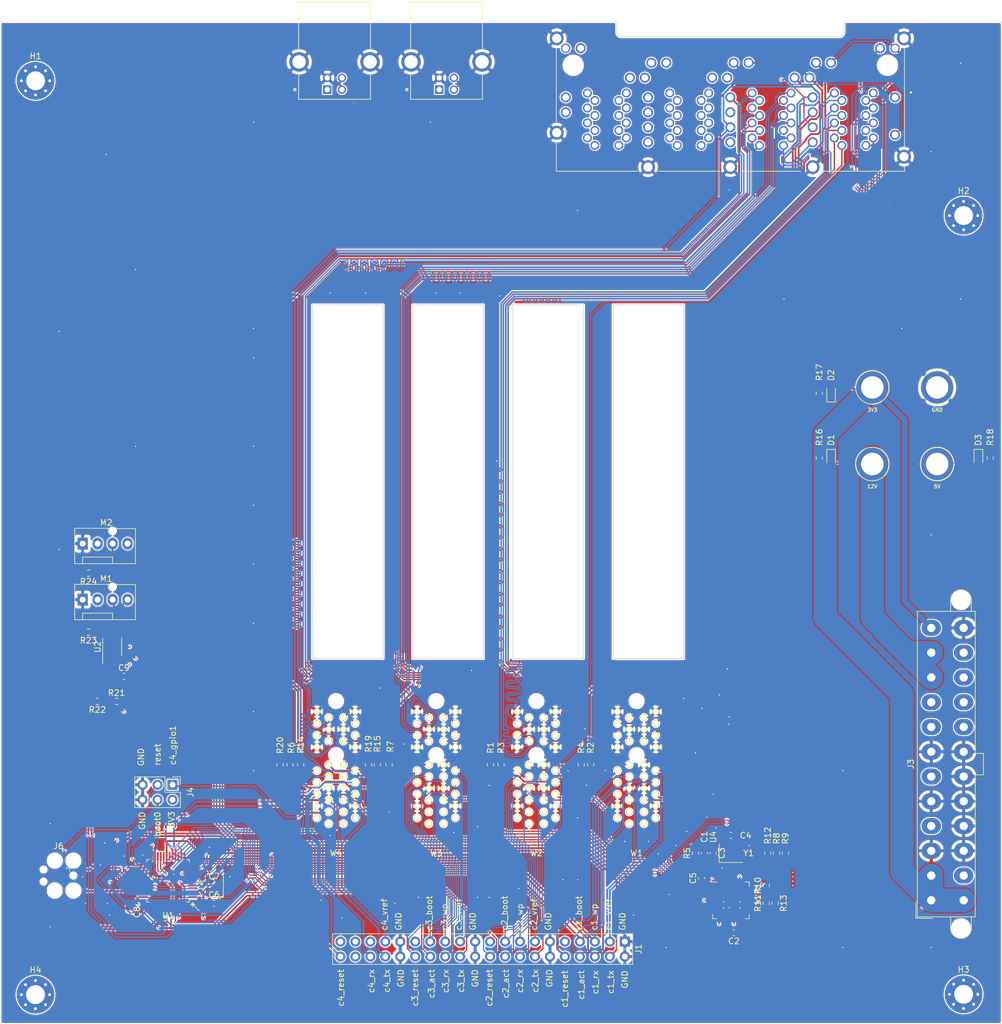
<source format=kicad_pcb>
(kicad_pcb (version 20171130) (host pcbnew 5.1.8)
  (layers (0 F.Cu signal) (1 In1.Cu power) (2 In2.Cu signal) (31 B.Cu signal) (34 B.Paste user hide) (35 F.Paste user hide) (36 B.SilkS user) (37 F.SilkS user) (38 B.Mask user hide) (39 F.Mask user hide) (44 Edge.Cuts user))
  (net 0 "")
  (net 1 "Net-(C1-Pad2)")
  (net 2 GND)
  (net 3 "Net-(C2-Pad2)")
  (net 4 "Net-(C3-Pad2)")
  (net 5 "Net-(C4-Pad2)")
  (net 6 /c4_reset)
  (net 7 /c4_rx)
  (net 8 /c4_tx)
  (net 9 /c4_vref)
  (net 10 /c3_reset)
  (net 11 /c3_act)
  (net 12 /c3_boot)
  (net 13 /c3_rx)
  (net 14 /c3_wp)
  (net 15 /c3_tx)
  (net 16 /c3_vref)
  (net 17 /c2_reset)
  (net 18 /c2_act)
  (net 19 /c2_boot)
  (net 20 /c2_rx)
  (net 21 /c2_wp)
  (net 22 /c2_tx)
  (net 23 /c2_vref)
  (net 24 /c1_reset)
  (net 25 /c1_act)
  (net 26 /c1_boot)
  (net 27 /c1_rx)
  (net 28 /c1_wp)
  (net 29 /c1_tx)
  (net 30 /c1_vref)
  (net 31 +5V)
  (net 32 +3V3)
  (net 33 +12V)
  (net 34 "Net-(R1-Pad2)")
  (net 35 "Net-(R2-Pad2)")
  (net 36 "Net-(R3-Pad2)")
  (net 37 "Net-(R4-Pad2)")
  (net 38 "Net-(R5-Pad1)")
  (net 39 "Net-(R6-Pad2)")
  (net 40 "Net-(R7-Pad2)")
  (net 41 "Net-(R8-Pad1)")
  (net 42 "Net-(R9-Pad1)")
  (net 43 "Net-(R10-Pad1)")
  (net 44 "Net-(R11-Pad1)")
  (net 45 "Net-(R12-Pad1)")
  (net 46 "Net-(R13-Pad1)")
  (net 47 "Net-(R14-Pad2)")
  (net 48 "Net-(R15-Pad2)")
  (net 49 /c1_usb-)
  (net 50 /c1_usb+)
  (net 51 /c2_usb-)
  (net 52 /c2_usb+)
  (net 53 /c3_usb-)
  (net 54 /c3_usb+)
  (net 55 "Net-(D1-Pad1)")
  (net 56 "Net-(D2-Pad1)")
  (net 57 "Net-(D3-Pad1)")
  (net 58 /c1_eth_p1+)
  (net 59 /c2_eth_p1+)
  (net 60 /c1_eth_p1-)
  (net 61 /c2_eth_p1-)
  (net 62 /c1_eth_p2+)
  (net 63 /c2_eth_p2+)
  (net 64 /c1_eth_p2-)
  (net 65 /c2_eth_p2-)
  (net 66 /c1_eth_p3+)
  (net 67 /c2_eth_p3+)
  (net 68 /c1_eth_p3-)
  (net 69 /c2_eth_p3-)
  (net 70 /c1_eth_p4+)
  (net 71 /c2_eth_p4+)
  (net 72 /c1_eth_p4-)
  (net 73 /c2_eth_p4-)
  (net 74 /c3_eth_p1+)
  (net 75 /c4_eth_p1+)
  (net 76 /c3_eth_p1-)
  (net 77 /c4_eth_p1-)
  (net 78 /c3_eth_p2+)
  (net 79 /c4_eth_p2+)
  (net 80 /c3_eth_p2-)
  (net 81 /c4_eth_p2-)
  (net 82 /c3_eth_p3+)
  (net 83 /c4_eth_p3+)
  (net 84 /c3_eth_p3-)
  (net 85 /c4_eth_p3-)
  (net 86 /c3_eth_p4+)
  (net 87 /c4_eth_p4+)
  (net 88 /c3_eth_p4-)
  (net 89 /c4_eth_p4-)
  (net 90 /c2_eth_link)
  (net 91 /c1_eth_link)
  (net 92 /c1_eth_act)
  (net 93 /c3_eth_link)
  (net 94 /c2_eth_act)
  (net 95 /c4_eth_link)
  (net 96 /c3_eth_act)
  (net 97 /c4_eth_act)
  (net 98 /root_usb+)
  (net 99 /root_usb-)
  (net 100 /mcu_usb+)
  (net 101 /mcu_usb-)
  (net 102 /mcu_swclk)
  (net 103 /mcu_reset)
  (net 104 /mcu_swdio)
  (net 105 "Net-(R19-Pad1)")
  (net 106 "Net-(C6-Pad2)")
  (net 107 "Net-(C7-Pad2)")
  (net 108 /mcu_tdo)
  (net 109 "Net-(R20-Pad1)")
  (net 110 /c4_gpio1)
  (net 111 "Net-(J4-Pad4)")
  (net 112 "Net-(M1-Pad4)")
  (net 113 "Net-(M1-Pad3)")
  (net 114 "Net-(M2-Pad3)")
  (net 115 /mcu_scl)
  (net 116 /mcu_sda)
  (module Package_SO:MSOP-8_3x3mm_P0.65mm (layer F.Cu) (at 19 106 90)
    (fp_text reference U2 (at 0 -2.45 90) (layer F.SilkS))
    (fp_text value EMC2301)
    (pad 8 smd roundrect (at 2.1125 -0.975 90) (size 1.625 0.4) (layers F.Cu F.Paste F.Mask))
    (pad 7 smd roundrect (at 2.1125 -0.325 90) (size 1.625 0.4) (layers F.Cu F.Paste F.Mask))
    (pad 6 smd roundrect (at 2.1125 0.325 90) (size 1.625 0.4) (layers F.Cu F.Paste F.Mask) (net 113 "Net-(M1-Pad3)"))
    (pad 5 smd roundrect (at 2.1125 0.975 90) (size 1.625 0.4) (layers F.Cu F.Paste F.Mask) (net 112 "Net-(M1-Pad4)"))
    (pad 4 smd roundrect (at -2.1125 0.975 90) (size 1.625 0.4) (layers F.Cu F.Paste F.Mask) (net 2 GND))
    (pad 3 smd roundrect (at -2.1125 0.325 90) (size 1.625 0.4) (layers F.Cu F.Paste F.Mask) (net 32 +3V3))
    (pad 2 smd roundrect (at -2.1125 -0.325 90) (size 1.625 0.4) (layers F.Cu F.Paste F.Mask) (net 115 /mcu_scl))
    (pad 1 smd roundrect (at -2.1125 -0.975 90) (size 1.625 0.4) (layers F.Cu F.Paste F.Mask) (net 116 /mcu_sda))
  )
  (module Resistor_SMD:R_0603_1608Metric (layer F.Cu) (at 15 93.5 180)
    (fp_text reference R24 (at 0 -1.43) (layer F.SilkS))
    (fp_text value "36K 1%")
    (pad 2 smd roundrect (at 0.825 0 180) (size 0.8 0.95) (layers F.Cu F.Paste F.Mask) (net 32 +3V3))
    (pad 1 smd roundrect (at -0.825 0 180) (size 0.8 0.95) (layers F.Cu F.Paste F.Mask) (net 114 "Net-(M2-Pad3)"))
  )
  (module Resistor_SMD:R_0603_1608Metric (layer F.Cu) (at 15 103.5 180)
    (fp_text reference R23 (at 0 -1.43) (layer F.SilkS))
    (fp_text value "36K 1%")
    (pad 2 smd roundrect (at 0.825 0 180) (size 0.8 0.95) (layers F.Cu F.Paste F.Mask) (net 32 +3V3))
    (pad 1 smd roundrect (at -0.825 0 180) (size 0.8 0.95) (layers F.Cu F.Paste F.Mask) (net 113 "Net-(M1-Pad3)"))
  )
  (module Resistor_SMD:R_0603_1608Metric (layer F.Cu) (at 16.5 115.25 180)
    (fp_text reference R22 (at 0 -1.43) (layer F.SilkS))
    (fp_text value 3K)
    (pad 2 smd roundrect (at 0.825 0 180) (size 0.8 0.95) (layers F.Cu F.Paste F.Mask) (net 32 +3V3))
    (pad 1 smd roundrect (at -0.825 0 180) (size 0.8 0.95) (layers F.Cu F.Paste F.Mask) (net 116 /mcu_sda))
  )
  (module Resistor_SMD:R_0603_1608Metric (layer F.Cu) (at 19.75 115.25)
    (fp_text reference R21 (at 0 -1.43) (layer F.SilkS))
    (fp_text value 3K)
    (pad 2 smd roundrect (at 0.825 0) (size 0.8 0.95) (layers F.Cu F.Paste F.Mask) (net 32 +3V3))
    (pad 1 smd roundrect (at -0.825 0) (size 0.8 0.95) (layers F.Cu F.Paste F.Mask) (net 115 /mcu_scl))
  )
  (module Connector:FanPinHeader_1x04_P2.54mm_Vertical (layer F.Cu) (at 14 88.5)
    (fp_text reference M2 (at 4 -3.55) (layer F.SilkS))
    (fp_text value Fan_4pin)
    (pad "" np_thru_hole circle (at 5.08 -2.16 90) (size 1.1 1.1) (drill 1.1) (layers *.Cu *.Mask))
    (pad 4 thru_hole oval (at 7.62 0 90) (size 2.03 1.73) (drill 1.02) (layers *.Cu *.Mask))
    (pad 3 thru_hole oval (at 5.08 0 90) (size 2.03 1.73) (drill 1.02) (layers *.Cu *.Mask) (net 114 "Net-(M2-Pad3)"))
    (pad 2 thru_hole oval (at 2.54 0 90) (size 2.03 1.73) (drill 1.02) (layers *.Cu *.Mask) (net 33 +12V))
    (pad 1 thru_hole rect (at 0 0 90) (size 2.03 1.73) (drill 1.02) (layers *.Cu *.Mask) (net 2 GND))
  )
  (module Connector:FanPinHeader_1x04_P2.54mm_Vertical (layer F.Cu) (at 14 98)
    (fp_text reference M1 (at 4 -3.55) (layer F.SilkS))
    (fp_text value Fan_4pin)
    (pad "" np_thru_hole circle (at 5.08 -2.16 90) (size 1.1 1.1) (drill 1.1) (layers *.Cu *.Mask))
    (pad 4 thru_hole oval (at 7.62 0 90) (size 2.03 1.73) (drill 1.02) (layers *.Cu *.Mask) (net 112 "Net-(M1-Pad4)"))
    (pad 3 thru_hole oval (at 5.08 0 90) (size 2.03 1.73) (drill 1.02) (layers *.Cu *.Mask) (net 113 "Net-(M1-Pad3)"))
    (pad 2 thru_hole oval (at 2.54 0 90) (size 2.03 1.73) (drill 1.02) (layers *.Cu *.Mask) (net 33 +12V))
    (pad 1 thru_hole rect (at 0 0 90) (size 2.03 1.73) (drill 1.02) (layers *.Cu *.Mask) (net 2 GND))
  )
  (module Capacitor_SMD:C_0603_1608Metric (layer F.Cu) (at 21 111)
    (fp_text reference C9 (at 0 -1.43) (layer F.SilkS))
    (fp_text value 100nF)
    (pad 2 smd roundrect (at 0.775 0) (size 0.9 0.95) (layers F.Cu F.Paste F.Mask) (net 2 GND))
    (pad 1 smd roundrect (at -0.775 0) (size 0.9 0.95) (layers F.Cu F.Paste F.Mask) (net 32 +3V3))
  )
  (module Connector_PinHeader_2.54mm:PinHeader_2x03_P2.54mm_Vertical (layer F.Cu) (at 29.25 129.4 270)
    (fp_text reference J4 (at 1.27 -3.05 90) (layer F.SilkS))
    (fp_text value Conn_02x03_Odd_Even)
    (pad 6 thru_hole oval (at 2.54 5.08 270) (size 1.7 1.7) (drill 1) (layers *.Cu *.Mask) (net 2 GND))
    (pad 5 thru_hole oval (at 0 5.08 270) (size 1.7 1.7) (drill 1) (layers *.Cu *.Mask) (net 2 GND))
    (pad 4 thru_hole oval (at 2.54 2.54 270) (size 1.7 1.7) (drill 1) (layers *.Cu *.Mask) (net 111 "Net-(J4-Pad4)"))
    (pad 3 thru_hole oval (at 0 2.54 270) (size 1.7 1.7) (drill 1) (layers *.Cu *.Mask) (net 103 /mcu_reset))
    (pad 2 thru_hole oval (at 2.54 0 270) (size 1.7 1.7) (drill 1) (layers *.Cu *.Mask) (net 32 +3V3))
    (pad 1 thru_hole rect (at 0 0 270) (size 1.7 1.7) (drill 1) (layers *.Cu *.Mask) (net 110 /c4_gpio1))
  )
  (module Capacitor_SMD:C_0603_1608Metric (layer F.Cu) (at 36.3 149.5)
    (fp_text reference C6 (at 0 -1.43) (layer F.SilkS))
    (fp_text value 14pF)
    (pad 2 smd roundrect (at 0.775 0) (size 0.9 0.95) (layers F.Cu F.Paste F.Mask) (net 106 "Net-(C6-Pad2)"))
    (pad 1 smd roundrect (at -0.775 0) (size 0.9 0.95) (layers F.Cu F.Paste F.Mask) (net 2 GND))
  )
  (module Capacitor_SMD:C_0603_1608Metric (layer F.Cu) (at 36.3 143.5 180)
    (fp_text reference C7 (at 0 -1.43) (layer F.SilkS))
    (fp_text value 14pF)
    (pad 2 smd roundrect (at 0.775 0 180) (size 0.9 0.95) (layers F.Cu F.Paste F.Mask) (net 107 "Net-(C7-Pad2)"))
    (pad 1 smd roundrect (at -0.775 0 180) (size 0.9 0.95) (layers F.Cu F.Paste F.Mask) (net 2 GND))
  )
  (module Package_QFP:LQFP-48_7x7mm_P0.5mm (layer F.Cu) (at 28.5 145.7 180)
    (fp_text reference U1 (at 0 -5.85) (layer F.SilkS))
    (fp_text value STM32L151C8T6)
    (pad 1 smd roundrect (at -4.1625 -2.75 180) (size 1.475 0.3) (layers F.Cu F.Paste F.Mask))
    (pad 2 smd roundrect (at -4.1625 -2.25 180) (size 1.475 0.3) (layers F.Cu F.Paste F.Mask) (net 26 /c1_boot))
    (pad 3 smd roundrect (at -4.1625 -1.75 180) (size 1.475 0.3) (layers F.Cu F.Paste F.Mask) (net 19 /c2_boot))
    (pad 4 smd roundrect (at -4.1625 -1.25 180) (size 1.475 0.3) (layers F.Cu F.Paste F.Mask))
    (pad 5 smd roundrect (at -4.1625 -0.75 180) (size 1.475 0.3) (layers F.Cu F.Paste F.Mask) (net 106 "Net-(C6-Pad2)"))
    (pad 6 smd roundrect (at -4.1625 -0.25 180) (size 1.475 0.3) (layers F.Cu F.Paste F.Mask) (net 107 "Net-(C7-Pad2)"))
    (pad 7 smd roundrect (at -4.1625 0.25 180) (size 1.475 0.3) (layers F.Cu F.Paste F.Mask) (net 103 /mcu_reset))
    (pad 8 smd roundrect (at -4.1625 0.75 180) (size 1.475 0.3) (layers F.Cu F.Paste F.Mask) (net 2 GND))
    (pad 9 smd roundrect (at -4.1625 1.25 180) (size 1.475 0.3) (layers F.Cu F.Paste F.Mask) (net 32 +3V3))
    (pad 10 smd roundrect (at -4.1625 1.75 180) (size 1.475 0.3) (layers F.Cu F.Paste F.Mask))
    (pad 11 smd roundrect (at -4.1625 2.25 180) (size 1.475 0.3) (layers F.Cu F.Paste F.Mask) (net 25 /c1_act))
    (pad 12 smd roundrect (at -4.1625 2.75 180) (size 1.475 0.3) (layers F.Cu F.Paste F.Mask) (net 20 /c2_rx))
    (pad 13 smd roundrect (at -2.75 4.1625 180) (size 0.3 1.475) (layers F.Cu F.Paste F.Mask) (net 22 /c2_tx))
    (pad 14 smd roundrect (at -2.25 4.1625 180) (size 0.3 1.475) (layers F.Cu F.Paste F.Mask) (net 18 /c2_act))
    (pad 15 smd roundrect (at -1.75 4.1625 180) (size 0.3 1.475) (layers F.Cu F.Paste F.Mask) (net 11 /c3_act))
    (pad 16 smd roundrect (at -1.25 4.1625 180) (size 0.3 1.475) (layers F.Cu F.Paste F.Mask) (net 7 /c4_rx))
    (pad 17 smd roundrect (at -0.75 4.1625 180) (size 0.3 1.475) (layers F.Cu F.Paste F.Mask) (net 8 /c4_tx))
    (pad 18 smd roundrect (at -0.25 4.1625 180) (size 0.3 1.475) (layers F.Cu F.Paste F.Mask))
    (pad 19 smd roundrect (at 0.25 4.1625 180) (size 0.3 1.475) (layers F.Cu F.Paste F.Mask) (net 24 /c1_reset))
    (pad 20 smd roundrect (at 0.75 4.1625 180) (size 0.3 1.475) (layers F.Cu F.Paste F.Mask) (net 17 /c2_reset))
    (pad 21 smd roundrect (at 1.25 4.1625 180) (size 0.3 1.475) (layers F.Cu F.Paste F.Mask) (net 13 /c3_rx))
    (pad 22 smd roundrect (at 1.75 4.1625 180) (size 0.3 1.475) (layers F.Cu F.Paste F.Mask) (net 15 /c3_tx))
    (pad 23 smd roundrect (at 2.25 4.1625 180) (size 0.3 1.475) (layers F.Cu F.Paste F.Mask) (net 2 GND))
    (pad 24 smd roundrect (at 2.75 4.1625 180) (size 0.3 1.475) (layers F.Cu F.Paste F.Mask) (net 32 +3V3))
    (pad 25 smd roundrect (at 4.1625 2.75 180) (size 1.475 0.3) (layers F.Cu F.Paste F.Mask) (net 21 /c2_wp))
    (pad 26 smd roundrect (at 4.1625 2.25 180) (size 1.475 0.3) (layers F.Cu F.Paste F.Mask) (net 14 /c3_wp))
    (pad 27 smd roundrect (at 4.1625 1.75 180) (size 1.475 0.3) (layers F.Cu F.Paste F.Mask))
    (pad 28 smd roundrect (at 4.1625 1.25 180) (size 1.475 0.3) (layers F.Cu F.Paste F.Mask))
    (pad 29 smd roundrect (at 4.1625 0.75 180) (size 1.475 0.3) (layers F.Cu F.Paste F.Mask) (net 6 /c4_reset))
    (pad 30 smd roundrect (at 4.1625 0.25 180) (size 1.475 0.3) (layers F.Cu F.Paste F.Mask) (net 27 /c1_rx))
    (pad 31 smd roundrect (at 4.1625 -0.25 180) (size 1.475 0.3) (layers F.Cu F.Paste F.Mask) (net 29 /c1_tx))
    (pad 32 smd roundrect (at 4.1625 -0.75 180) (size 1.475 0.3) (layers F.Cu F.Paste F.Mask) (net 101 /mcu_usb-))
    (pad 33 smd roundrect (at 4.1625 -1.25 180) (size 1.475 0.3) (layers F.Cu F.Paste F.Mask) (net 100 /mcu_usb+))
    (pad 34 smd roundrect (at 4.1625 -1.75 180) (size 1.475 0.3) (layers F.Cu F.Paste F.Mask) (net 104 /mcu_swdio))
    (pad 35 smd roundrect (at 4.1625 -2.25 180) (size 1.475 0.3) (layers F.Cu F.Paste F.Mask) (net 2 GND))
    (pad 36 smd roundrect (at 4.1625 -2.75 180) (size 1.475 0.3) (layers F.Cu F.Paste F.Mask) (net 32 +3V3))
    (pad 37 smd roundrect (at 2.75 -4.1625 180) (size 0.3 1.475) (layers F.Cu F.Paste F.Mask) (net 102 /mcu_swclk))
    (pad 38 smd roundrect (at 2.25 -4.1625 180) (size 0.3 1.475) (layers F.Cu F.Paste F.Mask))
    (pad 39 smd roundrect (at 1.75 -4.1625 180) (size 0.3 1.475) (layers F.Cu F.Paste F.Mask) (net 108 /mcu_tdo))
    (pad 40 smd roundrect (at 1.25 -4.1625 180) (size 0.3 1.475) (layers F.Cu F.Paste F.Mask))
    (pad 41 smd roundrect (at 0.75 -4.1625 180) (size 0.3 1.475) (layers F.Cu F.Paste F.Mask) (net 10 /c3_reset))
    (pad 42 smd roundrect (at 0.25 -4.1625 180) (size 0.3 1.475) (layers F.Cu F.Paste F.Mask) (net 115 /mcu_scl))
    (pad 43 smd roundrect (at -0.25 -4.1625 180) (size 0.3 1.475) (layers F.Cu F.Paste F.Mask) (net 116 /mcu_sda))
    (pad 44 smd roundrect (at -0.75 -4.1625 180) (size 0.3 1.475) (layers F.Cu F.Paste F.Mask) (net 111 "Net-(J4-Pad4)"))
    (pad 45 smd roundrect (at -1.25 -4.1625 180) (size 0.3 1.475) (layers F.Cu F.Paste F.Mask) (net 12 /c3_boot))
    (pad 46 smd roundrect (at -1.75 -4.1625 180) (size 0.3 1.475) (layers F.Cu F.Paste F.Mask) (net 28 /c1_wp))
    (pad 47 smd roundrect (at -2.25 -4.1625 180) (size 0.3 1.475) (layers F.Cu F.Paste F.Mask) (net 2 GND))
    (pad 48 smd roundrect (at -2.75 -4.1625 180) (size 0.3 1.475) (layers F.Cu F.Paste F.Mask) (net 32 +3V3))
  )
  (module Connector:Tag-Connect_TC2030-IDC-FP_2x03_P1.27mm_Vertical (layer F.Cu) (at 9.9 144.8 180)
    (fp_text reference J6 (at 0 5) (layer F.SilkS))
    (fp_text value Conn_02x03_Odd_Even)
    (pad "" np_thru_hole circle (at -2.54 2.54 180) (size 2.3749 2.3749) (drill 2.3749) (layers *.Cu *.Mask))
    (pad "" np_thru_hole circle (at -2.54 -2.54 180) (size 2.3749 2.3749) (drill 2.3749) (layers *.Cu *.Mask))
    (pad "" np_thru_hole circle (at 0.635 -2.54 180) (size 2.3749 2.3749) (drill 2.3749) (layers *.Cu *.Mask))
    (pad "" np_thru_hole circle (at 0.635 2.54 180) (size 2.3749 2.3749) (drill 2.3749) (layers *.Cu *.Mask))
    (pad "" np_thru_hole circle (at 2.54 -1.016 180) (size 0.9906 0.9906) (drill 0.9906) (layers *.Cu *.Mask))
    (pad "" np_thru_hole circle (at 2.54 1.016 180) (size 0.9906 0.9906) (drill 0.9906) (layers *.Cu *.Mask))
    (pad "" np_thru_hole circle (at -2.54 0 180) (size 0.9906 0.9906) (drill 0.9906) (layers *.Cu *.Mask))
    (pad 1 connect circle (at -1.27 0.635 180) (size 0.7874 0.7874) (layers F.Cu F.Mask) (net 32 +3V3))
    (pad 2 connect circle (at -1.27 -0.635 180) (size 0.7874 0.7874) (layers F.Cu F.Mask) (net 104 /mcu_swdio))
    (pad 3 connect circle (at 0 0.635 180) (size 0.7874 0.7874) (layers F.Cu F.Mask) (net 103 /mcu_reset))
    (pad 4 connect circle (at 0 -0.635 180) (size 0.7874 0.7874) (layers F.Cu F.Mask) (net 102 /mcu_swclk))
    (pad 5 connect circle (at 1.27 0.635 180) (size 0.7874 0.7874) (layers F.Cu F.Mask) (net 2 GND))
    (pad 6 connect circle (at 1.27 -0.635 180) (size 0.7874 0.7874) (layers F.Cu F.Mask) (net 108 /mcu_tdo))
  )
  (module Capacitor_SMD:C_0603_1608Metric (layer F.Cu) (at 21.8 151 270)
    (fp_text reference C8 (at 0 -1.43 90) (layer F.SilkS))
    (fp_text value 10uF)
    (pad 2 smd roundrect (at 0.775 0 270) (size 0.9 0.95) (layers F.Cu F.Paste F.Mask) (net 2 GND))
    (pad 1 smd roundrect (at -0.775 0 270) (size 0.9 0.95) (layers F.Cu F.Paste F.Mask) (net 32 +3V3))
  )
  (module Crystal:Crystal_SMD_SeikoEpson_TSX3225-4Pin_3.2x2.5mm (layer F.Cu) (at 36.3 146.5 90)
    (fp_text reference Y2 (at 0 -2.45 90) (layer F.SilkS))
    (fp_text value "24Mhz X1E0000210264")
    (pad 4 smd rect (at -1.1 -0.8 90) (size 1.4 1.15) (layers F.Cu F.Paste F.Mask) (net 2 GND))
    (pad 3 smd rect (at 1.1 -0.8 90) (size 1.4 1.15) (layers F.Cu F.Paste F.Mask) (net 107 "Net-(C7-Pad2)"))
    (pad 2 smd rect (at 1.1 0.8 90) (size 1.4 1.15) (layers F.Cu F.Paste F.Mask) (net 2 GND))
    (pad 1 smd rect (at -1.1 0.8 90) (size 1.4 1.15) (layers F.Cu F.Paste F.Mask) (net 106 "Net-(C6-Pad2)"))
  )
  (module aep:CUI_UJ2-BH-1-TH (layer F.Cu) (at 74.5 11.5 180)
    (fp_text reference J7 (at -4.17751 -2.51651) (layer F.SilkS) (effects (font (size 1.000598 1.000598) (thickness 0.015))))
    (fp_text value USB_B)
    (pad 2 thru_hole circle (at -2.5 0 180) (size 1.428 1.428) (drill 0.92) (layers *.Cu *.Mask) (net 98 /root_usb+))
    (pad 1 thru_hole rect (at 0 0 180) (size 1.428 1.428) (drill 0.92) (layers *.Cu *.Mask))
    (pad 3 thru_hole circle (at -2.5 2 180) (size 1.428 1.428) (drill 0.92) (layers *.Cu *.Mask) (net 99 /root_usb-))
    (pad 4 thru_hole circle (at 0 2 180) (size 1.428 1.428) (drill 0.92) (layers *.Cu *.Mask) (net 2 GND))
    (pad 5 thru_hole circle (at -7.27 4.71 180) (size 3.316 3.316) (drill 2.3) (layers *.Cu *.Mask) (net 2 GND))
    (pad 5 thru_hole circle (at 4.77 4.71 180) (size 3.316 3.316) (drill 2.3) (layers *.Cu *.Mask) (net 2 GND))
  )
  (module aep:CUI_UJ2-BH-1-TH (layer F.Cu) (at 55.5 11.5 180)
    (fp_text reference J5 (at -4.17751 -2.51651) (layer F.SilkS) (effects (font (size 1.000598 1.000598) (thickness 0.015))))
    (fp_text value USB_B)
    (pad 2 thru_hole circle (at -2.5 0 180) (size 1.428 1.428) (drill 0.92) (layers *.Cu *.Mask) (net 101 /mcu_usb-))
    (pad 1 thru_hole rect (at 0 0 180) (size 1.428 1.428) (drill 0.92) (layers *.Cu *.Mask))
    (pad 3 thru_hole circle (at -2.5 2 180) (size 1.428 1.428) (drill 0.92) (layers *.Cu *.Mask) (net 100 /mcu_usb+))
    (pad 4 thru_hole circle (at 0 2 180) (size 1.428 1.428) (drill 0.92) (layers *.Cu *.Mask) (net 2 GND))
    (pad 5 thru_hole circle (at -7.27 4.71 180) (size 3.316 3.316) (drill 2.3) (layers *.Cu *.Mask) (net 2 GND))
    (pad 5 thru_hole circle (at 4.77 4.71 180) (size 3.316 3.316) (drill 2.3) (layers *.Cu *.Mask) (net 2 GND))
  )
  (module Resistor_SMD:R_0603_1608Metric (layer F.Cu) (at 47.5 126 90)
    (fp_text reference R20 (at 3.3 0 90) (layer F.SilkS))
    (fp_text value 1K)
    (pad 2 smd roundrect (at 0.825 0 90) (size 0.8 0.95) (layers F.Cu F.Paste F.Mask) (net 2 GND))
    (pad 1 smd roundrect (at -0.825 0 90) (size 0.8 0.95) (layers F.Cu F.Paste F.Mask) (net 109 "Net-(R20-Pad1)"))
  )
  (module Resistor_SMD:R_0603_1608Metric (layer F.Cu) (at 62.5 126 270)
    (fp_text reference R19 (at -2 0 90) (layer F.SilkS) (effects (justify left)))
    (fp_text value 1K)
    (pad 2 smd roundrect (at 0.825 0 270) (size 0.8 0.95) (layers F.Cu F.Paste F.Mask) (net 9 /c4_vref))
    (pad 1 smd roundrect (at -0.825 0 270) (size 0.8 0.95) (layers F.Cu F.Paste F.Mask) (net 105 "Net-(R19-Pad1)"))
  )
  (module aep:BANANA_CONN (layer F.Cu) (at 159 62)
    (fp_text reference TP4 hide)
    (fp_text value GND (at 0 3.81) (layer F.SilkS) (effects (font (size 0.6096 0.6096) (thickness 0.127))))
    (pad 1 thru_hole circle (at 0 0) (size 5.461 5.461) (drill 3.81) (layers *.Cu *.Mask) (net 2 GND))
  )
  (module aep:BANANA_CONN (layer F.Cu) (at 148 62)
    (fp_text reference TP3 hide)
    (fp_text value 3V3 (at 0 3.81) (layer F.SilkS) (effects (font (size 0.6096 0.6096) (thickness 0.127))))
    (pad 1 thru_hole circle (at 0 0) (size 5.461 5.461) (drill 3.81) (layers *.Cu *.Mask) (net 32 +3V3))
  )
  (module aep:BANANA_CONN (layer F.Cu) (at 159 75)
    (fp_text reference TP2 hide)
    (fp_text value 5V (at 0 3.81) (layer F.SilkS) (effects (font (size 0.6096 0.6096) (thickness 0.127))))
    (pad 1 thru_hole circle (at 0 0) (size 5.461 5.461) (drill 3.81) (layers *.Cu *.Mask) (net 31 +5V))
  )
  (module aep:BANANA_CONN (layer F.Cu) (at 148 75)
    (fp_text reference TP1 hide)
    (fp_text value 12V (at 0 3.81) (layer F.SilkS) (effects (font (size 0.6096 0.6096) (thickness 0.127))))
    (pad 1 thru_hole circle (at 0 0) (size 5.461 5.461) (drill 3.81) (layers *.Cu *.Mask) (net 33 +12V))
  )
  (module aep:piwing_pcie1 (layer F.Cu) (at 108 126 270)
    (fp_text reference W1 (at 15 0) (layer F.SilkS))
    (fp_text value pislice-v1-PCIE-1X)
    (fp_line (start -18 -8) (end -18 4) (layer Edge.Cuts) (width 0.12))
    (fp_line (start -18 4) (end -78 4) (layer Edge.Cuts) (width 0.12))
    (fp_line (start -78 4) (end -78 -8) (layer Edge.Cuts) (width 0.12))
    (fp_line (start -78 -8) (end -18 -8) (layer Edge.Cuts) (width 0.12))
    (pad A10 thru_hole circle (at 1 3.25 270) (size 1.12 1.12) (drill 0.72) (layers *.Cu *.Mask F.SilkS) (net 34 "Net-(R1-Pad2)"))
    (pad A12 thru_hole circle (at -3 3.25 270) (size 1.12 1.12) (drill 0.72) (layers *.Cu *.Mask F.SilkS) (net 2 GND))
    (pad A14 thru_hole circle (at -5 3.25 270) (size 1.12 1.12) (drill 0.72) (layers *.Cu *.Mask F.SilkS) (net 72 /c1_eth_p4-))
    (pad A16 thru_hole circle (at -7 3.25 270) (size 1.12 1.12) (drill 0.72) (layers *.Cu *.Mask F.SilkS) (net 66 /c1_eth_p3+))
    (pad A18 thru_hole circle (at -9 3.25 270) (size 1.12 1.12) (drill 0.72) (layers *.Cu *.Mask F.SilkS) (net 2 GND))
    (pad A17 thru_hole circle (at -8 1.25 270) (size 1.12 1.12) (drill 0.72) (layers *.Cu *.Mask F.SilkS) (net 68 /c1_eth_p3-))
    (pad A15 thru_hole circle (at -6 1.25 270) (size 1.12 1.12) (drill 0.72) (layers *.Cu *.Mask F.SilkS) (net 2 GND))
    (pad A13 thru_hole circle (at -4 1.25 270) (size 1.12 1.12) (drill 0.72) (layers *.Cu *.Mask F.SilkS) (net 70 /c1_eth_p4+))
    (pad A1 thru_hole circle (at 10 1.25 270) (size 1.12 1.12) (drill 0.72) (layers *.Cu *.Mask F.SilkS) (net 31 +5V))
    (pad A9 thru_hole circle (at 2 1.25 270) (size 1.12 1.12) (drill 0.72) (layers *.Cu *.Mask F.SilkS) (net 24 /c1_reset))
    (pad A11 thru_hole circle (at 0 1.25 270) (size 1.12 1.12) (drill 0.72) (layers *.Cu *.Mask F.SilkS) (net 35 "Net-(R2-Pad2)"))
    (pad B11 thru_hole circle (at 0 -1.25 270) (size 1.12 1.12) (drill 0.72) (layers *.Cu *.Mask F.SilkS) (net 2 GND))
    (pad B17 thru_hole circle (at -8 -1.25 270) (size 1.12 1.12) (drill 0.72) (layers *.Cu *.Mask F.SilkS) (net 64 /c1_eth_p2-))
    (pad B15 thru_hole circle (at -6 -1.25 270) (size 1.12 1.12) (drill 0.72) (layers *.Cu *.Mask F.SilkS) (net 2 GND))
    (pad B13 thru_hole circle (at -4 -1.25 270) (size 1.12 1.12) (drill 0.72) (layers *.Cu *.Mask F.SilkS) (net 58 /c1_eth_p1+))
    (pad B1 thru_hole circle (at 10 -1.25 270) (size 1.12 1.12) (drill 0.72) (layers *.Cu *.Mask F.SilkS) (net 31 +5V))
    (pad B9 thru_hole circle (at 2 -1.25 270) (size 1.12 1.12) (drill 0.72) (layers *.Cu *.Mask F.SilkS) (net 26 /c1_boot))
    (pad B10 thru_hole circle (at 1 -3.25 270) (size 1.12 1.12) (drill 0.72) (layers *.Cu *.Mask F.SilkS) (net 30 /c1_vref))
    (pad B12 thru_hole circle (at -3 -3.25 270) (size 1.12 1.12) (drill 0.72) (layers *.Cu *.Mask F.SilkS) (net 2 GND))
    (pad B14 thru_hole circle (at -5 -3.25 270) (size 1.12 1.12) (drill 0.72) (layers *.Cu *.Mask F.SilkS) (net 60 /c1_eth_p1-))
    (pad B16 thru_hole circle (at -7 -3.25 270) (size 1.12 1.12) (drill 0.72) (layers *.Cu *.Mask F.SilkS) (net 62 /c1_eth_p2+))
    (pad B18 thru_hole circle (at -9 -3.25 270) (size 1.12 1.12) (drill 0.72) (layers *.Cu *.Mask F.SilkS) (net 2 GND))
    (pad A8 thru_hole circle (at 3 3.25 270) (size 1.12 1.12) (drill 0.72) (layers *.Cu *.Mask F.SilkS) (net 25 /c1_act))
    (pad A6 thru_hole circle (at 5 3.25 270) (size 1.12 1.12) (drill 0.72) (layers *.Cu *.Mask F.SilkS) (net 27 /c1_rx))
    (pad A4 thru_hole circle (at 7 3.25 270) (size 1.12 1.12) (drill 0.72) (layers *.Cu *.Mask F.SilkS) (net 2 GND))
    (pad A2 thru_hole circle (at 9 3.25 270) (size 1.12 1.12) (drill 0.72) (layers *.Cu *.Mask F.SilkS) (net 31 +5V))
    (pad A3 thru_hole circle (at 8 1.25 270) (size 1.12 1.12) (drill 0.72) (layers *.Cu *.Mask F.SilkS))
    (pad A5 thru_hole circle (at 6 1.25 270) (size 1.12 1.12) (drill 0.72) (layers *.Cu *.Mask F.SilkS) (net 29 /c1_tx))
    (pad A7 thru_hole circle (at 4 1.25 270) (size 1.12 1.12) (drill 0.72) (layers *.Cu *.Mask F.SilkS) (net 2 GND))
    (pad B7 thru_hole circle (at 4 -1.25 270) (size 1.12 1.12) (drill 0.72) (layers *.Cu *.Mask F.SilkS) (net 2 GND))
    (pad B5 thru_hole circle (at 6 -1.25 270) (size 1.12 1.12) (drill 0.72) (layers *.Cu *.Mask F.SilkS) (net 50 /c1_usb+))
    (pad B3 thru_hole circle (at 8 -1.25 270) (size 1.12 1.12) (drill 0.72) (layers *.Cu *.Mask F.SilkS))
    (pad B8 thru_hole circle (at 3 -3.25 270) (size 1.12 1.12) (drill 0.72) (layers *.Cu *.Mask F.SilkS) (net 28 /c1_wp))
    (pad B6 thru_hole circle (at 5 -3.25 270) (size 1.12 1.12) (drill 0.72) (layers *.Cu *.Mask F.SilkS) (net 49 /c1_usb-))
    (pad B4 thru_hole circle (at 7 -3.25 270) (size 1.12 1.12) (drill 0.72) (layers *.Cu *.Mask F.SilkS) (net 2 GND))
    (pad B2 thru_hole circle (at 9 -3.25 270) (size 1.12 1.12) (drill 0.72) (layers *.Cu *.Mask F.SilkS) (net 31 +5V))
    (pad "" np_thru_hole circle (at -1.65 0 270) (size 2.35 2.35) (drill 2.35) (layers *.Cu *.Mask))
    (pad "" np_thru_hole circle (at -10.8 0 270) (size 2.35 2.35) (drill 2.35) (layers *.Cu *.Mask))
  )
  (module aep:piwing_pcie1 (layer F.Cu) (at 91 126 270)
    (fp_text reference W2 (at 15 0) (layer F.SilkS))
    (fp_text value pislice-v1-PCIE-1X)
    (fp_line (start -18 -8) (end -18 4) (layer Edge.Cuts) (width 0.12))
    (fp_line (start -18 4) (end -78 4) (layer Edge.Cuts) (width 0.12))
    (fp_line (start -78 4) (end -78 -8) (layer Edge.Cuts) (width 0.12))
    (fp_line (start -78 -8) (end -18 -8) (layer Edge.Cuts) (width 0.12))
    (pad A10 thru_hole circle (at 1 3.25 270) (size 1.12 1.12) (drill 0.72) (layers *.Cu *.Mask F.SilkS) (net 36 "Net-(R3-Pad2)"))
    (pad A12 thru_hole circle (at -3 3.25 270) (size 1.12 1.12) (drill 0.72) (layers *.Cu *.Mask F.SilkS) (net 2 GND))
    (pad A14 thru_hole circle (at -5 3.25 270) (size 1.12 1.12) (drill 0.72) (layers *.Cu *.Mask F.SilkS) (net 73 /c2_eth_p4-))
    (pad A16 thru_hole circle (at -7 3.25 270) (size 1.12 1.12) (drill 0.72) (layers *.Cu *.Mask F.SilkS) (net 67 /c2_eth_p3+))
    (pad A18 thru_hole circle (at -9 3.25 270) (size 1.12 1.12) (drill 0.72) (layers *.Cu *.Mask F.SilkS) (net 2 GND))
    (pad A17 thru_hole circle (at -8 1.25 270) (size 1.12 1.12) (drill 0.72) (layers *.Cu *.Mask F.SilkS) (net 69 /c2_eth_p3-))
    (pad A15 thru_hole circle (at -6 1.25 270) (size 1.12 1.12) (drill 0.72) (layers *.Cu *.Mask F.SilkS) (net 2 GND))
    (pad A13 thru_hole circle (at -4 1.25 270) (size 1.12 1.12) (drill 0.72) (layers *.Cu *.Mask F.SilkS) (net 71 /c2_eth_p4+))
    (pad A1 thru_hole circle (at 10 1.25 270) (size 1.12 1.12) (drill 0.72) (layers *.Cu *.Mask F.SilkS) (net 31 +5V))
    (pad A9 thru_hole circle (at 2 1.25 270) (size 1.12 1.12) (drill 0.72) (layers *.Cu *.Mask F.SilkS) (net 17 /c2_reset))
    (pad A11 thru_hole circle (at 0 1.25 270) (size 1.12 1.12) (drill 0.72) (layers *.Cu *.Mask F.SilkS) (net 37 "Net-(R4-Pad2)"))
    (pad B11 thru_hole circle (at 0 -1.25 270) (size 1.12 1.12) (drill 0.72) (layers *.Cu *.Mask F.SilkS) (net 2 GND))
    (pad B17 thru_hole circle (at -8 -1.25 270) (size 1.12 1.12) (drill 0.72) (layers *.Cu *.Mask F.SilkS) (net 65 /c2_eth_p2-))
    (pad B15 thru_hole circle (at -6 -1.25 270) (size 1.12 1.12) (drill 0.72) (layers *.Cu *.Mask F.SilkS) (net 2 GND))
    (pad B13 thru_hole circle (at -4 -1.25 270) (size 1.12 1.12) (drill 0.72) (layers *.Cu *.Mask F.SilkS) (net 59 /c2_eth_p1+))
    (pad B1 thru_hole circle (at 10 -1.25 270) (size 1.12 1.12) (drill 0.72) (layers *.Cu *.Mask F.SilkS) (net 31 +5V))
    (pad B9 thru_hole circle (at 2 -1.25 270) (size 1.12 1.12) (drill 0.72) (layers *.Cu *.Mask F.SilkS) (net 19 /c2_boot))
    (pad B10 thru_hole circle (at 1 -3.25 270) (size 1.12 1.12) (drill 0.72) (layers *.Cu *.Mask F.SilkS) (net 23 /c2_vref))
    (pad B12 thru_hole circle (at -3 -3.25 270) (size 1.12 1.12) (drill 0.72) (layers *.Cu *.Mask F.SilkS) (net 2 GND))
    (pad B14 thru_hole circle (at -5 -3.25 270) (size 1.12 1.12) (drill 0.72) (layers *.Cu *.Mask F.SilkS) (net 61 /c2_eth_p1-))
    (pad B16 thru_hole circle (at -7 -3.25 270) (size 1.12 1.12) (drill 0.72) (layers *.Cu *.Mask F.SilkS) (net 63 /c2_eth_p2+))
    (pad B18 thru_hole circle (at -9 -3.25 270) (size 1.12 1.12) (drill 0.72) (layers *.Cu *.Mask F.SilkS) (net 2 GND))
    (pad A8 thru_hole circle (at 3 3.25 270) (size 1.12 1.12) (drill 0.72) (layers *.Cu *.Mask F.SilkS) (net 18 /c2_act))
    (pad A6 thru_hole circle (at 5 3.25 270) (size 1.12 1.12) (drill 0.72) (layers *.Cu *.Mask F.SilkS) (net 20 /c2_rx))
    (pad A4 thru_hole circle (at 7 3.25 270) (size 1.12 1.12) (drill 0.72) (layers *.Cu *.Mask F.SilkS) (net 2 GND))
    (pad A2 thru_hole circle (at 9 3.25 270) (size 1.12 1.12) (drill 0.72) (layers *.Cu *.Mask F.SilkS) (net 31 +5V))
    (pad A3 thru_hole circle (at 8 1.25 270) (size 1.12 1.12) (drill 0.72) (layers *.Cu *.Mask F.SilkS))
    (pad A5 thru_hole circle (at 6 1.25 270) (size 1.12 1.12) (drill 0.72) (layers *.Cu *.Mask F.SilkS) (net 22 /c2_tx))
    (pad A7 thru_hole circle (at 4 1.25 270) (size 1.12 1.12) (drill 0.72) (layers *.Cu *.Mask F.SilkS) (net 2 GND))
    (pad B7 thru_hole circle (at 4 -1.25 270) (size 1.12 1.12) (drill 0.72) (layers *.Cu *.Mask F.SilkS) (net 2 GND))
    (pad B5 thru_hole circle (at 6 -1.25 270) (size 1.12 1.12) (drill 0.72) (layers *.Cu *.Mask F.SilkS) (net 52 /c2_usb+))
    (pad B3 thru_hole circle (at 8 -1.25 270) (size 1.12 1.12) (drill 0.72) (layers *.Cu *.Mask F.SilkS))
    (pad B8 thru_hole circle (at 3 -3.25 270) (size 1.12 1.12) (drill 0.72) (layers *.Cu *.Mask F.SilkS) (net 21 /c2_wp))
    (pad B6 thru_hole circle (at 5 -3.25 270) (size 1.12 1.12) (drill 0.72) (layers *.Cu *.Mask F.SilkS) (net 51 /c2_usb-))
    (pad B4 thru_hole circle (at 7 -3.25 270) (size 1.12 1.12) (drill 0.72) (layers *.Cu *.Mask F.SilkS) (net 2 GND))
    (pad B2 thru_hole circle (at 9 -3.25 270) (size 1.12 1.12) (drill 0.72) (layers *.Cu *.Mask F.SilkS) (net 31 +5V))
    (pad "" np_thru_hole circle (at -1.65 0 270) (size 2.35 2.35) (drill 2.35) (layers *.Cu *.Mask))
    (pad "" np_thru_hole circle (at -10.8 0 270) (size 2.35 2.35) (drill 2.35) (layers *.Cu *.Mask))
  )
  (module Capacitor_SMD:C_0603_1608Metric (layer F.Cu) (at 124 138)
    (fp_text reference C4 (at 2.5 0) (layer F.SilkS))
    (fp_text value 14pF)
    (pad 2 smd roundrect (at 0.775 0) (size 0.9 0.95) (layers F.Cu F.Paste F.Mask) (net 5 "Net-(C4-Pad2)"))
    (pad 1 smd roundrect (at -0.775 0) (size 0.9 0.95) (layers F.Cu F.Paste F.Mask) (net 2 GND))
  )
  (module Capacitor_SMD:C_0603_1608Metric (layer F.Cu) (at 121 141 270)
    (fp_text reference C3 (at 0 -1.43 90) (layer F.SilkS))
    (fp_text value 14pF)
    (pad 2 smd roundrect (at 0.775 0 270) (size 0.9 0.95) (layers F.Cu F.Paste F.Mask) (net 4 "Net-(C3-Pad2)"))
    (pad 1 smd roundrect (at -0.775 0 270) (size 0.9 0.95) (layers F.Cu F.Paste F.Mask) (net 2 GND))
  )
  (module Package_DFN_QFN:QFN-36-1EP_6x6mm_P0.5mm_EP3.7x3.7mm (layer F.Cu) (at 124 149)
    (fp_text reference U4 (at -3 -10.75 90) (layer F.SilkS))
    (fp_text value USB2514B_Bi)
    (pad 37 smd rect (at 0 0) (size 3.7 3.7) (layers F.Cu F.Mask) (net 2 GND))
    (pad 36 smd roundrect (at -2 -2.9375) (size 0.25 0.825) (layers F.Cu F.Paste F.Mask) (net 32 +3V3))
    (pad 35 smd roundrect (at -1.5 -2.9375) (size 0.25 0.825) (layers F.Cu F.Paste F.Mask) (net 38 "Net-(R5-Pad1)"))
    (pad 34 smd roundrect (at -1 -2.9375) (size 0.25 0.825) (layers F.Cu F.Paste F.Mask) (net 1 "Net-(C1-Pad2)"))
    (pad 33 smd roundrect (at -0.5 -2.9375) (size 0.25 0.825) (layers F.Cu F.Paste F.Mask) (net 4 "Net-(C3-Pad2)"))
    (pad 32 smd roundrect (at 0 -2.9375) (size 0.25 0.825) (layers F.Cu F.Paste F.Mask) (net 5 "Net-(C4-Pad2)"))
    (pad 31 smd roundrect (at 0.5 -2.9375) (size 0.25 0.825) (layers F.Cu F.Paste F.Mask) (net 98 /root_usb+))
    (pad 30 smd roundrect (at 1 -2.9375) (size 0.25 0.825) (layers F.Cu F.Paste F.Mask) (net 99 /root_usb-))
    (pad 29 smd roundrect (at 1.5 -2.9375) (size 0.25 0.825) (layers F.Cu F.Paste F.Mask) (net 32 +3V3))
    (pad 28 smd roundrect (at 2 -2.9375) (size 0.25 0.825) (layers F.Cu F.Paste F.Mask) (net 45 "Net-(R12-Pad1)"))
    (pad 27 smd roundrect (at 2.9375 -2) (size 0.825 0.25) (layers F.Cu F.Paste F.Mask) (net 41 "Net-(R8-Pad1)"))
    (pad 26 smd roundrect (at 2.9375 -1.5) (size 0.825 0.25) (layers F.Cu F.Paste F.Mask) (net 42 "Net-(R9-Pad1)"))
    (pad 25 smd roundrect (at 2.9375 -1) (size 0.825 0.25) (layers F.Cu F.Paste F.Mask) (net 46 "Net-(R13-Pad1)"))
    (pad 24 smd roundrect (at 2.9375 -0.5) (size 0.825 0.25) (layers F.Cu F.Paste F.Mask) (net 43 "Net-(R10-Pad1)"))
    (pad 23 smd roundrect (at 2.9375 0) (size 0.825 0.25) (layers F.Cu F.Paste F.Mask) (net 32 +3V3))
    (pad 22 smd roundrect (at 2.9375 0.5) (size 0.825 0.25) (layers F.Cu F.Paste F.Mask) (net 44 "Net-(R11-Pad1)"))
    (pad 21 smd roundrect (at 2.9375 1) (size 0.825 0.25) (layers F.Cu F.Paste F.Mask))
    (pad 20 smd roundrect (at 2.9375 1.5) (size 0.825 0.25) (layers F.Cu F.Paste F.Mask))
    (pad 19 smd roundrect (at 2.9375 2) (size 0.825 0.25) (layers F.Cu F.Paste F.Mask))
    (pad 18 smd roundrect (at 2 2.9375) (size 0.25 0.825) (layers F.Cu F.Paste F.Mask))
    (pad 17 smd roundrect (at 1.5 2.9375) (size 0.25 0.825) (layers F.Cu F.Paste F.Mask))
    (pad 16 smd roundrect (at 1 2.9375) (size 0.25 0.825) (layers F.Cu F.Paste F.Mask))
    (pad 15 smd roundrect (at 0.5 2.9375) (size 0.25 0.825) (layers F.Cu F.Paste F.Mask) (net 32 +3V3))
    (pad 14 smd roundrect (at 0 2.9375) (size 0.25 0.825) (layers F.Cu F.Paste F.Mask) (net 3 "Net-(C2-Pad2)"))
    (pad 13 smd roundrect (at -0.5 2.9375) (size 0.25 0.825) (layers F.Cu F.Paste F.Mask))
    (pad 12 smd roundrect (at -1 2.9375) (size 0.25 0.825) (layers F.Cu F.Paste F.Mask))
    (pad 11 smd roundrect (at -1.5 2.9375) (size 0.25 0.825) (layers F.Cu F.Paste F.Mask))
    (pad 10 smd roundrect (at -2 2.9375) (size 0.25 0.825) (layers F.Cu F.Paste F.Mask) (net 32 +3V3))
    (pad 9 smd roundrect (at -2.9375 2) (size 0.825 0.25) (layers F.Cu F.Paste F.Mask) (net 100 /mcu_usb+))
    (pad 8 smd roundrect (at -2.9375 1.5) (size 0.825 0.25) (layers F.Cu F.Paste F.Mask) (net 101 /mcu_usb-))
    (pad 7 smd roundrect (at -2.9375 1) (size 0.825 0.25) (layers F.Cu F.Paste F.Mask) (net 54 /c3_usb+))
    (pad 6 smd roundrect (at -2.9375 0.5) (size 0.825 0.25) (layers F.Cu F.Paste F.Mask) (net 53 /c3_usb-))
    (pad 5 smd roundrect (at -2.9375 0) (size 0.825 0.25) (layers F.Cu F.Paste F.Mask) (net 32 +3V3))
    (pad 4 smd roundrect (at -2.9375 -0.5) (size 0.825 0.25) (layers F.Cu F.Paste F.Mask) (net 52 /c2_usb+))
    (pad 3 smd roundrect (at -2.9375 -1) (size 0.825 0.25) (layers F.Cu F.Paste F.Mask) (net 51 /c2_usb-))
    (pad 2 smd roundrect (at -2.9375 -1.5) (size 0.825 0.25) (layers F.Cu F.Paste F.Mask) (net 50 /c1_usb+))
    (pad 1 smd roundrect (at -2.9375 -2) (size 0.825 0.25) (layers F.Cu F.Paste F.Mask) (net 49 /c1_usb-))
  )
  (module Resistor_SMD:R_0603_1608Metric (layer F.Cu) (at 130 149.5 90)
    (fp_text reference R11 (at 0 -1.43 90) (layer F.SilkS))
    (fp_text value 10K)
    (pad 2 smd roundrect (at 0.825 0 90) (size 0.8 0.95) (layers F.Cu F.Paste F.Mask) (net 32 +3V3))
    (pad 1 smd roundrect (at -0.825 0 90) (size 0.8 0.95) (layers F.Cu F.Paste F.Mask) (net 44 "Net-(R11-Pad1)"))
  )
  (module Resistor_SMD:R_0603_1608Metric (layer F.Cu) (at 133.25 141 90)
    (fp_text reference R9 (at 2.5 0 90) (layer F.SilkS))
    (fp_text value 10K)
    (pad 2 smd roundrect (at 0.825 0 90) (size 0.8 0.95) (layers F.Cu F.Paste F.Mask) (net 32 +3V3))
    (pad 1 smd roundrect (at -0.825 0 90) (size 0.8 0.95) (layers F.Cu F.Paste F.Mask) (net 42 "Net-(R9-Pad1)"))
  )
  (module Resistor_SMD:R_0603_1608Metric (layer F.Cu) (at 64 126 270)
    (fp_text reference R15 (at -2 0 90) (layer F.SilkS) (effects (justify left)))
    (fp_text value 300R)
    (pad 2 smd roundrect (at 0.825 0 270) (size 0.8 0.95) (layers F.Cu F.Paste F.Mask) (net 48 "Net-(R15-Pad2)"))
    (pad 1 smd roundrect (at -0.825 0 270) (size 0.8 0.95) (layers F.Cu F.Paste F.Mask) (net 95 /c4_eth_link))
  )
  (module Resistor_SMD:R_0603_1608Metric (layer F.Cu) (at 130 146.5 90)
    (fp_text reference R10 (at 0 -1.43 90) (layer F.SilkS))
    (fp_text value 10K)
    (pad 2 smd roundrect (at 0.825 0 90) (size 0.8 0.95) (layers F.Cu F.Paste F.Mask) (net 2 GND))
    (pad 1 smd roundrect (at -0.825 0 90) (size 0.8 0.95) (layers F.Cu F.Paste F.Mask) (net 43 "Net-(R10-Pad1)"))
  )
  (module Connector_PinHeader_2.54mm:PinHeader_2x20_P2.54mm_Vertical (layer F.Cu) (at 106 156 270)
    (fp_text reference J1 (at 1.27 -2.33 90) (layer F.SilkS))
    (fp_text value 2x20)
    (pad 40 thru_hole oval (at 2.54 48.26 270) (size 1.7 1.7) (drill 1) (layers *.Cu *.Mask) (net 6 /c4_reset))
    (pad 39 thru_hole oval (at 0 48.26 270) (size 1.7 1.7) (drill 1) (layers *.Cu *.Mask))
    (pad 38 thru_hole oval (at 2.54 45.72 270) (size 1.7 1.7) (drill 1) (layers *.Cu *.Mask))
    (pad 37 thru_hole oval (at 0 45.72 270) (size 1.7 1.7) (drill 1) (layers *.Cu *.Mask))
    (pad 36 thru_hole oval (at 2.54 43.18 270) (size 1.7 1.7) (drill 1) (layers *.Cu *.Mask) (net 7 /c4_rx))
    (pad 35 thru_hole oval (at 0 43.18 270) (size 1.7 1.7) (drill 1) (layers *.Cu *.Mask))
    (pad 34 thru_hole oval (at 2.54 40.64 270) (size 1.7 1.7) (drill 1) (layers *.Cu *.Mask) (net 8 /c4_tx))
    (pad 33 thru_hole oval (at 0 40.64 270) (size 1.7 1.7) (drill 1) (layers *.Cu *.Mask) (net 9 /c4_vref))
    (pad 32 thru_hole oval (at 2.54 38.1 270) (size 1.7 1.7) (drill 1) (layers *.Cu *.Mask) (net 2 GND))
    (pad 31 thru_hole oval (at 0 38.1 270) (size 1.7 1.7) (drill 1) (layers *.Cu *.Mask) (net 2 GND))
    (pad 30 thru_hole oval (at 2.54 35.56 270) (size 1.7 1.7) (drill 1) (layers *.Cu *.Mask) (net 10 /c3_reset))
    (pad 29 thru_hole oval (at 0 35.56 270) (size 1.7 1.7) (drill 1) (layers *.Cu *.Mask))
    (pad 28 thru_hole oval (at 2.54 33.02 270) (size 1.7 1.7) (drill 1) (layers *.Cu *.Mask) (net 11 /c3_act))
    (pad 27 thru_hole oval (at 0 33.02 270) (size 1.7 1.7) (drill 1) (layers *.Cu *.Mask) (net 12 /c3_boot))
    (pad 26 thru_hole oval (at 2.54 30.48 270) (size 1.7 1.7) (drill 1) (layers *.Cu *.Mask) (net 13 /c3_rx))
    (pad 25 thru_hole oval (at 0 30.48 270) (size 1.7 1.7) (drill 1) (layers *.Cu *.Mask) (net 14 /c3_wp))
    (pad 24 thru_hole oval (at 2.54 27.94 270) (size 1.7 1.7) (drill 1) (layers *.Cu *.Mask) (net 15 /c3_tx))
    (pad 23 thru_hole oval (at 0 27.94 270) (size 1.7 1.7) (drill 1) (layers *.Cu *.Mask) (net 16 /c3_vref))
    (pad 22 thru_hole oval (at 2.54 25.4 270) (size 1.7 1.7) (drill 1) (layers *.Cu *.Mask) (net 2 GND))
    (pad 21 thru_hole oval (at 0 25.4 270) (size 1.7 1.7) (drill 1) (layers *.Cu *.Mask) (net 2 GND))
    (pad 20 thru_hole oval (at 2.54 22.86 270) (size 1.7 1.7) (drill 1) (layers *.Cu *.Mask) (net 17 /c2_reset))
    (pad 19 thru_hole oval (at 0 22.86 270) (size 1.7 1.7) (drill 1) (layers *.Cu *.Mask))
    (pad 18 thru_hole oval (at 2.54 20.32 270) (size 1.7 1.7) (drill 1) (layers *.Cu *.Mask) (net 18 /c2_act))
    (pad 17 thru_hole oval (at 0 20.32 270) (size 1.7 1.7) (drill 1) (layers *.Cu *.Mask) (net 19 /c2_boot))
    (pad 16 thru_hole oval (at 2.54 17.78 270) (size 1.7 1.7) (drill 1) (layers *.Cu *.Mask) (net 20 /c2_rx))
    (pad 15 thru_hole oval (at 0 17.78 270) (size 1.7 1.7) (drill 1) (layers *.Cu *.Mask) (net 21 /c2_wp))
    (pad 14 thru_hole oval (at 2.54 15.24 270) (size 1.7 1.7) (drill 1) (layers *.Cu *.Mask) (net 22 /c2_tx))
    (pad 13 thru_hole oval (at 0 15.24 270) (size 1.7 1.7) (drill 1) (layers *.Cu *.Mask) (net 23 /c2_vref))
    (pad 12 thru_hole oval (at 2.54 12.7 270) (size 1.7 1.7) (drill 1) (layers *.Cu *.Mask) (net 2 GND))
    (pad 11 thru_hole oval (at 0 12.7 270) (size 1.7 1.7) (drill 1) (layers *.Cu *.Mask) (net 2 GND))
    (pad 10 thru_hole oval (at 2.54 10.16 270) (size 1.7 1.7) (drill 1) (layers *.Cu *.Mask) (net 24 /c1_reset))
    (pad 9 thru_hole oval (at 0 10.16 270) (size 1.7 1.7) (drill 1) (layers *.Cu *.Mask))
    (pad 8 thru_hole oval (at 2.54 7.62 270) (size 1.7 1.7) (drill 1) (layers *.Cu *.Mask) (net 25 /c1_act))
    (pad 7 thru_hole oval (at 0 7.62 270) (size 1.7 1.7) (drill 1) (layers *.Cu *.Mask) (net 26 /c1_boot))
    (pad 6 thru_hole oval (at 2.54 5.08 270) (size 1.7 1.7) (drill 1) (layers *.Cu *.Mask) (net 27 /c1_rx))
    (pad 5 thru_hole oval (at 0 5.08 270) (size 1.7 1.7) (drill 1) (layers *.Cu *.Mask) (net 28 /c1_wp))
    (pad 4 thru_hole oval (at 2.54 2.54 270) (size 1.7 1.7) (drill 1) (layers *.Cu *.Mask) (net 29 /c1_tx))
    (pad 3 thru_hole oval (at 0 2.54 270) (size 1.7 1.7) (drill 1) (layers *.Cu *.Mask) (net 30 /c1_vref))
    (pad 2 thru_hole oval (at 2.54 0 270) (size 1.7 1.7) (drill 1) (layers *.Cu *.Mask) (net 2 GND))
    (pad 1 thru_hole rect (at 0 0 270) (size 1.7 1.7) (drill 1) (layers *.Cu *.Mask) (net 2 GND))
  )
  (module Crystal:Crystal_SMD_SeikoEpson_TSX3225-4Pin_3.2x2.5mm (layer F.Cu) (at 124 141)
    (fp_text reference Y1 (at 3 0) (layer F.SilkS))
    (fp_text value "24Mhz X1E0000210264")
    (pad 1 smd rect (at -1.1 0.8) (size 1.4 1.15) (layers F.Cu F.Paste F.Mask) (net 4 "Net-(C3-Pad2)"))
    (pad 2 smd rect (at 1.1 0.8) (size 1.4 1.15) (layers F.Cu F.Paste F.Mask) (net 2 GND))
    (pad 3 smd rect (at 1.1 -0.8) (size 1.4 1.15) (layers F.Cu F.Paste F.Mask) (net 5 "Net-(C4-Pad2)"))
    (pad 4 smd rect (at -1.1 -0.8) (size 1.4 1.15) (layers F.Cu F.Paste F.Mask) (net 2 GND))
  )
  (module Resistor_SMD:R_0603_1608Metric (layer F.Cu) (at 118 141 90)
    (fp_text reference R5 (at 0 -1.43 90) (layer F.SilkS))
    (fp_text value "12K 1%")
    (pad 2 smd roundrect (at 0.825 0 90) (size 0.8 0.95) (layers F.Cu F.Paste F.Mask) (net 2 GND))
    (pad 1 smd roundrect (at -0.825 0 90) (size 0.8 0.95) (layers F.Cu F.Paste F.Mask) (net 38 "Net-(R5-Pad1)"))
  )
  (module Resistor_SMD:R_0603_1608Metric (layer F.Cu) (at 100.2 126 270)
    (fp_text reference R2 (at -1.8 0 90) (layer F.SilkS) (effects (justify left)))
    (fp_text value 300R)
    (pad 2 smd roundrect (at 0.825 0 270) (size 0.8 0.95) (layers F.Cu F.Paste F.Mask) (net 35 "Net-(R2-Pad2)"))
    (pad 1 smd roundrect (at -0.825 0 270) (size 0.8 0.95) (layers F.Cu F.Paste F.Mask) (net 91 /c1_eth_link))
  )
  (module Connector_Molex:Molex_Mini-Fit_Jr_5566-24A2_2x12_P4.20mm_Vertical (layer F.Cu) (at 158 149 90)
    (fp_text reference J3 (at 23.1 -3.45 90) (layer F.SilkS))
    (fp_text value ATX-24)
    (pad "" np_thru_hole circle (at 50.9 5.04 90) (size 3 3) (drill 3) (layers *.Cu *.Mask))
    (pad "" np_thru_hole circle (at -4.7 5.04 90) (size 3 3) (drill 3) (layers *.Cu *.Mask))
    (pad 24 thru_hole oval (at 46.2 5.5 90) (size 2.7 3.3) (drill 1.4) (layers *.Cu *.Mask) (net 2 GND))
    (pad 23 thru_hole oval (at 42 5.5 90) (size 2.7 3.3) (drill 1.4) (layers *.Cu *.Mask) (net 31 +5V))
    (pad 22 thru_hole oval (at 37.8 5.5 90) (size 2.7 3.3) (drill 1.4) (layers *.Cu *.Mask) (net 31 +5V))
    (pad 21 thru_hole oval (at 33.6 5.5 90) (size 2.7 3.3) (drill 1.4) (layers *.Cu *.Mask) (net 31 +5V))
    (pad 20 thru_hole oval (at 29.4 5.5 90) (size 2.7 3.3) (drill 1.4) (layers *.Cu *.Mask))
    (pad 19 thru_hole oval (at 25.2 5.5 90) (size 2.7 3.3) (drill 1.4) (layers *.Cu *.Mask) (net 2 GND))
    (pad 18 thru_hole oval (at 21 5.5 90) (size 2.7 3.3) (drill 1.4) (layers *.Cu *.Mask) (net 2 GND))
    (pad 17 thru_hole oval (at 16.8 5.5 90) (size 2.7 3.3) (drill 1.4) (layers *.Cu *.Mask) (net 2 GND))
    (pad 16 thru_hole oval (at 12.6 5.5 90) (size 2.7 3.3) (drill 1.4) (layers *.Cu *.Mask) (net 2 GND))
    (pad 15 thru_hole oval (at 8.4 5.5 90) (size 2.7 3.3) (drill 1.4) (layers *.Cu *.Mask) (net 2 GND))
    (pad 14 thru_hole oval (at 4.2 5.5 90) (size 2.7 3.3) (drill 1.4) (layers *.Cu *.Mask))
    (pad 13 thru_hole oval (at 0 5.5 90) (size 2.7 3.3) (drill 1.4) (layers *.Cu *.Mask) (net 32 +3V3))
    (pad 12 thru_hole oval (at 46.2 0 90) (size 2.7 3.3) (drill 1.4) (layers *.Cu *.Mask) (net 32 +3V3))
    (pad 11 thru_hole oval (at 42 0 90) (size 2.7 3.3) (drill 1.4) (layers *.Cu *.Mask) (net 33 +12V))
    (pad 10 thru_hole oval (at 37.8 0 90) (size 2.7 3.3) (drill 1.4) (layers *.Cu *.Mask) (net 33 +12V))
    (pad 9 thru_hole oval (at 33.6 0 90) (size 2.7 3.3) (drill 1.4) (layers *.Cu *.Mask))
    (pad 8 thru_hole oval (at 29.4 0 90) (size 2.7 3.3) (drill 1.4) (layers *.Cu *.Mask))
    (pad 7 thru_hole oval (at 25.2 0 90) (size 2.7 3.3) (drill 1.4) (layers *.Cu *.Mask) (net 2 GND))
    (pad 6 thru_hole oval (at 21 0 90) (size 2.7 3.3) (drill 1.4) (layers *.Cu *.Mask) (net 31 +5V))
    (pad 5 thru_hole oval (at 16.8 0 90) (size 2.7 3.3) (drill 1.4) (layers *.Cu *.Mask) (net 2 GND))
    (pad 4 thru_hole oval (at 12.6 0 90) (size 2.7 3.3) (drill 1.4) (layers *.Cu *.Mask) (net 31 +5V))
    (pad 3 thru_hole oval (at 8.4 0 90) (size 2.7 3.3) (drill 1.4) (layers *.Cu *.Mask) (net 2 GND))
    (pad 2 thru_hole oval (at 4.2 0 90) (size 2.7 3.3) (drill 1.4) (layers *.Cu *.Mask) (net 32 +3V3))
    (pad 1 thru_hole roundrect (at 0 0 90) (size 2.7 3.3) (drill 1.4) (layers *.Cu *.Mask) (roundrect_rratio 0.09259299999999999) (net 32 +3V3))
  )
  (module Resistor_SMD:R_0603_1608Metric (layer F.Cu) (at 98.6 126 270)
    (fp_text reference R4 (at -1.8 0 90) (layer F.SilkS) (effects (justify left)))
    (fp_text value 300R)
    (pad 2 smd roundrect (at 0.825 0 270) (size 0.8 0.95) (layers F.Cu F.Paste F.Mask) (net 37 "Net-(R4-Pad2)"))
    (pad 1 smd roundrect (at -0.825 0 270) (size 0.8 0.95) (layers F.Cu F.Paste F.Mask) (net 90 /c2_eth_link))
  )
  (module Resistor_SMD:R_0603_1608Metric (layer F.Cu) (at 51 126 270)
    (fp_text reference R14 (at -1.8 0 90) (layer F.SilkS) (effects (justify left)))
    (fp_text value 300R)
    (pad 2 smd roundrect (at 0.825 0 270) (size 0.8 0.95) (layers F.Cu F.Paste F.Mask) (net 47 "Net-(R14-Pad2)"))
    (pad 1 smd roundrect (at -0.825 0 270) (size 0.8 0.95) (layers F.Cu F.Paste F.Mask) (net 97 /c4_eth_act))
  )
  (module Resistor_SMD:R_0603_1608Metric (layer F.Cu) (at 83.2 126 270)
    (fp_text reference R1 (at -1.8 0 90) (layer F.SilkS) (effects (justify left)))
    (fp_text value 300R)
    (pad 2 smd roundrect (at 0.825 0 270) (size 0.8 0.95) (layers F.Cu F.Paste F.Mask) (net 34 "Net-(R1-Pad2)"))
    (pad 1 smd roundrect (at -0.825 0 270) (size 0.8 0.95) (layers F.Cu F.Paste F.Mask) (net 92 /c1_eth_act))
  )
  (module Resistor_SMD:R_0603_1608Metric (layer F.Cu) (at 130.25 141 90)
    (fp_text reference R12 (at 3 0 90) (layer F.SilkS))
    (fp_text value 10K)
    (pad 2 smd roundrect (at 0.825 0 90) (size 0.8 0.95) (layers F.Cu F.Paste F.Mask) (net 32 +3V3))
    (pad 1 smd roundrect (at -0.825 0 90) (size 0.8 0.95) (layers F.Cu F.Paste F.Mask) (net 45 "Net-(R12-Pad1)"))
  )
  (module Resistor_SMD:R_0603_1608Metric (layer F.Cu) (at 131.5 149.5 270)
    (fp_text reference R13 (at 0 -1.43 90) (layer F.SilkS))
    (fp_text value 10K)
    (pad 2 smd roundrect (at 0.825 0 270) (size 0.8 0.95) (layers F.Cu F.Paste F.Mask) (net 2 GND))
    (pad 1 smd roundrect (at -0.825 0 270) (size 0.8 0.95) (layers F.Cu F.Paste F.Mask) (net 46 "Net-(R13-Pad1)"))
  )
  (module MountingHole:MountingHole_3.2mm_M3_Pad_Via (layer F.Cu) (at 163.49 164.94)
    (fp_text reference H3 (at 0 -4.2) (layer F.SilkS))
    (fp_text value MountingHole)
    (pad 1 thru_hole circle (at 1.697056 -1.697056) (size 0.8 0.8) (drill 0.5) (layers *.Cu *.Mask))
    (pad 1 thru_hole circle (at 0 -2.4) (size 0.8 0.8) (drill 0.5) (layers *.Cu *.Mask))
    (pad 1 thru_hole circle (at -1.697056 -1.697056) (size 0.8 0.8) (drill 0.5) (layers *.Cu *.Mask))
    (pad 1 thru_hole circle (at -2.4 0) (size 0.8 0.8) (drill 0.5) (layers *.Cu *.Mask))
    (pad 1 thru_hole circle (at -1.697056 1.697056) (size 0.8 0.8) (drill 0.5) (layers *.Cu *.Mask))
    (pad 1 thru_hole circle (at 0 2.4) (size 0.8 0.8) (drill 0.5) (layers *.Cu *.Mask))
    (pad 1 thru_hole circle (at 1.697056 1.697056) (size 0.8 0.8) (drill 0.5) (layers *.Cu *.Mask))
    (pad 1 thru_hole circle (at 2.4 0) (size 0.8 0.8) (drill 0.5) (layers *.Cu *.Mask))
    (pad 1 thru_hole circle (at 0 0) (size 6.4 6.4) (drill 3.2) (layers *.Cu *.Mask))
  )
  (module Resistor_SMD:R_0603_1608Metric (layer F.Cu) (at 49.2 126 270)
    (fp_text reference R6 (at -1.8 -0.2 90) (layer F.SilkS) (effects (justify left)))
    (fp_text value 300R)
    (pad 2 smd roundrect (at 0.825 0 270) (size 0.8 0.95) (layers F.Cu F.Paste F.Mask) (net 39 "Net-(R6-Pad2)"))
    (pad 1 smd roundrect (at -0.825 0 270) (size 0.8 0.95) (layers F.Cu F.Paste F.Mask) (net 96 /c3_eth_act))
  )
  (module Capacitor_SMD:C_0603_1608Metric (layer F.Cu) (at 119.5 141 270)
    (fp_text reference C1 (at -2.75 0 90) (layer F.SilkS))
    (fp_text value 0.1uF)
    (pad 2 smd roundrect (at 0.775 0 270) (size 0.9 0.95) (layers F.Cu F.Paste F.Mask) (net 1 "Net-(C1-Pad2)"))
    (pad 1 smd roundrect (at -0.775 0 270) (size 0.9 0.95) (layers F.Cu F.Paste F.Mask) (net 2 GND))
  )
  (module Resistor_SMD:R_0603_1608Metric (layer F.Cu) (at 131.75 141 90)
    (fp_text reference R8 (at 2.5 0 90) (layer F.SilkS))
    (fp_text value 10K)
    (pad 2 smd roundrect (at 0.825 0 90) (size 0.8 0.95) (layers F.Cu F.Paste F.Mask) (net 32 +3V3))
    (pad 1 smd roundrect (at -0.825 0 90) (size 0.8 0.95) (layers F.Cu F.Paste F.Mask) (net 41 "Net-(R8-Pad1)"))
  )
  (module Resistor_SMD:R_0603_1608Metric (layer F.Cu) (at 66 126 270)
    (fp_text reference R7 (at -2 -0.2 90) (layer F.SilkS) (effects (justify left)))
    (fp_text value 300R)
    (pad 2 smd roundrect (at 0.825 0 270) (size 0.8 0.95) (layers F.Cu F.Paste F.Mask) (net 40 "Net-(R7-Pad2)"))
    (pad 1 smd roundrect (at -0.825 0 270) (size 0.8 0.95) (layers F.Cu F.Paste F.Mask) (net 93 /c3_eth_link))
  )
  (module MountingHole:MountingHole_3.2mm_M3_Pad_Via (layer F.Cu) (at 6.01 10)
    (fp_text reference H1 (at 0 -4.2) (layer F.SilkS))
    (fp_text value MountingHole)
    (pad 1 thru_hole circle (at 1.697056 -1.697056) (size 0.8 0.8) (drill 0.5) (layers *.Cu *.Mask))
    (pad 1 thru_hole circle (at 0 -2.4) (size 0.8 0.8) (drill 0.5) (layers *.Cu *.Mask))
    (pad 1 thru_hole circle (at -1.697056 -1.697056) (size 0.8 0.8) (drill 0.5) (layers *.Cu *.Mask))
    (pad 1 thru_hole circle (at -2.4 0) (size 0.8 0.8) (drill 0.5) (layers *.Cu *.Mask))
    (pad 1 thru_hole circle (at -1.697056 1.697056) (size 0.8 0.8) (drill 0.5) (layers *.Cu *.Mask))
    (pad 1 thru_hole circle (at 0 2.4) (size 0.8 0.8) (drill 0.5) (layers *.Cu *.Mask))
    (pad 1 thru_hole circle (at 1.697056 1.697056) (size 0.8 0.8) (drill 0.5) (layers *.Cu *.Mask))
    (pad 1 thru_hole circle (at 2.4 0) (size 0.8 0.8) (drill 0.5) (layers *.Cu *.Mask))
    (pad 1 thru_hole circle (at 0 0) (size 6.4 6.4) (drill 3.2) (layers *.Cu *.Mask))
  )
  (module Capacitor_SMD:C_0603_1608Metric (layer F.Cu) (at 124.5 154.5 180)
    (fp_text reference C2 (at 0 -1.43) (layer F.SilkS))
    (fp_text value 0.1uF)
    (pad 2 smd roundrect (at 0.775 0 180) (size 0.9 0.95) (layers F.Cu F.Paste F.Mask) (net 3 "Net-(C2-Pad2)"))
    (pad 1 smd roundrect (at -0.775 0 180) (size 0.9 0.95) (layers F.Cu F.Paste F.Mask) (net 2 GND))
  )
  (module MountingHole:MountingHole_3.2mm_M3_Pad_Via (layer F.Cu) (at 6 165)
    (fp_text reference H4 (at 0 -4.2) (layer F.SilkS))
    (fp_text value MountingHole)
    (pad 1 thru_hole circle (at 1.697056 -1.697056) (size 0.8 0.8) (drill 0.5) (layers *.Cu *.Mask))
    (pad 1 thru_hole circle (at 0 -2.4) (size 0.8 0.8) (drill 0.5) (layers *.Cu *.Mask))
    (pad 1 thru_hole circle (at -1.697056 -1.697056) (size 0.8 0.8) (drill 0.5) (layers *.Cu *.Mask))
    (pad 1 thru_hole circle (at -2.4 0) (size 0.8 0.8) (drill 0.5) (layers *.Cu *.Mask))
    (pad 1 thru_hole circle (at -1.697056 1.697056) (size 0.8 0.8) (drill 0.5) (layers *.Cu *.Mask))
    (pad 1 thru_hole circle (at 0 2.4) (size 0.8 0.8) (drill 0.5) (layers *.Cu *.Mask))
    (pad 1 thru_hole circle (at 1.697056 1.697056) (size 0.8 0.8) (drill 0.5) (layers *.Cu *.Mask))
    (pad 1 thru_hole circle (at 2.4 0) (size 0.8 0.8) (drill 0.5) (layers *.Cu *.Mask))
    (pad 1 thru_hole circle (at 0 0) (size 6.4 6.4) (drill 3.2) (layers *.Cu *.Mask))
  )
  (module Resistor_SMD:R_0603_1608Metric (layer F.Cu) (at 85 126 270)
    (fp_text reference R3 (at -1.8 0 90) (layer F.SilkS) (effects (justify left)))
    (fp_text value 300R)
    (pad 2 smd roundrect (at 0.825 0 270) (size 0.8 0.95) (layers F.Cu F.Paste F.Mask) (net 36 "Net-(R3-Pad2)"))
    (pad 1 smd roundrect (at -0.825 0 270) (size 0.8 0.95) (layers F.Cu F.Paste F.Mask) (net 94 /c2_eth_act))
  )
  (module MountingHole:MountingHole_3.2mm_M3_Pad_Via (layer F.Cu) (at 163.49 32.86)
    (fp_text reference H2 (at 0 -4.2) (layer F.SilkS))
    (fp_text value MountingHole)
    (pad 1 thru_hole circle (at 1.697056 -1.697056) (size 0.8 0.8) (drill 0.5) (layers *.Cu *.Mask))
    (pad 1 thru_hole circle (at 0 -2.4) (size 0.8 0.8) (drill 0.5) (layers *.Cu *.Mask))
    (pad 1 thru_hole circle (at -1.697056 -1.697056) (size 0.8 0.8) (drill 0.5) (layers *.Cu *.Mask))
    (pad 1 thru_hole circle (at -2.4 0) (size 0.8 0.8) (drill 0.5) (layers *.Cu *.Mask))
    (pad 1 thru_hole circle (at -1.697056 1.697056) (size 0.8 0.8) (drill 0.5) (layers *.Cu *.Mask))
    (pad 1 thru_hole circle (at 0 2.4) (size 0.8 0.8) (drill 0.5) (layers *.Cu *.Mask))
    (pad 1 thru_hole circle (at 1.697056 1.697056) (size 0.8 0.8) (drill 0.5) (layers *.Cu *.Mask))
    (pad 1 thru_hole circle (at 2.4 0) (size 0.8 0.8) (drill 0.5) (layers *.Cu *.Mask))
    (pad 1 thru_hole circle (at 0 0) (size 6.4 6.4) (drill 3.2) (layers *.Cu *.Mask))
  )
  (module aep:BEL_SS-74500-024 (layer F.Cu) (at 123.91 7.37 180)
    (fp_text reference J2 (at -26.65 -23.875 180) (layer F.SilkS) (effects (font (thickness 0.015))))
    (fp_text value SS-74500-024)
    (fp_line (start -19.304 7.366) (end -19.304 5.588) (layer Edge.Cuts) (width 0.1))
    (fp_line (start -18.542 4.826) (end 18.542 4.826) (layer Edge.Cuts) (width 0.1))
    (fp_line (start 19.304 5.588) (end 19.304 7.366) (layer Edge.Cuts) (width 0.1))
    (fp_arc (start -18.542 5.588) (end -18.542 4.826) (angle -90) (layer Edge.Cuts) (width 0.1))
    (fp_arc (start 18.542 5.588) (end 19.304 5.588) (angle -90) (layer Edge.Cuts) (width 0.1))
    (pad 8_1 thru_hole circle (at -22.987 -13.589 180) (size 1.524 1.524) (drill 1.016) (layers *.Cu *.Mask) (net 58 /c1_eth_p1+))
    (pad 8_2 thru_hole circle (at -18.923 -13.589 180) (size 1.524 1.524) (drill 1.016) (layers *.Cu *.Mask) (net 59 /c2_eth_p1+))
    (pad 7_1 thru_hole circle (at -24.257 -12.319 180) (size 1.524 1.524) (drill 1.016) (layers *.Cu *.Mask) (net 60 /c1_eth_p1-))
    (pad 7_2 thru_hole circle (at -17.653 -12.319 180) (size 1.524 1.524) (drill 1.016) (layers *.Cu *.Mask) (net 61 /c2_eth_p1-))
    (pad 6_1 thru_hole circle (at -22.987 -11.049 180) (size 1.524 1.524) (drill 1.016) (layers *.Cu *.Mask) (net 62 /c1_eth_p2+))
    (pad 6_2 thru_hole circle (at -18.923 -11.049 180) (size 1.524 1.524) (drill 1.016) (layers *.Cu *.Mask) (net 63 /c2_eth_p2+))
    (pad 5_1 thru_hole circle (at -24.257 -9.779 180) (size 1.524 1.524) (drill 1.016) (layers *.Cu *.Mask) (net 64 /c1_eth_p2-))
    (pad 5_2 thru_hole circle (at -17.653 -9.779 180) (size 1.524 1.524) (drill 1.016) (layers *.Cu *.Mask) (net 65 /c2_eth_p2-))
    (pad 4_1 thru_hole circle (at -22.987 -8.509 180) (size 1.524 1.524) (drill 1.016) (layers *.Cu *.Mask) (net 66 /c1_eth_p3+))
    (pad 4_2 thru_hole circle (at -18.923 -8.509 180) (size 1.524 1.524) (drill 1.016) (layers *.Cu *.Mask) (net 67 /c2_eth_p3+))
    (pad 3_1 thru_hole circle (at -24.257 -7.239 180) (size 1.524 1.524) (drill 1.016) (layers *.Cu *.Mask) (net 68 /c1_eth_p3-))
    (pad 3_2 thru_hole circle (at -17.653 -7.239 180) (size 1.524 1.524) (drill 1.016) (layers *.Cu *.Mask) (net 69 /c2_eth_p3-))
    (pad 2_1 thru_hole circle (at -22.987 -5.969 180) (size 1.524 1.524) (drill 1.016) (layers *.Cu *.Mask) (net 70 /c1_eth_p4+))
    (pad 2_2 thru_hole circle (at -18.923 -5.969 180) (size 1.524 1.524) (drill 1.016) (layers *.Cu *.Mask) (net 71 /c2_eth_p4+))
    (pad 1_1 thru_hole circle (at -24.257 -4.699 180) (size 1.524 1.524) (drill 1.016) (layers *.Cu *.Mask) (net 72 /c1_eth_p4-))
    (pad 1_2 thru_hole circle (at -17.653 -4.699 180) (size 1.524 1.524) (drill 1.016) (layers *.Cu *.Mask) (net 73 /c2_eth_p4-))
    (pad None np_thru_hole circle (at -26.67 0 180) (size 3.2512 3.2512) (drill 3.2512) (layers *.Cu *.Mask))
    (pad None np_thru_hole circle (at 26.67 0 180) (size 3.2512 3.2512) (drill 3.2512) (layers *.Cu *.Mask))
    (pad S1 thru_hole circle (at 29.464 -11.43 180) (size 2.3622 2.3622) (drill 1.5748) (layers *.Cu *.Mask) (net 2 GND))
    (pad S3 thru_hole circle (at -29.464 4.572 180) (size 2.3622 2.3622) (drill 1.5748) (layers *.Cu *.Mask) (net 2 GND))
    (pad S4 thru_hole circle (at -29.464 -15.494 180) (size 2.3622 2.3622) (drill 1.5748) (layers *.Cu *.Mask) (net 2 GND))
    (pad S5 thru_hole circle (at 29.464 4.572 180) (size 2.3622 2.3622) (drill 1.5748) (layers *.Cu *.Mask) (net 2 GND))
    (pad S2 thru_hole circle (at -13.97 -17.272 180) (size 2.3622 2.3622) (drill 1.5748) (layers *.Cu *.Mask) (net 2 GND))
    (pad 8_3 thru_hole circle (at -9.017 -13.589 180) (size 1.524 1.524) (drill 1.016) (layers *.Cu *.Mask) (net 74 /c3_eth_p1+))
    (pad 8_4 thru_hole circle (at -4.953 -13.589 180) (size 1.524 1.524) (drill 1.016) (layers *.Cu *.Mask) (net 75 /c4_eth_p1+))
    (pad 7_3 thru_hole circle (at -10.287 -12.319 180) (size 1.524 1.524) (drill 1.016) (layers *.Cu *.Mask) (net 76 /c3_eth_p1-))
    (pad 7_4 thru_hole circle (at -3.683 -12.319 180) (size 1.524 1.524) (drill 1.016) (layers *.Cu *.Mask) (net 77 /c4_eth_p1-))
    (pad 6_3 thru_hole circle (at -9.017 -11.049 180) (size 1.524 1.524) (drill 1.016) (layers *.Cu *.Mask) (net 78 /c3_eth_p2+))
    (pad 6_4 thru_hole circle (at -4.953 -11.049 180) (size 1.524 1.524) (drill 1.016) (layers *.Cu *.Mask) (net 79 /c4_eth_p2+))
    (pad 5_3 thru_hole circle (at -10.287 -9.779 180) (size 1.524 1.524) (drill 1.016) (layers *.Cu *.Mask) (net 80 /c3_eth_p2-))
    (pad 5_4 thru_hole circle (at -3.683 -9.779 180) (size 1.524 1.524) (drill 1.016) (layers *.Cu *.Mask) (net 81 /c4_eth_p2-))
    (pad 4_3 thru_hole circle (at -9.017 -8.509 180) (size 1.524 1.524) (drill 1.016) (layers *.Cu *.Mask) (net 82 /c3_eth_p3+))
    (pad 4_4 thru_hole circle (at -4.953 -8.509 180) (size 1.524 1.524) (drill 1.016) (layers *.Cu *.Mask) (net 83 /c4_eth_p3+))
    (pad 3_3 thru_hole circle (at -10.287 -7.239 180) (size 1.524 1.524) (drill 1.016) (layers *.Cu *.Mask) (net 84 /c3_eth_p3-))
    (pad 3_4 thru_hole circle (at -3.683 -7.239 180) (size 1.524 1.524) (drill 1.016) (layers *.Cu *.Mask) (net 85 /c4_eth_p3-))
    (pad 2_3 thru_hole circle (at -9.017 -5.969 180) (size 1.524 1.524) (drill 1.016) (layers *.Cu *.Mask) (net 86 /c3_eth_p4+))
    (pad 2_4 thru_hole circle (at -4.953 -5.969 180) (size 1.524 1.524) (drill 1.016) (layers *.Cu *.Mask) (net 87 /c4_eth_p4+))
    (pad 1_3 thru_hole circle (at -10.287 -4.699 180) (size 1.524 1.524) (drill 1.016) (layers *.Cu *.Mask) (net 88 /c3_eth_p4-))
    (pad 1_4 thru_hole circle (at -3.683 -4.699 180) (size 1.524 1.524) (drill 1.016) (layers *.Cu *.Mask) (net 89 /c4_eth_p4-))
    (pad S6 thru_hole circle (at 0 -17.272 180) (size 2.3622 2.3622) (drill 1.5748) (layers *.Cu *.Mask) (net 2 GND))
    (pad S7 thru_hole circle (at 13.97 -17.272 180) (size 2.3622 2.3622) (drill 1.5748) (layers *.Cu *.Mask) (net 2 GND))
    (pad 8_5 thru_hole circle (at 4.953 -13.589 180) (size 1.524 1.524) (drill 1.016) (layers *.Cu *.Mask))
    (pad 8_6 thru_hole circle (at 9.017 -13.589 180) (size 1.524 1.524) (drill 1.016) (layers *.Cu *.Mask))
    (pad 7_5 thru_hole circle (at 3.683 -12.319 180) (size 1.524 1.524) (drill 1.016) (layers *.Cu *.Mask))
    (pad 7_6 thru_hole circle (at 10.287 -12.319 180) (size 1.524 1.524) (drill 1.016) (layers *.Cu *.Mask))
    (pad 6_5 thru_hole circle (at 4.953 -11.049 180) (size 1.524 1.524) (drill 1.016) (layers *.Cu *.Mask))
    (pad 6_6 thru_hole circle (at 9.017 -11.049 180) (size 1.524 1.524) (drill 1.016) (layers *.Cu *.Mask))
    (pad 5_5 thru_hole circle (at 3.683 -9.779 180) (size 1.524 1.524) (drill 1.016) (layers *.Cu *.Mask))
    (pad 5_6 thru_hole circle (at 10.287 -9.779 180) (size 1.524 1.524) (drill 1.016) (layers *.Cu *.Mask))
    (pad 4_5 thru_hole circle (at 4.953 -8.509 180) (size 1.524 1.524) (drill 1.016) (layers *.Cu *.Mask))
    (pad 4_6 thru_hole circle (at 9.017 -8.509 180) (size 1.524 1.524) (drill 1.016) (layers *.Cu *.Mask))
    (pad 3_5 thru_hole circle (at 3.683 -7.239 180) (size 1.524 1.524) (drill 1.016) (layers *.Cu *.Mask))
    (pad 3_6 thru_hole circle (at 10.287 -7.239 180) (size 1.524 1.524) (drill 1.016) (layers *.Cu *.Mask))
    (pad 2_5 thru_hole circle (at 4.953 -5.969 180) (size 1.524 1.524) (drill 1.016) (layers *.Cu *.Mask))
    (pad 2_6 thru_hole circle (at 9.017 -5.969 180) (size 1.524 1.524) (drill 1.016) (layers *.Cu *.Mask))
    (pad 1_5 thru_hole circle (at 3.683 -4.699 180) (size 1.524 1.524) (drill 1.016) (layers *.Cu *.Mask))
    (pad 1_6 thru_hole circle (at 10.287 -4.699 180) (size 1.524 1.524) (drill 1.016) (layers *.Cu *.Mask))
    (pad 8_7 thru_hole circle (at 18.923 -13.589 180) (size 1.524 1.524) (drill 1.016) (layers *.Cu *.Mask))
    (pad 8_8 thru_hole circle (at 22.987 -13.589 180) (size 1.524 1.524) (drill 1.016) (layers *.Cu *.Mask))
    (pad 7_7 thru_hole circle (at 17.653 -12.319 180) (size 1.524 1.524) (drill 1.016) (layers *.Cu *.Mask))
    (pad 7_8 thru_hole circle (at 24.257 -12.319 180) (size 1.524 1.524) (drill 1.016) (layers *.Cu *.Mask))
    (pad 6_7 thru_hole circle (at 18.923 -11.049 180) (size 1.524 1.524) (drill 1.016) (layers *.Cu *.Mask))
    (pad 6_8 thru_hole circle (at 22.987 -11.049 180) (size 1.524 1.524) (drill 1.016) (layers *.Cu *.Mask))
    (pad 5_7 thru_hole circle (at 17.653 -9.779 180) (size 1.524 1.524) (drill 1.016) (layers *.Cu *.Mask))
    (pad 5_8 thru_hole circle (at 24.257 -9.779 180) (size 1.524 1.524) (drill 1.016) (layers *.Cu *.Mask))
    (pad 4_7 thru_hole circle (at 18.923 -8.509 180) (size 1.524 1.524) (drill 1.016) (layers *.Cu *.Mask))
    (pad 4_8 thru_hole circle (at 22.987 -8.509 180) (size 1.524 1.524) (drill 1.016) (layers *.Cu *.Mask))
    (pad 3_7 thru_hole circle (at 17.653 -7.239 180) (size 1.524 1.524) (drill 1.016) (layers *.Cu *.Mask))
    (pad 3_8 thru_hole circle (at 24.257 -7.239 180) (size 1.524 1.524) (drill 1.016) (layers *.Cu *.Mask))
    (pad 2_7 thru_hole circle (at 18.923 -5.969 180) (size 1.524 1.524) (drill 1.016) (layers *.Cu *.Mask))
    (pad 2_8 thru_hole circle (at 22.987 -5.969 180) (size 1.524 1.524) (drill 1.016) (layers *.Cu *.Mask))
    (pad 1_7 thru_hole circle (at 17.653 -4.699 180) (size 1.524 1.524) (drill 1.016) (layers *.Cu *.Mask))
    (pad 1_8 thru_hole circle (at 24.257 -4.699 180) (size 1.524 1.524) (drill 1.016) (layers *.Cu *.Mask))
    (pad 9_2 thru_hole circle (at -27.94 -11.7856 180) (size 1.7145 1.7145) (drill 1.143) (layers *.Cu *.Mask) (net 23 /c2_vref))
    (pad 10_2 thru_hole circle (at -27.94 -5.4356 180) (size 1.7145 1.7145) (drill 1.143) (layers *.Cu *.Mask) (net 90 /c2_eth_link))
    (pad 9_1 thru_hole circle (at -27.94 2.8956 180) (size 1.6002 1.6002) (drill 1.143) (layers *.Cu *.Mask) (net 30 /c1_vref))
    (pad 10_1 thru_hole circle (at -25.4 2.8956 180) (size 1.7145 1.7145) (drill 1.143) (layers *.Cu *.Mask) (net 91 /c1_eth_link))
    (pad 11_1 thru_hole circle (at -17.0688 0.4318 180) (size 1.7145 1.7145) (drill 1.143) (layers *.Cu *.Mask) (net 30 /c1_vref))
    (pad 12_1 thru_hole circle (at -14.5288 0.4318 180) (size 1.7145 1.7145) (drill 1.143) (layers *.Cu *.Mask) (net 92 /c1_eth_act))
    (pad 9_3 thru_hole circle (at -13.4366 -2.1082 180) (size 1.7145 1.7145) (drill 1.143) (layers *.Cu *.Mask) (net 16 /c3_vref))
    (pad 10_3 thru_hole circle (at -10.8966 -2.1082 180) (size 1.7145 1.7145) (drill 1.143) (layers *.Cu *.Mask) (net 93 /c3_eth_link))
    (pad 12_2 thru_hole circle (at -13.97 -5.4356 180) (size 1.7145 1.7145) (drill 1.143) (layers *.Cu *.Mask) (net 94 /c2_eth_act))
    (pad 10_4 thru_hole circle (at -13.97 -7.9756 180) (size 1.7145 1.7145) (drill 1.143) (layers *.Cu *.Mask) (net 95 /c4_eth_link))
    (pad 11_2 thru_hole circle (at -13.97 -10.5156 180) (size 1.7145 1.7145) (drill 1.143) (layers *.Cu *.Mask) (net 23 /c2_vref))
    (pad 9_4 thru_hole circle (at -13.97 -13.0556 180) (size 1.7145 1.7145) (drill 1.143) (layers *.Cu *.Mask) (net 9 /c4_vref))
    (pad 11_3 thru_hole circle (at -3.0988 0.4318 180) (size 1.7145 1.7145) (drill 1.143) (layers *.Cu *.Mask) (net 16 /c3_vref))
    (pad 12_3 thru_hole circle (at -0.5588 0.4318 180) (size 1.7145 1.7145) (drill 1.143) (layers *.Cu *.Mask) (net 96 /c3_eth_act))
    (pad 9_5 thru_hole circle (at 0.5334 -2.1082 180) (size 1.7145 1.7145) (drill 1.143) (layers *.Cu *.Mask))
    (pad 10_5 thru_hole circle (at 3.0734 -2.1082 180) (size 1.7145 1.7145) (drill 1.143) (layers *.Cu *.Mask))
    (pad 11_5 thru_hole circle (at 10.8712 0.4318 180) (size 1.7145 1.7145) (drill 1.143) (layers *.Cu *.Mask))
    (pad 12_5 thru_hole circle (at 13.4112 0.4318 180) (size 1.7145 1.7145) (drill 1.143) (layers *.Cu *.Mask))
    (pad 9_7 thru_hole circle (at 14.5034 -2.1082 180) (size 1.7145 1.7145) (drill 1.143) (layers *.Cu *.Mask))
    (pad 10_7 thru_hole circle (at 17.0434 -2.1082 180) (size 1.7145 1.7145) (drill 1.143) (layers *.Cu *.Mask))
    (pad 12_4 thru_hole circle (at 0 -5.4356 180) (size 1.7145 1.7145) (drill 1.143) (layers *.Cu *.Mask) (net 97 /c4_eth_act))
    (pad 10_6 thru_hole circle (at 0 -7.9756 180) (size 1.7145 1.7145) (drill 1.143) (layers *.Cu *.Mask))
    (pad 11_4 thru_hole circle (at 0 -10.5156 180) (size 1.7145 1.7145) (drill 1.143) (layers *.Cu *.Mask) (net 9 /c4_vref))
    (pad 9_6 thru_hole circle (at 0 -13.0556 180) (size 1.7145 1.7145) (drill 1.143) (layers *.Cu *.Mask))
    (pad 12_6 thru_hole circle (at 13.97 -5.4356 180) (size 1.7145 1.7145) (drill 1.143) (layers *.Cu *.Mask))
    (pad 10_8 thru_hole circle (at 13.97 -7.9756 180) (size 1.7145 1.7145) (drill 1.143) (layers *.Cu *.Mask))
    (pad 11_6 thru_hole circle (at 13.97 -10.5156 180) (size 1.7145 1.7145) (drill 1.143) (layers *.Cu *.Mask))
    (pad 9_8 thru_hole circle (at 13.97 -13.0556 180) (size 1.7145 1.7145) (drill 1.143) (layers *.Cu *.Mask))
    (pad 12_8 thru_hole circle (at 27.94 -5.4356 180) (size 1.7145 1.7145) (drill 1.143) (layers *.Cu *.Mask))
    (pad 11_8 thru_hole circle (at 27.94 -7.9756 180) (size 1.7145 1.7145) (drill 1.143) (layers *.Cu *.Mask))
    (pad 11_7 thru_hole circle (at 25.4 2.8956 180) (size 1.7145 1.7145) (drill 1.143) (layers *.Cu *.Mask))
    (pad 12_7 thru_hole circle (at 27.94 2.8956 180) (size 1.6002 1.6002) (drill 1.143) (layers *.Cu *.Mask))
  )
  (module aep:piwing_pcie1 (layer F.Cu) (at 57 126 270)
    (fp_text reference W4 (at 15 0) (layer F.SilkS))
    (fp_text value pislice-v1-PCIE-1X)
    (fp_line (start -18 -8) (end -18 4) (layer Edge.Cuts) (width 0.12))
    (fp_line (start -18 4) (end -78 4) (layer Edge.Cuts) (width 0.12))
    (fp_line (start -78 4) (end -78 -8) (layer Edge.Cuts) (width 0.12))
    (fp_line (start -78 -8) (end -18 -8) (layer Edge.Cuts) (width 0.12))
    (pad A10 thru_hole circle (at 1 3.25 270) (size 1.12 1.12) (drill 0.72) (layers *.Cu *.Mask F.SilkS) (net 47 "Net-(R14-Pad2)"))
    (pad A12 thru_hole circle (at -3 3.25 270) (size 1.12 1.12) (drill 0.72) (layers *.Cu *.Mask F.SilkS) (net 2 GND))
    (pad A14 thru_hole circle (at -5 3.25 270) (size 1.12 1.12) (drill 0.72) (layers *.Cu *.Mask F.SilkS) (net 89 /c4_eth_p4-))
    (pad A16 thru_hole circle (at -7 3.25 270) (size 1.12 1.12) (drill 0.72) (layers *.Cu *.Mask F.SilkS) (net 83 /c4_eth_p3+))
    (pad A18 thru_hole circle (at -9 3.25 270) (size 1.12 1.12) (drill 0.72) (layers *.Cu *.Mask F.SilkS) (net 2 GND))
    (pad A17 thru_hole circle (at -8 1.25 270) (size 1.12 1.12) (drill 0.72) (layers *.Cu *.Mask F.SilkS) (net 85 /c4_eth_p3-))
    (pad A15 thru_hole circle (at -6 1.25 270) (size 1.12 1.12) (drill 0.72) (layers *.Cu *.Mask F.SilkS) (net 2 GND))
    (pad A13 thru_hole circle (at -4 1.25 270) (size 1.12 1.12) (drill 0.72) (layers *.Cu *.Mask F.SilkS) (net 87 /c4_eth_p4+))
    (pad A1 thru_hole circle (at 10 1.25 270) (size 1.12 1.12) (drill 0.72) (layers *.Cu *.Mask F.SilkS) (net 31 +5V))
    (pad A9 thru_hole circle (at 2 1.25 270) (size 1.12 1.12) (drill 0.72) (layers *.Cu *.Mask F.SilkS) (net 6 /c4_reset))
    (pad A11 thru_hole circle (at 0 1.25 270) (size 1.12 1.12) (drill 0.72) (layers *.Cu *.Mask F.SilkS) (net 48 "Net-(R15-Pad2)"))
    (pad B11 thru_hole circle (at 0 -1.25 270) (size 1.12 1.12) (drill 0.72) (layers *.Cu *.Mask F.SilkS) (net 105 "Net-(R19-Pad1)"))
    (pad B17 thru_hole circle (at -8 -1.25 270) (size 1.12 1.12) (drill 0.72) (layers *.Cu *.Mask F.SilkS) (net 81 /c4_eth_p2-))
    (pad B15 thru_hole circle (at -6 -1.25 270) (size 1.12 1.12) (drill 0.72) (layers *.Cu *.Mask F.SilkS) (net 2 GND))
    (pad B13 thru_hole circle (at -4 -1.25 270) (size 1.12 1.12) (drill 0.72) (layers *.Cu *.Mask F.SilkS) (net 75 /c4_eth_p1+))
    (pad B1 thru_hole circle (at 10 -1.25 270) (size 1.12 1.12) (drill 0.72) (layers *.Cu *.Mask F.SilkS) (net 31 +5V))
    (pad B9 thru_hole circle (at 2 -1.25 270) (size 1.12 1.12) (drill 0.72) (layers *.Cu *.Mask F.SilkS))
    (pad B10 thru_hole circle (at 1 -3.25 270) (size 1.12 1.12) (drill 0.72) (layers *.Cu *.Mask F.SilkS) (net 9 /c4_vref))
    (pad B12 thru_hole circle (at -3 -3.25 270) (size 1.12 1.12) (drill 0.72) (layers *.Cu *.Mask F.SilkS) (net 2 GND))
    (pad B14 thru_hole circle (at -5 -3.25 270) (size 1.12 1.12) (drill 0.72) (layers *.Cu *.Mask F.SilkS) (net 77 /c4_eth_p1-))
    (pad B16 thru_hole circle (at -7 -3.25 270) (size 1.12 1.12) (drill 0.72) (layers *.Cu *.Mask F.SilkS) (net 79 /c4_eth_p2+))
    (pad B18 thru_hole circle (at -9 -3.25 270) (size 1.12 1.12) (drill 0.72) (layers *.Cu *.Mask F.SilkS) (net 2 GND))
    (pad A8 thru_hole circle (at 3 3.25 270) (size 1.12 1.12) (drill 0.72) (layers *.Cu *.Mask F.SilkS))
    (pad A6 thru_hole circle (at 5 3.25 270) (size 1.12 1.12) (drill 0.72) (layers *.Cu *.Mask F.SilkS) (net 7 /c4_rx))
    (pad A4 thru_hole circle (at 7 3.25 270) (size 1.12 1.12) (drill 0.72) (layers *.Cu *.Mask F.SilkS) (net 2 GND))
    (pad A2 thru_hole circle (at 9 3.25 270) (size 1.12 1.12) (drill 0.72) (layers *.Cu *.Mask F.SilkS) (net 31 +5V))
    (pad A3 thru_hole circle (at 8 1.25 270) (size 1.12 1.12) (drill 0.72) (layers *.Cu *.Mask F.SilkS) (net 110 /c4_gpio1))
    (pad A5 thru_hole circle (at 6 1.25 270) (size 1.12 1.12) (drill 0.72) (layers *.Cu *.Mask F.SilkS) (net 8 /c4_tx))
    (pad A7 thru_hole circle (at 4 1.25 270) (size 1.12 1.12) (drill 0.72) (layers *.Cu *.Mask F.SilkS) (net 2 GND))
    (pad B7 thru_hole circle (at 4 -1.25 270) (size 1.12 1.12) (drill 0.72) (layers *.Cu *.Mask F.SilkS) (net 2 GND))
    (pad B5 thru_hole circle (at 6 -1.25 270) (size 1.12 1.12) (drill 0.72) (layers *.Cu *.Mask F.SilkS) (net 98 /root_usb+))
    (pad B3 thru_hole circle (at 8 -1.25 270) (size 1.12 1.12) (drill 0.72) (layers *.Cu *.Mask F.SilkS))
    (pad B8 thru_hole circle (at 3 -3.25 270) (size 1.12 1.12) (drill 0.72) (layers *.Cu *.Mask F.SilkS) (net 109 "Net-(R20-Pad1)"))
    (pad B6 thru_hole circle (at 5 -3.25 270) (size 1.12 1.12) (drill 0.72) (layers *.Cu *.Mask F.SilkS) (net 99 /root_usb-))
    (pad B4 thru_hole circle (at 7 -3.25 270) (size 1.12 1.12) (drill 0.72) (layers *.Cu *.Mask F.SilkS) (net 2 GND))
    (pad B2 thru_hole circle (at 9 -3.25 270) (size 1.12 1.12) (drill 0.72) (layers *.Cu *.Mask F.SilkS) (net 31 +5V))
    (pad "" np_thru_hole circle (at -1.65 0 270) (size 2.35 2.35) (drill 2.35) (layers *.Cu *.Mask))
    (pad "" np_thru_hole circle (at -10.8 0 270) (size 2.35 2.35) (drill 2.35) (layers *.Cu *.Mask))
  )
  (module aep:piwing_pcie1 (layer F.Cu) (at 74 126 270)
    (fp_text reference W3 (at 15 0) (layer F.SilkS))
    (fp_text value pislice-v1-PCIE-1X)
    (fp_line (start -18 -8) (end -18 4) (layer Edge.Cuts) (width 0.12))
    (fp_line (start -18 4) (end -78 4) (layer Edge.Cuts) (width 0.12))
    (fp_line (start -78 4) (end -78 -8) (layer Edge.Cuts) (width 0.12))
    (fp_line (start -78 -8) (end -18 -8) (layer Edge.Cuts) (width 0.12))
    (pad A10 thru_hole circle (at 1 3.25 270) (size 1.12 1.12) (drill 0.72) (layers *.Cu *.Mask F.SilkS) (net 39 "Net-(R6-Pad2)"))
    (pad A12 thru_hole circle (at -3 3.25 270) (size 1.12 1.12) (drill 0.72) (layers *.Cu *.Mask F.SilkS) (net 2 GND))
    (pad A14 thru_hole circle (at -5 3.25 270) (size 1.12 1.12) (drill 0.72) (layers *.Cu *.Mask F.SilkS) (net 88 /c3_eth_p4-))
    (pad A16 thru_hole circle (at -7 3.25 270) (size 1.12 1.12) (drill 0.72) (layers *.Cu *.Mask F.SilkS) (net 82 /c3_eth_p3+))
    (pad A18 thru_hole circle (at -9 3.25 270) (size 1.12 1.12) (drill 0.72) (layers *.Cu *.Mask F.SilkS) (net 2 GND))
    (pad A17 thru_hole circle (at -8 1.25 270) (size 1.12 1.12) (drill 0.72) (layers *.Cu *.Mask F.SilkS) (net 84 /c3_eth_p3-))
    (pad A15 thru_hole circle (at -6 1.25 270) (size 1.12 1.12) (drill 0.72) (layers *.Cu *.Mask F.SilkS) (net 2 GND))
    (pad A13 thru_hole circle (at -4 1.25 270) (size 1.12 1.12) (drill 0.72) (layers *.Cu *.Mask F.SilkS) (net 86 /c3_eth_p4+))
    (pad A1 thru_hole circle (at 10 1.25 270) (size 1.12 1.12) (drill 0.72) (layers *.Cu *.Mask F.SilkS) (net 31 +5V))
    (pad A9 thru_hole circle (at 2 1.25 270) (size 1.12 1.12) (drill 0.72) (layers *.Cu *.Mask F.SilkS) (net 10 /c3_reset))
    (pad A11 thru_hole circle (at 0 1.25 270) (size 1.12 1.12) (drill 0.72) (layers *.Cu *.Mask F.SilkS) (net 40 "Net-(R7-Pad2)"))
    (pad B11 thru_hole circle (at 0 -1.25 270) (size 1.12 1.12) (drill 0.72) (layers *.Cu *.Mask F.SilkS) (net 2 GND))
    (pad B17 thru_hole circle (at -8 -1.25 270) (size 1.12 1.12) (drill 0.72) (layers *.Cu *.Mask F.SilkS) (net 80 /c3_eth_p2-))
    (pad B15 thru_hole circle (at -6 -1.25 270) (size 1.12 1.12) (drill 0.72) (layers *.Cu *.Mask F.SilkS) (net 2 GND))
    (pad B13 thru_hole circle (at -4 -1.25 270) (size 1.12 1.12) (drill 0.72) (layers *.Cu *.Mask F.SilkS) (net 74 /c3_eth_p1+))
    (pad B1 thru_hole circle (at 10 -1.25 270) (size 1.12 1.12) (drill 0.72) (layers *.Cu *.Mask F.SilkS) (net 31 +5V))
    (pad B9 thru_hole circle (at 2 -1.25 270) (size 1.12 1.12) (drill 0.72) (layers *.Cu *.Mask F.SilkS) (net 12 /c3_boot))
    (pad B10 thru_hole circle (at 1 -3.25 270) (size 1.12 1.12) (drill 0.72) (layers *.Cu *.Mask F.SilkS) (net 16 /c3_vref))
    (pad B12 thru_hole circle (at -3 -3.25 270) (size 1.12 1.12) (drill 0.72) (layers *.Cu *.Mask F.SilkS) (net 2 GND))
    (pad B14 thru_hole circle (at -5 -3.25 270) (size 1.12 1.12) (drill 0.72) (layers *.Cu *.Mask F.SilkS) (net 76 /c3_eth_p1-))
    (pad B16 thru_hole circle (at -7 -3.25 270) (size 1.12 1.12) (drill 0.72) (layers *.Cu *.Mask F.SilkS) (net 78 /c3_eth_p2+))
    (pad B18 thru_hole circle (at -9 -3.25 270) (size 1.12 1.12) (drill 0.72) (layers *.Cu *.Mask F.SilkS) (net 2 GND))
    (pad A8 thru_hole circle (at 3 3.25 270) (size 1.12 1.12) (drill 0.72) (layers *.Cu *.Mask F.SilkS) (net 11 /c3_act))
    (pad A6 thru_hole circle (at 5 3.25 270) (size 1.12 1.12) (drill 0.72) (layers *.Cu *.Mask F.SilkS) (net 13 /c3_rx))
    (pad A4 thru_hole circle (at 7 3.25 270) (size 1.12 1.12) (drill 0.72) (layers *.Cu *.Mask F.SilkS) (net 2 GND))
    (pad A2 thru_hole circle (at 9 3.25 270) (size 1.12 1.12) (drill 0.72) (layers *.Cu *.Mask F.SilkS) (net 31 +5V))
    (pad A3 thru_hole circle (at 8 1.25 270) (size 1.12 1.12) (drill 0.72) (layers *.Cu *.Mask F.SilkS))
    (pad A5 thru_hole circle (at 6 1.25 270) (size 1.12 1.12) (drill 0.72) (layers *.Cu *.Mask F.SilkS) (net 15 /c3_tx))
    (pad A7 thru_hole circle (at 4 1.25 270) (size 1.12 1.12) (drill 0.72) (layers *.Cu *.Mask F.SilkS) (net 2 GND))
    (pad B7 thru_hole circle (at 4 -1.25 270) (size 1.12 1.12) (drill 0.72) (layers *.Cu *.Mask F.SilkS) (net 2 GND))
    (pad B5 thru_hole circle (at 6 -1.25 270) (size 1.12 1.12) (drill 0.72) (layers *.Cu *.Mask F.SilkS) (net 54 /c3_usb+))
    (pad B3 thru_hole circle (at 8 -1.25 270) (size 1.12 1.12) (drill 0.72) (layers *.Cu *.Mask F.SilkS))
    (pad B8 thru_hole circle (at 3 -3.25 270) (size 1.12 1.12) (drill 0.72) (layers *.Cu *.Mask F.SilkS) (net 14 /c3_wp))
    (pad B6 thru_hole circle (at 5 -3.25 270) (size 1.12 1.12) (drill 0.72) (layers *.Cu *.Mask F.SilkS) (net 53 /c3_usb-))
    (pad B4 thru_hole circle (at 7 -3.25 270) (size 1.12 1.12) (drill 0.72) (layers *.Cu *.Mask F.SilkS) (net 2 GND))
    (pad B2 thru_hole circle (at 9 -3.25 270) (size 1.12 1.12) (drill 0.72) (layers *.Cu *.Mask F.SilkS) (net 31 +5V))
    (pad "" np_thru_hole circle (at -1.65 0 270) (size 2.35 2.35) (drill 2.35) (layers *.Cu *.Mask))
    (pad "" np_thru_hole circle (at -10.8 0 270) (size 2.35 2.35) (drill 2.35) (layers *.Cu *.Mask))
  )
  (module LED_SMD:LED_0603_1608Metric (layer F.Cu) (at 141 74 270)
    (fp_text reference D1 (at -2 0 90) (layer F.SilkS) (effects (justify left)))
    (fp_text value LED)
    (pad 2 smd roundrect (at 0.7875 0 270) (size 0.875 0.95) (layers F.Cu F.Paste F.Mask) (net 33 +12V))
    (pad 1 smd roundrect (at -0.7875 0 270) (size 0.875 0.95) (layers F.Cu F.Paste F.Mask) (net 55 "Net-(D1-Pad1)"))
  )
  (module Resistor_SMD:R_0603_1608Metric (layer F.Cu) (at 139 74 270)
    (fp_text reference R16 (at -2 0 90) (layer F.SilkS) (effects (justify left)))
    (fp_text value 1K)
    (pad 2 smd roundrect (at 0.825 0 270) (size 0.8 0.95) (layers F.Cu F.Paste F.Mask) (net 2 GND))
    (pad 1 smd roundrect (at -0.825 0 270) (size 0.8 0.95) (layers F.Cu F.Paste F.Mask) (net 55 "Net-(D1-Pad1)"))
  )
  (module LED_SMD:LED_0603_1608Metric (layer F.Cu) (at 141 63 90)
    (fp_text reference D2 (at 2 0 90) (layer F.SilkS) (effects (justify left)))
    (fp_text value LED)
    (pad 2 smd roundrect (at 0.7875 0 90) (size 0.875 0.95) (layers F.Cu F.Paste F.Mask) (net 32 +3V3))
    (pad 1 smd roundrect (at -0.7875 0 90) (size 0.875 0.95) (layers F.Cu F.Paste F.Mask) (net 56 "Net-(D2-Pad1)"))
  )
  (module LED_SMD:LED_0603_1608Metric (layer F.Cu) (at 166 74 270)
    (fp_text reference D3 (at -2 0 90) (layer F.SilkS) (effects (justify left)))
    (fp_text value LED)
    (pad 2 smd roundrect (at 0.7875 0 270) (size 0.875 0.95) (layers F.Cu F.Paste F.Mask) (net 31 +5V))
    (pad 1 smd roundrect (at -0.7875 0 270) (size 0.875 0.95) (layers F.Cu F.Paste F.Mask) (net 57 "Net-(D3-Pad1)"))
  )
  (module Resistor_SMD:R_0603_1608Metric (layer F.Cu) (at 139 63 90)
    (fp_text reference R17 (at 2 0 90) (layer F.SilkS) (effects (justify left)))
    (fp_text value 300R)
    (pad 2 smd roundrect (at 0.825 0 90) (size 0.8 0.95) (layers F.Cu F.Paste F.Mask) (net 2 GND))
    (pad 1 smd roundrect (at -0.825 0 90) (size 0.8 0.95) (layers F.Cu F.Paste F.Mask) (net 56 "Net-(D2-Pad1)"))
  )
  (module Resistor_SMD:R_0603_1608Metric (layer F.Cu) (at 168 74 270)
    (fp_text reference R18 (at -2 0 90) (layer F.SilkS) (effects (justify left)))
    (fp_text value 300R)
    (pad 2 smd roundrect (at 0.825 0 270) (size 0.8 0.95) (layers F.Cu F.Paste F.Mask) (net 2 GND))
    (pad 1 smd roundrect (at -0.825 0 270) (size 0.8 0.95) (layers F.Cu F.Paste F.Mask) (net 57 "Net-(D3-Pad1)"))
  )
  (module Capacitor_SMD:C_0603_1608Metric (layer F.Cu) (at 119 145.25 90)
    (fp_text reference C5 (at 0 -1.43 90) (layer F.SilkS))
    (fp_text value 10uF)
    (pad 2 smd roundrect (at 0.775 0 90) (size 0.9 0.95) (layers F.Cu F.Paste F.Mask) (net 2 GND))
    (pad 1 smd roundrect (at -0.775 0 90) (size 0.9 0.95) (layers F.Cu F.Paste F.Mask) (net 32 +3V3))
  )
  (gr_text 3V3 (at 29.1 135.3 90) (layer F.SilkS) (effects (font (size 1 1))))
  (gr_line (start 32.5 149.5) (end 33.7 150.7) (layer F.SilkS) (width 0.12))
  (gr_text GND (at 24.1 135.5 90) (layer F.SilkS) (effects (font (size 1 1))))
  (gr_text GND (at 23.9 124.7 90) (layer F.SilkS) (effects (font (size 1 1))))
  (gr_text c4_gpio1 (at 29.3 122.7 90) (layer F.SilkS) (effects (font (size 1 1))))
  (gr_text boot0 (at 26.7 136.1 90) (layer F.SilkS) (effects (font (size 1 1))))
  (gr_line (start 32.5 149.9) (end 32.9 149.5) (layer F.SilkS) (width 0.12))
  (gr_line (start 32.7 149.3) (end 32.7 150.1) (layer F.SilkS) (width 0.12))
  (gr_text reset (at 26.7 124.3 90) (layer F.SilkS) (effects (font (size 1 1))))
  (gr_line (start 32.3 149.7) (end 33.1 149.7) (layer F.SilkS) (width 0.12))
  (gr_text "c1_act\n" (at 98.6 160.8 90) (layer F.SilkS) (effects (font (size 1 1)) (justify right)))
  (gr_text GND (at 106 160.8 90) (layer F.SilkS) (effects (font (size 1 1)) (justify right)))
  (gr_text c1_rx (at 101 160.8 90) (layer F.SilkS) (effects (font (size 1 1)) (justify right)))
  (gr_text "c1_reset\n" (at 95.8 160.8 90) (layer F.SilkS) (effects (font (size 1 1)) (justify right)))
  (gr_text c1_tx (at 103.6 160.8 90) (layer F.SilkS) (effects (font (size 1 1)) (justify right)))
  (gr_text "c2_act\n" (at 85.8 160.6 90) (layer F.SilkS) (effects (font (size 1 1)) (justify right)))
  (gr_text GND (at 93.2 160.6 90) (layer F.SilkS) (effects (font (size 1 1)) (justify right)))
  (gr_text c2_rx (at 88.2 160.6 90) (layer F.SilkS) (effects (font (size 1 1)) (justify right)))
  (gr_text "c2_reset\n" (at 83 160.6 90) (layer F.SilkS) (effects (font (size 1 1)) (justify right)))
  (gr_text c2_tx (at 90.8 160.6 90) (layer F.SilkS) (effects (font (size 1 1)) (justify right)))
  (gr_text "c3_act\n" (at 73.2 160.6 90) (layer F.SilkS) (effects (font (size 1 1)) (justify right)))
  (gr_text GND (at 80.6 160.6 90) (layer F.SilkS) (effects (font (size 1 1)) (justify right)))
  (gr_text c3_rx (at 75.6 160.6 90) (layer F.SilkS) (effects (font (size 1 1)) (justify right)))
  (gr_text "c3_reset\n" (at 70.4 160.6 90) (layer F.SilkS) (effects (font (size 1 1)) (justify right)))
  (gr_text c3_tx (at 78.2 160.6 90) (layer F.SilkS) (effects (font (size 1 1)) (justify right)))
  (gr_text "c4_reset\n" (at 57.8 160.6 90) (layer F.SilkS) (effects (font (size 1 1)) (justify right)))
  (gr_text c4_tx (at 65.6 160.6 90) (layer F.SilkS) (effects (font (size 1 1)) (justify right)))
  (gr_text GND (at 68 160.6 90) (layer F.SilkS) (effects (font (size 1 1)) (justify right)))
  (gr_text c4_rx (at 63 160.6 90) (layer F.SilkS) (effects (font (size 1 1)) (justify right)))
  (gr_text c1_boot (at 98.2 154.2 90) (layer F.SilkS) (effects (font (size 1 1)) (justify left)))
  (gr_text "c1_vref\n" (at 103.2 154.2 90) (layer F.SilkS) (effects (font (size 1 1)) (justify left)))
  (gr_text GND (at 105.6 154.2 90) (layer F.SilkS) (effects (font (size 1 1)) (justify left)))
  (gr_text c1_wp (at 100.8 154.2 90) (layer F.SilkS) (effects (font (size 1 1)) (justify left)))
  (gr_text c2_boot (at 85.6 154.2 90) (layer F.SilkS) (effects (font (size 1 1)) (justify left)))
  (gr_text "c2_vref\n" (at 90.6 154.2 90) (layer F.SilkS) (effects (font (size 1 1)) (justify left)))
  (gr_text GND (at 93 154.2 90) (layer F.SilkS) (effects (font (size 1 1)) (justify left)))
  (gr_text c2_wp (at 88.2 154.2 90) (layer F.SilkS) (effects (font (size 1 1)) (justify left)))
  (gr_text c3_boot (at 72.8 154.2 90) (layer F.SilkS) (effects (font (size 1 1)) (justify left)))
  (gr_text "c3_vref\n" (at 77.8 154.2 90) (layer F.SilkS) (effects (font (size 1 1)) (justify left)))
  (gr_text GND (at 80.2 154.2 90) (layer F.SilkS) (effects (font (size 1 1)) (justify left)))
  (gr_text c3_wp (at 75.4 154.2 90) (layer F.SilkS) (effects (font (size 1 1)) (justify left)))
  (gr_text GND (at 67.6 154.2 90) (layer F.SilkS) (effects (font (size 1 1)) (justify left)))
  (gr_text "c4_vref\n" (at 65.2 154.2 90) (layer F.SilkS) (effects (font (size 1 1)) (justify left)))
  (gr_line (start 143.32 0) (end 143.214 0.004) (layer Edge.Cuts) (width 0.05))
  (gr_line (start 104.48 0) (end 104.606 0.004) (layer Edge.Cuts) (width 0.05))
  (gr_line (start 170 0) (end 143.32 0) (layer Edge.Cuts) (width 0.05))
  (gr_line (start 170 170) (end 170 0) (layer Edge.Cuts) (width 0.05))
  (gr_line (start 0 170) (end 170 170) (layer Edge.Cuts) (width 0.05))
  (gr_line (start 0 0) (end 0 170) (layer Edge.Cuts) (width 0.05))
  (gr_line (start 0 0) (end 104.48 0) (layer Edge.Cuts) (width 0.05))
  (segment (start 123 145.256446) (end 121.243554 143.5) (width 0.3) (layer F.Cu) (net 1))
  (segment (start 123 146.0625) (end 123 145.256446) (width 0.3) (layer F.Cu) (net 1))
  (segment (start 121.225 143.5) (end 119.5 141.775) (width 0.3) (layer F.Cu) (net 1))
  (segment (start 121.243554 143.5) (end 121.225 143.5) (width 0.3) (layer F.Cu) (net 1))
  (via (at 125.5 149.25) (size 0.4) (drill 0.2) (layers F.Cu B.Cu) (net 2))
  (via (at 122.75 149.25) (size 0.4) (drill 0.2) (layers F.Cu B.Cu) (net 2))
  (via (at 125.5 150.25) (size 0.4) (drill 0.2) (layers F.Cu B.Cu) (net 2))
  (via (at 123.75 150.25) (size 0.4) (drill 0.2) (layers F.Cu B.Cu) (net 2))
  (via (at 122.75 150.25) (size 0.4) (drill 0.2) (layers F.Cu B.Cu) (net 2))
  (segment (start 125.125 141.775) (end 125.1 141.8) (width 0.3) (layer F.Cu) (net 2))
  (segment (start 127 141.775) (end 125.125 141.775) (width 0.3) (layer F.Cu) (net 2))
  (via (at 123.7 117.88) (size 0.4) (drill 0.2) (layers F.Cu B.Cu) (net 2))
  (via (at 122.02 114.15) (size 0.4) (drill 0.2) (layers F.Cu B.Cu) (net 2))
  (via (at 123.42 109.75) (size 0.4) (drill 0.2) (layers F.Cu B.Cu) (net 2))
  (via (at 123.68 119.14) (size 0.4) (drill 0.2) (layers F.Cu B.Cu) (net 2))
  (via (at 119.13 116.44) (size 0.4) (drill 0.2) (layers F.Cu B.Cu) (net 2))
  (via (at 115.97 114.76) (size 0.4) (drill 0.2) (layers F.Cu B.Cu) (net 2))
  (via (at 99.24 119.92) (size 0.4) (drill 0.2) (layers F.Cu B.Cu) (net 2))
  (via (at 102.71 126.98) (size 0.4) (drill 0.2) (layers F.Cu B.Cu) (net 2))
  (via (at 96.36 127.06) (size 0.4) (drill 0.2) (layers F.Cu B.Cu) (net 2))
  (via (at 122.52 143.5) (size 0.4) (drill 0.2) (layers F.Cu B.Cu) (net 2))
  (via (at 56 46) (size 0.4) (drill 0.2) (layers F.Cu B.Cu) (net 2))
  (via (at 62 46) (size 0.4) (drill 0.2) (layers F.Cu B.Cu) (net 2))
  (via (at 74 46) (size 0.4) (drill 0.2) (layers F.Cu B.Cu) (net 2))
  (via (at 78 46) (size 0.4) (drill 0.2) (layers F.Cu B.Cu) (net 2))
  (via (at 84.75 46.5) (size 0.4) (drill 0.2) (layers F.Cu B.Cu) (net 2))
  (via (at 84.25 74.5) (size 0.4) (drill 0.2) (layers F.Cu B.Cu) (net 2))
  (via (at 123.75 28.5) (size 0.4) (drill 0.2) (layers F.Cu B.Cu) (net 2))
  (segment (start 124 149) (end 127 152) (width 0.2) (layer F.Cu) (net 2))
  (segment (start 124 149) (end 121 152) (width 0.2) (layer F.Cu) (net 2))
  (via (at 43 52) (size 0.4) (drill 0.2) (layers F.Cu B.Cu) (net 2))
  (via (at 43 57) (size 0.4) (drill 0.2) (layers F.Cu B.Cu) (net 2))
  (via (at 43 72) (size 0.4) (drill 0.2) (layers F.Cu B.Cu) (net 2))
  (via (at 43 82) (size 0.4) (drill 0.2) (layers F.Cu B.Cu) (net 2))
  (via (at 43 92) (size 0.4) (drill 0.2) (layers F.Cu B.Cu) (net 2))
  (via (at 43 102) (size 0.4) (drill 0.2) (layers F.Cu B.Cu) (net 2))
  (via (at 43 117) (size 0.4) (drill 0.2) (layers F.Cu B.Cu) (net 2))
  (via (at 88 147) (size 0.4) (drill 0.2) (layers F.Cu B.Cu) (net 2))
  (via (at 113 157) (size 0.4) (drill 0.2) (layers F.Cu B.Cu) (net 2))
  (via (at 143 157) (size 0.4) (drill 0.2) (layers F.Cu B.Cu) (net 2))
  (via (at 158 157) (size 0.4) (drill 0.2) (layers F.Cu B.Cu) (net 2))
  (via (at 143 127) (size 0.4) (drill 0.2) (layers F.Cu B.Cu) (net 2))
  (via (at 158 87) (size 0.4) (drill 0.2) (layers F.Cu B.Cu) (net 2))
  (via (at 163 47) (size 0.4) (drill 0.2) (layers F.Cu B.Cu) (net 2))
  (via (at 153 52) (size 0.4) (drill 0.2) (layers F.Cu B.Cu) (net 2))
  (via (at 133 47) (size 0.4) (drill 0.2) (layers F.Cu B.Cu) (net 2))
  (via (at 158 22) (size 0.4) (drill 0.2) (layers F.Cu B.Cu) (net 2))
  (via (at 163 7) (size 0.4) (drill 0.2) (layers F.Cu B.Cu) (net 2))
  (via (at 98 32) (size 0.4) (drill 0.2) (layers F.Cu B.Cu) (net 2))
  (via (at 73 17) (size 0.4) (drill 0.2) (layers F.Cu B.Cu) (net 2))
  (via (at 43 17) (size 0.4) (drill 0.2) (layers F.Cu B.Cu) (net 2))
  (via (at 23 42) (size 0.4) (drill 0.2) (layers F.Cu B.Cu) (net 2))
  (via (at 23 72) (size 0.4) (drill 0.2) (layers F.Cu B.Cu) (net 2))
  (via (at 127.1 139.7) (size 0.4) (drill 0.2) (layers F.Cu B.Cu) (net 2))
  (via (at 121.5 136.7) (size 0.4) (drill 0.2) (layers F.Cu B.Cu) (net 2))
  (via (at 119.9 134.9) (size 0.4) (drill 0.2) (layers F.Cu B.Cu) (net 2))
  (via (at 116.5 137.3) (size 0.4) (drill 0.2) (layers F.Cu B.Cu) (net 2))
  (via (at 114.7 139.7) (size 0.4) (drill 0.2) (layers F.Cu B.Cu) (net 2))
  (via (at 111.7 141.1) (size 0.4) (drill 0.2) (layers F.Cu B.Cu) (net 2))
  (via (at 95.5 145.5) (size 0.4) (drill 0.2) (layers F.Cu B.Cu) (net 2))
  (via (at 98 145.5) (size 0.4) (drill 0.2) (layers F.Cu B.Cu) (net 2))
  (via (at 81 148.5) (size 0.4) (drill 0.2) (layers F.Cu B.Cu) (net 2))
  (via (at 83 148.5) (size 0.4) (drill 0.2) (layers F.Cu B.Cu) (net 2))
  (via (at 67 149.5) (size 0.4) (drill 0.2) (layers F.Cu B.Cu) (net 2))
  (via (at 71 148.5) (size 0.4) (drill 0.2) (layers F.Cu B.Cu) (net 2))
  (via (at 58 152) (size 0.4) (drill 0.2) (layers F.Cu B.Cu) (net 2))
  (via (at 54.5 149) (size 0.4) (drill 0.2) (layers F.Cu B.Cu) (net 2))
  (via (at 66 134) (size 0.4) (drill 0.2) (layers F.Cu B.Cu) (net 2))
  (via (at 83 129.5) (size 0.4) (drill 0.2) (layers F.Cu B.Cu) (net 2))
  (via (at 81 136.5) (size 0.4) (drill 0.2) (layers F.Cu B.Cu) (net 2))
  (via (at 98 135) (size 0.4) (drill 0.2) (layers F.Cu B.Cu) (net 2))
  (via (at 99.5 129.5) (size 0.4) (drill 0.2) (layers F.Cu B.Cu) (net 2))
  (via (at 68.5 122.5) (size 0.4) (drill 0.2) (layers F.Cu B.Cu) (net 2))
  (via (at 64.5 113) (size 0.4) (drill 0.2) (layers F.Cu B.Cu) (net 2))
  (via (at 80 110) (size 0.4) (drill 0.2) (layers F.Cu B.Cu) (net 2))
  (via (at 118 124) (size 0.4) (drill 0.2) (layers F.Cu B.Cu) (net 2))
  (via (at 121 131) (size 0.4) (drill 0.2) (layers F.Cu B.Cu) (net 2))
  (via (at 10 89.5) (size 0.4) (drill 0.2) (layers F.Cu B.Cu) (net 2))
  (via (at 10 52.5) (size 0.4) (drill 0.2) (layers F.Cu B.Cu) (net 2))
  (via (at 18 22.5) (size 0.4) (drill 0.2) (layers F.Cu B.Cu) (net 2))
  (via (at 107.5 151.5) (size 0.4) (drill 0.2) (layers F.Cu B.Cu) (net 2))
  (via (at 113.5 148) (size 0.4) (drill 0.2) (layers F.Cu B.Cu) (net 2))
  (via (at 77 137.5) (size 0.4) (drill 0.2) (layers F.Cu B.Cu) (net 2))
  (via (at 56 138) (size 0.4) (drill 0.2) (layers F.Cu B.Cu) (net 2))
  (via (at 106 139) (size 0.4) (drill 0.2) (layers F.Cu B.Cu) (net 2))
  (via (at 110 139) (size 0.4) (drill 0.2) (layers F.Cu B.Cu) (net 2))
  (segment (start 26.141153 139.197599) (end 25.658847 139.197599) (width 0.3) (layer F.Cu) (net 2))
  (via (at 35.5 140) (size 0.4) (drill 0.2) (layers F.Cu B.Cu) (net 2))
  (segment (start 24.7 142) (end 24.1 142) (width 0.3) (layer F.Cu) (net 2))
  (segment (start 26.402401 139.458847) (end 26.141153 139.197599) (width 0.3) (layer F.Cu) (net 2))
  (segment (start 33.49759 150.90241) (end 33.7 150.7) (width 0.3) (layer F.Cu) (net 2))
  (segment (start 30.75 149.8625) (end 30.75 150.63374) (width 0.3) (layer F.Cu) (net 2))
  (segment (start 19.75 147.95) (end 18.2 149.5) (width 0.3) (layer F.Cu) (net 2))
  (segment (start 26.25 142.30874) (end 25.98133 142.57741) (width 0.3) (layer F.Cu) (net 2))
  (segment (start 26.25 141.5375) (end 26.25 142.30874) (width 0.3) (layer F.Cu) (net 2))
  (segment (start 26.402401 139.941153) (end 26.402401 139.458847) (width 0.3) (layer F.Cu) (net 2))
  (via (at 43 127) (size 0.4) (drill 0.2) (layers F.Cu B.Cu) (net 2))
  (segment (start 21.8 151.775) (end 18.875 151.775) (width 0.3) (layer F.Cu) (net 2))
  (via (at 39 145) (size 0.4) (drill 0.2) (layers F.Cu B.Cu) (net 2))
  (via (at 24.2 141.3) (size 0.4) (drill 0.2) (layers F.Cu B.Cu) (net 2))
  (segment (start 31.01867 150.90241) (end 33.49759 150.90241) (width 0.3) (layer F.Cu) (net 2))
  (segment (start 24.2 140.656446) (end 24.2 141.3) (width 0.3) (layer F.Cu) (net 2))
  (via (at 33.7 150.7) (size 0.4) (drill 0.2) (layers F.Cu B.Cu) (net 2))
  (segment (start 26.25 140.093554) (end 26.402401 139.941153) (width 0.3) (layer F.Cu) (net 2))
  (via (at 21 141.5) (size 0.4) (drill 0.2) (layers F.Cu B.Cu) (net 2))
  (segment (start 18.875 151.775) (end 18.6 151.5) (width 0.3) (layer F.Cu) (net 2))
  (via (at 8.5 153.5) (size 0.4) (drill 0.2) (layers F.Cu B.Cu) (net 2))
  (via (at 8.5 136) (size 0.4) (drill 0.2) (layers F.Cu B.Cu) (net 2))
  (segment (start 32.6625 144.95) (end 29.85 144.95) (width 0.3) (layer F.Cu) (net 2))
  (segment (start 25.27741 142.57741) (end 24.7 142) (width 0.3) (layer F.Cu) (net 2))
  (segment (start 24.3375 147.95) (end 19.75 147.95) (width 0.3) (layer F.Cu) (net 2))
  (via (at 29.5 144.6) (size 0.4) (drill 0.2) (layers F.Cu B.Cu) (net 2))
  (segment (start 29.85 144.95) (end 29.5 144.6) (width 0.3) (layer F.Cu) (net 2))
  (segment (start 30.75 150.63374) (end 31.01867 150.90241) (width 0.3) (layer F.Cu) (net 2))
  (segment (start 25.98133 142.57741) (end 25.27741 142.57741) (width 0.3) (layer F.Cu) (net 2))
  (segment (start 25.658847 139.197599) (end 24.2 140.656446) (width 0.3) (layer F.Cu) (net 2))
  (via (at 14.5 149.5) (size 0.4) (drill 0.2) (layers F.Cu B.Cu) (net 2))
  (via (at 18.2 149.5) (size 0.4) (drill 0.2) (layers F.Cu B.Cu) (net 2))
  (via (at 17 143) (size 0.4) (drill 0.2) (layers F.Cu B.Cu) (net 2))
  (segment (start 26.25 141.5375) (end 26.25 140.093554) (width 0.3) (layer F.Cu) (net 2))
  (via (at 18.6 151.5) (size 0.4) (drill 0.2) (layers F.Cu B.Cu) (net 2))
  (via (at 14 145) (size 0.4) (drill 0.2) (layers F.Cu B.Cu) (net 2))
  (via (at 17.75 139.25) (size 0.4) (drill 0.2) (layers F.Cu B.Cu) (net 2))
  (segment (start 123.725 153.031446) (end 123.725 154.5) (width 0.3) (layer F.Cu) (net 3))
  (segment (start 124 152.756446) (end 123.725 153.031446) (width 0.3) (layer F.Cu) (net 3))
  (segment (start 124 151.9375) (end 124 152.756446) (width 0.3) (layer F.Cu) (net 3))
  (segment (start 123.5 142.4) (end 122.9 141.8) (width 0.3) (layer F.Cu) (net 4))
  (segment (start 123.5 146.0625) (end 123.5 142.4) (width 0.3) (layer F.Cu) (net 4))
  (segment (start 122.875 141.775) (end 122.9 141.8) (width 0.3) (layer F.Cu) (net 4))
  (segment (start 121 141.775) (end 122.875 141.775) (width 0.3) (layer F.Cu) (net 4))
  (segment (start 125.125 140.225) (end 125.1 140.2) (width 0.3) (layer F.Cu) (net 5))
  (segment (start 124.1 140.2) (end 124 140.3) (width 0.3) (layer F.Cu) (net 5))
  (segment (start 125.1 140.2) (end 124.1 140.2) (width 0.3) (layer F.Cu) (net 5))
  (segment (start 124 140.3) (end 124 146.0625) (width 0.3) (layer F.Cu) (net 5))
  (segment (start 125.1 138.325) (end 124.775 138) (width 0.3) (layer F.Cu) (net 5))
  (segment (start 125.1 140.2) (end 125.1 138.325) (width 0.3) (layer F.Cu) (net 5))
  (segment (start 53.473646 128) (end 51.4 130.073646) (width 0.3) (layer B.Cu) (net 6))
  (segment (start 55.75 128) (end 53.473646 128) (width 0.3) (layer B.Cu) (net 6))
  (segment (start 51.4 130.073646) (end 51.4 137.8) (width 0.3) (layer B.Cu) (net 6))
  (segment (start 51.4 137.8) (end 53.4 139.8) (width 0.3) (layer B.Cu) (net 6))
  (segment (start 53.4 139.8) (end 53.4 146.2) (width 0.3) (layer B.Cu) (net 6))
  (segment (start 53.4 146.2) (end 56.2 149) (width 0.3) (layer B.Cu) (net 6))
  (segment (start 56.2 157) (end 57.74 158.54) (width 0.3) (layer B.Cu) (net 6))
  (segment (start 56.2 149) (end 56.2 157) (width 0.3) (layer B.Cu) (net 6))
  (segment (start 57.74 158.54) (end 55.5 156.3) (width 0.3) (layer F.Cu) (net 6))
  (segment (start 55.5 156.3) (end 55.5 152) (width 0.3) (layer F.Cu) (net 6))
  (segment (start 55.5 152) (end 51.7 148.2) (width 0.3) (layer F.Cu) (net 6))
  (segment (start 51.7 148.2) (end 41.9 148.2) (width 0.3) (layer F.Cu) (net 6))
  (segment (start 41.9 148.2) (end 36.4 153.7) (width 0.3) (layer F.Cu) (net 6))
  (segment (start 27 153.7) (end 26.9 153.6) (width 0.3) (layer F.Cu) (net 6))
  (segment (start 18.5 143.5) (end 20.4 143.5) (width 0.3) (layer B.Cu) (net 6))
  (segment (start 24.4 151.1) (end 22 151.1) (width 0.3) (layer B.Cu) (net 6))
  (segment (start 16.7 145.8) (end 16.7 145.3) (width 0.3) (layer B.Cu) (net 6))
  (segment (start 26.9 153.6) (end 24.4 151.1) (width 0.3) (layer B.Cu) (net 6))
  (segment (start 16.7 145.3) (end 18.5 143.5) (width 0.3) (layer B.Cu) (net 6))
  (segment (start 21.25 144.95) (end 24.3375 144.95) (width 0.3) (layer F.Cu) (net 6))
  (segment (start 20.4 144.1) (end 21.25 144.95) (width 0.3) (layer F.Cu) (net 6))
  (segment (start 22 151.1) (end 16.7 145.8) (width 0.3) (layer B.Cu) (net 6))
  (segment (start 20.4 143.5) (end 20.4 144.1) (width 0.3) (layer F.Cu) (net 6))
  (via (at 26.9 153.6) (size 0.4) (drill 0.2) (layers F.Cu B.Cu) (net 6))
  (via (at 20.4 143.5) (size 0.4) (drill 0.2) (layers F.Cu B.Cu) (net 6))
  (segment (start 36.4 153.7) (end 27 153.7) (width 0.3) (layer F.Cu) (net 6))
  (segment (start 52.887599 137.207989) (end 52.887599 131.862401) (width 0.3) (layer B.Cu) (net 7))
  (segment (start 54.757233 145.63782) (end 54.757233 139.077623) (width 0.3) (layer B.Cu) (net 7))
  (segment (start 62.82 158.54) (end 61.667599 157.387599) (width 0.3) (layer B.Cu) (net 7))
  (segment (start 61.667599 157.387599) (end 61.667599 152.548186) (width 0.3) (layer B.Cu) (net 7))
  (segment (start 54.757233 139.077623) (end 52.887599 137.207989) (width 0.3) (layer B.Cu) (net 7))
  (segment (start 52.887599 131.862401) (end 53.75 131) (width 0.3) (layer B.Cu) (net 7))
  (segment (start 61.667599 152.548186) (end 54.757233 145.63782) (width 0.3) (layer B.Cu) (net 7))
  (segment (start 53.75 131) (end 52.8 131) (width 0.3) (layer F.Cu) (net 7))
  (segment (start 52.8 131) (end 52.5 131) (width 0.3) (layer F.Cu) (net 7))
  (segment (start 52.5 131) (end 51.25 132.25) (width 0.3) (layer F.Cu) (net 7))
  (segment (start 44.025 132.25) (end 51.25 132.25) (width 0.3) (layer F.Cu) (net 7))
  (via (at 29.7 140.1) (size 0.4) (drill 0.2) (layers F.Cu B.Cu) (net 7))
  (segment (start 29.7 135.8) (end 29.7 136.5) (width 0.3) (layer F.Cu) (net 7))
  (segment (start 30.25 135.25) (end 29.7 135.8) (width 0.3) (layer F.Cu) (net 7))
  (segment (start 37.75 132.25) (end 44.025 132.25) (width 0.3) (layer B.Cu) (net 7))
  (via (at 30.25 135.25) (size 0.4) (drill 0.2) (layers F.Cu B.Cu) (net 7))
  (segment (start 29.7 140.1) (end 29.75 140.15) (width 0.3) (layer F.Cu) (net 7))
  (segment (start 37.75 132.25) (end 33.25 132.25) (width 0.3) (layer B.Cu) (net 7))
  (segment (start 29.7 136.5) (end 29.5 136.7) (width 0.3) (layer F.Cu) (net 7))
  (segment (start 29.5 139.9) (end 29.7 140.1) (width 0.3) (layer B.Cu) (net 7))
  (via (at 44.025 132.25) (size 0.4) (drill 0.2) (layers F.Cu B.Cu) (net 7))
  (segment (start 33.25 132.25) (end 30.25 135.25) (width 0.3) (layer B.Cu) (net 7))
  (segment (start 29.5 136.7) (end 29.5 139.9) (width 0.3) (layer B.Cu) (net 7))
  (via (at 29.5 136.7) (size 0.4) (drill 0.2) (layers F.Cu B.Cu) (net 7))
  (segment (start 29.75 140.15) (end 29.75 141.5375) (width 0.3) (layer F.Cu) (net 7))
  (segment (start 55.75 132) (end 57.387599 133.637599) (width 0.3) (layer B.Cu) (net 8))
  (segment (start 57.387599 146.988576) (end 64.207599 153.808576) (width 0.3) (layer B.Cu) (net 8))
  (segment (start 64.207599 153.808576) (end 64.207599 157.387599) (width 0.3) (layer B.Cu) (net 8))
  (segment (start 57.387599 133.637599) (end 57.387599 146.988576) (width 0.3) (layer B.Cu) (net 8))
  (segment (start 64.207599 157.387599) (end 65.36 158.54) (width 0.3) (layer B.Cu) (net 8))
  (segment (start 55.75 132) (end 52.439804 132) (width 0.3) (layer F.Cu) (net 8))
  (segment (start 52.425 132) (end 52.439804 132) (width 0.3) (layer F.Cu) (net 8))
  (segment (start 51.45 132.975) (end 52.425 132) (width 0.3) (layer F.Cu) (net 8))
  (segment (start 51.45 132.975) (end 44.15 132.975) (width 0.3) (layer F.Cu) (net 8))
  (via (at 28.1 136.9) (size 0.4) (drill 0.2) (layers F.Cu B.Cu) (net 8))
  (segment (start 28.1 136.4) (end 30 134.5) (width 0.3) (layer F.Cu) (net 8))
  (segment (start 29.008361 140.151915) (end 29.008361 140.003477) (width 0.3) (layer F.Cu) (net 8))
  (segment (start 33.25 133) (end 31.75 134.5) (width 0.3) (layer B.Cu) (net 8))
  (via (at 29.008361 140.003477) (size 0.4) (drill 0.2) (layers F.Cu B.Cu) (net 8))
  (segment (start 29.25 140.393554) (end 29.008361 140.151915) (width 0.3) (layer F.Cu) (net 8))
  (segment (start 28.1 136.9) (end 28.1 136.4) (width 0.3) (layer F.Cu) (net 8))
  (via (at 44.125 133) (size 0.4) (drill 0.2) (layers F.Cu B.Cu) (net 8))
  (segment (start 44.125 133) (end 33.25 133) (width 0.3) (layer B.Cu) (net 8))
  (segment (start 30 134.5) (end 31.75 134.5) (width 0.3) (layer F.Cu) (net 8))
  (segment (start 29.25 141.5375) (end 29.25 140.393554) (width 0.3) (layer F.Cu) (net 8))
  (segment (start 28.1 139.095116) (end 29.008361 140.003477) (width 0.3) (layer B.Cu) (net 8))
  (via (at 31.75 134.5) (size 0.4) (drill 0.2) (layers F.Cu B.Cu) (net 8))
  (segment (start 44.15 132.975) (end 44.125 133) (width 0.3) (layer F.Cu) (net 8))
  (segment (start 28.1 136.9) (end 28.1 139.095116) (width 0.3) (layer B.Cu) (net 8))
  (segment (start 53.033564 125.00721) (end 52.80721 125.00721) (width 0.3) (layer B.Cu) (net 9))
  (segment (start 55.026354 127) (end 53.033564 125.00721) (width 0.3) (layer B.Cu) (net 9))
  (segment (start 60.25 127) (end 55.026354 127) (width 0.3) (layer B.Cu) (net 9))
  (segment (start 52.80721 125.00721) (end 50 122.2) (width 0.3) (layer B.Cu) (net 9))
  (segment (start 50 122.2) (end 50 45.6) (width 0.3) (layer B.Cu) (net 9))
  (segment (start 50 45.6) (end 56.80721 38.79279) (width 0.3) (layer B.Cu) (net 9))
  (segment (start 56.80721 38.79279) (end 112.40721 38.79279) (width 0.3) (layer B.Cu) (net 9))
  (segment (start 112.40721 38.79279) (end 121.8 29.4) (width 0.3) (layer B.Cu) (net 9))
  (segment (start 121.8 19.9956) (end 123.91 17.8856) (width 0.3) (layer B.Cu) (net 9))
  (segment (start 121.8 29.4) (end 121.8 19.9956) (width 0.3) (layer B.Cu) (net 9))
  (segment (start 65.36 156) (end 65.36 154.16) (width 0.3) (layer B.Cu) (net 9))
  (segment (start 65.36 154.16) (end 58 146.8) (width 0.3) (layer B.Cu) (net 9))
  (segment (start 58 146.8) (end 58 139.4) (width 0.3) (layer B.Cu) (net 9))
  (segment (start 58 139.4) (end 61.8 135.6) (width 0.3) (layer B.Cu) (net 9))
  (segment (start 61.8 128.55) (end 60.25 127) (width 0.3) (layer B.Cu) (net 9))
  (segment (start 61.8 135.6) (end 61.8 128.55) (width 0.3) (layer B.Cu) (net 9))
  (segment (start 139.039651 12.248967) (end 139.039651 13.362233) (width 0.3) (layer B.Cu) (net 9))
  (segment (start 122.750349 12.248967) (end 123.994717 11.004599) (width 0.3) (layer B.Cu) (net 9))
  (segment (start 123.91 17.8856) (end 122.750349 16.725949) (width 0.3) (layer B.Cu) (net 9))
  (segment (start 123.994717 11.004599) (end 137.795283 11.004599) (width 0.3) (layer B.Cu) (net 9))
  (segment (start 139.039651 13.362233) (end 138.243038 14.158846) (width 0.3) (layer B.Cu) (net 9))
  (segment (start 122.750349 16.725949) (end 122.750349 12.248967) (width 0.3) (layer B.Cu) (net 9))
  (segment (start 133.358846 23.902402) (end 134.403198 23.902402) (width 0.3) (layer B.Cu) (net 9))
  (segment (start 135.958846 13.897598) (end 135.713812 14.142632) (width 0.3) (layer B.Cu) (net 9))
  (segment (start 134.403198 23.902402) (end 137.88 20.4256) (width 0.3) (layer B.Cu) (net 9))
  (segment (start 133.097598 23.641154) (end 133.358846 23.902402) (width 0.3) (layer B.Cu) (net 9))
  (segment (start 136.702402 14.158846) (end 136.441154 13.897598) (width 0.3) (layer B.Cu) (net 9))
  (segment (start 133.097598 23.158846) (end 133.097598 23.641154) (width 0.3) (layer B.Cu) (net 9))
  (segment (start 137.795283 11.004599) (end 139.039651 12.248967) (width 0.3) (layer B.Cu) (net 9))
  (segment (start 136.441154 13.897598) (end 135.958846 13.897598) (width 0.3) (layer B.Cu) (net 9))
  (segment (start 135.713812 20.542632) (end 133.097598 23.158846) (width 0.3) (layer B.Cu) (net 9))
  (segment (start 135.713812 14.142632) (end 135.713812 20.542632) (width 0.3) (layer B.Cu) (net 9))
  (segment (start 138.243038 14.158846) (end 136.702402 14.158846) (width 0.3) (layer B.Cu) (net 9))
  (segment (start 60.425 126.825) (end 60.25 127) (width 0.2) (layer F.Cu) (net 9))
  (segment (start 62.5 126.825) (end 60.425 126.825) (width 0.2) (layer F.Cu) (net 9))
  (segment (start 69.337599 155.470847) (end 71.408446 153.4) (width 0.2) (layer B.Cu) (net 10))
  (segment (start 69.337599 157.437599) (end 69.337599 155.470847) (width 0.2) (layer B.Cu) (net 10))
  (segment (start 70.44 158.54) (end 69.337599 157.437599) (width 0.2) (layer B.Cu) (net 10))
  (segment (start 71.408446 153.4) (end 74 153.4) (width 0.2) (layer B.Cu) (net 10))
  (segment (start 74 153.4) (end 76 151.4) (width 0.2) (layer B.Cu) (net 10))
  (segment (start 76 151.4) (end 76 143.4) (width 0.2) (layer B.Cu) (net 10))
  (segment (start 70.6 128) (end 72.75 128) (width 0.2) (layer B.Cu) (net 10))
  (segment (start 68.880367 136.280366) (end 68.880367 129.719633) (width 0.2) (layer B.Cu) (net 10))
  (segment (start 68.880367 129.719633) (end 70.6 128) (width 0.2) (layer B.Cu) (net 10))
  (segment (start 76 143.4) (end 68.880367 136.280366) (width 0.2) (layer B.Cu) (net 10))
  (segment (start 68.3 147.7) (end 41.7 147.7) (width 0.2) (layer F.Cu) (net 10))
  (segment (start 69.1 148.5) (end 68.3 147.7) (width 0.2) (layer F.Cu) (net 10))
  (segment (start 69.1 157.2) (end 69.1 148.5) (width 0.2) (layer F.Cu) (net 10))
  (segment (start 70.44 158.54) (end 69.1 157.2) (width 0.2) (layer F.Cu) (net 10))
  (segment (start 27.75 151.95) (end 27.75 149.8625) (width 0.2) (layer F.Cu) (net 10))
  (segment (start 41.7 147.7) (end 36.195189 153.204811) (width 0.2) (layer F.Cu) (net 10))
  (segment (start 36.195189 153.204811) (end 29.004811 153.204811) (width 0.2) (layer F.Cu) (net 10))
  (segment (start 29.004811 153.204811) (end 27.75 151.95) (width 0.2) (layer F.Cu) (net 10))
  (segment (start 73.596035 153.752411) (end 74.145974 153.75241) (width 0.2) (layer B.Cu) (net 11))
  (segment (start 69.232777 136.032776) (end 69.232777 130.517223) (width 0.2) (layer B.Cu) (net 11))
  (segment (start 72.98 158.54) (end 71.877599 157.437599) (width 0.2) (layer B.Cu) (net 11))
  (segment (start 69.232777 130.517223) (end 70.75 129) (width 0.2) (layer B.Cu) (net 11))
  (segment (start 76.352411 143.15241) (end 69.232777 136.032776) (width 0.2) (layer B.Cu) (net 11))
  (segment (start 76.352411 151.545973) (end 76.352411 143.15241) (width 0.2) (layer B.Cu) (net 11))
  (segment (start 74.145974 153.75241) (end 76.352411 151.545973) (width 0.2) (layer B.Cu) (net 11))
  (segment (start 71.877599 155.470847) (end 73.596035 153.752411) (width 0.2) (layer B.Cu) (net 11))
  (segment (start 71.877599 157.437599) (end 71.877599 155.470847) (width 0.2) (layer B.Cu) (net 11))
  (segment (start 72.98 158.54) (end 71.542401 157.102401) (width 0.2) (layer F.Cu) (net 11))
  (segment (start 71.542401 157.102401) (end 71.542401 150.444017) (width 0.2) (layer F.Cu) (net 11))
  (segment (start 68.445973 147.347589) (end 44.464747 147.347589) (width 0.2) (layer F.Cu) (net 11))
  (segment (start 71.542401 150.444017) (end 68.445973 147.347589) (width 0.2) (layer F.Cu) (net 11))
  (via (at 43.044742 145.644742) (size 0.4) (drill 0.2) (layers F.Cu B.Cu) (net 11))
  (segment (start 29.3 143.5) (end 30.25 142.55) (width 0.2) (layer F.Cu) (net 11))
  (segment (start 34.7 138.1) (end 40.5 138.1) (width 0.2) (layer B.Cu) (net 11))
  (segment (start 42.047599 145.247599) (end 42.647599 145.247599) (width 0.2) (layer B.Cu) (net 11))
  (segment (start 42.647599 145.247599) (end 43.044742 145.644742) (width 0.2) (layer B.Cu) (net 11))
  (segment (start 41.7 144.9) (end 42.047599 145.247599) (width 0.2) (layer B.Cu) (net 11))
  (segment (start 29.3 143.5) (end 34.7 138.1) (width 0.2) (layer B.Cu) (net 11))
  (segment (start 41.7 139.3) (end 41.7 144.9) (width 0.2) (layer B.Cu) (net 11))
  (segment (start 40.5 138.1) (end 41.7 139.3) (width 0.2) (layer B.Cu) (net 11))
  (segment (start 43.044742 145.927584) (end 43.044742 145.644742) (width 0.2) (layer F.Cu) (net 11))
  (segment (start 44.464747 147.347589) (end 43.044742 145.927584) (width 0.2) (layer F.Cu) (net 11))
  (via (at 29.3 143.5) (size 0.4) (drill 0.2) (layers F.Cu B.Cu) (net 11))
  (segment (start 30.25 142.55) (end 30.25 141.5375) (width 0.2) (layer F.Cu) (net 11))
  (segment (start 76.704822 143.006437) (end 69.585188 135.886803) (width 0.2) (layer B.Cu) (net 12))
  (segment (start 72.735245 128.812401) (end 74.437599 128.812401) (width 0.2) (layer B.Cu) (net 12))
  (segment (start 69.585188 135.886803) (end 69.585188 130.962458) (width 0.2) (layer B.Cu) (net 12))
  (segment (start 70.360047 130.187599) (end 71.360047 130.187599) (width 0.2) (layer B.Cu) (net 12))
  (segment (start 71.360047 130.187599) (end 72.735245 128.812401) (width 0.2) (layer B.Cu) (net 12))
  (segment (start 74.437599 128.812401) (end 75.25 128) (width 0.2) (layer B.Cu) (net 12))
  (segment (start 72.98 156) (end 72.98 155.416768) (width 0.2) (layer B.Cu) (net 12))
  (segment (start 76.704822 151.691946) (end 76.704822 143.006437) (width 0.2) (layer B.Cu) (net 12))
  (segment (start 69.585188 130.962458) (end 70.360047 130.187599) (width 0.2) (layer B.Cu) (net 12))
  (segment (start 72.98 155.416768) (end 76.704822 151.691946) (width 0.2) (layer B.Cu) (net 12))
  (segment (start 72.98 147.78) (end 72.095179 146.895179) (width 0.2) (layer F.Cu) (net 12))
  (segment (start 72.98 156) (end 72.98 147.78) (width 0.2) (layer F.Cu) (net 12))
  (segment (start 72.095179 146.895179) (end 44.899812 146.895179) (width 0.2) (layer F.Cu) (net 12))
  (segment (start 29.75 152.702401) (end 29.7 152.752401) (width 0.2) (layer F.Cu) (net 12))
  (segment (start 44.899812 146.895179) (end 39.04259 152.752401) (width 0.2) (layer B.Cu) (net 12))
  (via (at 44.899812 146.895179) (size 0.4) (drill 0.2) (layers F.Cu B.Cu) (net 12))
  (segment (start 29.75 149.8625) (end 29.75 152.702401) (width 0.2) (layer F.Cu) (net 12))
  (segment (start 39.04259 152.752401) (end 29.7 152.752401) (width 0.2) (layer B.Cu) (net 12))
  (via (at 29.7 152.752401) (size 0.4) (drill 0.2) (layers F.Cu B.Cu) (net 12))
  (segment (start 74.417599 154.477553) (end 77.057232 151.837918) (width 0.2) (layer B.Cu) (net 13))
  (segment (start 77.057232 142.860463) (end 69.937599 135.74083) (width 0.2) (layer B.Cu) (net 13))
  (segment (start 69.937599 131.812401) (end 70.75 131) (width 0.2) (layer B.Cu) (net 13))
  (segment (start 69.937599 135.74083) (end 69.937599 131.812401) (width 0.2) (layer B.Cu) (net 13))
  (segment (start 74.417599 157.437599) (end 74.417599 154.477553) (width 0.2) (layer B.Cu) (net 13))
  (segment (start 75.52 158.54) (end 74.417599 157.437599) (width 0.2) (layer B.Cu) (net 13))
  (segment (start 77.057232 151.837918) (end 77.057232 142.860463) (width 0.2) (layer B.Cu) (net 13))
  (segment (start 76.622401 157.437599) (end 76.622401 148.917553) (width 0.2) (layer F.Cu) (net 13))
  (segment (start 76.622401 148.917553) (end 73.762071 146.057223) (width 0.2) (layer F.Cu) (net 13))
  (segment (start 73.762071 146.057223) (end 44.625163 146.057223) (width 0.2) (layer F.Cu) (net 13))
  (segment (start 75.52 158.54) (end 76.622401 157.437599) (width 0.2) (layer F.Cu) (net 13))
  (segment (start 44.625163 146.057223) (end 43.307871 144.739931) (width 0.2) (layer F.Cu) (net 13))
  (segment (start 28.1 144.030444) (end 34.382855 137.747589) (width 0.2) (layer B.Cu) (net 13))
  (segment (start 43.307871 144.739931) (end 42.409965 144.739931) (width 0.2) (layer F.Cu) (net 13))
  (segment (start 34.382855 137.747589) (end 40.645974 137.74759) (width 0.2) (layer B.Cu) (net 13))
  (via (at 42.409965 144.739931) (size 0.4) (drill 0.2) (layers F.Cu B.Cu) (net 13))
  (segment (start 40.645974 137.74759) (end 42.1 139.201616) (width 0.2) (layer B.Cu) (net 13))
  (segment (start 27.25 141.5375) (end 27.25 143.65) (width 0.2) (layer F.Cu) (net 13))
  (segment (start 27.25 143.65) (end 27.3 143.7) (width 0.2) (layer F.Cu) (net 13))
  (via (at 28.1 144.5) (size 0.4) (drill 0.2) (layers F.Cu B.Cu) (net 13))
  (segment (start 42.1 139.201616) (end 42.1 144.429966) (width 0.2) (layer B.Cu) (net 13))
  (segment (start 28.1 144.5) (end 28.1 144.030444) (width 0.2) (layer B.Cu) (net 13))
  (segment (start 42.1 144.429966) (end 42.409965 144.739931) (width 0.2) (layer B.Cu) (net 13))
  (segment (start 28.1 144.5) (end 27.3 143.7) (width 0.2) (layer F.Cu) (net 13))
  (segment (start 75.52 156) (end 75.52 153.873532) (width 0.2) (layer B.Cu) (net 14))
  (segment (start 72.735245 130.812401) (end 76.229558 130.812401) (width 0.2) (layer B.Cu) (net 14))
  (segment (start 71.562401 131.985245) (end 72.735245 130.812401) (width 0.2) (layer B.Cu) (net 14))
  (segment (start 77.409642 151.98389) (end 77.409642 142.714489) (width 0.2) (layer B.Cu) (net 14))
  (segment (start 71.562401 136.867248) (end 71.562401 131.985245) (width 0.2) (layer B.Cu) (net 14))
  (segment (start 77.409642 142.714489) (end 71.562401 136.867248) (width 0.2) (layer B.Cu) (net 14))
  (segment (start 77.25 129.791959) (end 77.25 129) (width 0.2) (layer B.Cu) (net 14))
  (segment (start 75.52 153.873532) (end 77.409642 151.98389) (width 0.2) (layer B.Cu) (net 14))
  (segment (start 76.229558 130.812401) (end 77.25 129.791959) (width 0.2) (layer B.Cu) (net 14))
  (segment (start 75.52 149.821616) (end 72.141162 146.442778) (width 0.2) (layer F.Cu) (net 14))
  (segment (start 75.52 156) (end 75.52 149.821616) (width 0.2) (layer F.Cu) (net 14))
  (segment (start 72.141162 146.442778) (end 44.512332 146.442778) (width 0.2) (layer F.Cu) (net 14))
  (segment (start 44.512332 146.442778) (end 43.261895 145.192341) (width 0.2) (layer F.Cu) (net 14))
  (segment (start 39.1 148.5) (end 21.3 148.5) (width 0.2) (layer B.Cu) (net 14))
  (segment (start 18.7 145.9) (end 19.166361 145.9) (width 0.2) (layer B.Cu) (net 14))
  (via (at 41.9 145.7) (size 0.4) (drill 0.2) (layers F.Cu B.Cu) (net 14))
  (segment (start 19.166361 145.9) (end 21.463951 143.60241) (width 0.2) (layer B.Cu) (net 14))
  (segment (start 21.616361 143.45) (end 21.463951 143.60241) (width 0.2) (layer F.Cu) (net 14))
  (segment (start 24.3375 143.45) (end 21.616361 143.45) (width 0.2) (layer F.Cu) (net 14))
  (segment (start 41.9 145.7) (end 39.1 148.5) (width 0.2) (layer B.Cu) (net 14))
  (segment (start 21.3 148.5) (end 18.7 145.9) (width 0.2) (layer B.Cu) (net 14))
  (segment (start 43.261895 145.192341) (end 42.407659 145.192341) (width 0.2) (layer F.Cu) (net 14))
  (segment (start 42.407659 145.192341) (end 41.9 145.7) (width 0.2) (layer F.Cu) (net 14))
  (via (at 18.7 145.9) (size 0.4) (drill 0.2) (layers F.Cu B.Cu) (net 14))
  (via (at 21.463951 143.60241) (size 0.4) (drill 0.2) (layers F.Cu B.Cu) (net 14))
  (segment (start 76.857231 153.234689) (end 77.762051 152.329869) (width 0.2) (layer B.Cu) (net 15))
  (segment (start 78.06 158.54) (end 76.857231 157.337231) (width 0.2) (layer B.Cu) (net 15))
  (segment (start 77.762051 152.329869) (end 77.762051 142.568514) (width 0.2) (layer B.Cu) (net 15))
  (segment (start 77.762051 142.568514) (end 73.562401 138.368864) (width 0.2) (layer B.Cu) (net 15))
  (segment (start 73.562401 138.368864) (end 73.562401 132.812401) (width 0.2) (layer B.Cu) (net 15))
  (segment (start 73.562401 132.812401) (end 72.75 132) (width 0.2) (layer B.Cu) (net 15))
  (segment (start 76.857231 157.337231) (end 76.857231 153.234689) (width 0.2) (layer B.Cu) (net 15))
  (segment (start 79.162401 150.959169) (end 73.908044 145.704812) (width 0.2) (layer F.Cu) (net 15))
  (segment (start 79.162401 157.437599) (end 79.162401 150.959169) (width 0.2) (layer F.Cu) (net 15))
  (segment (start 73.908044 145.704812) (end 45.063355 145.704812) (width 0.2) (layer F.Cu) (net 15))
  (segment (start 78.06 158.54) (end 79.162401 157.437599) (width 0.2) (layer F.Cu) (net 15))
  (segment (start 45.063355 145.704812) (end 44.024013 144.66547) (width 0.2) (layer F.Cu) (net 15))
  (segment (start 34.004821 137.395179) (end 40.991947 137.395179) (width 0.2) (layer B.Cu) (net 15))
  (segment (start 40.991947 137.395179) (end 42.45241 138.855642) (width 0.2) (layer B.Cu) (net 15))
  (segment (start 26.75 143.95) (end 26.75 141.5375) (width 0.2) (layer F.Cu) (net 15))
  (segment (start 42.452411 143.852411) (end 43.26547 144.66547) (width 0.2) (layer B.Cu) (net 15))
  (segment (start 43.26547 144.66547) (end 44.024013 144.66547) (width 0.2) (layer B.Cu) (net 15))
  (segment (start 27.1 144.3) (end 26.75 143.95) (width 0.2) (layer F.Cu) (net 15))
  (via (at 44.024013 144.66547) (size 0.4) (drill 0.2) (layers F.Cu B.Cu) (net 15))
  (segment (start 42.45241 138.855642) (end 42.452411 143.852411) (width 0.2) (layer B.Cu) (net 15))
  (via (at 27.1 144.3) (size 0.4) (drill 0.2) (layers F.Cu B.Cu) (net 15))
  (segment (start 27.1 144.3) (end 34.004821 137.395179) (width 0.2) (layer B.Cu) (net 15))
  (segment (start 78.909999 128.659999) (end 77.25 127) (width 0.2) (layer B.Cu) (net 16))
  (segment (start 78.909999 155.150001) (end 78.909999 128.659999) (width 0.2) (layer B.Cu) (net 16))
  (segment (start 78.06 156) (end 78.909999 155.150001) (width 0.2) (layer B.Cu) (net 16))
  (segment (start 139.492061 16.089627) (end 139.492061 11.623661) (width 0.3) (layer F.Cu) (net 16))
  (segment (start 77.25 127) (end 82.4 121.85) (width 0.3) (layer F.Cu) (net 16))
  (segment (start 84.225212 44.095179) (end 118.225213 44.095179) (width 0.3) (layer F.Cu) (net 16))
  (segment (start 137.554749 19.045251) (end 138.754749 19.045251) (width 0.3) (layer F.Cu) (net 16))
  (segment (start 82.4 45.920391) (end 84.225212 44.095179) (width 0.3) (layer F.Cu) (net 16))
  (segment (start 139.492061 11.623661) (end 137.3466 9.4782) (width 0.3) (layer F.Cu) (net 16))
  (segment (start 135.491678 21.308318) (end 136.720349 20.079647) (width 0.3) (layer F.Cu) (net 16))
  (segment (start 136.720349 20.079647) (end 136.720349 19.879651) (width 0.3) (layer F.Cu) (net 16))
  (segment (start 118.225213 44.095179) (end 135.491678 26.828714) (width 0.3) (layer F.Cu) (net 16))
  (segment (start 138.754749 19.045251) (end 139.14038 18.65962) (width 0.3) (layer F.Cu) (net 16))
  (segment (start 135.491678 26.828714) (end 135.491678 21.308318) (width 0.3) (layer F.Cu) (net 16))
  (segment (start 139.14038 18.65962) (end 139.14038 16.441308) (width 0.3) (layer F.Cu) (net 16))
  (segment (start 82.4 121.85) (end 82.4 45.920391) (width 0.3) (layer F.Cu) (net 16))
  (segment (start 136.720349 19.879651) (end 137.554749 19.045251) (width 0.3) (layer F.Cu) (net 16))
  (segment (start 139.14038 16.441308) (end 139.492061 16.089627) (width 0.3) (layer F.Cu) (net 16))
  (segment (start 134.8066 6.9382) (end 127.0088 6.9382) (width 0.3) (layer F.Cu) (net 16))
  (segment (start 137.3466 9.4782) (end 134.8066 6.9382) (width 0.3) (layer F.Cu) (net 16))
  (segment (start 83.14 158.54) (end 82.037599 157.437599) (width 0.2) (layer B.Cu) (net 17))
  (segment (start 82.037599 155.470847) (end 83.908446 153.6) (width 0.2) (layer B.Cu) (net 17))
  (segment (start 82.037599 157.437599) (end 82.037599 155.470847) (width 0.2) (layer B.Cu) (net 17))
  (segment (start 83.908446 153.6) (end 87.2 153.6) (width 0.2) (layer B.Cu) (net 17))
  (segment (start 87.2 153.6) (end 89.8 151) (width 0.2) (layer B.Cu) (net 17))
  (segment (start 87.547646 128) (end 89.75 128) (width 0.2) (layer B.Cu) (net 17))
  (segment (start 89.8 151) (end 89.8 141.999978) (width 0.2) (layer B.Cu) (net 17))
  (segment (start 85.880367 138.080344) (end 85.880367 129.667279) (width 0.2) (layer B.Cu) (net 17))
  (segment (start 89.8 141.999978) (end 85.880367 138.080344) (width 0.2) (layer B.Cu) (net 17))
  (segment (start 85.880367 129.667279) (end 87.547646 128) (width 0.2) (layer B.Cu) (net 17))
  (segment (start 83.14 158.54) (end 84.242401 157.437599) (width 0.2) (layer F.Cu) (net 17))
  (segment (start 74.054018 145.352402) (end 45.425185 145.352402) (width 0.2) (layer F.Cu) (net 17))
  (segment (start 84.242401 155.540785) (end 74.054018 145.352402) (width 0.2) (layer F.Cu) (net 17))
  (segment (start 84.242401 157.437599) (end 84.242401 155.540785) (width 0.2) (layer F.Cu) (net 17))
  (segment (start 33.559641 137.042769) (end 41.137919 137.042769) (width 0.2) (layer B.Cu) (net 17))
  (segment (start 27.75 142.85241) (end 27.70241 142.9) (width 0.2) (layer F.Cu) (net 17))
  (segment (start 44.13149 144.213069) (end 44.208671 144.135888) (width 0.2) (layer B.Cu) (net 17))
  (via (at 44.208671 144.135888) (size 0.4) (drill 0.2) (layers F.Cu B.Cu) (net 17))
  (segment (start 45.425185 145.352402) (end 44.208671 144.135888) (width 0.2) (layer F.Cu) (net 17))
  (segment (start 41.137919 137.042769) (end 42.852411 138.757259) (width 0.2) (layer B.Cu) (net 17))
  (segment (start 42.852411 143.652411) (end 43.413069 144.213069) (width 0.2) (layer B.Cu) (net 17))
  (segment (start 43.413069 144.213069) (end 44.13149 144.213069) (width 0.2) (layer B.Cu) (net 17))
  (segment (start 27.75 141.5375) (end 27.75 142.85241) (width 0.2) (layer F.Cu) (net 17))
  (segment (start 27.70241 142.9) (end 33.559641 137.042769) (width 0.2) (layer B.Cu) (net 17))
  (segment (start 42.852411 138.757259) (end 42.852411 143.652411) (width 0.2) (layer B.Cu) (net 17))
  (via (at 27.70241 142.9) (size 0.4) (drill 0.2) (layers F.Cu B.Cu) (net 17))
  (segment (start 87.345974 153.95241) (end 90.152411 151.145973) (width 0.2) (layer B.Cu) (net 18))
  (segment (start 90.15241 141.854004) (end 86.232778 137.934371) (width 0.2) (layer B.Cu) (net 18))
  (segment (start 86.232778 130.517222) (end 87.75 129) (width 0.2) (layer B.Cu) (net 18))
  (segment (start 86.145973 153.952411) (end 87.345974 153.95241) (width 0.2) (layer B.Cu) (net 18))
  (segment (start 85.68 158.54) (end 84.577599 157.437599) (width 0.2) (layer B.Cu) (net 18))
  (segment (start 84.577599 155.520785) (end 86.145973 153.952411) (width 0.2) (layer B.Cu) (net 18))
  (segment (start 90.152411 151.145973) (end 90.15241 141.854004) (width 0.2) (layer B.Cu) (net 18))
  (segment (start 86.232778 137.934371) (end 86.232778 130.517222) (width 0.2) (layer B.Cu) (net 18))
  (segment (start 84.577599 157.437599) (end 84.577599 155.520785) (width 0.2) (layer B.Cu) (net 18))
  (segment (start 86.032411 147.934027) (end 86.03241 145.734026) (width 0.2) (layer F.Cu) (net 18))
  (segment (start 87.117599 157.102401) (end 87.117599 149.019215) (width 0.2) (layer F.Cu) (net 18))
  (segment (start 86.03241 145.734026) (end 84.445973 144.147589) (width 0.2) (layer F.Cu) (net 18))
  (segment (start 84.445973 144.147589) (end 44.860176 144.147589) (width 0.2) (layer F.Cu) (net 18))
  (segment (start 85.68 158.54) (end 87.117599 157.102401) (width 0.2) (layer F.Cu) (net 18))
  (segment (start 87.117599 149.019215) (end 86.032411 147.934027) (width 0.2) (layer F.Cu) (net 18))
  (segment (start 44.188158 143.475571) (end 43.937577 143.726152) (width 0.2) (layer F.Cu) (net 18))
  (segment (start 32.971174 136.690359) (end 30.038547 139.622986) (width 0.2) (layer B.Cu) (net 18))
  (segment (start 43.204822 143.506438) (end 43.204821 138.611285) (width 0.2) (layer B.Cu) (net 18))
  (segment (start 43.654735 143.726152) (end 43.424536 143.726152) (width 0.2) (layer B.Cu) (net 18))
  (via (at 43.654735 143.726152) (size 0.4) (drill 0.2) (layers F.Cu B.Cu) (net 18))
  (segment (start 30.75 141.5375) (end 30.75 140.334439) (width 0.2) (layer F.Cu) (net 18))
  (segment (start 43.937577 143.726152) (end 43.654735 143.726152) (width 0.2) (layer F.Cu) (net 18))
  (segment (start 44.860176 144.147589) (end 44.188158 143.475571) (width 0.2) (layer F.Cu) (net 18))
  (via (at 30.038547 139.622986) (size 0.4) (drill 0.2) (layers F.Cu B.Cu) (net 18))
  (segment (start 30.75 140.334439) (end 30.038547 139.622986) (width 0.2) (layer F.Cu) (net 18))
  (segment (start 41.283895 136.690359) (end 32.971174 136.690359) (width 0.2) (layer B.Cu) (net 18))
  (segment (start 43.204821 138.611285) (end 41.283895 136.690359) (width 0.2) (layer B.Cu) (net 18))
  (segment (start 43.424536 143.726152) (end 43.204822 143.506438) (width 0.2) (layer B.Cu) (net 18))
  (segment (start 90.504822 151.291946) (end 90.50482 141.70803) (width 0.2) (layer B.Cu) (net 19))
  (segment (start 91.062401 129.187599) (end 92.25 128) (width 0.2) (layer B.Cu) (net 19))
  (segment (start 87.735245 129.812401) (end 88.735245 129.812401) (width 0.2) (layer B.Cu) (net 19))
  (segment (start 85.796768 156) (end 90.504822 151.291946) (width 0.2) (layer B.Cu) (net 19))
  (segment (start 89.360047 129.187599) (end 91.062401 129.187599) (width 0.2) (layer B.Cu) (net 19))
  (segment (start 86.585189 137.788398) (end 86.585189 130.962457) (width 0.2) (layer B.Cu) (net 19))
  (segment (start 88.735245 129.812401) (end 89.360047 129.187599) (width 0.2) (layer B.Cu) (net 19))
  (segment (start 85.68 156) (end 85.796768 156) (width 0.2) (layer B.Cu) (net 19))
  (segment (start 90.50482 141.70803) (end 86.585189 137.788398) (width 0.2) (layer B.Cu) (net 19))
  (segment (start 86.585189 130.962457) (end 87.735245 129.812401) (width 0.2) (layer B.Cu) (net 19))
  (segment (start 85.68 156) (end 85.68 145.88) (width 0.2) (layer F.Cu) (net 19))
  (segment (start 85.68 145.88) (end 84.3 144.5) (width 0.2) (layer F.Cu) (net 19))
  (segment (start 84.3 144.5) (end 46.3 144.5) (width 0.2) (layer F.Cu) (net 19))
  (via (at 45.9 144.9) (size 0.4) (drill 0.2) (layers F.Cu B.Cu) (net 19))
  (segment (start 46.3 144.5) (end 45.9 144.9) (width 0.2) (layer F.Cu) (net 19))
  (segment (start 45.9 144.9) (end 38.404812 152.395188) (width 0.2) (layer B.Cu) (net 19))
  (via (at 34.5 152) (size 0.4) (drill 0.2) (layers F.Cu B.Cu) (net 19))
  (segment (start 34.895188 152.395188) (end 34.5 152) (width 0.2) (layer B.Cu) (net 19))
  (segment (start 38.404812 152.395188) (end 34.895188 152.395188) (width 0.2) (layer B.Cu) (net 19))
  (segment (start 32.6625 147.45) (end 34.05 147.45) (width 0.3) (layer F.Cu) (net 19))
  (segment (start 34.1 147.5) (end 34.5 147.5) (width 0.3) (layer F.Cu) (net 19))
  (segment (start 34.05 147.45) (end 34.1 147.5) (width 0.3) (layer F.Cu) (net 19))
  (segment (start 34.5 147.5) (end 34.5 152) (width 0.3) (layer F.Cu) (net 19))
  (segment (start 86.9376 131.8124) (end 87.75 131) (width 0.2) (layer B.Cu) (net 20))
  (segment (start 90.857232 151.437918) (end 90.85723 141.562056) (width 0.2) (layer B.Cu) (net 20))
  (segment (start 88.22 158.54) (end 87.117599 157.437599) (width 0.2) (layer B.Cu) (net 20))
  (segment (start 90.85723 141.562056) (end 86.9376 137.642425) (width 0.2) (layer B.Cu) (net 20))
  (segment (start 86.9376 137.642425) (end 86.9376 131.8124) (width 0.2) (layer B.Cu) (net 20))
  (segment (start 87.117599 157.437599) (end 87.117599 155.177553) (width 0.2) (layer B.Cu) (net 20))
  (segment (start 87.117599 155.177553) (end 90.857232 151.437918) (width 0.2) (layer B.Cu) (net 20))
  (segment (start 89.657599 150.562447) (end 86.737231 147.642079) (width 0.2) (layer F.Cu) (net 20))
  (segment (start 88.22 158.54) (end 89.657599 157.102401) (width 0.2) (layer F.Cu) (net 20))
  (segment (start 84.737918 143.442768) (end 45.152124 143.442768) (width 0.2) (layer F.Cu) (net 20))
  (segment (start 89.657599 157.102401) (end 89.657599 150.562447) (width 0.2) (layer F.Cu) (net 20))
  (segment (start 86.737231 147.642079) (end 86.73723 145.442078) (width 0.2) (layer F.Cu) (net 20))
  (segment (start 86.73723 145.442078) (end 84.737918 143.442768) (width 0.2) (layer F.Cu) (net 20))
  (segment (start 39.853811 142.757224) (end 32.855276 142.757224) (width 0.2) (layer F.Cu) (net 20))
  (segment (start 32.855276 142.757224) (end 32.6625 142.95) (width 0.2) (layer F.Cu) (net 20))
  (segment (start 44.416589 142.707233) (end 39.903802 142.707233) (width 0.2) (layer F.Cu) (net 20))
  (segment (start 39.903802 142.707233) (end 39.853811 142.757224) (width 0.2) (layer F.Cu) (net 20))
  (segment (start 45.152124 143.442768) (end 44.416589 142.707233) (width 0.2) (layer F.Cu) (net 20))
  (segment (start 94.25 129.791959) (end 94.25 129) (width 0.2) (layer B.Cu) (net 21))
  (segment (start 88.937599 131.610047) (end 89.735245 130.812401) (width 0.2) (layer B.Cu) (net 21))
  (segment (start 91.209639 151.793593) (end 91.209639 141.41608) (width 0.2) (layer B.Cu) (net 21))
  (segment (start 93.229558 130.812401) (end 94.25 129.791959) (width 0.2) (layer B.Cu) (net 21))
  (segment (start 88.22 154.783232) (end 91.209639 151.793593) (width 0.2) (layer B.Cu) (net 21))
  (segment (start 88.937599 139.14404) (end 88.937599 131.610047) (width 0.2) (layer B.Cu) (net 21))
  (segment (start 89.735245 130.812401) (end 93.229558 130.812401) (width 0.2) (layer B.Cu) (net 21))
  (segment (start 88.22 156) (end 88.22 154.783232) (width 0.2) (layer B.Cu) (net 21))
  (segment (start 91.209639 141.41608) (end 88.937599 139.14404) (width 0.2) (layer B.Cu) (net 21))
  (segment (start 88.22 156) (end 88.22 149.623232) (width 0.2) (layer F.Cu) (net 21))
  (segment (start 88.22 149.623232) (end 86.38482 147.788052) (width 0.2) (layer F.Cu) (net 21))
  (segment (start 86.38482 145.588052) (end 84.591946 143.795178) (width 0.2) (layer F.Cu) (net 21))
  (segment (start 86.38482 147.788052) (end 86.38482 145.588052) (width 0.2) (layer F.Cu) (net 21))
  (segment (start 84.591946 143.795178) (end 45.00615 143.795178) (width 0.2) (layer F.Cu) (net 21))
  (segment (start 22.40241 140.328034) (end 22.40241 141.994742) (width 0.2) (layer B.Cu) (net 21))
  (segment (start 44.270616 143.059644) (end 43.771334 143.059644) (width 0.2) (layer F.Cu) (net 21))
  (segment (start 45.00615 143.795178) (end 44.270616 143.059644) (width 0.2) (layer F.Cu) (net 21))
  (segment (start 43.657232 138.565312) (end 41.339519 136.247599) (width 0.2) (layer B.Cu) (net 21))
  (segment (start 43.657232 143.173746) (end 43.657232 138.565312) (width 0.2) (layer B.Cu) (net 21))
  (segment (start 24.3375 142.95) (end 23.357668 142.95) (width 0.2) (layer F.Cu) (net 21))
  (via (at 22.40241 141.994742) (size 0.4) (drill 0.2) (layers F.Cu B.Cu) (net 21))
  (segment (start 41.339519 136.247599) (end 26.482845 136.247599) (width 0.2) (layer B.Cu) (net 21))
  (via (at 43.657232 143.173746) (size 0.4) (drill 0.2) (layers F.Cu B.Cu) (net 21))
  (segment (start 43.771334 143.059644) (end 43.657232 143.173746) (width 0.2) (layer F.Cu) (net 21))
  (segment (start 26.482845 136.247599) (end 22.40241 140.328034) (width 0.2) (layer B.Cu) (net 21))
  (segment (start 23.357668 142.95) (end 22.40241 141.994742) (width 0.2) (layer F.Cu) (net 21))
  (segment (start 91.362052 141.070109) (end 91.56205 141.27011) (width 0.2) (layer B.Cu) (net 22))
  (segment (start 89.657599 153.844017) (end 89.657599 157.437599) (width 0.2) (layer B.Cu) (net 22))
  (segment (start 91.56205 141.27011) (end 91.56205 151.939566) (width 0.2) (layer B.Cu) (net 22))
  (segment (start 89.657599 157.437599) (end 90.76 158.54) (width 0.2) (layer B.Cu) (net 22))
  (segment (start 91.56205 151.939566) (end 89.657599 153.844017) (width 0.2) (layer B.Cu) (net 22))
  (segment (start 91.362052 133.612052) (end 91.362052 141.070109) (width 0.2) (layer B.Cu) (net 22))
  (segment (start 89.75 132) (end 91.362052 133.612052) (width 0.2) (layer B.Cu) (net 22))
  (segment (start 92.109641 157.190359) (end 90.76 158.54) (width 0.2) (layer F.Cu) (net 22))
  (segment (start 84.883892 143.090358) (end 92.109641 150.316107) (width 0.2) (layer F.Cu) (net 22))
  (segment (start 92.109641 150.316107) (end 92.109641 157.190359) (width 0.2) (layer F.Cu) (net 22))
  (segment (start 45.298098 143.090358) (end 84.883892 143.090358) (width 0.2) (layer F.Cu) (net 22))
  (segment (start 39.757829 142.354822) (end 44.562562 142.354822) (width 0.2) (layer F.Cu) (net 22))
  (segment (start 39.707838 142.404813) (end 39.757829 142.354822) (width 0.2) (layer F.Cu) (net 22))
  (segment (start 31.25 141.5375) (end 32.117313 142.404813) (width 0.2) (layer F.Cu) (net 22))
  (segment (start 32.117313 142.404813) (end 39.707838 142.404813) (width 0.2) (layer F.Cu) (net 22))
  (segment (start 44.562562 142.354822) (end 45.298098 143.090358) (width 0.2) (layer F.Cu) (net 22))
  (segment (start 90.76 156) (end 90.76 153.24) (width 0.2) (layer B.Cu) (net 23))
  (segment (start 90.76 153.24) (end 92 152) (width 0.2) (layer B.Cu) (net 23))
  (segment (start 92 152) (end 92 139.2) (width 0.2) (layer B.Cu) (net 23))
  (segment (start 95.062401 127.812401) (end 94.25 127) (width 0.2) (layer B.Cu) (net 23))
  (segment (start 95.062401 136.137599) (end 95.062401 127.812401) (width 0.2) (layer B.Cu) (net 23))
  (segment (start 92 139.2) (end 95.062401 136.137599) (width 0.2) (layer B.Cu) (net 23))
  (segment (start 94.25 127) (end 100.2 121.05) (width 0.2) (layer B.Cu) (net 23))
  (segment (start 100.2 121.05) (end 100.2 49.8) (width 0.2) (layer B.Cu) (net 23))
  (segment (start 100.2 49.8) (end 102.31241 47.68759) (width 0.2) (layer B.Cu) (net 23))
  (segment (start 102.642779 47.357221) (end 120.242779 47.357221) (width 0.2) (layer B.Cu) (net 23))
  (segment (start 102.31241 47.68759) (end 102.642779 47.357221) (width 0.2) (layer B.Cu) (net 23))
  (segment (start 141.597503 10.602189) (end 133.402189 10.602189) (width 0.2) (layer B.Cu) (net 23))
  (segment (start 143.847401 12.852087) (end 141.597503 10.602189) (width 0.2) (layer B.Cu) (net 23))
  (segment (start 143.847401 23.752599) (end 143.847401 12.852087) (width 0.2) (layer B.Cu) (net 23))
  (segment (start 120.242779 47.357221) (end 143.847401 23.752599) (width 0.2) (layer B.Cu) (net 23))
  (segment (start 133.429314 9.8) (end 136.4 12.770686) (width 0.2) (layer F.Cu) (net 23))
  (segment (start 132.6 9.8) (end 133.429314 9.8) (width 0.2) (layer F.Cu) (net 23))
  (segment (start 136.4 16.4056) (end 137.88 17.8856) (width 0.2) (layer B.Cu) (net 23))
  (segment (start 152.959651 18.045949) (end 151.85 19.1556) (width 0.2) (layer B.Cu) (net 23))
  (segment (start 152.959651 12.272967) (end 152.959651 18.045949) (width 0.2) (layer B.Cu) (net 23))
  (segment (start 151.288873 10.602189) (end 152.959651 12.272967) (width 0.2) (layer B.Cu) (net 23))
  (segment (start 141.597503 10.602189) (end 151.288873 10.602189) (width 0.2) (layer B.Cu) (net 23))
  (segment (start 136.4 12.770686) (end 136.4 15.6) (width 0.2) (layer F.Cu) (net 23))
  (segment (start 136.4 15.6) (end 136.4 16.4056) (width 0.2) (layer B.Cu) (net 23))
  (via (at 136.4 15.6) (size 0.4) (drill 0.2) (layers F.Cu B.Cu) (net 23))
  (segment (start 133.402189 10.602189) (end 132.6 9.8) (width 0.2) (layer B.Cu) (net 23))
  (via (at 132.6 9.8) (size 0.4) (drill 0.2) (layers F.Cu B.Cu) (net 23))
  (segment (start 94.687599 157.387599) (end 94.687599 154.512401) (width 0.3) (layer B.Cu) (net 24))
  (segment (start 95.84 158.54) (end 94.687599 157.387599) (width 0.3) (layer B.Cu) (net 24))
  (segment (start 94.687599 154.512401) (end 96.8 152.4) (width 0.3) (layer B.Cu) (net 24))
  (segment (start 96.8 152.4) (end 99.8 152.4) (width 0.3) (layer B.Cu) (net 24))
  (segment (start 99.8 152.4) (end 100.6 151.6) (width 0.3) (layer B.Cu) (net 24))
  (segment (start 104.473646 128) (end 106.75 128) (width 0.3) (layer B.Cu) (net 24))
  (segment (start 100.6 131.873646) (end 104.473646 128) (width 0.3) (layer B.Cu) (net 24))
  (segment (start 100.6 151.6) (end 100.6 131.873646) (width 0.3) (layer B.Cu) (net 24))
  (segment (start 85.050576 142.687948) (end 45.464783 142.687948) (width 0.3) (layer F.Cu) (net 24))
  (segment (start 95.84 158.54) (end 94.512606 157.212606) (width 0.3) (layer F.Cu) (net 24))
  (segment (start 94.512606 152.149978) (end 85.050576 142.687948) (width 0.3) (layer F.Cu) (net 24))
  (segment (start 94.512606 157.212606) (end 94.512606 152.149978) (width 0.3) (layer F.Cu) (net 24))
  (segment (start 45.464783 142.687948) (end 44.729246 141.952411) (width 0.3) (layer F.Cu) (net 24))
  (segment (start 31.75 138.95) (end 28.25 138.95) (width 0.3) (layer F.Cu) (net 24))
  (segment (start 44.729246 141.952411) (end 39.591145 141.952411) (width 0.3) (layer F.Cu) (net 24))
  (segment (start 39.591145 141.952411) (end 39.541154 142.002402) (width 0.3) (layer F.Cu) (net 24))
  (segment (start 34.802402 142.002402) (end 31.75 138.95) (width 0.3) (layer F.Cu) (net 24))
  (segment (start 28.25 138.95) (end 28.25 141.5375) (width 0.3) (layer F.Cu) (net 24))
  (segment (start 39.541154 142.002402) (end 34.802402 142.002402) (width 0.3) (layer F.Cu) (net 24))
  (segment (start 101.052411 132.697589) (end 104.75 129) (width 0.3) (layer B.Cu) (net 25))
  (segment (start 97.227599 157.387599) (end 97.227599 155.412206) (width 0.3) (layer B.Cu) (net 25))
  (segment (start 98.38 158.54) (end 97.227599 157.387599) (width 0.3) (layer B.Cu) (net 25))
  (segment (start 97.792206 154.847599) (end 97.792206 154.807794) (width 0.3) (layer B.Cu) (net 25))
  (segment (start 97.227599 155.412206) (end 97.792206 154.847599) (width 0.3) (layer B.Cu) (net 25))
  (segment (start 97.792206 154.807794) (end 99.4 153.2) (width 0.3) (layer B.Cu) (net 25))
  (segment (start 101.052411 152.347589) (end 101.052411 132.697589) (width 0.3) (layer B.Cu) (net 25))
  (segment (start 100.2 153.2) (end 101.052411 152.347589) (width 0.3) (layer B.Cu) (net 25))
  (segment (start 99.4 153.2) (end 100.2 153.2) (width 0.3) (layer B.Cu) (net 25))
  (segment (start 98.38 158.54) (end 99.767599 157.152401) (width 0.3) (layer F.Cu) (net 25))
  (segment (start 99.767599 157.152401) (end 99.767599 155.607404) (width 0.3) (layer F.Cu) (net 25))
  (segment (start 99.767599 155.607404) (end 85.943323 141.783128) (width 0.3) (layer F.Cu) (net 25))
  (segment (start 85.943323 141.783128) (end 45.839572 141.783128) (width 0.3) (layer F.Cu) (net 25))
  (segment (start 45.104034 141.047589) (end 39.591145 141.047589) (width 0.3) (layer F.Cu) (net 25))
  (segment (start 35.402402 140.997598) (end 35.1 141.3) (width 0.3) (layer F.Cu) (net 25))
  (segment (start 45.839572 141.783128) (end 45.104034 141.047589) (width 0.3) (layer F.Cu) (net 25))
  (segment (start 34.15 143.45) (end 32.6625 143.45) (width 0.3) (layer F.Cu) (net 25))
  (segment (start 39.541154 140.997598) (end 35.402402 140.997598) (width 0.3) (layer F.Cu) (net 25))
  (segment (start 39.591145 141.047589) (end 39.541154 140.997598) (width 0.3) (layer F.Cu) (net 25))
  (via (at 35.1 141.3) (size 0.4) (drill 0.2) (layers F.Cu B.Cu) (net 25))
  (segment (start 35.1 141.3) (end 35.1 142.5) (width 0.3) (layer B.Cu) (net 25))
  (segment (start 35.1 142.5) (end 34.15 143.45) (width 0.3) (layer B.Cu) (net 25))
  (via (at 34.15 143.45) (size 0.4) (drill 0.2) (layers F.Cu B.Cu) (net 25))
  (segment (start 101.504822 132.968824) (end 104.611245 129.862401) (width 0.3) (layer B.Cu) (net 26))
  (segment (start 106.611245 128.862401) (end 108.387599 128.862401) (width 0.3) (layer B.Cu) (net 26))
  (segment (start 105.611245 129.862401) (end 106.611245 128.862401) (width 0.3) (layer B.Cu) (net 26))
  (segment (start 108.387599 128.862401) (end 109.25 128) (width 0.3) (layer B.Cu) (net 26))
  (segment (start 101.504822 152.774788) (end 101.504822 132.968824) (width 0.3) (layer B.Cu) (net 26))
  (segment (start 98.38 155.89961) (end 101.504822 152.774788) (width 0.3) (layer B.Cu) (net 26))
  (segment (start 98.38 156) (end 98.38 155.89961) (width 0.3) (layer B.Cu) (net 26))
  (segment (start 104.611245 129.862401) (end 105.611245 129.862401) (width 0.3) (layer B.Cu) (net 26))
  (segment (start 98.38 156) (end 98.38 155.377572) (width 0.3) (layer F.Cu) (net 26))
  (segment (start 85.237967 142.235539) (end 45.652179 142.235539) (width 0.3) (layer F.Cu) (net 26))
  (segment (start 98.38 155.377572) (end 85.237967 142.235539) (width 0.3) (layer F.Cu) (net 26))
  (via (at 39.3 141.5) (size 0.4) (drill 0.2) (layers F.Cu B.Cu) (net 26))
  (segment (start 44.91664 141.5) (end 39.3 141.5) (width 0.3) (layer F.Cu) (net 26))
  (segment (start 45.652179 142.235539) (end 44.91664 141.5) (width 0.3) (layer F.Cu) (net 26))
  (via (at 33.991566 147.990569) (size 0.4) (drill 0.2) (layers F.Cu B.Cu) (net 26))
  (segment (start 39.3 142.682135) (end 33.991566 147.990569) (width 0.3) (layer B.Cu) (net 26))
  (segment (start 39.3 141.5) (end 39.3 142.682135) (width 0.3) (layer B.Cu) (net 26))
  (segment (start 32.6625 147.95) (end 33.950997 147.95) (width 0.3) (layer F.Cu) (net 26))
  (segment (start 33.950997 147.95) (end 33.991566 147.990569) (width 0.3) (layer F.Cu) (net 26))
  (segment (start 100.92 158.54) (end 99.767599 157.387599) (width 0.3) (layer B.Cu) (net 27))
  (segment (start 101.957233 133.792767) (end 104.75 131) (width 0.3) (layer B.Cu) (net 27))
  (segment (start 99.767599 155.151816) (end 101.957233 152.962182) (width 0.3) (layer B.Cu) (net 27))
  (segment (start 99.767599 157.387599) (end 99.767599 155.151816) (width 0.3) (layer B.Cu) (net 27))
  (segment (start 101.957233 152.962182) (end 101.957233 133.792767) (width 0.3) (layer B.Cu) (net 27))
  (segment (start 98.955374 140.595178) (end 39.778539 140.595178) (width 0.3) (layer F.Cu) (net 27))
  (segment (start 102.307599 157.152401) (end 102.3076 143.947404) (width 0.3) (layer F.Cu) (net 27))
  (segment (start 100.92 158.54) (end 102.307599 157.152401) (width 0.3) (layer F.Cu) (net 27))
  (segment (start 102.3076 143.947404) (end 98.955374 140.595178) (width 0.3) (layer F.Cu) (net 27))
  (segment (start 20.889804 145.45) (end 24.3375 145.45) (width 0.3) (layer F.Cu) (net 27))
  (segment (start 39.778539 140.595178) (end 37.290585 138.107224) (width 0.3) (layer F.Cu) (net 27))
  (segment (start 19.55241 144.112606) (end 20.889804 145.45) (width 0.3) (layer F.Cu) (net 27))
  (segment (start 37.290585 138.107224) (end 22.13258 138.107224) (width 0.3) (layer F.Cu) (net 27))
  (segment (start 19.55241 140.687394) (end 19.55241 144.112606) (width 0.3) (layer F.Cu) (net 27))
  (segment (start 22.13258 138.107224) (end 19.55241 140.687394) (width 0.3) (layer F.Cu) (net 27))
  (segment (start 100.92 154.63922) (end 102.409644 153.149576) (width 0.3) (layer B.Cu) (net 28))
  (segment (start 100.92 156) (end 100.92 154.63922) (width 0.3) (layer B.Cu) (net 28))
  (segment (start 102.409644 153.149576) (end 102.409644 139.880586) (width 0.3) (layer B.Cu) (net 28))
  (segment (start 102.409644 139.880586) (end 105.704822 136.585408) (width 0.3) (layer B.Cu) (net 28))
  (segment (start 105.704822 136.585408) (end 105.704822 131.695178) (width 0.3) (layer B.Cu) (net 28))
  (segment (start 105.704822 131.695178) (end 106.537599 130.862401) (width 0.3) (layer B.Cu) (net 28))
  (segment (start 106.537599 130.862401) (end 107.111245 130.862401) (width 0.3) (layer B.Cu) (net 28))
  (segment (start 107.111245 130.862401) (end 108.973646 129) (width 0.3) (layer B.Cu) (net 28))
  (segment (start 108.973646 129) (end 111.25 129) (width 0.3) (layer B.Cu) (net 28))
  (segment (start 86.200718 141.280718) (end 46.1 141.280718) (width 0.3) (layer F.Cu) (net 28))
  (segment (start 100.92 156) (end 86.200718 141.280718) (width 0.3) (layer F.Cu) (net 28))
  (via (at 46.1 141.280718) (size 0.4) (drill 0.2) (layers F.Cu B.Cu) (net 28))
  (segment (start 30.3 151.9) (end 30.25 151.85) (width 0.3) (layer F.Cu) (net 28))
  (segment (start 30.25 151.85) (end 30.25 149.8625) (width 0.3) (layer F.Cu) (net 28))
  (via (at 30.3 151.9) (size 0.4) (drill 0.2) (layers F.Cu B.Cu) (net 28))
  (segment (start 30.3 151.9) (end 30.702402 151.497598) (width 0.3) (layer B.Cu) (net 28))
  (segment (start 46.1 143.3) (end 46.1 141.280718) (width 0.3) (layer B.Cu) (net 28))
  (segment (start 30.702402 151.497598) (end 37.902402 151.497598) (width 0.3) (layer B.Cu) (net 28))
  (segment (start 37.902402 151.497598) (end 46.1 143.3) (width 0.3) (layer B.Cu) (net 28))
  (segment (start 103.00759 154.39241) (end 103.00759 147.19241) (width 0.3) (layer B.Cu) (net 29))
  (segment (start 102.307599 155.092401) (end 103.00759 154.39241) (width 0.3) (layer B.Cu) (net 29))
  (segment (start 102.307599 157.387599) (end 102.307599 155.092401) (width 0.3) (layer B.Cu) (net 29))
  (segment (start 103.46 158.54) (end 102.307599 157.387599) (width 0.3) (layer B.Cu) (net 29))
  (segment (start 103.00759 147.19241) (end 107.612401 142.587599) (width 0.3) (layer B.Cu) (net 29))
  (segment (start 107.612401 142.587599) (end 107.612401 132.862401) (width 0.3) (layer B.Cu) (net 29))
  (segment (start 107.612401 132.862401) (end 106.75 132) (width 0.3) (layer B.Cu) (net 29))
  (segment (start 99.142767 140.142767) (end 39.965933 140.142767) (width 0.3) (layer F.Cu) (net 29))
  (segment (start 104.612401 145.612401) (end 99.142767 140.142767) (width 0.3) (layer F.Cu) (net 29))
  (segment (start 103.46 158.54) (end 104.612401 157.387599) (width 0.3) (layer F.Cu) (net 29))
  (segment (start 104.612401 157.387599) (end 104.612401 145.612401) (width 0.3) (layer F.Cu) (net 29))
  (segment (start 37.477979 137.654813) (end 21.945186 137.654813) (width 0.3) (layer F.Cu) (net 29))
  (segment (start 19.099999 144.3) (end 20.75 145.95) (width 0.3) (layer F.Cu) (net 29))
  (segment (start 20.75 145.95) (end 24.3375 145.95) (width 0.3) (layer F.Cu) (net 29))
  (segment (start 21.945186 137.654813) (end 19.099999 140.5) (width 0.3) (layer F.Cu) (net 29))
  (segment (start 19.099999 140.5) (end 19.099999 144.3) (width 0.3) (layer F.Cu) (net 29))
  (segment (start 39.965933 140.142767) (end 37.477979 137.654813) (width 0.3) (layer F.Cu) (net 29))
  (segment (start 150.690349 3.314749) (end 151.85 4.4744) (width 0.3) (layer B.Cu) (net 30))
  (segment (start 144.602251 3.314749) (end 150.690349 3.314749) (width 0.3) (layer B.Cu) (net 30))
  (segment (start 140.9788 6.9382) (end 144.602251 3.314749) (width 0.3) (layer B.Cu) (net 30))
  (segment (start 103.46 156) (end 103.46 147.54) (width 0.3) (layer B.Cu) (net 30))
  (segment (start 112.112401 127.862401) (end 111.25 127) (width 0.3) (layer B.Cu) (net 30))
  (segment (start 112.112401 138.887599) (end 112.112401 127.862401) (width 0.3) (layer B.Cu) (net 30))
  (segment (start 112.112401 138.887599) (end 111.952205 138.887599) (width 0.3) (layer B.Cu) (net 30))
  (segment (start 103.46 147.379804) (end 103.46 147.54) (width 0.3) (layer B.Cu) (net 30))
  (segment (start 111.952205 138.887599) (end 103.46 147.379804) (width 0.3) (layer B.Cu) (net 30))
  (segment (start 150 11.4) (end 150 44) (width 0.3) (layer F.Cu) (net 30))
  (segment (start 152.508001 8.891999) (end 150 11.4) (width 0.3) (layer F.Cu) (net 30))
  (segment (start 150 44) (end 129.4 64.6) (width 0.3) (layer F.Cu) (net 30))
  (segment (start 152.508001 5.132401) (end 152.508001 8.891999) (width 0.3) (layer F.Cu) (net 30))
  (segment (start 151.85 4.4744) (end 152.508001 5.132401) (width 0.3) (layer F.Cu) (net 30))
  (segment (start 114.38 127) (end 125.13 127) (width 0.3) (layer F.Cu) (net 30))
  (segment (start 114.6 127) (end 114.38 127) (width 0.3) (layer F.Cu) (net 30))
  (segment (start 114.38 127) (end 111.25 127) (width 0.3) (layer F.Cu) (net 30))
  (segment (start 129.4 122.73) (end 129.4 111.99) (width 0.3) (layer F.Cu) (net 30))
  (segment (start 125.13 127) (end 129.4 122.73) (width 0.3) (layer F.Cu) (net 30))
  (segment (start 129.4 111.99) (end 129.4 112.2) (width 0.3) (layer F.Cu) (net 30))
  (segment (start 129.4 64.6) (end 129.4 111.99) (width 0.3) (layer F.Cu) (net 30))
  (segment (start 161.5875 74.7875) (end 160.8 74) (width 0.3) (layer F.Cu) (net 31))
  (segment (start 165.5 74.7875) (end 161.5875 74.7875) (width 0.3) (layer F.Cu) (net 31))
  (segment (start 164.5 74.7875) (end 166 74.7875) (width 0.3) (layer F.Cu) (net 31))
  (segment (start 128.825 148.675) (end 128.5 149) (width 0.3) (layer F.Cu) (net 32))
  (via (at 124.5 153) (size 0.4) (drill 0.2) (layers F.Cu B.Cu) (net 32))
  (via (at 125.5 145) (size 0.4) (drill 0.2) (layers F.Cu B.Cu) (net 32))
  (via (at 120.75 145.5) (size 0.4) (drill 0.2) (layers F.Cu B.Cu) (net 32))
  (via (at 119.5 149) (size 0.4) (drill 0.2) (layers F.Cu B.Cu) (net 32))
  (via (at 122 153) (size 0.4) (drill 0.2) (layers F.Cu B.Cu) (net 32))
  (segment (start 125.5 146.0625) (end 125.5 145) (width 0.3) (layer F.Cu) (net 32))
  (segment (start 130 148.675) (end 128.825 148.675) (width 0.3) (layer F.Cu) (net 32))
  (segment (start 145 65) (end 148 62) (width 4) (layer B.Cu) (net 32))
  (segment (start 153.5 98.3) (end 158 102.8) (width 1) (layer B.Cu) (net 32))
  (segment (start 140 70) (end 145 65) (width 4) (layer B.Cu) (net 32))
  (segment (start 153.5 67.5) (end 153.5 98.3) (width 1) (layer B.Cu) (net 32))
  (segment (start 121.0625 149) (end 119.5 149) (width 0.3) (layer F.Cu) (net 32))
  (segment (start 122 151.9375) (end 122 153) (width 0.3) (layer F.Cu) (net 32))
  (segment (start 124.5 151.9375) (end 124.5 153) (width 0.3) (layer F.Cu) (net 32))
  (segment (start 126.9375 149) (end 128.5 149) (width 0.3) (layer F.Cu) (net 32))
  (segment (start 122 146.0625) (end 121.3125 146.0625) (width 0.3) (layer F.Cu) (net 32))
  (segment (start 120.75 145.5) (end 119.525 145.5) (width 0.3) (layer F.Cu) (net 32))
  (segment (start 119.525 145.5) (end 119 146.025) (width 0.3) (layer F.Cu) (net 32))
  (via (at 128.5 149) (size 0.4) (drill 0.2) (layers F.Cu B.Cu) (net 32))
  (segment (start 148 62) (end 153.5 67.5) (width 1) (layer B.Cu) (net 32))
  (segment (start 158 149) (end 158 144.8) (width 4) (layer B.Cu) (net 32))
  (segment (start 142 62.2125) (end 147.7875 62.2125) (width 0.3) (layer F.Cu) (net 32))
  (segment (start 153 114) (end 140 101) (width 4) (layer B.Cu) (net 32))
  (segment (start 153 144) (end 153 114) (width 4) (layer B.Cu) (net 32))
  (segment (start 140 101) (end 140 70) (width 4) (layer B.Cu) (net 32))
  (segment (start 142 62.2125) (end 141 62.2125) (width 0.3) (layer F.Cu) (net 32))
  (segment (start 158 149) (end 163.5 149) (width 4) (layer B.Cu) (net 32))
  (segment (start 158 149) (end 153 144) (width 4) (layer B.Cu) (net 32))
  (segment (start 147.7875 62.2125) (end 148 62) (width 0.3) (layer F.Cu) (net 32))
  (segment (start 121.3125 146.0625) (end 120.75 145.5) (width 0.3) (layer F.Cu) (net 32))
  (segment (start 130.25 140.175) (end 133.25 140.175) (width 0.8) (layer F.Cu) (net 32))
  (segment (start 133.25 140.175) (end 134.425 140.175) (width 0.8) (layer F.Cu) (net 32))
  (segment (start 134.425 140.175) (end 134.5 140.25) (width 0.8) (layer F.Cu) (net 32))
  (segment (start 134.5 140.25) (end 134.5 144.25) (width 0.8) (layer F.Cu) (net 32))
  (segment (start 134.5 144.25) (end 134.5 145) (width 0.8) (layer F.Cu) (net 32))
  (via (at 134.5 144.25) (size 0.4) (drill 0.2) (layers F.Cu B.Cu) (net 32))
  (segment (start 134.5 145) (end 134.5 145.75) (width 0.8) (layer F.Cu) (net 32))
  (via (at 134.5 145) (size 0.4) (drill 0.2) (layers F.Cu B.Cu) (net 32))
  (segment (start 134.5 145.75) (end 134.5 146.5) (width 0.8) (layer F.Cu) (net 32))
  (via (at 134.5 145.75) (size 0.4) (drill 0.2) (layers F.Cu B.Cu) (net 32))
  (segment (start 134.5 146.5) (end 134.5 147) (width 0.8) (layer F.Cu) (net 32))
  (via (at 134.5 146.5) (size 0.4) (drill 0.2) (layers F.Cu B.Cu) (net 32))
  (segment (start 128.5 147) (end 129.647599 145.852401) (width 0.3) (layer B.Cu) (net 32))
  (segment (start 128.5 149) (end 128.5 147) (width 0.3) (layer B.Cu) (net 32))
  (via (at 30.9 144.44759) (size 0.4) (drill 0.2) (layers F.Cu B.Cu) (net 32))
  (segment (start 17.7 140.9) (end 19.8 138.8) (width 0.3) (layer F.Cu) (net 32))
  (segment (start 22.8125 149.2125) (end 21.8 150.225) (width 0.3) (layer F.Cu) (net 32))
  (segment (start 11.17 144.165) (end 11.563699 143.771301) (width 0.3) (layer F.Cu) (net 32))
  (segment (start 15.228699 143.771301) (end 17.7 141.3) (width 0.3) (layer F.Cu) (net 32))
  (segment (start 31.25 149.8625) (end 31.25 146.70241) (width 0.3) (layer F.Cu) (net 32))
  (segment (start 23.575 148.45) (end 22.8125 149.2125) (width 0.3) (layer F.Cu) (net 32))
  (segment (start 30.90241 144.45) (end 30.9 144.44759) (width 0.3) (layer F.Cu) (net 32))
  (via (at 19.8 138.8) (size 0.4) (drill 0.2) (layers F.Cu B.Cu) (net 32))
  (segment (start 11.563699 143.771301) (end 14.771301 143.771301) (width 0.3) (layer F.Cu) (net 32))
  (via (at 30.5 145.95241) (size 0.4) (drill 0.2) (layers F.Cu B.Cu) (net 32))
  (via (at 23.4 149.7) (size 0.4) (drill 0.2) (layers F.Cu B.Cu) (net 32))
  (segment (start 22.9125 149.2125) (end 23.4 149.7) (width 0.3) (layer F.Cu) (net 32))
  (segment (start 17.7 141.3) (end 17.7 140.9) (width 0.3) (layer F.Cu) (net 32))
  (segment (start 22.8125 149.2125) (end 22.9125 149.2125) (width 0.3) (layer F.Cu) (net 32))
  (segment (start 32.6625 144.45) (end 30.90241 144.45) (width 0.3) (layer F.Cu) (net 32))
  (segment (start 24.3375 148.45) (end 23.575 148.45) (width 0.3) (layer F.Cu) (net 32))
  (segment (start 31.25 146.70241) (end 30.5 145.95241) (width 0.3) (layer F.Cu) (net 32))
  (segment (start 14.771301 143.771301) (end 15.228699 143.771301) (width 0.3) (layer F.Cu) (net 32))
  (segment (start 19.325 110.1) (end 20.225 111) (width 0.3) (layer F.Cu) (net 32))
  (segment (start 19.325 108.1125) (end 19.325 110.1) (width 0.3) (layer F.Cu) (net 32))
  (segment (start 25.75 141.5375) (end 25.75 139.85) (width 0.3) (layer F.Cu) (net 32))
  (via (at 25.9 139.7) (size 0.4) (drill 0.2) (layers F.Cu B.Cu) (net 32))
  (segment (start 25.75 139.85) (end 25.9 139.7) (width 0.3) (layer F.Cu) (net 32))
  (segment (start 14.175 103.5) (end 14.175 105.175) (width 0.3) (layer F.Cu) (net 32))
  (segment (start 14.175 105.175) (end 15 106) (width 0.3) (layer F.Cu) (net 32))
  (via (at 22 106) (size 0.4) (drill 0.2) (layers F.Cu B.Cu) (net 32))
  (segment (start 15 106) (end 22 106) (width 0.3) (layer F.Cu) (net 32))
  (via (at 22 109) (size 0.4) (drill 0.2) (layers F.Cu B.Cu) (net 32))
  (segment (start 20.225 110.775) (end 22 109) (width 0.3) (layer F.Cu) (net 32))
  (segment (start 20.225 111) (end 20.225 110.775) (width 0.3) (layer F.Cu) (net 32))
  (segment (start 20.225 114.9) (end 20.575 115.25) (width 0.3) (layer F.Cu) (net 32))
  (segment (start 20.225 111) (end 20.225 114.9) (width 0.3) (layer F.Cu) (net 32))
  (via (at 21 117) (size 0.4) (drill 0.2) (layers F.Cu B.Cu) (net 32))
  (segment (start 20.575 116.575) (end 21 117) (width 0.3) (layer F.Cu) (net 32))
  (segment (start 20.575 115.25) (end 20.575 116.575) (width 0.3) (layer F.Cu) (net 32))
  (segment (start 15.675 115.25) (end 15.675 106.325) (width 0.3) (layer F.Cu) (net 32))
  (via (at 23 108) (size 0.4) (drill 0.2) (layers F.Cu B.Cu) (net 32))
  (segment (start 21.325 106.325) (end 23 108) (width 0.3) (layer F.Cu) (net 32))
  (segment (start 15.675 106.325) (end 21.325 106.325) (width 0.3) (layer F.Cu) (net 32))
  (segment (start 14.175 93.5) (end 14.175 93.825) (width 0.3) (layer F.Cu) (net 32))
  (segment (start 14.175 93.825) (end 12 96) (width 0.3) (layer F.Cu) (net 32))
  (segment (start 12 103) (end 15 106) (width 0.3) (layer F.Cu) (net 32))
  (segment (start 12 96) (end 12 103) (width 0.3) (layer F.Cu) (net 32))
  (segment (start 154 107) (end 153.9 107.1) (width 4) (layer B.Cu) (net 33))
  (segment (start 158 107) (end 154 107) (width 4) (layer B.Cu) (net 33))
  (segment (start 153.9 107.1) (end 158 111.2) (width 4) (layer B.Cu) (net 33))
  (segment (start 150 103.2) (end 153.9 107.1) (width 4) (layer B.Cu) (net 33))
  (segment (start 150 103.2) (end 150 103) (width 4) (layer B.Cu) (net 33))
  (segment (start 148 101) (end 148 74) (width 4) (layer B.Cu) (net 33))
  (segment (start 150 103) (end 148 101) (width 4) (layer B.Cu) (net 33))
  (segment (start 147.2125 74.7875) (end 148 74) (width 0.3) (layer F.Cu) (net 33))
  (segment (start 142 74.7875) (end 147.2125 74.7875) (width 0.3) (layer F.Cu) (net 33))
  (segment (start 142 74.7875) (end 141 74.7875) (width 0.3) (layer F.Cu) (net 33))
  (segment (start 87.888755 127.862401) (end 84.237401 127.862401) (width 0.3) (layer F.Cu) (net 34))
  (segment (start 88.888755 128.862401) (end 87.888755 127.862401) (width 0.3) (layer F.Cu) (net 34))
  (segment (start 92.663953 128.862401) (end 88.888755 128.862401) (width 0.3) (layer F.Cu) (net 34))
  (segment (start 84.237401 127.862401) (end 83.2 126.825) (width 0.3) (layer F.Cu) (net 34))
  (segment (start 93.663953 127.862401) (end 92.663953 128.862401) (width 0.3) (layer F.Cu) (net 34))
  (segment (start 103.887599 127.862401) (end 93.663953 127.862401) (width 0.3) (layer F.Cu) (net 34))
  (segment (start 104.75 127) (end 103.887599 127.862401) (width 0.3) (layer F.Cu) (net 34))
  (segment (start 100.782522 126.825) (end 100 126.825) (width 0.25) (layer F.Cu) (net 35))
  (segment (start 101.607522 126) (end 100.782522 126.825) (width 0.25) (layer F.Cu) (net 35))
  (segment (start 106.75 126) (end 101.607522 126) (width 0.25) (layer F.Cu) (net 35))
  (segment (start 85.175 127) (end 85 126.825) (width 0.25) (layer F.Cu) (net 36))
  (segment (start 87.75 127) (end 85.175 127) (width 0.25) (layer F.Cu) (net 36))
  (segment (start 93.111245 126.862401) (end 93.836047 126.137599) (width 0.3) (layer F.Cu) (net 37))
  (segment (start 90.612401 126.862401) (end 93.111245 126.862401) (width 0.3) (layer F.Cu) (net 37))
  (segment (start 89.75 126) (end 90.612401 126.862401) (width 0.3) (layer F.Cu) (net 37))
  (segment (start 93.836047 126.137599) (end 97.912599 126.137599) (width 0.3) (layer F.Cu) (net 37))
  (segment (start 97.912599 126.137599) (end 98.6 126.825) (width 0.3) (layer F.Cu) (net 37))
  (segment (start 118.45241 142.52741) (end 117.75 141.825) (width 0.3) (layer F.Cu) (net 38))
  (segment (start 119.393472 142.52741) (end 118.45241 142.52741) (width 0.3) (layer F.Cu) (net 38))
  (segment (start 122.5 145.633938) (end 119.393472 142.52741) (width 0.3) (layer F.Cu) (net 38))
  (segment (start 122.5 146.0625) (end 122.5 145.633938) (width 0.3) (layer F.Cu) (net 38))
  (segment (start 52.237401 129.862401) (end 49.2 126.825) (width 0.3) (layer F.Cu) (net 39))
  (segment (start 54.163953 129.862401) (end 52.237401 129.862401) (width 0.3) (layer F.Cu) (net 39))
  (segment (start 55.163953 128.862401) (end 54.163953 129.862401) (width 0.3) (layer F.Cu) (net 39))
  (segment (start 58.388755 128.862401) (end 55.163953 128.862401) (width 0.3) (layer F.Cu) (net 39))
  (segment (start 59.388755 129.862401) (end 58.388755 128.862401) (width 0.3) (layer F.Cu) (net 39))
  (segment (start 67.887599 129.862401) (end 59.388755 129.862401) (width 0.3) (layer F.Cu) (net 39))
  (segment (start 70.75 127) (end 67.887599 129.862401) (width 0.3) (layer F.Cu) (net 39))
  (segment (start 66.782522 126.825) (end 66 126.825) (width 0.25) (layer F.Cu) (net 40))
  (segment (start 67.607522 126) (end 66.782522 126.825) (width 0.25) (layer F.Cu) (net 40))
  (segment (start 72.75 126) (end 67.607522 126) (width 0.25) (layer F.Cu) (net 40))
  (segment (start 126.9375 147) (end 126.9375 145.8125) (width 0.3) (layer F.Cu) (net 41))
  (segment (start 126.9375 145.8125) (end 130 142.75) (width 0.3) (layer F.Cu) (net 41))
  (segment (start 130.825 142.75) (end 131.75 141.825) (width 0.3) (layer F.Cu) (net 41))
  (segment (start 130 142.75) (end 130.825 142.75) (width 0.3) (layer F.Cu) (net 41))
  (segment (start 130.5 143.25) (end 131.825 143.25) (width 0.3) (layer F.Cu) (net 42))
  (segment (start 128.25 145.5) (end 130.5 143.25) (width 0.3) (layer F.Cu) (net 42))
  (segment (start 128.25 146.616062) (end 128.25 145.5) (width 0.3) (layer F.Cu) (net 42))
  (segment (start 131.825 143.25) (end 133.25 141.825) (width 0.3) (layer F.Cu) (net 42))
  (segment (start 127.366062 147.5) (end 128.25 146.616062) (width 0.3) (layer F.Cu) (net 42))
  (segment (start 126.9375 147.5) (end 127.366062 147.5) (width 0.3) (layer F.Cu) (net 42))
  (segment (start 129.431446 147.325) (end 130 147.325) (width 0.3) (layer F.Cu) (net 43))
  (segment (start 128.256446 148.5) (end 129.431446 147.325) (width 0.3) (layer F.Cu) (net 43))
  (segment (start 126.9375 148.5) (end 128.256446 148.5) (width 0.3) (layer F.Cu) (net 43))
  (segment (start 126.9375 149.5) (end 128 149.5) (width 0.3) (layer F.Cu) (net 44))
  (segment (start 128.825 150.325) (end 130 150.325) (width 0.3) (layer F.Cu) (net 44))
  (segment (start 128 149.5) (end 128.825 150.325) (width 0.3) (layer F.Cu) (net 44))
  (segment (start 130.033724 141.825) (end 130.25 141.825) (width 0.3) (layer F.Cu) (net 45))
  (segment (start 127.751514 144.10721) (end 130.033724 141.825) (width 0.3) (layer F.Cu) (net 45))
  (segment (start 127.14279 144.10721) (end 127.751514 144.10721) (width 0.3) (layer F.Cu) (net 45))
  (segment (start 126 145.25) (end 127.14279 144.10721) (width 0.3) (layer F.Cu) (net 45))
  (segment (start 126 146.0625) (end 126 145.25) (width 0.3) (layer F.Cu) (net 45))
  (segment (start 128.116642 148) (end 129.494052 146.62259) (width 0.3) (layer F.Cu) (net 46))
  (segment (start 129.494052 146.62259) (end 130.62259 146.62259) (width 0.3) (layer F.Cu) (net 46))
  (segment (start 126.9375 148) (end 128.116642 148) (width 0.3) (layer F.Cu) (net 46))
  (segment (start 130.62259 146.62259) (end 131.5 147.5) (width 0.3) (layer F.Cu) (net 46))
  (segment (start 131.5 147.5) (end 131.5 148.675) (width 0.3) (layer F.Cu) (net 46))
  (segment (start 51.175 127) (end 51 126.825) (width 0.25) (layer F.Cu) (net 47))
  (segment (start 53.75 127) (end 51.175 127) (width 0.25) (layer F.Cu) (net 47))
  (segment (start 62.962599 127.862401) (end 64 126.825) (width 0.3) (layer F.Cu) (net 48))
  (segment (start 59.836047 127.862401) (end 62.962599 127.862401) (width 0.3) (layer F.Cu) (net 48))
  (segment (start 59.111245 127.137599) (end 59.836047 127.862401) (width 0.3) (layer F.Cu) (net 48))
  (segment (start 56.887599 127.137599) (end 59.111245 127.137599) (width 0.3) (layer F.Cu) (net 48))
  (segment (start 55.75 126) (end 56.887599 127.137599) (width 0.3) (layer F.Cu) (net 48))
  (segment (start 111.869 131.619) (end 111.25 131) (width 0.2286) (layer F.Cu) (net 49))
  (segment (start 113.698021 134.357256) (end 113.6905 134.2905) (width 0.2286) (layer F.Cu) (net 49))
  (segment (start 113.720209 134.420665) (end 113.698021 134.357256) (width 0.2286) (layer F.Cu) (net 49))
  (segment (start 113.75595 134.477546) (end 113.720209 134.420665) (width 0.2286) (layer F.Cu) (net 49))
  (segment (start 113.860334 134.56079) (end 113.803453 134.525049) (width 0.2286) (layer F.Cu) (net 49))
  (segment (start 113.6905 132.421092) (end 112.888408 131.619) (width 0.2286) (layer F.Cu) (net 49))
  (segment (start 114.152665 135.798021) (end 114.085909 135.7905) (width 0.2286) (layer F.Cu) (net 49))
  (segment (start 113.923743 136.398021) (end 113.9905 136.3905) (width 0.2286) (layer F.Cu) (net 49))
  (segment (start 113.6905 135.4905) (end 113.698021 135.423743) (width 0.2286) (layer F.Cu) (net 49))
  (segment (start 113.720209 135.620665) (end 113.698021 135.557256) (width 0.2286) (layer F.Cu) (net 49))
  (segment (start 113.923743 135.198021) (end 113.9905 135.1905) (width 0.2286) (layer F.Cu) (net 49))
  (segment (start 114.378387 136.157256) (end 114.385909 136.0905) (width 0.2286) (layer F.Cu) (net 49))
  (segment (start 114.320458 136.277546) (end 114.356199 136.220665) (width 0.2286) (layer F.Cu) (net 49))
  (segment (start 113.803453 134.525049) (end 113.75595 134.477546) (width 0.2286) (layer F.Cu) (net 49))
  (segment (start 114.216074 136.36079) (end 114.272955 136.325049) (width 0.2286) (layer F.Cu) (net 49))
  (segment (start 113.923743 135.782978) (end 113.860334 135.76079) (width 0.2286) (layer F.Cu) (net 49))
  (segment (start 114.216074 135.820209) (end 114.152665 135.798021) (width 0.2286) (layer F.Cu) (net 49))
  (segment (start 114.356199 136.220665) (end 114.378387 136.157256) (width 0.2286) (layer F.Cu) (net 49))
  (segment (start 114.152665 136.382978) (end 114.216074 136.36079) (width 0.2286) (layer F.Cu) (net 49))
  (segment (start 114.272955 136.325049) (end 114.320458 136.277546) (width 0.2286) (layer F.Cu) (net 49))
  (segment (start 113.9905 135.1905) (end 114.085909 135.1905) (width 0.2286) (layer F.Cu) (net 49))
  (segment (start 114.356199 135.020665) (end 114.378387 134.957256) (width 0.2286) (layer F.Cu) (net 49))
  (segment (start 114.085909 136.3905) (end 114.152665 136.382978) (width 0.2286) (layer F.Cu) (net 49))
  (segment (start 113.803453 135.25595) (end 113.860334 135.220209) (width 0.2286) (layer F.Cu) (net 49))
  (segment (start 114.272955 135.85595) (end 114.216074 135.820209) (width 0.2286) (layer F.Cu) (net 49))
  (segment (start 113.6905 136.6905) (end 113.698021 136.623743) (width 0.2286) (layer F.Cu) (net 49))
  (segment (start 113.698021 136.623743) (end 113.720209 136.560334) (width 0.2286) (layer F.Cu) (net 49))
  (segment (start 121.0625 147) (end 121.003 147.0595) (width 0.2286) (layer F.Cu) (net 49))
  (segment (start 113.75595 136.503453) (end 113.803453 136.45595) (width 0.2286) (layer F.Cu) (net 49))
  (segment (start 114.378387 136.023743) (end 114.356199 135.960334) (width 0.2286) (layer F.Cu) (net 49))
  (segment (start 113.9905 136.3905) (end 114.085909 136.3905) (width 0.2286) (layer F.Cu) (net 49))
  (segment (start 112.888408 131.619) (end 111.869 131.619) (width 0.2286) (layer F.Cu) (net 49))
  (segment (start 114.085909 135.7905) (end 113.9905 135.7905) (width 0.2286) (layer F.Cu) (net 49))
  (segment (start 113.860334 135.220209) (end 113.923743 135.198021) (width 0.2286) (layer F.Cu) (net 49))
  (segment (start 113.720209 136.560334) (end 113.75595 136.503453) (width 0.2286) (layer F.Cu) (net 49))
  (segment (start 114.385909 136.0905) (end 114.378387 136.023743) (width 0.2286) (layer F.Cu) (net 49))
  (segment (start 113.6905 142.421092) (end 113.6905 136.6905) (width 0.2286) (layer F.Cu) (net 49))
  (segment (start 113.860334 136.420209) (end 113.923743 136.398021) (width 0.2286) (layer F.Cu) (net 49))
  (segment (start 113.9905 135.7905) (end 113.923743 135.782978) (width 0.2286) (layer F.Cu) (net 49))
  (segment (start 114.152665 135.182978) (end 114.216074 135.16079) (width 0.2286) (layer F.Cu) (net 49))
  (segment (start 114.216074 134.620209) (end 114.152665 134.598021) (width 0.2286) (layer F.Cu) (net 49))
  (segment (start 113.860334 135.76079) (end 113.803453 135.725049) (width 0.2286) (layer F.Cu) (net 49))
  (segment (start 114.356199 135.960334) (end 114.320458 135.903453) (width 0.2286) (layer F.Cu) (net 49))
  (segment (start 113.803453 135.725049) (end 113.75595 135.677546) (width 0.2286) (layer F.Cu) (net 49))
  (segment (start 118.328908 147.0595) (end 113.6905 142.421092) (width 0.2286) (layer F.Cu) (net 49))
  (segment (start 113.698021 135.557256) (end 113.6905 135.4905) (width 0.2286) (layer F.Cu) (net 49))
  (segment (start 113.698021 135.423743) (end 113.720209 135.360334) (width 0.2286) (layer F.Cu) (net 49))
  (segment (start 113.720209 135.360334) (end 113.75595 135.303453) (width 0.2286) (layer F.Cu) (net 49))
  (segment (start 114.356199 134.760334) (end 114.320458 134.703453) (width 0.2286) (layer F.Cu) (net 49))
  (segment (start 113.75595 135.303453) (end 113.803453 135.25595) (width 0.2286) (layer F.Cu) (net 49))
  (segment (start 114.320458 135.903453) (end 114.272955 135.85595) (width 0.2286) (layer F.Cu) (net 49))
  (segment (start 114.085909 135.1905) (end 114.152665 135.182978) (width 0.2286) (layer F.Cu) (net 49))
  (segment (start 114.385909 134.8905) (end 114.378387 134.823743) (width 0.2286) (layer F.Cu) (net 49))
  (segment (start 114.216074 135.16079) (end 114.272955 135.125049) (width 0.2286) (layer F.Cu) (net 49))
  (segment (start 114.272955 134.65595) (end 114.216074 134.620209) (width 0.2286) (layer F.Cu) (net 49))
  (segment (start 121.003 147.0595) (end 118.328908 147.0595) (width 0.2286) (layer F.Cu) (net 49))
  (segment (start 114.272955 135.125049) (end 114.320458 135.077546) (width 0.2286) (layer F.Cu) (net 49))
  (segment (start 114.378387 134.957256) (end 114.385909 134.8905) (width 0.2286) (layer F.Cu) (net 49))
  (segment (start 113.6905 134.2905) (end 113.6905 132.421092) (width 0.2286) (layer F.Cu) (net 49))
  (segment (start 114.085909 134.5905) (end 113.9905 134.5905) (width 0.2286) (layer F.Cu) (net 49))
  (segment (start 114.320458 135.077546) (end 114.356199 135.020665) (width 0.2286) (layer F.Cu) (net 49))
  (segment (start 114.378387 134.823743) (end 114.356199 134.760334) (width 0.2286) (layer F.Cu) (net 49))
  (segment (start 114.152665 134.598021) (end 114.085909 134.5905) (width 0.2286) (layer F.Cu) (net 49))
  (segment (start 113.803453 136.45595) (end 113.860334 136.420209) (width 0.2286) (layer F.Cu) (net 49))
  (segment (start 114.320458 134.703453) (end 114.272955 134.65595) (width 0.2286) (layer F.Cu) (net 49))
  (segment (start 113.9905 134.5905) (end 113.923743 134.582978) (width 0.2286) (layer F.Cu) (net 49))
  (segment (start 113.75595 135.677546) (end 113.720209 135.620665) (width 0.2286) (layer F.Cu) (net 49))
  (segment (start 113.923743 134.582978) (end 113.860334 134.56079) (width 0.2286) (layer F.Cu) (net 49))
  (segment (start 111.869 132) (end 109.25 132) (width 0.2286) (layer F.Cu) (net 50))
  (segment (start 113.3095 142.578908) (end 113.3095 132.578908) (width 0.2286) (layer F.Cu) (net 50))
  (segment (start 121.003 147.4405) (end 118.171092 147.4405) (width 0.2286) (layer F.Cu) (net 50))
  (segment (start 113.3095 132.578908) (end 112.730592 132) (width 0.2286) (layer F.Cu) (net 50))
  (segment (start 118.171092 147.4405) (end 113.3095 142.578908) (width 0.2286) (layer F.Cu) (net 50))
  (segment (start 112.730592 132) (end 111.869 132) (width 0.2286) (layer F.Cu) (net 50))
  (segment (start 121.0625 147.5) (end 121.003 147.4405) (width 0.2286) (layer F.Cu) (net 50))
  (segment (start 94.8 131.55) (end 94.269675 131.019675) (width 0.2) (layer F.Cu) (net 51))
  (segment (start 96.616756 131.542478) (end 96.55 131.55) (width 0.2) (layer F.Cu) (net 51))
  (segment (start 96.784549 131.437046) (end 96.737046 131.484549) (width 0.2) (layer F.Cu) (net 51))
  (segment (start 96.85 131.147446) (end 96.85 131.25) (width 0.2) (layer F.Cu) (net 51))
  (segment (start 96.857521 131.080689) (end 96.85 131.147446) (width 0.2) (layer F.Cu) (net 51))
  (segment (start 98.079709 131.01728) (end 98.057521 131.080689) (width 0.2) (layer F.Cu) (net 51))
  (segment (start 98.162953 130.912896) (end 98.11545 130.960399) (width 0.2) (layer F.Cu) (net 51))
  (segment (start 101.0682 131.55) (end 98.95 131.55) (width 0.2) (layer F.Cu) (net 51))
  (segment (start 98.042478 131.316756) (end 98.02029 131.380165) (width 0.2) (layer F.Cu) (net 51))
  (segment (start 98.283243 130.854967) (end 98.219834 130.877155) (width 0.2) (layer F.Cu) (net 51))
  (segment (start 97.51545 131.437046) (end 97.479709 131.380165) (width 0.2) (layer F.Cu) (net 51))
  (segment (start 98.480165 130.877155) (end 98.416756 130.854967) (width 0.2) (layer F.Cu) (net 51))
  (segment (start 98.584549 130.960399) (end 98.537046 130.912896) (width 0.2) (layer F.Cu) (net 51))
  (segment (start 98.679709 131.380165) (end 98.657521 131.316756) (width 0.2) (layer F.Cu) (net 51))
  (segment (start 98.65 131.147446) (end 98.642478 131.080689) (width 0.2) (layer F.Cu) (net 51))
  (segment (start 98.65 131.25) (end 98.65 131.147446) (width 0.2) (layer F.Cu) (net 51))
  (segment (start 97.937046 131.484549) (end 97.880165 131.52029) (width 0.2) (layer F.Cu) (net 51))
  (segment (start 96.962953 130.912896) (end 96.91545 130.960399) (width 0.2) (layer F.Cu) (net 51))
  (segment (start 98.35 130.847446) (end 98.283243 130.854967) (width 0.2) (layer F.Cu) (net 51))
  (segment (start 121.0625 148) (end 121.0375 148.025) (width 0.2) (layer F.Cu) (net 51))
  (segment (start 98.219834 130.877155) (end 98.162953 130.912896) (width 0.2) (layer F.Cu) (net 51))
  (segment (start 97.45 131.25) (end 97.45 131.147446) (width 0.2) (layer F.Cu) (net 51))
  (segment (start 98.819834 131.52029) (end 98.762953 131.484549) (width 0.2) (layer F.Cu) (net 51))
  (segment (start 121.0375 148.025) (end 118.1432 148.025) (width 0.2) (layer F.Cu) (net 51))
  (segment (start 112.1932 142.075) (end 106.9932 142.075) (width 0.2) (layer F.Cu) (net 51))
  (segment (start 98.537046 130.912896) (end 98.480165 130.877155) (width 0.2) (layer F.Cu) (net 51))
  (segment (start 98.11545 130.960399) (end 98.079709 131.01728) (width 0.2) (layer F.Cu) (net 51))
  (segment (start 98.642478 131.080689) (end 98.62029 131.01728) (width 0.2) (layer F.Cu) (net 51))
  (segment (start 97.45 131.147446) (end 97.442478 131.080689) (width 0.2) (layer F.Cu) (net 51))
  (segment (start 97.457521 131.316756) (end 97.45 131.25) (width 0.2) (layer F.Cu) (net 51))
  (segment (start 97.42029 131.01728) (end 97.384549 130.960399) (width 0.2) (layer F.Cu) (net 51))
  (segment (start 98.657521 131.316756) (end 98.65 131.25) (width 0.2) (layer F.Cu) (net 51))
  (segment (start 106.9932 142.075) (end 103.525 138.6068) (width 0.2) (layer F.Cu) (net 51))
  (segment (start 96.737046 131.484549) (end 96.680165 131.52029) (width 0.2) (layer F.Cu) (net 51))
  (segment (start 96.82029 131.380165) (end 96.784549 131.437046) (width 0.2) (layer F.Cu) (net 51))
  (segment (start 97.337046 130.912896) (end 97.280165 130.877155) (width 0.2) (layer F.Cu) (net 51))
  (segment (start 98.883243 131.542478) (end 98.819834 131.52029) (width 0.2) (layer F.Cu) (net 51))
  (segment (start 97.384549 130.960399) (end 97.337046 130.912896) (width 0.2) (layer F.Cu) (net 51))
  (segment (start 118.1432 148.025) (end 112.1932 142.075) (width 0.2) (layer F.Cu) (net 51))
  (segment (start 97.216756 130.854967) (end 97.15 130.847446) (width 0.2) (layer F.Cu) (net 51))
  (segment (start 103.525 138.6068) (end 103.525 134.0068) (width 0.2) (layer F.Cu) (net 51))
  (segment (start 103.525 134.0068) (end 101.0682 131.55) (width 0.2) (layer F.Cu) (net 51))
  (segment (start 98.416756 130.854967) (end 98.35 130.847446) (width 0.2) (layer F.Cu) (net 51))
  (segment (start 98.05 131.25) (end 98.042478 131.316756) (width 0.2) (layer F.Cu) (net 51))
  (segment (start 98.02029 131.380165) (end 97.984549 131.437046) (width 0.2) (layer F.Cu) (net 51))
  (segment (start 96.55 131.55) (end 94.8 131.55) (width 0.2) (layer F.Cu) (net 51))
  (segment (start 98.62029 131.01728) (end 98.584549 130.960399) (width 0.2) (layer F.Cu) (net 51))
  (segment (start 98.71545 131.437046) (end 98.679709 131.380165) (width 0.2) (layer F.Cu) (net 51))
  (segment (start 96.85 131.25) (end 96.842478 131.316756) (width 0.2) (layer F.Cu) (net 51))
  (segment (start 97.984549 131.437046) (end 97.937046 131.484549) (width 0.2) (layer F.Cu) (net 51))
  (segment (start 98.057521 131.080689) (end 98.05 131.147446) (width 0.2) (layer F.Cu) (net 51))
  (segment (start 96.842478 131.316756) (end 96.82029 131.380165) (width 0.2) (layer F.Cu) (net 51))
  (segment (start 98.05 131.147446) (end 98.05 131.25) (width 0.2) (layer F.Cu) (net 51))
  (segment (start 96.680165 131.52029) (end 96.616756 131.542478) (width 0.2) (layer F.Cu) (net 51))
  (segment (start 97.083243 130.854967) (end 97.019834 130.877155) (width 0.2) (layer F.Cu) (net 51))
  (segment (start 98.95 131.55) (end 98.883243 131.542478) (width 0.2) (layer F.Cu) (net 51))
  (segment (start 98.762953 131.484549) (end 98.71545 131.437046) (width 0.2) (layer F.Cu) (net 51))
  (segment (start 97.880165 131.52029) (end 97.816756 131.542478) (width 0.2) (layer F.Cu) (net 51))
  (segment (start 94.269675 131.019675) (end 94.25 131) (width 0.2) (layer F.Cu) (net 51))
  (segment (start 97.683243 131.542478) (end 97.619834 131.52029) (width 0.2) (layer F.Cu) (net 51))
  (segment (start 97.562953 131.484549) (end 97.51545 131.437046) (width 0.2) (layer F.Cu) (net 51))
  (segment (start 97.75 131.55) (end 97.683243 131.542478) (width 0.2) (layer F.Cu) (net 51))
  (segment (start 97.619834 131.52029) (end 97.562953 131.484549) (width 0.2) (layer F.Cu) (net 51))
  (segment (start 97.479709 131.380165) (end 97.457521 131.316756) (width 0.2) (layer F.Cu) (net 51))
  (segment (start 96.879709 131.01728) (end 96.857521 131.080689) (width 0.2) (layer F.Cu) (net 51))
  (segment (start 97.442478 131.080689) (end 97.42029 131.01728) (width 0.2) (layer F.Cu) (net 51))
  (segment (start 97.816756 131.542478) (end 97.75 131.55) (width 0.2) (layer F.Cu) (net 51))
  (segment (start 96.91545 130.960399) (end 96.879709 131.01728) (width 0.2) (layer F.Cu) (net 51))
  (segment (start 97.280165 130.877155) (end 97.216756 130.854967) (width 0.2) (layer F.Cu) (net 51))
  (segment (start 97.15 130.847446) (end 97.083243 130.854967) (width 0.2) (layer F.Cu) (net 51))
  (segment (start 97.019834 130.877155) (end 96.962953 130.912896) (width 0.2) (layer F.Cu) (net 51))
  (segment (start 100.8818 132) (end 103.075 134.1932) (width 0.2) (layer F.Cu) (net 52))
  (segment (start 92.25 132) (end 100.8818 132) (width 0.2) (layer F.Cu) (net 52))
  (segment (start 103.075 134.1932) (end 103.075 138.7932) (width 0.2) (layer F.Cu) (net 52))
  (segment (start 103.075 138.7932) (end 106.8068 142.525) (width 0.2) (layer F.Cu) (net 52))
  (segment (start 106.8068 142.525) (end 112.0068 142.525) (width 0.2) (layer F.Cu) (net 52))
  (segment (start 121.0375 148.475) (end 121.0625 148.5) (width 0.2) (layer F.Cu) (net 52))
  (segment (start 117.9568 148.475) (end 121.0375 148.475) (width 0.2) (layer F.Cu) (net 52))
  (segment (start 112.0068 142.525) (end 117.9568 148.475) (width 0.2) (layer F.Cu) (net 52))
  (segment (start 77.269675 131.019675) (end 77.25 131) (width 0.2) (layer F.Cu) (net 53))
  (segment (start 80.0682 131.55) (end 77.8 131.55) (width 0.2) (layer F.Cu) (net 53))
  (segment (start 80.862042 132.343842) (end 80.0682 131.55) (width 0.2) (layer F.Cu) (net 53))
  (segment (start 80.914563 132.385727) (end 80.862042 132.343842) (width 0.2) (layer F.Cu) (net 53))
  (segment (start 81.040583 132.429823) (end 80.975089 132.414874) (width 0.2) (layer F.Cu) (net 53))
  (segment (start 80.975089 132.414874) (end 80.914563 132.385727) (width 0.2) (layer F.Cu) (net 53))
  (segment (start 81.107762 132.429823) (end 81.040583 132.429823) (width 0.2) (layer F.Cu) (net 53))
  (segment (start 81.286305 132.343841) (end 81.233782 132.385727) (width 0.2) (layer F.Cu) (net 53))
  (segment (start 81.358819 132.271328) (end 81.286305 132.343841) (width 0.2) (layer F.Cu) (net 53))
  (segment (start 82.259871 133.077971) (end 82.207348 133.119857) (width 0.2) (layer F.Cu) (net 53))
  (segment (start 82.320397 133.048824) (end 82.259871 133.077971) (width 0.2) (layer F.Cu) (net 53))
  (segment (start 118.2432 149.525) (end 111.7932 143.075) (width 0.2) (layer F.Cu) (net 53))
  (segment (start 82.45307 133.033875) (end 82.385891 133.033875) (width 0.2) (layer F.Cu) (net 53))
  (segment (start 82.082311 133.234256) (end 82.021785 133.263403) (width 0.2) (layer F.Cu) (net 53))
  (segment (start 82.518564 133.048824) (end 82.45307 133.033875) (width 0.2) (layer F.Cu) (net 53))
  (segment (start 82.631613 133.119857) (end 82.57909 133.077971) (width 0.2) (layer F.Cu) (net 53))
  (segment (start 82.702646 133.232905) (end 82.673499 133.172379) (width 0.2) (layer F.Cu) (net 53))
  (segment (start 82.702646 133.431072) (end 82.717595 133.365578) (width 0.2) (layer F.Cu) (net 53))
  (segment (start 82.385891 133.033875) (end 82.320397 133.048824) (width 0.2) (layer F.Cu) (net 53))
  (segment (start 82.631613 133.544121) (end 82.673499 133.491598) (width 0.2) (layer F.Cu) (net 53))
  (segment (start 82.517214 133.669158) (end 82.5591 133.616635) (width 0.2) (layer F.Cu) (net 53))
  (segment (start 82.207348 133.119857) (end 82.134834 133.19237) (width 0.2) (layer F.Cu) (net 53))
  (segment (start 82.673499 133.491598) (end 82.702646 133.431072) (width 0.2) (layer F.Cu) (net 53))
  (segment (start 82.5591 133.616635) (end 82.631613 133.544121) (width 0.2) (layer F.Cu) (net 53))
  (segment (start 81.823618 133.263403) (end 81.763092 133.234256) (width 0.2) (layer F.Cu) (net 53))
  (segment (start 111.7932 143.075) (end 105.9932 143.075) (width 0.2) (layer F.Cu) (net 53))
  (segment (start 82.717595 133.365578) (end 82.717595 133.298399) (width 0.2) (layer F.Cu) (net 53))
  (segment (start 81.411342 132.229442) (end 81.358819 132.271328) (width 0.2) (layer F.Cu) (net 53))
  (segment (start 100.1932 137.275) (end 85.7932 137.275) (width 0.2) (layer F.Cu) (net 53))
  (segment (start 82.021785 133.263403) (end 81.956291 133.278352) (width 0.2) (layer F.Cu) (net 53))
  (segment (start 81.173256 132.414874) (end 81.107762 132.429823) (width 0.2) (layer F.Cu) (net 53))
  (segment (start 121.0375 149.525) (end 118.2432 149.525) (width 0.2) (layer F.Cu) (net 53))
  (segment (start 81.82497 132.32385) (end 81.783084 132.271328) (width 0.2) (layer F.Cu) (net 53))
  (segment (start 81.537362 132.185346) (end 81.471868 132.200295) (width 0.2) (layer F.Cu) (net 53))
  (segment (start 82.57909 133.077971) (end 82.518564 133.048824) (width 0.2) (layer F.Cu) (net 53))
  (segment (start 105.9932 143.075) (end 100.1932 137.275) (width 0.2) (layer F.Cu) (net 53))
  (segment (start 81.668685 132.820629) (end 81.710571 132.768106) (width 0.2) (layer F.Cu) (net 53))
  (segment (start 85.7932 137.275) (end 82.5591 134.0409) (width 0.2) (layer F.Cu) (net 53))
  (segment (start 82.5591 134.0409) (end 82.517214 133.988377) (width 0.2) (layer F.Cu) (net 53))
  (segment (start 121.0625 149.5) (end 121.0375 149.525) (width 0.2) (layer F.Cu) (net 53))
  (segment (start 81.889112 133.278352) (end 81.823618 133.263403) (width 0.2) (layer F.Cu) (net 53))
  (segment (start 82.134834 133.19237) (end 82.082311 133.234256) (width 0.2) (layer F.Cu) (net 53))
  (segment (start 81.763092 133.234256) (end 81.710571 133.192371) (width 0.2) (layer F.Cu) (net 53))
  (segment (start 82.717595 133.298399) (end 82.702646 133.232905) (width 0.2) (layer F.Cu) (net 53))
  (segment (start 81.710571 133.192371) (end 81.668685 133.139848) (width 0.2) (layer F.Cu) (net 53))
  (segment (start 77.8 131.55) (end 77.269675 131.019675) (width 0.2) (layer F.Cu) (net 53))
  (segment (start 81.869066 132.44987) (end 81.854117 132.384376) (width 0.2) (layer F.Cu) (net 53))
  (segment (start 81.639538 133.079322) (end 81.624589 133.013828) (width 0.2) (layer F.Cu) (net 53))
  (segment (start 82.488067 133.729684) (end 82.517214 133.669158) (width 0.2) (layer F.Cu) (net 53))
  (segment (start 81.624589 133.013828) (end 81.624589 132.946649) (width 0.2) (layer F.Cu) (net 53))
  (segment (start 81.624589 132.946649) (end 81.639538 132.881155) (width 0.2) (layer F.Cu) (net 53))
  (segment (start 81.639538 132.881155) (end 81.668685 132.820629) (width 0.2) (layer F.Cu) (net 53))
  (segment (start 81.783084 132.695592) (end 81.82497 132.643069) (width 0.2) (layer F.Cu) (net 53))
  (segment (start 81.233782 132.385727) (end 81.173256 132.414874) (width 0.2) (layer F.Cu) (net 53))
  (segment (start 82.673499 133.172379) (end 82.631613 133.119857) (width 0.2) (layer F.Cu) (net 53))
  (segment (start 81.82497 132.643069) (end 81.854117 132.582543) (width 0.2) (layer F.Cu) (net 53))
  (segment (start 81.854117 132.582543) (end 81.869066 132.517049) (width 0.2) (layer F.Cu) (net 53))
  (segment (start 81.869066 132.517049) (end 81.869066 132.44987) (width 0.2) (layer F.Cu) (net 53))
  (segment (start 81.730561 132.229442) (end 81.670035 132.200295) (width 0.2) (layer F.Cu) (net 53))
  (segment (start 82.517214 133.988377) (end 82.488067 133.927851) (width 0.2) (layer F.Cu) (net 53))
  (segment (start 82.473118 133.862357) (end 82.473118 133.795178) (width 0.2) (layer F.Cu) (net 53))
  (segment (start 81.854117 132.384376) (end 81.82497 132.32385) (width 0.2) (layer F.Cu) (net 53))
  (segment (start 81.956291 133.278352) (end 81.889112 133.278352) (width 0.2) (layer F.Cu) (net 53))
  (segment (start 81.783084 132.271328) (end 81.730561 132.229442) (width 0.2) (layer F.Cu) (net 53))
  (segment (start 81.670035 132.200295) (end 81.604541 132.185346) (width 0.2) (layer F.Cu) (net 53))
  (segment (start 82.473118 133.795178) (end 82.488067 133.729684) (width 0.2) (layer F.Cu) (net 53))
  (segment (start 82.488067 133.927851) (end 82.473118 133.862357) (width 0.2) (layer F.Cu) (net 53))
  (segment (start 81.710571 132.768106) (end 81.783084 132.695592) (width 0.2) (layer F.Cu) (net 53))
  (segment (start 81.604541 132.185346) (end 81.537362 132.185346) (width 0.2) (layer F.Cu) (net 53))
  (segment (start 81.668685 133.139848) (end 81.639538 133.079322) (width 0.2) (layer F.Cu) (net 53))
  (segment (start 81.471868 132.200295) (end 81.411342 132.229442) (width 0.2) (layer F.Cu) (net 53))
  (segment (start 77.8 132) (end 75.25 132) (width 0.2) (layer F.Cu) (net 54))
  (segment (start 121.0375 149.975) (end 118.0568 149.975) (width 0.2) (layer F.Cu) (net 54))
  (segment (start 111.6068 143.525) (end 105.8068 143.525) (width 0.2) (layer F.Cu) (net 54))
  (segment (start 118.0568 149.975) (end 111.6068 143.525) (width 0.2) (layer F.Cu) (net 54))
  (segment (start 121.0625 150) (end 121.0375 149.975) (width 0.2) (layer F.Cu) (net 54))
  (segment (start 100.0068 137.725) (end 85.6068 137.725) (width 0.2) (layer F.Cu) (net 54))
  (segment (start 105.8068 143.525) (end 100.0068 137.725) (width 0.2) (layer F.Cu) (net 54))
  (segment (start 85.6068 137.725) (end 79.8818 132) (width 0.2) (layer F.Cu) (net 54))
  (segment (start 79.8818 132) (end 77.8 132) (width 0.2) (layer F.Cu) (net 54))
  (segment (start 140.9625 73.175) (end 141 73.2125) (width 0.3) (layer F.Cu) (net 55))
  (segment (start 139 73.175) (end 140.9625 73.175) (width 0.3) (layer F.Cu) (net 55))
  (segment (start 140.9625 63.825) (end 141 63.7875) (width 0.3) (layer F.Cu) (net 56))
  (segment (start 139 63.825) (end 140.9625 63.825) (width 0.3) (layer F.Cu) (net 56))
  (segment (start 167.9625 73.2125) (end 168 73.175) (width 0.3) (layer F.Cu) (net 57))
  (segment (start 166 73.2125) (end 167.9625 73.2125) (width 0.3) (layer F.Cu) (net 57))
  (segment (start 126.0095 84.822045) (end 126.025221 84.682514) (width 0.2286) (layer F.Cu) (net 58))
  (segment (start 126.905422 93.126) (end 126.636545 93.126) (width 0.2286) (layer F.Cu) (net 58))
  (segment (start 127.127853 81.833117) (end 127.082804 81.788068) (width 0.2286) (layer F.Cu) (net 58))
  (segment (start 127.189922 85.8105) (end 127.182788 85.747192) (width 0.2286) (layer F.Cu) (net 58))
  (segment (start 127.082804 80.332931) (end 127.127853 80.287882) (width 0.2286) (layer F.Cu) (net 58))
  (segment (start 126.497014 87.410278) (end 126.36448 87.363903) (width 0.2286) (layer F.Cu) (net 58))
  (segment (start 127.182788 83.847192) (end 127.161747 83.78706) (width 0.2286) (layer F.Cu) (net 58))
  (segment (start 126.636545 86.095) (end 126.905422 86.095) (width 0.2286) (layer F.Cu) (net 58))
  (segment (start 126.36448 86.157096) (end 126.497014 86.110721) (width 0.2286) (layer F.Cu) (net 58))
  (segment (start 126.0095 86.798954) (end 126.0095 86.722045) (width 0.2286) (layer F.Cu) (net 58))
  (segment (start 126.025221 86.938485) (end 126.0095 86.798954) (width 0.2286) (layer F.Cu) (net 58))
  (segment (start 126.968729 80.387866) (end 127.028861 80.366825) (width 0.2286) (layer F.Cu) (net 58))
  (segment (start 126.245588 87.289198) (end 126.146301 87.189911) (width 0.2286) (layer F.Cu) (net 58))
  (segment (start 126.905422 84.195) (end 126.968729 84.187866) (width 0.2286) (layer F.Cu) (net 58))
  (segment (start 126.636545 79.826) (end 126.497014 79.810278) (width 0.2286) (layer F.Cu) (net 58))
  (segment (start 127.082804 84.132931) (end 127.127853 84.087882) (width 0.2286) (layer F.Cu) (net 58))
  (segment (start 126.146301 83.389911) (end 126.071596 83.271019) (width 0.2286) (layer F.Cu) (net 58))
  (segment (start 127.161747 87.58706) (end 127.127853 87.533117) (width 0.2286) (layer F.Cu) (net 58))
  (segment (start 126.025221 96.082514) (end 126.071596 95.94998) (width 0.2286) (layer F.Cu) (net 58))
  (segment (start 127.189922 87.7105) (end 127.182788 87.647192) (width 0.2286) (layer F.Cu) (net 58))
  (segment (start 127.161747 87.833939) (end 127.182788 87.773807) (width 0.2286) (layer F.Cu) (net 58))
  (segment (start 127.082804 87.932931) (end 127.127853 87.887882) (width 0.2286) (layer F.Cu) (net 58))
  (segment (start 126.905422 87.995) (end 126.968729 87.987866) (width 0.2286) (layer F.Cu) (net 58))
  (segment (start 127.082804 85.588068) (end 127.028861 85.554174) (width 0.2286) (layer F.Cu) (net 58))
  (segment (start 127.028861 98.854174) (end 126.968729 98.833133) (width 0.2286) (layer F.Cu) (net 58))
  (segment (start 126.36448 88.057096) (end 126.497014 88.010721) (width 0.2286) (layer F.Cu) (net 58))
  (segment (start 126.497014 89.310278) (end 126.36448 89.263903) (width 0.2286) (layer F.Cu) (net 58))
  (segment (start 126.071596 88.34998) (end 126.146301 88.231088) (width 0.2286) (layer F.Cu) (net 58))
  (segment (start 126.497014 95.010278) (end 126.36448 94.963903) (width 0.2286) (layer F.Cu) (net 58))
  (segment (start 126.025221 88.838485) (end 126.0095 88.698954) (width 0.2286) (layer F.Cu) (net 58))
  (segment (start 126.071596 88.971019) (end 126.025221 88.838485) (width 0.2286) (layer F.Cu) (net 58))
  (segment (start 126.968729 85.533133) (end 126.905422 85.526) (width 0.2286) (layer F.Cu) (net 58))
  (segment (start 126.146301 89.089911) (end 126.071596 88.971019) (width 0.2286) (layer F.Cu) (net 58))
  (segment (start 127.082804 82.232931) (end 127.127853 82.187882) (width 0.2286) (layer F.Cu) (net 58))
  (segment (start 126.36448 89.263903) (end 126.245588 89.189198) (width 0.2286) (layer F.Cu) (net 58))
  (segment (start 127.127853 97.033117) (end 127.082804 96.988068) (width 0.2286) (layer F.Cu) (net 58))
  (segment (start 126.905422 89.326) (end 126.636545 89.326) (width 0.2286) (layer F.Cu) (net 58))
  (segment (start 127.127853 89.433117) (end 127.082804 89.388068) (width 0.2286) (layer F.Cu) (net 58))
  (segment (start 127.161747 89.48706) (end 127.127853 89.433117) (width 0.2286) (layer F.Cu) (net 58))
  (segment (start 127.082804 86.032931) (end 127.127853 85.987882) (width 0.2286) (layer F.Cu) (net 58))
  (segment (start 127.161747 89.733939) (end 127.182788 89.673807) (width 0.2286) (layer F.Cu) (net 58))
  (segment (start 126.025221 88.482514) (end 126.071596 88.34998) (width 0.2286) (layer F.Cu) (net 58))
  (segment (start 126.968729 93.687866) (end 127.028861 93.666825) (width 0.2286) (layer F.Cu) (net 58))
  (segment (start 126.146301 88.231088) (end 126.245588 88.131801) (width 0.2286) (layer F.Cu) (net 58))
  (segment (start 124.501092 120.0095) (end 126.0095 118.501092) (width 0.2286) (layer F.Cu) (net 58))
  (segment (start 126.245588 98.689198) (end 126.146301 98.589911) (width 0.2286) (layer F.Cu) (net 58))
  (segment (start 126.146301 81.489911) (end 126.071596 81.371019) (width 0.2286) (layer F.Cu) (net 58))
  (segment (start 126.245588 90.031801) (end 126.36448 89.957096) (width 0.2286) (layer F.Cu) (net 58))
  (segment (start 126.36448 89.957096) (end 126.497014 89.910721) (width 0.2286) (layer F.Cu) (net 58))
  (segment (start 127.189922 89.6105) (end 127.182788 89.547192) (width 0.2286) (layer F.Cu) (net 58))
  (segment (start 126.905422 85.526) (end 126.636545 85.526) (width 0.2286) (layer F.Cu) (net 58))
  (segment (start 126.071596 79.471019) (end 126.025221 79.338485) (width 0.2286) (layer F.Cu) (net 58))
  (segment (start 126.071596 95.94998) (end 126.146301 95.831088) (width 0.2286) (layer F.Cu) (net 58))
  (segment (start 126.146301 90.989911) (end 126.071596 90.871019) (width 0.2286) (layer F.Cu) (net 58))
  (segment (start 126.497014 81.710278) (end 126.36448 81.663903) (width 0.2286) (layer F.Cu) (net 58))
  (segment (start 126.36448 91.163903) (end 126.245588 91.089198) (width 0.2286) (layer F.Cu) (net 58))
  (segment (start 126.636545 91.226) (end 126.497014 91.210278) (width 0.2286) (layer F.Cu) (net 58))
  (segment (start 127.028861 83.654174) (end 126.968729 83.633133) (width 0.2286) (layer F.Cu) (net 58))
  (segment (start 127.082804 89.832931) (end 127.127853 89.787882) (width 0.2286) (layer F.Cu) (net 58))
  (segment (start 126.968729 91.233133) (end 126.905422 91.226) (width 0.2286) (layer F.Cu) (net 58))
  (segment (start 126.905422 87.426) (end 126.636545 87.426) (width 0.2286) (layer F.Cu) (net 58))
  (segment (start 127.082804 98.888068) (end 127.028861 98.854174) (width 0.2286) (layer F.Cu) (net 58))
  (segment (start 127.082804 91.288068) (end 127.028861 91.254174) (width 0.2286) (layer F.Cu) (net 58))
  (segment (start 127.189922 93.4105) (end 127.182788 93.347192) (width 0.2286) (layer F.Cu) (net 58))
  (segment (start 127.127853 91.333117) (end 127.082804 91.288068) (width 0.2286) (layer F.Cu) (net 58))
  (segment (start 126.0095 92.422045) (end 126.025221 92.282514) (width 0.2286) (layer F.Cu) (net 58))
  (segment (start 127.127853 89.787882) (end 127.161747 89.733939) (width 0.2286) (layer F.Cu) (net 58))
  (segment (start 127.161747 93.28706) (end 127.127853 93.233117) (width 0.2286) (layer F.Cu) (net 58))
  (segment (start 127.182788 91.447192) (end 127.161747 91.38706) (width 0.2286) (layer F.Cu) (net 58))
  (segment (start 126.146301 90.131088) (end 126.245588 90.031801) (width 0.2286) (layer F.Cu) (net 58))
  (segment (start 127.189922 91.5105) (end 127.182788 91.447192) (width 0.2286) (layer F.Cu) (net 58))
  (segment (start 126.245588 86.231801) (end 126.36448 86.157096) (width 0.2286) (layer F.Cu) (net 58))
  (segment (start 127.182788 91.573807) (end 127.189922 91.5105) (width 0.2286) (layer F.Cu) (net 58))
  (segment (start 126.025221 86.582514) (end 126.071596 86.44998) (width 0.2286) (layer F.Cu) (net 58))
  (segment (start 110.423299 120.826701) (end 110.423299 120.603183) (width 0.2286) (layer F.Cu) (net 58))
  (segment (start 126.905422 91.795) (end 126.968729 91.787866) (width 0.2286) (layer F.Cu) (net 58))
  (segment (start 126.36448 94.963903) (end 126.245588 94.889198) (width 0.2286) (layer F.Cu) (net 58))
  (segment (start 126.636545 91.795) (end 126.905422 91.795) (width 0.2286) (layer F.Cu) (net 58))
  (segment (start 127.082804 93.632931) (end 127.127853 93.587882) (width 0.2286) (layer F.Cu) (net 58))
  (segment (start 126.36448 91.857096) (end 126.497014 91.810721) (width 0.2286) (layer F.Cu) (net 58))
  (segment (start 126.636545 85.526) (end 126.497014 85.510278) (width 0.2286) (layer F.Cu) (net 58))
  (segment (start 127.127853 79.933117) (end 127.082804 79.888068) (width 0.2286) (layer F.Cu) (net 58))
  (segment (start 127.028861 81.754174) (end 126.968729 81.733133) (width 0.2286) (layer F.Cu) (net 58))
  (segment (start 127.182788 95.373807) (end 127.189922 95.3105) (width 0.2286) (layer F.Cu) (net 58))
  (segment (start 127.082804 89.388068) (end 127.028861 89.354174) (width 0.2286) (layer F.Cu) (net 58))
  (segment (start 126.0095 92.498954) (end 126.0095 92.422045) (width 0.2286) (layer F.Cu) (net 58))
  (segment (start 127.161747 95.433939) (end 127.182788 95.373807) (width 0.2286) (layer F.Cu) (net 58))
  (segment (start 127.028861 91.766825) (end 127.082804 91.732931) (width 0.2286) (layer F.Cu) (net 58))
  (segment (start 126.025221 92.638485) (end 126.0095 92.498954) (width 0.2286) (layer F.Cu) (net 58))
  (segment (start 127.082804 96.988068) (end 127.028861 96.954174) (width 0.2286) (layer F.Cu) (net 58))
  (segment (start 127.182788 97.147192) (end 127.161747 97.08706) (width 0.2286) (layer F.Cu) (net 58))
  (segment (start 127.182788 85.747192) (end 127.161747 85.68706) (width 0.2286) (layer F.Cu) (net 58))
  (segment (start 126.071596 99.74998) (end 126.146301 99.631088) (width 0.2286) (layer F.Cu) (net 58))
  (segment (start 126.905422 86.095) (end 126.968729 86.087866) (width 0.2286) (layer F.Cu) (net 58))
  (segment (start 126.025221 99.882514) (end 126.071596 99.74998) (width 0.2286) (layer F.Cu) (net 58))
  (segment (start 127.082804 97.432931) (end 127.127853 97.387882) (width 0.2286) (layer F.Cu) (net 58))
  (segment (start 126.071596 90.24998) (end 126.146301 90.131088) (width 0.2286) (layer F.Cu) (net 58))
  (segment (start 126.025221 92.282514) (end 126.071596 92.14998) (width 0.2286) (layer F.Cu) (net 58))
  (segment (start 126.025221 96.438485) (end 126.0095 96.298954) (width 0.2286) (layer F.Cu) (net 58))
  (segment (start 126.497014 97.510721) (end 126.636545 97.495) (width 0.2286) (layer F.Cu) (net 58))
  (segment (start 126.071596 90.871019) (end 126.025221 90.738485) (width 0.2286) (layer F.Cu) (net 58))
  (segment (start 127.182788 97.273807) (end 127.189922 97.2105) (width 0.2286) (layer F.Cu) (net 58))
  (segment (start 126.146301 96.689911) (end 126.071596 96.571019) (width 0.2286) (layer F.Cu) (net 58))
  (segment (start 126.968729 86.087866) (end 127.028861 86.066825) (width 0.2286) (layer F.Cu) (net 58))
  (segment (start 126.968729 97.487866) (end 127.028861 97.466825) (width 0.2286) (layer F.Cu) (net 58))
  (segment (start 126.245588 97.631801) (end 126.36448 97.557096) (width 0.2286) (layer F.Cu) (net 58))
  (segment (start 126.905422 81.726) (end 126.636545 81.726) (width 0.2286) (layer F.Cu) (net 58))
  (segment (start 127.182788 99.047192) (end 127.161747 98.98706) (width 0.2286) (layer F.Cu) (net 58))
  (segment (start 127.182788 80.047192) (end 127.161747 79.98706) (width 0.2286) (layer F.Cu) (net 58))
  (segment (start 127.161747 98.98706) (end 127.127853 98.933117) (width 0.2286) (layer F.Cu) (net 58))
  (segment (start 126.025221 97.982514) (end 126.071596 97.84998) (width 0.2286) (layer F.Cu) (net 58))
  (segment (start 126.968729 98.833133) (end 126.905422 98.826) (width 0.2286) (layer F.Cu) (net 58))
  (segment (start 127.182788 87.773807) (end 127.189922 87.7105) (width 0.2286) (layer F.Cu) (net 58))
  (segment (start 127.082804 93.188068) (end 127.028861 93.154174) (width 0.2286) (layer F.Cu) (net 58))
  (segment (start 127.161747 97.333939) (end 127.182788 97.273807) (width 0.2286) (layer F.Cu) (net 58))
  (segment (start 127.127853 99.287882) (end 127.161747 99.233939) (width 0.2286) (layer F.Cu) (net 58))
  (segment (start 126.025221 90.382514) (end 126.071596 90.24998) (width 0.2286) (layer F.Cu) (net 58))
  (segment (start 126.497014 79.810278) (end 126.36448 79.763903) (width 0.2286) (layer F.Cu) (net 58))
  (segment (start 126.245588 89.189198) (end 126.146301 89.089911) (width 0.2286) (layer F.Cu) (net 58))
  (segment (start 126.36448 96.863903) (end 126.245588 96.789198) (width 0.2286) (layer F.Cu) (net 58))
  (segment (start 126.0095 96.298954) (end 126.0095 96.222045) (width 0.2286) (layer F.Cu) (net 58))
  (segment (start 126.36448 85.463903) (end 126.245588 85.389198) (width 0.2286) (layer F.Cu) (net 58))
  (segment (start 126.636545 89.326) (end 126.497014 89.310278) (width 0.2286) (layer F.Cu) (net 58))
  (segment (start 126.146301 92.031088) (end 126.245588 91.931801) (width 0.2286) (layer F.Cu) (net 58))
  (segment (start 126.968729 81.733133) (end 126.905422 81.726) (width 0.2286) (layer F.Cu) (net 58))
  (segment (start 126.497014 93.110278) (end 126.36448 93.063903) (width 0.2286) (layer F.Cu) (net 58))
  (segment (start 126.636545 98.826) (end 126.497014 98.810278) (width 0.2286) (layer F.Cu) (net 58))
  (segment (start 126.497014 95.610721) (end 126.636545 95.595) (width 0.2286) (layer F.Cu) (net 58))
  (segment (start 127.028861 86.066825) (end 127.082804 86.032931) (width 0.2286) (layer F.Cu) (net 58))
  (segment (start 127.028861 93.154174) (end 126.968729 93.133133) (width 0.2286) (layer F.Cu) (net 58))
  (segment (start 127.127853 97.387882) (end 127.161747 97.333939) (width 0.2286) (layer F.Cu) (net 58))
  (segment (start 126.071596 92.771019) (end 126.025221 92.638485) (width 0.2286) (layer F.Cu) (net 58))
  (segment (start 126.0095 94.322045) (end 126.025221 94.182514) (width 0.2286) (layer F.Cu) (net 58))
  (segment (start 126.905422 91.226) (end 126.636545 91.226) (width 0.2286) (layer F.Cu) (net 58))
  (segment (start 126.0095 98.122045) (end 126.025221 97.982514) (width 0.2286) (layer F.Cu) (net 58))
  (segment (start 127.182788 89.547192) (end 127.161747 89.48706) (width 0.2286) (layer F.Cu) (net 58))
  (segment (start 126.905422 89.895) (end 126.968729 89.887866) (width 0.2286) (layer F.Cu) (net 58))
  (segment (start 126.245588 82.431801) (end 126.36448 82.357096) (width 0.2286) (layer F.Cu) (net 58))
  (segment (start 126.968729 89.333133) (end 126.905422 89.326) (width 0.2286) (layer F.Cu) (net 58))
  (segment (start 126.0095 90.598954) (end 126.0095 90.522045) (width 0.2286) (layer F.Cu) (net 58))
  (segment (start 126.071596 94.671019) (end 126.025221 94.538485) (width 0.2286) (layer F.Cu) (net 58))
  (segment (start 127.182788 89.673807) (end 127.189922 89.6105) (width 0.2286) (layer F.Cu) (net 58))
  (segment (start 126.245588 85.389198) (end 126.146301 85.289911) (width 0.2286) (layer F.Cu) (net 58))
  (segment (start 126.0095 98.198954) (end 126.0095 98.122045) (width 0.2286) (layer F.Cu) (net 58))
  (segment (start 127.182788 93.347192) (end 127.161747 93.28706) (width 0.2286) (layer F.Cu) (net 58))
  (segment (start 127.127853 83.733117) (end 127.082804 83.688068) (width 0.2286) (layer F.Cu) (net 58))
  (segment (start 127.028861 80.366825) (end 127.082804 80.332931) (width 0.2286) (layer F.Cu) (net 58))
  (segment (start 126.245588 99.531801) (end 126.36448 99.457096) (width 0.2286) (layer F.Cu) (net 58))
  (segment (start 126.146301 98.589911) (end 126.071596 98.471019) (width 0.2286) (layer F.Cu) (net 58))
  (segment (start 126.025221 90.738485) (end 126.0095 90.598954) (width 0.2286) (layer F.Cu) (net 58))
  (segment (start 127.182788 99.173807) (end 127.189922 99.1105) (width 0.2286) (layer F.Cu) (net 58))
  (segment (start 126.071596 86.44998) (end 126.146301 86.331088) (width 0.2286) (layer F.Cu) (net 58))
  (segment (start 127.189922 82.0105) (end 127.182788 81.947192) (width 0.2286) (layer F.Cu) (net 58))
  (segment (start 127.127853 84.087882) (end 127.161747 84.033939) (width 0.2286) (layer F.Cu) (net 58))
  (segment (start 127.161747 85.68706) (end 127.127853 85.633117) (width 0.2286) (layer F.Cu) (net 58))
  (segment (start 126.905422 79.826) (end 126.636545 79.826) (width 0.2286) (layer F.Cu) (net 58))
  (segment (start 126.905422 99.395) (end 126.968729 99.387866) (width 0.2286) (layer F.Cu) (net 58))
  (segment (start 127.028861 97.466825) (end 127.082804 97.432931) (width 0.2286) (layer F.Cu) (net 58))
  (segment (start 126.0095 88.698954) (end 126.0095 88.622045) (width 0.2286) (layer F.Cu) (net 58))
  (segment (start 111.076701 120.173299) (end 111.2405 120.0095) (width 0.2286) (layer F.Cu) (net 58))
  (segment (start 127.127853 85.633117) (end 127.082804 85.588068) (width 0.2286) (layer F.Cu) (net 58))
  (segment (start 126.36448 99.457096) (end 126.497014 99.410721) (width 0.2286) (layer F.Cu) (net 58))
  (segment (start 126.025221 84.682514) (end 126.071596 84.54998) (width 0.2286) (layer F.Cu) (net 58))
  (segment (start 127.161747 80.233939) (end 127.182788 80.173807) (width 0.2286) (layer F.Cu) (net 58))
  (segment (start 127.127853 87.533117) (end 127.082804 87.488068) (width 0.2286) (layer F.Cu) (net 58))
  (segment (start 109.25 122) (end 110.423299 120.826701) (width 0.2286) (layer F.Cu) (net 58))
  (segment (start 127.161747 85.933939) (end 127.182788 85.873807) (width 0.2286) (layer F.Cu) (net 58))
  (segment (start 126.905422 97.495) (end 126.968729 97.487866) (width 0.2286) (layer F.Cu) (net 58))
  (segment (start 126.071596 85.171019) (end 126.025221 85.038485) (width 0.2286) (layer F.Cu) (net 58))
  (segment (start 127.161747 91.633939) (end 127.182788 91.573807) (width 0.2286) (layer F.Cu) (net 58))
  (segment (start 126.245588 94.889198) (end 126.146301 94.789911) (width 0.2286) (layer F.Cu) (net 58))
  (segment (start 126.636545 99.395) (end 126.905422 99.395) (width 0.2286) (layer F.Cu) (net 58))
  (segment (start 127.082804 99.332931) (end 127.127853 99.287882) (width 0.2286) (layer F.Cu) (net 58))
  (segment (start 126.968729 89.887866) (end 127.028861 89.866825) (width 0.2286) (layer F.Cu) (net 58))
  (segment (start 126.636545 97.495) (end 126.905422 97.495) (width 0.2286) (layer F.Cu) (net 58))
  (segment (start 126.0095 82.998954) (end 126.0095 82.922045) (width 0.2286) (layer F.Cu) (net 58))
  (segment (start 127.189922 97.2105) (end 127.182788 97.147192) (width 0.2286) (layer F.Cu) (net 58))
  (segment (start 127.127853 82.187882) (end 127.161747 82.133939) (width 0.2286) (layer F.Cu) (net 58))
  (segment (start 126.071596 97.84998) (end 126.146301 97.731088) (width 0.2286) (layer F.Cu) (net 58))
  (segment (start 127.161747 99.233939) (end 127.182788 99.173807) (width 0.2286) (layer F.Cu) (net 58))
  (segment (start 126.497014 86.110721) (end 126.636545 86.095) (width 0.2286) (layer F.Cu) (net 58))
  (segment (start 127.028861 91.254174) (end 126.968729 91.233133) (width 0.2286) (layer F.Cu) (net 58))
  (segment (start 126.0095 86.722045) (end 126.025221 86.582514) (width 0.2286) (layer F.Cu) (net 58))
  (segment (start 126.968729 96.933133) (end 126.905422 96.926) (width 0.2286) (layer F.Cu) (net 58))
  (segment (start 126.025221 94.538485) (end 126.0095 94.398954) (width 0.2286) (layer F.Cu) (net 58))
  (segment (start 126.36448 97.557096) (end 126.497014 97.510721) (width 0.2286) (layer F.Cu) (net 58))
  (segment (start 126.36448 93.063903) (end 126.245588 92.989198) (width 0.2286) (layer F.Cu) (net 58))
  (segment (start 126.905422 96.926) (end 126.636545 96.926) (width 0.2286) (layer F.Cu) (net 58))
  (segment (start 127.028861 85.554174) (end 126.968729 85.533133) (width 0.2286) (layer F.Cu) (net 58))
  (segment (start 126.36448 84.257096) (end 126.497014 84.210721) (width 0.2286) (layer F.Cu) (net 58))
  (segment (start 126.245588 96.789198) (end 126.146301 96.689911) (width 0.2286) (layer F.Cu) (net 58))
  (segment (start 127.028861 89.866825) (end 127.082804 89.832931) (width 0.2286) (layer F.Cu) (net 58))
  (segment (start 126.636545 89.895) (end 126.905422 89.895) (width 0.2286) (layer F.Cu) (net 58))
  (segment (start 126.071596 96.571019) (end 126.025221 96.438485) (width 0.2286) (layer F.Cu) (net 58))
  (segment (start 126.025221 98.338485) (end 126.0095 98.198954) (width 0.2286) (layer F.Cu) (net 58))
  (segment (start 127.161747 93.533939) (end 127.182788 93.473807) (width 0.2286) (layer F.Cu) (net 58))
  (segment (start 126.0095 90.522045) (end 126.025221 90.382514) (width 0.2286) (layer F.Cu) (net 58))
  (segment (start 126.146301 92.889911) (end 126.071596 92.771019) (width 0.2286) (layer F.Cu) (net 58))
  (segment (start 127.028861 93.666825) (end 127.082804 93.632931) (width 0.2286) (layer F.Cu) (net 58))
  (segment (start 126.497014 91.210278) (end 126.36448 91.163903) (width 0.2286) (layer F.Cu) (net 58))
  (segment (start 126.0095 100.022045) (end 126.025221 99.882514) (width 0.2286) (layer F.Cu) (net 58))
  (segment (start 127.127853 87.887882) (end 127.161747 87.833939) (width 0.2286) (layer F.Cu) (net 58))
  (segment (start 127.127853 93.233117) (end 127.082804 93.188068) (width 0.2286) (layer F.Cu) (net 58))
  (segment (start 126.245588 93.831801) (end 126.36448 93.757096) (width 0.2286) (layer F.Cu) (net 58))
  (segment (start 126.071596 87.071019) (end 126.025221 86.938485) (width 0.2286) (layer F.Cu) (net 58))
  (segment (start 126.025221 85.038485) (end 126.0095 84.898954) (width 0.2286) (layer F.Cu) (net 58))
  (segment (start 127.028861 89.354174) (end 126.968729 89.333133) (width 0.2286) (layer F.Cu) (net 58))
  (segment (start 126.0095 96.222045) (end 126.025221 96.082514) (width 0.2286) (layer F.Cu) (net 58))
  (segment (start 126.245588 95.731801) (end 126.36448 95.657096) (width 0.2286) (layer F.Cu) (net 58))
  (segment (start 126.0095 118.501092) (end 126.0095 100.022045) (width 0.2286) (layer F.Cu) (net 58))
  (segment (start 126.968729 93.133133) (end 126.905422 93.126) (width 0.2286) (layer F.Cu) (net 58))
  (segment (start 126.071596 92.14998) (end 126.146301 92.031088) (width 0.2286) (layer F.Cu) (net 58))
  (segment (start 126.36448 95.657096) (end 126.497014 95.610721) (width 0.2286) (layer F.Cu) (net 58))
  (segment (start 127.161747 82.133939) (end 127.182788 82.073807) (width 0.2286) (layer F.Cu) (net 58))
  (segment (start 126.636545 95.026) (end 126.497014 95.010278) (width 0.2286) (layer F.Cu) (net 58))
  (segment (start 127.161747 95.18706) (end 127.127853 95.133117) (width 0.2286) (layer F.Cu) (net 58))
  (segment (start 126.146301 86.331088) (end 126.245588 86.231801) (width 0.2286) (layer F.Cu) (net 58))
  (segment (start 126.968729 95.587866) (end 127.028861 95.566825) (width 0.2286) (layer F.Cu) (net 58))
  (segment (start 127.082804 95.532931) (end 127.127853 95.487882) (width 0.2286) (layer F.Cu) (net 58))
  (segment (start 127.189922 99.1105) (end 127.182788 99.047192) (width 0.2286) (layer F.Cu) (net 58))
  (segment (start 126.146301 95.831088) (end 126.245588 95.731801) (width 0.2286) (layer F.Cu) (net 58))
  (segment (start 126.636545 95.595) (end 126.905422 95.595) (width 0.2286) (layer F.Cu) (net 58))
  (segment (start 126.497014 98.810278) (end 126.36448 98.763903) (width 0.2286) (layer F.Cu) (net 58))
  (segment (start 127.028861 95.566825) (end 127.082804 95.532931) (width 0.2286) (layer F.Cu) (net 58))
  (segment (start 126.0095 88.622045) (end 126.025221 88.482514) (width 0.2286) (layer F.Cu) (net 58))
  (segment (start 127.182788 95.247192) (end 127.161747 95.18706) (width 0.2286) (layer F.Cu) (net 58))
  (segment (start 126.497014 88.010721) (end 126.636545 87.995) (width 0.2286) (layer F.Cu) (net 58))
  (segment (start 126.497014 93.710721) (end 126.636545 93.695) (width 0.2286) (layer F.Cu) (net 58))
  (segment (start 127.028861 96.954174) (end 126.968729 96.933133) (width 0.2286) (layer F.Cu) (net 58))
  (segment (start 126.905422 95.595) (end 126.968729 95.587866) (width 0.2286) (layer F.Cu) (net 58))
  (segment (start 110.423299 120.603183) (end 110.853183 120.173299) (width 0.2286) (layer F.Cu) (net 58))
  (segment (start 126.968729 95.033133) (end 126.905422 95.026) (width 0.2286) (layer F.Cu) (net 58))
  (segment (start 126.245588 92.989198) (end 126.146301 92.889911) (width 0.2286) (layer F.Cu) (net 58))
  (segment (start 126.905422 98.826) (end 126.636545 98.826) (width 0.2286) (layer F.Cu) (net 58))
  (segment (start 126.146301 85.289911) (end 126.071596 85.171019) (width 0.2286) (layer F.Cu) (net 58))
  (segment (start 126.146301 94.789911) (end 126.071596 94.671019) (width 0.2286) (layer F.Cu) (net 58))
  (segment (start 126.497014 96.910278) (end 126.36448 96.863903) (width 0.2286) (layer F.Cu) (net 58))
  (segment (start 126.0095 94.398954) (end 126.0095 94.322045) (width 0.2286) (layer F.Cu) (net 58))
  (segment (start 127.127853 85.987882) (end 127.161747 85.933939) (width 0.2286) (layer F.Cu) (net 58))
  (segment (start 126.146301 93.931088) (end 126.245588 93.831801) (width 0.2286) (layer F.Cu) (net 58))
  (segment (start 126.146301 87.189911) (end 126.071596 87.071019) (width 0.2286) (layer F.Cu) (net 58))
  (segment (start 126.025221 94.182514) (end 126.071596 94.04998) (width 0.2286) (layer F.Cu) (net 58))
  (segment (start 126.36448 93.757096) (end 126.497014 93.710721) (width 0.2286) (layer F.Cu) (net 58))
  (segment (start 126.968729 87.987866) (end 127.028861 87.966825) (width 0.2286) (layer F.Cu) (net 58))
  (segment (start 127.028861 87.966825) (end 127.082804 87.932931) (width 0.2286) (layer F.Cu) (net 58))
  (segment (start 126.636545 93.695) (end 126.905422 93.695) (width 0.2286) (layer F.Cu) (net 58))
  (segment (start 126.968729 87.433133) (end 126.905422 87.426) (width 0.2286) (layer F.Cu) (net 58))
  (segment (start 126.146301 97.731088) (end 126.245588 97.631801) (width 0.2286) (layer F.Cu) (net 58))
  (segment (start 126.245588 88.131801) (end 126.36448 88.057096) (width 0.2286) (layer F.Cu) (net 58))
  (segment (start 127.161747 97.08706) (end 127.127853 97.033117) (width 0.2286) (layer F.Cu) (net 58))
  (segment (start 126.497014 99.410721) (end 126.636545 99.395) (width 0.2286) (layer F.Cu) (net 58))
  (segment (start 126.636545 83.626) (end 126.497014 83.610278) (width 0.2286) (layer F.Cu) (net 58))
  (segment (start 127.127853 93.587882) (end 127.161747 93.533939) (width 0.2286) (layer F.Cu) (net 58))
  (segment (start 126.36448 80.457096) (end 126.497014 80.410721) (width 0.2286) (layer F.Cu) (net 58))
  (segment (start 127.182788 81.947192) (end 127.161747 81.88706) (width 0.2286) (layer F.Cu) (net 58))
  (segment (start 127.182788 93.473807) (end 127.189922 93.4105) (width 0.2286) (layer F.Cu) (net 58))
  (segment (start 126.636545 93.126) (end 126.497014 93.110278) (width 0.2286) (layer F.Cu) (net 58))
  (segment (start 127.127853 98.933117) (end 127.082804 98.888068) (width 0.2286) (layer F.Cu) (net 58))
  (segment (start 126.071596 84.54998) (end 126.146301 84.431088) (width 0.2286) (layer F.Cu) (net 58))
  (segment (start 127.189922 80.1105) (end 127.182788 80.047192) (width 0.2286) (layer F.Cu) (net 58))
  (segment (start 126.636545 84.195) (end 126.905422 84.195) (width 0.2286) (layer F.Cu) (net 58))
  (segment (start 127.028861 82.266825) (end 127.082804 82.232931) (width 0.2286) (layer F.Cu) (net 58))
  (segment (start 126.968729 84.187866) (end 127.028861 84.166825) (width 0.2286) (layer F.Cu) (net 58))
  (segment (start 126.968729 99.387866) (end 127.028861 99.366825) (width 0.2286) (layer F.Cu) (net 58))
  (segment (start 126.497014 91.810721) (end 126.636545 91.795) (width 0.2286) (layer F.Cu) (net 58))
  (segment (start 127.028861 84.166825) (end 127.082804 84.132931) (width 0.2286) (layer F.Cu) (net 58))
  (segment (start 126.245588 91.089198) (end 126.146301 90.989911) (width 0.2286) (layer F.Cu) (net 58))
  (segment (start 127.161747 91.38706) (end 127.127853 91.333117) (width 0.2286) (layer F.Cu) (net 58))
  (segment (start 127.182788 83.973807) (end 127.189922 83.9105) (width 0.2286) (layer F.Cu) (net 58))
  (segment (start 127.082804 83.688068) (end 127.028861 83.654174) (width 0.2286) (layer F.Cu) (net 58))
  (segment (start 126.968729 83.633133) (end 126.905422 83.626) (width 0.2286) (layer F.Cu) (net 58))
  (segment (start 126.905422 83.626) (end 126.636545 83.626) (width 0.2286) (layer F.Cu) (net 58))
  (segment (start 126.497014 83.610278) (end 126.36448 83.563903) (width 0.2286) (layer F.Cu) (net 58))
  (segment (start 126.36448 83.563903) (end 126.245588 83.489198) (width 0.2286) (layer F.Cu) (net 58))
  (segment (start 126.245588 91.931801) (end 126.36448 91.857096) (width 0.2286) (layer F.Cu) (net 58))
  (segment (start 126.636545 80.395) (end 126.905422 80.395) (width 0.2286) (layer F.Cu) (net 58))
  (segment (start 126.245588 83.489198) (end 126.146301 83.389911) (width 0.2286) (layer F.Cu) (net 58))
  (segment (start 126.071596 83.271019) (end 126.025221 83.138485) (width 0.2286) (layer F.Cu) (net 58))
  (segment (start 126.025221 83.138485) (end 126.0095 82.998954) (width 0.2286) (layer F.Cu) (net 58))
  (segment (start 126.0095 82.922045) (end 126.025221 82.782514) (width 0.2286) (layer F.Cu) (net 58))
  (segment (start 126.025221 82.782514) (end 126.071596 82.64998) (width 0.2286) (layer F.Cu) (net 58))
  (segment (start 127.082804 95.088068) (end 127.028861 95.054174) (width 0.2286) (layer F.Cu) (net 58))
  (segment (start 126.146301 82.531088) (end 126.245588 82.431801) (width 0.2286) (layer F.Cu) (net 58))
  (segment (start 126.36448 82.357096) (end 126.497014 82.310721) (width 0.2286) (layer F.Cu) (net 58))
  (segment (start 127.127853 95.133117) (end 127.082804 95.088068) (width 0.2286) (layer F.Cu) (net 58))
  (segment (start 126.905422 82.295) (end 126.968729 82.287866) (width 0.2286) (layer F.Cu) (net 58))
  (segment (start 126.968729 82.287866) (end 127.028861 82.266825) (width 0.2286) (layer F.Cu) (net 58))
  (segment (start 126.0095 81.098954) (end 126.0095 81.022045) (width 0.2286) (layer F.Cu) (net 58))
  (segment (start 127.182788 82.073807) (end 127.189922 82.0105) (width 0.2286) (layer F.Cu) (net 58))
  (segment (start 126.146301 84.431088) (end 126.245588 84.331801) (width 0.2286) (layer F.Cu) (net 58))
  (segment (start 127.189922 95.3105) (end 127.182788 95.247192) (width 0.2286) (layer F.Cu) (net 58))
  (segment (start 127.161747 81.88706) (end 127.127853 81.833117) (width 0.2286) (layer F.Cu) (net 58))
  (segment (start 127.082804 81.788068) (end 127.028861 81.754174) (width 0.2286) (layer F.Cu) (net 58))
  (segment (start 127.182788 85.873807) (end 127.189922 85.8105) (width 0.2286) (layer F.Cu) (net 58))
  (segment (start 148.8095 43.321092) (end 148.8095 21.870908) (width 0.2286) (layer F.Cu) (net 58))
  (segment (start 126.636545 87.426) (end 126.497014 87.410278) (width 0.2286) (layer F.Cu) (net 58))
  (segment (start 126.636545 81.726) (end 126.497014 81.710278) (width 0.2286) (layer F.Cu) (net 58))
  (segment (start 127.182788 80.173807) (end 127.189922 80.1105) (width 0.2286) (layer F.Cu) (net 58))
  (segment (start 126.071596 94.04998) (end 126.146301 93.931088) (width 0.2286) (layer F.Cu) (net 58))
  (segment (start 126.36448 81.663903) (end 126.245588 81.589198) (width 0.2286) (layer F.Cu) (net 58))
  (segment (start 126.245588 81.589198) (end 126.146301 81.489911) (width 0.2286) (layer F.Cu) (net 58))
  (segment (start 126.071596 80.74998) (end 126.146301 80.631088) (width 0.2286) (layer F.Cu) (net 58))
  (segment (start 126.071596 81.371019) (end 126.025221 81.238485) (width 0.2286) (layer F.Cu) (net 58))
  (segment (start 126.025221 81.238485) (end 126.0095 81.098954) (width 0.2286) (layer F.Cu) (net 58))
  (segment (start 126.0095 81.022045) (end 126.025221 80.882514) (width 0.2286) (layer F.Cu) (net 58))
  (segment (start 126.025221 80.882514) (end 126.071596 80.74998) (width 0.2286) (layer F.Cu) (net 58))
  (segment (start 126.497014 84.210721) (end 126.636545 84.195) (width 0.2286) (layer F.Cu) (net 58))
  (segment (start 127.161747 84.033939) (end 127.182788 83.973807) (width 0.2286) (layer F.Cu) (net 58))
  (segment (start 126.146301 80.631088) (end 126.245588 80.531801) (width 0.2286) (layer F.Cu) (net 58))
  (segment (start 126.071596 82.64998) (end 126.146301 82.531088) (width 0.2286) (layer F.Cu) (net 58))
  (segment (start 126.245588 80.531801) (end 126.36448 80.457096) (width 0.2286) (layer F.Cu) (net 58))
  (segment (start 126.497014 80.410721) (end 126.636545 80.395) (width 0.2286) (layer F.Cu) (net 58))
  (segment (start 126.905422 80.395) (end 126.968729 80.387866) (width 0.2286) (layer F.Cu) (net 58))
  (segment (start 126.245588 84.331801) (end 126.36448 84.257096) (width 0.2286) (layer F.Cu) (net 58))
  (segment (start 127.127853 80.287882) (end 127.161747 80.233939) (width 0.2286) (layer F.Cu) (net 58))
  (segment (start 127.161747 79.98706) (end 127.127853 79.933117) (width 0.2286) (layer F.Cu) (net 58))
  (segment (start 127.182788 87.647192) (end 127.161747 87.58706) (width 0.2286) (layer F.Cu) (net 58))
  (segment (start 126.968729 79.833133) (end 126.905422 79.826) (width 0.2286) (layer F.Cu) (net 58))
  (segment (start 126.36448 79.763903) (end 126.245588 79.689198) (width 0.2286) (layer F.Cu) (net 58))
  (segment (start 126.245588 79.689198) (end 126.146301 79.589911) (width 0.2286) (layer F.Cu) (net 58))
  (segment (start 126.146301 79.589911) (end 126.071596 79.471019) (width 0.2286) (layer F.Cu) (net 58))
  (segment (start 126.025221 79.338485) (end 126.0095 79.198954) (width 0.2286) (layer F.Cu) (net 58))
  (segment (start 126.0095 79.198954) (end 126.0095 66.121092) (width 0.2286) (layer F.Cu) (net 58))
  (segment (start 127.127853 95.487882) (end 127.161747 95.433939) (width 0.2286) (layer F.Cu) (net 58))
  (segment (start 126.0095 66.121092) (end 148.8095 43.321092) (width 0.2286) (layer F.Cu) (net 58))
  (segment (start 148.8095 21.870908) (end 147.897592 20.959) (width 0.2286) (layer F.Cu) (net 58))
  (segment (start 127.028861 95.054174) (end 126.968729 95.033133) (width 0.2286) (layer F.Cu) (net 58))
  (segment (start 147.897592 20.959) (end 146.897 20.959) (width 0.2286) (layer F.Cu) (net 58))
  (segment (start 110.853183 120.173299) (end 111.076701 120.173299) (width 0.2286) (layer F.Cu) (net 58))
  (segment (start 126.071596 98.471019) (end 126.025221 98.338485) (width 0.2286) (layer F.Cu) (net 58))
  (segment (start 126.636545 82.295) (end 126.905422 82.295) (width 0.2286) (layer F.Cu) (net 58))
  (segment (start 127.082804 79.888068) (end 127.028861 79.854174) (width 0.2286) (layer F.Cu) (net 58))
  (segment (start 126.497014 89.910721) (end 126.636545 89.895) (width 0.2286) (layer F.Cu) (net 58))
  (segment (start 126.905422 95.026) (end 126.636545 95.026) (width 0.2286) (layer F.Cu) (net 58))
  (segment (start 127.082804 87.488068) (end 127.028861 87.454174) (width 0.2286) (layer F.Cu) (net 58))
  (segment (start 126.36448 87.363903) (end 126.245588 87.289198) (width 0.2286) (layer F.Cu) (net 58))
  (segment (start 111.2405 120.0095) (end 124.501092 120.0095) (width 0.2286) (layer F.Cu) (net 58))
  (segment (start 126.146301 99.631088) (end 126.245588 99.531801) (width 0.2286) (layer F.Cu) (net 58))
  (segment (start 127.161747 83.78706) (end 127.127853 83.733117) (width 0.2286) (layer F.Cu) (net 58))
  (segment (start 126.905422 93.695) (end 126.968729 93.687866) (width 0.2286) (layer F.Cu) (net 58))
  (segment (start 126.636545 96.926) (end 126.497014 96.910278) (width 0.2286) (layer F.Cu) (net 58))
  (segment (start 127.082804 91.732931) (end 127.127853 91.687882) (width 0.2286) (layer F.Cu) (net 58))
  (segment (start 126.636545 87.995) (end 126.905422 87.995) (width 0.2286) (layer F.Cu) (net 58))
  (segment (start 127.189922 83.9105) (end 127.182788 83.847192) (width 0.2286) (layer F.Cu) (net 58))
  (segment (start 127.028861 99.366825) (end 127.082804 99.332931) (width 0.2286) (layer F.Cu) (net 58))
  (segment (start 126.968729 91.787866) (end 127.028861 91.766825) (width 0.2286) (layer F.Cu) (net 58))
  (segment (start 127.028861 79.854174) (end 126.968729 79.833133) (width 0.2286) (layer F.Cu) (net 58))
  (segment (start 126.497014 82.310721) (end 126.636545 82.295) (width 0.2286) (layer F.Cu) (net 58))
  (segment (start 127.028861 87.454174) (end 126.968729 87.433133) (width 0.2286) (layer F.Cu) (net 58))
  (segment (start 126.0095 84.898954) (end 126.0095 84.822045) (width 0.2286) (layer F.Cu) (net 58))
  (segment (start 126.36448 98.763903) (end 126.245588 98.689198) (width 0.2286) (layer F.Cu) (net 58))
  (segment (start 126.497014 85.510278) (end 126.36448 85.463903) (width 0.2286) (layer F.Cu) (net 58))
  (segment (start 127.127853 91.687882) (end 127.161747 91.633939) (width 0.2286) (layer F.Cu) (net 58))
  (segment (start 92.770968 110.324462) (end 92.782359 110.374369) (width 0.2286) (layer F.Cu) (net 59))
  (segment (start 97.521225 114.161979) (end 97.589656 114.270886) (width 0.2286) (layer F.Cu) (net 59))
  (segment (start 92.922628 110.514639) (end 92.972535 110.52603) (width 0.2286) (layer F.Cu) (net 59))
  (segment (start 95.663897 113.923079) (end 95.712214 113.939986) (width 0.2286) (layer F.Cu) (net 59))
  (segment (start 95.620553 113.895844) (end 95.663897 113.923079) (width 0.2286) (layer F.Cu) (net 59))
  (segment (start 93.015414 109.958295) (end 92.836486 110.137222) (width 0.2286) (layer F.Cu) (net 59))
  (segment (start 95.534483 113.717118) (end 95.540214 113.767986) (width 0.2286) (layer F.Cu) (net 59))
  (segment (start 95.620553 113.538391) (end 95.584356 113.574588) (width 0.2286) (layer F.Cu) (net 59))
  (segment (start 96.265341 113.431636) (end 96.143937 113.474116) (width 0.2286) (layer F.Cu) (net 59))
  (segment (start 92.782359 110.374369) (end 92.804569 110.42049) (width 0.2286) (layer F.Cu) (net 59))
  (segment (start 95.083543 109.801117) (end 95.112165 109.926514) (width 0.2286) (layer F.Cu) (net 59))
  (segment (start 95.899893 111.84745) (end 95.888502 111.897357) (width 0.2286) (layer F.Cu) (net 59))
  (segment (start 93.095608 109.857735) (end 93.015414 109.958295) (width 0.2286) (layer F.Cu) (net 59))
  (segment (start 95.922102 111.801328) (end 95.899893 111.84745) (width 0.2286) (layer F.Cu) (net 59))
  (segment (start 96.465197 113.272256) (end 96.374248 113.363205) (width 0.2286) (layer F.Cu) (net 59))
  (segment (start 96.132947 111.582379) (end 95.95402 111.761307) (width 0.2286) (layer F.Cu) (net 59))
  (segment (start 96.576108 113.041945) (end 96.533628 113.163349) (width 0.2286) (layer F.Cu) (net 59))
  (segment (start 96.268947 111.365935) (end 96.213141 111.481819) (width 0.2286) (layer F.Cu) (net 59))
  (segment (start 96.297569 111.24054) (end 96.268947 111.365935) (width 0.2286) (layer F.Cu) (net 59))
  (segment (start 96.132947 110.770077) (end 96.213141 110.870637) (width 0.2286) (layer F.Cu) (net 59))
  (segment (start 96.083131 110.720261) (end 96.132947 110.770077) (width 0.2286) (layer F.Cu) (net 59))
  (segment (start 95.982571 110.640068) (end 96.083131 110.720261) (width 0.2286) (layer F.Cu) (net 59))
  (segment (start 97.632136 114.718365) (end 97.589656 114.839769) (width 0.2286) (layer F.Cu) (net 59))
  (segment (start 95.888502 111.897357) (end 95.888502 111.948547) (width 0.2286) (layer F.Cu) (net 59))
  (segment (start 95.866688 110.584261) (end 95.982571 110.640068) (width 0.2286) (layer F.Cu) (net 59))
  (segment (start 94.02189 111.645916) (end 94.061912 111.677832) (width 0.2286) (layer F.Cu) (net 59))
  (segment (start 95.741291 110.55564) (end 95.866688 110.584261) (width 0.2286) (layer F.Cu) (net 59))
  (segment (start 96.268947 110.986521) (end 96.297569 111.111918) (width 0.2286) (layer F.Cu) (net 59))
  (segment (start 97.199965 113.960119) (end 97.321369 114.002599) (width 0.2286) (layer F.Cu) (net 59))
  (segment (start 93.967763 111.559773) (end 93.989973 111.605894) (width 0.2286) (layer F.Cu) (net 59))
  (segment (start 96.016125 113.488518) (end 95.763083 113.488518) (width 0.2286) (layer F.Cu) (net 59))
  (segment (start 95.487274 110.584262) (end 95.612671 110.555641) (width 0.2286) (layer F.Cu) (net 59))
  (segment (start 94.947543 109.584673) (end 95.027737 109.685233) (width 0.2286) (layer F.Cu) (net 59))
  (segment (start 97.072153 113.945718) (end 97.199965 113.960119) (width 0.2286) (layer F.Cu) (net 59))
  (segment (start 96.143937 113.474116) (end 96.016125 113.488518) (width 0.2286) (layer F.Cu) (net 59))
  (segment (start 95.371389 110.640068) (end 95.487274 110.584262) (width 0.2286) (layer F.Cu) (net 59))
  (segment (start 95.763083 113.945718) (end 97.072153 113.945718) (width 0.2286) (layer F.Cu) (net 59))
  (segment (start 96.533628 113.163349) (end 96.465197 113.272256) (width 0.2286) (layer F.Cu) (net 59))
  (segment (start 96.719925 115.187576) (end 96.676581 115.214811) (width 0.2286) (layer F.Cu) (net 59))
  (segment (start 96.213141 111.481819) (end 96.132947 111.582379) (width 0.2286) (layer F.Cu) (net 59))
  (segment (start 94.259036 111.700043) (end 94.305157 111.677832) (width 0.2286) (layer F.Cu) (net 59))
  (segment (start 93.073632 110.514639) (end 93.119753 110.492428) (width 0.2286) (layer F.Cu) (net 59))
  (segment (start 95.027737 110.296415) (end 94.947543 110.396975) (width 0.2286) (layer F.Cu) (net 59))
  (segment (start 97.199965 115.150536) (end 97.072153 115.164938) (width 0.2286) (layer F.Cu) (net 59))
  (segment (start 92.836486 110.460512) (end 92.876508 110.492428) (width 0.2286) (layer F.Cu) (net 59))
  (segment (start 94.427267 109.370237) (end 94.555887 109.370236) (width 0.2286) (layer F.Cu) (net 59))
  (segment (start 95.663897 113.511156) (end 95.620553 113.538391) (width 0.2286) (layer F.Cu) (net 59))
  (segment (start 92.770968 110.273272) (end 92.770968 110.324462) (width 0.2286) (layer F.Cu) (net 59))
  (segment (start 92.876508 110.492428) (end 92.922628 110.514639) (width 0.2286) (layer F.Cu) (net 59))
  (segment (start 93.180036 109.616454) (end 93.151415 109.741851) (width 0.2286) (layer F.Cu) (net 59))
  (segment (start 94.947543 110.396975) (end 94.02189 111.322627) (width 0.2286) (layer F.Cu) (net 59))
  (segment (start 93.151415 109.362436) (end 93.180036 109.487833) (width 0.2286) (layer F.Cu) (net 59))
  (segment (start 95.763083 113.488518) (end 95.712214 113.494249) (width 0.2286) (layer F.Cu) (net 59))
  (segment (start 95.612671 110.555641) (end 95.741291 110.55564) (width 0.2286) (layer F.Cu) (net 59))
  (segment (start 94.209129 111.711434) (end 94.259036 111.700043) (width 0.2286) (layer F.Cu) (net 59))
  (segment (start 96.590511 112.721089) (end 96.59051 112.914133) (width 0.2286) (layer F.Cu) (net 59))
  (segment (start 96.297569 111.111918) (end 96.297569 111.24054) (width 0.2286) (layer F.Cu) (net 59))
  (segment (start 97.321369 115.108056) (end 97.199965 115.150536) (width 0.2286) (layer F.Cu) (net 59))
  (segment (start 96.213141 110.870637) (end 96.268947 110.986521) (width 0.2286) (layer F.Cu) (net 59))
  (segment (start 96.596242 115.342669) (end 96.59051 115.393538) (width 0.2286) (layer F.Cu) (net 59))
  (segment (start 92.972535 110.52603) (end 93.023725 110.52603) (width 0.2286) (layer F.Cu) (net 59))
  (segment (start 97.430276 114.07103) (end 97.521225 114.161979) (width 0.2286) (layer F.Cu) (net 59))
  (segment (start 93.015414 109.145992) (end 93.095608 109.246552) (width 0.2286) (layer F.Cu) (net 59))
  (segment (start 96.59051 112.914133) (end 96.576108 113.041945) (width 0.2286) (layer F.Cu) (net 59))
  (segment (start 87.394546 46.952522) (end 86.190511 48.156557) (width 0.2286) (layer F.Cu) (net 59))
  (segment (start 94.305157 111.677832) (end 94.345179 111.645916) (width 0.2286) (layer F.Cu) (net 59))
  (segment (start 93.023725 110.52603) (end 93.073632 110.514639) (width 0.2286) (layer F.Cu) (net 59))
  (segment (start 86.678911 109.009489) (end 92.878911 109.009489) (width 0.2286) (layer F.Cu) (net 59))
  (segment (start 93.180036 109.487833) (end 93.180036 109.616454) (width 0.2286) (layer F.Cu) (net 59))
  (segment (start 95.557121 113.816303) (end 95.584356 113.859647) (width 0.2286) (layer F.Cu) (net 59))
  (segment (start 94.681284 109.398857) (end 94.797167 109.454664) (width 0.2286) (layer F.Cu) (net 59))
  (segment (start 97.072153 115.164938) (end 96.81911 115.164938) (width 0.2286) (layer F.Cu) (net 59))
  (segment (start 95.922102 112.044574) (end 95.95402 112.084597) (width 0.2286) (layer F.Cu) (net 59))
  (segment (start 97.632136 114.39229) (end 97.646537 114.520102) (width 0.2286) (layer F.Cu) (net 59))
  (segment (start 92.878911 109.009489) (end 93.015414 109.145992) (width 0.2286) (layer F.Cu) (net 59))
  (segment (start 93.159775 110.460512) (end 94.085425 109.534858) (width 0.2286) (layer F.Cu) (net 59))
  (segment (start 97.646537 114.590553) (end 97.632136 114.718365) (width 0.2286) (layer F.Cu) (net 59))
  (segment (start 94.108032 111.700043) (end 94.157939 111.711434) (width 0.2286) (layer F.Cu) (net 59))
  (segment (start 95.557121 113.617932) (end 95.540214 113.666249) (width 0.2286) (layer F.Cu) (net 59))
  (segment (start 92.804569 110.42049) (end 92.836486 110.460512) (width 0.2286) (layer F.Cu) (net 59))
  (segment (start 94.30187 109.398858) (end 94.427267 109.370237) (width 0.2286) (layer F.Cu) (net 59))
  (segment (start 96.676581 115.214811) (end 96.640384 115.251008) (width 0.2286) (layer F.Cu) (net 59))
  (segment (start 93.151415 109.741851) (end 93.095608 109.857735) (width 0.2286) (layer F.Cu) (net 59))
  (segment (start 95.95402 112.084597) (end 96.590511 112.721089) (width 0.2286) (layer F.Cu) (net 59))
  (segment (start 97.646537 114.520102) (end 97.646537 114.590553) (width 0.2286) (layer F.Cu) (net 59))
  (segment (start 86.190511 108.521089) (end 86.678911 109.009489) (width 0.2286) (layer F.Cu) (net 59))
  (segment (start 92.804569 110.177244) (end 92.782359 110.223365) (width 0.2286) (layer F.Cu) (net 59))
  (segment (start 95.083543 110.180531) (end 95.027737 110.296415) (width 0.2286) (layer F.Cu) (net 59))
  (segment (start 93.119753 110.492428) (end 93.159775 110.460512) (width 0.2286) (layer F.Cu) (net 59))
  (segment (start 96.374248 113.363205) (end 96.265341 113.431636) (width 0.2286) (layer F.Cu) (net 59))
  (segment (start 95.95402 111.761307) (end 95.922102 111.801328) (width 0.2286) (layer F.Cu) (net 59))
  (segment (start 93.989973 111.362649) (end 93.967763 111.40877) (width 0.2286) (layer F.Cu) (net 59))
  (segment (start 95.270829 110.720262) (end 95.371389 110.640068) (width 0.2286) (layer F.Cu) (net 59))
  (segment (start 142.833 24.314068) (end 120.194546 46.952522) (width 0.2286) (layer F.Cu) (net 59))
  (segment (start 95.712214 113.939986) (end 95.763083 113.945718) (width 0.2286) (layer F.Cu) (net 59))
  (segment (start 86.190511 48.156557) (end 86.190511 108.521089) (width 0.2286) (layer F.Cu) (net 59))
  (segment (start 94.185985 109.454664) (end 94.30187 109.398858) (width 0.2286) (layer F.Cu) (net 59))
  (segment (start 94.555887 109.370236) (end 94.681284 109.398857) (width 0.2286) (layer F.Cu) (net 59))
  (segment (start 94.797167 109.454664) (end 94.897727 109.534857) (width 0.2286) (layer F.Cu) (net 59))
  (segment (start 94.061912 111.677832) (end 94.108032 111.700043) (width 0.2286) (layer F.Cu) (net 59))
  (segment (start 94.897727 109.534857) (end 94.947543 109.584673) (width 0.2286) (layer F.Cu) (net 59))
  (segment (start 95.584356 113.859647) (end 95.620553 113.895844) (width 0.2286) (layer F.Cu) (net 59))
  (segment (start 95.027737 109.685233) (end 95.083543 109.801117) (width 0.2286) (layer F.Cu) (net 59))
  (segment (start 95.540214 113.666249) (end 95.534483 113.717118) (width 0.2286) (layer F.Cu) (net 59))
  (segment (start 142.833 20.959) (end 142.833 24.314068) (width 0.2286) (layer F.Cu) (net 59))
  (segment (start 95.112165 110.055136) (end 95.083543 110.180531) (width 0.2286) (layer F.Cu) (net 59))
  (segment (start 92.782359 110.223365) (end 92.770968 110.273272) (width 0.2286) (layer F.Cu) (net 59))
  (segment (start 93.967763 111.40877) (end 93.956372 111.458676) (width 0.2286) (layer F.Cu) (net 59))
  (segment (start 94.02189 111.322627) (end 93.989973 111.362649) (width 0.2286) (layer F.Cu) (net 59))
  (segment (start 94.157939 111.711434) (end 94.209129 111.711434) (width 0.2286) (layer F.Cu) (net 59))
  (segment (start 95.584356 113.574588) (end 95.557121 113.617932) (width 0.2286) (layer F.Cu) (net 59))
  (segment (start 95.540214 113.767986) (end 95.557121 113.816303) (width 0.2286) (layer F.Cu) (net 59))
  (segment (start 94.085425 109.534858) (end 94.185985 109.454664) (width 0.2286) (layer F.Cu) (net 59))
  (segment (start 96.768242 115.170669) (end 96.719925 115.187576) (width 0.2286) (layer F.Cu) (net 59))
  (segment (start 95.112165 109.926514) (end 95.112165 110.055136) (width 0.2286) (layer F.Cu) (net 59))
  (segment (start 96.640384 115.251008) (end 96.613149 115.294352) (width 0.2286) (layer F.Cu) (net 59))
  (segment (start 96.613149 115.294352) (end 96.596242 115.342669) (width 0.2286) (layer F.Cu) (net 59))
  (segment (start 96.59051 115.393538) (end 96.590511 116.502629) (width 0.2286) (layer F.Cu) (net 59))
  (segment (start 96.590511 116.502629) (end 96.590511 120.478911) (width 0.2286) (layer F.Cu) (net 59))
  (segment (start 96.590511 120.478911) (end 95.069422 122) (width 0.2286) (layer F.Cu) (net 59))
  (segment (start 97.589656 114.270886) (end 97.632136 114.39229) (width 0.2286) (layer F.Cu) (net 59))
  (segment (start 94.345179 111.645916) (end 95.270829 110.720262) (width 0.2286) (layer F.Cu) (net 59))
  (segment (start 95.712214 113.494249) (end 95.663897 113.511156) (width 0.2286) (layer F.Cu) (net 59))
  (segment (start 93.095608 109.246552) (end 93.151415 109.362436) (width 0.2286) (layer F.Cu) (net 59))
  (segment (start 95.888502 111.948547) (end 95.899893 111.998454) (width 0.2286) (layer F.Cu) (net 59))
  (segment (start 92.836486 110.137222) (end 92.804569 110.177244) (width 0.2286) (layer F.Cu) (net 59))
  (segment (start 95.899893 111.998454) (end 95.922102 112.044574) (width 0.2286) (layer F.Cu) (net 59))
  (segment (start 93.956372 111.509866) (end 93.967763 111.559773) (width 0.2286) (layer F.Cu) (net 59))
  (segment (start 97.589656 114.839769) (end 97.521225 114.948676) (width 0.2286) (layer F.Cu) (net 59))
  (segment (start 97.521225 114.948676) (end 97.430276 115.039625) (width 0.2286) (layer F.Cu) (net 59))
  (segment (start 97.430276 115.039625) (end 97.321369 115.108056) (width 0.2286) (layer F.Cu) (net 59))
  (segment (start 96.81911 115.164938) (end 96.768242 115.170669) (width 0.2286) (layer F.Cu) (net 59))
  (segment (start 95.069422 122) (end 92.25 122) (width 0.2286) (layer F.Cu) (net 59))
  (segment (start 120.194546 46.952522) (end 87.394546 46.952522) (width 0.2286) (layer F.Cu) (net 59))
  (segment (start 93.989973 111.605894) (end 94.02189 111.645916) (width 0.2286) (layer F.Cu) (net 59))
  (segment (start 93.956372 111.458676) (end 93.956372 111.509866) (width 0.2286) (layer F.Cu) (net 59))
  (segment (start 97.321369 114.002599) (end 97.430276 114.07103) (width 0.2286) (layer F.Cu) (net 59))
  (segment (start 148.167 20.689592) (end 148.167 19.689) (width 0.2286) (layer F.Cu) (net 60))
  (segment (start 126.452568 79.337882) (end 126.418674 79.283939) (width 0.2286) (layer F.Cu) (net 60))
  (segment (start 126.497617 79.382931) (end 126.452568 79.337882) (width 0.2286) (layer F.Cu) (net 60))
  (segment (start 126.55156 79.416825) (end 126.497617 79.382931) (width 0.2286) (layer F.Cu) (net 60))
  (segment (start 126.611692 79.437866) (end 126.55156 79.416825) (width 0.2286) (layer F.Cu) (net 60))
  (segment (start 126.943876 79.445) (end 126.675 79.445) (width 0.2286) (layer F.Cu) (net 60))
  (segment (start 127.083407 79.460721) (end 126.943876 79.445) (width 0.2286) (layer F.Cu) (net 60))
  (segment (start 127.570922 80.072045) (end 127.5552 79.932514) (width 0.2286) (layer F.Cu) (net 60))
  (segment (start 127.570922 80.148954) (end 127.570922 80.072045) (width 0.2286) (layer F.Cu) (net 60))
  (segment (start 127.5552 80.288485) (end 127.570922 80.148954) (width 0.2286) (layer F.Cu) (net 60))
  (segment (start 127.508825 80.421019) (end 127.5552 80.288485) (width 0.2286) (layer F.Cu) (net 60))
  (segment (start 127.43412 80.539911) (end 127.508825 80.421019) (width 0.2286) (layer F.Cu) (net 60))
  (segment (start 127.083407 80.760278) (end 127.215941 80.713903) (width 0.2286) (layer F.Cu) (net 60))
  (segment (start 126.943876 80.776) (end 127.083407 80.760278) (width 0.2286) (layer F.Cu) (net 60))
  (segment (start 126.497617 80.838068) (end 126.55156 80.804174) (width 0.2286) (layer F.Cu) (net 60))
  (segment (start 126.452568 80.883117) (end 126.497617 80.838068) (width 0.2286) (layer F.Cu) (net 60))
  (segment (start 126.418674 80.93706) (end 126.452568 80.883117) (width 0.2286) (layer F.Cu) (net 60))
  (segment (start 126.397633 81.123807) (end 126.3905 81.0605) (width 0.2286) (layer F.Cu) (net 60))
  (segment (start 126.418674 81.183939) (end 126.397633 81.123807) (width 0.2286) (layer F.Cu) (net 60))
  (segment (start 126.497617 81.282931) (end 126.452568 81.237882) (width 0.2286) (layer F.Cu) (net 60))
  (segment (start 126.675 81.345) (end 126.611692 81.337866) (width 0.2286) (layer F.Cu) (net 60))
  (segment (start 127.215941 81.407096) (end 127.083407 81.360721) (width 0.2286) (layer F.Cu) (net 60))
  (segment (start 127.570922 81.972045) (end 127.5552 81.832514) (width 0.2286) (layer F.Cu) (net 60))
  (segment (start 127.5552 82.188485) (end 127.570922 82.048954) (width 0.2286) (layer F.Cu) (net 60))
  (segment (start 127.508825 82.321019) (end 127.5552 82.188485) (width 0.2286) (layer F.Cu) (net 60))
  (segment (start 127.508825 79.79998) (end 127.43412 79.681088) (width 0.2286) (layer F.Cu) (net 60))
  (segment (start 127.43412 82.439911) (end 127.508825 82.321019) (width 0.2286) (layer F.Cu) (net 60))
  (segment (start 127.334833 82.539198) (end 127.43412 82.439911) (width 0.2286) (layer F.Cu) (net 60))
  (segment (start 126.943876 82.676) (end 127.083407 82.660278) (width 0.2286) (layer F.Cu) (net 60))
  (segment (start 126.675 82.676) (end 126.943876 82.676) (width 0.2286) (layer F.Cu) (net 60))
  (segment (start 126.55156 82.704174) (end 126.611692 82.683133) (width 0.2286) (layer F.Cu) (net 60))
  (segment (start 126.497617 82.738068) (end 126.55156 82.704174) (width 0.2286) (layer F.Cu) (net 60))
  (segment (start 126.452568 82.783117) (end 126.497617 82.738068) (width 0.2286) (layer F.Cu) (net 60))
  (segment (start 126.3905 79.1605) (end 126.3905 66.278908) (width 0.2286) (layer F.Cu) (net 60))
  (segment (start 126.397633 82.897192) (end 126.418674 82.83706) (width 0.2286) (layer F.Cu) (net 60))
  (segment (start 126.3905 82.9605) (end 126.397633 82.897192) (width 0.2286) (layer F.Cu) (net 60))
  (segment (start 126.418674 83.083939) (end 126.397633 83.023807) (width 0.2286) (layer F.Cu) (net 60))
  (segment (start 126.675 83.245) (end 126.611692 83.237866) (width 0.2286) (layer F.Cu) (net 60))
  (segment (start 126.943876 83.245) (end 126.675 83.245) (width 0.2286) (layer F.Cu) (net 60))
  (segment (start 127.215941 83.307096) (end 127.083407 83.260721) (width 0.2286) (layer F.Cu) (net 60))
  (segment (start 127.334833 83.381801) (end 127.215941 83.307096) (width 0.2286) (layer F.Cu) (net 60))
  (segment (start 127.43412 83.481088) (end 127.334833 83.381801) (width 0.2286) (layer F.Cu) (net 60))
  (segment (start 127.508825 83.59998) (end 127.43412 83.481088) (width 0.2286) (layer F.Cu) (net 60))
  (segment (start 127.5552 83.732514) (end 127.508825 83.59998) (width 0.2286) (layer F.Cu) (net 60))
  (segment (start 127.570922 83.872045) (end 127.5552 83.732514) (width 0.2286) (layer F.Cu) (net 60))
  (segment (start 127.570922 83.948954) (end 127.570922 83.872045) (width 0.2286) (layer F.Cu) (net 60))
  (segment (start 127.5552 84.088485) (end 127.570922 83.948954) (width 0.2286) (layer F.Cu) (net 60))
  (segment (start 127.43412 84.339911) (end 127.508825 84.221019) (width 0.2286) (layer F.Cu) (net 60))
  (segment (start 127.334833 84.439198) (end 127.43412 84.339911) (width 0.2286) (layer F.Cu) (net 60))
  (segment (start 127.083407 84.560278) (end 127.215941 84.513903) (width 0.2286) (layer F.Cu) (net 60))
  (segment (start 126.943876 84.576) (end 127.083407 84.560278) (width 0.2286) (layer F.Cu) (net 60))
  (segment (start 126.675 84.576) (end 126.943876 84.576) (width 0.2286) (layer F.Cu) (net 60))
  (segment (start 126.611692 84.583133) (end 126.675 84.576) (width 0.2286) (layer F.Cu) (net 60))
  (segment (start 126.55156 84.604174) (end 126.611692 84.583133) (width 0.2286) (layer F.Cu) (net 60))
  (segment (start 126.55156 85.116825) (end 126.497617 85.082931) (width 0.2286) (layer F.Cu) (net 60))
  (segment (start 126.675 85.145) (end 126.611692 85.137866) (width 0.2286) (layer F.Cu) (net 60))
  (segment (start 126.943876 85.145) (end 126.675 85.145) (width 0.2286) (layer F.Cu) (net 60))
  (segment (start 127.215941 85.207096) (end 127.083407 85.160721) (width 0.2286) (layer F.Cu) (net 60))
  (segment (start 127.334833 85.281801) (end 127.215941 85.207096) (width 0.2286) (layer F.Cu) (net 60))
  (segment (start 127.43412 85.381088) (end 127.334833 85.281801) (width 0.2286) (layer F.Cu) (net 60))
  (segment (start 127.5552 85.632514) (end 127.508825 85.49998) (width 0.2286) (layer F.Cu) (net 60))
  (segment (start 127.570922 85.848954) (end 127.570922 85.772045) (width 0.2286) (layer F.Cu) (net 60))
  (segment (start 126.452568 84.683117) (end 126.497617 84.638068) (width 0.2286) (layer F.Cu) (net 60))
  (segment (start 127.508825 86.121019) (end 127.5552 85.988485) (width 0.2286) (layer F.Cu) (net 60))
  (segment (start 127.215941 86.413903) (end 127.334833 86.339198) (width 0.2286) (layer F.Cu) (net 60))
  (segment (start 126.943876 86.476) (end 127.083407 86.460278) (width 0.2286) (layer F.Cu) (net 60))
  (segment (start 126.675 86.476) (end 126.943876 86.476) (width 0.2286) (layer F.Cu) (net 60))
  (segment (start 126.611692 86.483133) (end 126.675 86.476) (width 0.2286) (layer F.Cu) (net 60))
  (segment (start 126.497617 86.538068) (end 126.55156 86.504174) (width 0.2286) (layer F.Cu) (net 60))
  (segment (start 126.452568 86.583117) (end 126.497617 86.538068) (width 0.2286) (layer F.Cu) (net 60))
  (segment (start 126.418674 86.63706) (end 126.452568 86.583117) (width 0.2286) (layer F.Cu) (net 60))
  (segment (start 126.397633 86.697192) (end 126.418674 86.63706) (width 0.2286) (layer F.Cu) (net 60))
  (segment (start 126.418674 86.883939) (end 126.397633 86.823807) (width 0.2286) (layer F.Cu) (net 60))
  (segment (start 126.452568 86.937882) (end 126.418674 86.883939) (width 0.2286) (layer F.Cu) (net 60))
  (segment (start 126.497617 86.982931) (end 126.452568 86.937882) (width 0.2286) (layer F.Cu) (net 60))
  (segment (start 126.55156 87.016825) (end 126.497617 86.982931) (width 0.2286) (layer F.Cu) (net 60))
  (segment (start 126.611692 87.037866) (end 126.55156 87.016825) (width 0.2286) (layer F.Cu) (net 60))
  (segment (start 126.675 87.045) (end 126.611692 87.037866) (width 0.2286) (layer F.Cu) (net 60))
  (segment (start 127.215941 80.713903) (end 127.334833 80.639198) (width 0.2286) (layer F.Cu) (net 60))
  (segment (start 127.083407 87.060721) (end 126.943876 87.045) (width 0.2286) (layer F.Cu) (net 60))
  (segment (start 127.334833 87.181801) (end 127.215941 87.107096) (width 0.2286) (layer F.Cu) (net 60))
  (segment (start 127.43412 87.281088) (end 127.334833 87.181801) (width 0.2286) (layer F.Cu) (net 60))
  (segment (start 127.5552 87.532514) (end 127.508825 87.39998) (width 0.2286) (layer F.Cu) (net 60))
  (segment (start 127.508825 88.021019) (end 127.5552 87.888485) (width 0.2286) (layer F.Cu) (net 60))
  (segment (start 127.334833 81.481801) (end 127.215941 81.407096) (width 0.2286) (layer F.Cu) (net 60))
  (segment (start 127.083407 88.360278) (end 127.215941 88.313903) (width 0.2286) (layer F.Cu) (net 60))
  (segment (start 126.943876 88.376) (end 127.083407 88.360278) (width 0.2286) (layer F.Cu) (net 60))
  (segment (start 126.675 88.376) (end 126.943876 88.376) (width 0.2286) (layer F.Cu) (net 60))
  (segment (start 127.508825 85.49998) (end 127.43412 85.381088) (width 0.2286) (layer F.Cu) (net 60))
  (segment (start 126.611692 88.383133) (end 126.675 88.376) (width 0.2286) (layer F.Cu) (net 60))
  (segment (start 126.497617 88.438068) (end 126.55156 88.404174) (width 0.2286) (layer F.Cu) (net 60))
  (segment (start 126.452568 88.483117) (end 126.497617 88.438068) (width 0.2286) (layer F.Cu) (net 60))
  (segment (start 126.3905 88.6605) (end 126.397633 88.597192) (width 0.2286) (layer F.Cu) (net 60))
  (segment (start 126.943876 87.045) (end 126.675 87.045) (width 0.2286) (layer F.Cu) (net 60))
  (segment (start 126.397633 88.723807) (end 126.3905 88.6605) (width 0.2286) (layer F.Cu) (net 60))
  (segment (start 126.418674 88.783939) (end 126.397633 88.723807) (width 0.2286) (layer F.Cu) (net 60))
  (segment (start 126.452568 88.837882) (end 126.418674 88.783939) (width 0.2286) (layer F.Cu) (net 60))
  (segment (start 127.083407 81.360721) (end 126.943876 81.345) (width 0.2286) (layer F.Cu) (net 60))
  (segment (start 126.55156 88.916825) (end 126.497617 88.882931) (width 0.2286) (layer F.Cu) (net 60))
  (segment (start 126.611692 88.937866) (end 126.55156 88.916825) (width 0.2286) (layer F.Cu) (net 60))
  (segment (start 126.943876 88.945) (end 126.675 88.945) (width 0.2286) (layer F.Cu) (net 60))
  (segment (start 127.215941 89.007096) (end 127.083407 88.960721) (width 0.2286) (layer F.Cu) (net 60))
  (segment (start 127.43412 89.181088) (end 127.334833 89.081801) (width 0.2286) (layer F.Cu) (net 60))
  (segment (start 127.570922 89.572045) (end 127.5552 89.432514) (width 0.2286) (layer F.Cu) (net 60))
  (segment (start 127.508825 89.921019) (end 127.5552 89.788485) (width 0.2286) (layer F.Cu) (net 60))
  (segment (start 127.334833 90.139198) (end 127.43412 90.039911) (width 0.2286) (layer F.Cu) (net 60))
  (segment (start 127.215941 90.213903) (end 127.334833 90.139198) (width 0.2286) (layer F.Cu) (net 60))
  (segment (start 126.675 90.276) (end 126.943876 90.276) (width 0.2286) (layer F.Cu) (net 60))
  (segment (start 126.611692 90.283133) (end 126.675 90.276) (width 0.2286) (layer F.Cu) (net 60))
  (segment (start 126.497617 90.338068) (end 126.55156 90.304174) (width 0.2286) (layer F.Cu) (net 60))
  (segment (start 126.418674 90.43706) (end 126.452568 90.383117) (width 0.2286) (layer F.Cu) (net 60))
  (segment (start 126.397633 90.623807) (end 126.3905 90.5605) (width 0.2286) (layer F.Cu) (net 60))
  (segment (start 126.418674 90.683939) (end 126.397633 90.623807) (width 0.2286) (layer F.Cu) (net 60))
  (segment (start 126.55156 90.816825) (end 126.497617 90.782931) (width 0.2286) (layer F.Cu) (net 60))
  (segment (start 126.675 90.845) (end 126.611692 90.837866) (width 0.2286) (layer F.Cu) (net 60))
  (segment (start 149.1905 43.478908) (end 149.1905 21.713092) (width 0.2286) (layer F.Cu) (net 60))
  (segment (start 126.943876 90.845) (end 126.675 90.845) (width 0.2286) (layer F.Cu) (net 60))
  (segment (start 127.43412 91.081088) (end 127.334833 90.981801) (width 0.2286) (layer F.Cu) (net 60))
  (segment (start 127.508825 91.19998) (end 127.43412 91.081088) (width 0.2286) (layer F.Cu) (net 60))
  (segment (start 127.5552 91.688485) (end 127.570922 91.548954) (width 0.2286) (layer F.Cu) (net 60))
  (segment (start 127.508825 91.821019) (end 127.5552 91.688485) (width 0.2286) (layer F.Cu) (net 60))
  (segment (start 127.215941 92.113903) (end 127.334833 92.039198) (width 0.2286) (layer F.Cu) (net 60))
  (segment (start 126.943876 92.176) (end 127.083407 92.160278) (width 0.2286) (layer F.Cu) (net 60))
  (segment (start 126.675 92.176) (end 126.943876 92.176) (width 0.2286) (layer F.Cu) (net 60))
  (segment (start 126.611692 92.183133) (end 126.675 92.176) (width 0.2286) (layer F.Cu) (net 60))
  (segment (start 126.55156 92.204174) (end 126.611692 92.183133) (width 0.2286) (layer F.Cu) (net 60))
  (segment (start 126.452568 92.283117) (end 126.497617 92.238068) (width 0.2286) (layer F.Cu) (net 60))
  (segment (start 126.418674 92.33706) (end 126.452568 92.283117) (width 0.2286) (layer F.Cu) (net 60))
  (segment (start 126.397633 92.397192) (end 126.418674 92.33706) (width 0.2286) (layer F.Cu) (net 60))
  (segment (start 126.3905 92.4605) (end 126.397633 92.397192) (width 0.2286) (layer F.Cu) (net 60))
  (segment (start 126.675 99.776) (end 126.943876 99.776) (width 0.2286) (layer F.Cu) (net 60))
  (segment (start 127.5552 91.332514) (end 127.508825 91.19998) (width 0.2286) (layer F.Cu) (net 60))
  (segment (start 127.508825 95.621019) (end 127.5552 95.488485) (width 0.2286) (layer F.Cu) (net 60))
  (segment (start 127.215941 88.313903) (end 127.334833 88.239198) (width 0.2286) (layer F.Cu) (net 60))
  (segment (start 115.117021 120.788243) (end 115.139209 120.851652) (width 0.2286) (layer F.Cu) (net 60))
  (segment (start 126.418674 82.83706) (end 126.452568 82.783117) (width 0.2286) (layer F.Cu) (net 60))
  (segment (start 127.215941 82.613903) (end 127.334833 82.539198) (width 0.2286) (layer F.Cu) (net 60))
  (segment (start 127.5552 97.388485) (end 127.570922 97.248954) (width 0.2286) (layer F.Cu) (net 60))
  (segment (start 127.570922 91.548954) (end 127.570922 91.472045) (width 0.2286) (layer F.Cu) (net 60))
  (segment (start 127.083407 96.560721) (end 126.943876 96.545) (width 0.2286) (layer F.Cu) (net 60))
  (segment (start 126.675 80.776) (end 126.943876 80.776) (width 0.2286) (layer F.Cu) (net 60))
  (segment (start 115.822453 120.45595) (end 115.879334 120.420209) (width 0.2286) (layer F.Cu) (net 60))
  (segment (start 126.55156 83.216825) (end 126.497617 83.182931) (width 0.2286) (layer F.Cu) (net 60))
  (segment (start 126.55156 97.904174) (end 126.611692 97.883133) (width 0.2286) (layer F.Cu) (net 60))
  (segment (start 126.55156 96.004174) (end 126.611692 95.983133) (width 0.2286) (layer F.Cu) (net 60))
  (segment (start 127.334833 93.939198) (end 127.43412 93.839911) (width 0.2286) (layer F.Cu) (net 60))
  (segment (start 127.5552 85.988485) (end 127.570922 85.848954) (width 0.2286) (layer F.Cu) (net 60))
  (segment (start 126.397633 99.997192) (end 126.418674 99.93706) (width 0.2286) (layer F.Cu) (net 60))
  (segment (start 126.452568 85.037882) (end 126.418674 84.983939) (width 0.2286) (layer F.Cu) (net 60))
  (segment (start 127.43412 95.739911) (end 127.508825 95.621019) (width 0.2286) (layer F.Cu) (net 60))
  (segment (start 127.570922 91.472045) (end 127.5552 91.332514) (width 0.2286) (layer F.Cu) (net 60))
  (segment (start 127.083407 88.960721) (end 126.943876 88.945) (width 0.2286) (layer F.Cu) (net 60))
  (segment (start 127.215941 97.813903) (end 127.334833 97.739198) (width 0.2286) (layer F.Cu) (net 60))
  (segment (start 127.508825 84.221019) (end 127.5552 84.088485) (width 0.2286) (layer F.Cu) (net 60))
  (segment (start 126.397633 88.597192) (end 126.418674 88.53706) (width 0.2286) (layer F.Cu) (net 60))
  (segment (start 127.43412 81.581088) (end 127.334833 81.481801) (width 0.2286) (layer F.Cu) (net 60))
  (segment (start 127.083407 94.060278) (end 127.215941 94.013903) (width 0.2286) (layer F.Cu) (net 60))
  (segment (start 114.742743 120.398021) (end 114.8095 120.3905) (width 0.2286) (layer F.Cu) (net 60))
  (segment (start 115.4095 121.021487) (end 115.476256 121.013965) (width 0.2286) (layer F.Cu) (net 60))
  (segment (start 126.675 79.445) (end 126.611692 79.437866) (width 0.2286) (layer F.Cu) (net 60))
  (segment (start 126.943876 97.876) (end 127.083407 97.860278) (width 0.2286) (layer F.Cu) (net 60))
  (segment (start 126.452568 83.137882) (end 126.418674 83.083939) (width 0.2286) (layer F.Cu) (net 60))
  (segment (start 127.5552 95.132514) (end 127.508825 94.99998) (width 0.2286) (layer F.Cu) (net 60))
  (segment (start 127.570922 95.348954) (end 127.570922 95.272045) (width 0.2286) (layer F.Cu) (net 60))
  (segment (start 127.215941 84.513903) (end 127.334833 84.439198) (width 0.2286) (layer F.Cu) (net 60))
  (segment (start 127.334833 98.581801) (end 127.215941 98.507096) (width 0.2286) (layer F.Cu) (net 60))
  (segment (start 126.497617 92.238068) (end 126.55156 92.204174) (width 0.2286) (layer F.Cu) (net 60))
  (segment (start 126.943876 95.976) (end 127.083407 95.960278) (width 0.2286) (layer F.Cu) (net 60))
  (segment (start 127.43412 88.139911) (end 127.508825 88.021019) (width 0.2286) (layer F.Cu) (net 60))
  (segment (start 114.5095 120.6905) (end 114.517021 120.623743) (width 0.2286) (layer F.Cu) (net 60))
  (segment (start 126.397633 79.223807) (end 126.3905 79.1605) (width 0.2286) (layer F.Cu) (net 60))
  (segment (start 127.215941 94.013903) (end 127.334833 93.939198) (width 0.2286) (layer F.Cu) (net 60))
  (segment (start 127.083407 83.260721) (end 126.943876 83.245) (width 0.2286) (layer F.Cu) (net 60))
  (segment (start 114.876256 120.398021) (end 114.939665 120.420209) (width 0.2286) (layer F.Cu) (net 60))
  (segment (start 127.083407 85.160721) (end 126.943876 85.145) (width 0.2286) (layer F.Cu) (net 60))
  (segment (start 126.611692 81.337866) (end 126.55156 81.316825) (width 0.2286) (layer F.Cu) (net 60))
  (segment (start 127.334833 92.881801) (end 127.215941 92.807096) (width 0.2286) (layer F.Cu) (net 60))
  (segment (start 126.55156 90.304174) (end 126.611692 90.283133) (width 0.2286) (layer F.Cu) (net 60))
  (segment (start 111.398316 120.3905) (end 113.6095 120.3905) (width 0.2286) (layer F.Cu) (net 60))
  (segment (start 127.083407 94.660721) (end 126.943876 94.645) (width 0.2286) (layer F.Cu) (net 60))
  (segment (start 126.418674 96.383939) (end 126.397633 96.323807) (width 0.2286) (layer F.Cu) (net 60))
  (segment (start 126.397633 92.523807) (end 126.3905 92.4605) (width 0.2286) (layer F.Cu) (net 60))
  (segment (start 126.611692 94.083133) (end 126.675 94.076) (width 0.2286) (layer F.Cu) (net 60))
  (segment (start 126.452568 96.437882) (end 126.418674 96.383939) (width 0.2286) (layer F.Cu) (net 60))
  (segment (start 114.276256 121.013965) (end 114.339665 120.991777) (width 0.2286) (layer F.Cu) (net 60))
  (segment (start 127.508825 96.89998) (end 127.43412 96.781088) (width 0.2286) (layer F.Cu) (net 60))
  (segment (start 126.452568 90.383117) (end 126.497617 90.338068) (width 0.2286) (layer F.Cu) (net 60))
  (segment (start 115.717021 120.623743) (end 115.739209 120.560334) (width 0.2286) (layer F.Cu) (net 60))
  (segment (start 127.334833 92.039198) (end 127.43412 91.939911) (width 0.2286) (layer F.Cu) (net 60))
  (segment (start 126.418674 88.53706) (end 126.452568 88.483117) (width 0.2286) (layer F.Cu) (net 60))
  (segment (start 113.844049 120.503453) (end 113.87979 120.560334) (width 0.2286) (layer F.Cu) (net 60))
  (segment (start 126.497617 88.882931) (end 126.452568 88.837882) (width 0.2286) (layer F.Cu) (net 60))
  (segment (start 126.3905 66.278908) (end 149.1905 43.478908) (width 0.2286) (layer F.Cu) (net 60))
  (segment (start 126.55156 80.804174) (end 126.611692 80.783133) (width 0.2286) (layer F.Cu) (net 60))
  (segment (start 127.570922 89.648954) (end 127.570922 89.572045) (width 0.2286) (layer F.Cu) (net 60))
  (segment (start 126.397633 83.023807) (end 126.3905 82.9605) (width 0.2286) (layer F.Cu) (net 60))
  (segment (start 115.942743 120.398021) (end 116.0095 120.3905) (width 0.2286) (layer F.Cu) (net 60))
  (segment (start 127.570922 87.672045) (end 127.5552 87.532514) (width 0.2286) (layer F.Cu) (net 60))
  (segment (start 126.418674 98.03706) (end 126.452568 97.983117) (width 0.2286) (layer F.Cu) (net 60))
  (segment (start 115.139209 120.851652) (end 115.17495 120.908533) (width 0.2286) (layer F.Cu) (net 60))
  (segment (start 126.497617 94.138068) (end 126.55156 94.104174) (width 0.2286) (layer F.Cu) (net 60))
  (segment (start 115.101978 120.623743) (end 115.1095 120.6905) (width 0.2286) (layer F.Cu) (net 60))
  (segment (start 126.55156 81.316825) (end 126.497617 81.282931) (width 0.2286) (layer F.Cu) (net 60))
  (segment (start 127.5552 87.888485) (end 127.570922 87.748954) (width 0.2286) (layer F.Cu) (net 60))
  (segment (start 115.7095 120.721487) (end 115.7095 120.6905) (width 0.2286) (layer F.Cu) (net 60))
  (segment (start 127.570922 85.772045) (end 127.5552 85.632514) (width 0.2286) (layer F.Cu) (net 60))
  (segment (start 126.55156 88.404174) (end 126.611692 88.383133) (width 0.2286) (layer F.Cu) (net 60))
  (segment (start 127.334833 79.581801) (end 127.215941 79.507096) (width 0.2286) (layer F.Cu) (net 60))
  (segment (start 114.142743 121.013965) (end 114.2095 121.021487) (width 0.2286) (layer F.Cu) (net 60))
  (segment (start 127.5552 79.932514) (end 127.508825 79.79998) (width 0.2286) (layer F.Cu) (net 60))
  (segment (start 126.611692 99.783133) (end 126.675 99.776) (width 0.2286) (layer F.Cu) (net 60))
  (segment (start 115.1095 120.6905) (end 115.1095 120.721487) (width 0.2286) (layer F.Cu) (net 60))
  (segment (start 115.279334 120.991777) (end 115.342743 121.013965) (width 0.2286) (layer F.Cu) (net 60))
  (segment (start 115.476256 121.013965) (end 115.539665 120.991777) (width 0.2286) (layer F.Cu) (net 60))
  (segment (start 126.418674 79.283939) (end 126.397633 79.223807) (width 0.2286) (layer F.Cu) (net 60))
  (segment (start 126.3905 96.2605) (end 126.397633 96.197192) (width 0.2286) (layer F.Cu) (net 60))
  (segment (start 113.9095 120.6905) (end 113.9095 120.721487) (width 0.2286) (layer F.Cu) (net 60))
  (segment (start 126.497617 84.638068) (end 126.55156 84.604174) (width 0.2286) (layer F.Cu) (net 60))
  (segment (start 126.943876 94.645) (end 126.675 94.645) (width 0.2286) (layer F.Cu) (net 60))
  (segment (start 126.397633 80.997192) (end 126.418674 80.93706) (width 0.2286) (layer F.Cu) (net 60))
  (segment (start 126.3905 118.658908) (end 126.3905 100.0605) (width 0.2286) (layer F.Cu) (net 60))
  (segment (start 126.452568 94.537882) (end 126.418674 94.483939) (width 0.2286) (layer F.Cu) (net 60))
  (segment (start 114.022453 120.956036) (end 114.079334 120.991777) (width 0.2286) (layer F.Cu) (net 60))
  (segment (start 115.539665 120.991777) (end 115.596546 120.956036) (width 0.2286) (layer F.Cu) (net 60))
  (segment (start 127.334833 89.081801) (end 127.215941 89.007096) (width 0.2286) (layer F.Cu) (net 60))
  (segment (start 126.675 94.645) (end 126.611692 94.637866) (width 0.2286) (layer F.Cu) (net 60))
  (segment (start 126.55156 96.516825) (end 126.497617 96.482931) (width 0.2286) (layer F.Cu) (net 60))
  (segment (start 127.083407 97.860278) (end 127.215941 97.813903) (width 0.2286) (layer F.Cu) (net 60))
  (segment (start 115.644049 120.908533) (end 115.67979 120.851652) (width 0.2286) (layer F.Cu) (net 60))
  (segment (start 126.943876 90.276) (end 127.083407 90.260278) (width 0.2286) (layer F.Cu) (net 60))
  (segment (start 113.87979 120.560334) (end 113.901978 120.623743) (width 0.2286) (layer F.Cu) (net 60))
  (segment (start 126.3905 86.7605) (end 126.397633 86.697192) (width 0.2286) (layer F.Cu) (net 60))
  (segment (start 115.07979 120.560334) (end 115.101978 120.623743) (width 0.2286) (layer F.Cu) (net 60))
  (segment (start 114.5095 120.721487) (end 114.5095 120.6905) (width 0.2286) (layer F.Cu) (net 60))
  (segment (start 115.7095 120.6905) (end 115.717021 120.623743) (width 0.2286) (layer F.Cu) (net 60))
  (segment (start 126.452568 96.083117) (end 126.497617 96.038068) (width 0.2286) (layer F.Cu) (net 60))
  (segment (start 127.570922 87.748954) (end 127.570922 87.672045) (width 0.2286) (layer F.Cu) (net 60))
  (segment (start 126.3905 94.3605) (end 126.397633 94.297192) (width 0.2286) (layer F.Cu) (net 60))
  (segment (start 127.5552 89.788485) (end 127.570922 89.648954) (width 0.2286) (layer F.Cu) (net 60))
  (segment (start 127.215941 90.907096) (end 127.083407 90.860721) (width 0.2286) (layer F.Cu) (net 60))
  (segment (start 126.418674 94.23706) (end 126.452568 94.183117) (width 0.2286) (layer F.Cu) (net 60))
  (segment (start 126.675 98.445) (end 126.611692 98.437866) (width 0.2286) (layer F.Cu) (net 60))
  (segment (start 149.1905 21.713092) (end 148.167 20.689592) (width 0.2286) (layer F.Cu) (net 60))
  (segment (start 126.55156 86.504174) (end 126.611692 86.483133) (width 0.2286) (layer F.Cu) (net 60))
  (segment (start 126.611692 90.837866) (end 126.55156 90.816825) (width 0.2286) (layer F.Cu) (net 60))
  (segment (start 127.43412 91.939911) (end 127.508825 91.821019) (width 0.2286) (layer F.Cu) (net 60))
  (segment (start 127.215941 87.107096) (end 127.083407 87.060721) (width 0.2286) (layer F.Cu) (net 60))
  (segment (start 127.083407 90.260278) (end 127.215941 90.213903) (width 0.2286) (layer F.Cu) (net 60))
  (segment (start 113.97495 120.908533) (end 114.022453 120.956036) (width 0.2286) (layer F.Cu) (net 60))
  (segment (start 126.3905 81.0605) (end 126.397633 80.997192) (width 0.2286) (layer F.Cu) (net 60))
  (segment (start 126.3905 90.5605) (end 126.397633 90.497192) (width 0.2286) (layer F.Cu) (net 60))
  (segment (start 127.083407 98.460721) (end 126.943876 98.445) (width 0.2286) (layer F.Cu) (net 60))
  (segment (start 113.676256 120.398021) (end 113.739665 120.420209) (width 0.2286) (layer F.Cu) (net 60))
  (segment (start 127.083407 86.460278) (end 127.215941 86.413903) (width 0.2286) (layer F.Cu) (net 60))
  (segment (start 127.570922 99.072045) (end 127.5552 98.932514) (width 0.2286) (layer F.Cu) (net 60))
  (segment (start 127.508825 81.69998) (end 127.43412 81.581088) (width 0.2286) (layer F.Cu) (net 60))
  (segment (start 126.418674 84.983939) (end 126.397633 84.923807) (width 0.2286) (layer F.Cu) (net 60))
  (segment (start 127.5552 81.832514) (end 127.508825 81.69998) (width 0.2286) (layer F.Cu) (net 60))
  (segment (start 127.083407 90.860721) (end 126.943876 90.845) (width 0.2286) (layer F.Cu) (net 60))
  (segment (start 126.418674 94.483939) (end 126.397633 94.423807) (width 0.2286) (layer F.Cu) (net 60))
  (segment (start 126.3905 98.1605) (end 126.397633 98.097192) (width 0.2286) (layer F.Cu) (net 60))
  (segment (start 126.452568 90.737882) (end 126.418674 90.683939) (width 0.2286) (layer F.Cu) (net 60))
  (segment (start 115.701978 120.788243) (end 115.7095 120.721487) (width 0.2286) (layer F.Cu) (net 60))
  (segment (start 126.397633 86.823807) (end 126.3905 86.7605) (width 0.2286) (layer F.Cu) (net 60))
  (segment (start 114.501978 120.788243) (end 114.5095 120.721487) (width 0.2286) (layer F.Cu) (net 60))
  (segment (start 127.334833 95.839198) (end 127.43412 95.739911) (width 0.2286) (layer F.Cu) (net 60))
  (segment (start 127.334833 80.639198) (end 127.43412 80.539911) (width 0.2286) (layer F.Cu) (net 60))
  (segment (start 127.5552 98.932514) (end 127.508825 98.79998) (width 0.2286) (layer F.Cu) (net 60))
  (segment (start 126.452568 94.183117) (end 126.497617 94.138068) (width 0.2286) (layer F.Cu) (net 60))
  (segment (start 127.5552 89.432514) (end 127.508825 89.29998) (width 0.2286) (layer F.Cu) (net 60))
  (segment (start 127.215941 99.713903) (end 127.334833 99.639198) (width 0.2286) (layer F.Cu) (net 60))
  (segment (start 127.570922 95.272045) (end 127.5552 95.132514) (width 0.2286) (layer F.Cu) (net 60))
  (segment (start 126.611692 80.783133) (end 126.675 80.776) (width 0.2286) (layer F.Cu) (net 60))
  (segment (start 127.215941 95.913903) (end 127.334833 95.839198) (width 0.2286) (layer F.Cu) (net 60))
  (segment (start 126.418674 92.583939) (end 126.397633 92.523807) (width 0.2286) (layer F.Cu) (net 60))
  (segment (start 127.334833 88.239198) (end 127.43412 88.139911) (width 0.2286) (layer F.Cu) (net 60))
  (segment (start 114.8095 120.3905) (end 114.876256 120.398021) (width 0.2286) (layer F.Cu) (net 60))
  (segment (start 127.570922 82.048954) (end 127.570922 81.972045) (width 0.2286) (layer F.Cu) (net 60))
  (segment (start 114.47979 120.851652) (end 114.501978 120.788243) (width 0.2286) (layer F.Cu) (net 60))
  (segment (start 126.943876 81.345) (end 126.675 81.345) (width 0.2286) (layer F.Cu) (net 60))
  (segment (start 126.943876 92.745) (end 126.675 92.745) (width 0.2286) (layer F.Cu) (net 60))
  (segment (start 111.25 120.538816) (end 111.398316 120.3905) (width 0.2286) (layer F.Cu) (net 60))
  (segment (start 113.796546 120.45595) (end 113.844049 120.503453) (width 0.2286) (layer F.Cu) (net 60))
  (segment (start 127.508825 89.29998) (end 127.43412 89.181088) (width 0.2286) (layer F.Cu) (net 60))
  (segment (start 113.901978 120.623743) (end 113.9095 120.6905) (width 0.2286) (layer F.Cu) (net 60))
  (segment (start 126.452568 98.337882) (end 126.418674 98.283939) (width 0.2286) (layer F.Cu) (net 60))
  (segment (start 113.9095 120.721487) (end 113.917021 120.788243) (width 0.2286) (layer F.Cu) (net 60))
  (segment (start 113.917021 120.788243) (end 113.939209 120.851652) (width 0.2286) (layer F.Cu) (net 60))
  (segment (start 126.418674 98.283939) (end 126.397633 98.223807) (width 0.2286) (layer F.Cu) (net 60))
  (segment (start 113.6095 120.3905) (end 113.676256 120.398021) (width 0.2286) (layer F.Cu) (net 60))
  (segment (start 113.939209 120.851652) (end 113.97495 120.908533) (width 0.2286) (layer F.Cu) (net 60))
  (segment (start 114.079334 120.991777) (end 114.142743 121.013965) (width 0.2286) (layer F.Cu) (net 60))
  (segment (start 127.334833 99.639198) (end 127.43412 99.539911) (width 0.2286) (layer F.Cu) (net 60))
  (segment (start 114.2095 121.021487) (end 114.276256 121.013965) (width 0.2286) (layer F.Cu) (net 60))
  (segment (start 114.396546 120.956036) (end 114.444049 120.908533) (width 0.2286) (layer F.Cu) (net 60))
  (segment (start 114.444049 120.908533) (end 114.47979 120.851652) (width 0.2286) (layer F.Cu) (net 60))
  (segment (start 114.517021 120.623743) (end 114.539209 120.560334) (width 0.2286) (layer F.Cu) (net 60))
  (segment (start 126.611692 82.683133) (end 126.675 82.676) (width 0.2286) (layer F.Cu) (net 60))
  (segment (start 126.675 94.076) (end 126.943876 94.076) (width 0.2286) (layer F.Cu) (net 60))
  (segment (start 114.539209 120.560334) (end 114.57495 120.503453) (width 0.2286) (layer F.Cu) (net 60))
  (segment (start 114.57495 120.503453) (end 114.622453 120.45595) (width 0.2286) (layer F.Cu) (net 60))
  (segment (start 114.622453 120.45595) (end 114.679334 120.420209) (width 0.2286) (layer F.Cu) (net 60))
  (segment (start 114.679334 120.420209) (end 114.742743 120.398021) (width 0.2286) (layer F.Cu) (net 60))
  (segment (start 114.939665 120.420209) (end 114.996546 120.45595) (width 0.2286) (layer F.Cu) (net 60))
  (segment (start 114.996546 120.45595) (end 115.044049 120.503453) (width 0.2286) (layer F.Cu) (net 60))
  (segment (start 115.044049 120.503453) (end 115.07979 120.560334) (width 0.2286) (layer F.Cu) (net 60))
  (segment (start 115.1095 120.721487) (end 115.117021 120.788243) (width 0.2286) (layer F.Cu) (net 60))
  (segment (start 127.083407 82.660278) (end 127.215941 82.613903) (width 0.2286) (layer F.Cu) (net 60))
  (segment (start 126.611692 97.883133) (end 126.675 97.876) (width 0.2286) (layer F.Cu) (net 60))
  (segment (start 127.43412 90.039911) (end 127.508825 89.921019) (width 0.2286) (layer F.Cu) (net 60))
  (segment (start 115.222453 120.956036) (end 115.279334 120.991777) (width 0.2286) (layer F.Cu) (net 60))
  (segment (start 115.342743 121.013965) (end 115.4095 121.021487) (width 0.2286) (layer F.Cu) (net 60))
  (segment (start 115.596546 120.956036) (end 115.644049 120.908533) (width 0.2286) (layer F.Cu) (net 60))
  (segment (start 126.418674 84.73706) (end 126.452568 84.683117) (width 0.2286) (layer F.Cu) (net 60))
  (segment (start 115.67979 120.851652) (end 115.701978 120.788243) (width 0.2286) (layer F.Cu) (net 60))
  (segment (start 127.083407 92.160278) (end 127.215941 92.113903) (width 0.2286) (layer F.Cu) (net 60))
  (segment (start 115.739209 120.560334) (end 115.77495 120.503453) (width 0.2286) (layer F.Cu) (net 60))
  (segment (start 126.611692 83.237866) (end 126.55156 83.216825) (width 0.2286) (layer F.Cu) (net 60))
  (segment (start 115.77495 120.503453) (end 115.822453 120.45595) (width 0.2286) (layer F.Cu) (net 60))
  (segment (start 127.570922 93.448954) (end 127.570922 93.372045) (width 0.2286) (layer F.Cu) (net 60))
  (segment (start 116.0095 120.3905) (end 124.658908 120.3905) (width 0.2286) (layer F.Cu) (net 60))
  (segment (start 124.658908 120.3905) (end 126.3905 118.658908) (width 0.2286) (layer F.Cu) (net 60))
  (segment (start 126.397633 84.797192) (end 126.418674 84.73706) (width 0.2286) (layer F.Cu) (net 60))
  (segment (start 126.3905 100.0605) (end 126.397633 99.997192) (width 0.2286) (layer F.Cu) (net 60))
  (segment (start 126.497617 85.082931) (end 126.452568 85.037882) (width 0.2286) (layer F.Cu) (net 60))
  (segment (start 126.418674 99.93706) (end 126.452568 99.883117) (width 0.2286) (layer F.Cu) (net 60))
  (segment (start 126.452568 99.883117) (end 126.497617 99.838068) (width 0.2286) (layer F.Cu) (net 60))
  (segment (start 127.5552 93.232514) (end 127.508825 93.09998) (width 0.2286) (layer F.Cu) (net 60))
  (segment (start 126.497617 99.838068) (end 126.55156 99.804174) (width 0.2286) (layer F.Cu) (net 60))
  (segment (start 126.55156 99.804174) (end 126.611692 99.783133) (width 0.2286) (layer F.Cu) (net 60))
  (segment (start 126.943876 99.776) (end 127.083407 99.760278) (width 0.2286) (layer F.Cu) (net 60))
  (segment (start 127.083407 99.760278) (end 127.215941 99.713903) (width 0.2286) (layer F.Cu) (net 60))
  (segment (start 127.43412 99.539911) (end 127.508825 99.421019) (width 0.2286) (layer F.Cu) (net 60))
  (segment (start 127.508825 99.421019) (end 127.5552 99.288485) (width 0.2286) (layer F.Cu) (net 60))
  (segment (start 127.5552 99.288485) (end 127.570922 99.148954) (width 0.2286) (layer F.Cu) (net 60))
  (segment (start 126.497617 92.682931) (end 126.452568 92.637882) (width 0.2286) (layer F.Cu) (net 60))
  (segment (start 127.43412 79.681088) (end 127.334833 79.581801) (width 0.2286) (layer F.Cu) (net 60))
  (segment (start 127.570922 99.148954) (end 127.570922 99.072045) (width 0.2286) (layer F.Cu) (net 60))
  (segment (start 127.508825 98.79998) (end 127.43412 98.681088) (width 0.2286) (layer F.Cu) (net 60))
  (segment (start 126.675 88.945) (end 126.611692 88.937866) (width 0.2286) (layer F.Cu) (net 60))
  (segment (start 115.17495 120.908533) (end 115.222453 120.956036) (width 0.2286) (layer F.Cu) (net 60))
  (segment (start 127.43412 98.681088) (end 127.334833 98.581801) (width 0.2286) (layer F.Cu) (net 60))
  (segment (start 126.497617 90.782931) (end 126.452568 90.737882) (width 0.2286) (layer F.Cu) (net 60))
  (segment (start 127.215941 98.507096) (end 127.083407 98.460721) (width 0.2286) (layer F.Cu) (net 60))
  (segment (start 126.452568 81.237882) (end 126.418674 81.183939) (width 0.2286) (layer F.Cu) (net 60))
  (segment (start 126.943876 98.445) (end 126.675 98.445) (width 0.2286) (layer F.Cu) (net 60))
  (segment (start 126.611692 98.437866) (end 126.55156 98.416825) (width 0.2286) (layer F.Cu) (net 60))
  (segment (start 126.55156 98.416825) (end 126.497617 98.382931) (width 0.2286) (layer F.Cu) (net 60))
  (segment (start 126.497617 98.382931) (end 126.452568 98.337882) (width 0.2286) (layer F.Cu) (net 60))
  (segment (start 126.397633 98.223807) (end 126.3905 98.1605) (width 0.2286) (layer F.Cu) (net 60))
  (segment (start 127.334833 86.339198) (end 127.43412 86.239911) (width 0.2286) (layer F.Cu) (net 60))
  (segment (start 126.397633 98.097192) (end 126.418674 98.03706) (width 0.2286) (layer F.Cu) (net 60))
  (segment (start 126.452568 97.983117) (end 126.497617 97.938068) (width 0.2286) (layer F.Cu) (net 60))
  (segment (start 126.3905 84.8605) (end 126.397633 84.797192) (width 0.2286) (layer F.Cu) (net 60))
  (segment (start 126.497617 97.938068) (end 126.55156 97.904174) (width 0.2286) (layer F.Cu) (net 60))
  (segment (start 127.334833 97.739198) (end 127.43412 97.639911) (width 0.2286) (layer F.Cu) (net 60))
  (segment (start 127.43412 97.639911) (end 127.508825 97.521019) (width 0.2286) (layer F.Cu) (net 60))
  (segment (start 126.611692 85.137866) (end 126.55156 85.116825) (width 0.2286) (layer F.Cu) (net 60))
  (segment (start 127.508825 97.521019) (end 127.5552 97.388485) (width 0.2286) (layer F.Cu) (net 60))
  (segment (start 126.675 97.876) (end 126.943876 97.876) (width 0.2286) (layer F.Cu) (net 60))
  (segment (start 127.570922 97.248954) (end 127.570922 97.172045) (width 0.2286) (layer F.Cu) (net 60))
  (segment (start 127.570922 97.172045) (end 127.5552 97.032514) (width 0.2286) (layer F.Cu) (net 60))
  (segment (start 127.5552 97.032514) (end 127.508825 96.89998) (width 0.2286) (layer F.Cu) (net 60))
  (segment (start 127.43412 96.781088) (end 127.334833 96.681801) (width 0.2286) (layer F.Cu) (net 60))
  (segment (start 127.334833 96.681801) (end 127.215941 96.607096) (width 0.2286) (layer F.Cu) (net 60))
  (segment (start 127.215941 96.607096) (end 127.083407 96.560721) (width 0.2286) (layer F.Cu) (net 60))
  (segment (start 115.879334 120.420209) (end 115.942743 120.398021) (width 0.2286) (layer F.Cu) (net 60))
  (segment (start 126.943876 96.545) (end 126.675 96.545) (width 0.2286) (layer F.Cu) (net 60))
  (segment (start 126.675 96.545) (end 126.611692 96.537866) (width 0.2286) (layer F.Cu) (net 60))
  (segment (start 126.611692 96.537866) (end 126.55156 96.516825) (width 0.2286) (layer F.Cu) (net 60))
  (segment (start 126.497617 96.482931) (end 126.452568 96.437882) (width 0.2286) (layer F.Cu) (net 60))
  (segment (start 126.397633 96.323807) (end 126.3905 96.2605) (width 0.2286) (layer F.Cu) (net 60))
  (segment (start 126.397633 96.197192) (end 126.418674 96.13706) (width 0.2286) (layer F.Cu) (net 60))
  (segment (start 126.418674 96.13706) (end 126.452568 96.083117) (width 0.2286) (layer F.Cu) (net 60))
  (segment (start 126.611692 92.737866) (end 126.55156 92.716825) (width 0.2286) (layer F.Cu) (net 60))
  (segment (start 126.497617 96.038068) (end 126.55156 96.004174) (width 0.2286) (layer F.Cu) (net 60))
  (segment (start 126.397633 90.497192) (end 126.418674 90.43706) (width 0.2286) (layer F.Cu) (net 60))
  (segment (start 126.611692 95.983133) (end 126.675 95.976) (width 0.2286) (layer F.Cu) (net 60))
  (segment (start 126.675 95.976) (end 126.943876 95.976) (width 0.2286) (layer F.Cu) (net 60))
  (segment (start 127.334833 90.981801) (end 127.215941 90.907096) (width 0.2286) (layer F.Cu) (net 60))
  (segment (start 127.083407 95.960278) (end 127.215941 95.913903) (width 0.2286) (layer F.Cu) (net 60))
  (segment (start 127.5552 95.488485) (end 127.570922 95.348954) (width 0.2286) (layer F.Cu) (net 60))
  (segment (start 126.55156 94.104174) (end 126.611692 94.083133) (width 0.2286) (layer F.Cu) (net 60))
  (segment (start 127.508825 94.99998) (end 127.43412 94.881088) (width 0.2286) (layer F.Cu) (net 60))
  (segment (start 127.43412 92.981088) (end 127.334833 92.881801) (width 0.2286) (layer F.Cu) (net 60))
  (segment (start 127.43412 94.881088) (end 127.334833 94.781801) (width 0.2286) (layer F.Cu) (net 60))
  (segment (start 127.334833 94.781801) (end 127.215941 94.707096) (width 0.2286) (layer F.Cu) (net 60))
  (segment (start 127.215941 94.707096) (end 127.083407 94.660721) (width 0.2286) (layer F.Cu) (net 60))
  (segment (start 126.611692 94.637866) (end 126.55156 94.616825) (width 0.2286) (layer F.Cu) (net 60))
  (segment (start 126.55156 94.616825) (end 126.497617 94.582931) (width 0.2286) (layer F.Cu) (net 60))
  (segment (start 126.397633 84.923807) (end 126.3905 84.8605) (width 0.2286) (layer F.Cu) (net 60))
  (segment (start 113.739665 120.420209) (end 113.796546 120.45595) (width 0.2286) (layer F.Cu) (net 60))
  (segment (start 126.497617 94.582931) (end 126.452568 94.537882) (width 0.2286) (layer F.Cu) (net 60))
  (segment (start 127.43412 86.239911) (end 127.508825 86.121019) (width 0.2286) (layer F.Cu) (net 60))
  (segment (start 127.508825 93.09998) (end 127.43412 92.981088) (width 0.2286) (layer F.Cu) (net 60))
  (segment (start 126.397633 94.423807) (end 126.3905 94.3605) (width 0.2286) (layer F.Cu) (net 60))
  (segment (start 127.570922 93.372045) (end 127.5552 93.232514) (width 0.2286) (layer F.Cu) (net 60))
  (segment (start 126.397633 94.297192) (end 126.418674 94.23706) (width 0.2286) (layer F.Cu) (net 60))
  (segment (start 111.25 121) (end 111.25 120.538816) (width 0.2286) (layer F.Cu) (net 60))
  (segment (start 126.943876 94.076) (end 127.083407 94.060278) (width 0.2286) (layer F.Cu) (net 60))
  (segment (start 127.43412 93.839911) (end 127.508825 93.721019) (width 0.2286) (layer F.Cu) (net 60))
  (segment (start 127.508825 93.721019) (end 127.5552 93.588485) (width 0.2286) (layer F.Cu) (net 60))
  (segment (start 127.5552 93.588485) (end 127.570922 93.448954) (width 0.2286) (layer F.Cu) (net 60))
  (segment (start 127.215941 92.807096) (end 127.083407 92.760721) (width 0.2286) (layer F.Cu) (net 60))
  (segment (start 127.083407 92.760721) (end 126.943876 92.745) (width 0.2286) (layer F.Cu) (net 60))
  (segment (start 114.339665 120.991777) (end 114.396546 120.956036) (width 0.2286) (layer F.Cu) (net 60))
  (segment (start 126.675 92.745) (end 126.611692 92.737866) (width 0.2286) (layer F.Cu) (net 60))
  (segment (start 127.508825 87.39998) (end 127.43412 87.281088) (width 0.2286) (layer F.Cu) (net 60))
  (segment (start 126.55156 92.716825) (end 126.497617 92.682931) (width 0.2286) (layer F.Cu) (net 60))
  (segment (start 127.215941 79.507096) (end 127.083407 79.460721) (width 0.2286) (layer F.Cu) (net 60))
  (segment (start 126.497617 83.182931) (end 126.452568 83.137882) (width 0.2286) (layer F.Cu) (net 60))
  (segment (start 126.452568 92.637882) (end 126.418674 92.583939) (width 0.2286) (layer F.Cu) (net 60))
  (segment (start 87.236727 46.571511) (end 120.036727 46.571511) (width 0.2286) (layer F.Cu) (net 61))
  (segment (start 92.753008 109.430521) (end 92.721091 109.390499) (width 0.2286) (layer F.Cu) (net 61))
  (segment (start 92.775218 109.476642) (end 92.753008 109.430521) (width 0.2286) (layer F.Cu) (net 61))
  (segment (start 92.786609 109.526548) (end 92.775218 109.476642) (width 0.2286) (layer F.Cu) (net 61))
  (segment (start 92.775218 109.627645) (end 92.786609 109.577739) (width 0.2286) (layer F.Cu) (net 61))
  (segment (start 92.721091 109.713788) (end 92.753008 109.673766) (width 0.2286) (layer F.Cu) (net 61))
  (segment (start 92.542163 109.892715) (end 92.721091 109.713788) (width 0.2286) (layer F.Cu) (net 61))
  (segment (start 92.377541 110.363177) (end 92.377541 110.234556) (width 0.2286) (layer F.Cu) (net 61))
  (segment (start 92.406162 110.488574) (end 92.377541 110.363177) (width 0.2286) (layer F.Cu) (net 61))
  (segment (start 92.692539 110.835028) (end 92.591979 110.754834) (width 0.2286) (layer F.Cu) (net 61))
  (segment (start 92.808423 110.890834) (end 92.692539 110.835028) (width 0.2286) (layer F.Cu) (net 61))
  (segment (start 92.933819 110.919455) (end 92.808423 110.890834) (width 0.2286) (layer F.Cu) (net 61))
  (segment (start 93.062441 110.919455) (end 92.933819 110.919455) (width 0.2286) (layer F.Cu) (net 61))
  (segment (start 93.187837 110.890834) (end 93.062441 110.919455) (width 0.2286) (layer F.Cu) (net 61))
  (segment (start 93.303721 110.835028) (end 93.187837 110.890834) (width 0.2286) (layer F.Cu) (net 61))
  (segment (start 93.404281 110.754834) (end 93.303721 110.835028) (width 0.2286) (layer F.Cu) (net 61))
  (segment (start 94.369953 109.797263) (end 94.329932 109.829181) (width 0.2286) (layer F.Cu) (net 61))
  (segment (start 94.416075 109.775054) (end 94.369953 109.797263) (width 0.2286) (layer F.Cu) (net 61))
  (segment (start 94.51717 109.763662) (end 94.46598 109.763662) (width 0.2286) (layer F.Cu) (net 61))
  (segment (start 94.567077 109.775053) (end 94.51717 109.763662) (width 0.2286) (layer F.Cu) (net 61))
  (segment (start 94.613199 109.797264) (end 94.567077 109.775053) (width 0.2286) (layer F.Cu) (net 61))
  (segment (start 94.65322 109.82918) (end 94.613199 109.797264) (width 0.2286) (layer F.Cu) (net 61))
  (segment (start 94.685136 109.869202) (end 94.65322 109.82918) (width 0.2286) (layer F.Cu) (net 61))
  (segment (start 94.707348 109.915323) (end 94.685136 109.869202) (width 0.2286) (layer F.Cu) (net 61))
  (segment (start 94.718739 109.96523) (end 94.707348 109.915323) (width 0.2286) (layer F.Cu) (net 61))
  (segment (start 94.718739 110.01642) (end 94.718739 109.96523) (width 0.2286) (layer F.Cu) (net 61))
  (segment (start 94.707348 110.066327) (end 94.718739 110.01642) (width 0.2286) (layer F.Cu) (net 61))
  (segment (start 141.563 25.045238) (end 141.563 19.689) (width 0.2286) (layer F.Cu) (net 61))
  (segment (start 94.685137 110.112448) (end 94.707348 110.066327) (width 0.2286) (layer F.Cu) (net 61))
  (segment (start 120.036727 46.571511) (end 141.563 25.045238) (width 0.2286) (layer F.Cu) (net 61))
  (segment (start 94.653221 110.15247) (end 94.685137 110.112448) (width 0.2286) (layer F.Cu) (net 61))
  (segment (start 93.727567 111.07812) (end 94.653221 110.15247) (width 0.2286) (layer F.Cu) (net 61))
  (segment (start 85.8095 47.998738) (end 87.236727 46.571511) (width 0.2286) (layer F.Cu) (net 61))
  (segment (start 93.647373 111.17868) (end 93.727567 111.07812) (width 0.2286) (layer F.Cu) (net 61))
  (segment (start 85.8095 108.678908) (end 85.8095 47.998738) (width 0.2286) (layer F.Cu) (net 61))
  (segment (start 93.591566 111.294564) (end 93.647373 111.17868) (width 0.2286) (layer F.Cu) (net 61))
  (segment (start 86.521092 109.3905) (end 85.8095 108.678908) (width 0.2286) (layer F.Cu) (net 61))
  (segment (start 93.562945 111.419961) (end 93.591566 111.294564) (width 0.2286) (layer F.Cu) (net 61))
  (segment (start 92.721091 109.390499) (end 86.521092 109.3905) (width 0.2286) (layer F.Cu) (net 61))
  (segment (start 93.562945 111.548582) (end 93.562945 111.419961) (width 0.2286) (layer F.Cu) (net 61))
  (segment (start 93.647373 111.789862) (end 93.591566 111.673979) (width 0.2286) (layer F.Cu) (net 61))
  (segment (start 93.727567 111.890423) (end 93.647373 111.789862) (width 0.2286) (layer F.Cu) (net 61))
  (segment (start 93.777383 111.940239) (end 93.727567 111.890423) (width 0.2286) (layer F.Cu) (net 61))
  (segment (start 93.877943 112.020433) (end 93.777383 111.940239) (width 0.2286) (layer F.Cu) (net 61))
  (segment (start 93.993827 112.076239) (end 93.877943 112.020433) (width 0.2286) (layer F.Cu) (net 61))
  (segment (start 94.119223 112.10486) (end 93.993827 112.076239) (width 0.2286) (layer F.Cu) (net 61))
  (segment (start 94.247845 112.10486) (end 94.119223 112.10486) (width 0.2286) (layer F.Cu) (net 61))
  (segment (start 94.373241 112.076239) (end 94.247845 112.10486) (width 0.2286) (layer F.Cu) (net 61))
  (segment (start 94.489125 112.020433) (end 94.373241 112.076239) (width 0.2286) (layer F.Cu) (net 61))
  (segment (start 94.589685 111.940239) (end 94.489125 112.020433) (width 0.2286) (layer F.Cu) (net 61))
  (segment (start 95.064964 111.464959) (end 94.589685 111.940239) (width 0.2286) (layer F.Cu) (net 61))
  (segment (start 95.226607 111.303311) (end 95.064964 111.464959) (width 0.2286) (layer F.Cu) (net 61))
  (segment (start 95.361316 111.168605) (end 95.226607 111.303311) (width 0.2286) (layer F.Cu) (net 61))
  (segment (start 95.515336 111.014585) (end 95.361316 111.168605) (width 0.2286) (layer F.Cu) (net 61))
  (segment (start 95.555357 110.982667) (end 95.515336 111.014585) (width 0.2286) (layer F.Cu) (net 61))
  (segment (start 95.651384 110.949066) (end 95.601479 110.960458) (width 0.2286) (layer F.Cu) (net 61))
  (segment (start 95.702574 110.949066) (end 95.651384 110.949066) (width 0.2286) (layer F.Cu) (net 61))
  (segment (start 96.039666 116.91079) (end 96.096547 116.875049) (width 0.2286) (layer F.Cu) (net 61))
  (segment (start 96.096547 118.075049) (end 96.14405 118.027546) (width 0.2286) (layer F.Cu) (net 61))
  (segment (start 95.369734 113.23282) (end 95.478641 113.164389) (width 0.2286) (layer F.Cu) (net 61))
  (segment (start 97.215654 114.412798) (end 97.179457 114.376601) (width 0.2286) (layer F.Cu) (net 61))
  (segment (start 92.461968 110.604458) (end 92.406162 110.488574) (width 0.2286) (layer F.Cu) (net 61))
  (segment (start 96.14405 116.827546) (end 96.179791 116.770665) (width 0.2286) (layer F.Cu) (net 61))
  (segment (start 95.499221 116.948021) (end 95.565977 116.9405) (width 0.2286) (layer F.Cu) (net 61))
  (segment (start 96.179791 118.910334) (end 96.14405 118.853453) (width 0.2286) (layer F.Cu) (net 61))
  (segment (start 93.591566 111.673979) (end 93.562945 111.548582) (width 0.2286) (layer F.Cu) (net 61))
  (segment (start 96.096547 116.875049) (end 96.14405 116.827546) (width 0.2286) (layer F.Cu) (net 61))
  (segment (start 97.265527 114.555328) (end 97.259796 114.504459) (width 0.2286) (layer F.Cu) (net 61))
  (segment (start 95.523696 111.733245) (end 95.579501 111.617361) (width 0.2286) (layer F.Cu) (net 61))
  (segment (start 95.565977 116.9405) (end 95.9095 116.9405) (width 0.2286) (layer F.Cu) (net 61))
  (segment (start 95.153473 113.681892) (end 95.167874 113.55408) (width 0.2286) (layer F.Cu) (net 61))
  (segment (start 95.435812 116.970209) (end 95.499221 116.948021) (width 0.2286) (layer F.Cu) (net 61))
  (segment (start 95.565977 118.1405) (end 95.9095 118.1405) (width 0.2286) (layer F.Cu) (net 61))
  (segment (start 95.331428 117.053453) (end 95.378931 117.00595) (width 0.2286) (layer F.Cu) (net 61))
  (segment (start 97.136113 114.761289) (end 97.179457 114.734054) (width 0.2286) (layer F.Cu) (net 61))
  (segment (start 95.273499 117.173743) (end 95.295687 117.110334) (width 0.2286) (layer F.Cu) (net 61))
  (segment (start 95.295687 117.110334) (end 95.331428 117.053453) (width 0.2286) (layer F.Cu) (net 61))
  (segment (start 95.265977 117.2405) (end 95.273499 117.173743) (width 0.2286) (layer F.Cu) (net 61))
  (segment (start 96.14405 118.027546) (end 96.179791 117.970665) (width 0.2286) (layer F.Cu) (net 61))
  (segment (start 95.210354 114.001559) (end 95.167874 113.880155) (width 0.2286) (layer F.Cu) (net 61))
  (segment (start 95.295687 117.370665) (end 95.273499 117.307256) (width 0.2286) (layer F.Cu) (net 61))
  (segment (start 92.753008 109.673766) (end 92.775218 109.627645) (width 0.2286) (layer F.Cu) (net 61))
  (segment (start 96.2095 112.878908) (end 95.659697 112.329104) (width 0.2286) (layer F.Cu) (net 61))
  (segment (start 96.039666 117.570209) (end 95.976257 117.548021) (width 0.2286) (layer F.Cu) (net 61))
  (segment (start 96.425762 114.90924) (end 96.534669 114.840809) (width 0.2286) (layer F.Cu) (net 61))
  (segment (start 96.14405 117.653453) (end 96.096547 117.60595) (width 0.2286) (layer F.Cu) (net 61))
  (segment (start 96.186861 112.978093) (end 96.203768 112.929776) (width 0.2286) (layer F.Cu) (net 61))
  (segment (start 95.435812 117.51079) (end 95.378931 117.475049) (width 0.2286) (layer F.Cu) (net 61))
  (segment (start 96.534669 114.840809) (end 96.656073 114.798329) (width 0.2286) (layer F.Cu) (net 61))
  (segment (start 95.600045 114.312326) (end 95.478641 114.269846) (width 0.2286) (layer F.Cu) (net 61))
  (segment (start 94.329932 109.829181) (end 93.404281 110.754834) (width 0.2286) (layer F.Cu) (net 61))
  (segment (start 95.9095 118.7405) (end 95.565977 118.7405) (width 0.2286) (layer F.Cu) (net 61))
  (segment (start 95.499221 117.532978) (end 95.435812 117.51079) (width 0.2286) (layer F.Cu) (net 61))
  (segment (start 95.838624 111.014584) (end 95.798603 110.982668) (width 0.2286) (layer F.Cu) (net 61))
  (segment (start 96.201979 117.907256) (end 96.2095 117.8405) (width 0.2286) (layer F.Cu) (net 61))
  (segment (start 95.727857 114.326728) (end 95.600045 114.312326) (width 0.2286) (layer F.Cu) (net 61))
  (segment (start 95.565977 117.5405) (end 95.499221 117.532978) (width 0.2286) (layer F.Cu) (net 61))
  (segment (start 96.031768 113.101776) (end 96.080085 113.084869) (width 0.2286) (layer F.Cu) (net 61))
  (segment (start 96.179791 117.970665) (end 96.201979 117.907256) (width 0.2286) (layer F.Cu) (net 61))
  (segment (start 95.565977 118.7405) (end 95.499221 118.732978) (width 0.2286) (layer F.Cu) (net 61))
  (segment (start 95.273499 117.307256) (end 95.265977 117.2405) (width 0.2286) (layer F.Cu) (net 61))
  (segment (start 95.369734 114.201415) (end 95.278785 114.110466) (width 0.2286) (layer F.Cu) (net 61))
  (segment (start 95.976257 118.748021) (end 95.9095 118.7405) (width 0.2286) (layer F.Cu) (net 61))
  (segment (start 95.499221 118.148021) (end 95.565977 118.1405) (width 0.2286) (layer F.Cu) (net 61))
  (segment (start 95.87054 111.054606) (end 95.838624 111.014584) (width 0.2286) (layer F.Cu) (net 61))
  (segment (start 95.499221 118.732978) (end 95.435812 118.71079) (width 0.2286) (layer F.Cu) (net 61))
  (segment (start 96.14405 118.853453) (end 96.096547 118.80595) (width 0.2286) (layer F.Cu) (net 61))
  (segment (start 95.727857 113.107508) (end 95.9809 113.107508) (width 0.2286) (layer F.Cu) (net 61))
  (segment (start 92.461968 109.993276) (end 92.542163 109.892715) (width 0.2286) (layer F.Cu) (net 61))
  (segment (start 95.331428 118.627546) (end 95.295687 118.570665) (width 0.2286) (layer F.Cu) (net 61))
  (segment (start 95.601479 110.960458) (end 95.555357 110.982667) (width 0.2286) (layer F.Cu) (net 61))
  (segment (start 95.378931 118.20595) (end 95.435812 118.170209) (width 0.2286) (layer F.Cu) (net 61))
  (segment (start 96.096547 118.80595) (end 96.039666 118.770209) (width 0.2286) (layer F.Cu) (net 61))
  (segment (start 97.259796 114.606196) (end 97.265527 114.555328) (width 0.2286) (layer F.Cu) (net 61))
  (segment (start 95.495075 111.858642) (end 95.523696 111.733245) (width 0.2286) (layer F.Cu) (net 61))
  (segment (start 96.2095 119.0405) (end 96.201979 118.973743) (width 0.2286) (layer F.Cu) (net 61))
  (segment (start 94.46598 109.763662) (end 94.416075 109.775054) (width 0.2286) (layer F.Cu) (net 61))
  (segment (start 96.179791 116.770665) (end 96.201979 116.707256) (width 0.2286) (layer F.Cu) (net 61))
  (segment (start 95.331428 117.427546) (end 95.295687 117.370665) (width 0.2286) (layer F.Cu) (net 61))
  (segment (start 97.087796 114.332459) (end 97.036927 114.326728) (width 0.2286) (layer F.Cu) (net 61))
  (segment (start 95.904143 111.201824) (end 95.904143 111.150634) (width 0.2286) (layer F.Cu) (net 61))
  (segment (start 95.9095 118.1405) (end 95.976257 118.132978) (width 0.2286) (layer F.Cu) (net 61))
  (segment (start 95.295687 118.570665) (end 95.273499 118.507256) (width 0.2286) (layer F.Cu) (net 61))
  (segment (start 95.273499 118.507256) (end 95.265977 118.4405) (width 0.2286) (layer F.Cu) (net 61))
  (segment (start 96.203768 112.929776) (end 96.2095 112.878908) (width 0.2286) (layer F.Cu) (net 61))
  (segment (start 95.378931 117.475049) (end 95.331428 117.427546) (width 0.2286) (layer F.Cu) (net 61))
  (segment (start 96.039666 118.770209) (end 95.976257 118.748021) (width 0.2286) (layer F.Cu) (net 61))
  (segment (start 95.265977 118.4405) (end 95.273499 118.373743) (width 0.2286) (layer F.Cu) (net 61))
  (segment (start 96.039666 118.11079) (end 96.096547 118.075049) (width 0.2286) (layer F.Cu) (net 61))
  (segment (start 95.273499 118.373743) (end 95.295687 118.310334) (width 0.2286) (layer F.Cu) (net 61))
  (segment (start 92.786609 109.577739) (end 92.786609 109.526548) (width 0.2286) (layer F.Cu) (net 61))
  (segment (start 95.331428 118.253453) (end 95.378931 118.20595) (width 0.2286) (layer F.Cu) (net 61))
  (segment (start 95.495074 111.987262) (end 95.495075 111.858642) (width 0.2286) (layer F.Cu) (net 61))
  (segment (start 95.378931 118.675049) (end 95.331428 118.627546) (width 0.2286) (layer F.Cu) (net 61))
  (segment (start 95.435812 118.170209) (end 95.499221 118.148021) (width 0.2286) (layer F.Cu) (net 61))
  (segment (start 92.542163 110.705018) (end 92.461968 110.604458) (width 0.2286) (layer F.Cu) (net 61))
  (segment (start 95.600045 113.121909) (end 95.727857 113.107508) (width 0.2286) (layer F.Cu) (net 61))
  (segment (start 96.201979 118.973743) (end 96.179791 118.910334) (width 0.2286) (layer F.Cu) (net 61))
  (segment (start 95.295687 118.310334) (end 95.331428 118.253453) (width 0.2286) (layer F.Cu) (net 61))
  (segment (start 95.435812 118.71079) (end 95.378931 118.675049) (width 0.2286) (layer F.Cu) (net 61))
  (segment (start 95.9095 117.5405) (end 95.565977 117.5405) (width 0.2286) (layer F.Cu) (net 61))
  (segment (start 96.783885 114.783928) (end 97.036927 114.783928) (width 0.2286) (layer F.Cu) (net 61))
  (segment (start 96.201979 116.707256) (end 96.2095 116.6405) (width 0.2286) (layer F.Cu) (net 61))
  (segment (start 97.179457 114.376601) (end 97.136113 114.349366) (width 0.2286) (layer F.Cu) (net 61))
  (segment (start 95.378931 117.00595) (end 95.435812 116.970209) (width 0.2286) (layer F.Cu) (net 61))
  (segment (start 95.870541 111.297852) (end 95.892752 111.251731) (width 0.2286) (layer F.Cu) (net 61))
  (segment (start 92.406162 110.109159) (end 92.461968 109.993276) (width 0.2286) (layer F.Cu) (net 61))
  (segment (start 96.2095 116.6405) (end 96.2095 115.358312) (width 0.2286) (layer F.Cu) (net 61))
  (segment (start 96.2095 115.358312) (end 96.223902 115.2305) (width 0.2286) (layer F.Cu) (net 61))
  (segment (start 96.223902 115.2305) (end 96.266382 115.109096) (width 0.2286) (layer F.Cu) (net 61))
  (segment (start 96.266382 115.109096) (end 96.334813 115.000189) (width 0.2286) (layer F.Cu) (net 61))
  (segment (start 96.096547 117.60595) (end 96.039666 117.570209) (width 0.2286) (layer F.Cu) (net 61))
  (segment (start 96.334813 115.000189) (end 96.425762 114.90924) (width 0.2286) (layer F.Cu) (net 61))
  (segment (start 96.656073 114.798329) (end 96.783885 114.783928) (width 0.2286) (layer F.Cu) (net 61))
  (segment (start 97.036927 114.783928) (end 97.087796 114.778196) (width 0.2286) (layer F.Cu) (net 61))
  (segment (start 97.087796 114.778196) (end 97.136113 114.761289) (width 0.2286) (layer F.Cu) (net 61))
  (segment (start 97.179457 114.734054) (end 97.215654 114.697857) (width 0.2286) (layer F.Cu) (net 61))
  (segment (start 96.2095 117.8405) (end 96.201979 117.773743) (width 0.2286) (layer F.Cu) (net 61))
  (segment (start 97.215654 114.697857) (end 97.242889 114.654513) (width 0.2286) (layer F.Cu) (net 61))
  (segment (start 97.242889 114.654513) (end 97.259796 114.606196) (width 0.2286) (layer F.Cu) (net 61))
  (segment (start 97.259796 114.504459) (end 97.242889 114.456142) (width 0.2286) (layer F.Cu) (net 61))
  (segment (start 95.579501 111.617361) (end 95.659696 111.5168) (width 0.2286) (layer F.Cu) (net 61))
  (segment (start 97.242889 114.456142) (end 97.215654 114.412798) (width 0.2286) (layer F.Cu) (net 61))
  (segment (start 95.659696 111.5168) (end 95.838625 111.337874) (width 0.2286) (layer F.Cu) (net 61))
  (segment (start 95.976257 117.548021) (end 95.9095 117.5405) (width 0.2286) (layer F.Cu) (net 61))
  (segment (start 97.136113 114.349366) (end 97.087796 114.332459) (width 0.2286) (layer F.Cu) (net 61))
  (segment (start 95.892752 111.251731) (end 95.904143 111.201824) (width 0.2286) (layer F.Cu) (net 61))
  (segment (start 97.036927 114.326728) (end 95.727857 114.326728) (width 0.2286) (layer F.Cu) (net 61))
  (segment (start 95.478641 114.269846) (end 95.369734 114.201415) (width 0.2286) (layer F.Cu) (net 61))
  (segment (start 95.278785 114.110466) (end 95.210354 114.001559) (width 0.2286) (layer F.Cu) (net 61))
  (segment (start 95.752481 110.960457) (end 95.702574 110.949066) (width 0.2286) (layer F.Cu) (net 61))
  (segment (start 96.179791 117.710334) (end 96.14405 117.653453) (width 0.2286) (layer F.Cu) (net 61))
  (segment (start 95.167874 113.880155) (end 95.153473 113.752343) (width 0.2286) (layer F.Cu) (net 61))
  (segment (start 95.153473 113.752343) (end 95.153473 113.681892) (width 0.2286) (layer F.Cu) (net 61))
  (segment (start 95.167874 113.55408) (end 95.210354 113.432676) (width 0.2286) (layer F.Cu) (net 61))
  (segment (start 95.210354 113.432676) (end 95.278785 113.323769) (width 0.2286) (layer F.Cu) (net 61))
  (segment (start 95.976257 116.932978) (end 96.039666 116.91079) (width 0.2286) (layer F.Cu) (net 61))
  (segment (start 95.976257 118.132978) (end 96.039666 118.11079) (width 0.2286) (layer F.Cu) (net 61))
  (segment (start 95.278785 113.323769) (end 95.369734 113.23282) (width 0.2286) (layer F.Cu) (net 61))
  (segment (start 92.591979 110.754834) (end 92.542163 110.705018) (width 0.2286) (layer F.Cu) (net 61))
  (segment (start 95.478641 113.164389) (end 95.600045 113.121909) (width 0.2286) (layer F.Cu) (net 61))
  (segment (start 95.9809 113.107508) (end 96.031768 113.101776) (width 0.2286) (layer F.Cu) (net 61))
  (segment (start 92.377541 110.234556) (end 92.406162 110.109159) (width 0.2286) (layer F.Cu) (net 61))
  (segment (start 96.080085 113.084869) (end 96.123429 113.057634) (width 0.2286) (layer F.Cu) (net 61))
  (segment (start 96.201979 117.773743) (end 96.179791 117.710334) (width 0.2286) (layer F.Cu) (net 61))
  (segment (start 96.123429 113.057634) (end 96.159626 113.021437) (width 0.2286) (layer F.Cu) (net 61))
  (segment (start 96.159626 113.021437) (end 96.186861 112.978093) (width 0.2286) (layer F.Cu) (net 61))
  (segment (start 95.9095 116.9405) (end 95.976257 116.932978) (width 0.2286) (layer F.Cu) (net 61))
  (segment (start 95.659697 112.329104) (end 95.579501 112.228543) (width 0.2286) (layer F.Cu) (net 61))
  (segment (start 95.579501 112.228543) (end 95.523695 112.112659) (width 0.2286) (layer F.Cu) (net 61))
  (segment (start 95.523695 112.112659) (end 95.495074 111.987262) (width 0.2286) (layer F.Cu) (net 61))
  (segment (start 95.838625 111.337874) (end 95.870541 111.297852) (width 0.2286) (layer F.Cu) (net 61))
  (segment (start 95.904143 111.150634) (end 95.892752 111.100727) (width 0.2286) (layer F.Cu) (net 61))
  (segment (start 95.892752 111.100727) (end 95.87054 111.054606) (width 0.2286) (layer F.Cu) (net 61))
  (segment (start 94.25 121) (end 96.2095 119.0405) (width 0.2286) (layer F.Cu) (net 61))
  (segment (start 95.798603 110.982668) (end 95.752481 110.960457) (width 0.2286) (layer F.Cu) (net 61))
  (segment (start 115.378889 119.226463) (end 115.447318 119.117558) (width 0.2286) (layer F.Cu) (net 62))
  (segment (start 117.6522 117.934436) (end 117.694681 118.055837) (width 0.2286) (layer F.Cu) (net 62))
  (segment (start 114.610163 119.38584) (end 114.731564 119.428321) (width 0.2286) (layer F.Cu) (net 62))
  (segment (start 117.055289 119.226463) (end 117.123718 119.117558) (width 0.2286) (layer F.Cu) (net 62))
  (segment (start 115.179036 119.38584) (end 115.287941 119.317411) (width 0.2286) (layer F.Cu) (net 62))
  (segment (start 114.859375 119.442722) (end 114.929824 119.442722) (width 0.2286) (layer F.Cu) (net 62))
  (segment (start 112.602868 118.558731) (end 112.6086 118.6096) (width 0.2286) (layer F.Cu) (net 62))
  (segment (start 115.681931 116.62501) (end 115.7328 116.619278) (width 0.2286) (layer F.Cu) (net 62))
  (segment (start 114.285 117.547878) (end 114.285 118.868346) (width 0.2286) (layer F.Cu) (net 62))
  (segment (start 113.253424 119.442722) (end 113.381235 119.428321) (width 0.2286) (layer F.Cu) (net 62))
  (segment (start 114.279268 117.49701) (end 114.285 117.547878) (width 0.2286) (layer F.Cu) (net 62))
  (segment (start 114.41031 119.226463) (end 114.501258 119.317411) (width 0.2286) (layer F.Cu) (net 62))
  (segment (start 114.262361 117.448693) (end 114.279268 117.49701) (width 0.2286) (layer F.Cu) (net 62))
  (segment (start 114.155585 117.341917) (end 114.198929 117.369152) (width 0.2286) (layer F.Cu) (net 62))
  (segment (start 113.770918 119.117558) (end 113.813399 118.996157) (width 0.2286) (layer F.Cu) (net 62))
  (segment (start 117.587926 114.255349) (end 117.615161 114.298693) (width 0.2286) (layer F.Cu) (net 62))
  (segment (start 114.107268 117.32501) (end 114.155585 117.341917) (width 0.2286) (layer F.Cu) (net 62))
  (segment (start 113.877673 117.405349) (end 113.91387 117.369152) (width 0.2286) (layer F.Cu) (net 62))
  (segment (start 115.287941 119.317411) (end 115.378889 119.226463) (width 0.2286) (layer F.Cu) (net 62))
  (segment (start 117.508385 114.191917) (end 117.551729 114.219152) (width 0.2286) (layer F.Cu) (net 62))
  (segment (start 114.285 118.868346) (end 114.2994 118.996157) (width 0.2286) (layer F.Cu) (net 62))
  (segment (start 115.509931 116.79701) (end 115.526838 116.748693) (width 0.2286) (layer F.Cu) (net 62))
  (segment (start 112.665481 119.117558) (end 112.73391 119.226463) (width 0.2286) (layer F.Cu) (net 62))
  (segment (start 117.310014 114.191917) (end 117.358331 114.17501) (width 0.2286) (layer F.Cu) (net 62))
  (segment (start 112.479185 118.403638) (end 112.522529 118.430873) (width 0.2286) (layer F.Cu) (net 62))
  (segment (start 113.611541 119.317411) (end 113.702489 119.226463) (width 0.2286) (layer F.Cu) (net 62))
  (segment (start 114.235126 117.405349) (end 114.262361 117.448693) (width 0.2286) (layer F.Cu) (net 62))
  (segment (start 112.6086 118.6096) (end 112.6086 118.868346) (width 0.2286) (layer F.Cu) (net 62))
  (segment (start 145.7905 21.321092) (end 145.7905 19.5255) (width 0.2286) (layer F.Cu) (net 62))
  (segment (start 112.430868 118.386731) (end 112.479185 118.403638) (width 0.2286) (layer F.Cu) (net 62))
  (segment (start 112.824858 119.317411) (end 112.933763 119.38584) (width 0.2286) (layer F.Cu) (net 62))
  (segment (start 112.585961 118.510414) (end 112.602868 118.558731) (width 0.2286) (layer F.Cu) (net 62))
  (segment (start 113.91387 117.369152) (end 113.957214 117.341917) (width 0.2286) (layer F.Cu) (net 62))
  (segment (start 116.606224 119.442722) (end 116.734035 119.428321) (width 0.2286) (layer F.Cu) (net 62))
  (segment (start 112.623 118.996157) (end 112.665481 119.117558) (width 0.2286) (layer F.Cu) (net 62))
  (segment (start 113.813399 118.996157) (end 113.8278 118.868346) (width 0.2286) (layer F.Cu) (net 62))
  (segment (start 114.2994 118.996157) (end 114.341881 119.117558) (width 0.2286) (layer F.Cu) (net 62))
  (segment (start 113.8278 117.547878) (end 113.833531 117.49701) (width 0.2286) (layer F.Cu) (net 62))
  (segment (start 112.558726 118.46707) (end 112.585961 118.510414) (width 0.2286) (layer F.Cu) (net 62))
  (segment (start 113.381235 119.428321) (end 113.502636 119.38584) (width 0.2286) (layer F.Cu) (net 62))
  (segment (start 115.526838 116.748693) (end 115.554073 116.705349) (width 0.2286) (layer F.Cu) (net 62))
  (segment (start 115.7328 116.619278) (end 115.783668 116.62501) (width 0.2286) (layer F.Cu) (net 62))
  (segment (start 114.929824 119.442722) (end 115.057635 119.428321) (width 0.2286) (layer F.Cu) (net 62))
  (segment (start 114.198929 117.369152) (end 114.235126 117.405349) (width 0.2286) (layer F.Cu) (net 62))
  (segment (start 115.5042 116.847878) (end 115.509931 116.79701) (width 0.2286) (layer F.Cu) (net 62))
  (segment (start 112.6086 118.868346) (end 112.623 118.996157) (width 0.2286) (layer F.Cu) (net 62))
  (segment (start 115.59027 116.669152) (end 115.633614 116.641917) (width 0.2286) (layer F.Cu) (net 62))
  (segment (start 117.26667 114.219152) (end 117.310014 114.191917) (width 0.2286) (layer F.Cu) (net 62))
  (segment (start 112.38 118.381) (end 112.430868 118.386731) (width 0.2286) (layer F.Cu) (net 62))
  (segment (start 118.212175 118.381) (end 119.888408 118.381) (width 0.2286) (layer F.Cu) (net 62))
  (segment (start 117.1806 118.868346) (end 117.1806 114.397878) (width 0.2286) (layer F.Cu) (net 62))
  (segment (start 115.5042 118.868346) (end 115.5042 116.847878) (width 0.2286) (layer F.Cu) (net 62))
  (segment (start 113.502636 119.38584) (end 113.611541 119.317411) (width 0.2286) (layer F.Cu) (net 62))
  (segment (start 115.057635 119.428321) (end 115.179036 119.38584) (width 0.2286) (layer F.Cu) (net 62))
  (segment (start 115.911526 116.705349) (end 115.938761 116.748693) (width 0.2286) (layer F.Cu) (net 62))
  (segment (start 112.522529 118.430873) (end 112.558726 118.46707) (width 0.2286) (layer F.Cu) (net 62))
  (segment (start 114.005531 117.32501) (end 114.0564 117.319278) (width 0.2286) (layer F.Cu) (net 62))
  (segment (start 117.615161 114.298693) (end 117.632068 114.34701) (width 0.2286) (layer F.Cu) (net 62))
  (segment (start 113.850438 117.448693) (end 113.877673 117.405349) (width 0.2286) (layer F.Cu) (net 62))
  (segment (start 111.25 119) (end 111.869 118.381) (width 0.2286) (layer F.Cu) (net 62))
  (segment (start 116.08671 119.226463) (end 116.177658 119.317411) (width 0.2286) (layer F.Cu) (net 62))
  (segment (start 112.73391 119.226463) (end 112.824858 119.317411) (width 0.2286) (layer F.Cu) (net 62))
  (segment (start 115.489799 118.996157) (end 115.5042 118.868346) (width 0.2286) (layer F.Cu) (net 62))
  (segment (start 117.4092 114.169278) (end 117.460068 114.17501) (width 0.2286) (layer F.Cu) (net 62))
  (segment (start 113.957214 117.341917) (end 114.005531 117.32501) (width 0.2286) (layer F.Cu) (net 62))
  (segment (start 113.8278 118.868346) (end 113.8278 117.547878) (width 0.2286) (layer F.Cu) (net 62))
  (segment (start 113.055164 119.428321) (end 113.182975 119.442722) (width 0.2286) (layer F.Cu) (net 62))
  (segment (start 116.964341 119.317411) (end 117.055289 119.226463) (width 0.2286) (layer F.Cu) (net 62))
  (segment (start 117.230473 114.255349) (end 117.26667 114.219152) (width 0.2286) (layer F.Cu) (net 62))
  (segment (start 114.0564 117.319278) (end 114.107268 117.32501) (width 0.2286) (layer F.Cu) (net 62))
  (segment (start 113.833531 117.49701) (end 113.850438 117.448693) (width 0.2286) (layer F.Cu) (net 62))
  (segment (start 115.554073 116.705349) (end 115.59027 116.669152) (width 0.2286) (layer F.Cu) (net 62))
  (segment (start 116.177658 119.317411) (end 116.286563 119.38584) (width 0.2286) (layer F.Cu) (net 62))
  (segment (start 115.633614 116.641917) (end 115.681931 116.62501) (width 0.2286) (layer F.Cu) (net 62))
  (segment (start 114.731564 119.428321) (end 114.859375 119.442722) (width 0.2286) (layer F.Cu) (net 62))
  (segment (start 116.407964 119.428321) (end 116.535775 119.442722) (width 0.2286) (layer F.Cu) (net 62))
  (segment (start 148.1905 42.878908) (end 148.1905 23.721092) (width 0.2286) (layer F.Cu) (net 62))
  (segment (start 115.875329 116.669152) (end 115.911526 116.705349) (width 0.2286) (layer F.Cu) (net 62))
  (segment (start 115.938761 116.748693) (end 115.955668 116.79701) (width 0.2286) (layer F.Cu) (net 62))
  (segment (start 117.358331 114.17501) (end 117.4092 114.169278) (width 0.2286) (layer F.Cu) (net 62))
  (segment (start 115.955668 116.79701) (end 115.9614 116.847878) (width 0.2286) (layer F.Cu) (net 62))
  (segment (start 115.9614 116.847878) (end 115.9614 118.868346) (width 0.2286) (layer F.Cu) (net 62))
  (segment (start 115.9614 118.868346) (end 115.9758 118.996157) (width 0.2286) (layer F.Cu) (net 62))
  (segment (start 115.9758 118.996157) (end 116.018281 119.117558) (width 0.2286) (layer F.Cu) (net 62))
  (segment (start 115.447318 119.117558) (end 115.489799 118.996157) (width 0.2286) (layer F.Cu) (net 62))
  (segment (start 111.869 118.381) (end 112.38 118.381) (width 0.2286) (layer F.Cu) (net 62))
  (segment (start 117.460068 114.17501) (end 117.508385 114.191917) (width 0.2286) (layer F.Cu) (net 62))
  (segment (start 116.018281 119.117558) (end 116.08671 119.226463) (width 0.2286) (layer F.Cu) (net 62))
  (segment (start 116.286563 119.38584) (end 116.407964 119.428321) (width 0.2286) (layer F.Cu) (net 62))
  (segment (start 116.535775 119.442722) (end 116.606224 119.442722) (width 0.2286) (layer F.Cu) (net 62))
  (segment (start 114.341881 119.117558) (end 114.41031 119.226463) (width 0.2286) (layer F.Cu) (net 62))
  (segment (start 116.734035 119.428321) (end 116.855436 119.38584) (width 0.2286) (layer F.Cu) (net 62))
  (segment (start 112.933763 119.38584) (end 113.055164 119.428321) (width 0.2286) (layer F.Cu) (net 62))
  (segment (start 113.702489 119.226463) (end 113.770918 119.117558) (width 0.2286) (layer F.Cu) (net 62))
  (segment (start 116.855436 119.38584) (end 116.964341 119.317411) (width 0.2286) (layer F.Cu) (net 62))
  (segment (start 117.123718 119.117558) (end 117.166199 118.996157) (width 0.2286) (layer F.Cu) (net 62))
  (segment (start 117.186331 114.34701) (end 117.203238 114.298693) (width 0.2286) (layer F.Cu) (net 62))
  (segment (start 117.166199 118.996157) (end 117.1806 118.868346) (width 0.2286) (layer F.Cu) (net 62))
  (segment (start 117.1806 114.397878) (end 117.186331 114.34701) (width 0.2286) (layer F.Cu) (net 62))
  (segment (start 117.551729 114.219152) (end 117.587926 114.255349) (width 0.2286) (layer F.Cu) (net 62))
  (segment (start 117.962963 118.324119) (end 118.084364 118.3666) (width 0.2286) (layer F.Cu) (net 62))
  (segment (start 117.632068 114.34701) (end 117.6378 114.397878) (width 0.2286) (layer F.Cu) (net 62))
  (segment (start 117.6378 114.397878) (end 117.6378 117.806625) (width 0.2286) (layer F.Cu) (net 62))
  (segment (start 117.694681 118.055837) (end 117.76311 118.164742) (width 0.2286) (layer F.Cu) (net 62))
  (segment (start 117.76311 118.164742) (end 117.854058 118.25569) (width 0.2286) (layer F.Cu) (net 62))
  (segment (start 115.831985 116.641917) (end 115.875329 116.669152) (width 0.2286) (layer F.Cu) (net 62))
  (segment (start 117.854058 118.25569) (end 117.962963 118.324119) (width 0.2286) (layer F.Cu) (net 62))
  (segment (start 118.084364 118.3666) (end 118.212175 118.381) (width 0.2286) (layer F.Cu) (net 62))
  (segment (start 119.888408 118.381) (end 125.3905 112.878908) (width 0.2286) (layer F.Cu) (net 62))
  (segment (start 148.1905 23.721092) (end 145.7905 21.321092) (width 0.2286) (layer F.Cu) (net 62))
  (segment (start 125.3905 112.878908) (end 125.3905 65.678908) (width 0.2286) (layer F.Cu) (net 62))
  (segment (start 117.6378 117.806625) (end 117.6522 117.934436) (width 0.2286) (layer F.Cu) (net 62))
  (segment (start 115.783668 116.62501) (end 115.831985 116.641917) (width 0.2286) (layer F.Cu) (net 62))
  (segment (start 125.3905 65.678908) (end 148.1905 42.878908) (width 0.2286) (layer F.Cu) (net 62))
  (segment (start 114.501258 119.317411) (end 114.610163 119.38584) (width 0.2286) (layer F.Cu) (net 62))
  (segment (start 113.182975 119.442722) (end 113.253424 119.442722) (width 0.2286) (layer F.Cu) (net 62))
  (segment (start 145.7905 19.5255) (end 146.897 18.419) (width 0.2286) (layer F.Cu) (net 62))
  (segment (start 117.203238 114.298693) (end 117.230473 114.255349) (width 0.2286) (layer F.Cu) (net 62))
  (segment (start 85.024936 108.299697) (end 84.88845 108.251939) (width 0.2286) (layer F.Cu) (net 63))
  (segment (start 84.514656 81.534949) (end 84.446934 81.527318) (width 0.2286) (layer F.Cu) (net 63))
  (segment (start 85.326552 83.457584) (end 85.37431 83.321098) (width 0.2286) (layer F.Cu) (net 63))
  (segment (start 84.744759 83.823149) (end 84.88845 83.806958) (width 0.2286) (layer F.Cu) (net 63))
  (segment (start 84.382607 83.853288) (end 84.446934 83.830779) (width 0.2286) (layer F.Cu) (net 63))
  (segment (start 84.324902 83.889547) (end 84.382607 83.853288) (width 0.2286) (layer F.Cu) (net 63))
  (segment (start 85.3905 106.063807) (end 85.3905 105.06709) (width 0.2286) (layer F.Cu) (net 63))
  (segment (start 84.210313 84.127492) (end 84.217944 84.059769) (width 0.2286) (layer F.Cu) (net 63))
  (segment (start 84.88845 108.251939) (end 84.744759 108.235749) (width 0.2286) (layer F.Cu) (net 63))
  (segment (start 84.217944 85.112728) (end 84.210313 85.045006) (width 0.2286) (layer F.Cu) (net 63))
  (segment (start 84.240453 85.177055) (end 84.217944 85.112728) (width 0.2286) (layer F.Cu) (net 63))
  (segment (start 84.240453 106.881842) (end 84.276712 106.824137) (width 0.2286) (layer F.Cu) (net 63))
  (segment (start 84.88845 85.365539) (end 84.744759 85.349349) (width 0.2286) (layer F.Cu) (net 63))
  (segment (start 85.024936 102.8312) (end 85.147372 102.754268) (width 0.2286) (layer F.Cu) (net 63))
  (segment (start 84.514656 95.266349) (end 84.744759 95.266349) (width 0.2286) (layer F.Cu) (net 63))
  (segment (start 85.147372 83.682268) (end 85.24962 83.58002) (width 0.2286) (layer F.Cu) (net 63))
  (segment (start 84.217944 103.131769) (end 84.240453 103.067442) (width 0.2286) (layer F.Cu) (net 63))
  (segment (start 84.88845 81.551139) (end 84.744759 81.534949) (width 0.2286) (layer F.Cu) (net 63))
  (segment (start 84.382607 91.482088) (end 84.446934 91.459579) (width 0.2286) (layer F.Cu) (net 63))
  (segment (start 85.3905 83.177407) (end 85.3905 82.18069) (width 0.2286) (layer F.Cu) (net 63))
  (segment (start 84.210313 103.199492) (end 84.217944 103.131769) (width 0.2286) (layer F.Cu) (net 63))
  (segment (start 85.326552 91.086384) (end 85.37431 90.949898) (width 0.2286) (layer F.Cu) (net 63))
  (segment (start 84.382607 81.504809) (end 84.324902 81.46855) (width 0.2286) (layer F.Cu) (net 63))
  (segment (start 84.88845 91.435758) (end 85.024936 91.388) (width 0.2286) (layer F.Cu) (net 63))
  (segment (start 84.240453 103.067442) (end 84.276712 103.009737) (width 0.2286) (layer F.Cu) (net 63))
  (segment (start 84.324902 91.518347) (end 84.382607 91.482088) (width 0.2286) (layer F.Cu) (net 63))
  (segment (start 85.024936 81.598897) (end 84.88845 81.551139) (width 0.2286) (layer F.Cu) (net 63))
  (segment (start 84.240453 91.624242) (end 84.276712 91.566537) (width 0.2286) (layer F.Cu) (net 63))
  (segment (start 84.217944 88.927128) (end 84.210313 88.859406) (width 0.2286) (layer F.Cu) (net 63))
  (segment (start 84.217944 91.688569) (end 84.240453 91.624242) (width 0.2286) (layer F.Cu) (net 63))
  (segment (start 84.210313 91.756292) (end 84.217944 91.688569) (width 0.2286) (layer F.Cu) (net 63))
  (segment (start 84.217944 92.741528) (end 84.210313 92.673806) (width 0.2286) (layer F.Cu) (net 63))
  (segment (start 84.276712 92.86356) (end 84.240453 92.805855) (width 0.2286) (layer F.Cu) (net 63))
  (segment (start 84.382607 92.948009) (end 84.324902 92.91175) (width 0.2286) (layer F.Cu) (net 63))
  (segment (start 84.446934 92.970518) (end 84.382607 92.948009) (width 0.2286) (layer F.Cu) (net 63))
  (segment (start 84.514656 92.978149) (end 84.446934 92.970518) (width 0.2286) (layer F.Cu) (net 63))
  (segment (start 84.446934 108.228118) (end 84.382607 108.205609) (width 0.2286) (layer F.Cu) (net 63))
  (segment (start 85.326552 78.086113) (end 85.24962 77.963677) (width 0.2286) (layer F.Cu) (net 63))
  (segment (start 84.217944 87.874169) (end 84.240453 87.809842) (width 0.2286) (layer F.Cu) (net 63))
  (segment (start 84.744759 92.978149) (end 84.514656 92.978149) (width 0.2286) (layer F.Cu) (net 63))
  (segment (start 85.37431 78.222599) (end 85.326552 78.086113) (width 0.2286) (layer F.Cu) (net 63))
  (segment (start 85.147372 81.675829) (end 85.024936 81.598897) (width 0.2286) (layer F.Cu) (net 63))
  (segment (start 85.3905 82.18069) (end 85.37431 82.036999) (width 0.2286) (layer F.Cu) (net 63))
  (segment (start 84.217944 80.245369) (end 84.240453 80.181042) (width 0.2286) (layer F.Cu) (net 63))
  (segment (start 85.24962 89.406877) (end 85.147372 89.304629) (width 0.2286) (layer F.Cu) (net 63))
  (segment (start 84.210313 87.941892) (end 84.217944 87.874169) (width 0.2286) (layer F.Cu) (net 63))
  (segment (start 84.88845 92.994339) (end 84.744759 92.978149) (width 0.2286) (layer F.Cu) (net 63))
  (segment (start 85.3905 78.36629) (end 85.37431 78.222599) (width 0.2286) (layer F.Cu) (net 63))
  (segment (start 85.24962 81.778077) (end 85.147372 81.675829) (width 0.2286) (layer F.Cu) (net 63))
  (segment (start 87.078908 46.1905) (end 119.878908 46.1905) (width 0.2286) (layer F.Cu) (net 63))
  (segment (start 85.3905 101.25269) (end 85.37431 101.108999) (width 0.2286) (layer F.Cu) (net 63))
  (segment (start 85.37431 101.108999) (end 85.326552 100.972513) (width 0.2286) (layer F.Cu) (net 63))
  (segment (start 85.24962 91.20882) (end 85.326552 91.086384) (width 0.2286) (layer F.Cu) (net 63))
  (segment (start 85.3905 94.620607) (end 85.3905 93.62389) (width 0.2286) (layer F.Cu) (net 63))
  (segment (start 84.446934 80.016379) (end 84.514656 80.008749) (width 0.2286) (layer F.Cu) (net 63))
  (segment (start 84.514656 89.163749) (end 84.446934 89.156118) (width 0.2286) (layer F.Cu) (net 63))
  (segment (start 85.37431 94.764298) (end 85.3905 94.620607) (width 0.2286) (layer F.Cu) (net 63))
  (segment (start 84.382607 80.038888) (end 84.446934 80.016379) (width 0.2286) (layer F.Cu) (net 63))
  (segment (start 84.744759 89.163749) (end 84.514656 89.163749) (width 0.2286) (layer F.Cu) (net 63))
  (segment (start 85.326552 94.900784) (end 85.37431 94.764298) (width 0.2286) (layer F.Cu) (net 63))
  (segment (start 92.9405 117.466982) (end 92.9405 111.871092) (width 0.2286) (layer F.Cu) (net 63))
  (segment (start 85.024936 106.6456) (end 85.147372 106.568668) (width 0.2286) (layer F.Cu) (net 63))
  (segment (start 84.514656 91.451949) (end 84.744759 91.451949) (width 0.2286) (layer F.Cu) (net 63))
  (segment (start 85.147372 89.304629) (end 85.024936 89.227697) (width 0.2286) (layer F.Cu) (net 63))
  (segment (start 85.024936 95.2024) (end 85.147372 95.125468) (width 0.2286) (layer F.Cu) (net 63))
  (segment (start 84.276712 81.42036) (end 84.240453 81.362655) (width 0.2286) (layer F.Cu) (net 63))
  (segment (start 84.744759 95.266349) (end 84.88845 95.250158) (width 0.2286) (layer F.Cu) (net 63))
  (segment (start 85.147372 76.053468) (end 85.24962 75.95122) (width 0.2286) (layer F.Cu) (net 63))
  (segment (start 84.276712 104.30676) (end 84.240453 104.249055) (width 0.2286) (layer F.Cu) (net 63))
  (segment (start 84.382607 104.391209) (end 84.324902 104.35495) (width 0.2286) (layer F.Cu) (net 63))
  (segment (start 85.024936 96.856497) (end 84.88845 96.808739) (width 0.2286) (layer F.Cu) (net 63))
  (segment (start 84.217944 96.555928) (end 84.210313 96.488206) (width 0.2286) (layer F.Cu) (net 63))
  (segment (start 85.147372 106.568668) (end 85.24962 106.46642) (width 0.2286) (layer F.Cu) (net 63))
  (segment (start 84.88845 104.437539) (end 84.744759 104.421349) (width 0.2286) (layer F.Cu) (net 63))
  (segment (start 84.514656 83.823149) (end 84.744759 83.823149) (width 0.2286) (layer F.Cu) (net 63))
  (segment (start 85.147372 104.562229) (end 85.024936 104.485297) (width 0.2286) (layer F.Cu) (net 63))
  (segment (start 85.24962 104.664477) (end 85.147372 104.562229) (width 0.2286) (layer F.Cu) (net 63))
  (segment (start 85.24962 108.478877) (end 85.147372 108.376629) (width 0.2286) (layer F.Cu) (net 63))
  (segment (start 84.217944 84.059769) (end 84.240453 83.995442) (width 0.2286) (layer F.Cu) (net 63))
  (segment (start 84.217944 99.317369) (end 84.240453 99.253042) (width 0.2286) (layer F.Cu) (net 63))
  (segment (start 85.326552 104.786913) (end 85.24962 104.664477) (width 0.2286) (layer F.Cu) (net 63))
  (segment (start 84.217944 106.946169) (end 84.240453 106.881842) (width 0.2286) (layer F.Cu) (net 63))
  (segment (start 85.3905 105.06709) (end 85.37431 104.923399) (width 0.2286) (layer F.Cu) (net 63))
  (segment (start 84.382607 102.925288) (end 84.446934 102.902779) (width 0.2286) (layer F.Cu) (net 63))
  (segment (start 84.276712 95.380937) (end 84.324902 95.332747) (width 0.2286) (layer F.Cu) (net 63))
  (segment (start 84.514656 99.080749) (end 84.744759 99.080749) (width 0.2286) (layer F.Cu) (net 63))
  (segment (start 85.326552 89.529313) (end 85.24962 89.406877) (width 0.2286) (layer F.Cu) (net 63))
  (segment (start 84.210313 80.313092) (end 84.217944 80.245369) (width 0.2286) (layer F.Cu) (net 63))
  (segment (start 85.3905 90.806207) (end 85.3905 89.80949) (width 0.2286) (layer F.Cu) (net 63))
  (segment (start 85.3905 98.435007) (end 85.3905 97.43829) (width 0.2286) (layer F.Cu) (net 63))
  (segment (start 84.446934 95.273979) (end 84.514656 95.266349) (width 0.2286) (layer F.Cu) (net 63))
  (segment (start 84.514656 80.008749) (end 84.744759 80.008749) (width 0.2286) (layer F.Cu) (net 63))
  (segment (start 84.276712 103.009737) (end 84.324902 102.961547) (width 0.2286) (layer F.Cu) (net 63))
  (segment (start 85.3905 85.99509) (end 85.37431 85.851399) (width 0.2286) (layer F.Cu) (net 63))
  (segment (start 84.88845 102.878958) (end 85.024936 102.8312) (width 0.2286) (layer F.Cu) (net 63))
  (segment (start 85.024936 85.413297) (end 84.88845 85.365539) (width 0.2286) (layer F.Cu) (net 63))
  (segment (start 84.446934 106.717179) (end 84.514656 106.709549) (width 0.2286) (layer F.Cu) (net 63))
  (segment (start 85.024936 79.9448) (end 85.147372 79.867868) (width 0.2286) (layer F.Cu) (net 63))
  (segment (start 84.324902 81.46855) (end 84.276712 81.42036) (width 0.2286) (layer F.Cu) (net 63))
  (segment (start 85.024936 91.388) (end 85.147372 91.311068) (width 0.2286) (layer F.Cu) (net 63))
  (segment (start 84.217944 95.502969) (end 84.240453 95.438642) (width 0.2286) (layer F.Cu) (net 63))
  (segment (start 84.744759 81.534949) (end 84.514656 81.534949) (width 0.2286) (layer F.Cu) (net 63))
  (segment (start 84.446934 91.459579) (end 84.514656 91.451949) (width 0.2286) (layer F.Cu) (net 63))
  (segment (start 85.147372 108.376629) (end 85.024936 108.299697) (width 0.2286) (layer F.Cu) (net 63))
  (segment (start 84.217944 104.184728) (end 84.210313 104.117006) (width 0.2286) (layer F.Cu) (net 63))
  (segment (start 85.37431 98.578698) (end 85.3905 98.435007) (width 0.2286) (layer F.Cu) (net 63))
  (segment (start 84.382607 106.739688) (end 84.446934 106.717179) (width 0.2286) (layer F.Cu) (net 63))
  (segment (start 84.514656 102.895149) (end 84.744759 102.895149) (width 0.2286) (layer F.Cu) (net 63))
  (segment (start 85.024936 100.670897) (end 84.88845 100.623139) (width 0.2286) (layer F.Cu) (net 63))
  (segment (start 84.240453 80.181042) (end 84.276712 80.123337) (width 0.2286) (layer F.Cu) (net 63))
  (segment (start 85.37431 79.506698) (end 85.3905 79.363007) (width 0.2286) (layer F.Cu) (net 63))
  (segment (start 84.217944 100.370328) (end 84.210313 100.302606) (width 0.2286) (layer F.Cu) (net 63))
  (segment (start 86.278908 109.8095) (end 85.3905 108.921092) (width 0.2286) (layer F.Cu) (net 63))
  (segment (start 84.382607 95.296488) (end 84.446934 95.273979) (width 0.2286) (layer F.Cu) (net 63))
  (segment (start 85.024936 99.0168) (end 85.147372 98.939868) (width 0.2286) (layer F.Cu) (net 63))
  (segment (start 92.9405 111.871092) (end 90.878908 109.8095) (width 0.2286) (layer F.Cu) (net 63))
  (segment (start 85.3905 93.62389) (end 85.37431 93.480199) (width 0.2286) (layer F.Cu) (net 63))
  (segment (start 84.382607 89.133609) (end 84.324902 89.09735) (width 0.2286) (layer F.Cu) (net 63))
  (segment (start 84.240453 92.805855) (end 84.217944 92.741528) (width 0.2286) (layer F.Cu) (net 63))
  (segment (start 84.324902 89.09735) (end 84.276712 89.04916) (width 0.2286) (layer F.Cu) (net 63))
  (segment (start 85.37431 93.480199) (end 85.326552 93.343713) (width 0.2286) (layer F.Cu) (net 63))
  (segment (start 85.37431 106.207498) (end 85.3905 106.063807) (width 0.2286) (layer F.Cu) (net 63))
  (segment (start 84.210313 107.931406) (end 84.210313 107.013892) (width 0.2286) (layer F.Cu) (net 63))
  (segment (start 85.3905 97.43829) (end 85.37431 97.294599) (width 0.2286) (layer F.Cu) (net 63))
  (segment (start 84.744759 91.451949) (end 84.88845 91.435758) (width 0.2286) (layer F.Cu) (net 63))
  (segment (start 90.878908 109.8095) (end 86.278908 109.8095) (width 0.2286) (layer F.Cu) (net 63))
  (segment (start 84.210313 104.117006) (end 84.210313 103.199492) (width 0.2286) (layer F.Cu) (net 63))
  (segment (start 84.210313 107.013892) (end 84.217944 106.946169) (width 0.2286) (layer F.Cu) (net 63))
  (segment (start 84.240453 77.548255) (end 84.217944 77.483928) (width 0.2286) (layer F.Cu) (net 63))
  (segment (start 85.37431 89.665799) (end 85.326552 89.529313) (width 0.2286) (layer F.Cu) (net 63))
  (segment (start 84.210313 81.230606) (end 84.210313 80.313092) (width 0.2286) (layer F.Cu) (net 63))
  (segment (start 85.37431 90.949898) (end 85.3905 90.806207) (width 0.2286) (layer F.Cu) (net 63))
  (segment (start 84.210313 88.859406) (end 84.210313 87.941892) (width 0.2286) (layer F.Cu) (net 63))
  (segment (start 85.024936 93.042097) (end 84.88845 92.994339) (width 0.2286) (layer F.Cu) (net 63))
  (segment (start 84.276712 106.824137) (end 84.324902 106.775947) (width 0.2286) (layer F.Cu) (net 63))
  (segment (start 84.324902 106.775947) (end 84.382607 106.739688) (width 0.2286) (layer F.Cu) (net 63))
  (segment (start 85.147372 102.754268) (end 85.24962 102.65202) (width 0.2286) (layer F.Cu) (net 63))
  (segment (start 84.88845 79.992558) (end 85.024936 79.9448) (width 0.2286) (layer F.Cu) (net 63))
  (segment (start 84.240453 88.991455) (end 84.217944 88.927128) (width 0.2286) (layer F.Cu) (net 63))
  (segment (start 85.24962 93.221277) (end 85.147372 93.119029) (width 0.2286) (layer F.Cu) (net 63))
  (segment (start 84.217944 81.298328) (end 84.210313 81.230606) (width 0.2286) (layer F.Cu) (net 63))
  (segment (start 85.3905 89.80949) (end 85.37431 89.665799) (width 0.2286) (layer F.Cu) (net 63))
  (segment (start 84.446934 104.413718) (end 84.382607 104.391209) (width 0.2286) (layer F.Cu) (net 63))
  (segment (start 84.240453 95.438642) (end 84.276712 95.380937) (width 0.2286) (layer F.Cu) (net 63))
  (segment (start 85.24962 102.65202) (end 85.326552 102.529584) (width 0.2286) (layer F.Cu) (net 63))
  (segment (start 84.514656 108.235749) (end 84.446934 108.228118) (width 0.2286) (layer F.Cu) (net 63))
  (segment (start 84.276712 85.23476) (end 84.240453 85.177055) (width 0.2286) (layer F.Cu) (net 63))
  (segment (start 84.88845 95.250158) (end 85.024936 95.2024) (width 0.2286) (layer F.Cu) (net 63))
  (segment (start 85.326552 108.601313) (end 85.24962 108.478877) (width 0.2286) (layer F.Cu) (net 63))
  (segment (start 84.88845 83.806958) (end 85.024936 83.7592) (width 0.2286) (layer F.Cu) (net 63))
  (segment (start 84.324902 102.961547) (end 84.382607 102.925288) (width 0.2286) (layer F.Cu) (net 63))
  (segment (start 84.276712 89.04916) (end 84.240453 88.991455) (width 0.2286) (layer F.Cu) (net 63))
  (segment (start 85.326552 93.343713) (end 85.24962 93.221277) (width 0.2286) (layer F.Cu) (net 63))
  (segment (start 84.324902 108.16935) (end 84.276712 108.12116) (width 0.2286) (layer F.Cu) (net 63))
  (segment (start 93.076701 117.826701) (end 93.076701 117.603183) (width 0.2286) (layer F.Cu) (net 63))
  (segment (start 84.240453 99.253042) (end 84.276712 99.195337) (width 0.2286) (layer F.Cu) (net 63))
  (segment (start 85.37431 83.321098) (end 85.3905 83.177407) (width 0.2286) (layer F.Cu) (net 63))
  (segment (start 85.024936 83.7592) (end 85.147372 83.682268) (width 0.2286) (layer F.Cu) (net 63))
  (segment (start 85.3905 102.249407) (end 85.3905 101.25269) (width 0.2286) (layer F.Cu) (net 63))
  (segment (start 84.446934 100.599318) (end 84.382607 100.576809) (width 0.2286) (layer F.Cu) (net 63))
  (segment (start 84.382607 77.690409) (end 84.324902 77.65415) (width 0.2286) (layer F.Cu) (net 63))
  (segment (start 85.37431 104.923399) (end 85.326552 104.786913) (width 0.2286) (layer F.Cu) (net 63))
  (segment (start 84.276712 108.12116) (end 84.240453 108.063455) (width 0.2286) (layer F.Cu) (net 63))
  (segment (start 84.514656 104.421349) (end 84.446934 104.413718) (width 0.2286) (layer F.Cu) (net 63))
  (segment (start 85.3905 75.548607) (end 85.3905 47.878908) (width 0.2286) (layer F.Cu) (net 63))
  (segment (start 140.650408 18.419) (end 140.674 18.419) (width 0.2286) (layer F.Cu) (net 63))
  (segment (start 84.240453 100.434655) (end 84.217944 100.370328) (width 0.2286) (layer F.Cu) (net 63))
  (segment (start 84.324902 80.075147) (end 84.382607 80.038888) (width 0.2286) (layer F.Cu) (net 63))
  (segment (start 85.24962 95.02322) (end 85.326552 94.900784) (width 0.2286) (layer F.Cu) (net 63))
  (segment (start 84.88845 89.179939) (end 84.744759 89.163749) (width 0.2286) (layer F.Cu) (net 63))
  (segment (start 85.024936 104.485297) (end 84.88845 104.437539) (width 0.2286) (layer F.Cu) (net 63))
  (segment (start 84.276712 100.49236) (end 84.240453 100.434655) (width 0.2286) (layer F.Cu) (net 63))
  (segment (start 84.446934 99.088379) (end 84.514656 99.080749) (width 0.2286) (layer F.Cu) (net 63))
  (segment (start 84.744759 80.008749) (end 84.88845 79.992558) (width 0.2286) (layer F.Cu) (net 63))
  (segment (start 84.744759 102.895149) (end 84.88845 102.878958) (width 0.2286) (layer F.Cu) (net 63))
  (segment (start 84.240453 81.362655) (end 84.217944 81.298328) (width 0.2286) (layer F.Cu) (net 63))
  (segment (start 94.25 119) (end 93.076701 117.826701) (width 0.2286) (layer F.Cu) (net 63))
  (segment (start 84.88845 106.693358) (end 85.024936 106.6456) (width 0.2286) (layer F.Cu) (net 63))
  (segment (start 84.276712 91.566537) (end 84.324902 91.518347) (width 0.2286) (layer F.Cu) (net 63))
  (segment (start 84.210313 99.385092) (end 84.217944 99.317369) (width 0.2286) (layer F.Cu) (net 63))
  (segment (start 84.744759 108.235749) (end 84.514656 108.235749) (width 0.2286) (layer F.Cu) (net 63))
  (segment (start 84.210313 92.673806) (end 84.210313 91.756292) (width 0.2286) (layer F.Cu) (net 63))
  (segment (start 84.88845 100.623139) (end 84.744759 100.606949) (width 0.2286) (layer F.Cu) (net 63))
  (segment (start 84.276712 80.123337) (end 84.324902 80.075147) (width 0.2286) (layer F.Cu) (net 63))
  (segment (start 85.024936 89.227697) (end 84.88845 89.179939) (width 0.2286) (layer F.Cu) (net 63))
  (segment (start 85.147372 95.125468) (end 85.24962 95.02322) (width 0.2286) (layer F.Cu) (net 63))
  (segment (start 85.326552 100.972513) (end 85.24962 100.850077) (width 0.2286) (layer F.Cu) (net 63))
  (segment (start 84.744759 85.349349) (end 84.514656 85.349349) (width 0.2286) (layer F.Cu) (net 63))
  (segment (start 85.24962 100.850077) (end 85.147372 100.747829) (width 0.2286) (layer F.Cu) (net 63))
  (segment (start 84.276712 83.937737) (end 84.324902 83.889547) (width 0.2286) (layer F.Cu) (net 63))
  (segment (start 84.240453 104.249055) (end 84.217944 104.184728) (width 0.2286) (layer F.Cu) (net 63))
  (segment (start 84.446934 83.830779) (end 84.514656 83.823149) (width 0.2286) (layer F.Cu) (net 63))
  (segment (start 84.210313 95.570692) (end 84.217944 95.502969) (width 0.2286) (layer F.Cu) (net 63))
  (segment (start 84.514656 85.349349) (end 84.446934 85.341718) (width 0.2286) (layer F.Cu) (net 63))
  (segment (start 84.382607 100.576809) (end 84.324902 100.54055) (width 0.2286) (layer F.Cu) (net 63))
  (segment (start 84.276712 96.67796) (end 84.240453 96.620255) (width 0.2286) (layer F.Cu) (net 63))
  (segment (start 85.147372 85.490229) (end 85.024936 85.413297) (width 0.2286) (layer F.Cu) (net 63))
  (segment (start 84.210313 100.302606) (end 84.210313 99.385092) (width 0.2286) (layer F.Cu) (net 63))
  (segment (start 84.240453 96.620255) (end 84.217944 96.555928) (width 0.2286) (layer F.Cu) (net 63))
  (segment (start 84.446934 81.527318) (end 84.382607 81.504809) (width 0.2286) (layer F.Cu) (net 63))
  (segment (start 84.210313 85.045006) (end 84.210313 84.127492) (width 0.2286) (layer F.Cu) (net 63))
  (segment (start 85.147372 98.939868) (end 85.24962 98.83762) (width 0.2286) (layer F.Cu) (net 63))
  (segment (start 85.37431 108.737799) (end 85.326552 108.601313) (width 0.2286) (layer F.Cu) (net 63))
  (segment (start 85.024936 87.5736) (end 85.147372 87.496668) (width 0.2286) (layer F.Cu) (net 63))
  (segment (start 84.324902 99.147147) (end 84.382607 99.110888) (width 0.2286) (layer F.Cu) (net 63))
  (segment (start 84.382607 99.110888) (end 84.446934 99.088379) (width 0.2286) (layer F.Cu) (net 63))
  (segment (start 84.514656 106.709549) (end 84.744759 106.709549) (width 0.2286) (layer F.Cu) (net 63))
  (segment (start 85.24962 98.83762) (end 85.326552 98.715184) (width 0.2286) (layer F.Cu) (net 63))
  (segment (start 85.147372 91.311068) (end 85.24962 91.20882) (width 0.2286) (layer F.Cu) (net 63))
  (segment (start 85.326552 98.715184) (end 85.37431 98.578698) (width 0.2286) (layer F.Cu) (net 63))
  (segment (start 85.37431 97.294599) (end 85.326552 97.158113) (width 0.2286) (layer F.Cu) (net 63))
  (segment (start 85.24962 106.46642) (end 85.326552 106.343984) (width 0.2286) (layer F.Cu) (net 63))
  (segment (start 85.326552 102.529584) (end 85.37431 102.393098) (width 0.2286) (layer F.Cu) (net 63))
  (segment (start 84.88845 99.064558) (end 85.024936 99.0168) (width 0.2286) (layer F.Cu) (net 63))
  (segment (start 85.24962 97.035677) (end 85.147372 96.933429) (width 0.2286) (layer F.Cu) (net 63))
  (segment (start 85.147372 96.933429) (end 85.024936 96.856497) (width 0.2286) (layer F.Cu) (net 63))
  (segment (start 85.147372 100.747829) (end 85.024936 100.670897) (width 0.2286) (layer F.Cu) (net 63))
  (segment (start 84.446934 102.902779) (end 84.514656 102.895149) (width 0.2286) (layer F.Cu) (net 63))
  (segment (start 84.88845 96.808739) (end 84.744759 96.792549) (width 0.2286) (layer F.Cu) (net 63))
  (segment (start 84.324902 87.703947) (end 84.382607 87.667688) (width 0.2286) (layer F.Cu) (net 63))
  (segment (start 85.3905 108.88149) (end 85.37431 108.737799) (width 0.2286) (layer F.Cu) (net 63))
  (segment (start 84.744759 96.792549) (end 84.514656 96.792549) (width 0.2286) (layer F.Cu) (net 63))
  (segment (start 85.3905 86.991807) (end 85.3905 85.99509) (width 0.2286) (layer F.Cu) (net 63))
  (segment (start 84.514656 96.792549) (end 84.446934 96.784918) (width 0.2286) (layer F.Cu) (net 63))
  (segment (start 84.446934 96.784918) (end 84.382607 96.762409) (width 0.2286) (layer F.Cu) (net 63))
  (segment (start 84.382607 96.762409) (end 84.324902 96.72615) (width 0.2286) (layer F.Cu) (net 63))
  (segment (start 85.326552 85.714913) (end 85.24962 85.592477) (width 0.2286) (layer F.Cu) (net 63))
  (segment (start 84.324902 96.72615) (end 84.276712 96.67796) (width 0.2286) (layer F.Cu) (net 63))
  (segment (start 85.24962 85.592477) (end 85.147372 85.490229) (width 0.2286) (layer F.Cu) (net 63))
  (segment (start 84.324902 95.332747) (end 84.382607 95.296488) (width 0.2286) (layer F.Cu) (net 63))
  (segment (start 84.446934 85.341718) (end 84.382607 85.319209) (width 0.2286) (layer F.Cu) (net 63))
  (segment (start 85.147372 79.867868) (end 85.24962 79.76562) (width 0.2286) (layer F.Cu) (net 63))
  (segment (start 84.382607 85.319209) (end 84.324902 85.28295) (width 0.2286) (layer F.Cu) (net 63))
  (segment (start 85.24962 79.76562) (end 85.326552 79.643184) (width 0.2286) (layer F.Cu) (net 63))
  (segment (start 84.324902 85.28295) (end 84.276712 85.23476) (width 0.2286) (layer F.Cu) (net 63))
  (segment (start 85.326552 79.643184) (end 85.37431 79.506698) (width 0.2286) (layer F.Cu) (net 63))
  (segment (start 85.3905 79.363007) (end 85.3905 78.36629) (width 0.2286) (layer F.Cu) (net 63))
  (segment (start 84.240453 83.995442) (end 84.276712 83.937737) (width 0.2286) (layer F.Cu) (net 63))
  (segment (start 85.24962 77.963677) (end 85.147372 77.861429) (width 0.2286) (layer F.Cu) (net 63))
  (segment (start 85.024936 77.784497) (end 84.88845 77.736739) (width 0.2286) (layer F.Cu) (net 63))
  (segment (start 84.88845 77.736739) (end 84.744759 77.720549) (width 0.2286) (layer F.Cu) (net 63))
  (segment (start 84.744759 77.720549) (end 84.514656 77.720549) (width 0.2286) (layer F.Cu) (net 63))
  (segment (start 84.514656 77.720549) (end 84.446934 77.712918) (width 0.2286) (layer F.Cu) (net 63))
  (segment (start 85.326552 97.158113) (end 85.24962 97.035677) (width 0.2286) (layer F.Cu) (net 63))
  (segment (start 84.324902 77.65415) (end 84.276712 77.60596) (width 0.2286) (layer F.Cu) (net 63))
  (segment (start 84.276712 77.60596) (end 84.240453 77.548255) (width 0.2286) (layer F.Cu) (net 63))
  (segment (start 84.210313 77.416206) (end 84.210313 76.498692) (width 0.2286) (layer F.Cu) (net 63))
  (segment (start 84.210313 76.498692) (end 84.217944 76.430969) (width 0.2286) (layer F.Cu) (net 63))
  (segment (start 84.217944 76.430969) (end 84.240453 76.366642) (width 0.2286) (layer F.Cu) (net 63))
  (segment (start 84.88845 76.178158) (end 85.024936 76.1304) (width 0.2286) (layer F.Cu) (net 63))
  (segment (start 84.217944 107.999128) (end 84.210313 107.931406) (width 0.2286) (layer F.Cu) (net 63))
  (segment (start 85.024936 76.1304) (end 85.147372 76.053468) (width 0.2286) (layer F.Cu) (net 63))
  (segment (start 85.24962 75.95122) (end 85.326552 75.828784) (width 0.2286) (layer F.Cu) (net 63))
  (segment (start 85.326552 75.828784) (end 85.37431 75.692298) (width 0.2286) (layer F.Cu) (net 63))
  (segment (start 85.3905 108.921092) (end 85.3905 108.88149) (width 0.2286) (layer F.Cu) (net 63))
  (segment (start 85.37431 75.692298) (end 85.3905 75.548607) (width 0.2286) (layer F.Cu) (net 63))
  (segment (start 85.24962 83.58002) (end 85.326552 83.457584) (width 0.2286) (layer F.Cu) (net 63))
  (segment (start 85.3905 47.878908) (end 87.078908 46.1905) (width 0.2286) (layer F.Cu) (net 63))
  (segment (start 119.878908 46.1905) (end 140.3905 25.678908) (width 0.2286) (layer F.Cu) (net 63))
  (segment (start 84.240453 87.809842) (end 84.276712 87.752137) (width 0.2286) (layer F.Cu) (net 63))
  (segment (start 84.324902 92.91175) (end 84.276712 92.86356) (width 0.2286) (layer F.Cu) (net 63))
  (segment (start 140.3905 18.678908) (end 140.650408 18.419) (width 0.2286) (layer F.Cu) (net 63))
  (segment (start 140.674 18.419) (end 142.833 18.419) (width 0.2286) (layer F.Cu) (net 63))
  (segment (start 84.382607 87.667688) (end 84.446934 87.645179) (width 0.2286) (layer F.Cu) (net 63))
  (segment (start 84.210313 96.488206) (end 84.210313 95.570692) (width 0.2286) (layer F.Cu) (net 63))
  (segment (start 84.382607 108.205609) (end 84.324902 108.16935) (width 0.2286) (layer F.Cu) (net 63))
  (segment (start 93.076701 117.603183) (end 92.9405 117.466982) (width 0.2286) (layer F.Cu) (net 63))
  (segment (start 84.514656 87.637549) (end 84.744759 87.637549) (width 0.2286) (layer F.Cu) (net 63))
  (segment (start 85.37431 82.036999) (end 85.326552 81.900513) (width 0.2286) (layer F.Cu) (net 63))
  (segment (start 84.744759 87.637549) (end 84.88845 87.621358) (width 0.2286) (layer F.Cu) (net 63))
  (segment (start 85.326552 81.900513) (end 85.24962 81.778077) (width 0.2286) (layer F.Cu) (net 63))
  (segment (start 84.88845 87.621358) (end 85.024936 87.5736) (width 0.2286) (layer F.Cu) (net 63))
  (segment (start 85.147372 87.496668) (end 85.24962 87.39442) (width 0.2286) (layer F.Cu) (net 63))
  (segment (start 84.446934 89.156118) (end 84.382607 89.133609) (width 0.2286) (layer F.Cu) (net 63))
  (segment (start 85.326552 106.343984) (end 85.37431 106.207498) (width 0.2286) (layer F.Cu) (net 63))
  (segment (start 85.147372 93.119029) (end 85.024936 93.042097) (width 0.2286) (layer F.Cu) (net 63))
  (segment (start 84.514656 100.606949) (end 84.446934 100.599318) (width 0.2286) (layer F.Cu) (net 63))
  (segment (start 84.276712 99.195337) (end 84.324902 99.147147) (width 0.2286) (layer F.Cu) (net 63))
  (segment (start 84.276712 87.752137) (end 84.324902 87.703947) (width 0.2286) (layer F.Cu) (net 63))
  (segment (start 84.446934 87.645179) (end 84.514656 87.637549) (width 0.2286) (layer F.Cu) (net 63))
  (segment (start 84.744759 106.709549) (end 84.88845 106.693358) (width 0.2286) (layer F.Cu) (net 63))
  (segment (start 84.744759 99.080749) (end 84.88845 99.064558) (width 0.2286) (layer F.Cu) (net 63))
  (segment (start 84.217944 77.483928) (end 84.210313 77.416206) (width 0.2286) (layer F.Cu) (net 63))
  (segment (start 84.240453 76.366642) (end 84.276712 76.308937) (width 0.2286) (layer F.Cu) (net 63))
  (segment (start 84.276712 76.308937) (end 84.324902 76.260747) (width 0.2286) (layer F.Cu) (net 63))
  (segment (start 84.324902 76.260747) (end 84.382607 76.224488) (width 0.2286) (layer F.Cu) (net 63))
  (segment (start 84.382607 76.224488) (end 84.446934 76.201979) (width 0.2286) (layer F.Cu) (net 63))
  (segment (start 84.446934 76.201979) (end 84.514656 76.194349) (width 0.2286) (layer F.Cu) (net 63))
  (segment (start 84.514656 76.194349) (end 84.744759 76.194349) (width 0.2286) (layer F.Cu) (net 63))
  (segment (start 84.744759 104.421349) (end 84.514656 104.421349) (width 0.2286) (layer F.Cu) (net 63))
  (segment (start 84.744759 76.194349) (end 84.88845 76.178158) (width 0.2286) (layer F.Cu) (net 63))
  (segment (start 84.744759 100.606949) (end 84.514656 100.606949) (width 0.2286) (layer F.Cu) (net 63))
  (segment (start 84.324902 104.35495) (end 84.276712 104.30676) (width 0.2286) (layer F.Cu) (net 63))
  (segment (start 84.324902 100.54055) (end 84.276712 100.49236) (width 0.2286) (layer F.Cu) (net 63))
  (segment (start 85.37431 102.393098) (end 85.3905 102.249407) (width 0.2286) (layer F.Cu) (net 63))
  (segment (start 84.446934 77.712918) (end 84.382607 77.690409) (width 0.2286) (layer F.Cu) (net 63))
  (segment (start 140.3905 25.678908) (end 140.3905 18.678908) (width 0.2286) (layer F.Cu) (net 63))
  (segment (start 85.147372 77.861429) (end 85.024936 77.784497) (width 0.2286) (layer F.Cu) (net 63))
  (segment (start 85.24962 87.39442) (end 85.326552 87.271984) (width 0.2286) (layer F.Cu) (net 63))
  (segment (start 85.326552 87.271984) (end 85.37431 87.135498) (width 0.2286) (layer F.Cu) (net 63))
  (segment (start 85.37431 87.135498) (end 85.3905 86.991807) (width 0.2286) (layer F.Cu) (net 63))
  (segment (start 84.240453 108.063455) (end 84.217944 107.999128) (width 0.2286) (layer F.Cu) (net 63))
  (segment (start 85.37431 85.851399) (end 85.326552 85.714913) (width 0.2286) (layer F.Cu) (net 63))
  (segment (start 147.628184 17.149) (end 148.167 17.149) (width 0.2286) (layer F.Cu) (net 64))
  (segment (start 146.403223 17.390299) (end 147.386885 17.390299) (width 0.2286) (layer F.Cu) (net 64))
  (segment (start 145.868299 17.925223) (end 146.403223 17.390299) (width 0.2286) (layer F.Cu) (net 64))
  (segment (start 147.8095 42.721092) (end 147.8095 23.878908) (width 0.2286) (layer F.Cu) (net 64))
  (segment (start 125.0095 112.721092) (end 125.0095 65.521092) (width 0.2286) (layer F.Cu) (net 64))
  (segment (start 118.2474 118) (end 119.730592 118) (width 0.2286) (layer F.Cu) (net 64))
  (segment (start 118.041438 117.870586) (end 118.068673 117.91393) (width 0.2286) (layer F.Cu) (net 64))
  (segment (start 118.004399 114.234843) (end 118.0188 114.362654) (width 0.2286) (layer F.Cu) (net 64))
  (segment (start 117.961918 114.113442) (end 118.004399 114.234843) (width 0.2286) (layer F.Cu) (net 64))
  (segment (start 117.893489 114.004537) (end 117.961918 114.113442) (width 0.2286) (layer F.Cu) (net 64))
  (segment (start 117.693636 113.84516) (end 117.802541 113.913589) (width 0.2286) (layer F.Cu) (net 64))
  (segment (start 117.572235 113.802679) (end 117.693636 113.84516) (width 0.2286) (layer F.Cu) (net 64))
  (segment (start 117.246164 113.802679) (end 117.373975 113.788278) (width 0.2286) (layer F.Cu) (net 64))
  (segment (start 117.802541 113.913589) (end 117.893489 114.004537) (width 0.2286) (layer F.Cu) (net 64))
  (segment (start 117.124763 113.84516) (end 117.246164 113.802679) (width 0.2286) (layer F.Cu) (net 64))
  (segment (start 116.7996 114.362654) (end 116.814 114.234843) (width 0.2286) (layer F.Cu) (net 64))
  (segment (start 117.444424 113.788278) (end 117.572235 113.802679) (width 0.2286) (layer F.Cu) (net 64))
  (segment (start 116.776961 118.932307) (end 116.793868 118.88399) (width 0.2286) (layer F.Cu) (net 64))
  (segment (start 145.4095 21.478908) (end 145.4095 19.367684) (width 0.2286) (layer F.Cu) (net 64))
  (segment (start 116.749726 118.975651) (end 116.776961 118.932307) (width 0.2286) (layer F.Cu) (net 64))
  (segment (start 147.8095 23.878908) (end 145.4095 21.478908) (width 0.2286) (layer F.Cu) (net 64))
  (segment (start 116.713529 119.011848) (end 116.749726 118.975651) (width 0.2286) (layer F.Cu) (net 64))
  (segment (start 116.520131 119.05599) (end 116.571 119.061722) (width 0.2286) (layer F.Cu) (net 64))
  (segment (start 116.392273 118.975651) (end 116.42847 119.011848) (width 0.2286) (layer F.Cu) (net 64))
  (segment (start 116.365038 118.932307) (end 116.392273 118.975651) (width 0.2286) (layer F.Cu) (net 64))
  (segment (start 116.217089 116.454537) (end 116.285518 116.563442) (width 0.2286) (layer F.Cu) (net 64))
  (segment (start 116.017236 116.29516) (end 116.126141 116.363589) (width 0.2286) (layer F.Cu) (net 64))
  (segment (start 115.895835 116.252679) (end 116.017236 116.29516) (width 0.2286) (layer F.Cu) (net 64))
  (segment (start 115.768024 116.238278) (end 115.895835 116.252679) (width 0.2286) (layer F.Cu) (net 64))
  (segment (start 115.697575 116.238278) (end 115.768024 116.238278) (width 0.2286) (layer F.Cu) (net 64))
  (segment (start 115.569764 116.252679) (end 115.697575 116.238278) (width 0.2286) (layer F.Cu) (net 64))
  (segment (start 115.448363 116.29516) (end 115.569764 116.252679) (width 0.2286) (layer F.Cu) (net 64))
  (segment (start 115.1376 116.684843) (end 115.180081 116.563442) (width 0.2286) (layer F.Cu) (net 64))
  (segment (start 115.1232 116.812654) (end 115.1376 116.684843) (width 0.2286) (layer F.Cu) (net 64))
  (segment (start 115.1232 118.833122) (end 115.1232 116.812654) (width 0.2286) (layer F.Cu) (net 64))
  (segment (start 115.117468 118.88399) (end 115.1232 118.833122) (width 0.2286) (layer F.Cu) (net 64))
  (segment (start 115.073326 118.975651) (end 115.100561 118.932307) (width 0.2286) (layer F.Cu) (net 64))
  (segment (start 114.795414 119.039083) (end 114.843731 119.05599) (width 0.2286) (layer F.Cu) (net 64))
  (segment (start 145.868299 18.908885) (end 145.868299 17.925223) (width 0.2286) (layer F.Cu) (net 64))
  (segment (start 114.75207 119.011848) (end 114.795414 119.039083) (width 0.2286) (layer F.Cu) (net 64))
  (segment (start 116.285518 116.563442) (end 116.327999 116.684843) (width 0.2286) (layer F.Cu) (net 64))
  (segment (start 114.666 117.512654) (end 114.666 118.833122) (width 0.2286) (layer F.Cu) (net 64))
  (segment (start 114.651599 117.384843) (end 114.666 117.512654) (width 0.2286) (layer F.Cu) (net 64))
  (segment (start 114.540689 117.154537) (end 114.609118 117.263442) (width 0.2286) (layer F.Cu) (net 64))
  (segment (start 114.219435 116.952679) (end 114.340836 116.99516) (width 0.2286) (layer F.Cu) (net 64))
  (segment (start 114.091624 116.938278) (end 114.219435 116.952679) (width 0.2286) (layer F.Cu) (net 64))
  (segment (start 116.92491 114.004537) (end 117.015858 113.913589) (width 0.2286) (layer F.Cu) (net 64))
  (segment (start 113.771963 116.99516) (end 113.893364 116.952679) (width 0.2286) (layer F.Cu) (net 64))
  (segment (start 115.180081 116.563442) (end 115.24851 116.454537) (width 0.2286) (layer F.Cu) (net 64))
  (segment (start 113.663058 117.063589) (end 113.771963 116.99516) (width 0.2286) (layer F.Cu) (net 64))
  (segment (start 116.126141 116.363589) (end 116.217089 116.454537) (width 0.2286) (layer F.Cu) (net 64))
  (segment (start 113.503681 117.263442) (end 113.57211 117.154537) (width 0.2286) (layer F.Cu) (net 64))
  (segment (start 113.4612 117.384843) (end 113.503681 117.263442) (width 0.2286) (layer F.Cu) (net 64))
  (segment (start 113.4468 117.512654) (end 113.4612 117.384843) (width 0.2286) (layer F.Cu) (net 64))
  (segment (start 116.670185 119.039083) (end 116.713529 119.011848) (width 0.2286) (layer F.Cu) (net 64))
  (segment (start 113.4468 118.833122) (end 113.4468 117.512654) (width 0.2286) (layer F.Cu) (net 64))
  (segment (start 116.856481 114.113442) (end 116.92491 114.004537) (width 0.2286) (layer F.Cu) (net 64))
  (segment (start 114.8946 119.061722) (end 114.945468 119.05599) (width 0.2286) (layer F.Cu) (net 64))
  (segment (start 113.441068 118.88399) (end 113.4468 118.833122) (width 0.2286) (layer F.Cu) (net 64))
  (segment (start 116.3424 116.812654) (end 116.3424 118.833122) (width 0.2286) (layer F.Cu) (net 64))
  (segment (start 113.396926 118.975651) (end 113.424161 118.932307) (width 0.2286) (layer F.Cu) (net 64))
  (segment (start 113.893364 116.952679) (end 114.021175 116.938278) (width 0.2286) (layer F.Cu) (net 64))
  (segment (start 113.360729 119.011848) (end 113.396926 118.975651) (width 0.2286) (layer F.Cu) (net 64))
  (segment (start 113.317385 119.039083) (end 113.360729 119.011848) (width 0.2286) (layer F.Cu) (net 64))
  (segment (start 115.24851 116.454537) (end 115.339458 116.363589) (width 0.2286) (layer F.Cu) (net 64))
  (segment (start 113.269068 119.05599) (end 113.317385 119.039083) (width 0.2286) (layer F.Cu) (net 64))
  (segment (start 113.2182 119.061722) (end 113.269068 119.05599) (width 0.2286) (layer F.Cu) (net 64))
  (segment (start 113.167331 119.05599) (end 113.2182 119.061722) (width 0.2286) (layer F.Cu) (net 64))
  (segment (start 113.119014 119.039083) (end 113.167331 119.05599) (width 0.2286) (layer F.Cu) (net 64))
  (segment (start 113.012238 118.932307) (end 113.039473 118.975651) (width 0.2286) (layer F.Cu) (net 64))
  (segment (start 112.995331 118.88399) (end 113.012238 118.932307) (width 0.2286) (layer F.Cu) (net 64))
  (segment (start 114.993785 119.039083) (end 115.037129 119.011848) (width 0.2286) (layer F.Cu) (net 64))
  (segment (start 114.843731 119.05599) (end 114.8946 119.061722) (width 0.2286) (layer F.Cu) (net 64))
  (segment (start 114.609118 117.263442) (end 114.651599 117.384843) (width 0.2286) (layer F.Cu) (net 64))
  (segment (start 119.730592 118) (end 125.0095 112.721092) (width 0.2286) (layer F.Cu) (net 64))
  (segment (start 114.449741 117.063589) (end 114.540689 117.154537) (width 0.2286) (layer F.Cu) (net 64))
  (segment (start 115.100561 118.932307) (end 115.117468 118.88399) (width 0.2286) (layer F.Cu) (net 64))
  (segment (start 114.340836 116.99516) (end 114.449741 117.063589) (width 0.2286) (layer F.Cu) (net 64))
  (segment (start 114.021175 116.938278) (end 114.091624 116.938278) (width 0.2286) (layer F.Cu) (net 64))
  (segment (start 125.0095 65.521092) (end 147.8095 42.721092) (width 0.2286) (layer F.Cu) (net 64))
  (segment (start 118.10487 117.950127) (end 118.148214 117.977362) (width 0.2286) (layer F.Cu) (net 64))
  (segment (start 116.814 114.234843) (end 116.856481 114.113442) (width 0.2286) (layer F.Cu) (net 64))
  (segment (start 116.42847 119.011848) (end 116.471814 119.039083) (width 0.2286) (layer F.Cu) (net 64))
  (segment (start 114.945468 119.05599) (end 114.993785 119.039083) (width 0.2286) (layer F.Cu) (net 64))
  (segment (start 114.671731 118.88399) (end 114.688638 118.932307) (width 0.2286) (layer F.Cu) (net 64))
  (segment (start 113.07567 119.011848) (end 113.119014 119.039083) (width 0.2286) (layer F.Cu) (net 64))
  (segment (start 115.339458 116.363589) (end 115.448363 116.29516) (width 0.2286) (layer F.Cu) (net 64))
  (segment (start 112.932718 118.325163) (end 112.975199 118.446564) (width 0.2286) (layer F.Cu) (net 64))
  (segment (start 117.373975 113.788278) (end 117.444424 113.788278) (width 0.2286) (layer F.Cu) (net 64))
  (segment (start 116.3424 118.833122) (end 116.348131 118.88399) (width 0.2286) (layer F.Cu) (net 64))
  (segment (start 147.386885 17.390299) (end 147.628184 17.149) (width 0.2286) (layer F.Cu) (net 64))
  (segment (start 116.348131 118.88399) (end 116.365038 118.932307) (width 0.2286) (layer F.Cu) (net 64))
  (segment (start 112.9896 118.833122) (end 112.995331 118.88399) (width 0.2286) (layer F.Cu) (net 64))
  (segment (start 117.015858 113.913589) (end 117.124763 113.84516) (width 0.2286) (layer F.Cu) (net 64))
  (segment (start 118.0188 114.362654) (end 118.0188 117.7714) (width 0.2286) (layer F.Cu) (net 64))
  (segment (start 113.424161 118.932307) (end 113.441068 118.88399) (width 0.2286) (layer F.Cu) (net 64))
  (segment (start 116.621868 119.05599) (end 116.670185 119.039083) (width 0.2286) (layer F.Cu) (net 64))
  (segment (start 116.571 119.061722) (end 116.621868 119.05599) (width 0.2286) (layer F.Cu) (net 64))
  (segment (start 116.471814 119.039083) (end 116.520131 119.05599) (width 0.2286) (layer F.Cu) (net 64))
  (segment (start 112.9896 118.574375) (end 112.9896 118.833122) (width 0.2286) (layer F.Cu) (net 64))
  (segment (start 116.7996 118.833122) (end 116.7996 114.362654) (width 0.2286) (layer F.Cu) (net 64))
  (segment (start 116.327999 116.684843) (end 116.3424 116.812654) (width 0.2286) (layer F.Cu) (net 64))
  (segment (start 113.57211 117.154537) (end 113.663058 117.063589) (width 0.2286) (layer F.Cu) (net 64))
  (segment (start 118.148214 117.977362) (end 118.196531 117.994269) (width 0.2286) (layer F.Cu) (net 64))
  (segment (start 118.068673 117.91393) (end 118.10487 117.950127) (width 0.2286) (layer F.Cu) (net 64))
  (segment (start 112.864289 118.216258) (end 112.932718 118.325163) (width 0.2286) (layer F.Cu) (net 64))
  (segment (start 114.688638 118.932307) (end 114.715873 118.975651) (width 0.2286) (layer F.Cu) (net 64))
  (segment (start 116.793868 118.88399) (end 116.7996 118.833122) (width 0.2286) (layer F.Cu) (net 64))
  (segment (start 112.975199 118.446564) (end 112.9896 118.574375) (width 0.2286) (layer F.Cu) (net 64))
  (segment (start 145.4095 19.367684) (end 145.868299 18.908885) (width 0.2286) (layer F.Cu) (net 64))
  (segment (start 118.196531 117.994269) (end 118.2474 118) (width 0.2286) (layer F.Cu) (net 64))
  (segment (start 114.666 118.833122) (end 114.671731 118.88399) (width 0.2286) (layer F.Cu) (net 64))
  (segment (start 118.024531 117.822269) (end 118.041438 117.870586) (width 0.2286) (layer F.Cu) (net 64))
  (segment (start 114.715873 118.975651) (end 114.75207 119.011848) (width 0.2286) (layer F.Cu) (net 64))
  (segment (start 118.0188 117.7714) (end 118.024531 117.822269) (width 0.2286) (layer F.Cu) (net 64))
  (segment (start 115.037129 119.011848) (end 115.073326 118.975651) (width 0.2286) (layer F.Cu) (net 64))
  (segment (start 112.664436 118.056881) (end 112.773341 118.12531) (width 0.2286) (layer F.Cu) (net 64))
  (segment (start 113.039473 118.975651) (end 113.07567 119.011848) (width 0.2286) (layer F.Cu) (net 64))
  (segment (start 109.25 118) (end 112.415224 118) (width 0.2286) (layer F.Cu) (net 64))
  (segment (start 112.543035 118.0144) (end 112.664436 118.056881) (width 0.2286) (layer F.Cu) (net 64))
  (segment (start 112.415224 118) (end 112.543035 118.0144) (width 0.2286) (layer F.Cu) (net 64))
  (segment (start 112.773341 118.12531) (end 112.864289 118.216258) (width 0.2286) (layer F.Cu) (net 64))
  (segment (start 89.4095 110.1905) (end 90.721092 110.1905) (width 0.2286) (layer F.Cu) (net 65))
  (segment (start 89.279334 110.220209) (end 89.342743 110.198021) (width 0.2286) (layer F.Cu) (net 65))
  (segment (start 89.17495 110.303453) (end 89.222453 110.25595) (width 0.2286) (layer F.Cu) (net 65))
  (segment (start 89.139209 110.360334) (end 89.17495 110.303453) (width 0.2286) (layer F.Cu) (net 65))
  (segment (start 89.117021 110.423743) (end 89.139209 110.360334) (width 0.2286) (layer F.Cu) (net 65))
  (segment (start 89.1095 110.4905) (end 89.117021 110.423743) (width 0.2286) (layer F.Cu) (net 65))
  (segment (start 89.1095 110.571187) (end 89.1095 110.4905) (width 0.2286) (layer F.Cu) (net 65))
  (segment (start 89.101978 110.637943) (end 89.1095 110.571187) (width 0.2286) (layer F.Cu) (net 65))
  (segment (start 89.07979 110.701352) (end 89.101978 110.637943) (width 0.2286) (layer F.Cu) (net 65))
  (segment (start 89.044049 110.758233) (end 89.07979 110.701352) (width 0.2286) (layer F.Cu) (net 65))
  (segment (start 88.876256 110.863665) (end 88.939665 110.841477) (width 0.2286) (layer F.Cu) (net 65))
  (segment (start 88.8095 110.871187) (end 88.876256 110.863665) (width 0.2286) (layer F.Cu) (net 65))
  (segment (start 88.742743 110.863665) (end 88.8095 110.871187) (width 0.2286) (layer F.Cu) (net 65))
  (segment (start 88.679334 110.841477) (end 88.742743 110.863665) (width 0.2286) (layer F.Cu) (net 65))
  (segment (start 88.622453 110.805736) (end 88.679334 110.841477) (width 0.2286) (layer F.Cu) (net 65))
  (segment (start 88.539209 110.701352) (end 88.57495 110.758233) (width 0.2286) (layer F.Cu) (net 65))
  (segment (start 88.501978 110.423743) (end 88.5095 110.4905) (width 0.2286) (layer F.Cu) (net 65))
  (segment (start 88.47979 110.360334) (end 88.501978 110.423743) (width 0.2286) (layer F.Cu) (net 65))
  (segment (start 88.444049 110.303453) (end 88.47979 110.360334) (width 0.2286) (layer F.Cu) (net 65))
  (segment (start 88.339665 110.220209) (end 88.396546 110.25595) (width 0.2286) (layer F.Cu) (net 65))
  (segment (start 88.2095 110.1905) (end 88.276256 110.198021) (width 0.2286) (layer F.Cu) (net 65))
  (segment (start 88.079334 110.220209) (end 88.142743 110.198021) (width 0.2286) (layer F.Cu) (net 65))
  (segment (start 88.022453 110.25595) (end 88.079334 110.220209) (width 0.2286) (layer F.Cu) (net 65))
  (segment (start 87.97495 110.303453) (end 88.022453 110.25595) (width 0.2286) (layer F.Cu) (net 65))
  (segment (start 87.939209 110.360334) (end 87.97495 110.303453) (width 0.2286) (layer F.Cu) (net 65))
  (segment (start 87.9095 110.4905) (end 87.917021 110.423743) (width 0.2286) (layer F.Cu) (net 65))
  (segment (start 87.9095 110.571187) (end 87.9095 110.4905) (width 0.2286) (layer F.Cu) (net 65))
  (segment (start 92.5595 117.6905) (end 92.27666 117.97334) (width 0.2286) (layer F.Cu) (net 65))
  (segment (start 87.901978 110.637943) (end 87.9095 110.571187) (width 0.2286) (layer F.Cu) (net 65))
  (segment (start 87.844049 110.758233) (end 87.87979 110.701352) (width 0.2286) (layer F.Cu) (net 65))
  (segment (start 87.796546 110.805736) (end 87.844049 110.758233) (width 0.2286) (layer F.Cu) (net 65))
  (segment (start 87.676256 110.863665) (end 87.739665 110.841477) (width 0.2286) (layer F.Cu) (net 65))
  (segment (start 87.6095 110.871187) (end 87.676256 110.863665) (width 0.2286) (layer F.Cu) (net 65))
  (segment (start 87.422453 110.805736) (end 87.479334 110.841477) (width 0.2286) (layer F.Cu) (net 65))
  (segment (start 87.37495 110.758233) (end 87.422453 110.805736) (width 0.2286) (layer F.Cu) (net 65))
  (segment (start 87.339209 110.701352) (end 87.37495 110.758233) (width 0.2286) (layer F.Cu) (net 65))
  (segment (start 87.317021 110.637943) (end 87.339209 110.701352) (width 0.2286) (layer F.Cu) (net 65))
  (segment (start 87.3095 110.571187) (end 87.317021 110.637943) (width 0.2286) (layer F.Cu) (net 65))
  (segment (start 87.3095 110.4905) (end 87.3095 110.571187) (width 0.2286) (layer F.Cu) (net 65))
  (segment (start 87.244049 110.303453) (end 87.27979 110.360334) (width 0.2286) (layer F.Cu) (net 65))
  (segment (start 92.27666 117.97334) (end 92.25 118) (width 0.2286) (layer F.Cu) (net 65))
  (segment (start 87.196546 110.25595) (end 87.244049 110.303453) (width 0.2286) (layer F.Cu) (net 65))
  (segment (start 85.0095 109.078908) (end 86.121092 110.1905) (width 0.2286) (layer F.Cu) (net 65))
  (segment (start 84.943102 108.731337) (end 84.979361 108.789042) (width 0.2286) (layer F.Cu) (net 65))
  (segment (start 84.837207 108.646888) (end 84.894912 108.683147) (width 0.2286) (layer F.Cu) (net 65))
  (segment (start 84.331364 108.600558) (end 84.475055 108.616749) (width 0.2286) (layer F.Cu) (net 65))
  (segment (start 84.194878 108.5528) (end 84.331364 108.600558) (width 0.2286) (layer F.Cu) (net 65))
  (segment (start 84.072442 108.475868) (end 84.194878 108.5528) (width 0.2286) (layer F.Cu) (net 65))
  (segment (start 83.829313 107.971007) (end 83.845504 108.114698) (width 0.2286) (layer F.Cu) (net 65))
  (segment (start 83.893262 106.694113) (end 83.845504 106.830599) (width 0.2286) (layer F.Cu) (net 65))
  (segment (start 83.970194 106.571677) (end 83.893262 106.694113) (width 0.2286) (layer F.Cu) (net 65))
  (segment (start 84.194878 106.392497) (end 84.072442 106.469429) (width 0.2286) (layer F.Cu) (net 65))
  (segment (start 84.331364 106.344739) (end 84.194878 106.392497) (width 0.2286) (layer F.Cu) (net 65))
  (segment (start 84.475055 106.328549) (end 84.331364 106.344739) (width 0.2286) (layer F.Cu) (net 65))
  (segment (start 84.705157 106.328549) (end 84.475055 106.328549) (width 0.2286) (layer F.Cu) (net 65))
  (segment (start 84.77288 106.320918) (end 84.705157 106.328549) (width 0.2286) (layer F.Cu) (net 65))
  (segment (start 84.943102 106.21396) (end 84.894912 106.26215) (width 0.2286) (layer F.Cu) (net 65))
  (segment (start 84.979361 106.156255) (end 84.943102 106.21396) (width 0.2286) (layer F.Cu) (net 65))
  (segment (start 87.87979 110.701352) (end 87.901978 110.637943) (width 0.2286) (layer F.Cu) (net 65))
  (segment (start 85.0095 106.024206) (end 85.00187 106.091928) (width 0.2286) (layer F.Cu) (net 65))
  (segment (start 85.00187 105.038969) (end 85.0095 105.106692) (width 0.2286) (layer F.Cu) (net 65))
  (segment (start 84.194878 89.4808) (end 84.331364 89.528558) (width 0.2286) (layer F.Cu) (net 65))
  (segment (start 87.739665 110.841477) (end 87.796546 110.805736) (width 0.2286) (layer F.Cu) (net 65))
  (segment (start 84.475055 97.173549) (end 84.705157 97.173549) (width 0.2286) (layer F.Cu) (net 65))
  (segment (start 83.970194 89.30162) (end 84.072442 89.403868) (width 0.2286) (layer F.Cu) (net 65))
  (segment (start 88.5095 110.4905) (end 88.5095 110.571187) (width 0.2286) (layer F.Cu) (net 65))
  (segment (start 84.194878 75.877297) (end 84.072442 75.954229) (width 0.2286) (layer F.Cu) (net 65))
  (segment (start 84.475055 79.627749) (end 84.331364 79.643939) (width 0.2286) (layer F.Cu) (net 65))
  (segment (start 84.331364 94.901539) (end 84.194878 94.949297) (width 0.2286) (layer F.Cu) (net 65))
  (segment (start 84.475055 87.256549) (end 84.331364 87.272739) (width 0.2286) (layer F.Cu) (net 65))
  (segment (start 84.979361 87.084255) (end 84.943102 87.14196) (width 0.2286) (layer F.Cu) (net 65))
  (segment (start 92.5595 112.028908) (end 92.5595 117.6905) (width 0.2286) (layer F.Cu) (net 65))
  (segment (start 85.00187 85.966969) (end 85.0095 86.034692) (width 0.2286) (layer F.Cu) (net 65))
  (segment (start 87.0095 110.1905) (end 87.076256 110.198021) (width 0.2286) (layer F.Cu) (net 65))
  (segment (start 84.331364 78.085358) (end 84.475055 78.101549) (width 0.2286) (layer F.Cu) (net 65))
  (segment (start 85.0095 105.106692) (end 85.0095 106.024206) (width 0.2286) (layer F.Cu) (net 65))
  (segment (start 84.979361 94.713055) (end 84.943102 94.77076) (width 0.2286) (layer F.Cu) (net 65))
  (segment (start 84.77288 87.248918) (end 84.705157 87.256549) (width 0.2286) (layer F.Cu) (net 65))
  (segment (start 85.0095 86.034692) (end 85.0095 86.952206) (width 0.2286) (layer F.Cu) (net 65))
  (segment (start 84.894912 85.796747) (end 84.943102 85.844937) (width 0.2286) (layer F.Cu) (net 65))
  (segment (start 84.979361 85.902642) (end 85.00187 85.966969) (width 0.2286) (layer F.Cu) (net 65))
  (segment (start 84.331364 91.087139) (end 84.194878 91.134897) (width 0.2286) (layer F.Cu) (net 65))
  (segment (start 84.77288 75.805718) (end 84.705157 75.813349) (width 0.2286) (layer F.Cu) (net 65))
  (segment (start 84.979361 90.898655) (end 84.943102 90.95636) (width 0.2286) (layer F.Cu) (net 65))
  (segment (start 83.829313 104.156607) (end 83.845504 104.300298) (width 0.2286) (layer F.Cu) (net 65))
  (segment (start 84.072442 85.589468) (end 84.194878 85.6664) (width 0.2286) (layer F.Cu) (net 65))
  (segment (start 87.479334 110.841477) (end 87.542743 110.863665) (width 0.2286) (layer F.Cu) (net 65))
  (segment (start 83.845504 85.228298) (end 83.893262 85.364784) (width 0.2286) (layer F.Cu) (net 65))
  (segment (start 83.829313 85.084607) (end 83.845504 85.228298) (width 0.2286) (layer F.Cu) (net 65))
  (segment (start 85.00187 87.019928) (end 84.979361 87.084255) (width 0.2286) (layer F.Cu) (net 65))
  (segment (start 84.072442 95.026229) (end 83.970194 95.128477) (width 0.2286) (layer F.Cu) (net 65))
  (segment (start 83.829313 81.270207) (end 83.845504 81.413898) (width 0.2286) (layer F.Cu) (net 65))
  (segment (start 83.829313 84.08789) (end 83.829313 85.084607) (width 0.2286) (layer F.Cu) (net 65))
  (segment (start 85.00187 108.853369) (end 85.0095 108.921092) (width 0.2286) (layer F.Cu) (net 65))
  (segment (start 83.893262 83.807713) (end 83.845504 83.944199) (width 0.2286) (layer F.Cu) (net 65))
  (segment (start 84.475055 104.802349) (end 84.705157 104.802349) (width 0.2286) (layer F.Cu) (net 65))
  (segment (start 84.072442 83.583029) (end 83.970194 83.685277) (width 0.2286) (layer F.Cu) (net 65))
  (segment (start 84.705157 83.442149) (end 84.475055 83.442149) (width 0.2286) (layer F.Cu) (net 65))
  (segment (start 84.072442 81.775068) (end 84.194878 81.852) (width 0.2286) (layer F.Cu) (net 65))
  (segment (start 84.475055 85.730349) (end 84.705157 85.730349) (width 0.2286) (layer F.Cu) (net 65))
  (segment (start 84.705157 108.616749) (end 84.77288 108.624379) (width 0.2286) (layer F.Cu) (net 65))
  (segment (start 83.829313 76.45909) (end 83.829313 77.455807) (width 0.2286) (layer F.Cu) (net 65))
  (segment (start 84.77288 83.434518) (end 84.705157 83.442149) (width 0.2286) (layer F.Cu) (net 65))
  (segment (start 84.837207 83.412009) (end 84.77288 83.434518) (width 0.2286) (layer F.Cu) (net 65))
  (segment (start 84.475055 83.442149) (end 84.331364 83.458339) (width 0.2286) (layer F.Cu) (net 65))
  (segment (start 85.0095 82.220292) (end 85.0095 83.137806) (width 0.2286) (layer F.Cu) (net 65))
  (segment (start 84.072442 106.469429) (end 83.970194 106.571677) (width 0.2286) (layer F.Cu) (net 65))
  (segment (start 84.705157 87.256549) (end 84.475055 87.256549) (width 0.2286) (layer F.Cu) (net 65))
  (segment (start 83.970194 83.685277) (end 83.893262 83.807713) (width 0.2286) (layer F.Cu) (net 65))
  (segment (start 84.943102 82.030537) (end 84.979361 82.088242) (width 0.2286) (layer F.Cu) (net 65))
  (segment (start 83.970194 87.499677) (end 83.893262 87.622113) (width 0.2286) (layer F.Cu) (net 65))
  (segment (start 83.845504 95.387399) (end 83.829313 95.53109) (width 0.2286) (layer F.Cu) (net 65))
  (segment (start 84.894912 87.19015) (end 84.837207 87.226409) (width 0.2286) (layer F.Cu) (net 65))
  (segment (start 84.705157 102.514149) (end 84.475055 102.514149) (width 0.2286) (layer F.Cu) (net 65))
  (segment (start 119.721092 45.8095) (end 86.921092 45.8095) (width 0.2286) (layer F.Cu) (net 65))
  (segment (start 83.970194 85.48722) (end 84.072442 85.589468) (width 0.2286) (layer F.Cu) (net 65))
  (segment (start 84.705157 81.915949) (end 84.77288 81.923579) (width 0.2286) (layer F.Cu) (net 65))
  (segment (start 85.00187 82.152569) (end 85.0095 82.220292) (width 0.2286) (layer F.Cu) (net 65))
  (segment (start 86.121092 110.1905) (end 87.0095 110.1905) (width 0.2286) (layer F.Cu) (net 65))
  (segment (start 84.894912 98.63335) (end 84.837207 98.669609) (width 0.2286) (layer F.Cu) (net 65))
  (segment (start 84.475055 81.915949) (end 84.705157 81.915949) (width 0.2286) (layer F.Cu) (net 65))
  (segment (start 84.072442 79.768629) (end 83.970194 79.870877) (width 0.2286) (layer F.Cu) (net 65))
  (segment (start 84.331364 81.899758) (end 84.475055 81.915949) (width 0.2286) (layer F.Cu) (net 65))
  (segment (start 84.979361 104.974642) (end 85.00187 105.038969) (width 0.2286) (layer F.Cu) (net 65))
  (segment (start 83.970194 77.85842) (end 84.072442 77.960668) (width 0.2286) (layer F.Cu) (net 65))
  (segment (start 83.845504 87.758599) (end 83.829313 87.90229) (width 0.2286) (layer F.Cu) (net 65))
  (segment (start 84.943102 83.32756) (end 84.894912 83.37575) (width 0.2286) (layer F.Cu) (net 65))
  (segment (start 83.893262 77.735984) (end 83.970194 77.85842) (width 0.2286) (layer F.Cu) (net 65))
  (segment (start 84.837207 97.203688) (end 84.894912 97.239947) (width 0.2286) (layer F.Cu) (net 65))
  (segment (start 83.829313 77.455807) (end 83.845504 77.599498) (width 0.2286) (layer F.Cu) (net 65))
  (segment (start 84.475055 93.359149) (end 84.705157 93.359149) (width 0.2286) (layer F.Cu) (net 65))
  (segment (start 85.00187 93.595769) (end 85.0095 93.663492) (width 0.2286) (layer F.Cu) (net 65))
  (segment (start 84.894912 97.239947) (end 84.943102 97.288137) (width 0.2286) (layer F.Cu) (net 65))
  (segment (start 84.194878 85.6664) (end 84.331364 85.714158) (width 0.2286) (layer F.Cu) (net 65))
  (segment (start 84.331364 87.272739) (end 84.194878 87.320497) (width 0.2286) (layer F.Cu) (net 65))
  (segment (start 84.837207 81.946088) (end 84.894912 81.982347) (width 0.2286) (layer F.Cu) (net 65))
  (segment (start 83.845504 108.114698) (end 83.893262 108.251184) (width 0.2286) (layer F.Cu) (net 65))
  (segment (start 84.837207 75.783209) (end 84.77288 75.805718) (width 0.2286) (layer F.Cu) (net 65))
  (segment (start 84.979361 108.789042) (end 85.00187 108.853369) (width 0.2286) (layer F.Cu) (net 65))
  (segment (start 84.072442 98.840629) (end 83.970194 98.942877) (width 0.2286) (layer F.Cu) (net 65))
  (segment (start 84.77288 94.877718) (end 84.705157 94.885349) (width 0.2286) (layer F.Cu) (net 65))
  (segment (start 84.894912 104.868747) (end 84.943102 104.916937) (width 0.2286) (layer F.Cu) (net 65))
  (segment (start 84.705157 75.813349) (end 84.475055 75.813349) (width 0.2286) (layer F.Cu) (net 65))
  (segment (start 84.77288 81.923579) (end 84.837207 81.946088) (width 0.2286) (layer F.Cu) (net 65))
  (segment (start 84.194878 91.134897) (end 84.072442 91.211829) (width 0.2286) (layer F.Cu) (net 65))
  (segment (start 83.829313 80.27349) (end 83.829313 81.270207) (width 0.2286) (layer F.Cu) (net 65))
  (segment (start 84.77288 100.995579) (end 84.837207 101.018088) (width 0.2286) (layer F.Cu) (net 65))
  (segment (start 83.845504 106.830599) (end 83.829313 106.97429) (width 0.2286) (layer F.Cu) (net 65))
  (segment (start 83.970194 79.870877) (end 83.893262 79.993313) (width 0.2286) (layer F.Cu) (net 65))
  (segment (start 140.492592 18.038) (end 140.0095 18.521092) (width 0.2286) (layer F.Cu) (net 65))
  (segment (start 83.845504 76.315399) (end 83.829313 76.45909) (width 0.2286) (layer F.Cu) (net 65))
  (segment (start 84.979361 82.088242) (end 85.00187 82.152569) (width 0.2286) (layer F.Cu) (net 65))
  (segment (start 84.705157 98.699749) (end 84.475055 98.699749) (width 0.2286) (layer F.Cu) (net 65))
  (segment (start 85.00187 89.781369) (end 85.0095 89.849092) (width 0.2286) (layer F.Cu) (net 65))
  (segment (start 85.00187 101.224569) (end 85.0095 101.292292) (width 0.2286) (layer F.Cu) (net 65))
  (segment (start 140.0095 25.521092) (end 119.721092 45.8095) (width 0.2286) (layer F.Cu) (net 65))
  (segment (start 88.276256 110.198021) (end 88.339665 110.220209) (width 0.2286) (layer F.Cu) (net 65))
  (segment (start 84.194878 81.852) (end 84.331364 81.899758) (width 0.2286) (layer F.Cu) (net 65))
  (segment (start 87.542743 110.863665) (end 87.6095 110.871187) (width 0.2286) (layer F.Cu) (net 65))
  (segment (start 84.072442 77.960668) (end 84.194878 78.0376) (width 0.2286) (layer F.Cu) (net 65))
  (segment (start 84.072442 102.655029) (end 83.970194 102.757277) (width 0.2286) (layer F.Cu) (net 65))
  (segment (start 83.845504 83.944199) (end 83.829313 84.08789) (width 0.2286) (layer F.Cu) (net 65))
  (segment (start 84.331364 97.157358) (end 84.475055 97.173549) (width 0.2286) (layer F.Cu) (net 65))
  (segment (start 87.076256 110.198021) (end 87.139665 110.220209) (width 0.2286) (layer F.Cu) (net 65))
  (segment (start 84.072442 104.661468) (end 84.194878 104.7384) (width 0.2286) (layer F.Cu) (net 65))
  (segment (start 84.705157 78.101549) (end 84.77288 78.109179) (width 0.2286) (layer F.Cu) (net 65))
  (segment (start 83.970194 108.37362) (end 84.072442 108.475868) (width 0.2286) (layer F.Cu) (net 65))
  (segment (start 85.00187 83.205528) (end 84.979361 83.269855) (width 0.2286) (layer F.Cu) (net 65))
  (segment (start 84.837207 78.131688) (end 84.894912 78.167947) (width 0.2286) (layer F.Cu) (net 65))
  (segment (start 85.0095 108.921092) (end 85.0095 109.078908) (width 0.2286) (layer F.Cu) (net 65))
  (segment (start 84.894912 94.81895) (end 84.837207 94.855209) (width 0.2286) (layer F.Cu) (net 65))
  (segment (start 84.894912 102.44775) (end 84.837207 102.484009) (width 0.2286) (layer F.Cu) (net 65))
  (segment (start 84.194878 87.320497) (end 84.072442 87.397429) (width 0.2286) (layer F.Cu) (net 65))
  (segment (start 88.142743 110.198021) (end 88.2095 110.1905) (width 0.2286) (layer F.Cu) (net 65))
  (segment (start 83.845504 89.042698) (end 83.893262 89.179184) (width 0.2286) (layer F.Cu) (net 65))
  (segment (start 84.475055 75.813349) (end 84.331364 75.829539) (width 0.2286) (layer F.Cu) (net 65))
  (segment (start 84.837207 101.018088) (end 84.894912 101.054347) (width 0.2286) (layer F.Cu) (net 65))
  (segment (start 88.939665 110.841477) (end 88.996546 110.805736) (width 0.2286) (layer F.Cu) (net 65))
  (segment (start 84.943102 104.916937) (end 84.979361 104.974642) (width 0.2286) (layer F.Cu) (net 65))
  (segment (start 140.674 18.038) (end 140.492592 18.038) (width 0.2286) (layer F.Cu) (net 65))
  (segment (start 88.5095 110.571187) (end 88.517021 110.637943) (width 0.2286) (layer F.Cu) (net 65))
  (segment (start 84.979361 75.641055) (end 84.943102 75.69876) (width 0.2286) (layer F.Cu) (net 65))
  (segment (start 85.00187 98.463128) (end 84.979361 98.527455) (width 0.2286) (layer F.Cu) (net 65))
  (segment (start 88.396546 110.25595) (end 88.444049 110.303453) (width 0.2286) (layer F.Cu) (net 65))
  (segment (start 84.943102 102.39956) (end 84.894912 102.44775) (width 0.2286) (layer F.Cu) (net 65))
  (segment (start 84.072442 89.403868) (end 84.194878 89.4808) (width 0.2286) (layer F.Cu) (net 65))
  (segment (start 84.943102 85.844937) (end 84.979361 85.902642) (width 0.2286) (layer F.Cu) (net 65))
  (segment (start 84.837207 79.597609) (end 84.77288 79.620118) (width 0.2286) (layer F.Cu) (net 65))
  (segment (start 90.721092 110.1905) (end 92.5595 112.028908) (width 0.2286) (layer F.Cu) (net 65))
  (segment (start 84.194878 83.506097) (end 84.072442 83.583029) (width 0.2286) (layer F.Cu) (net 65))
  (segment (start 87.27979 110.360334) (end 87.301978 110.423743) (width 0.2286) (layer F.Cu) (net 65))
  (segment (start 83.893262 89.179184) (end 83.970194 89.30162) (width 0.2286) (layer F.Cu) (net 65))
  (segment (start 84.979361 83.269855) (end 84.943102 83.32756) (width 0.2286) (layer F.Cu) (net 65))
  (segment (start 84.943102 75.69876) (end 84.894912 75.74695) (width 0.2286) (layer F.Cu) (net 65))
  (segment (start 84.77288 78.109179) (end 84.837207 78.131688) (width 0.2286) (layer F.Cu) (net 65))
  (segment (start 84.77288 104.809979) (end 84.837207 104.832488) (width 0.2286) (layer F.Cu) (net 65))
  (segment (start 83.893262 81.550384) (end 83.970194 81.67282) (width 0.2286) (layer F.Cu) (net 65))
  (segment (start 83.893262 76.178913) (end 83.845504 76.315399) (width 0.2286) (layer F.Cu) (net 65))
  (segment (start 84.77288 108.624379) (end 84.837207 108.646888) (width 0.2286) (layer F.Cu) (net 65))
  (segment (start 83.845504 80.129799) (end 83.829313 80.27349) (width 0.2286) (layer F.Cu) (net 65))
  (segment (start 84.894912 91.00455) (end 84.837207 91.040809) (width 0.2286) (layer F.Cu) (net 65))
  (segment (start 85.0095 93.663492) (end 85.0095 94.581006) (width 0.2286) (layer F.Cu) (net 65))
  (segment (start 87.301978 110.423743) (end 87.3095 110.4905) (width 0.2286) (layer F.Cu) (net 65))
  (segment (start 84.331364 100.971758) (end 84.475055 100.987949) (width 0.2286) (layer F.Cu) (net 65))
  (segment (start 84.072442 100.847068) (end 84.194878 100.924) (width 0.2286) (layer F.Cu) (net 65))
  (segment (start 84.194878 104.7384) (end 84.331364 104.786158) (width 0.2286) (layer F.Cu) (net 65))
  (segment (start 84.894912 81.982347) (end 84.943102 82.030537) (width 0.2286) (layer F.Cu) (net 65))
  (segment (start 84.475055 78.101549) (end 84.705157 78.101549) (width 0.2286) (layer F.Cu) (net 65))
  (segment (start 84.943102 94.77076) (end 84.894912 94.81895) (width 0.2286) (layer F.Cu) (net 65))
  (segment (start 84.705157 89.544749) (end 84.77288 89.552379) (width 0.2286) (layer F.Cu) (net 65))
  (segment (start 84.894912 106.26215) (end 84.837207 106.298409) (width 0.2286) (layer F.Cu) (net 65))
  (segment (start 86.921092 45.8095) (end 85.0095 47.721092) (width 0.2286) (layer F.Cu) (net 65))
  (segment (start 84.837207 85.760488) (end 84.894912 85.796747) (width 0.2286) (layer F.Cu) (net 65))
  (segment (start 141.563 17.149) (end 140.674 18.038) (width 0.2286) (layer F.Cu) (net 65))
  (segment (start 84.475055 98.699749) (end 84.331364 98.715939) (width 0.2286) (layer F.Cu) (net 65))
  (segment (start 84.072442 75.954229) (end 83.970194 76.056477) (width 0.2286) (layer F.Cu) (net 65))
  (segment (start 85.0095 47.721092) (end 85.0095 75.509006) (width 0.2286) (layer F.Cu) (net 65))
  (segment (start 88.517021 110.637943) (end 88.539209 110.701352) (width 0.2286) (layer F.Cu) (net 65))
  (segment (start 84.77288 93.366779) (end 84.837207 93.389288) (width 0.2286) (layer F.Cu) (net 65))
  (segment (start 84.705157 104.802349) (end 84.77288 104.809979) (width 0.2286) (layer F.Cu) (net 65))
  (segment (start 84.979361 98.527455) (end 84.943102 98.58516) (width 0.2286) (layer F.Cu) (net 65))
  (segment (start 84.331364 89.528558) (end 84.475055 89.544749) (width 0.2286) (layer F.Cu) (net 65))
  (segment (start 84.705157 79.627749) (end 84.475055 79.627749) (width 0.2286) (layer F.Cu) (net 65))
  (segment (start 84.331364 98.715939) (end 84.194878 98.763697) (width 0.2286) (layer F.Cu) (net 65))
  (segment (start 84.194878 78.0376) (end 84.331364 78.085358) (width 0.2286) (layer F.Cu) (net 65))
  (segment (start 84.943102 78.216137) (end 84.979361 78.273842) (width 0.2286) (layer F.Cu) (net 65))
  (segment (start 84.77288 79.620118) (end 84.705157 79.627749) (width 0.2286) (layer F.Cu) (net 65))
  (segment (start 84.331364 79.643939) (end 84.194878 79.691697) (width 0.2286) (layer F.Cu) (net 65))
  (segment (start 83.829313 87.90229) (end 83.829313 88.899007) (width 0.2286) (layer F.Cu) (net 65))
  (segment (start 84.837207 98.669609) (end 84.77288 98.692118) (width 0.2286) (layer F.Cu) (net 65))
  (segment (start 84.837207 104.832488) (end 84.894912 104.868747) (width 0.2286) (layer F.Cu) (net 65))
  (segment (start 84.894912 78.167947) (end 84.943102 78.216137) (width 0.2286) (layer F.Cu) (net 65))
  (segment (start 83.845504 81.413898) (end 83.893262 81.550384) (width 0.2286) (layer F.Cu) (net 65))
  (segment (start 84.837207 87.226409) (end 84.77288 87.248918) (width 0.2286) (layer F.Cu) (net 65))
  (segment (start 85.0095 78.405892) (end 85.0095 79.323406) (width 0.2286) (layer F.Cu) (net 65))
  (segment (start 83.845504 91.572999) (end 83.829313 91.71669) (width 0.2286) (layer F.Cu) (net 65))
  (segment (start 84.979361 78.273842) (end 85.00187 78.338169) (width 0.2286) (layer F.Cu) (net 65))
  (segment (start 84.837207 89.574888) (end 84.894912 89.611147) (width 0.2286) (layer F.Cu) (net 65))
  (segment (start 84.894912 83.37575) (end 84.837207 83.412009) (width 0.2286) (layer F.Cu) (net 65))
  (segment (start 84.894912 75.74695) (end 84.837207 75.783209) (width 0.2286) (layer F.Cu) (net 65))
  (segment (start 85.00187 94.648728) (end 84.979361 94.713055) (width 0.2286) (layer F.Cu) (net 65))
  (segment (start 84.331364 75.829539) (end 84.194878 75.877297) (width 0.2286) (layer F.Cu) (net 65))
  (segment (start 85.00187 79.391128) (end 84.979361 79.455455) (width 0.2286) (layer F.Cu) (net 65))
  (segment (start 84.979361 79.455455) (end 84.943102 79.51316) (width 0.2286) (layer F.Cu) (net 65))
  (segment (start 85.0095 97.477892) (end 85.0095 98.395406) (width 0.2286) (layer F.Cu) (net 65))
  (segment (start 83.970194 76.056477) (end 83.893262 76.178913) (width 0.2286) (layer F.Cu) (net 65))
  (segment (start 84.943102 79.51316) (end 84.894912 79.56135) (width 0.2286) (layer F.Cu) (net 65))
  (segment (start 84.837207 94.855209) (end 84.77288 94.877718) (width 0.2286) (layer F.Cu) (net 65))
  (segment (start 84.194878 98.763697) (end 84.072442 98.840629) (width 0.2286) (layer F.Cu) (net 65))
  (segment (start 140.0095 18.521092) (end 140.0095 25.521092) (width 0.2286) (layer F.Cu) (net 65))
  (segment (start 83.970194 81.67282) (end 84.072442 81.775068) (width 0.2286) (layer F.Cu) (net 65))
  (segment (start 84.894912 101.054347) (end 84.943102 101.102537) (width 0.2286) (layer F.Cu) (net 65))
  (segment (start 84.475055 89.544749) (end 84.705157 89.544749) (width 0.2286) (layer F.Cu) (net 65))
  (segment (start 84.77288 89.552379) (end 84.837207 89.574888) (width 0.2286) (layer F.Cu) (net 65))
  (segment (start 85.0095 83.137806) (end 85.00187 83.205528) (width 0.2286) (layer F.Cu) (net 65))
  (segment (start 85.00187 78.338169) (end 85.0095 78.405892) (width 0.2286) (layer F.Cu) (net 65))
  (segment (start 84.894912 89.611147) (end 84.943102 89.659337) (width 0.2286) (layer F.Cu) (net 65))
  (segment (start 83.845504 77.599498) (end 83.893262 77.735984) (width 0.2286) (layer F.Cu) (net 65))
  (segment (start 83.893262 100.622384) (end 83.970194 100.74482) (width 0.2286) (layer F.Cu) (net 65))
  (segment (start 84.475055 102.514149) (end 84.331364 102.530339) (width 0.2286) (layer F.Cu) (net 65))
  (segment (start 84.943102 89.659337) (end 84.979361 89.717042) (width 0.2286) (layer F.Cu) (net 65))
  (segment (start 87.139665 110.220209) (end 87.196546 110.25595) (width 0.2286) (layer F.Cu) (net 65))
  (segment (start 83.829313 88.899007) (end 83.845504 89.042698) (width 0.2286) (layer F.Cu) (net 65))
  (segment (start 84.705157 91.070949) (end 84.475055 91.070949) (width 0.2286) (layer F.Cu) (net 65))
  (segment (start 84.979361 89.717042) (end 85.00187 89.781369) (width 0.2286) (layer F.Cu) (net 65))
  (segment (start 83.829313 106.97429) (end 83.829313 107.971007) (width 0.2286) (layer F.Cu) (net 65))
  (segment (start 85.0095 89.849092) (end 85.0095 90.766606) (width 0.2286) (layer F.Cu) (net 65))
  (segment (start 84.705157 85.730349) (end 84.77288 85.737979) (width 0.2286) (layer F.Cu) (net 65))
  (segment (start 85.0095 90.766606) (end 85.00187 90.834328) (width 0.2286) (layer F.Cu) (net 65))
  (segment (start 85.00187 90.834328) (end 84.979361 90.898655) (width 0.2286) (layer F.Cu) (net 65))
  (segment (start 84.894912 108.683147) (end 84.943102 108.731337) (width 0.2286) (layer F.Cu) (net 65))
  (segment (start 85.0095 75.509006) (end 85.00187 75.576728) (width 0.2286) (layer F.Cu) (net 65))
  (segment (start 83.829313 99.34549) (end 83.829313 100.342207) (width 0.2286) (layer F.Cu) (net 65))
  (segment (start 84.943102 90.95636) (end 84.894912 91.00455) (width 0.2286) (layer F.Cu) (net 65))
  (segment (start 83.893262 99.065313) (end 83.845504 99.201799) (width 0.2286) (layer F.Cu) (net 65))
  (segment (start 85.00187 106.091928) (end 84.979361 106.156255) (width 0.2286) (layer F.Cu) (net 65))
  (segment (start 84.837207 91.040809) (end 84.77288 91.063318) (width 0.2286) (layer F.Cu) (net 65))
  (segment (start 84.77288 91.063318) (end 84.705157 91.070949) (width 0.2286) (layer F.Cu) (net 65))
  (segment (start 84.072442 97.032668) (end 84.194878 97.1096) (width 0.2286) (layer F.Cu) (net 65))
  (segment (start 84.475055 91.070949) (end 84.331364 91.087139) (width 0.2286) (layer F.Cu) (net 65))
  (segment (start 89.342743 110.198021) (end 89.4095 110.1905) (width 0.2286) (layer F.Cu) (net 65))
  (segment (start 84.072442 91.211829) (end 83.970194 91.314077) (width 0.2286) (layer F.Cu) (net 65))
  (segment (start 83.970194 91.314077) (end 83.893262 91.436513) (width 0.2286) (layer F.Cu) (net 65))
  (segment (start 83.893262 91.436513) (end 83.845504 91.572999) (width 0.2286) (layer F.Cu) (net 65))
  (segment (start 83.829313 91.71669) (end 83.829313 92.713407) (width 0.2286) (layer F.Cu) (net 65))
  (segment (start 83.829313 92.713407) (end 83.845504 92.857098) (width 0.2286) (layer F.Cu) (net 65))
  (segment (start 83.970194 96.93042) (end 84.072442 97.032668) (width 0.2286) (layer F.Cu) (net 65))
  (segment (start 84.837207 106.298409) (end 84.77288 106.320918) (width 0.2286) (layer F.Cu) (net 65))
  (segment (start 83.845504 92.857098) (end 83.893262 92.993584) (width 0.2286) (layer F.Cu) (net 65))
  (segment (start 83.970194 98.942877) (end 83.893262 99.065313) (width 0.2286) (layer F.Cu) (net 65))
  (segment (start 83.893262 92.993584) (end 83.970194 93.11602) (width 0.2286) (layer F.Cu) (net 65))
  (segment (start 83.970194 93.11602) (end 84.072442 93.218268) (width 0.2286) (layer F.Cu) (net 65))
  (segment (start 85.0095 98.395406) (end 85.00187 98.463128) (width 0.2286) (layer F.Cu) (net 65))
  (segment (start 84.072442 93.218268) (end 84.194878 93.2952) (width 0.2286) (layer F.Cu) (net 65))
  (segment (start 84.894912 79.56135) (end 84.837207 79.597609) (width 0.2286) (layer F.Cu) (net 65))
  (segment (start 84.194878 93.2952) (end 84.331364 93.342958) (width 0.2286) (layer F.Cu) (net 65))
  (segment (start 84.943102 87.14196) (end 84.894912 87.19015) (width 0.2286) (layer F.Cu) (net 65))
  (segment (start 84.331364 93.342958) (end 84.475055 93.359149) (width 0.2286) (layer F.Cu) (net 65))
  (segment (start 85.00187 75.576728) (end 84.979361 75.641055) (width 0.2286) (layer F.Cu) (net 65))
  (segment (start 84.837207 93.389288) (end 84.894912 93.425547) (width 0.2286) (layer F.Cu) (net 65))
  (segment (start 84.894912 93.425547) (end 84.943102 93.473737) (width 0.2286) (layer F.Cu) (net 65))
  (segment (start 84.072442 87.397429) (end 83.970194 87.499677) (width 0.2286) (layer F.Cu) (net 65))
  (segment (start 85.0095 86.952206) (end 85.00187 87.019928) (width 0.2286) (layer F.Cu) (net 65))
  (segment (start 84.943102 93.473737) (end 84.979361 93.531442) (width 0.2286) (layer F.Cu) (net 65))
  (segment (start 84.475055 108.616749) (end 84.705157 108.616749) (width 0.2286) (layer F.Cu) (net 65))
  (segment (start 84.979361 93.531442) (end 85.00187 93.595769) (width 0.2286) (layer F.Cu) (net 65))
  (segment (start 84.331364 104.786158) (end 84.475055 104.802349) (width 0.2286) (layer F.Cu) (net 65))
  (segment (start 85.0095 94.581006) (end 85.00187 94.648728) (width 0.2286) (layer F.Cu) (net 65))
  (segment (start 84.943102 97.288137) (end 84.979361 97.345842) (width 0.2286) (layer F.Cu) (net 65))
  (segment (start 87.917021 110.423743) (end 87.939209 110.360334) (width 0.2286) (layer F.Cu) (net 65))
  (segment (start 84.705157 94.885349) (end 84.475055 94.885349) (width 0.2286) (layer F.Cu) (net 65))
  (segment (start 85.0095 79.323406) (end 85.00187 79.391128) (width 0.2286) (layer F.Cu) (net 65))
  (segment (start 84.475055 94.885349) (end 84.331364 94.901539) (width 0.2286) (layer F.Cu) (net 65))
  (segment (start 84.194878 94.949297) (end 84.072442 95.026229) (width 0.2286) (layer F.Cu) (net 65))
  (segment (start 84.331364 85.714158) (end 84.475055 85.730349) (width 0.2286) (layer F.Cu) (net 65))
  (segment (start 83.970194 95.128477) (end 83.893262 95.250913) (width 0.2286) (layer F.Cu) (net 65))
  (segment (start 83.893262 95.250913) (end 83.845504 95.387399) (width 0.2286) (layer F.Cu) (net 65))
  (segment (start 83.829313 95.53109) (end 83.829313 96.527807) (width 0.2286) (layer F.Cu) (net 65))
  (segment (start 88.57495 110.758233) (end 88.622453 110.805736) (width 0.2286) (layer F.Cu) (net 65))
  (segment (start 85.00187 102.277528) (end 84.979361 102.341855) (width 0.2286) (layer F.Cu) (net 65))
  (segment (start 83.829313 96.527807) (end 83.845504 96.671498) (width 0.2286) (layer F.Cu) (net 65))
  (segment (start 83.845504 96.671498) (end 83.893262 96.807984) (width 0.2286) (layer F.Cu) (net 65))
  (segment (start 83.893262 108.251184) (end 83.970194 108.37362) (width 0.2286) (layer F.Cu) (net 65))
  (segment (start 83.829313 100.342207) (end 83.845504 100.485898) (width 0.2286) (layer F.Cu) (net 65))
  (segment (start 83.893262 96.807984) (end 83.970194 96.93042) (width 0.2286) (layer F.Cu) (net 65))
  (segment (start 83.845504 99.201799) (end 83.829313 99.34549) (width 0.2286) (layer F.Cu) (net 65))
  (segment (start 84.194878 97.1096) (end 84.331364 97.157358) (width 0.2286) (layer F.Cu) (net 65))
  (segment (start 84.705157 97.173549) (end 84.77288 97.181179) (width 0.2286) (layer F.Cu) (net 65))
  (segment (start 83.893262 79.993313) (end 83.845504 80.129799) (width 0.2286) (layer F.Cu) (net 65))
  (segment (start 84.77288 97.181179) (end 84.837207 97.203688) (width 0.2286) (layer F.Cu) (net 65))
  (segment (start 84.979361 97.345842) (end 85.00187 97.410169) (width 0.2286) (layer F.Cu) (net 65))
  (segment (start 89.222453 110.25595) (end 89.279334 110.220209) (width 0.2286) (layer F.Cu) (net 65))
  (segment (start 85.00187 97.410169) (end 85.0095 97.477892) (width 0.2286) (layer F.Cu) (net 65))
  (segment (start 83.845504 100.485898) (end 83.893262 100.622384) (width 0.2286) (layer F.Cu) (net 65))
  (segment (start 84.943102 98.58516) (end 84.894912 98.63335) (width 0.2286) (layer F.Cu) (net 65))
  (segment (start 84.77288 98.692118) (end 84.705157 98.699749) (width 0.2286) (layer F.Cu) (net 65))
  (segment (start 84.194878 100.924) (end 84.331364 100.971758) (width 0.2286) (layer F.Cu) (net 65))
  (segment (start 84.475055 100.987949) (end 84.705157 100.987949) (width 0.2286) (layer F.Cu) (net 65))
  (segment (start 84.705157 100.987949) (end 84.77288 100.995579) (width 0.2286) (layer F.Cu) (net 65))
  (segment (start 84.943102 101.102537) (end 84.979361 101.160242) (width 0.2286) (layer F.Cu) (net 65))
  (segment (start 84.979361 101.160242) (end 85.00187 101.224569) (width 0.2286) (layer F.Cu) (net 65))
  (segment (start 85.0095 102.209806) (end 85.00187 102.277528) (width 0.2286) (layer F.Cu) (net 65))
  (segment (start 84.194878 79.691697) (end 84.072442 79.768629) (width 0.2286) (layer F.Cu) (net 65))
  (segment (start 85.0095 101.292292) (end 85.0095 102.209806) (width 0.2286) (layer F.Cu) (net 65))
  (segment (start 84.979361 102.341855) (end 84.943102 102.39956) (width 0.2286) (layer F.Cu) (net 65))
  (segment (start 84.837207 102.484009) (end 84.77288 102.506518) (width 0.2286) (layer F.Cu) (net 65))
  (segment (start 84.77288 102.506518) (end 84.705157 102.514149) (width 0.2286) (layer F.Cu) (net 65))
  (segment (start 84.331364 102.530339) (end 84.194878 102.578097) (width 0.2286) (layer F.Cu) (net 65))
  (segment (start 84.194878 102.578097) (end 84.072442 102.655029) (width 0.2286) (layer F.Cu) (net 65))
  (segment (start 83.970194 102.757277) (end 83.893262 102.879713) (width 0.2286) (layer F.Cu) (net 65))
  (segment (start 84.705157 93.359149) (end 84.77288 93.366779) (width 0.2286) (layer F.Cu) (net 65))
  (segment (start 83.893262 102.879713) (end 83.845504 103.016199) (width 0.2286) (layer F.Cu) (net 65))
  (segment (start 88.996546 110.805736) (end 89.044049 110.758233) (width 0.2286) (layer F.Cu) (net 65))
  (segment (start 83.970194 100.74482) (end 84.072442 100.847068) (width 0.2286) (layer F.Cu) (net 65))
  (segment (start 83.845504 103.016199) (end 83.829313 103.15989) (width 0.2286) (layer F.Cu) (net 65))
  (segment (start 83.829313 103.15989) (end 83.829313 104.156607) (width 0.2286) (layer F.Cu) (net 65))
  (segment (start 84.331364 83.458339) (end 84.194878 83.506097) (width 0.2286) (layer F.Cu) (net 65))
  (segment (start 83.845504 104.300298) (end 83.893262 104.436784) (width 0.2286) (layer F.Cu) (net 65))
  (segment (start 84.77288 85.737979) (end 84.837207 85.760488) (width 0.2286) (layer F.Cu) (net 65))
  (segment (start 83.893262 87.622113) (end 83.845504 87.758599) (width 0.2286) (layer F.Cu) (net 65))
  (segment (start 83.893262 104.436784) (end 83.970194 104.55922) (width 0.2286) (layer F.Cu) (net 65))
  (segment (start 83.893262 85.364784) (end 83.970194 85.48722) (width 0.2286) (layer F.Cu) (net 65))
  (segment (start 83.970194 104.55922) (end 84.072442 104.661468) (width 0.2286) (layer F.Cu) (net 65))
  (segment (start 120.26744 114.692237) (end 120.435188 114.65395) (width 0.2286) (layer F.Cu) (net 66))
  (segment (start 119.273735 111.667024) (end 119.273735 111.569727) (width 0.2286) (layer F.Cu) (net 66))
  (segment (start 120.095378 114.692237) (end 120.26744 114.692237) (width 0.2286) (layer F.Cu) (net 66))
  (segment (start 113.41197 113.436477) (end 113.444106 113.528314) (width 0.2286) (layer F.Cu) (net 66))
  (segment (start 120.724734 114.472016) (end 120.791375 114.405374) (width 0.2286) (layer F.Cu) (net 66))
  (segment (start 124.5905 64.878908) (end 147.1905 42.278908) (width 0.2286) (layer F.Cu) (net 66))
  (segment (start 119.772607 114.579295) (end 119.92763 114.65395) (width 0.2286) (layer F.Cu) (net 66))
  (segment (start 118.244975 113.078907) (end 119.638084 114.472016) (width 0.2286) (layer F.Cu) (net 66))
  (segment (start 117.986386 112.954377) (end 118.081243 112.976028) (width 0.2286) (layer F.Cu) (net 66))
  (segment (start 122.035207 112.92447) (end 122.202955 112.886183) (width 0.2286) (layer F.Cu) (net 66))
  (segment (start 117.706569 113.018244) (end 117.794231 112.976028) (width 0.2286) (layer F.Cu) (net 66))
  (segment (start 107.781 119) (end 108.1905 118.5905) (width 0.2286) (layer F.Cu) (net 66))
  (segment (start 117.630499 113.078907) (end 117.706569 113.018244) (width 0.2286) (layer F.Cu) (net 66))
  (segment (start 117.518908 113.1905) (end 117.630499 113.078907) (width 0.2286) (layer F.Cu) (net 66))
  (segment (start 115.009906 115.92854) (end 115.066735 115.766134) (width 0.2286) (layer F.Cu) (net 66))
  (segment (start 115.180794 113.354093) (end 115.249593 113.285294) (width 0.2286) (layer F.Cu) (net 66))
  (segment (start 119.936672 111.250477) (end 120.012742 111.31114) (width 0.2286) (layer F.Cu) (net 66))
  (segment (start 120.435188 114.65395) (end 120.590211 114.579295) (width 0.2286) (layer F.Cu) (net 66))
  (segment (start 119.638084 114.472016) (end 119.772607 114.579295) (width 0.2286) (layer F.Cu) (net 66))
  (segment (start 111.878908 113.1905) (end 113.0205 113.1905) (width 0.2286) (layer F.Cu) (net 66))
  (segment (start 119.92763 114.65395) (end 120.095378 114.692237) (width 0.2286) (layer F.Cu) (net 66))
  (segment (start 145.0285 17.7475) (end 146.897 15.879) (width 0.2286) (layer F.Cu) (net 66))
  (segment (start 115.5205 113.1905) (end 117.518908 113.1905) (width 0.2286) (layer F.Cu) (net 66))
  (segment (start 115.096893 113.528314) (end 115.129029 113.436477) (width 0.2286) (layer F.Cu) (net 66))
  (segment (start 115.086 115.595154) (end 115.086 113.625) (width 0.2286) (layer F.Cu) (net 66))
  (segment (start 119.273735 111.569727) (end 119.295386 111.474869) (width 0.2286) (layer F.Cu) (net 66))
  (segment (start 115.066735 115.766134) (end 115.086 115.595154) (width 0.2286) (layer F.Cu) (net 66))
  (segment (start 120.973309 113.60827) (end 120.898654 113.453247) (width 0.2286) (layer F.Cu) (net 66))
  (segment (start 113.360205 113.354093) (end 113.41197 113.436477) (width 0.2286) (layer F.Cu) (net 66))
  (segment (start 115.086 113.625) (end 115.096893 113.528314) (width 0.2286) (layer F.Cu) (net 66))
  (segment (start 114.223377 116.363532) (end 114.317622 116.363532) (width 0.2286) (layer F.Cu) (net 66))
  (segment (start 108.1905 117.878908) (end 110.9905 115.078908) (width 0.2286) (layer F.Cu) (net 66))
  (segment (start 113.455 115.595154) (end 113.474264 115.766134) (width 0.2286) (layer F.Cu) (net 66))
  (segment (start 147.1905 23.798724) (end 145.0285 21.636724) (width 0.2286) (layer F.Cu) (net 66))
  (segment (start 118.168905 113.018244) (end 118.244975 113.078907) (width 0.2286) (layer F.Cu) (net 66))
  (segment (start 113.0205 113.1905) (end 113.117185 113.201393) (width 0.2286) (layer F.Cu) (net 66))
  (segment (start 113.531093 115.92854) (end 113.622635 116.074229) (width 0.2286) (layer F.Cu) (net 66))
  (segment (start 117.889089 112.954377) (end 117.986386 112.954377) (width 0.2286) (layer F.Cu) (net 66))
  (segment (start 121.105369 109.619441) (end 121.166033 109.543373) (width 0.2286) (layer F.Cu) (net 66))
  (segment (start 122.559142 112.637607) (end 122.666421 112.503084) (width 0.2286) (layer F.Cu) (net 66))
  (segment (start 110.9905 114.078908) (end 111.878908 113.1905) (width 0.2286) (layer F.Cu) (net 66))
  (segment (start 113.209022 113.233529) (end 113.291406 113.285294) (width 0.2286) (layer F.Cu) (net 66))
  (segment (start 121.011596 113.94808) (end 121.011596 113.776018) (width 0.2286) (layer F.Cu) (net 66))
  (segment (start 110.9905 115.078908) (end 110.9905 114.078908) (width 0.2286) (layer F.Cu) (net 66))
  (segment (start 121.863145 112.92447) (end 122.035207 112.92447) (width 0.2286) (layer F.Cu) (net 66))
  (segment (start 108.1905 118.5905) (end 108.1905 117.878908) (width 0.2286) (layer F.Cu) (net 66))
  (segment (start 114.052397 116.344267) (end 114.223377 116.363532) (width 0.2286) (layer F.Cu) (net 66))
  (segment (start 114.317622 116.363532) (end 114.488602 116.344267) (width 0.2286) (layer F.Cu) (net 66))
  (segment (start 119.561998 111.208261) (end 119.656856 111.18661) (width 0.2286) (layer F.Cu) (net 66))
  (segment (start 113.744302 116.195896) (end 113.889991 116.287438) (width 0.2286) (layer F.Cu) (net 66))
  (segment (start 120.012742 111.31114) (end 121.405851 112.704249) (width 0.2286) (layer F.Cu) (net 66))
  (segment (start 115.129029 113.436477) (end 115.180794 113.354093) (width 0.2286) (layer F.Cu) (net 66))
  (segment (start 104.75 119) (end 107.781 119) (width 0.2286) (layer F.Cu) (net 66))
  (segment (start 119.398266 111.31114) (end 119.474336 111.250477) (width 0.2286) (layer F.Cu) (net 66))
  (segment (start 121.105369 110.081777) (end 121.063153 109.994115) (width 0.2286) (layer F.Cu) (net 66))
  (segment (start 115.423814 113.201393) (end 115.5205 113.1905) (width 0.2286) (layer F.Cu) (net 66))
  (segment (start 122.741076 111.840503) (end 122.666421 111.68548) (width 0.2286) (layer F.Cu) (net 66))
  (segment (start 113.444106 113.528314) (end 113.455 113.625) (width 0.2286) (layer F.Cu) (net 66))
  (segment (start 113.117185 113.201393) (end 113.209022 113.233529) (width 0.2286) (layer F.Cu) (net 66))
  (segment (start 113.622635 116.074229) (end 113.744302 116.195896) (width 0.2286) (layer F.Cu) (net 66))
  (segment (start 121.166033 110.157847) (end 121.105369 110.081777) (width 0.2286) (layer F.Cu) (net 66))
  (segment (start 120.590211 114.579295) (end 120.724734 114.472016) (width 0.2286) (layer F.Cu) (net 66))
  (segment (start 119.337602 111.387208) (end 119.398266 111.31114) (width 0.2286) (layer F.Cu) (net 66))
  (segment (start 114.651008 116.287438) (end 114.796697 116.195896) (width 0.2286) (layer F.Cu) (net 66))
  (segment (start 115.331977 113.233529) (end 115.423814 113.201393) (width 0.2286) (layer F.Cu) (net 66))
  (segment (start 113.889991 116.287438) (end 114.052397 116.344267) (width 0.2286) (layer F.Cu) (net 66))
  (segment (start 121.405851 112.704249) (end 121.540374 112.811528) (width 0.2286) (layer F.Cu) (net 66))
  (segment (start 115.249593 113.285294) (end 115.331977 113.233529) (width 0.2286) (layer F.Cu) (net 66))
  (segment (start 120.898654 114.270851) (end 120.973309 114.115828) (width 0.2286) (layer F.Cu) (net 66))
  (segment (start 113.455 113.625) (end 113.455 115.595154) (width 0.2286) (layer F.Cu) (net 66))
  (segment (start 114.796697 116.195896) (end 114.918364 116.074229) (width 0.2286) (layer F.Cu) (net 66))
  (segment (start 114.918364 116.074229) (end 115.009906 115.92854) (width 0.2286) (layer F.Cu) (net 66))
  (segment (start 121.011596 113.776018) (end 120.973309 113.60827) (width 0.2286) (layer F.Cu) (net 66))
  (segment (start 120.898654 113.453247) (end 120.791375 113.318724) (width 0.2286) (layer F.Cu) (net 66))
  (segment (start 119.337602 111.849544) (end 119.295386 111.761882) (width 0.2286) (layer F.Cu) (net 66))
  (segment (start 118.081243 112.976028) (end 118.168905 113.018244) (width 0.2286) (layer F.Cu) (net 66))
  (segment (start 113.291406 113.285294) (end 113.360205 113.354093) (width 0.2286) (layer F.Cu) (net 66))
  (segment (start 122.666421 112.503084) (end 122.741076 112.348061) (width 0.2286) (layer F.Cu) (net 66))
  (segment (start 122.666421 111.68548) (end 122.559142 111.550957) (width 0.2286) (layer F.Cu) (net 66))
  (segment (start 120.973309 114.115828) (end 121.011596 113.94808) (width 0.2286) (layer F.Cu) (net 66))
  (segment (start 119.295386 111.761882) (end 119.273735 111.667024) (width 0.2286) (layer F.Cu) (net 66))
  (segment (start 119.474336 111.250477) (end 119.561998 111.208261) (width 0.2286) (layer F.Cu) (net 66))
  (segment (start 119.656856 111.18661) (end 119.754153 111.18661) (width 0.2286) (layer F.Cu) (net 66))
  (segment (start 121.540374 112.811528) (end 121.695397 112.886183) (width 0.2286) (layer F.Cu) (net 66))
  (segment (start 119.754153 111.18661) (end 119.84901 111.208261) (width 0.2286) (layer F.Cu) (net 66))
  (segment (start 119.84901 111.208261) (end 119.936672 111.250477) (width 0.2286) (layer F.Cu) (net 66))
  (segment (start 121.695397 112.886183) (end 121.863145 112.92447) (width 0.2286) (layer F.Cu) (net 66))
  (segment (start 122.202955 112.886183) (end 122.357978 112.811528) (width 0.2286) (layer F.Cu) (net 66))
  (segment (start 119.295386 111.474869) (end 119.337602 111.387208) (width 0.2286) (layer F.Cu) (net 66))
  (segment (start 122.357978 112.811528) (end 122.492501 112.704249) (width 0.2286) (layer F.Cu) (net 66))
  (segment (start 122.492501 112.704249) (end 122.559142 112.637607) (width 0.2286) (layer F.Cu) (net 66))
  (segment (start 122.741076 112.348061) (end 122.779363 112.180313) (width 0.2286) (layer F.Cu) (net 66))
  (segment (start 122.779363 112.180313) (end 122.779363 112.008251) (width 0.2286) (layer F.Cu) (net 66))
  (segment (start 121.041502 109.899257) (end 121.041502 109.80196) (width 0.2286) (layer F.Cu) (net 66))
  (segment (start 120.791375 113.318724) (end 120.758055 113.285403) (width 0.2286) (layer F.Cu) (net 66))
  (segment (start 120.758055 113.285403) (end 119.398266 111.925614) (width 0.2286) (layer F.Cu) (net 66))
  (segment (start 122.779363 112.008251) (end 122.741076 111.840503) (width 0.2286) (layer F.Cu) (net 66))
  (segment (start 122.559142 111.550957) (end 122.525822 111.517636) (width 0.2286) (layer F.Cu) (net 66))
  (segment (start 122.525822 111.517636) (end 121.166033 110.157847) (width 0.2286) (layer F.Cu) (net 66))
  (segment (start 121.063153 109.994115) (end 121.041502 109.899257) (width 0.2286) (layer F.Cu) (net 66))
  (segment (start 121.041502 109.80196) (end 121.063153 109.707102) (width 0.2286) (layer F.Cu) (net 66))
  (segment (start 117.794231 112.976028) (end 117.889089 112.954377) (width 0.2286) (layer F.Cu) (net 66))
  (segment (start 121.063153 109.707102) (end 121.105369 109.619441) (width 0.2286) (layer F.Cu) (net 66))
  (segment (start 113.474264 115.766134) (end 113.531093 115.92854) (width 0.2286) (layer F.Cu) (net 66))
  (segment (start 114.488602 116.344267) (end 114.651008 116.287438) (width 0.2286) (layer F.Cu) (net 66))
  (segment (start 121.166033 109.543373) (end 124.5905 106.118908) (width 0.2286) (layer F.Cu) (net 66))
  (segment (start 145.0285 21.636724) (end 145.0285 17.7475) (width 0.2286) (layer F.Cu) (net 66))
  (segment (start 124.5905 106.118908) (end 124.5905 64.878908) (width 0.2286) (layer F.Cu) (net 66))
  (segment (start 147.1905 42.278908) (end 147.1905 23.798724) (width 0.2286) (layer F.Cu) (net 66))
  (segment (start 120.791375 114.405374) (end 120.898654 114.270851) (width 0.2286) (layer F.Cu) (net 66))
  (segment (start 119.398266 111.925614) (end 119.337602 111.849544) (width 0.2286) (layer F.Cu) (net 66))
  (segment (start 140.83183 15.879) (end 142.833 15.879) (width 0.2286) (layer B.Cu) (net 67))
  (segment (start 95.209489 46.990511) (end 119.956557 46.990511) (width 0.2286) (layer B.Cu) (net 67))
  (segment (start 95.148295 46.997405) (end 95.209489 46.990511) (width 0.2286) (layer B.Cu) (net 67))
  (segment (start 95.038029 47.050507) (end 95.09017 47.017744) (width 0.2286) (layer B.Cu) (net 67))
  (segment (start 94.994485 47.094051) (end 95.038029 47.050507) (width 0.2286) (layer B.Cu) (net 67))
  (segment (start 94.961722 47.146192) (end 94.994485 47.094051) (width 0.2286) (layer B.Cu) (net 67))
  (segment (start 94.934489 47.265511) (end 94.941383 47.204317) (width 0.2286) (layer B.Cu) (net 67))
  (segment (start 94.934489 47.349259) (end 94.934489 47.265511) (width 0.2286) (layer B.Cu) (net 67))
  (segment (start 94.907255 47.468577) (end 94.927594 47.410452) (width 0.2286) (layer B.Cu) (net 67))
  (segment (start 94.874492 47.520718) (end 94.907255 47.468577) (width 0.2286) (layer B.Cu) (net 67))
  (segment (start 94.830948 47.564262) (end 94.874492 47.520718) (width 0.2286) (layer B.Cu) (net 67))
  (segment (start 94.778807 47.597025) (end 94.830948 47.564262) (width 0.2286) (layer B.Cu) (net 67))
  (segment (start 94.598295 47.617364) (end 94.659489 47.624259) (width 0.2286) (layer B.Cu) (net 67))
  (segment (start 94.444485 47.520718) (end 94.488029 47.564262) (width 0.2286) (layer B.Cu) (net 67))
  (segment (start 94.391383 47.410452) (end 94.411722 47.468577) (width 0.2286) (layer B.Cu) (net 67))
  (segment (start 94.384489 47.349259) (end 94.391383 47.410452) (width 0.2286) (layer B.Cu) (net 67))
  (segment (start 94.377594 47.204317) (end 94.384489 47.265511) (width 0.2286) (layer B.Cu) (net 67))
  (segment (start 94.324492 47.094051) (end 94.357255 47.146192) (width 0.2286) (layer B.Cu) (net 67))
  (segment (start 94.170682 46.997405) (end 94.228807 47.017744) (width 0.2286) (layer B.Cu) (net 67))
  (segment (start 94.109489 46.990511) (end 94.170682 46.997405) (width 0.2286) (layer B.Cu) (net 67))
  (segment (start 93.99017 47.017744) (end 94.048295 46.997405) (width 0.2286) (layer B.Cu) (net 67))
  (segment (start 93.938029 47.050507) (end 93.99017 47.017744) (width 0.2286) (layer B.Cu) (net 67))
  (segment (start 93.861722 47.146192) (end 93.894485 47.094051) (width 0.2286) (layer B.Cu) (net 67))
  (segment (start 93.841383 47.204317) (end 93.861722 47.146192) (width 0.2286) (layer B.Cu) (net 67))
  (segment (start 93.834489 47.265511) (end 93.841383 47.204317) (width 0.2286) (layer B.Cu) (net 67))
  (segment (start 93.834489 47.349259) (end 93.834489 47.265511) (width 0.2286) (layer B.Cu) (net 67))
  (segment (start 93.827594 47.410452) (end 93.834489 47.349259) (width 0.2286) (layer B.Cu) (net 67))
  (segment (start 93.807255 47.468577) (end 93.827594 47.410452) (width 0.2286) (layer B.Cu) (net 67))
  (segment (start 93.774492 47.520718) (end 93.807255 47.468577) (width 0.2286) (layer B.Cu) (net 67))
  (segment (start 93.620682 47.617364) (end 93.678807 47.597025) (width 0.2286) (layer B.Cu) (net 67))
  (segment (start 93.291383 47.410452) (end 93.311722 47.468577) (width 0.2286) (layer B.Cu) (net 67))
  (segment (start 93.284489 47.349259) (end 93.291383 47.410452) (width 0.2286) (layer B.Cu) (net 67))
  (segment (start 93.284489 47.265511) (end 93.284489 47.349259) (width 0.2286) (layer B.Cu) (net 67))
  (segment (start 86.31645 108.452029) (end 86.263486 108.399065) (width 0.2286) (layer B.Cu) (net 67))
  (segment (start 94.488029 47.564262) (end 94.54017 47.597025) (width 0.2286) (layer B.Cu) (net 67))
  (segment (start 89.159489 47.624259) (end 89.220682 47.617364) (width 0.2286) (layer B.Cu) (net 67))
  (segment (start 90.198295 47.617364) (end 90.259489 47.624259) (width 0.2286) (layer B.Cu) (net 67))
  (segment (start 86.379873 108.49188) (end 86.31645 108.452029) (width 0.2286) (layer B.Cu) (net 67))
  (segment (start 86.450572 108.516619) (end 86.379873 108.49188) (width 0.2286) (layer B.Cu) (net 67))
  (segment (start 86.190511 48.278911) (end 87.478911 46.990511) (width 0.2286) (layer B.Cu) (net 67))
  (segment (start 92.674492 47.520718) (end 92.707255 47.468577) (width 0.2286) (layer B.Cu) (net 67))
  (segment (start 94.941383 47.204317) (end 94.961722 47.146192) (width 0.2286) (layer B.Cu) (net 67))
  (segment (start 87.888318 108.591768) (end 87.745826 108.541908) (width 0.2286) (layer B.Cu) (net 67))
  (segment (start 89.648295 46.997405) (end 89.709489 46.990511) (width 0.2286) (layer B.Cu) (net 67))
  (segment (start 88.253069 109.43187) (end 88.269972 109.281855) (width 0.2286) (layer B.Cu) (net 67))
  (segment (start 93.559489 47.624259) (end 93.620682 47.617364) (width 0.2286) (layer B.Cu) (net 67))
  (segment (start 91.298295 47.617364) (end 91.359489 47.624259) (width 0.2286) (layer B.Cu) (net 67))
  (segment (start 89.494485 47.094051) (end 89.538029 47.050507) (width 0.2286) (layer B.Cu) (net 67))
  (segment (start 90.561722 47.146192) (end 90.594485 47.094051) (width 0.2286) (layer B.Cu) (net 67))
  (segment (start 88.122891 109.702187) (end 88.203209 109.574362) (width 0.2286) (layer B.Cu) (net 67))
  (segment (start 88.016143 109.808935) (end 88.122891 109.702187) (width 0.2286) (layer B.Cu) (net 67))
  (segment (start 140.496724 21.749656) (end 140.496724 16.214106) (width 0.2286) (layer B.Cu) (net 67))
  (segment (start 87.745826 109.939113) (end 87.888318 109.889253) (width 0.2286) (layer B.Cu) (net 67))
  (segment (start 91.627594 47.410452) (end 91.634489 47.349259) (width 0.2286) (layer B.Cu) (net 67))
  (segment (start 140.952522 22.205454) (end 140.496724 21.749656) (width 0.2286) (layer B.Cu) (net 67))
  (segment (start 87.595811 109.956016) (end 87.745826 109.939113) (width 0.2286) (layer B.Cu) (net 67))
  (segment (start 140.952522 25.994546) (end 140.952522 22.205454) (width 0.2286) (layer B.Cu) (net 67))
  (segment (start 86.525005 109.956016) (end 87.595811 109.956016) (width 0.2286) (layer B.Cu) (net 67))
  (segment (start 119.956557 46.990511) (end 140.952522 25.994546) (width 0.2286) (layer B.Cu) (net 67))
  (segment (start 86.450572 109.964402) (end 86.525005 109.956016) (width 0.2286) (layer B.Cu) (net 67))
  (segment (start 86.263486 110.081956) (end 86.31645 110.028992) (width 0.2286) (layer B.Cu) (net 67))
  (segment (start 87.772891 115.078834) (end 87.666143 114.972086) (width 0.2286) (layer B.Cu) (net 67))
  (segment (start 87.853209 115.206659) (end 87.772891 115.078834) (width 0.2286) (layer B.Cu) (net 67))
  (segment (start 86.19051 110.290511) (end 86.198896 110.216078) (width 0.2286) (layer B.Cu) (net 67))
  (segment (start 91.661722 47.146192) (end 91.694485 47.094051) (width 0.2286) (layer B.Cu) (net 67))
  (segment (start 92.741383 47.204317) (end 92.761722 47.146192) (width 0.2286) (layer B.Cu) (net 67))
  (segment (start 88.016143 110.772086) (end 87.888318 110.691768) (width 0.2286) (layer B.Cu) (net 67))
  (segment (start 88.203209 111.006659) (end 88.122891 110.878834) (width 0.2286) (layer B.Cu) (net 67))
  (segment (start 92.761722 47.146192) (end 92.794485 47.094051) (width 0.2286) (layer B.Cu) (net 67))
  (segment (start 88.269972 111.299166) (end 88.253069 111.149151) (width 0.2286) (layer B.Cu) (net 67))
  (segment (start 88.269972 111.381855) (end 88.269972 111.299166) (width 0.2286) (layer B.Cu) (net 67))
  (segment (start 86.31645 110.552029) (end 86.263486 110.499065) (width 0.2286) (layer B.Cu) (net 67))
  (segment (start 91.634489 47.349259) (end 91.634489 47.265511) (width 0.2286) (layer B.Cu) (net 67))
  (segment (start 88.122891 108.778834) (end 88.016143 108.672086) (width 0.2286) (layer B.Cu) (net 67))
  (segment (start 94.280948 47.050507) (end 94.324492 47.094051) (width 0.2286) (layer B.Cu) (net 67))
  (segment (start 88.877594 47.204317) (end 88.884489 47.265511) (width 0.2286) (layer B.Cu) (net 67))
  (segment (start 94.54017 47.597025) (end 94.598295 47.617364) (width 0.2286) (layer B.Cu) (net 67))
  (segment (start 87.745826 112.039113) (end 87.888318 111.989253) (width 0.2286) (layer B.Cu) (net 67))
  (segment (start 91.909489 46.990511) (end 91.970682 46.997405) (width 0.2286) (layer B.Cu) (net 67))
  (segment (start 92.948295 46.997405) (end 93.009489 46.990511) (width 0.2286) (layer B.Cu) (net 67))
  (segment (start 87.595811 112.056016) (end 87.745826 112.039113) (width 0.2286) (layer B.Cu) (net 67))
  (segment (start 89.04017 47.597025) (end 89.098295 47.617364) (width 0.2286) (layer B.Cu) (net 67))
  (segment (start 86.525005 112.056016) (end 87.595811 112.056016) (width 0.2286) (layer B.Cu) (net 67))
  (segment (start 86.31645 112.128992) (end 86.379873 112.089141) (width 0.2286) (layer B.Cu) (net 67))
  (segment (start 93.311722 47.468577) (end 93.344485 47.520718) (width 0.2286) (layer B.Cu) (net 67))
  (segment (start 87.75 119) (end 86.190511 117.440511) (width 0.2286) (layer B.Cu) (net 67))
  (segment (start 140.496724 16.214106) (end 140.83183 15.879) (width 0.2286) (layer B.Cu) (net 67))
  (segment (start 87.888318 109.889253) (end 88.016143 109.808935) (width 0.2286) (layer B.Cu) (net 67))
  (segment (start 92.184489 47.265511) (end 92.184489 47.349259) (width 0.2286) (layer B.Cu) (net 67))
  (segment (start 86.263486 112.181956) (end 86.31645 112.128992) (width 0.2286) (layer B.Cu) (net 67))
  (segment (start 86.223635 112.245379) (end 86.263486 112.181956) (width 0.2286) (layer B.Cu) (net 67))
  (segment (start 93.730948 47.564262) (end 93.774492 47.520718) (width 0.2286) (layer B.Cu) (net 67))
  (segment (start 86.198896 112.316078) (end 86.223635 112.245379) (width 0.2286) (layer B.Cu) (net 67))
  (segment (start 86.19051 112.390511) (end 86.198896 112.316078) (width 0.2286) (layer B.Cu) (net 67))
  (segment (start 91.057255 47.146192) (end 91.077594 47.204317) (width 0.2286) (layer B.Cu) (net 67))
  (segment (start 86.198896 112.464943) (end 86.19051 112.390511) (width 0.2286) (layer B.Cu) (net 67))
  (segment (start 89.278807 47.597025) (end 89.330948 47.564262) (width 0.2286) (layer B.Cu) (net 67))
  (segment (start 87.888318 110.691768) (end 87.745826 110.641908) (width 0.2286) (layer B.Cu) (net 67))
  (segment (start 88.988029 47.564262) (end 89.04017 47.597025) (width 0.2286) (layer B.Cu) (net 67))
  (segment (start 86.450572 114.816619) (end 86.379873 114.79188) (width 0.2286) (layer B.Cu) (net 67))
  (segment (start 87.745826 108.541908) (end 87.595811 108.525006) (width 0.2286) (layer B.Cu) (net 67))
  (segment (start 87.245811 114.825006) (end 86.525005 114.825006) (width 0.2286) (layer B.Cu) (net 67))
  (segment (start 86.450572 114.164402) (end 86.525005 114.156016) (width 0.2286) (layer B.Cu) (net 67))
  (segment (start 91.694485 47.094051) (end 91.738029 47.050507) (width 0.2286) (layer B.Cu) (net 67))
  (segment (start 87.395826 114.841908) (end 87.245811 114.825006) (width 0.2286) (layer B.Cu) (net 67))
  (segment (start 86.379873 114.189141) (end 86.450572 114.164402) (width 0.2286) (layer B.Cu) (net 67))
  (segment (start 92.578807 47.597025) (end 92.630948 47.564262) (width 0.2286) (layer B.Cu) (net 67))
  (segment (start 86.31645 112.652029) (end 86.263486 112.599065) (width 0.2286) (layer B.Cu) (net 67))
  (segment (start 87.666143 114.972086) (end 87.538318 114.891768) (width 0.2286) (layer B.Cu) (net 67))
  (segment (start 86.379873 112.69188) (end 86.31645 112.652029) (width 0.2286) (layer B.Cu) (net 67))
  (segment (start 86.223635 110.145379) (end 86.263486 110.081956) (width 0.2286) (layer B.Cu) (net 67))
  (segment (start 91.188029 47.564262) (end 91.24017 47.597025) (width 0.2286) (layer B.Cu) (net 67))
  (segment (start 92.244485 47.520718) (end 92.288029 47.564262) (width 0.2286) (layer B.Cu) (net 67))
  (segment (start 86.450572 112.064402) (end 86.525005 112.056016) (width 0.2286) (layer B.Cu) (net 67))
  (segment (start 87.919972 115.581855) (end 87.919972 115.499166) (width 0.2286) (layer B.Cu) (net 67))
  (segment (start 88.269972 113.399166) (end 88.253069 113.249151) (width 0.2286) (layer B.Cu) (net 67))
  (segment (start 86.379873 112.089141) (end 86.450572 112.064402) (width 0.2286) (layer B.Cu) (net 67))
  (segment (start 87.903069 115.73187) (end 87.919972 115.581855) (width 0.2286) (layer B.Cu) (net 67))
  (segment (start 86.31645 116.328992) (end 86.379873 116.289141) (width 0.2286) (layer B.Cu) (net 67))
  (segment (start 88.269972 113.481855) (end 88.269972 113.399166) (width 0.2286) (layer B.Cu) (net 67))
  (segment (start 86.525005 110.625006) (end 86.450572 110.616619) (width 0.2286) (layer B.Cu) (net 67))
  (segment (start 86.263486 114.699065) (end 86.223635 114.635642) (width 0.2286) (layer B.Cu) (net 67))
  (segment (start 88.203209 113.106659) (end 88.122891 112.978834) (width 0.2286) (layer B.Cu) (net 67))
  (segment (start 91.077594 47.204317) (end 91.084489 47.265511) (width 0.2286) (layer B.Cu) (net 67))
  (segment (start 92.157255 47.146192) (end 92.177594 47.204317) (width 0.2286) (layer B.Cu) (net 67))
  (segment (start 94.411722 47.468577) (end 94.444485 47.520718) (width 0.2286) (layer B.Cu) (net 67))
  (segment (start 87.853209 115.874362) (end 87.903069 115.73187) (width 0.2286) (layer B.Cu) (net 67))
  (segment (start 87.772891 116.002187) (end 87.853209 115.874362) (width 0.2286) (layer B.Cu) (net 67))
  (segment (start 93.894485 47.094051) (end 93.938029 47.050507) (width 0.2286) (layer B.Cu) (net 67))
  (segment (start 88.203209 113.774362) (end 88.253069 113.63187) (width 0.2286) (layer B.Cu) (net 67))
  (segment (start 92.288029 47.564262) (end 92.34017 47.597025) (width 0.2286) (layer B.Cu) (net 67))
  (segment (start 88.728807 47.017744) (end 88.780948 47.050507) (width 0.2286) (layer B.Cu) (net 67))
  (segment (start 86.450572 116.264402) (end 86.525005 116.256016) (width 0.2286) (layer B.Cu) (net 67))
  (segment (start 88.269972 109.199166) (end 88.253069 109.049151) (width 0.2286) (layer B.Cu) (net 67))
  (segment (start 86.31645 114.228992) (end 86.379873 114.189141) (width 0.2286) (layer B.Cu) (net 67))
  (segment (start 88.122891 110.878834) (end 88.016143 110.772086) (width 0.2286) (layer B.Cu) (net 67))
  (segment (start 87.745826 110.641908) (end 87.595811 110.625006) (width 0.2286) (layer B.Cu) (net 67))
  (segment (start 91.848295 46.997405) (end 91.909489 46.990511) (width 0.2286) (layer B.Cu) (net 67))
  (segment (start 86.525005 114.825006) (end 86.450572 114.816619) (width 0.2286) (layer B.Cu) (net 67))
  (segment (start 92.89017 47.017744) (end 92.948295 46.997405) (width 0.2286) (layer B.Cu) (net 67))
  (segment (start 94.659489 47.624259) (end 94.720682 47.617364) (width 0.2286) (layer B.Cu) (net 67))
  (segment (start 86.379873 114.79188) (end 86.31645 114.752029) (width 0.2286) (layer B.Cu) (net 67))
  (segment (start 88.253069 113.63187) (end 88.269972 113.481855) (width 0.2286) (layer B.Cu) (net 67))
  (segment (start 87.595811 110.625006) (end 86.525005 110.625006) (width 0.2286) (layer B.Cu) (net 67))
  (segment (start 94.048295 46.997405) (end 94.109489 46.990511) (width 0.2286) (layer B.Cu) (net 67))
  (segment (start 88.253069 113.249151) (end 88.203209 113.106659) (width 0.2286) (layer B.Cu) (net 67))
  (segment (start 87.395826 116.239113) (end 87.538318 116.189253) (width 0.2286) (layer B.Cu) (net 67))
  (segment (start 86.223635 116.445379) (end 86.263486 116.381956) (width 0.2286) (layer B.Cu) (net 67))
  (segment (start 91.144485 47.520718) (end 91.188029 47.564262) (width 0.2286) (layer B.Cu) (net 67))
  (segment (start 92.211722 47.468577) (end 92.244485 47.520718) (width 0.2286) (layer B.Cu) (net 67))
  (segment (start 87.919972 115.499166) (end 87.903069 115.349151) (width 0.2286) (layer B.Cu) (net 67))
  (segment (start 86.263486 112.599065) (end 86.223635 112.535642) (width 0.2286) (layer B.Cu) (net 67))
  (segment (start 86.263486 116.381956) (end 86.31645 116.328992) (width 0.2286) (layer B.Cu) (net 67))
  (segment (start 86.198896 108.264943) (end 86.19051 108.190511) (width 0.2286) (layer B.Cu) (net 67))
  (segment (start 88.016143 108.672086) (end 87.888318 108.591768) (width 0.2286) (layer B.Cu) (net 67))
  (segment (start 91.634489 47.265511) (end 91.641383 47.204317) (width 0.2286) (layer B.Cu) (net 67))
  (segment (start 87.538318 116.189253) (end 87.666143 116.108935) (width 0.2286) (layer B.Cu) (net 67))
  (segment (start 88.884489 47.349259) (end 88.891383 47.410452) (width 0.2286) (layer B.Cu) (net 67))
  (segment (start 89.984489 47.265511) (end 89.984489 47.349259) (width 0.2286) (layer B.Cu) (net 67))
  (segment (start 94.927594 47.410452) (end 94.934489 47.349259) (width 0.2286) (layer B.Cu) (net 67))
  (segment (start 87.903069 115.349151) (end 87.853209 115.206659) (width 0.2286) (layer B.Cu) (net 67))
  (segment (start 87.595811 114.156016) (end 87.745826 114.139113) (width 0.2286) (layer B.Cu) (net 67))
  (segment (start 93.344485 47.520718) (end 93.388029 47.564262) (width 0.2286) (layer B.Cu) (net 67))
  (segment (start 86.198896 116.516078) (end 86.223635 116.445379) (width 0.2286) (layer B.Cu) (net 67))
  (segment (start 90.527594 47.410452) (end 90.534489 47.349259) (width 0.2286) (layer B.Cu) (net 67))
  (segment (start 86.31645 110.028992) (end 86.379873 109.989141) (width 0.2286) (layer B.Cu) (net 67))
  (segment (start 88.670682 46.997405) (end 88.728807 47.017744) (width 0.2286) (layer B.Cu) (net 67))
  (segment (start 89.709489 46.990511) (end 89.770682 46.997405) (width 0.2286) (layer B.Cu) (net 67))
  (segment (start 86.223635 112.535642) (end 86.198896 112.464943) (width 0.2286) (layer B.Cu) (net 67))
  (segment (start 88.122891 113.902187) (end 88.203209 113.774362) (width 0.2286) (layer B.Cu) (net 67))
  (segment (start 86.379873 110.59188) (end 86.31645 110.552029) (width 0.2286) (layer B.Cu) (net 67))
  (segment (start 94.228807 47.017744) (end 94.280948 47.050507) (width 0.2286) (layer B.Cu) (net 67))
  (segment (start 88.857255 47.146192) (end 88.877594 47.204317) (width 0.2286) (layer B.Cu) (net 67))
  (segment (start 87.888318 111.989253) (end 88.016143 111.908935) (width 0.2286) (layer B.Cu) (net 67))
  (segment (start 90.69017 47.017744) (end 90.748295 46.997405) (width 0.2286) (layer B.Cu) (net 67))
  (segment (start 91.478807 47.597025) (end 91.530948 47.564262) (width 0.2286) (layer B.Cu) (net 67))
  (segment (start 92.520682 47.617364) (end 92.578807 47.597025) (width 0.2286) (layer B.Cu) (net 67))
  (segment (start 88.122891 111.802187) (end 88.203209 111.674362) (width 0.2286) (layer B.Cu) (net 67))
  (segment (start 86.379873 116.289141) (end 86.450572 116.264402) (width 0.2286) (layer B.Cu) (net 67))
  (segment (start 88.891383 47.410452) (end 88.911722 47.468577) (width 0.2286) (layer B.Cu) (net 67))
  (segment (start 87.888318 114.089253) (end 88.016143 114.008935) (width 0.2286) (layer B.Cu) (net 67))
  (segment (start 89.984489 47.349259) (end 89.991383 47.410452) (width 0.2286) (layer B.Cu) (net 67))
  (segment (start 86.525005 116.256016) (end 87.245811 116.256016) (width 0.2286) (layer B.Cu) (net 67))
  (segment (start 95.09017 47.017744) (end 95.148295 46.997405) (width 0.2286) (layer B.Cu) (net 67))
  (segment (start 87.245811 116.256016) (end 87.395826 116.239113) (width 0.2286) (layer B.Cu) (net 67))
  (segment (start 90.378807 47.597025) (end 90.430948 47.564262) (width 0.2286) (layer B.Cu) (net 67))
  (segment (start 86.263486 108.399065) (end 86.223635 108.335642) (width 0.2286) (layer B.Cu) (net 67))
  (segment (start 86.450572 110.616619) (end 86.379873 110.59188) (width 0.2286) (layer B.Cu) (net 67))
  (segment (start 88.122891 112.978834) (end 88.016143 112.872086) (width 0.2286) (layer B.Cu) (net 67))
  (segment (start 86.223635 114.635642) (end 86.198896 114.564943) (width 0.2286) (layer B.Cu) (net 67))
  (segment (start 89.441383 47.204317) (end 89.461722 47.146192) (width 0.2286) (layer B.Cu) (net 67))
  (segment (start 88.016143 112.872086) (end 87.888318 112.791768) (width 0.2286) (layer B.Cu) (net 67))
  (segment (start 87.888318 112.791768) (end 87.745826 112.741908) (width 0.2286) (layer B.Cu) (net 67))
  (segment (start 86.198896 114.564943) (end 86.19051 114.490511) (width 0.2286) (layer B.Cu) (net 67))
  (segment (start 89.427594 47.410452) (end 89.434489 47.349259) (width 0.2286) (layer B.Cu) (net 67))
  (segment (start 86.19051 114.490511) (end 86.198896 114.416078) (width 0.2286) (layer B.Cu) (net 67))
  (segment (start 89.220682 47.617364) (end 89.278807 47.597025) (width 0.2286) (layer B.Cu) (net 67))
  (segment (start 87.595811 112.725006) (end 86.525005 112.725006) (width 0.2286) (layer B.Cu) (net 67))
  (segment (start 93.678807 47.597025) (end 93.730948 47.564262) (width 0.2286) (layer B.Cu) (net 67))
  (segment (start 86.198896 114.416078) (end 86.223635 114.345379) (width 0.2286) (layer B.Cu) (net 67))
  (segment (start 86.198896 110.364943) (end 86.19051 110.290511) (width 0.2286) (layer B.Cu) (net 67))
  (segment (start 86.525005 112.725006) (end 86.450572 112.716619) (width 0.2286) (layer B.Cu) (net 67))
  (segment (start 88.269972 109.281855) (end 88.269972 109.199166) (width 0.2286) (layer B.Cu) (net 67))
  (segment (start 92.080948 47.050507) (end 92.124492 47.094051) (width 0.2286) (layer B.Cu) (net 67))
  (segment (start 86.263486 114.281956) (end 86.31645 114.228992) (width 0.2286) (layer B.Cu) (net 67))
  (segment (start 87.595811 108.525006) (end 86.525005 108.525006) (width 0.2286) (layer B.Cu) (net 67))
  (segment (start 88.780948 47.050507) (end 88.824492 47.094051) (width 0.2286) (layer B.Cu) (net 67))
  (segment (start 86.525005 114.156016) (end 87.595811 114.156016) (width 0.2286) (layer B.Cu) (net 67))
  (segment (start 94.357255 47.146192) (end 94.377594 47.204317) (width 0.2286) (layer B.Cu) (net 67))
  (segment (start 86.263486 110.499065) (end 86.223635 110.435642) (width 0.2286) (layer B.Cu) (net 67))
  (segment (start 86.19051 108.190511) (end 86.190511 99.848767) (width 0.2286) (layer B.Cu) (net 67))
  (segment (start 87.745826 114.139113) (end 87.888318 114.089253) (width 0.2286) (layer B.Cu) (net 67))
  (segment (start 87.666143 116.108935) (end 87.772891 116.002187) (width 0.2286) (layer B.Cu) (net 67))
  (segment (start 91.111722 47.468577) (end 91.144485 47.520718) (width 0.2286) (layer B.Cu) (net 67))
  (segment (start 87.745826 112.741908) (end 87.595811 112.725006) (width 0.2286) (layer B.Cu) (net 67))
  (segment (start 92.184489 47.349259) (end 92.191383 47.410452) (width 0.2286) (layer B.Cu) (net 67))
  (segment (start 87.478911 46.990511) (end 88.609489 46.990511) (width 0.2286) (layer B.Cu) (net 67))
  (segment (start 88.609489 46.990511) (end 88.670682 46.997405) (width 0.2286) (layer B.Cu) (net 67))
  (segment (start 90.011722 47.468577) (end 90.044485 47.520718) (width 0.2286) (layer B.Cu) (net 67))
  (segment (start 88.824492 47.094051) (end 88.857255 47.146192) (width 0.2286) (layer B.Cu) (net 67))
  (segment (start 89.880948 47.050507) (end 89.924492 47.094051) (width 0.2286) (layer B.Cu) (net 67))
  (segment (start 88.884489 47.265511) (end 88.884489 47.349259) (width 0.2286) (layer B.Cu) (net 67))
  (segment (start 94.384489 47.265511) (end 94.384489 47.349259) (width 0.2286) (layer B.Cu) (net 67))
  (segment (start 88.911722 47.468577) (end 88.944485 47.520718) (width 0.2286) (layer B.Cu) (net 67))
  (segment (start 86.198896 110.216078) (end 86.223635 110.145379) (width 0.2286) (layer B.Cu) (net 67))
  (segment (start 88.944485 47.520718) (end 88.988029 47.564262) (width 0.2286) (layer B.Cu) (net 67))
  (segment (start 86.379873 109.989141) (end 86.450572 109.964402) (width 0.2286) (layer B.Cu) (net 67))
  (segment (start 89.098295 47.617364) (end 89.159489 47.624259) (width 0.2286) (layer B.Cu) (net 67))
  (segment (start 89.330948 47.564262) (end 89.374492 47.520718) (width 0.2286) (layer B.Cu) (net 67))
  (segment (start 94.720682 47.617364) (end 94.778807 47.597025) (width 0.2286) (layer B.Cu) (net 67))
  (segment (start 88.203209 111.674362) (end 88.253069 111.53187) (width 0.2286) (layer B.Cu) (net 67))
  (segment (start 89.374492 47.520718) (end 89.407255 47.468577) (width 0.2286) (layer B.Cu) (net 67))
  (segment (start 90.430948 47.564262) (end 90.474492 47.520718) (width 0.2286) (layer B.Cu) (net 67))
  (segment (start 89.407255 47.468577) (end 89.427594 47.410452) (width 0.2286) (layer B.Cu) (net 67))
  (segment (start 88.253069 111.149151) (end 88.203209 111.006659) (width 0.2286) (layer B.Cu) (net 67))
  (segment (start 89.434489 47.349259) (end 89.434489 47.265511) (width 0.2286) (layer B.Cu) (net 67))
  (segment (start 89.434489 47.265511) (end 89.441383 47.204317) (width 0.2286) (layer B.Cu) (net 67))
  (segment (start 89.461722 47.146192) (end 89.494485 47.094051) (width 0.2286) (layer B.Cu) (net 67))
  (segment (start 86.450572 112.716619) (end 86.379873 112.69188) (width 0.2286) (layer B.Cu) (net 67))
  (segment (start 89.538029 47.050507) (end 89.59017 47.017744) (width 0.2286) (layer B.Cu) (net 67))
  (segment (start 90.594485 47.094051) (end 90.638029 47.050507) (width 0.2286) (layer B.Cu) (net 67))
  (segment (start 89.59017 47.017744) (end 89.648295 46.997405) (width 0.2286) (layer B.Cu) (net 67))
  (segment (start 90.638029 47.050507) (end 90.69017 47.017744) (width 0.2286) (layer B.Cu) (net 67))
  (segment (start 89.770682 46.997405) (end 89.828807 47.017744) (width 0.2286) (layer B.Cu) (net 67))
  (segment (start 86.223635 114.345379) (end 86.263486 114.281956) (width 0.2286) (layer B.Cu) (net 67))
  (segment (start 89.828807 47.017744) (end 89.880948 47.050507) (width 0.2286) (layer B.Cu) (net 67))
  (segment (start 89.924492 47.094051) (end 89.957255 47.146192) (width 0.2286) (layer B.Cu) (net 67))
  (segment (start 89.957255 47.146192) (end 89.977594 47.204317) (width 0.2286) (layer B.Cu) (net 67))
  (segment (start 89.977594 47.204317) (end 89.984489 47.265511) (width 0.2286) (layer B.Cu) (net 67))
  (segment (start 88.203209 109.574362) (end 88.253069 109.43187) (width 0.2286) (layer B.Cu) (net 67))
  (segment (start 89.991383 47.410452) (end 90.011722 47.468577) (width 0.2286) (layer B.Cu) (net 67))
  (segment (start 90.044485 47.520718) (end 90.088029 47.564262) (width 0.2286) (layer B.Cu) (net 67))
  (segment (start 88.016143 114.008935) (end 88.122891 113.902187) (width 0.2286) (layer B.Cu) (net 67))
  (segment (start 92.191383 47.410452) (end 92.211722 47.468577) (width 0.2286) (layer B.Cu) (net 67))
  (segment (start 90.088029 47.564262) (end 90.14017 47.597025) (width 0.2286) (layer B.Cu) (net 67))
  (segment (start 90.14017 47.597025) (end 90.198295 47.617364) (width 0.2286) (layer B.Cu) (net 67))
  (segment (start 87.538318 114.891768) (end 87.395826 114.841908) (width 0.2286) (layer B.Cu) (net 67))
  (segment (start 90.320682 47.617364) (end 90.378807 47.597025) (width 0.2286) (layer B.Cu) (net 67))
  (segment (start 92.398295 47.617364) (end 92.459489 47.624259) (width 0.2286) (layer B.Cu) (net 67))
  (segment (start 93.277594 47.204317) (end 93.284489 47.265511) (width 0.2286) (layer B.Cu) (net 67))
  (segment (start 90.507255 47.468577) (end 90.527594 47.410452) (width 0.2286) (layer B.Cu) (net 67))
  (segment (start 93.388029 47.564262) (end 93.44017 47.597025) (width 0.2286) (layer B.Cu) (net 67))
  (segment (start 86.190511 117.440511) (end 86.19051 116.590511) (width 0.2286) (layer B.Cu) (net 67))
  (segment (start 90.534489 47.349259) (end 90.534489 47.265511) (width 0.2286) (layer B.Cu) (net 67))
  (segment (start 93.44017 47.597025) (end 93.498295 47.617364) (width 0.2286) (layer B.Cu) (net 67))
  (segment (start 90.534489 47.265511) (end 90.541383 47.204317) (width 0.2286) (layer B.Cu) (net 67))
  (segment (start 91.530948 47.564262) (end 91.574492 47.520718) (width 0.2286) (layer B.Cu) (net 67))
  (segment (start 90.748295 46.997405) (end 90.809489 46.990511) (width 0.2286) (layer B.Cu) (net 67))
  (segment (start 90.809489 46.990511) (end 90.870682 46.997405) (width 0.2286) (layer B.Cu) (net 67))
  (segment (start 88.253069 109.049151) (end 88.203209 108.906659) (width 0.2286) (layer B.Cu) (net 67))
  (segment (start 90.870682 46.997405) (end 90.928807 47.017744) (width 0.2286) (layer B.Cu) (net 67))
  (segment (start 90.928807 47.017744) (end 90.980948 47.050507) (width 0.2286) (layer B.Cu) (net 67))
  (segment (start 91.970682 46.997405) (end 92.028807 47.017744) (width 0.2286) (layer B.Cu) (net 67))
  (segment (start 90.980948 47.050507) (end 91.024492 47.094051) (width 0.2286) (layer B.Cu) (net 67))
  (segment (start 92.028807 47.017744) (end 92.080948 47.050507) (width 0.2286) (layer B.Cu) (net 67))
  (segment (start 90.259489 47.624259) (end 90.320682 47.617364) (width 0.2286) (layer B.Cu) (net 67))
  (segment (start 91.024492 47.094051) (end 91.057255 47.146192) (width 0.2286) (layer B.Cu) (net 67))
  (segment (start 91.084489 47.265511) (end 91.084489 47.349259) (width 0.2286) (layer B.Cu) (net 67))
  (segment (start 92.177594 47.204317) (end 92.184489 47.265511) (width 0.2286) (layer B.Cu) (net 67))
  (segment (start 86.19051 116.590511) (end 86.198896 116.516078) (width 0.2286) (layer B.Cu) (net 67))
  (segment (start 90.474492 47.520718) (end 90.507255 47.468577) (width 0.2286) (layer B.Cu) (net 67))
  (segment (start 91.084489 47.349259) (end 91.091383 47.410452) (width 0.2286) (layer B.Cu) (net 67))
  (segment (start 86.190511 99.848767) (end 86.190511 48.278911) (width 0.2286) (layer B.Cu) (net 67))
  (segment (start 86.223635 110.435642) (end 86.198896 110.364943) (width 0.2286) (layer B.Cu) (net 67))
  (segment (start 91.091383 47.410452) (end 91.111722 47.468577) (width 0.2286) (layer B.Cu) (net 67))
  (segment (start 93.498295 47.617364) (end 93.559489 47.624259) (width 0.2286) (layer B.Cu) (net 67))
  (segment (start 90.541383 47.204317) (end 90.561722 47.146192) (width 0.2286) (layer B.Cu) (net 67))
  (segment (start 91.24017 47.597025) (end 91.298295 47.617364) (width 0.2286) (layer B.Cu) (net 67))
  (segment (start 91.359489 47.624259) (end 91.420682 47.617364) (width 0.2286) (layer B.Cu) (net 67))
  (segment (start 91.420682 47.617364) (end 91.478807 47.597025) (width 0.2286) (layer B.Cu) (net 67))
  (segment (start 86.31645 114.752029) (end 86.263486 114.699065) (width 0.2286) (layer B.Cu) (net 67))
  (segment (start 91.574492 47.520718) (end 91.607255 47.468577) (width 0.2286) (layer B.Cu) (net 67))
  (segment (start 86.223635 108.335642) (end 86.198896 108.264943) (width 0.2286) (layer B.Cu) (net 67))
  (segment (start 86.525005 108.525006) (end 86.450572 108.516619) (width 0.2286) (layer B.Cu) (net 67))
  (segment (start 92.630948 47.564262) (end 92.674492 47.520718) (width 0.2286) (layer B.Cu) (net 67))
  (segment (start 88.253069 111.53187) (end 88.269972 111.381855) (width 0.2286) (layer B.Cu) (net 67))
  (segment (start 91.607255 47.468577) (end 91.627594 47.410452) (width 0.2286) (layer B.Cu) (net 67))
  (segment (start 91.641383 47.204317) (end 91.661722 47.146192) (width 0.2286) (layer B.Cu) (net 67))
  (segment (start 92.734489 47.265511) (end 92.741383 47.204317) (width 0.2286) (layer B.Cu) (net 67))
  (segment (start 91.738029 47.050507) (end 91.79017 47.017744) (width 0.2286) (layer B.Cu) (net 67))
  (segment (start 91.79017 47.017744) (end 91.848295 46.997405) (width 0.2286) (layer B.Cu) (net 67))
  (segment (start 92.124492 47.094051) (end 92.157255 47.146192) (width 0.2286) (layer B.Cu) (net 67))
  (segment (start 88.203209 108.906659) (end 88.122891 108.778834) (width 0.2286) (layer B.Cu) (net 67))
  (segment (start 92.34017 47.597025) (end 92.398295 47.617364) (width 0.2286) (layer B.Cu) (net 67))
  (segment (start 92.459489 47.624259) (end 92.520682 47.617364) (width 0.2286) (layer B.Cu) (net 67))
  (segment (start 92.707255 47.468577) (end 92.727594 47.410452) (width 0.2286) (layer B.Cu) (net 67))
  (segment (start 92.727594 47.410452) (end 92.734489 47.349259) (width 0.2286) (layer B.Cu) (net 67))
  (segment (start 92.734489 47.349259) (end 92.734489 47.265511) (width 0.2286) (layer B.Cu) (net 67))
  (segment (start 92.794485 47.094051) (end 92.838029 47.050507) (width 0.2286) (layer B.Cu) (net 67))
  (segment (start 93.009489 46.990511) (end 93.070682 46.997405) (width 0.2286) (layer B.Cu) (net 67))
  (segment (start 93.070682 46.997405) (end 93.128807 47.017744) (width 0.2286) (layer B.Cu) (net 67))
  (segment (start 92.838029 47.050507) (end 92.89017 47.017744) (width 0.2286) (layer B.Cu) (net 67))
  (segment (start 93.128807 47.017744) (end 93.180948 47.050507) (width 0.2286) (layer B.Cu) (net 67))
  (segment (start 93.180948 47.050507) (end 93.224492 47.094051) (width 0.2286) (layer B.Cu) (net 67))
  (segment (start 88.016143 111.908935) (end 88.122891 111.802187) (width 0.2286) (layer B.Cu) (net 67))
  (segment (start 93.224492 47.094051) (end 93.257255 47.146192) (width 0.2286) (layer B.Cu) (net 67))
  (segment (start 93.257255 47.146192) (end 93.277594 47.204317) (width 0.2286) (layer B.Cu) (net 67))
  (segment (start 147.628184 14.609) (end 148.167 14.609) (width 0.2286) (layer F.Cu) (net 68))
  (segment (start 146.644522 14.609) (end 148.167 14.609) (width 0.2286) (layer F.Cu) (net 68))
  (segment (start 145.868299 15.385223) (end 146.644522 14.609) (width 0.2286) (layer F.Cu) (net 68))
  (segment (start 145.868299 16.368885) (end 145.868299 15.385223) (width 0.2286) (layer F.Cu) (net 68))
  (segment (start 146.74405 25.177546) (end 146.779791 25.120665) (width 0.2286) (layer F.Cu) (net 68))
  (segment (start 146.639666 25.26079) (end 146.696547 25.225049) (width 0.2286) (layer F.Cu) (net 68))
  (segment (start 146.576257 25.282978) (end 146.639666 25.26079) (width 0.2286) (layer F.Cu) (net 68))
  (segment (start 146.5095 25.2905) (end 146.576257 25.282978) (width 0.2286) (layer F.Cu) (net 68))
  (segment (start 146.303577 25.2905) (end 146.5095 25.2905) (width 0.2286) (layer F.Cu) (net 68))
  (segment (start 146.173412 25.320209) (end 146.236821 25.298021) (width 0.2286) (layer F.Cu) (net 68))
  (segment (start 146.069028 25.403453) (end 146.116531 25.35595) (width 0.2286) (layer F.Cu) (net 68))
  (segment (start 146.033287 25.460334) (end 146.069028 25.403453) (width 0.2286) (layer F.Cu) (net 68))
  (segment (start 146.003577 25.5905) (end 146.011099 25.523743) (width 0.2286) (layer F.Cu) (net 68))
  (segment (start 146.011099 25.523743) (end 146.033287 25.460334) (width 0.2286) (layer F.Cu) (net 68))
  (segment (start 146.116531 25.825049) (end 146.069028 25.777546) (width 0.2286) (layer F.Cu) (net 68))
  (segment (start 146.173412 25.86079) (end 146.116531 25.825049) (width 0.2286) (layer F.Cu) (net 68))
  (segment (start 146.236821 25.882978) (end 146.173412 25.86079) (width 0.2286) (layer F.Cu) (net 68))
  (segment (start 146.303577 25.8905) (end 146.236821 25.882978) (width 0.2286) (layer F.Cu) (net 68))
  (segment (start 146.5095 25.8905) (end 146.303577 25.8905) (width 0.2286) (layer F.Cu) (net 68))
  (segment (start 146.639666 25.920209) (end 146.576257 25.898021) (width 0.2286) (layer F.Cu) (net 68))
  (segment (start 146.74405 26.003453) (end 146.696547 25.95595) (width 0.2286) (layer F.Cu) (net 68))
  (segment (start 146.8095 26.1905) (end 146.801979 26.123743) (width 0.2286) (layer F.Cu) (net 68))
  (segment (start 120.896626 109.273966) (end 124.2095 105.961092) (width 0.2286) (layer F.Cu) (net 68))
  (segment (start 120.756025 110.259412) (end 120.68137 110.104389) (width 0.2286) (layer F.Cu) (net 68))
  (segment (start 122.256414 111.787045) (end 120.863304 110.393935) (width 0.2286) (layer F.Cu) (net 68))
  (segment (start 122.317077 111.863115) (end 122.256414 111.787045) (width 0.2286) (layer F.Cu) (net 68))
  (segment (start 122.359293 111.950776) (end 122.317077 111.863115) (width 0.2286) (layer F.Cu) (net 68))
  (segment (start 122.380944 112.142931) (end 122.380944 112.045634) (width 0.2286) (layer F.Cu) (net 68))
  (segment (start 122.359293 112.237789) (end 122.380944 112.142931) (width 0.2286) (layer F.Cu) (net 68))
  (segment (start 122.317077 112.325451) (end 122.359293 112.237789) (width 0.2286) (layer F.Cu) (net 68))
  (segment (start 122.256414 112.401521) (end 122.317077 112.325451) (width 0.2286) (layer F.Cu) (net 68))
  (segment (start 122.180344 112.462185) (end 122.256414 112.401521) (width 0.2286) (layer F.Cu) (net 68))
  (segment (start 122.092683 112.504401) (end 122.180344 112.462185) (width 0.2286) (layer F.Cu) (net 68))
  (segment (start 124.2095 105.961092) (end 124.2095 64.721092) (width 0.2286) (layer F.Cu) (net 68))
  (segment (start 121.718008 112.462185) (end 121.80567 112.504401) (width 0.2286) (layer F.Cu) (net 68))
  (segment (start 120.643083 109.764579) (end 120.68137 109.596831) (width 0.2286) (layer F.Cu) (net 68))
  (segment (start 120.114306 110.901133) (end 120.248829 111.008412) (width 0.2286) (layer F.Cu) (net 68))
  (segment (start 119.791535 110.788191) (end 119.959283 110.826478) (width 0.2286) (layer F.Cu) (net 68))
  (segment (start 119.128859 111.041733) (end 119.162179 111.008412) (width 0.2286) (layer F.Cu) (net 68))
  (segment (start 119.128858 111.041731) (end 119.128859 111.041733) (width 0.2286) (layer F.Cu) (net 68))
  (segment (start 119.095537 111.075052) (end 119.128858 111.041731) (width 0.2286) (layer F.Cu) (net 68))
  (segment (start 121.80567 112.504401) (end 121.900528 112.526052) (width 0.2286) (layer F.Cu) (net 68))
  (segment (start 118.988258 111.209575) (end 119.095537 111.075052) (width 0.2286) (layer F.Cu) (net 68))
  (segment (start 118.875316 111.532346) (end 118.913603 111.364598) (width 0.2286) (layer F.Cu) (net 68))
  (segment (start 118.875316 111.704408) (end 118.875316 111.532346) (width 0.2286) (layer F.Cu) (net 68))
  (segment (start 146.696547 25.95595) (end 146.639666 25.920209) (width 0.2286) (layer F.Cu) (net 68))
  (segment (start 120.863304 110.393935) (end 120.756025 110.259412) (width 0.2286) (layer F.Cu) (net 68))
  (segment (start 118.913603 111.872156) (end 118.875316 111.704408) (width 0.2286) (layer F.Cu) (net 68))
  (segment (start 146.8095 24.9905) (end 146.8095 23.95654) (width 0.2286) (layer F.Cu) (net 68))
  (segment (start 118.988258 112.027179) (end 118.913603 111.872156) (width 0.2286) (layer F.Cu) (net 68))
  (segment (start 119.095537 112.161702) (end 118.988258 112.027179) (width 0.2286) (layer F.Cu) (net 68))
  (segment (start 120.591526 113.718543) (end 120.54931 113.630882) (width 0.2286) (layer F.Cu) (net 68))
  (segment (start 120.54931 114.093218) (end 120.591526 114.005556) (width 0.2286) (layer F.Cu) (net 68))
  (segment (start 146.8095 23.95654) (end 144.6475 21.79454) (width 0.2286) (layer F.Cu) (net 68))
  (segment (start 118.913603 111.364598) (end 118.988258 111.209575) (width 0.2286) (layer F.Cu) (net 68))
  (segment (start 120.488647 114.169288) (end 120.54931 114.093218) (width 0.2286) (layer F.Cu) (net 68))
  (segment (start 120.896625 109.273964) (end 120.896626 109.273966) (width 0.2286) (layer F.Cu) (net 68))
  (segment (start 120.412577 114.229952) (end 120.488647 114.169288) (width 0.2286) (layer F.Cu) (net 68))
  (segment (start 146.033287 25.720665) (end 146.011099 25.657256) (width 0.2286) (layer F.Cu) (net 68))
  (segment (start 120.324916 114.272168) (end 120.412577 114.229952) (width 0.2286) (layer F.Cu) (net 68))
  (segment (start 120.132761 114.293819) (end 120.230058 114.293819) (width 0.2286) (layer F.Cu) (net 68))
  (segment (start 120.037903 114.272168) (end 120.132761 114.293819) (width 0.2286) (layer F.Cu) (net 68))
  (segment (start 120.68137 109.596831) (end 120.756025 109.441808) (width 0.2286) (layer F.Cu) (net 68))
  (segment (start 118.481062 112.776179) (end 119.874171 114.169288) (width 0.2286) (layer F.Cu) (net 68))
  (segment (start 118.346539 112.6689) (end 118.481062 112.776179) (width 0.2286) (layer F.Cu) (net 68))
  (segment (start 118.191516 112.594245) (end 118.346539 112.6689) (width 0.2286) (layer F.Cu) (net 68))
  (segment (start 117.394412 112.776179) (end 117.528936 112.6689) (width 0.2286) (layer F.Cu) (net 68))
  (segment (start 117.361092 112.8095) (end 117.394412 112.776179) (width 0.2286) (layer F.Cu) (net 68))
  (segment (start 115.302397 112.828764) (end 115.473377 112.8095) (width 0.2286) (layer F.Cu) (net 68))
  (segment (start 115.139991 112.885593) (end 115.302397 112.828764) (width 0.2286) (layer F.Cu) (net 68))
  (segment (start 117.683958 112.594245) (end 117.851706 112.555958) (width 0.2286) (layer F.Cu) (net 68))
  (segment (start 114.724264 113.406897) (end 114.781093 113.244491) (width 0.2286) (layer F.Cu) (net 68))
  (segment (start 114.705 113.577877) (end 114.724264 113.406897) (width 0.2286) (layer F.Cu) (net 68))
  (segment (start 114.610205 115.818938) (end 114.66197 115.736554) (width 0.2286) (layer F.Cu) (net 68))
  (segment (start 114.994302 112.977135) (end 115.139991 112.885593) (width 0.2286) (layer F.Cu) (net 68))
  (segment (start 114.459022 115.939502) (end 114.541406 115.887737) (width 0.2286) (layer F.Cu) (net 68))
  (segment (start 114.367185 115.971638) (end 114.459022 115.939502) (width 0.2286) (layer F.Cu) (net 68))
  (segment (start 114.2705 115.982532) (end 114.367185 115.971638) (width 0.2286) (layer F.Cu) (net 68))
  (segment (start 114.173814 115.971638) (end 114.2705 115.982532) (width 0.2286) (layer F.Cu) (net 68))
  (segment (start 114.081977 115.939502) (end 114.173814 115.971638) (width 0.2286) (layer F.Cu) (net 68))
  (segment (start 113.999593 115.887737) (end 114.081977 115.939502) (width 0.2286) (layer F.Cu) (net 68))
  (segment (start 113.930794 115.818938) (end 113.999593 115.887737) (width 0.2286) (layer F.Cu) (net 68))
  (segment (start 113.879029 115.736554) (end 113.930794 115.818938) (width 0.2286) (layer F.Cu) (net 68))
  (segment (start 121.900528 112.526052) (end 121.997825 112.526052) (width 0.2286) (layer F.Cu) (net 68))
  (segment (start 119.950241 114.229952) (end 120.037903 114.272168) (width 0.2286) (layer F.Cu) (net 68))
  (segment (start 114.66197 115.736554) (end 114.694106 115.644717) (width 0.2286) (layer F.Cu) (net 68))
  (segment (start 144.6475 21.79454) (end 144.6475 17.589684) (width 0.2286) (layer F.Cu) (net 68))
  (segment (start 121.641938 112.401521) (end 121.718008 112.462185) (width 0.2286) (layer F.Cu) (net 68))
  (segment (start 107.8095 117.721092) (end 110.6095 114.921092) (width 0.2286) (layer F.Cu) (net 68))
  (segment (start 146.011099 25.657256) (end 146.003577 25.5905) (width 0.2286) (layer F.Cu) (net 68))
  (segment (start 117.528936 112.6689) (end 117.683958 112.594245) (width 0.2286) (layer F.Cu) (net 68))
  (segment (start 120.54931 113.630882) (end 120.488647 113.554812) (width 0.2286) (layer F.Cu) (net 68))
  (segment (start 146.696547 25.225049) (end 146.74405 25.177546) (width 0.2286) (layer F.Cu) (net 68))
  (segment (start 146.069028 25.777546) (end 146.033287 25.720665) (width 0.2286) (layer F.Cu) (net 68))
  (segment (start 117.851706 112.555958) (end 118.023768 112.555958) (width 0.2286) (layer F.Cu) (net 68))
  (segment (start 119.451725 110.826478) (end 119.619473 110.788191) (width 0.2286) (layer F.Cu) (net 68))
  (segment (start 120.613177 113.813401) (end 120.591526 113.718543) (width 0.2286) (layer F.Cu) (net 68))
  (segment (start 114.541406 115.887737) (end 114.610205 115.818938) (width 0.2286) (layer F.Cu) (net 68))
  (segment (start 120.591526 114.005556) (end 120.613177 113.910698) (width 0.2286) (layer F.Cu) (net 68))
  (segment (start 146.779791 25.120665) (end 146.801979 25.057256) (width 0.2286) (layer F.Cu) (net 68))
  (segment (start 115.473377 112.8095) (end 117.361092 112.8095) (width 0.2286) (layer F.Cu) (net 68))
  (segment (start 119.296703 110.901133) (end 119.451725 110.826478) (width 0.2286) (layer F.Cu) (net 68))
  (segment (start 146.801979 25.057256) (end 146.8095 24.9905) (width 0.2286) (layer F.Cu) (net 68))
  (segment (start 120.68137 110.104389) (end 120.643083 109.936641) (width 0.2286) (layer F.Cu) (net 68))
  (segment (start 119.959283 110.826478) (end 120.114306 110.901133) (width 0.2286) (layer F.Cu) (net 68))
  (segment (start 110.6095 114.921092) (end 110.6095 113.921092) (width 0.2286) (layer F.Cu) (net 68))
  (segment (start 113.836 115.548032) (end 113.846893 115.644717) (width 0.2286) (layer F.Cu) (net 68))
  (segment (start 106.75 118) (end 107.028908 117.721092) (width 0.2286) (layer F.Cu) (net 68))
  (segment (start 113.816735 113.406897) (end 113.836 113.577877) (width 0.2286) (layer F.Cu) (net 68))
  (segment (start 114.694106 115.644717) (end 114.705 115.548032) (width 0.2286) (layer F.Cu) (net 68))
  (segment (start 120.230058 114.293819) (end 120.324916 114.272168) (width 0.2286) (layer F.Cu) (net 68))
  (segment (start 120.613177 113.910698) (end 120.613177 113.813401) (width 0.2286) (layer F.Cu) (net 68))
  (segment (start 146.576257 25.898021) (end 146.5095 25.8905) (width 0.2286) (layer F.Cu) (net 68))
  (segment (start 146.8095 42.121092) (end 146.8095 26.1905) (width 0.2286) (layer F.Cu) (net 68))
  (segment (start 114.872635 113.098802) (end 114.994302 112.977135) (width 0.2286) (layer F.Cu) (net 68))
  (segment (start 120.248829 111.008412) (end 121.641938 112.401521) (width 0.2286) (layer F.Cu) (net 68))
  (segment (start 146.779791 26.060334) (end 146.74405 26.003453) (width 0.2286) (layer F.Cu) (net 68))
  (segment (start 120.488647 113.554812) (end 119.095537 112.161702) (width 0.2286) (layer F.Cu) (net 68))
  (segment (start 146.801979 26.123743) (end 146.779791 26.060334) (width 0.2286) (layer F.Cu) (net 68))
  (segment (start 113.067622 112.8095) (end 113.238602 112.828764) (width 0.2286) (layer F.Cu) (net 68))
  (segment (start 118.023768 112.555958) (end 118.191516 112.594245) (width 0.2286) (layer F.Cu) (net 68))
  (segment (start 146.236821 25.298021) (end 146.303577 25.2905) (width 0.2286) (layer F.Cu) (net 68))
  (segment (start 144.6475 17.589684) (end 145.868299 16.368885) (width 0.2286) (layer F.Cu) (net 68))
  (segment (start 120.643083 109.936641) (end 120.643083 109.764579) (width 0.2286) (layer F.Cu) (net 68))
  (segment (start 113.668364 113.098802) (end 113.759906 113.244491) (width 0.2286) (layer F.Cu) (net 68))
  (segment (start 114.781093 113.244491) (end 114.872635 113.098802) (width 0.2286) (layer F.Cu) (net 68))
  (segment (start 113.759906 113.244491) (end 113.816735 113.406897) (width 0.2286) (layer F.Cu) (net 68))
  (segment (start 113.238602 112.828764) (end 113.401008 112.885593) (width 0.2286) (layer F.Cu) (net 68))
  (segment (start 122.380944 112.045634) (end 122.359293 111.950776) (width 0.2286) (layer F.Cu) (net 68))
  (segment (start 119.162179 111.008412) (end 119.296703 110.901133) (width 0.2286) (layer F.Cu) (net 68))
  (segment (start 121.997825 112.526052) (end 122.092683 112.504401) (width 0.2286) (layer F.Cu) (net 68))
  (segment (start 119.619473 110.788191) (end 119.791535 110.788191) (width 0.2286) (layer F.Cu) (net 68))
  (segment (start 113.546697 112.977135) (end 113.668364 113.098802) (width 0.2286) (layer F.Cu) (net 68))
  (segment (start 146.116531 25.35595) (end 146.173412 25.320209) (width 0.2286) (layer F.Cu) (net 68))
  (segment (start 124.2095 64.721092) (end 146.8095 42.121092) (width 0.2286) (layer F.Cu) (net 68))
  (segment (start 120.863304 109.307285) (end 120.896625 109.273964) (width 0.2286) (layer F.Cu) (net 68))
  (segment (start 120.756025 109.441808) (end 120.863304 109.307285) (width 0.2286) (layer F.Cu) (net 68))
  (segment (start 107.028908 117.721092) (end 107.8095 117.721092) (width 0.2286) (layer F.Cu) (net 68))
  (segment (start 110.6095 113.921092) (end 111.721092 112.8095) (width 0.2286) (layer F.Cu) (net 68))
  (segment (start 119.874171 114.169288) (end 119.950241 114.229952) (width 0.2286) (layer F.Cu) (net 68))
  (segment (start 111.721092 112.8095) (end 113.067622 112.8095) (width 0.2286) (layer F.Cu) (net 68))
  (segment (start 113.401008 112.885593) (end 113.546697 112.977135) (width 0.2286) (layer F.Cu) (net 68))
  (segment (start 114.705 115.548032) (end 114.705 113.577877) (width 0.2286) (layer F.Cu) (net 68))
  (segment (start 113.836 113.577877) (end 113.836 115.548032) (width 0.2286) (layer F.Cu) (net 68))
  (segment (start 113.846893 115.644717) (end 113.879029 115.736554) (width 0.2286) (layer F.Cu) (net 68))
  (segment (start 140.115713 16.056287) (end 141.563 14.609) (width 0.2286) (layer B.Cu) (net 69))
  (segment (start 140.571511 22.363273) (end 140.115713 21.907475) (width 0.2286) (layer B.Cu) (net 69))
  (segment (start 140.571511 25.836727) (end 140.571511 22.363273) (width 0.2286) (layer B.Cu) (net 69))
  (segment (start 119.798738 46.6095) (end 140.571511 25.836727) (width 0.2286) (layer B.Cu) (net 69))
  (segment (start 87.321092 46.6095) (end 119.798738 46.6095) (width 0.2286) (layer B.Cu) (net 69))
  (segment (start 85.826402 108.38187) (end 85.8095 108.231855) (width 0.2286) (layer B.Cu) (net 69))
  (segment (start 85.876262 108.524362) (end 85.826402 108.38187) (width 0.2286) (layer B.Cu) (net 69))
  (segment (start 85.95658 108.652187) (end 85.876262 108.524362) (width 0.2286) (layer B.Cu) (net 69))
  (segment (start 86.063328 108.758935) (end 85.95658 108.652187) (width 0.2286) (layer B.Cu) (net 69))
  (segment (start 86.191153 108.839253) (end 86.063328 108.758935) (width 0.2286) (layer B.Cu) (net 69))
  (segment (start 86.063328 110.858935) (end 85.95658 110.752187) (width 0.2286) (layer B.Cu) (net 69))
  (segment (start 87.628899 111.014402) (end 87.554467 111.006016) (width 0.2286) (layer B.Cu) (net 69))
  (segment (start 85.8095 110.249166) (end 85.826402 110.099151) (width 0.2286) (layer B.Cu) (net 69))
  (segment (start 86.063328 115.058935) (end 85.95658 114.952187) (width 0.2286) (layer B.Cu) (net 69))
  (segment (start 87.349598 115.239141) (end 87.278899 115.214402) (width 0.2286) (layer B.Cu) (net 69))
  (segment (start 88.715258 119.826701) (end 86.357293 119.826701) (width 0.2286) (layer B.Cu) (net 69))
  (segment (start 85.876262 110.624362) (end 85.826402 110.48187) (width 0.2286) (layer B.Cu) (net 69))
  (segment (start 87.888962 109.240511) (end 87.880575 109.166078) (width 0.2286) (layer B.Cu) (net 69))
  (segment (start 87.880575 113.366078) (end 87.855836 113.295379) (width 0.2286) (layer B.Cu) (net 69))
  (segment (start 86.333645 115.891908) (end 86.48366 115.875006) (width 0.2286) (layer B.Cu) (net 69))
  (segment (start 86.333645 108.889113) (end 86.191153 108.839253) (width 0.2286) (layer B.Cu) (net 69))
  (segment (start 85.95658 116.128834) (end 86.063328 116.022086) (width 0.2286) (layer B.Cu) (net 69))
  (segment (start 87.855836 113.585642) (end 87.880575 113.514943) (width 0.2286) (layer B.Cu) (net 69))
  (segment (start 85.876262 114.824362) (end 85.826402 114.68187) (width 0.2286) (layer B.Cu) (net 69))
  (segment (start 86.48366 109.575006) (end 87.554467 109.575006) (width 0.2286) (layer B.Cu) (net 69))
  (segment (start 87.763021 108.978992) (end 87.699598 108.939141) (width 0.2286) (layer B.Cu) (net 69))
  (segment (start 87.204467 115.875006) (end 87.278899 115.866619) (width 0.2286) (layer B.Cu) (net 69))
  (segment (start 85.826402 112.199151) (end 85.876262 112.056659) (width 0.2286) (layer B.Cu) (net 69))
  (segment (start 85.95658 109.828834) (end 86.063328 109.722086) (width 0.2286) (layer B.Cu) (net 69))
  (segment (start 85.95658 112.852187) (end 85.876262 112.724362) (width 0.2286) (layer B.Cu) (net 69))
  (segment (start 86.063328 112.958935) (end 85.95658 112.852187) (width 0.2286) (layer B.Cu) (net 69))
  (segment (start 87.815985 113.649065) (end 87.855836 113.585642) (width 0.2286) (layer B.Cu) (net 69))
  (segment (start 86.48366 115.206016) (end 86.333645 115.189113) (width 0.2286) (layer B.Cu) (net 69))
  (segment (start 87.538962 115.540511) (end 87.530575 115.466078) (width 0.2286) (layer B.Cu) (net 69))
  (segment (start 87.628899 109.566619) (end 87.699598 109.54188) (width 0.2286) (layer B.Cu) (net 69))
  (segment (start 85.8095 108.231855) (end 85.8095 48.121092) (width 0.2286) (layer B.Cu) (net 69))
  (segment (start 87.880575 113.514943) (end 87.888962 113.440511) (width 0.2286) (layer B.Cu) (net 69))
  (segment (start 86.48366 113.106016) (end 86.333645 113.089113) (width 0.2286) (layer B.Cu) (net 69))
  (segment (start 86.48366 111.675006) (end 87.554467 111.675006) (width 0.2286) (layer B.Cu) (net 69))
  (segment (start 87.699598 113.74188) (end 87.763021 113.702029) (width 0.2286) (layer B.Cu) (net 69))
  (segment (start 87.530575 115.466078) (end 87.505836 115.395379) (width 0.2286) (layer B.Cu) (net 69))
  (segment (start 86.48366 108.906016) (end 86.333645 108.889113) (width 0.2286) (layer B.Cu) (net 69))
  (segment (start 87.204467 115.206016) (end 86.48366 115.206016) (width 0.2286) (layer B.Cu) (net 69))
  (segment (start 87.465985 115.749065) (end 87.505836 115.685642) (width 0.2286) (layer B.Cu) (net 69))
  (segment (start 86.333645 109.591908) (end 86.48366 109.575006) (width 0.2286) (layer B.Cu) (net 69))
  (segment (start 87.815985 113.231956) (end 87.763021 113.178992) (width 0.2286) (layer B.Cu) (net 69))
  (segment (start 87.815985 111.131956) (end 87.763021 111.078992) (width 0.2286) (layer B.Cu) (net 69))
  (segment (start 87.278899 115.214402) (end 87.204467 115.206016) (width 0.2286) (layer B.Cu) (net 69))
  (segment (start 87.855836 113.295379) (end 87.815985 113.231956) (width 0.2286) (layer B.Cu) (net 69))
  (segment (start 87.855836 111.195379) (end 87.815985 111.131956) (width 0.2286) (layer B.Cu) (net 69))
  (segment (start 85.826402 114.68187) (end 85.8095 114.531855) (width 0.2286) (layer B.Cu) (net 69))
  (segment (start 85.826402 116.399151) (end 85.876262 116.256659) (width 0.2286) (layer B.Cu) (net 69))
  (segment (start 86.191153 115.139253) (end 86.063328 115.058935) (width 0.2286) (layer B.Cu) (net 69))
  (segment (start 85.8095 119.278908) (end 85.8095 116.549166) (width 0.2286) (layer B.Cu) (net 69))
  (segment (start 86.357293 119.826701) (end 85.8095 119.278908) (width 0.2286) (layer B.Cu) (net 69))
  (segment (start 86.191153 113.039253) (end 86.063328 112.958935) (width 0.2286) (layer B.Cu) (net 69))
  (segment (start 89.75 118) (end 89.75 118.791959) (width 0.2286) (layer B.Cu) (net 69))
  (segment (start 87.855836 109.385642) (end 87.880575 109.314943) (width 0.2286) (layer B.Cu) (net 69))
  (segment (start 89.75 118.791959) (end 88.715258 119.826701) (width 0.2286) (layer B.Cu) (net 69))
  (segment (start 86.191153 115.941768) (end 86.333645 115.891908) (width 0.2286) (layer B.Cu) (net 69))
  (segment (start 85.8095 116.549166) (end 85.826402 116.399151) (width 0.2286) (layer B.Cu) (net 69))
  (segment (start 86.333645 113.089113) (end 86.191153 113.039253) (width 0.2286) (layer B.Cu) (net 69))
  (segment (start 85.876262 116.256659) (end 85.95658 116.128834) (width 0.2286) (layer B.Cu) (net 69))
  (segment (start 85.8095 112.431855) (end 85.8095 112.349166) (width 0.2286) (layer B.Cu) (net 69))
  (segment (start 86.063328 116.022086) (end 86.191153 115.941768) (width 0.2286) (layer B.Cu) (net 69))
  (segment (start 87.505836 115.395379) (end 87.465985 115.331956) (width 0.2286) (layer B.Cu) (net 69))
  (segment (start 87.628899 113.766619) (end 87.699598 113.74188) (width 0.2286) (layer B.Cu) (net 69))
  (segment (start 86.48366 115.875006) (end 87.204467 115.875006) (width 0.2286) (layer B.Cu) (net 69))
  (segment (start 87.278899 115.866619) (end 87.349598 115.84188) (width 0.2286) (layer B.Cu) (net 69))
  (segment (start 87.349598 115.84188) (end 87.413021 115.802029) (width 0.2286) (layer B.Cu) (net 69))
  (segment (start 87.413021 115.802029) (end 87.465985 115.749065) (width 0.2286) (layer B.Cu) (net 69))
  (segment (start 87.530575 115.614943) (end 87.538962 115.540511) (width 0.2286) (layer B.Cu) (net 69))
  (segment (start 87.505836 115.685642) (end 87.530575 115.614943) (width 0.2286) (layer B.Cu) (net 69))
  (segment (start 87.465985 115.331956) (end 87.413021 115.278992) (width 0.2286) (layer B.Cu) (net 69))
  (segment (start 87.413021 115.278992) (end 87.349598 115.239141) (width 0.2286) (layer B.Cu) (net 69))
  (segment (start 86.333645 115.189113) (end 86.191153 115.139253) (width 0.2286) (layer B.Cu) (net 69))
  (segment (start 85.95658 114.952187) (end 85.876262 114.824362) (width 0.2286) (layer B.Cu) (net 69))
  (segment (start 85.8095 114.531855) (end 85.8095 114.449166) (width 0.2286) (layer B.Cu) (net 69))
  (segment (start 85.8095 114.449166) (end 85.826402 114.299151) (width 0.2286) (layer B.Cu) (net 69))
  (segment (start 85.826402 114.299151) (end 85.876262 114.156659) (width 0.2286) (layer B.Cu) (net 69))
  (segment (start 87.699598 113.139141) (end 87.628899 113.114402) (width 0.2286) (layer B.Cu) (net 69))
  (segment (start 87.815985 111.549065) (end 87.855836 111.485642) (width 0.2286) (layer B.Cu) (net 69))
  (segment (start 86.063328 113.922086) (end 86.191153 113.841768) (width 0.2286) (layer B.Cu) (net 69))
  (segment (start 86.191153 113.841768) (end 86.333645 113.791908) (width 0.2286) (layer B.Cu) (net 69))
  (segment (start 140.115713 21.907475) (end 140.115713 16.056287) (width 0.2286) (layer B.Cu) (net 69))
  (segment (start 86.48366 113.775006) (end 87.554467 113.775006) (width 0.2286) (layer B.Cu) (net 69))
  (segment (start 87.628899 113.114402) (end 87.554467 113.106016) (width 0.2286) (layer B.Cu) (net 69))
  (segment (start 87.554467 113.775006) (end 87.628899 113.766619) (width 0.2286) (layer B.Cu) (net 69))
  (segment (start 87.763021 113.702029) (end 87.815985 113.649065) (width 0.2286) (layer B.Cu) (net 69))
  (segment (start 87.888962 113.440511) (end 87.880575 113.366078) (width 0.2286) (layer B.Cu) (net 69))
  (segment (start 86.333645 113.791908) (end 86.48366 113.775006) (width 0.2286) (layer B.Cu) (net 69))
  (segment (start 87.554467 113.106016) (end 86.48366 113.106016) (width 0.2286) (layer B.Cu) (net 69))
  (segment (start 85.876262 112.724362) (end 85.826402 112.58187) (width 0.2286) (layer B.Cu) (net 69))
  (segment (start 85.826402 112.58187) (end 85.8095 112.431855) (width 0.2286) (layer B.Cu) (net 69))
  (segment (start 85.8095 112.349166) (end 85.826402 112.199151) (width 0.2286) (layer B.Cu) (net 69))
  (segment (start 85.876262 112.056659) (end 85.95658 111.928834) (width 0.2286) (layer B.Cu) (net 69))
  (segment (start 86.333645 111.691908) (end 86.48366 111.675006) (width 0.2286) (layer B.Cu) (net 69))
  (segment (start 85.95658 111.928834) (end 86.063328 111.822086) (width 0.2286) (layer B.Cu) (net 69))
  (segment (start 86.063328 111.822086) (end 86.191153 111.741768) (width 0.2286) (layer B.Cu) (net 69))
  (segment (start 85.8095 48.121092) (end 87.321092 46.6095) (width 0.2286) (layer B.Cu) (net 69))
  (segment (start 87.628899 108.914402) (end 87.554467 108.906016) (width 0.2286) (layer B.Cu) (net 69))
  (segment (start 86.191153 111.741768) (end 86.333645 111.691908) (width 0.2286) (layer B.Cu) (net 69))
  (segment (start 87.554467 111.675006) (end 87.628899 111.666619) (width 0.2286) (layer B.Cu) (net 69))
  (segment (start 87.880575 109.166078) (end 87.855836 109.095379) (width 0.2286) (layer B.Cu) (net 69))
  (segment (start 87.628899 111.666619) (end 87.699598 111.64188) (width 0.2286) (layer B.Cu) (net 69))
  (segment (start 87.699598 111.64188) (end 87.763021 111.602029) (width 0.2286) (layer B.Cu) (net 69))
  (segment (start 85.95658 114.028834) (end 86.063328 113.922086) (width 0.2286) (layer B.Cu) (net 69))
  (segment (start 87.763021 111.602029) (end 87.815985 111.549065) (width 0.2286) (layer B.Cu) (net 69))
  (segment (start 87.855836 111.485642) (end 87.880575 111.414943) (width 0.2286) (layer B.Cu) (net 69))
  (segment (start 87.880575 111.414943) (end 87.888962 111.340511) (width 0.2286) (layer B.Cu) (net 69))
  (segment (start 87.888962 111.340511) (end 87.880575 111.266078) (width 0.2286) (layer B.Cu) (net 69))
  (segment (start 87.763021 113.178992) (end 87.699598 113.139141) (width 0.2286) (layer B.Cu) (net 69))
  (segment (start 87.880575 111.266078) (end 87.855836 111.195379) (width 0.2286) (layer B.Cu) (net 69))
  (segment (start 87.763021 111.078992) (end 87.699598 111.039141) (width 0.2286) (layer B.Cu) (net 69))
  (segment (start 87.699598 111.039141) (end 87.628899 111.014402) (width 0.2286) (layer B.Cu) (net 69))
  (segment (start 87.855836 109.095379) (end 87.815985 109.031956) (width 0.2286) (layer B.Cu) (net 69))
  (segment (start 87.699598 108.939141) (end 87.628899 108.914402) (width 0.2286) (layer B.Cu) (net 69))
  (segment (start 87.554467 111.006016) (end 86.48366 111.006016) (width 0.2286) (layer B.Cu) (net 69))
  (segment (start 86.48366 111.006016) (end 86.333645 110.989113) (width 0.2286) (layer B.Cu) (net 69))
  (segment (start 85.826402 110.48187) (end 85.8095 110.331855) (width 0.2286) (layer B.Cu) (net 69))
  (segment (start 86.333645 110.989113) (end 86.191153 110.939253) (width 0.2286) (layer B.Cu) (net 69))
  (segment (start 86.191153 110.939253) (end 86.063328 110.858935) (width 0.2286) (layer B.Cu) (net 69))
  (segment (start 85.95658 110.752187) (end 85.876262 110.624362) (width 0.2286) (layer B.Cu) (net 69))
  (segment (start 85.8095 110.331855) (end 85.8095 110.249166) (width 0.2286) (layer B.Cu) (net 69))
  (segment (start 85.826402 110.099151) (end 85.876262 109.956659) (width 0.2286) (layer B.Cu) (net 69))
  (segment (start 85.876262 109.956659) (end 85.95658 109.828834) (width 0.2286) (layer B.Cu) (net 69))
  (segment (start 86.191153 109.641768) (end 86.333645 109.591908) (width 0.2286) (layer B.Cu) (net 69))
  (segment (start 87.554467 109.575006) (end 87.628899 109.566619) (width 0.2286) (layer B.Cu) (net 69))
  (segment (start 86.063328 109.722086) (end 86.191153 109.641768) (width 0.2286) (layer B.Cu) (net 69))
  (segment (start 87.699598 109.54188) (end 87.763021 109.502029) (width 0.2286) (layer B.Cu) (net 69))
  (segment (start 87.763021 109.502029) (end 87.815985 109.449065) (width 0.2286) (layer B.Cu) (net 69))
  (segment (start 87.815985 109.449065) (end 87.855836 109.385642) (width 0.2286) (layer B.Cu) (net 69))
  (segment (start 87.880575 109.314943) (end 87.888962 109.240511) (width 0.2286) (layer B.Cu) (net 69))
  (segment (start 85.876262 114.156659) (end 85.95658 114.028834) (width 0.2286) (layer B.Cu) (net 69))
  (segment (start 87.815985 109.031956) (end 87.763021 108.978992) (width 0.2286) (layer B.Cu) (net 69))
  (segment (start 87.554467 108.906016) (end 86.48366 108.906016) (width 0.2286) (layer B.Cu) (net 69))
  (segment (start 105.576701 120.826701) (end 106.75 122) (width 0.2286) (layer F.Cu) (net 70))
  (segment (start 105.146817 120.173299) (end 105.576701 120.603183) (width 0.2286) (layer F.Cu) (net 70))
  (segment (start 104.923299 120.173299) (end 105.146817 120.173299) (width 0.2286) (layer F.Cu) (net 70))
  (segment (start 103.599227 113.7122) (end 103.538701 113.741348) (width 0.2286) (layer F.Cu) (net 70))
  (segment (start 103.731899 113.697253) (end 103.664721 113.697252) (width 0.2286) (layer F.Cu) (net 70))
  (segment (start 103.797393 113.712201) (end 103.731899 113.697253) (width 0.2286) (layer F.Cu) (net 70))
  (segment (start 103.857919 113.741349) (end 103.797393 113.712201) (width 0.2286) (layer F.Cu) (net 70))
  (segment (start 104.038849 113.91164) (end 103.910442 113.783233) (width 0.2286) (layer F.Cu) (net 70))
  (segment (start 104.091371 113.953527) (end 104.038849 113.91164) (width 0.2286) (layer F.Cu) (net 70))
  (segment (start 104.151898 113.982673) (end 104.091371 113.953527) (width 0.2286) (layer F.Cu) (net 70))
  (segment (start 104.217391 113.997623) (end 104.151898 113.982673) (width 0.2286) (layer F.Cu) (net 70))
  (segment (start 104.350064 113.982674) (end 104.284571 113.997622) (width 0.2286) (layer F.Cu) (net 70))
  (segment (start 104.410591 113.953526) (end 104.350064 113.982674) (width 0.2286) (layer F.Cu) (net 70))
  (segment (start 104.463113 113.91164) (end 104.410591 113.953526) (width 0.2286) (layer F.Cu) (net 70))
  (segment (start 104.504998 113.859117) (end 104.463113 113.91164) (width 0.2286) (layer F.Cu) (net 70))
  (segment (start 103.538701 113.741348) (end 103.486177 113.783232) (width 0.2286) (layer F.Cu) (net 70))
  (segment (start 123.5905 105.478908) (end 116.878908 112.1905) (width 0.2286) (layer F.Cu) (net 70))
  (segment (start 104.534146 113.798591) (end 104.504998 113.859117) (width 0.2286) (layer F.Cu) (net 70))
  (segment (start 103.478908 120.0095) (end 104.7595 120.0095) (width 0.2286) (layer F.Cu) (net 70))
  (segment (start 116.878908 112.1905) (end 105.078908 112.1905) (width 0.2286) (layer F.Cu) (net 70))
  (segment (start 105.576701 120.603183) (end 105.576701 120.826701) (width 0.2286) (layer F.Cu) (net 70))
  (segment (start 103.910442 113.783233) (end 103.857919 113.741349) (width 0.2286) (layer F.Cu) (net 70))
  (segment (start 146.3905 41.478908) (end 123.5905 64.278908) (width 0.2286) (layer F.Cu) (net 70))
  (segment (start 123.5905 64.278908) (end 123.5905 105.478908) (width 0.2286) (layer F.Cu) (net 70))
  (segment (start 104.463113 113.487376) (end 104.504997 113.539899) (width 0.2286) (layer F.Cu) (net 70))
  (segment (start 103.486177 113.783232) (end 101.7905 115.478908) (width 0.2286) (layer F.Cu) (net 70))
  (segment (start 104.263673 113.047752) (end 104.248723 113.113247) (width 0.2286) (layer F.Cu) (net 70))
  (segment (start 104.7595 120.0095) (end 104.923299 120.173299) (width 0.2286) (layer F.Cu) (net 70))
  (segment (start 101.7905 115.478908) (end 101.7905 118.321092) (width 0.2286) (layer F.Cu) (net 70))
  (segment (start 104.504997 113.539899) (end 104.534145 113.600425) (width 0.2286) (layer F.Cu) (net 70))
  (segment (start 105.078908 112.1905) (end 104.334704 112.934704) (width 0.2286) (layer F.Cu) (net 70))
  (segment (start 104.284571 113.997622) (end 104.217391 113.997623) (width 0.2286) (layer F.Cu) (net 70))
  (segment (start 104.334704 112.934704) (end 104.292819 112.987227) (width 0.2286) (layer F.Cu) (net 70))
  (segment (start 101.7905 118.321092) (end 103.478908 120.0095) (width 0.2286) (layer F.Cu) (net 70))
  (segment (start 103.664721 113.697252) (end 103.599227 113.7122) (width 0.2286) (layer F.Cu) (net 70))
  (segment (start 104.292819 112.987227) (end 104.263673 113.047752) (width 0.2286) (layer F.Cu) (net 70))
  (segment (start 104.334705 113.358968) (end 104.463113 113.487376) (width 0.2286) (layer F.Cu) (net 70))
  (segment (start 104.248723 113.113247) (end 104.248724 113.180425) (width 0.2286) (layer F.Cu) (net 70))
  (segment (start 104.263672 113.24592) (end 104.29282 113.306445) (width 0.2286) (layer F.Cu) (net 70))
  (segment (start 104.29282 113.306445) (end 104.334705 113.358968) (width 0.2286) (layer F.Cu) (net 70))
  (segment (start 104.248724 113.180425) (end 104.263672 113.24592) (width 0.2286) (layer F.Cu) (net 70))
  (segment (start 104.534145 113.600425) (end 104.549093 113.665919) (width 0.2286) (layer F.Cu) (net 70))
  (segment (start 104.549093 113.665919) (end 104.549094 113.733097) (width 0.2286) (layer F.Cu) (net 70))
  (segment (start 104.549094 113.733097) (end 104.534146 113.798591) (width 0.2286) (layer F.Cu) (net 70))
  (segment (start 146.3905 41.478908) (end 146.3905 28.921092) (width 0.2286) (layer F.Cu) (net 70))
  (segment (start 146.721092 28.2095) (end 149.8095 25.121092) (width 0.2286) (layer B.Cu) (net 70))
  (segment (start 149.8095 25.121092) (end 149.8095 14.078908) (width 0.2286) (layer B.Cu) (net 70))
  (segment (start 149.056 13.339) (end 146.897 13.339) (width 0.2286) (layer B.Cu) (net 70))
  (segment (start 149.069592 13.339) (end 149.056 13.339) (width 0.2286) (layer B.Cu) (net 70))
  (segment (start 149.8095 14.078908) (end 149.069592 13.339) (width 0.2286) (layer B.Cu) (net 70))
  (segment (start 146.3905 28.921092) (end 145.395303 27.925895) (width 0.2286) (layer F.Cu) (net 70))
  (segment (start 145.395303 27.925895) (end 145.395303 27.804697) (width 0.2286) (layer F.Cu) (net 70))
  (segment (start 145.678908 28.2095) (end 146.721092 28.2095) (width 0.2286) (layer B.Cu) (net 70))
  (segment (start 145.395303 27.925895) (end 145.678908 28.2095) (width 0.2286) (layer B.Cu) (net 70))
  (segment (start 145.395303 27.804697) (end 145.395303 27.925895) (width 0.2286) (layer B.Cu) (net 70))
  (via (at 145.395303 27.804697) (size 0.4) (drill 0.2) (layers F.Cu B.Cu) (net 70))
  (segment (start 140.674 13.339) (end 142.833 13.339) (width 0.2286) (layer B.Cu) (net 71))
  (segment (start 139.590511 14.422489) (end 140.674 13.339) (width 0.2286) (layer B.Cu) (net 71))
  (segment (start 139.590511 21.921089) (end 139.590511 14.422489) (width 0.2286) (layer B.Cu) (net 71))
  (segment (start 85.390511 47.937637) (end 87.137637 46.190511) (width 0.2286) (layer B.Cu) (net 71))
  (segment (start 85.397405 119.882282) (end 85.390511 119.821089) (width 0.2286) (layer B.Cu) (net 71))
  (segment (start 85.417744 119.940407) (end 85.397405 119.882282) (width 0.2286) (layer B.Cu) (net 71))
  (segment (start 85.546192 120.068855) (end 85.494051 120.036092) (width 0.2286) (layer B.Cu) (net 71))
  (segment (start 85.604317 120.089194) (end 85.546192 120.068855) (width 0.2286) (layer B.Cu) (net 71))
  (segment (start 85.665511 120.096089) (end 85.604317 120.089194) (width 0.2286) (layer B.Cu) (net 71))
  (segment (start 85.952945 120.096089) (end 85.665511 120.096089) (width 0.2286) (layer B.Cu) (net 71))
  (segment (start 86.167948 120.199629) (end 86.124404 120.156085) (width 0.2286) (layer B.Cu) (net 71))
  (segment (start 86.22105 120.309895) (end 86.200711 120.25177) (width 0.2286) (layer B.Cu) (net 71))
  (segment (start 86.22105 120.432282) (end 86.227945 120.371089) (width 0.2286) (layer B.Cu) (net 71))
  (segment (start 86.124404 120.156085) (end 86.072263 120.123322) (width 0.2286) (layer B.Cu) (net 71))
  (segment (start 86.072263 120.618855) (end 86.124404 120.586092) (width 0.2286) (layer B.Cu) (net 71))
  (segment (start 85.665511 120.646089) (end 85.952945 120.646089) (width 0.2286) (layer B.Cu) (net 71))
  (segment (start 85.604317 120.652983) (end 85.665511 120.646089) (width 0.2286) (layer B.Cu) (net 71))
  (segment (start 85.397405 120.859895) (end 85.417744 120.80177) (width 0.2286) (layer B.Cu) (net 71))
  (segment (start 85.397405 120.982282) (end 85.390511 120.921089) (width 0.2286) (layer B.Cu) (net 71))
  (segment (start 85.417744 120.80177) (end 85.450507 120.749629) (width 0.2286) (layer B.Cu) (net 71))
  (segment (start 85.417744 121.040407) (end 85.397405 120.982282) (width 0.2286) (layer B.Cu) (net 71))
  (segment (start 86.167948 120.542548) (end 86.200711 120.490407) (width 0.2286) (layer B.Cu) (net 71))
  (segment (start 85.450507 121.092548) (end 85.417744 121.040407) (width 0.2286) (layer B.Cu) (net 71))
  (segment (start 86.550711 122.45177) (end 86.517948 122.399629) (width 0.2286) (layer B.Cu) (net 71))
  (segment (start 86.014138 120.102983) (end 85.952945 120.096089) (width 0.2286) (layer B.Cu) (net 71))
  (segment (start 85.390511 120.921089) (end 85.397405 120.859895) (width 0.2286) (layer B.Cu) (net 71))
  (segment (start 85.417744 123.00177) (end 85.450507 122.949629) (width 0.2286) (layer B.Cu) (net 71))
  (segment (start 85.546192 120.673322) (end 85.604317 120.652983) (width 0.2286) (layer B.Cu) (net 71))
  (segment (start 86.517948 122.742548) (end 86.550711 122.690407) (width 0.2286) (layer B.Cu) (net 71))
  (segment (start 86.422263 122.818855) (end 86.474404 122.786092) (width 0.2286) (layer B.Cu) (net 71))
  (segment (start 89.75 122) (end 89.75 122.180592) (width 0.2286) (layer B.Cu) (net 71))
  (segment (start 85.390511 123.121089) (end 85.397405 123.059895) (width 0.2286) (layer B.Cu) (net 71))
  (segment (start 85.397405 122.082282) (end 85.390511 122.021089) (width 0.2286) (layer B.Cu) (net 71))
  (segment (start 85.546192 121.773322) (end 85.604317 121.752983) (width 0.2286) (layer B.Cu) (net 71))
  (segment (start 87.137637 46.190511) (end 119.678911 46.190511) (width 0.2286) (layer B.Cu) (net 71))
  (segment (start 89.75 122.180592) (end 87.721103 124.209489) (width 0.2286) (layer B.Cu) (net 71))
  (segment (start 86.474404 122.356085) (end 86.422263 122.323322) (width 0.2286) (layer B.Cu) (net 71))
  (segment (start 85.450507 119.992548) (end 85.417744 119.940407) (width 0.2286) (layer B.Cu) (net 71))
  (segment (start 87.721103 124.209489) (end 86.478911 124.209489) (width 0.2286) (layer B.Cu) (net 71))
  (segment (start 86.474404 121.256085) (end 86.422263 121.223322) (width 0.2286) (layer B.Cu) (net 71))
  (segment (start 86.57105 122.509895) (end 86.550711 122.45177) (width 0.2286) (layer B.Cu) (net 71))
  (segment (start 86.200711 120.490407) (end 86.22105 120.432282) (width 0.2286) (layer B.Cu) (net 71))
  (segment (start 85.665511 122.846089) (end 86.302945 122.846089) (width 0.2286) (layer B.Cu) (net 71))
  (segment (start 86.227945 120.371089) (end 86.22105 120.309895) (width 0.2286) (layer B.Cu) (net 71))
  (segment (start 86.302945 122.846089) (end 86.364138 122.839194) (width 0.2286) (layer B.Cu) (net 71))
  (segment (start 86.478911 124.209489) (end 85.390511 123.121089) (width 0.2286) (layer B.Cu) (net 71))
  (segment (start 140.190511 22.521089) (end 139.590511 21.921089) (width 0.2286) (layer B.Cu) (net 71))
  (segment (start 86.364138 121.739194) (end 86.422263 121.718855) (width 0.2286) (layer B.Cu) (net 71))
  (segment (start 86.364138 122.839194) (end 86.422263 122.818855) (width 0.2286) (layer B.Cu) (net 71))
  (segment (start 86.200711 120.25177) (end 86.167948 120.199629) (width 0.2286) (layer B.Cu) (net 71))
  (segment (start 85.494051 121.136092) (end 85.450507 121.092548) (width 0.2286) (layer B.Cu) (net 71))
  (segment (start 85.546192 122.873322) (end 85.604317 122.852983) (width 0.2286) (layer B.Cu) (net 71))
  (segment (start 119.678911 46.190511) (end 140.190511 25.678911) (width 0.2286) (layer B.Cu) (net 71))
  (segment (start 85.450507 121.849629) (end 85.494051 121.806085) (width 0.2286) (layer B.Cu) (net 71))
  (segment (start 85.494051 122.906085) (end 85.546192 122.873322) (width 0.2286) (layer B.Cu) (net 71))
  (segment (start 85.494051 120.036092) (end 85.450507 119.992548) (width 0.2286) (layer B.Cu) (net 71))
  (segment (start 86.302945 122.296089) (end 85.665511 122.296089) (width 0.2286) (layer B.Cu) (net 71))
  (segment (start 86.364138 121.202983) (end 86.302945 121.196089) (width 0.2286) (layer B.Cu) (net 71))
  (segment (start 86.072263 120.123322) (end 86.014138 120.102983) (width 0.2286) (layer B.Cu) (net 71))
  (segment (start 86.422263 122.323322) (end 86.364138 122.302983) (width 0.2286) (layer B.Cu) (net 71))
  (segment (start 85.604317 122.289194) (end 85.546192 122.268855) (width 0.2286) (layer B.Cu) (net 71))
  (segment (start 85.397405 123.059895) (end 85.417744 123.00177) (width 0.2286) (layer B.Cu) (net 71))
  (segment (start 86.364138 122.302983) (end 86.302945 122.296089) (width 0.2286) (layer B.Cu) (net 71))
  (segment (start 140.190511 25.678911) (end 140.190511 22.521089) (width 0.2286) (layer B.Cu) (net 71))
  (segment (start 86.014138 120.639194) (end 86.072263 120.618855) (width 0.2286) (layer B.Cu) (net 71))
  (segment (start 86.517948 121.299629) (end 86.474404 121.256085) (width 0.2286) (layer B.Cu) (net 71))
  (segment (start 85.450507 122.949629) (end 85.494051 122.906085) (width 0.2286) (layer B.Cu) (net 71))
  (segment (start 85.604317 122.852983) (end 85.665511 122.846089) (width 0.2286) (layer B.Cu) (net 71))
  (segment (start 85.546192 122.268855) (end 85.494051 122.236092) (width 0.2286) (layer B.Cu) (net 71))
  (segment (start 85.494051 122.236092) (end 85.450507 122.192548) (width 0.2286) (layer B.Cu) (net 71))
  (segment (start 85.450507 122.192548) (end 85.417744 122.140407) (width 0.2286) (layer B.Cu) (net 71))
  (segment (start 85.546192 121.168855) (end 85.494051 121.136092) (width 0.2286) (layer B.Cu) (net 71))
  (segment (start 86.302945 121.196089) (end 85.665511 121.196089) (width 0.2286) (layer B.Cu) (net 71))
  (segment (start 85.494051 120.706085) (end 85.546192 120.673322) (width 0.2286) (layer B.Cu) (net 71))
  (segment (start 85.665511 121.746089) (end 86.302945 121.746089) (width 0.2286) (layer B.Cu) (net 71))
  (segment (start 85.417744 122.140407) (end 85.397405 122.082282) (width 0.2286) (layer B.Cu) (net 71))
  (segment (start 85.450507 120.749629) (end 85.494051 120.706085) (width 0.2286) (layer B.Cu) (net 71))
  (segment (start 85.390511 122.021089) (end 85.397405 121.959895) (width 0.2286) (layer B.Cu) (net 71))
  (segment (start 85.397405 121.959895) (end 85.417744 121.90177) (width 0.2286) (layer B.Cu) (net 71))
  (segment (start 86.124404 120.586092) (end 86.167948 120.542548) (width 0.2286) (layer B.Cu) (net 71))
  (segment (start 86.57105 122.632282) (end 86.577945 122.571089) (width 0.2286) (layer B.Cu) (net 71))
  (segment (start 86.474404 122.786092) (end 86.517948 122.742548) (width 0.2286) (layer B.Cu) (net 71))
  (segment (start 86.517948 121.642548) (end 86.550711 121.590407) (width 0.2286) (layer B.Cu) (net 71))
  (segment (start 85.494051 121.806085) (end 85.546192 121.773322) (width 0.2286) (layer B.Cu) (net 71))
  (segment (start 85.665511 122.296089) (end 85.604317 122.289194) (width 0.2286) (layer B.Cu) (net 71))
  (segment (start 86.550711 122.690407) (end 86.57105 122.632282) (width 0.2286) (layer B.Cu) (net 71))
  (segment (start 85.604317 121.752983) (end 85.665511 121.746089) (width 0.2286) (layer B.Cu) (net 71))
  (segment (start 86.302945 121.746089) (end 86.364138 121.739194) (width 0.2286) (layer B.Cu) (net 71))
  (segment (start 85.665511 121.196089) (end 85.604317 121.189194) (width 0.2286) (layer B.Cu) (net 71))
  (segment (start 85.417744 121.90177) (end 85.450507 121.849629) (width 0.2286) (layer B.Cu) (net 71))
  (segment (start 86.422263 121.718855) (end 86.474404 121.686092) (width 0.2286) (layer B.Cu) (net 71))
  (segment (start 85.952945 120.646089) (end 86.014138 120.639194) (width 0.2286) (layer B.Cu) (net 71))
  (segment (start 86.474404 121.686092) (end 86.517948 121.642548) (width 0.2286) (layer B.Cu) (net 71))
  (segment (start 86.422263 121.223322) (end 86.364138 121.202983) (width 0.2286) (layer B.Cu) (net 71))
  (segment (start 86.517948 122.399629) (end 86.474404 122.356085) (width 0.2286) (layer B.Cu) (net 71))
  (segment (start 86.550711 121.590407) (end 86.57105 121.532282) (width 0.2286) (layer B.Cu) (net 71))
  (segment (start 86.57105 121.532282) (end 86.577945 121.471089) (width 0.2286) (layer B.Cu) (net 71))
  (segment (start 86.577945 121.471089) (end 86.57105 121.409895) (width 0.2286) (layer B.Cu) (net 71))
  (segment (start 86.57105 121.409895) (end 86.550711 121.35177) (width 0.2286) (layer B.Cu) (net 71))
  (segment (start 85.390511 119.821089) (end 85.390511 47.937637) (width 0.2286) (layer B.Cu) (net 71))
  (segment (start 86.550711 121.35177) (end 86.517948 121.299629) (width 0.2286) (layer B.Cu) (net 71))
  (segment (start 86.577945 122.571089) (end 86.57105 122.509895) (width 0.2286) (layer B.Cu) (net 71))
  (segment (start 85.604317 121.189194) (end 85.546192 121.168855) (width 0.2286) (layer B.Cu) (net 71))
  (segment (start 147.628184 12.069) (end 148.167 12.069) (width 0.2286) (layer F.Cu) (net 72))
  (segment (start 146.878908 28.5905) (end 150.1905 25.278908) (width 0.2286) (layer B.Cu) (net 72))
  (segment (start 150.1905 25.278908) (end 150.1905 13.921092) (width 0.2286) (layer B.Cu) (net 72))
  (segment (start 149.227408 12.958) (end 149.056 12.958) (width 0.2286) (layer B.Cu) (net 72))
  (segment (start 150.1905 13.921092) (end 149.227408 12.958) (width 0.2286) (layer B.Cu) (net 72))
  (segment (start 149.056 12.958) (end 148.167 12.069) (width 0.2286) (layer B.Cu) (net 72))
  (segment (start 146.0095 41.321092) (end 146.0095 29.078908) (width 0.2286) (layer F.Cu) (net 72))
  (segment (start 123.2095 64.121092) (end 146.0095 41.321092) (width 0.2286) (layer F.Cu) (net 72))
  (segment (start 112.2095 111.8095) (end 116.721092 111.8095) (width 0.2286) (layer F.Cu) (net 72))
  (segment (start 112.142743 111.801979) (end 112.2095 111.8095) (width 0.2286) (layer F.Cu) (net 72))
  (segment (start 112.079334 111.779791) (end 112.142743 111.801979) (width 0.2286) (layer F.Cu) (net 72))
  (segment (start 111.939209 111.639666) (end 111.97495 111.696547) (width 0.2286) (layer F.Cu) (net 72))
  (segment (start 111.9095 111.22875) (end 111.9095 111.5095) (width 0.2286) (layer F.Cu) (net 72))
  (segment (start 110.701978 111.161994) (end 110.7095 111.22875) (width 0.2286) (layer F.Cu) (net 72))
  (segment (start 110.739209 111.639666) (end 110.77495 111.696547) (width 0.2286) (layer F.Cu) (net 72))
  (segment (start 110.644049 111.041704) (end 110.67979 111.098585) (width 0.2286) (layer F.Cu) (net 72))
  (segment (start 111.422453 110.994201) (end 111.479334 110.95846) (width 0.2286) (layer F.Cu) (net 72))
  (segment (start 110.539665 110.95846) (end 110.596546 110.994201) (width 0.2286) (layer F.Cu) (net 72))
  (segment (start 111.139665 111.779791) (end 111.196546 111.74405) (width 0.2286) (layer F.Cu) (net 72))
  (segment (start 110.1095 111.5095) (end 110.1095 111.22875) (width 0.2286) (layer F.Cu) (net 72))
  (segment (start 110.342743 110.936272) (end 110.4095 110.92875) (width 0.2286) (layer F.Cu) (net 72))
  (segment (start 110.17495 111.041704) (end 110.222453 110.994201) (width 0.2286) (layer F.Cu) (net 72))
  (segment (start 110.822453 111.74405) (end 110.879334 111.779791) (width 0.2286) (layer F.Cu) (net 72))
  (segment (start 110.476256 110.936272) (end 110.539665 110.95846) (width 0.2286) (layer F.Cu) (net 72))
  (segment (start 110.717021 111.576257) (end 110.739209 111.639666) (width 0.2286) (layer F.Cu) (net 72))
  (segment (start 111.6095 110.92875) (end 111.676256 110.936272) (width 0.2286) (layer F.Cu) (net 72))
  (segment (start 104.75 121) (end 104.75 120.538816) (width 0.2286) (layer F.Cu) (net 72))
  (segment (start 111.3095 111.22875) (end 111.317021 111.161994) (width 0.2286) (layer F.Cu) (net 72))
  (segment (start 110.1095 111.22875) (end 110.117021 111.161994) (width 0.2286) (layer F.Cu) (net 72))
  (segment (start 103.321092 120.3905) (end 101.4095 118.478908) (width 0.2286) (layer F.Cu) (net 72))
  (segment (start 104.75 120.538816) (end 104.601684 120.3905) (width 0.2286) (layer F.Cu) (net 72))
  (segment (start 111.676256 110.936272) (end 111.739665 110.95846) (width 0.2286) (layer F.Cu) (net 72))
  (segment (start 111.9095 111.5095) (end 111.917021 111.576257) (width 0.2286) (layer F.Cu) (net 72))
  (segment (start 109.876256 111.801979) (end 109.939665 111.779791) (width 0.2286) (layer F.Cu) (net 72))
  (segment (start 111.542743 110.936272) (end 111.6095 110.92875) (width 0.2286) (layer F.Cu) (net 72))
  (segment (start 104.601684 120.3905) (end 103.321092 120.3905) (width 0.2286) (layer F.Cu) (net 72))
  (segment (start 111.196546 111.74405) (end 111.244049 111.696547) (width 0.2286) (layer F.Cu) (net 72))
  (segment (start 116.721092 111.8095) (end 123.2095 105.321092) (width 0.2286) (layer F.Cu) (net 72))
  (segment (start 110.222453 110.994201) (end 110.279334 110.95846) (width 0.2286) (layer F.Cu) (net 72))
  (segment (start 101.4095 118.478908) (end 101.4095 115.321092) (width 0.2286) (layer F.Cu) (net 72))
  (segment (start 110.101978 111.576257) (end 110.1095 111.5095) (width 0.2286) (layer F.Cu) (net 72))
  (segment (start 110.7095 111.5095) (end 110.717021 111.576257) (width 0.2286) (layer F.Cu) (net 72))
  (segment (start 101.4095 115.321092) (end 104.921092 111.8095) (width 0.2286) (layer F.Cu) (net 72))
  (segment (start 110.117021 111.161994) (end 110.139209 111.098585) (width 0.2286) (layer F.Cu) (net 72))
  (segment (start 109.8095 111.8095) (end 109.876256 111.801979) (width 0.2286) (layer F.Cu) (net 72))
  (segment (start 111.3095 111.5095) (end 111.3095 111.22875) (width 0.2286) (layer F.Cu) (net 72))
  (segment (start 110.67979 111.098585) (end 110.701978 111.161994) (width 0.2286) (layer F.Cu) (net 72))
  (segment (start 109.939665 111.779791) (end 109.996546 111.74405) (width 0.2286) (layer F.Cu) (net 72))
  (segment (start 111.0095 111.8095) (end 111.076256 111.801979) (width 0.2286) (layer F.Cu) (net 72))
  (segment (start 112.022453 111.74405) (end 112.079334 111.779791) (width 0.2286) (layer F.Cu) (net 72))
  (segment (start 109.996546 111.74405) (end 110.044049 111.696547) (width 0.2286) (layer F.Cu) (net 72))
  (segment (start 110.044049 111.696547) (end 110.07979 111.639666) (width 0.2286) (layer F.Cu) (net 72))
  (segment (start 110.7095 111.22875) (end 110.7095 111.5095) (width 0.2286) (layer F.Cu) (net 72))
  (segment (start 110.596546 110.994201) (end 110.644049 111.041704) (width 0.2286) (layer F.Cu) (net 72))
  (segment (start 110.4095 110.92875) (end 110.476256 110.936272) (width 0.2286) (layer F.Cu) (net 72))
  (segment (start 111.479334 110.95846) (end 111.542743 110.936272) (width 0.2286) (layer F.Cu) (net 72))
  (segment (start 111.339209 111.098585) (end 111.37495 111.041704) (width 0.2286) (layer F.Cu) (net 72))
  (segment (start 110.77495 111.696547) (end 110.822453 111.74405) (width 0.2286) (layer F.Cu) (net 72))
  (segment (start 110.879334 111.779791) (end 110.942743 111.801979) (width 0.2286) (layer F.Cu) (net 72))
  (segment (start 110.279334 110.95846) (end 110.342743 110.936272) (width 0.2286) (layer F.Cu) (net 72))
  (segment (start 111.076256 111.801979) (end 111.139665 111.779791) (width 0.2286) (layer F.Cu) (net 72))
  (segment (start 110.942743 111.801979) (end 111.0095 111.8095) (width 0.2286) (layer F.Cu) (net 72))
  (segment (start 111.244049 111.696547) (end 111.27979 111.639666) (width 0.2286) (layer F.Cu) (net 72))
  (segment (start 104.921092 111.8095) (end 109.8095 111.8095) (width 0.2286) (layer F.Cu) (net 72))
  (segment (start 111.87979 111.098585) (end 111.901978 111.161994) (width 0.2286) (layer F.Cu) (net 72))
  (segment (start 111.27979 111.639666) (end 111.301978 111.576257) (width 0.2286) (layer F.Cu) (net 72))
  (segment (start 110.07979 111.639666) (end 110.101978 111.576257) (width 0.2286) (layer F.Cu) (net 72))
  (segment (start 111.301978 111.576257) (end 111.3095 111.5095) (width 0.2286) (layer F.Cu) (net 72))
  (segment (start 111.317021 111.161994) (end 111.339209 111.098585) (width 0.2286) (layer F.Cu) (net 72))
  (segment (start 111.37495 111.041704) (end 111.422453 110.994201) (width 0.2286) (layer F.Cu) (net 72))
  (segment (start 111.97495 111.696547) (end 112.022453 111.74405) (width 0.2286) (layer F.Cu) (net 72))
  (segment (start 111.739665 110.95846) (end 111.796546 110.994201) (width 0.2286) (layer F.Cu) (net 72))
  (segment (start 110.139209 111.098585) (end 110.17495 111.041704) (width 0.2286) (layer F.Cu) (net 72))
  (segment (start 111.796546 110.994201) (end 111.844049 111.041704) (width 0.2286) (layer F.Cu) (net 72))
  (segment (start 123.2095 105.321092) (end 123.2095 64.121092) (width 0.2286) (layer F.Cu) (net 72))
  (segment (start 111.917021 111.576257) (end 111.939209 111.639666) (width 0.2286) (layer F.Cu) (net 72))
  (segment (start 111.844049 111.041704) (end 111.87979 111.098585) (width 0.2286) (layer F.Cu) (net 72))
  (segment (start 111.901978 111.161994) (end 111.9095 111.22875) (width 0.2286) (layer F.Cu) (net 72))
  (segment (start 145.125895 28.195303) (end 145.004697 28.195303) (width 0.2286) (layer F.Cu) (net 72))
  (segment (start 146.0095 29.078908) (end 145.125895 28.195303) (width 0.2286) (layer F.Cu) (net 72))
  (segment (start 145.521092 28.5905) (end 146.878908 28.5905) (width 0.2286) (layer B.Cu) (net 72))
  (segment (start 145.125895 28.195303) (end 145.521092 28.5905) (width 0.2286) (layer B.Cu) (net 72))
  (segment (start 145.004697 28.195303) (end 145.125895 28.195303) (width 0.2286) (layer B.Cu) (net 72))
  (via (at 145.004697 28.195303) (size 0.4) (drill 0.2) (layers F.Cu B.Cu) (net 72))
  (segment (start 139.8095 25.521092) (end 119.521092 45.8095) (width 0.2286) (layer B.Cu) (net 73))
  (segment (start 139.2095 14.175908) (end 139.2095 22.078908) (width 0.2286) (layer B.Cu) (net 73))
  (segment (start 85.0095 123.278908) (end 86.321092 124.5905) (width 0.2286) (layer B.Cu) (net 73))
  (segment (start 139.2095 22.078908) (end 139.8095 22.678908) (width 0.2286) (layer B.Cu) (net 73))
  (segment (start 139.8095 22.678908) (end 139.8095 25.521092) (width 0.2286) (layer B.Cu) (net 73))
  (segment (start 119.521092 45.8095) (end 86.979818 45.8095) (width 0.2286) (layer B.Cu) (net 73))
  (segment (start 86.321092 124.5905) (end 88.383018 124.5905) (width 0.2286) (layer B.Cu) (net 73))
  (segment (start 88.383018 124.5905) (end 90.576701 122.396817) (width 0.2286) (layer B.Cu) (net 73))
  (segment (start 141.316408 12.069) (end 139.2095 14.175908) (width 0.2286) (layer B.Cu) (net 73))
  (segment (start 86.979818 45.8095) (end 85.0095 47.779818) (width 0.2286) (layer B.Cu) (net 73))
  (segment (start 90.576701 122.396817) (end 90.576701 121.603183) (width 0.2286) (layer B.Cu) (net 73))
  (segment (start 141.563 12.069) (end 141.316408 12.069) (width 0.2286) (layer B.Cu) (net 73))
  (segment (start 85.0095 47.779818) (end 85.0095 123.278908) (width 0.2286) (layer B.Cu) (net 73))
  (segment (start 89.973518 121) (end 87.75 121) (width 0.2286) (layer B.Cu) (net 73))
  (segment (start 90.576701 121.603183) (end 89.973518 121) (width 0.2286) (layer B.Cu) (net 73))
  (segment (start 70.957426 42.773646) (end 67.47847 46.252602) (width 0.2286) (layer F.Cu) (net 74))
  (segment (start 67.47847 108.947397) (end 68.947865 110.416791) (width 0.2286) (layer F.Cu) (net 74))
  (segment (start 77.086199 110.416791) (end 80.1905 113.521092) (width 0.2286) (layer F.Cu) (net 74))
  (segment (start 132.927 27.443878) (end 117.597232 42.773646) (width 0.2286) (layer F.Cu) (net 74))
  (segment (start 117.597232 42.773646) (end 70.957426 42.773646) (width 0.2286) (layer F.Cu) (net 74))
  (segment (start 132.927 20.959) (end 132.927 27.443878) (width 0.2286) (layer F.Cu) (net 74))
  (segment (start 80.1905 119.878908) (end 78.069408 122) (width 0.2286) (layer F.Cu) (net 74))
  (segment (start 67.47847 46.252602) (end 67.47847 108.947397) (width 0.2286) (layer F.Cu) (net 74))
  (segment (start 80.1905 113.521092) (end 80.1905 119.878908) (width 0.2286) (layer F.Cu) (net 74))
  (segment (start 78.069408 122) (end 75.25 122) (width 0.2286) (layer F.Cu) (net 74))
  (segment (start 68.947865 110.416791) (end 77.086199 110.416791) (width 0.2286) (layer F.Cu) (net 74))
  (segment (start 64.922779 42.776161) (end 65.018337 42.680603) (width 0.2286) (layer F.Cu) (net 75))
  (segment (start 64.472489 42.907824) (end 64.54651 42.907824) (width 0.2286) (layer F.Cu) (net 75))
  (segment (start 63.722092 41.216198) (end 63.771295 41.247114) (width 0.2286) (layer F.Cu) (net 75))
  (segment (start 58.322092 41.216198) (end 58.371295 41.247114) (width 0.2286) (layer F.Cu) (net 75))
  (segment (start 65.018337 42.680603) (end 65.090235 42.566178) (width 0.2286) (layer F.Cu) (net 75))
  (segment (start 59.75 42.304334) (end 59.75 41.45) (width 0.2286) (layer F.Cu) (net 75))
  (segment (start 64.09622 42.776161) (end 64.210645 42.848059) (width 0.2286) (layer F.Cu) (net 75))
  (segment (start 63.88413 42.438623) (end 63.928764 42.566178) (width 0.2286) (layer F.Cu) (net 75))
  (segment (start 65.15 41.45) (end 65.156506 41.392255) (width 0.2286) (layer F.Cu) (net 75))
  (segment (start 61.080799 42.892693) (end 61.208354 42.848059) (width 0.2286) (layer F.Cu) (net 75))
  (segment (start 63.869 42.304334) (end 63.88413 42.438623) (width 0.2286) (layer F.Cu) (net 75))
  (segment (start 63.862493 41.392255) (end 63.869 41.45) (width 0.2286) (layer F.Cu) (net 75))
  (segment (start 63.551755 41.197006) (end 63.6095 41.1905) (width 0.2286) (layer F.Cu) (net 75))
  (segment (start 63.406614 41.288204) (end 63.447704 41.247114) (width 0.2286) (layer F.Cu) (net 75))
  (segment (start 63.843301 41.337407) (end 63.862493 41.392255) (width 0.2286) (layer F.Cu) (net 75))
  (segment (start 63.218337 42.680603) (end 63.290235 42.566178) (width 0.2286) (layer F.Cu) (net 75))
  (segment (start 60.400662 42.680603) (end 60.49622 42.776161) (width 0.2286) (layer F.Cu) (net 75))
  (segment (start 63.35 42.304334) (end 63.35 41.45) (width 0.2286) (layer F.Cu) (net 75))
  (segment (start 63.122779 42.776161) (end 63.218337 42.680603) (width 0.2286) (layer F.Cu) (net 75))
  (segment (start 64.808354 42.848059) (end 64.922779 42.776161) (width 0.2286) (layer F.Cu) (net 75))
  (segment (start 63.008354 42.848059) (end 63.122779 42.776161) (width 0.2286) (layer F.Cu) (net 75))
  (segment (start 61.606614 41.288204) (end 61.647704 41.247114) (width 0.2286) (layer F.Cu) (net 75))
  (segment (start 64.680799 42.892693) (end 64.808354 42.848059) (width 0.2286) (layer F.Cu) (net 75))
  (segment (start 62.880799 42.892693) (end 63.008354 42.848059) (width 0.2286) (layer F.Cu) (net 75))
  (segment (start 62.672489 42.907824) (end 62.74651 42.907824) (width 0.2286) (layer F.Cu) (net 75))
  (segment (start 62.5382 42.892693) (end 62.672489 42.907824) (width 0.2286) (layer F.Cu) (net 75))
  (segment (start 59.14651 42.907824) (end 59.280799 42.892693) (width 0.2286) (layer F.Cu) (net 75))
  (segment (start 62.128764 42.566178) (end 62.200662 42.680603) (width 0.2286) (layer F.Cu) (net 75))
  (segment (start 62.08413 42.438623) (end 62.128764 42.566178) (width 0.2286) (layer F.Cu) (net 75))
  (segment (start 65.15 42.304334) (end 65.15 41.45) (width 0.2286) (layer F.Cu) (net 75))
  (segment (start 62.069 42.304334) (end 62.08413 42.438623) (width 0.2286) (layer F.Cu) (net 75))
  (segment (start 62.043301 41.337407) (end 62.062493 41.392255) (width 0.2286) (layer F.Cu) (net 75))
  (segment (start 62.29622 42.776161) (end 62.410645 42.848059) (width 0.2286) (layer F.Cu) (net 75))
  (segment (start 59.072489 42.907824) (end 59.14651 42.907824) (width 0.2286) (layer F.Cu) (net 75))
  (segment (start 62.012385 41.288204) (end 62.043301 41.337407) (width 0.2286) (layer F.Cu) (net 75))
  (segment (start 62.410645 42.848059) (end 62.5382 42.892693) (width 0.2286) (layer F.Cu) (net 75))
  (segment (start 63.812385 41.288204) (end 63.843301 41.337407) (width 0.2286) (layer F.Cu) (net 75))
  (segment (start 61.8095 41.1905) (end 61.867244 41.197006) (width 0.2286) (layer F.Cu) (net 75))
  (segment (start 61.751755 41.197006) (end 61.8095 41.1905) (width 0.2286) (layer F.Cu) (net 75))
  (segment (start 61.575698 41.337407) (end 61.606614 41.288204) (width 0.2286) (layer F.Cu) (net 75))
  (segment (start 61.556506 41.392255) (end 61.575698 41.337407) (width 0.2286) (layer F.Cu) (net 75))
  (segment (start 61.55 41.45) (end 61.556506 41.392255) (width 0.2286) (layer F.Cu) (net 75))
  (segment (start 61.55 42.304334) (end 61.55 41.45) (width 0.2286) (layer F.Cu) (net 75))
  (segment (start 63.334869 42.438623) (end 63.35 42.304334) (width 0.2286) (layer F.Cu) (net 75))
  (segment (start 63.6095 41.1905) (end 63.667244 41.197006) (width 0.2286) (layer F.Cu) (net 75))
  (segment (start 61.490235 42.566178) (end 61.534869 42.438623) (width 0.2286) (layer F.Cu) (net 75))
  (segment (start 63.869 41.45) (end 63.869 42.304334) (width 0.2286) (layer F.Cu) (net 75))
  (segment (start 63.35 41.45) (end 63.356506 41.392255) (width 0.2286) (layer F.Cu) (net 75))
  (segment (start 61.418337 42.680603) (end 61.490235 42.566178) (width 0.2286) (layer F.Cu) (net 75))
  (segment (start 63.375698 41.337407) (end 63.406614 41.288204) (width 0.2286) (layer F.Cu) (net 75))
  (segment (start 61.322779 42.776161) (end 61.418337 42.680603) (width 0.2286) (layer F.Cu) (net 75))
  (segment (start 59.408354 42.848059) (end 59.522779 42.776161) (width 0.2286) (layer F.Cu) (net 75))
  (segment (start 61.922092 41.216198) (end 61.971295 41.247114) (width 0.2286) (layer F.Cu) (net 75))
  (segment (start 58.810645 42.848059) (end 58.9382 42.892693) (width 0.2286) (layer F.Cu) (net 75))
  (segment (start 58.267244 41.197006) (end 58.322092 41.216198) (width 0.2286) (layer F.Cu) (net 75))
  (segment (start 58.69622 42.776161) (end 58.810645 42.848059) (width 0.2286) (layer F.Cu) (net 75))
  (segment (start 58.469 42.304334) (end 58.48413 42.438623) (width 0.2286) (layer F.Cu) (net 75))
  (segment (start 65.090235 42.566178) (end 65.134869 42.438623) (width 0.2286) (layer F.Cu) (net 75))
  (segment (start 60.171295 41.247114) (end 60.212385 41.288204) (width 0.2286) (layer F.Cu) (net 75))
  (segment (start 58.443301 41.337407) (end 58.462493 41.392255) (width 0.2286) (layer F.Cu) (net 75))
  (segment (start 65.156506 41.392255) (end 65.175698 41.337407) (width 0.2286) (layer F.Cu) (net 75))
  (segment (start 60.122092 41.216198) (end 60.171295 41.247114) (width 0.2286) (layer F.Cu) (net 75))
  (segment (start 62.74651 42.907824) (end 62.880799 42.892693) (width 0.2286) (layer F.Cu) (net 75))
  (segment (start 58.528764 42.566178) (end 58.600662 42.680603) (width 0.2286) (layer F.Cu) (net 75))
  (segment (start 58.371295 41.247114) (end 58.412385 41.288204) (width 0.2286) (layer F.Cu) (net 75))
  (segment (start 62.200662 42.680603) (end 62.29622 42.776161) (width 0.2286) (layer F.Cu) (net 75))
  (segment (start 58.412385 41.288204) (end 58.443301 41.337407) (width 0.2286) (layer F.Cu) (net 75))
  (segment (start 63.356506 41.392255) (end 63.375698 41.337407) (width 0.2286) (layer F.Cu) (net 75))
  (segment (start 63.928764 42.566178) (end 64.000662 42.680603) (width 0.2286) (layer F.Cu) (net 75))
  (segment (start 60.078908 111.3095) (end 54.578908 111.3095) (width 0.2286) (layer F.Cu) (net 75))
  (segment (start 64.210645 42.848059) (end 64.3382 42.892693) (width 0.2286) (layer F.Cu) (net 75))
  (segment (start 59.522779 42.776161) (end 59.618337 42.680603) (width 0.2286) (layer F.Cu) (net 75))
  (segment (start 61.269408 122) (end 62.6905 120.578908) (width 0.2286) (layer F.Cu) (net 75))
  (segment (start 59.951755 41.197006) (end 60.0095 41.1905) (width 0.2286) (layer F.Cu) (net 75))
  (segment (start 60.49622 42.776161) (end 60.610645 42.848059) (width 0.2286) (layer F.Cu) (net 75))
  (segment (start 58.078908 41.1905) (end 58.2095 41.1905) (width 0.2286) (layer F.Cu) (net 75))
  (segment (start 59.806614 41.288204) (end 59.847704 41.247114) (width 0.2286) (layer F.Cu) (net 75))
  (segment (start 59.734869 42.438623) (end 59.75 42.304334) (width 0.2286) (layer F.Cu) (net 75))
  (segment (start 58.2095 41.1905) (end 58.267244 41.197006) (width 0.2286) (layer F.Cu) (net 75))
  (segment (start 60.28413 42.438623) (end 60.328764 42.566178) (width 0.2286) (layer F.Cu) (net 75))
  (segment (start 60.7382 42.892693) (end 60.872489 42.907824) (width 0.2286) (layer F.Cu) (net 75))
  (segment (start 64.54651 42.907824) (end 64.680799 42.892693) (width 0.2286) (layer F.Cu) (net 75))
  (segment (start 63.771295 41.247114) (end 63.812385 41.288204) (width 0.2286) (layer F.Cu) (net 75))
  (segment (start 63.496907 41.216198) (end 63.551755 41.197006) (width 0.2286) (layer F.Cu) (net 75))
  (segment (start 60.067244 41.197006) (end 60.122092 41.216198) (width 0.2286) (layer F.Cu) (net 75))
  (segment (start 54.578908 111.3095) (end 52.1905 108.921092) (width 0.2286) (layer F.Cu) (net 75))
  (segment (start 62.062493 41.392255) (end 62.069 41.45) (width 0.2286) (layer F.Cu) (net 75))
  (segment (start 59.618337 42.680603) (end 59.690235 42.566178) (width 0.2286) (layer F.Cu) (net 75))
  (segment (start 60.0095 41.1905) (end 60.067244 41.197006) (width 0.2286) (layer F.Cu) (net 75))
  (segment (start 60.269 42.304334) (end 60.28413 42.438623) (width 0.2286) (layer F.Cu) (net 75))
  (segment (start 59.75 41.45) (end 59.756506 41.392255) (width 0.2286) (layer F.Cu) (net 75))
  (segment (start 59.756506 41.392255) (end 59.775698 41.337407) (width 0.2286) (layer F.Cu) (net 75))
  (segment (start 59.847704 41.247114) (end 59.896907 41.216198) (width 0.2286) (layer F.Cu) (net 75))
  (segment (start 59.690235 42.566178) (end 59.734869 42.438623) (width 0.2286) (layer F.Cu) (net 75))
  (segment (start 59.280799 42.892693) (end 59.408354 42.848059) (width 0.2286) (layer F.Cu) (net 75))
  (segment (start 60.212385 41.288204) (end 60.243301 41.337407) (width 0.2286) (layer F.Cu) (net 75))
  (segment (start 60.328764 42.566178) (end 60.400662 42.680603) (width 0.2286) (layer F.Cu) (net 75))
  (segment (start 58.25 122) (end 61.269408 122) (width 0.2286) (layer F.Cu) (net 75))
  (segment (start 61.696907 41.216198) (end 61.751755 41.197006) (width 0.2286) (layer F.Cu) (net 75))
  (segment (start 60.269 41.45) (end 60.269 42.304334) (width 0.2286) (layer F.Cu) (net 75))
  (segment (start 61.971295 41.247114) (end 62.012385 41.288204) (width 0.2286) (layer F.Cu) (net 75))
  (segment (start 65.247704 41.247114) (end 65.296907 41.216198) (width 0.2286) (layer F.Cu) (net 75))
  (segment (start 59.896907 41.216198) (end 59.951755 41.197006) (width 0.2286) (layer F.Cu) (net 75))
  (segment (start 61.867244 41.197006) (end 61.922092 41.216198) (width 0.2286) (layer F.Cu) (net 75))
  (segment (start 58.9382 42.892693) (end 59.072489 42.907824) (width 0.2286) (layer F.Cu) (net 75))
  (segment (start 60.610645 42.848059) (end 60.7382 42.892693) (width 0.2286) (layer F.Cu) (net 75))
  (segment (start 52.1905 108.921092) (end 52.1905 47.078908) (width 0.2286) (layer F.Cu) (net 75))
  (segment (start 62.069 41.45) (end 62.069 42.304334) (width 0.2286) (layer F.Cu) (net 75))
  (segment (start 58.600662 42.680603) (end 58.69622 42.776161) (width 0.2286) (layer F.Cu) (net 75))
  (segment (start 60.872489 42.907824) (end 60.94651 42.907824) (width 0.2286) (layer F.Cu) (net 75))
  (segment (start 60.94651 42.907824) (end 61.080799 42.892693) (width 0.2286) (layer F.Cu) (net 75))
  (segment (start 63.290235 42.566178) (end 63.334869 42.438623) (width 0.2286) (layer F.Cu) (net 75))
  (segment (start 61.647704 41.247114) (end 61.696907 41.216198) (width 0.2286) (layer F.Cu) (net 75))
  (segment (start 58.469 41.45) (end 58.469 42.304334) (width 0.2286) (layer F.Cu) (net 75))
  (segment (start 61.208354 42.848059) (end 61.322779 42.776161) (width 0.2286) (layer F.Cu) (net 75))
  (segment (start 65.175698 41.337407) (end 65.206614 41.288204) (width 0.2286) (layer F.Cu) (net 75))
  (segment (start 65.206614 41.288204) (end 65.247704 41.247114) (width 0.2286) (layer F.Cu) (net 75))
  (segment (start 62.6905 120.578908) (end 62.6905 113.921092) (width 0.2286) (layer F.Cu) (net 75))
  (segment (start 65.296907 41.216198) (end 65.351755 41.197006) (width 0.2286) (layer F.Cu) (net 75))
  (segment (start 65.351755 41.197006) (end 65.4095 41.1905) (width 0.2286) (layer F.Cu) (net 75))
  (segment (start 65.4095 41.1905) (end 116.578908 41.1905) (width 0.2286) (layer F.Cu) (net 75))
  (segment (start 116.578908 41.1905) (end 127.974 29.795408) (width 0.2286) (layer F.Cu) (net 75))
  (segment (start 127.974 29.795408) (end 127.974 21.848) (width 0.2286) (layer F.Cu) (net 75))
  (segment (start 127.974 21.848) (end 128.863 20.959) (width 0.2286) (layer F.Cu) (net 75))
  (segment (start 62.6905 113.921092) (end 60.078908 111.3095) (width 0.2286) (layer F.Cu) (net 75))
  (segment (start 65.134869 42.438623) (end 65.15 42.304334) (width 0.2286) (layer F.Cu) (net 75))
  (segment (start 61.534869 42.438623) (end 61.55 42.304334) (width 0.2286) (layer F.Cu) (net 75))
  (segment (start 58.48413 42.438623) (end 58.528764 42.566178) (width 0.2286) (layer F.Cu) (net 75))
  (segment (start 64.000662 42.680603) (end 64.09622 42.776161) (width 0.2286) (layer F.Cu) (net 75))
  (segment (start 60.262493 41.392255) (end 60.269 41.45) (width 0.2286) (layer F.Cu) (net 75))
  (segment (start 58.462493 41.392255) (end 58.469 41.45) (width 0.2286) (layer F.Cu) (net 75))
  (segment (start 64.3382 42.892693) (end 64.472489 42.907824) (width 0.2286) (layer F.Cu) (net 75))
  (segment (start 52.1905 47.078908) (end 58.078908 41.1905) (width 0.2286) (layer F.Cu) (net 75))
  (segment (start 59.775698 41.337407) (end 59.806614 41.288204) (width 0.2286) (layer F.Cu) (net 75))
  (segment (start 63.667244 41.197006) (end 63.722092 41.216198) (width 0.2286) (layer F.Cu) (net 75))
  (segment (start 60.243301 41.337407) (end 60.262493 41.392255) (width 0.2286) (layer F.Cu) (net 75))
  (segment (start 63.447704 41.247114) (end 63.496907 41.216198) (width 0.2286) (layer F.Cu) (net 75))
  (segment (start 134.197 19.689) (end 133.658184 19.689) (width 0.2286) (layer F.Cu) (net 76))
  (segment (start 76.198214 111.375757) (end 76.141333 111.340016) (width 0.2286) (layer F.Cu) (net 76))
  (segment (start 76.62838 111.105466) (end 76.620858 111.172223) (width 0.2286) (layer F.Cu) (net 76))
  (segment (start 117.439411 42.392637) (end 131.80949 28.022558) (width 0.2286) (layer F.Cu) (net 76))
  (segment (start 68.790046 110.797802) (end 67.097461 109.105218) (width 0.2286) (layer F.Cu) (net 76))
  (segment (start 132.511 19.689) (end 134.197 19.689) (width 0.2286) (layer F.Cu) (net 76))
  (segment (start 131.80949 20.39051) (end 132.511 19.689) (width 0.2286) (layer F.Cu) (net 76))
  (segment (start 70.799605 42.392637) (end 117.439411 42.392637) (width 0.2286) (layer F.Cu) (net 76))
  (segment (start 67.097458 46.094784) (end 70.799605 42.392637) (width 0.2286) (layer F.Cu) (net 76))
  (segment (start 67.097461 109.105218) (end 67.097458 46.094784) (width 0.2286) (layer F.Cu) (net 76))
  (segment (start 75.72838 110.797802) (end 68.790046 110.797802) (width 0.2286) (layer F.Cu) (net 76))
  (segment (start 75.858545 110.827512) (end 75.795136 110.805324) (width 0.2286) (layer F.Cu) (net 76))
  (segment (start 75.962929 110.910756) (end 75.915426 110.863253) (width 0.2286) (layer F.Cu) (net 76))
  (segment (start 75.99867 110.967637) (end 75.962929 110.910756) (width 0.2286) (layer F.Cu) (net 76))
  (segment (start 79.809489 113.678911) (end 76.92838 110.797802) (width 0.2286) (layer F.Cu) (net 76))
  (segment (start 76.02838 111.097802) (end 76.020858 111.031046) (width 0.2286) (layer F.Cu) (net 76))
  (segment (start 76.02838 111.105466) (end 76.02838 111.097802) (width 0.2286) (layer F.Cu) (net 76))
  (segment (start 76.09383 111.292513) (end 76.058089 111.235632) (width 0.2286) (layer F.Cu) (net 76))
  (segment (start 76.035901 111.172223) (end 76.02838 111.105466) (width 0.2286) (layer F.Cu) (net 76))
  (segment (start 76.020858 111.031046) (end 75.99867 110.967637) (width 0.2286) (layer F.Cu) (net 76))
  (segment (start 76.458545 111.375757) (end 76.395136 111.397945) (width 0.2286) (layer F.Cu) (net 76))
  (segment (start 75.915426 110.863253) (end 75.858545 110.827512) (width 0.2286) (layer F.Cu) (net 76))
  (segment (start 75.795136 110.805324) (end 75.72838 110.797802) (width 0.2286) (layer F.Cu) (net 76))
  (segment (start 76.395136 111.397945) (end 76.32838 111.405466) (width 0.2286) (layer F.Cu) (net 76))
  (segment (start 77.25 121) (end 79.809489 118.440511) (width 0.2286) (layer F.Cu) (net 76))
  (segment (start 76.261623 111.397945) (end 76.198214 111.375757) (width 0.2286) (layer F.Cu) (net 76))
  (segment (start 76.69383 110.910756) (end 76.658089 110.967637) (width 0.2286) (layer F.Cu) (net 76))
  (segment (start 76.620858 111.172223) (end 76.59867 111.235632) (width 0.2286) (layer F.Cu) (net 76))
  (segment (start 76.058089 111.235632) (end 76.035901 111.172223) (width 0.2286) (layer F.Cu) (net 76))
  (segment (start 131.80949 28.022558) (end 131.80949 20.39051) (width 0.2286) (layer F.Cu) (net 76))
  (segment (start 76.658089 110.967637) (end 76.635901 111.031046) (width 0.2286) (layer F.Cu) (net 76))
  (segment (start 76.62838 111.097802) (end 76.62838 111.105466) (width 0.2286) (layer F.Cu) (net 76))
  (segment (start 76.798214 110.827512) (end 76.741333 110.863253) (width 0.2286) (layer F.Cu) (net 76))
  (segment (start 76.741333 110.863253) (end 76.69383 110.910756) (width 0.2286) (layer F.Cu) (net 76))
  (segment (start 76.635901 111.031046) (end 76.62838 111.097802) (width 0.2286) (layer F.Cu) (net 76))
  (segment (start 79.809489 118.440511) (end 79.809489 113.678911) (width 0.2286) (layer F.Cu) (net 76))
  (segment (start 76.861623 110.805324) (end 76.798214 110.827512) (width 0.2286) (layer F.Cu) (net 76))
  (segment (start 76.141333 111.340016) (end 76.09383 111.292513) (width 0.2286) (layer F.Cu) (net 76))
  (segment (start 76.32838 111.405466) (end 76.261623 111.397945) (width 0.2286) (layer F.Cu) (net 76))
  (segment (start 76.59867 111.235632) (end 76.562929 111.292513) (width 0.2286) (layer F.Cu) (net 76))
  (segment (start 76.92838 110.797802) (end 76.861623 110.805324) (width 0.2286) (layer F.Cu) (net 76))
  (segment (start 76.562929 111.292513) (end 76.515426 111.340016) (width 0.2286) (layer F.Cu) (net 76))
  (segment (start 76.515426 111.340016) (end 76.458545 111.375757) (width 0.2286) (layer F.Cu) (net 76))
  (segment (start 127.593 29.637592) (end 127.593 19.689) (width 0.2286) (layer F.Cu) (net 77))
  (segment (start 65.2382 40.82463) (end 65.372489 40.8095) (width 0.2286) (layer F.Cu) (net 77))
  (segment (start 65.110645 40.869264) (end 65.2382 40.82463) (width 0.2286) (layer F.Cu) (net 77))
  (segment (start 64.99622 40.941162) (end 65.110645 40.869264) (width 0.2286) (layer F.Cu) (net 77))
  (segment (start 64.900662 41.03672) (end 64.99622 40.941162) (width 0.2286) (layer F.Cu) (net 77))
  (segment (start 64.828764 41.151145) (end 64.900662 41.03672) (width 0.2286) (layer F.Cu) (net 77))
  (segment (start 64.78413 41.2787) (end 64.828764 41.151145) (width 0.2286) (layer F.Cu) (net 77))
  (segment (start 64.743301 42.379916) (end 64.762493 42.325068) (width 0.2286) (layer F.Cu) (net 77))
  (segment (start 64.712385 42.429119) (end 64.743301 42.379916) (width 0.2286) (layer F.Cu) (net 77))
  (segment (start 64.622092 42.501125) (end 64.671295 42.470209) (width 0.2286) (layer F.Cu) (net 77))
  (segment (start 64.567244 42.520317) (end 64.622092 42.501125) (width 0.2286) (layer F.Cu) (net 77))
  (segment (start 64.5095 42.526824) (end 64.567244 42.520317) (width 0.2286) (layer F.Cu) (net 77))
  (segment (start 64.275698 42.379916) (end 64.306614 42.429119) (width 0.2286) (layer F.Cu) (net 77))
  (segment (start 64.25 42.267324) (end 64.256506 42.325068) (width 0.2286) (layer F.Cu) (net 77))
  (segment (start 64.25 41.412989) (end 64.25 42.267324) (width 0.2286) (layer F.Cu) (net 77))
  (segment (start 64.234869 41.2787) (end 64.25 41.412989) (width 0.2286) (layer F.Cu) (net 77))
  (segment (start 64.118337 41.03672) (end 64.190235 41.151145) (width 0.2286) (layer F.Cu) (net 77))
  (segment (start 64.022779 40.941162) (end 64.118337 41.03672) (width 0.2286) (layer F.Cu) (net 77))
  (segment (start 63.780799 40.82463) (end 63.908354 40.869264) (width 0.2286) (layer F.Cu) (net 77))
  (segment (start 63.310645 40.869264) (end 63.4382 40.82463) (width 0.2286) (layer F.Cu) (net 77))
  (segment (start 63.100662 41.03672) (end 63.19622 40.941162) (width 0.2286) (layer F.Cu) (net 77))
  (segment (start 63.4382 40.82463) (end 63.572489 40.8095) (width 0.2286) (layer F.Cu) (net 77))
  (segment (start 62.98413 41.2787) (end 63.028764 41.151145) (width 0.2286) (layer F.Cu) (net 77))
  (segment (start 62.969 42.267324) (end 62.969 41.412989) (width 0.2286) (layer F.Cu) (net 77))
  (segment (start 62.912385 42.429119) (end 62.943301 42.379916) (width 0.2286) (layer F.Cu) (net 77))
  (segment (start 63.028764 41.151145) (end 63.100662 41.03672) (width 0.2286) (layer F.Cu) (net 77))
  (segment (start 62.871295 42.470209) (end 62.912385 42.429119) (width 0.2286) (layer F.Cu) (net 77))
  (segment (start 61.42664 114.444943) (end 61.35946 114.444942) (width 0.2286) (layer F.Cu) (net 77))
  (segment (start 64.769 42.267324) (end 64.769 41.412989) (width 0.2286) (layer F.Cu) (net 77))
  (segment (start 60.967244 42.520317) (end 61.022092 42.501125) (width 0.2286) (layer F.Cu) (net 77))
  (segment (start 64.671295 42.470209) (end 64.712385 42.429119) (width 0.2286) (layer F.Cu) (net 77))
  (segment (start 63.19622 40.941162) (end 63.310645 40.869264) (width 0.2286) (layer F.Cu) (net 77))
  (segment (start 61.502855 113.282901) (end 61.460971 113.230379) (width 0.2286) (layer F.Cu) (net 77))
  (segment (start 62.962493 42.325068) (end 62.969 42.267324) (width 0.2286) (layer F.Cu) (net 77))
  (segment (start 64.306614 42.429119) (end 64.347704 42.470209) (width 0.2286) (layer F.Cu) (net 77))
  (segment (start 61.180917 114.358961) (end 61.139032 114.306439) (width 0.2286) (layer F.Cu) (net 77))
  (segment (start 63.64651 40.8095) (end 63.780799 40.82463) (width 0.2286) (layer F.Cu) (net 77))
  (segment (start 62.318337 41.03672) (end 62.390235 41.151145) (width 0.2286) (layer F.Cu) (net 77))
  (segment (start 64.769 41.412989) (end 64.78413 41.2787) (width 0.2286) (layer F.Cu) (net 77))
  (segment (start 51.8095 46.921092) (end 57.921092 40.8095) (width 0.2286) (layer F.Cu) (net 77))
  (segment (start 62.969 41.412989) (end 62.98413 41.2787) (width 0.2286) (layer F.Cu) (net 77))
  (segment (start 61.35946 114.444942) (end 61.293966 114.429994) (width 0.2286) (layer F.Cu) (net 77))
  (segment (start 61.109884 114.245912) (end 61.094936 114.180419) (width 0.2286) (layer F.Cu) (net 77))
  (segment (start 59.369 42.267324) (end 59.369 41.412989) (width 0.2286) (layer F.Cu) (net 77))
  (segment (start 60.180799 40.82463) (end 60.308354 40.869264) (width 0.2286) (layer F.Cu) (net 77))
  (segment (start 61.169 42.267324) (end 61.169 41.412989) (width 0.2286) (layer F.Cu) (net 77))
  (segment (start 61.937758 114.037022) (end 61.885236 114.078909) (width 0.2286) (layer F.Cu) (net 77))
  (segment (start 64.451755 42.520317) (end 64.5095 42.526824) (width 0.2286) (layer F.Cu) (net 77))
  (segment (start 58.996907 42.501125) (end 59.051755 42.520317) (width 0.2286) (layer F.Cu) (net 77))
  (segment (start 62.434869 41.2787) (end 62.45 41.412989) (width 0.2286) (layer F.Cu) (net 77))
  (segment (start 61.109885 114.047746) (end 61.139031 113.987219) (width 0.2286) (layer F.Cu) (net 77))
  (segment (start 61.169 41.412989) (end 61.18413 41.2787) (width 0.2286) (layer F.Cu) (net 77))
  (segment (start 59.428764 41.151145) (end 59.500662 41.03672) (width 0.2286) (layer F.Cu) (net 77))
  (segment (start 60.656506 42.325068) (end 60.675698 42.379916) (width 0.2286) (layer F.Cu) (net 77))
  (segment (start 51.8095 109.078908) (end 51.8095 46.921092) (width 0.2286) (layer F.Cu) (net 77))
  (segment (start 62.943301 42.379916) (end 62.962493 42.325068) (width 0.2286) (layer F.Cu) (net 77))
  (segment (start 61.546952 113.476101) (end 61.546951 113.408921) (width 0.2286) (layer F.Cu) (net 77))
  (segment (start 61.532004 113.541595) (end 61.546952 113.476101) (width 0.2286) (layer F.Cu) (net 77))
  (segment (start 116.421092 40.8095) (end 127.593 29.637592) (width 0.2286) (layer F.Cu) (net 77))
  (segment (start 61.139031 113.987219) (end 61.180918 113.934697) (width 0.2286) (layer F.Cu) (net 77))
  (segment (start 63.908354 40.869264) (end 64.022779 40.941162) (width 0.2286) (layer F.Cu) (net 77))
  (segment (start 59.362493 42.325068) (end 59.369 42.267324) (width 0.2286) (layer F.Cu) (net 77))
  (segment (start 59.972489 40.8095) (end 60.04651 40.8095) (width 0.2286) (layer F.Cu) (net 77))
  (segment (start 58.834869 41.2787) (end 58.85 41.412989) (width 0.2286) (layer F.Cu) (net 77))
  (segment (start 62.256978 114.037023) (end 62.196451 114.007875) (width 0.2286) (layer F.Cu) (net 77))
  (segment (start 62.222779 40.941162) (end 62.318337 41.03672) (width 0.2286) (layer F.Cu) (net 77))
  (segment (start 64.396907 42.501125) (end 64.451755 42.520317) (width 0.2286) (layer F.Cu) (net 77))
  (segment (start 62.3095 114.078908) (end 62.256978 114.037023) (width 0.2286) (layer F.Cu) (net 77))
  (segment (start 59.051755 42.520317) (end 59.1095 42.526824) (width 0.2286) (layer F.Cu) (net 77))
  (segment (start 58.790235 41.151145) (end 58.834869 41.2787) (width 0.2286) (layer F.Cu) (net 77))
  (segment (start 64.762493 42.325068) (end 64.769 42.267324) (width 0.2286) (layer F.Cu) (net 77))
  (segment (start 62.547704 42.470209) (end 62.596907 42.501125) (width 0.2286) (layer F.Cu) (net 77))
  (segment (start 60.9095 42.526824) (end 60.967244 42.520317) (width 0.2286) (layer F.Cu) (net 77))
  (segment (start 58.906614 42.429119) (end 58.947704 42.470209) (width 0.2286) (layer F.Cu) (net 77))
  (segment (start 65.372489 40.8095) (end 116.421092 40.8095) (width 0.2286) (layer F.Cu) (net 77))
  (segment (start 60.851755 42.520317) (end 60.9095 42.526824) (width 0.2286) (layer F.Cu) (net 77))
  (segment (start 58.85 41.412989) (end 58.85 42.267324) (width 0.2286) (layer F.Cu) (net 77))
  (segment (start 61.46097 113.654642) (end 61.502856 113.602121) (width 0.2286) (layer F.Cu) (net 77))
  (segment (start 58.622779 40.941162) (end 58.718337 41.03672) (width 0.2286) (layer F.Cu) (net 77))
  (segment (start 61.139032 114.306439) (end 61.109884 114.245912) (width 0.2286) (layer F.Cu) (net 77))
  (segment (start 63.572489 40.8095) (end 63.64651 40.8095) (width 0.2286) (layer F.Cu) (net 77))
  (segment (start 54.421092 111.6905) (end 51.8095 109.078908) (width 0.2286) (layer F.Cu) (net 77))
  (segment (start 64.347704 42.470209) (end 64.396907 42.501125) (width 0.2286) (layer F.Cu) (net 77))
  (segment (start 62.063778 113.992926) (end 61.998285 114.007876) (width 0.2286) (layer F.Cu) (net 77))
  (segment (start 61.605181 114.358961) (end 61.55266 114.400847) (width 0.2286) (layer F.Cu) (net 77))
  (segment (start 61.143301 42.379916) (end 61.162493 42.325068) (width 0.2286) (layer F.Cu) (net 77))
  (segment (start 60.25 121) (end 60.869 121.619) (width 0.2286) (layer F.Cu) (net 77))
  (segment (start 58.85 42.267324) (end 58.856506 42.325068) (width 0.2286) (layer F.Cu) (net 77))
  (segment (start 61.094935 114.113239) (end 61.109885 114.047746) (width 0.2286) (layer F.Cu) (net 77))
  (segment (start 60.65 42.267324) (end 60.656506 42.325068) (width 0.2286) (layer F.Cu) (net 77))
  (segment (start 59.1095 42.526824) (end 59.167244 42.520317) (width 0.2286) (layer F.Cu) (net 77))
  (segment (start 59.8382 40.82463) (end 59.972489 40.8095) (width 0.2286) (layer F.Cu) (net 77))
  (segment (start 61.071295 42.470209) (end 61.112385 42.429119) (width 0.2286) (layer F.Cu) (net 77))
  (segment (start 60.869 121.619) (end 61.111592 121.619) (width 0.2286) (layer F.Cu) (net 77))
  (segment (start 61.111592 121.619) (end 62.3095 120.421092) (width 0.2286) (layer F.Cu) (net 77))
  (segment (start 62.3095 120.421092) (end 62.3095 114.078908) (width 0.2286) (layer F.Cu) (net 77))
  (segment (start 62.196451 114.007875) (end 62.130958 113.992927) (width 0.2286) (layer F.Cu) (net 77))
  (segment (start 64.256506 42.325068) (end 64.275698 42.379916) (width 0.2286) (layer F.Cu) (net 77))
  (segment (start 62.130958 113.992927) (end 62.063778 113.992926) (width 0.2286) (layer F.Cu) (net 77))
  (segment (start 61.998285 114.007876) (end 61.937758 114.037022) (width 0.2286) (layer F.Cu) (net 77))
  (segment (start 59.369 41.412989) (end 59.38413 41.2787) (width 0.2286) (layer F.Cu) (net 77))
  (segment (start 61.885236 114.078909) (end 61.605181 114.358961) (width 0.2286) (layer F.Cu) (net 77))
  (segment (start 61.55266 114.400847) (end 61.492134 114.429995) (width 0.2286) (layer F.Cu) (net 77))
  (segment (start 61.492134 114.429995) (end 61.42664 114.444943) (width 0.2286) (layer F.Cu) (net 77))
  (segment (start 62.45 41.412989) (end 62.45 42.267324) (width 0.2286) (layer F.Cu) (net 77))
  (segment (start 61.293966 114.429994) (end 61.23344 114.400846) (width 0.2286) (layer F.Cu) (net 77))
  (segment (start 61.23344 114.400846) (end 61.180917 114.358961) (width 0.2286) (layer F.Cu) (net 77))
  (segment (start 61.84651 40.8095) (end 61.980799 40.82463) (width 0.2286) (layer F.Cu) (net 77))
  (segment (start 61.094936 114.180419) (end 61.094935 114.113239) (width 0.2286) (layer F.Cu) (net 77))
  (segment (start 61.180918 113.934697) (end 61.46097 113.654642) (width 0.2286) (layer F.Cu) (net 77))
  (segment (start 61.772489 40.8095) (end 61.84651 40.8095) (width 0.2286) (layer F.Cu) (net 77))
  (segment (start 61.546951 113.408921) (end 61.532003 113.343427) (width 0.2286) (layer F.Cu) (net 77))
  (segment (start 60.04651 40.8095) (end 60.180799 40.82463) (width 0.2286) (layer F.Cu) (net 77))
  (segment (start 61.532003 113.343427) (end 61.502855 113.282901) (width 0.2286) (layer F.Cu) (net 77))
  (segment (start 61.460971 113.230379) (end 59.921092 111.6905) (width 0.2286) (layer F.Cu) (net 77))
  (segment (start 62.456506 42.325068) (end 62.475698 42.379916) (width 0.2286) (layer F.Cu) (net 77))
  (segment (start 59.921092 111.6905) (end 54.421092 111.6905) (width 0.2286) (layer F.Cu) (net 77))
  (segment (start 58.380799 40.82463) (end 58.508354 40.869264) (width 0.2286) (layer F.Cu) (net 77))
  (segment (start 59.312385 42.429119) (end 59.343301 42.379916) (width 0.2286) (layer F.Cu) (net 77))
  (segment (start 64.190235 41.151145) (end 64.234869 41.2787) (width 0.2286) (layer F.Cu) (net 77))
  (segment (start 58.508354 40.869264) (end 58.622779 40.941162) (width 0.2286) (layer F.Cu) (net 77))
  (segment (start 58.718337 41.03672) (end 58.790235 41.151145) (width 0.2286) (layer F.Cu) (net 77))
  (segment (start 61.510645 40.869264) (end 61.6382 40.82463) (width 0.2286) (layer F.Cu) (net 77))
  (segment (start 58.856506 42.325068) (end 58.875698 42.379916) (width 0.2286) (layer F.Cu) (net 77))
  (segment (start 58.875698 42.379916) (end 58.906614 42.429119) (width 0.2286) (layer F.Cu) (net 77))
  (segment (start 58.947704 42.470209) (end 58.996907 42.501125) (width 0.2286) (layer F.Cu) (net 77))
  (segment (start 61.228764 41.151145) (end 61.300662 41.03672) (width 0.2286) (layer F.Cu) (net 77))
  (segment (start 62.822092 42.501125) (end 62.871295 42.470209) (width 0.2286) (layer F.Cu) (net 77))
  (segment (start 59.167244 42.520317) (end 59.222092 42.501125) (width 0.2286) (layer F.Cu) (net 77))
  (segment (start 59.222092 42.501125) (end 59.271295 42.470209) (width 0.2286) (layer F.Cu) (net 77))
  (segment (start 59.271295 42.470209) (end 59.312385 42.429119) (width 0.2286) (layer F.Cu) (net 77))
  (segment (start 59.343301 42.379916) (end 59.362493 42.325068) (width 0.2286) (layer F.Cu) (net 77))
  (segment (start 59.38413 41.2787) (end 59.428764 41.151145) (width 0.2286) (layer F.Cu) (net 77))
  (segment (start 61.39622 40.941162) (end 61.510645 40.869264) (width 0.2286) (layer F.Cu) (net 77))
  (segment (start 59.500662 41.03672) (end 59.59622 40.941162) (width 0.2286) (layer F.Cu) (net 77))
  (segment (start 59.59622 40.941162) (end 59.710645 40.869264) (width 0.2286) (layer F.Cu) (net 77))
  (segment (start 60.634869 41.2787) (end 60.65 41.412989) (width 0.2286) (layer F.Cu) (net 77))
  (segment (start 59.710645 40.869264) (end 59.8382 40.82463) (width 0.2286) (layer F.Cu) (net 77))
  (segment (start 60.308354 40.869264) (end 60.422779 40.941162) (width 0.2286) (layer F.Cu) (net 77))
  (segment (start 60.422779 40.941162) (end 60.518337 41.03672) (width 0.2286) (layer F.Cu) (net 77))
  (segment (start 60.590235 41.151145) (end 60.634869 41.2787) (width 0.2286) (layer F.Cu) (net 77))
  (segment (start 57.921092 40.8095) (end 58.24651 40.8095) (width 0.2286) (layer F.Cu) (net 77))
  (segment (start 60.65 41.412989) (end 60.65 42.267324) (width 0.2286) (layer F.Cu) (net 77))
  (segment (start 60.706614 42.429119) (end 60.747704 42.470209) (width 0.2286) (layer F.Cu) (net 77))
  (segment (start 60.747704 42.470209) (end 60.796907 42.501125) (width 0.2286) (layer F.Cu) (net 77))
  (segment (start 60.796907 42.501125) (end 60.851755 42.520317) (width 0.2286) (layer F.Cu) (net 77))
  (segment (start 61.022092 42.501125) (end 61.071295 42.470209) (width 0.2286) (layer F.Cu) (net 77))
  (segment (start 61.112385 42.429119) (end 61.143301 42.379916) (width 0.2286) (layer F.Cu) (net 77))
  (segment (start 61.18413 41.2787) (end 61.228764 41.151145) (width 0.2286) (layer F.Cu) (net 77))
  (segment (start 61.162493 42.325068) (end 61.169 42.267324) (width 0.2286) (layer F.Cu) (net 77))
  (segment (start 61.502856 113.602121) (end 61.532004 113.541595) (width 0.2286) (layer F.Cu) (net 77))
  (segment (start 61.300662 41.03672) (end 61.39622 40.941162) (width 0.2286) (layer F.Cu) (net 77))
  (segment (start 60.675698 42.379916) (end 60.706614 42.429119) (width 0.2286) (layer F.Cu) (net 77))
  (segment (start 61.6382 40.82463) (end 61.772489 40.8095) (width 0.2286) (layer F.Cu) (net 77))
  (segment (start 61.980799 40.82463) (end 62.108354 40.869264) (width 0.2286) (layer F.Cu) (net 77))
  (segment (start 62.108354 40.869264) (end 62.222779 40.941162) (width 0.2286) (layer F.Cu) (net 77))
  (segment (start 62.45 42.267324) (end 62.456506 42.325068) (width 0.2286) (layer F.Cu) (net 77))
  (segment (start 60.518337 41.03672) (end 60.590235 41.151145) (width 0.2286) (layer F.Cu) (net 77))
  (segment (start 62.390235 41.151145) (end 62.434869 41.2787) (width 0.2286) (layer F.Cu) (net 77))
  (segment (start 62.475698 42.379916) (end 62.506614 42.429119) (width 0.2286) (layer F.Cu) (net 77))
  (segment (start 62.506614 42.429119) (end 62.547704 42.470209) (width 0.2286) (layer F.Cu) (net 77))
  (segment (start 62.596907 42.501125) (end 62.651755 42.520317) (width 0.2286) (layer F.Cu) (net 77))
  (segment (start 62.651755 42.520317) (end 62.7095 42.526824) (width 0.2286) (layer F.Cu) (net 77))
  (segment (start 62.7095 42.526824) (end 62.767244 42.520317) (width 0.2286) (layer F.Cu) (net 77))
  (segment (start 58.24651 40.8095) (end 58.380799 40.82463) (width 0.2286) (layer F.Cu) (net 77))
  (segment (start 62.767244 42.520317) (end 62.822092 42.501125) (width 0.2286) (layer F.Cu) (net 77))
  (segment (start 66.520962 103.252126) (end 66.603173 103.169915) (width 0.2286) (layer F.Cu) (net 78))
  (segment (start 65.974896 103.365401) (end 66.197243 103.365401) (width 0.2286) (layer F.Cu) (net 78))
  (segment (start 65.821699 105.861661) (end 65.841957 105.829421) (width 0.2286) (layer F.Cu) (net 78))
  (segment (start 65.901121 103.382239) (end 65.93706 103.369664) (width 0.2286) (layer F.Cu) (net 78))
  (segment (start 65.841957 103.429421) (end 65.868881 103.402497) (width 0.2286) (layer F.Cu) (net 78))
  (segment (start 65.821699 104.08813) (end 65.809124 104.052191) (width 0.2286) (layer F.Cu) (net 78))
  (segment (start 66.66503 105.47147) (end 66.70343 105.36173) (width 0.2286) (layer F.Cu) (net 78))
  (segment (start 66.197243 104.184391) (end 65.974896 104.184391) (width 0.2286) (layer F.Cu) (net 78))
  (segment (start 74.36069 112.007766) (end 74.295121 111.976189) (width 0.2286) (layer F.Cu) (net 78))
  (segment (start 65.80486 98.735437) (end 65.809124 98.6976) (width 0.2286) (layer F.Cu) (net 78))
  (segment (start 65.868881 104.147294) (end 65.841957 104.12037) (width 0.2286) (layer F.Cu) (net 78))
  (segment (start 66.520962 104.297665) (end 66.422517 104.235808) (width 0.2286) (layer F.Cu) (net 78))
  (segment (start 65.974896 101.784391) (end 65.93706 101.780127) (width 0.2286) (layer F.Cu) (net 78))
  (segment (start 75.681065 112.786068) (end 75.61708 112.850052) (width 0.2286) (layer F.Cu) (net 78))
  (segment (start 66.70343 104.588061) (end 66.66503 104.478321) (width 0.2286) (layer F.Cu) (net 78))
  (segment (start 66.716447 105.246196) (end 66.716447 104.703595) (width 0.2286) (layer F.Cu) (net 78))
  (segment (start 66.197243 105.765401) (end 66.312777 105.752383) (width 0.2286) (layer F.Cu) (net 78))
  (segment (start 65.974896 105.765401) (end 66.197243 105.765401) (width 0.2286) (layer F.Cu) (net 78))
  (segment (start 65.841957 104.12037) (end 65.821699 104.08813) (width 0.2286) (layer F.Cu) (net 78))
  (segment (start 66.197243 106.584391) (end 65.974896 106.584391) (width 0.2286) (layer F.Cu) (net 78))
  (segment (start 65.901121 105.782239) (end 65.93706 105.769664) (width 0.2286) (layer F.Cu) (net 78))
  (segment (start 65.868881 105.802497) (end 65.901121 105.782239) (width 0.2286) (layer F.Cu) (net 78))
  (segment (start 65.809124 103.4976) (end 65.821699 103.461661) (width 0.2286) (layer F.Cu) (net 78))
  (segment (start 74.955247 111.773682) (end 74.884295 111.789876) (width 0.2286) (layer F.Cu) (net 78))
  (segment (start 66.603173 105.569915) (end 66.66503 105.47147) (width 0.2286) (layer F.Cu) (net 78))
  (segment (start 65.80486 106.414355) (end 65.80486 105.935437) (width 0.2286) (layer F.Cu) (net 78))
  (segment (start 65.868881 106.547294) (end 65.841957 106.52037) (width 0.2286) (layer F.Cu) (net 78))
  (segment (start 66.197243 100.965401) (end 66.312777 100.952383) (width 0.2286) (layer F.Cu) (net 78))
  (segment (start 65.821699 103.461661) (end 65.841957 103.429421) (width 0.2286) (layer F.Cu) (net 78))
  (segment (start 65.901121 106.567552) (end 65.868881 106.547294) (width 0.2286) (layer F.Cu) (net 78))
  (segment (start 65.841957 106.52037) (end 65.821699 106.48813) (width 0.2286) (layer F.Cu) (net 78))
  (segment (start 75.21436 112.895428) (end 75.157462 112.850054) (width 0.2286) (layer F.Cu) (net 78))
  (segment (start 66.422517 106.635808) (end 66.312777 106.597408) (width 0.2286) (layer F.Cu) (net 78))
  (segment (start 66.603173 106.779876) (end 66.520962 106.697665) (width 0.2286) (layer F.Cu) (net 78))
  (segment (start 75.999748 113.646823) (end 75.983554 113.575871) (width 0.2286) (layer F.Cu) (net 78))
  (segment (start 65.809124 105.8976) (end 65.821699 105.861661) (width 0.2286) (layer F.Cu) (net 78))
  (segment (start 66.716448 109.263035) (end 66.716447 107.103595) (width 0.2286) (layer F.Cu) (net 78))
  (segment (start 74.238223 111.930815) (end 73.486221 111.178813) (width 0.2286) (layer F.Cu) (net 78))
  (segment (start 65.93706 103.369664) (end 65.974896 103.365401) (width 0.2286) (layer F.Cu) (net 78))
  (segment (start 74.295121 111.976189) (end 74.238223 111.930815) (width 0.2286) (layer F.Cu) (net 78))
  (segment (start 74.431643 112.02396) (end 74.36069 112.007766) (width 0.2286) (layer F.Cu) (net 78))
  (segment (start 75.423659 112.943199) (end 75.350882 112.943199) (width 0.2286) (layer F.Cu) (net 78))
  (segment (start 75.874486 112.692921) (end 75.803534 112.709115) (width 0.2286) (layer F.Cu) (net 78))
  (segment (start 66.66503 102.078321) (end 66.603173 101.979876) (width 0.2286) (layer F.Cu) (net 78))
  (segment (start 75.947263 112.692921) (end 75.874486 112.692921) (width 0.2286) (layer F.Cu) (net 78))
  (segment (start 75.494611 112.927005) (end 75.423659 112.943199) (width 0.2286) (layer F.Cu) (net 78))
  (segment (start 75.999748 113.432142) (end 76.031325 113.366572) (width 0.2286) (layer F.Cu) (net 78))
  (segment (start 65.868881 103.402497) (end 65.901121 103.382239) (width 0.2286) (layer F.Cu) (net 78))
  (segment (start 66.70343 102.188061) (end 66.66503 102.078321) (width 0.2286) (layer F.Cu) (net 78))
  (segment (start 75.221446 112.326449) (end 75.266822 112.26955) (width 0.2286) (layer F.Cu) (net 78))
  (segment (start 73.486221 111.178813) (end 68.632227 111.178813) (width 0.2286) (layer F.Cu) (net 78))
  (segment (start 65.80486 104.014355) (end 65.80486 103.535437) (width 0.2286) (layer F.Cu) (net 78))
  (segment (start 76.186061 112.842968) (end 76.140685 112.786068) (width 0.2286) (layer F.Cu) (net 78))
  (segment (start 65.841957 105.829421) (end 65.868881 105.802497) (width 0.2286) (layer F.Cu) (net 78))
  (segment (start 65.868881 101.002497) (end 65.901121 100.982239) (width 0.2286) (layer F.Cu) (net 78))
  (segment (start 65.901121 98.582239) (end 65.93706 98.569664) (width 0.2286) (layer F.Cu) (net 78))
  (segment (start 66.520962 106.697665) (end 66.422517 106.635808) (width 0.2286) (layer F.Cu) (net 78))
  (segment (start 66.66503 103.07147) (end 66.70343 102.96173) (width 0.2286) (layer F.Cu) (net 78))
  (segment (start 75.221446 111.866829) (end 75.164546 111.821453) (width 0.2286) (layer F.Cu) (net 78))
  (segment (start 76.217638 112.908537) (end 76.186061 112.842968) (width 0.2286) (layer F.Cu) (net 78))
  (segment (start 74.884295 111.789876) (end 74.818725 111.821453) (width 0.2286) (layer F.Cu) (net 78))
  (segment (start 77.25 119) (end 76.076701 117.826701) (width 0.2286) (layer F.Cu) (net 78))
  (segment (start 65.80486 101.135437) (end 65.809124 101.0976) (width 0.2286) (layer F.Cu) (net 78))
  (segment (start 131.3905 27.878908) (end 131.3905 19.9555) (width 0.2286) (layer F.Cu) (net 78))
  (segment (start 76.140685 112.786068) (end 76.083785 112.740692) (width 0.2286) (layer F.Cu) (net 78))
  (segment (start 75.983554 113.575871) (end 75.983554 113.503094) (width 0.2286) (layer F.Cu) (net 78))
  (segment (start 76.233832 113.052267) (end 76.233832 112.97949) (width 0.2286) (layer F.Cu) (net 78))
  (segment (start 75.157462 112.850054) (end 75.112086 112.793154) (width 0.2286) (layer F.Cu) (net 78))
  (segment (start 66.422517 103.313983) (end 66.520962 103.252126) (width 0.2286) (layer F.Cu) (net 78))
  (segment (start 66.66503 100.67147) (end 66.70343 100.56173) (width 0.2286) (layer F.Cu) (net 78))
  (segment (start 65.80486 103.535437) (end 65.809124 103.4976) (width 0.2286) (layer F.Cu) (net 78))
  (segment (start 75.112086 112.793154) (end 75.080509 112.727584) (width 0.2286) (layer F.Cu) (net 78))
  (segment (start 66.603173 104.379876) (end 66.520962 104.297665) (width 0.2286) (layer F.Cu) (net 78))
  (segment (start 65.841957 98.629421) (end 65.868881 98.602497) (width 0.2286) (layer F.Cu) (net 78))
  (segment (start 131.3905 19.9555) (end 132.927 18.419) (width 0.2286) (layer F.Cu) (net 78))
  (segment (start 65.821699 106.48813) (end 65.809124 106.452191) (width 0.2286) (layer F.Cu) (net 78))
  (segment (start 75.080509 112.727584) (end 75.064315 112.656632) (width 0.2286) (layer F.Cu) (net 78))
  (segment (start 75.112086 112.447333) (end 75.157462 112.390434) (width 0.2286) (layer F.Cu) (net 78))
  (segment (start 65.809124 106.452191) (end 65.80486 106.414355) (width 0.2286) (layer F.Cu) (net 78))
  (segment (start 75.61708 112.850052) (end 75.560181 112.895428) (width 0.2286) (layer F.Cu) (net 78))
  (segment (start 66.716447 104.703595) (end 66.70343 104.588061) (width 0.2286) (layer F.Cu) (net 78))
  (segment (start 75.983554 113.503094) (end 75.999748 113.432142) (width 0.2286) (layer F.Cu) (net 78))
  (segment (start 75.266822 112.26955) (end 75.298399 112.20398) (width 0.2286) (layer F.Cu) (net 78))
  (segment (start 76.076701 113.769293) (end 76.031325 113.712393) (width 0.2286) (layer F.Cu) (net 78))
  (segment (start 75.298399 112.20398) (end 75.314593 112.133028) (width 0.2286) (layer F.Cu) (net 78))
  (segment (start 65.809124 104.052191) (end 65.80486 104.014355) (width 0.2286) (layer F.Cu) (net 78))
  (segment (start 66.520962 105.652126) (end 66.603173 105.569915) (width 0.2286) (layer F.Cu) (net 78))
  (segment (start 76.233832 112.97949) (end 76.217638 112.908537) (width 0.2286) (layer F.Cu) (net 78))
  (segment (start 76.076701 113.309673) (end 76.140685 113.245688) (width 0.2286) (layer F.Cu) (net 78))
  (segment (start 66.716447 107.103595) (end 66.70343 106.988061) (width 0.2286) (layer F.Cu) (net 78))
  (segment (start 76.031325 113.712393) (end 75.999748 113.646823) (width 0.2286) (layer F.Cu) (net 78))
  (segment (start 75.314593 112.060251) (end 75.298399 111.989298) (width 0.2286) (layer F.Cu) (net 78))
  (segment (start 76.031325 113.366572) (end 76.076701 113.309673) (width 0.2286) (layer F.Cu) (net 78))
  (segment (start 65.974896 104.184391) (end 65.93706 104.180127) (width 0.2286) (layer F.Cu) (net 78))
  (segment (start 66.66503 99.678321) (end 66.603173 99.579876) (width 0.2286) (layer F.Cu) (net 78))
  (segment (start 66.312777 104.197408) (end 66.197243 104.184391) (width 0.2286) (layer F.Cu) (net 78))
  (segment (start 75.803534 112.709115) (end 75.737964 112.740692) (width 0.2286) (layer F.Cu) (net 78))
  (segment (start 75.298399 111.989298) (end 75.266822 111.923729) (width 0.2286) (layer F.Cu) (net 78))
  (segment (start 74.697841 111.930813) (end 74.640942 111.976189) (width 0.2286) (layer F.Cu) (net 78))
  (segment (start 75.737964 112.740692) (end 75.681065 112.786068) (width 0.2286) (layer F.Cu) (net 78))
  (segment (start 65.901121 99.367552) (end 65.868881 99.347294) (width 0.2286) (layer F.Cu) (net 78))
  (segment (start 76.217638 113.123219) (end 76.233832 113.052267) (width 0.2286) (layer F.Cu) (net 78))
  (segment (start 66.422517 98.513983) (end 66.520962 98.452126) (width 0.2286) (layer F.Cu) (net 78))
  (segment (start 76.186061 113.188789) (end 76.217638 113.123219) (width 0.2286) (layer F.Cu) (net 78))
  (segment (start 65.93706 106.580127) (end 65.901121 106.567552) (width 0.2286) (layer F.Cu) (net 78))
  (segment (start 75.350882 112.943199) (end 75.279929 112.927005) (width 0.2286) (layer F.Cu) (net 78))
  (segment (start 66.603173 103.169915) (end 66.66503 103.07147) (width 0.2286) (layer F.Cu) (net 78))
  (segment (start 65.93706 105.769664) (end 65.974896 105.765401) (width 0.2286) (layer F.Cu) (net 78))
  (segment (start 66.312777 106.597408) (end 66.197243 106.584391) (width 0.2286) (layer F.Cu) (net 78))
  (segment (start 76.083785 112.740692) (end 76.018215 112.709115) (width 0.2286) (layer F.Cu) (net 78))
  (segment (start 65.809124 98.6976) (end 65.821699 98.661661) (width 0.2286) (layer F.Cu) (net 78))
  (segment (start 76.018215 112.709115) (end 75.947263 112.692921) (width 0.2286) (layer F.Cu) (net 78))
  (segment (start 66.422517 105.713983) (end 66.520962 105.652126) (width 0.2286) (layer F.Cu) (net 78))
  (segment (start 66.70343 105.36173) (end 66.716447 105.246196) (width 0.2286) (layer F.Cu) (net 78))
  (segment (start 75.064315 112.583855) (end 75.080509 112.512903) (width 0.2286) (layer F.Cu) (net 78))
  (segment (start 65.901121 104.167552) (end 65.868881 104.147294) (width 0.2286) (layer F.Cu) (net 78))
  (segment (start 75.279929 112.927005) (end 75.21436 112.895428) (width 0.2286) (layer F.Cu) (net 78))
  (segment (start 66.422517 104.235808) (end 66.312777 104.197408) (width 0.2286) (layer F.Cu) (net 78))
  (segment (start 76.140685 113.245688) (end 76.186061 113.188789) (width 0.2286) (layer F.Cu) (net 78))
  (segment (start 75.064315 112.656632) (end 75.064315 112.583855) (width 0.2286) (layer F.Cu) (net 78))
  (segment (start 74.761826 111.866829) (end 74.697841 111.930813) (width 0.2286) (layer F.Cu) (net 78))
  (segment (start 65.841957 99.32037) (end 65.821699 99.28813) (width 0.2286) (layer F.Cu) (net 78))
  (segment (start 75.560181 112.895428) (end 75.494611 112.927005) (width 0.2286) (layer F.Cu) (net 78))
  (segment (start 66.312777 105.752383) (end 66.422517 105.713983) (width 0.2286) (layer F.Cu) (net 78))
  (segment (start 66.716447 98.046196) (end 66.716448 45.936965) (width 0.2286) (layer F.Cu) (net 78))
  (segment (start 65.80486 105.935437) (end 65.809124 105.8976) (width 0.2286) (layer F.Cu) (net 78))
  (segment (start 65.974896 106.584391) (end 65.93706 106.580127) (width 0.2286) (layer F.Cu) (net 78))
  (segment (start 75.314593 112.133028) (end 75.314593 112.060251) (width 0.2286) (layer F.Cu) (net 78))
  (segment (start 65.974896 100.965401) (end 66.197243 100.965401) (width 0.2286) (layer F.Cu) (net 78))
  (segment (start 75.028024 111.773682) (end 74.955247 111.773682) (width 0.2286) (layer F.Cu) (net 78))
  (segment (start 65.974896 99.384391) (end 65.93706 99.380127) (width 0.2286) (layer F.Cu) (net 78))
  (segment (start 65.80486 99.214355) (end 65.80486 98.735437) (width 0.2286) (layer F.Cu) (net 78))
  (segment (start 74.50442 112.02396) (end 74.431643 112.02396) (width 0.2286) (layer F.Cu) (net 78))
  (segment (start 66.312777 98.552383) (end 66.422517 98.513983) (width 0.2286) (layer F.Cu) (net 78))
  (segment (start 65.868881 99.347294) (end 65.841957 99.32037) (width 0.2286) (layer F.Cu) (net 78))
  (segment (start 75.157462 112.390434) (end 75.221446 112.326449) (width 0.2286) (layer F.Cu) (net 78))
  (segment (start 74.640942 111.976189) (end 74.575372 112.007766) (width 0.2286) (layer F.Cu) (net 78))
  (segment (start 66.70343 102.96173) (end 66.716447 102.846196) (width 0.2286) (layer F.Cu) (net 78))
  (segment (start 66.716447 102.846196) (end 66.716447 102.303595) (width 0.2286) (layer F.Cu) (net 78))
  (segment (start 68.632227 111.178813) (end 66.716448 109.263035) (width 0.2286) (layer F.Cu) (net 78))
  (segment (start 66.716447 102.303595) (end 66.70343 102.188061) (width 0.2286) (layer F.Cu) (net 78))
  (segment (start 66.603173 101.979876) (end 66.520962 101.897665) (width 0.2286) (layer F.Cu) (net 78))
  (segment (start 66.520962 101.897665) (end 66.422517 101.835808) (width 0.2286) (layer F.Cu) (net 78))
  (segment (start 66.422517 101.835808) (end 66.312777 101.797408) (width 0.2286) (layer F.Cu) (net 78))
  (segment (start 75.080509 112.512903) (end 75.112086 112.447333) (width 0.2286) (layer F.Cu) (net 78))
  (segment (start 66.716447 100.446196) (end 66.716447 99.903595) (width 0.2286) (layer F.Cu) (net 78))
  (segment (start 66.197243 98.565401) (end 66.312777 98.552383) (width 0.2286) (layer F.Cu) (net 78))
  (segment (start 66.312777 101.797408) (end 66.197243 101.784391) (width 0.2286) (layer F.Cu) (net 78))
  (segment (start 66.197243 101.784391) (end 65.974896 101.784391) (width 0.2286) (layer F.Cu) (net 78))
  (segment (start 65.93706 101.780127) (end 65.901121 101.767552) (width 0.2286) (layer F.Cu) (net 78))
  (segment (start 65.901121 101.767552) (end 65.868881 101.747294) (width 0.2286) (layer F.Cu) (net 78))
  (segment (start 65.841957 101.72037) (end 65.821699 101.68813) (width 0.2286) (layer F.Cu) (net 78))
  (segment (start 65.821699 101.68813) (end 65.809124 101.652191) (width 0.2286) (layer F.Cu) (net 78))
  (segment (start 65.809124 101.652191) (end 65.80486 101.614355) (width 0.2286) (layer F.Cu) (net 78))
  (segment (start 74.575372 112.007766) (end 74.50442 112.02396) (width 0.2286) (layer F.Cu) (net 78))
  (segment (start 65.80486 101.614355) (end 65.80486 101.135437) (width 0.2286) (layer F.Cu) (net 78))
  (segment (start 65.809124 101.0976) (end 65.821699 101.061661) (width 0.2286) (layer F.Cu) (net 78))
  (segment (start 65.821699 101.061661) (end 65.841957 101.029421) (width 0.2286) (layer F.Cu) (net 78))
  (segment (start 65.841957 101.029421) (end 65.868881 101.002497) (width 0.2286) (layer F.Cu) (net 78))
  (segment (start 66.520962 99.497665) (end 66.422517 99.435808) (width 0.2286) (layer F.Cu) (net 78))
  (segment (start 65.901121 100.982239) (end 65.93706 100.969664) (width 0.2286) (layer F.Cu) (net 78))
  (segment (start 65.93706 100.969664) (end 65.974896 100.965401) (width 0.2286) (layer F.Cu) (net 78))
  (segment (start 66.312777 100.952383) (end 66.422517 100.913983) (width 0.2286) (layer F.Cu) (net 78))
  (segment (start 66.422517 100.913983) (end 66.520962 100.852126) (width 0.2286) (layer F.Cu) (net 78))
  (segment (start 75.098976 111.789876) (end 75.028024 111.773682) (width 0.2286) (layer F.Cu) (net 78))
  (segment (start 66.520962 100.852126) (end 66.603173 100.769915) (width 0.2286) (layer F.Cu) (net 78))
  (segment (start 66.603173 100.769915) (end 66.66503 100.67147) (width 0.2286) (layer F.Cu) (net 78))
  (segment (start 75.164546 111.821453) (end 75.098976 111.789876) (width 0.2286) (layer F.Cu) (net 78))
  (segment (start 66.70343 100.56173) (end 66.716447 100.446196) (width 0.2286) (layer F.Cu) (net 78))
  (segment (start 66.70343 99.788061) (end 66.66503 99.678321) (width 0.2286) (layer F.Cu) (net 78))
  (segment (start 66.603173 99.579876) (end 66.520962 99.497665) (width 0.2286) (layer F.Cu) (net 78))
  (segment (start 66.422517 99.435808) (end 66.312777 99.397408) (width 0.2286) (layer F.Cu) (net 78))
  (segment (start 66.312777 103.352383) (end 66.422517 103.313983) (width 0.2286) (layer F.Cu) (net 78))
  (segment (start 66.312777 99.397408) (end 66.197243 99.384391) (width 0.2286) (layer F.Cu) (net 78))
  (segment (start 66.197243 99.384391) (end 65.974896 99.384391) (width 0.2286) (layer F.Cu) (net 78))
  (segment (start 65.868881 101.747294) (end 65.841957 101.72037) (width 0.2286) (layer F.Cu) (net 78))
  (segment (start 65.93706 99.380127) (end 65.901121 99.367552) (width 0.2286) (layer F.Cu) (net 78))
  (segment (start 65.821699 99.28813) (end 65.809124 99.252191) (width 0.2286) (layer F.Cu) (net 78))
  (segment (start 66.66503 98.27147) (end 66.70343 98.16173) (width 0.2286) (layer F.Cu) (net 78))
  (segment (start 65.809124 99.252191) (end 65.80486 99.214355) (width 0.2286) (layer F.Cu) (net 78))
  (segment (start 66.70343 106.988061) (end 66.66503 106.878321) (width 0.2286) (layer F.Cu) (net 78))
  (segment (start 65.821699 98.661661) (end 65.841957 98.629421) (width 0.2286) (layer F.Cu) (net 78))
  (segment (start 65.868881 98.602497) (end 65.901121 98.582239) (width 0.2286) (layer F.Cu) (net 78))
  (segment (start 65.93706 98.569664) (end 65.974896 98.565401) (width 0.2286) (layer F.Cu) (net 78))
  (segment (start 65.974896 98.565401) (end 66.197243 98.565401) (width 0.2286) (layer F.Cu) (net 78))
  (segment (start 75.266822 111.923729) (end 75.221446 111.866829) (width 0.2286) (layer F.Cu) (net 78))
  (segment (start 66.520962 98.452126) (end 66.603173 98.369915) (width 0.2286) (layer F.Cu) (net 78))
  (segment (start 66.66503 106.878321) (end 66.603173 106.779876) (width 0.2286) (layer F.Cu) (net 78))
  (segment (start 66.70343 98.16173) (end 66.716447 98.046196) (width 0.2286) (layer F.Cu) (net 78))
  (segment (start 66.716448 45.936965) (end 70.641785 42.011628) (width 0.2286) (layer F.Cu) (net 78))
  (segment (start 70.641785 42.011628) (end 117.25778 42.011628) (width 0.2286) (layer F.Cu) (net 78))
  (segment (start 76.076701 117.826701) (end 76.076701 113.769293) (width 0.2286) (layer F.Cu) (net 78))
  (segment (start 74.818725 111.821453) (end 74.761826 111.866829) (width 0.2286) (layer F.Cu) (net 78))
  (segment (start 117.25778 42.011628) (end 131.3905 27.878908) (width 0.2286) (layer F.Cu) (net 78))
  (segment (start 66.197243 103.365401) (end 66.312777 103.352383) (width 0.2286) (layer F.Cu) (net 78))
  (segment (start 66.603173 98.369915) (end 66.66503 98.27147) (width 0.2286) (layer F.Cu) (net 78))
  (segment (start 66.716447 99.903595) (end 66.70343 99.788061) (width 0.2286) (layer F.Cu) (net 78))
  (segment (start 66.66503 104.478321) (end 66.603173 104.379876) (width 0.2286) (layer F.Cu) (net 78))
  (segment (start 65.93706 104.180127) (end 65.901121 104.167552) (width 0.2286) (layer F.Cu) (net 78))
  (segment (start 50.154076 89.965345) (end 50.199221 89.936979) (width 0.2286) (layer F.Cu) (net 79))
  (segment (start 50.116374 90.003047) (end 50.154076 89.965345) (width 0.2286) (layer F.Cu) (net 79))
  (segment (start 50.064428 90.1515) (end 50.070398 90.098517) (width 0.2286) (layer F.Cu) (net 79))
  (segment (start 50.070398 90.204482) (end 50.064428 90.1515) (width 0.2286) (layer F.Cu) (net 79))
  (segment (start 50.154076 90.337654) (end 50.116374 90.299952) (width 0.2286) (layer F.Cu) (net 79))
  (segment (start 50.199221 90.36602) (end 50.154076 90.337654) (width 0.2286) (layer F.Cu) (net 79))
  (segment (start 50.249546 90.38363) (end 50.199221 90.36602) (width 0.2286) (layer F.Cu) (net 79))
  (segment (start 50.736976 90.404225) (end 50.607174 90.3896) (width 0.2286) (layer F.Cu) (net 79))
  (segment (start 50.86027 90.447367) (end 50.736976 90.404225) (width 0.2286) (layer F.Cu) (net 79))
  (segment (start 50.970872 90.516863) (end 50.86027 90.447367) (width 0.2286) (layer F.Cu) (net 79))
  (segment (start 51.175875 90.843124) (end 51.132733 90.71983) (width 0.2286) (layer F.Cu) (net 79))
  (segment (start 50.199221 102.36682) (end 50.154076 102.338454) (width 0.2286) (layer F.Cu) (net 79))
  (segment (start 51.1905 90.972926) (end 51.175875 90.843124) (width 0.2286) (layer F.Cu) (net 79))
  (segment (start 50.607174 89.9134) (end 50.736976 89.898774) (width 0.2286) (layer F.Cu) (net 79))
  (segment (start 50.154076 91.679745) (end 50.199221 91.651379) (width 0.2286) (layer F.Cu) (net 79))
  (segment (start 51.175875 99.415124) (end 51.132733 99.29183) (width 0.2286) (layer F.Cu) (net 79))
  (segment (start 51.132733 89.583169) (end 51.175875 89.459875) (width 0.2286) (layer F.Cu) (net 79))
  (segment (start 50.088008 91.762592) (end 50.116374 91.717447) (width 0.2286) (layer F.Cu) (net 79))
  (segment (start 51.1905 99.616473) (end 51.1905 99.544926) (width 0.2286) (layer F.Cu) (net 79))
  (segment (start 51.063237 89.693771) (end 51.132733 89.583169) (width 0.2286) (layer F.Cu) (net 79))
  (segment (start 50.070398 91.812917) (end 50.088008 91.762592) (width 0.2286) (layer F.Cu) (net 79))
  (segment (start 50.064428 91.8659) (end 50.070398 91.812917) (width 0.2286) (layer F.Cu) (net 79))
  (segment (start 116.078908 40.1905) (end 127.1905 29.078908) (width 0.2286) (layer F.Cu) (net 79))
  (segment (start 50.070398 91.918882) (end 50.064428 91.8659) (width 0.2286) (layer F.Cu) (net 79))
  (segment (start 50.736976 89.898774) (end 50.86027 89.855632) (width 0.2286) (layer F.Cu) (net 79))
  (segment (start 50.088008 91.969207) (end 50.070398 91.918882) (width 0.2286) (layer F.Cu) (net 79))
  (segment (start 50.970872 100.072536) (end 51.063237 99.980171) (width 0.2286) (layer F.Cu) (net 79))
  (segment (start 50.199221 92.08042) (end 50.154076 92.052054) (width 0.2286) (layer F.Cu) (net 79))
  (segment (start 50.249546 92.09803) (end 50.199221 92.08042) (width 0.2286) (layer F.Cu) (net 79))
  (segment (start 50.607174 92.104) (end 50.302528 92.104) (width 0.2286) (layer F.Cu) (net 79))
  (segment (start 50.607174 88.6752) (end 50.302528 88.6752) (width 0.2286) (layer F.Cu) (net 79))
  (segment (start 50.736976 92.118625) (end 50.607174 92.104) (width 0.2286) (layer F.Cu) (net 79))
  (segment (start 50.86027 92.161767) (end 50.736976 92.118625) (width 0.2286) (layer F.Cu) (net 79))
  (segment (start 50.970872 92.231263) (end 50.86027 92.161767) (width 0.2286) (layer F.Cu) (net 79))
  (segment (start 50.970872 96.643736) (end 51.063237 96.551371) (width 0.2286) (layer F.Cu) (net 79))
  (segment (start 51.063237 92.323628) (end 50.970872 92.231263) (width 0.2286) (layer F.Cu) (net 79))
  (segment (start 50.86027 96.713232) (end 50.970872 96.643736) (width 0.2286) (layer F.Cu) (net 79))
  (segment (start 51.132733 92.43423) (end 51.063237 92.323628) (width 0.2286) (layer F.Cu) (net 79))
  (segment (start 51.175875 92.557524) (end 51.132733 92.43423) (width 0.2286) (layer F.Cu) (net 79))
  (segment (start 51.1905 92.687326) (end 51.175875 92.557524) (width 0.2286) (layer F.Cu) (net 79))
  (segment (start 50.302528 96.771) (end 50.607174 96.771) (width 0.2286) (layer F.Cu) (net 79))
  (segment (start 51.132733 90.71983) (end 51.063237 90.609228) (width 0.2286) (layer F.Cu) (net 79))
  (segment (start 51.1905 92.758873) (end 51.1905 92.687326) (width 0.2286) (layer F.Cu) (net 79))
  (segment (start 50.249546 96.776969) (end 50.302528 96.771) (width 0.2286) (layer F.Cu) (net 79))
  (segment (start 51.175875 92.888675) (end 51.1905 92.758873) (width 0.2286) (layer F.Cu) (net 79))
  (segment (start 51.132733 93.011969) (end 51.175875 92.888675) (width 0.2286) (layer F.Cu) (net 79))
  (segment (start 51.175875 91.174275) (end 51.1905 91.044473) (width 0.2286) (layer F.Cu) (net 79))
  (segment (start 50.970872 93.214936) (end 51.063237 93.122571) (width 0.2286) (layer F.Cu) (net 79))
  (segment (start 51.132733 91.297569) (end 51.175875 91.174275) (width 0.2286) (layer F.Cu) (net 79))
  (segment (start 50.86027 93.284432) (end 50.970872 93.214936) (width 0.2286) (layer F.Cu) (net 79))
  (segment (start 50.088008 90.254807) (end 50.070398 90.204482) (width 0.2286) (layer F.Cu) (net 79))
  (segment (start 50.736976 93.327574) (end 50.86027 93.284432) (width 0.2286) (layer F.Cu) (net 79))
  (segment (start 50.302528 93.3422) (end 50.607174 93.3422) (width 0.2286) (layer F.Cu) (net 79))
  (segment (start 50.736976 91.613174) (end 50.86027 91.570032) (width 0.2286) (layer F.Cu) (net 79))
  (segment (start 50.249546 93.348169) (end 50.302528 93.3422) (width 0.2286) (layer F.Cu) (net 79))
  (segment (start 50.607174 91.6278) (end 50.736976 91.613174) (width 0.2286) (layer F.Cu) (net 79))
  (segment (start 50.199221 93.365779) (end 50.249546 93.348169) (width 0.2286) (layer F.Cu) (net 79))
  (segment (start 50.302528 90.3896) (end 50.249546 90.38363) (width 0.2286) (layer F.Cu) (net 79))
  (segment (start 50.302528 93.8184) (end 50.249546 93.81243) (width 0.2286) (layer F.Cu) (net 79))
  (segment (start 50.607174 93.8184) (end 50.302528 93.8184) (width 0.2286) (layer F.Cu) (net 79))
  (segment (start 51.175875 98.031875) (end 51.1905 97.902073) (width 0.2286) (layer F.Cu) (net 79))
  (segment (start 50.088008 95.191392) (end 50.116374 95.146247) (width 0.2286) (layer F.Cu) (net 79))
  (segment (start 50.070398 95.241717) (end 50.088008 95.191392) (width 0.2286) (layer F.Cu) (net 79))
  (segment (start 50.116374 93.728752) (end 50.088008 93.683607) (width 0.2286) (layer F.Cu) (net 79))
  (segment (start 50.070398 95.347682) (end 50.064428 95.2947) (width 0.2286) (layer F.Cu) (net 79))
  (segment (start 50.088008 95.398007) (end 50.070398 95.347682) (width 0.2286) (layer F.Cu) (net 79))
  (segment (start 50.154076 93.394145) (end 50.199221 93.365779) (width 0.2286) (layer F.Cu) (net 79))
  (segment (start 50.302528 95.5328) (end 50.249546 95.52683) (width 0.2286) (layer F.Cu) (net 79))
  (segment (start 50.116374 90.299952) (end 50.088008 90.254807) (width 0.2286) (layer F.Cu) (net 79))
  (segment (start 50.970872 102.517663) (end 50.86027 102.448167) (width 0.2286) (layer F.Cu) (net 79))
  (segment (start 51.132733 98.155169) (end 51.175875 98.031875) (width 0.2286) (layer F.Cu) (net 79))
  (segment (start 50.199221 95.080179) (end 50.249546 95.062569) (width 0.2286) (layer F.Cu) (net 79))
  (segment (start 50.154076 98.909654) (end 50.116374 98.871952) (width 0.2286) (layer F.Cu) (net 79))
  (segment (start 50.116374 102.003847) (end 50.154076 101.966145) (width 0.2286) (layer F.Cu) (net 79))
  (segment (start 50.154076 100.624054) (end 50.116374 100.586352) (width 0.2286) (layer F.Cu) (net 79))
  (segment (start 50.199221 100.223379) (end 50.249546 100.205769) (width 0.2286) (layer F.Cu) (net 79))
  (segment (start 51.1905 102.973726) (end 51.175875 102.843924) (width 0.2286) (layer F.Cu) (net 79))
  (segment (start 60.25 119) (end 59.1905 117.9405) (width 0.2286) (layer F.Cu) (net 79))
  (segment (start 51.063237 91.408171) (end 51.132733 91.297569) (width 0.2286) (layer F.Cu) (net 79))
  (segment (start 50.249546 101.920169) (end 50.302528 101.9142) (width 0.2286) (layer F.Cu) (net 79))
  (segment (start 50.088008 100.541207) (end 50.070398 100.490882) (width 0.2286) (layer F.Cu) (net 79))
  (segment (start 50.116374 102.300752) (end 50.088008 102.255607) (width 0.2286) (layer F.Cu) (net 79))
  (segment (start 51.175875 89.459875) (end 51.1905 89.330073) (width 0.2286) (layer F.Cu) (net 79))
  (segment (start 50.116374 91.717447) (end 50.154076 91.679745) (width 0.2286) (layer F.Cu) (net 79))
  (segment (start 51.1905 99.544926) (end 51.175875 99.415124) (width 0.2286) (layer F.Cu) (net 79))
  (segment (start 50.070398 102.099317) (end 50.088008 102.048992) (width 0.2286) (layer F.Cu) (net 79))
  (segment (start 57.578908 40.1905) (end 116.078908 40.1905) (width 0.2286) (layer F.Cu) (net 79))
  (segment (start 50.86027 102.448167) (end 50.736976 102.405025) (width 0.2286) (layer F.Cu) (net 79))
  (segment (start 50.199221 89.936979) (end 50.249546 89.919369) (width 0.2286) (layer F.Cu) (net 79))
  (segment (start 50.154076 100.251745) (end 50.199221 100.223379) (width 0.2286) (layer F.Cu) (net 79))
  (segment (start 54.078908 112.3095) (end 51.1905 109.421092) (width 0.2286) (layer F.Cu) (net 79))
  (segment (start 50.249546 95.062569) (end 50.302528 95.0566) (width 0.2286) (layer F.Cu) (net 79))
  (segment (start 50.736976 102.405025) (end 50.607174 102.3904) (width 0.2286) (layer F.Cu) (net 79))
  (segment (start 50.970872 98.358136) (end 51.063237 98.265771) (width 0.2286) (layer F.Cu) (net 79))
  (segment (start 50.154076 92.052054) (end 50.116374 92.014352) (width 0.2286) (layer F.Cu) (net 79))
  (segment (start 50.86027 101.856432) (end 50.970872 101.786936) (width 0.2286) (layer F.Cu) (net 79))
  (segment (start 51.175875 102.843924) (end 51.132733 102.72063) (width 0.2286) (layer F.Cu) (net 79))
  (segment (start 51.175875 97.700724) (end 51.132733 97.57743) (width 0.2286) (layer F.Cu) (net 79))
  (segment (start 50.607174 93.3422) (end 50.736976 93.327574) (width 0.2286) (layer F.Cu) (net 79))
  (segment (start 51.132733 102.72063) (end 51.063237 102.610028) (width 0.2286) (layer F.Cu) (net 79))
  (segment (start 50.970872 93.945663) (end 50.86027 93.876167) (width 0.2286) (layer F.Cu) (net 79))
  (segment (start 59.1905 117.9405) (end 59.1905 113.421092) (width 0.2286) (layer F.Cu) (net 79))
  (segment (start 50.249546 102.38443) (end 50.199221 102.36682) (width 0.2286) (layer F.Cu) (net 79))
  (segment (start 58.078908 112.3095) (end 54.078908 112.3095) (width 0.2286) (layer F.Cu) (net 79))
  (segment (start 50.302528 102.3904) (end 50.249546 102.38443) (width 0.2286) (layer F.Cu) (net 79))
  (segment (start 50.199221 98.93802) (end 50.154076 98.909654) (width 0.2286) (layer F.Cu) (net 79))
  (segment (start 50.064428 100.4379) (end 50.070398 100.384917) (width 0.2286) (layer F.Cu) (net 79))
  (segment (start 50.070398 100.490882) (end 50.064428 100.4379) (width 0.2286) (layer F.Cu) (net 79))
  (segment (start 50.088008 102.048992) (end 50.116374 102.003847) (width 0.2286) (layer F.Cu) (net 79))
  (segment (start 51.063237 102.610028) (end 50.970872 102.517663) (width 0.2286) (layer F.Cu) (net 79))
  (segment (start 127.1905 21.921092) (end 126.1905 20.921092) (width 0.2286) (layer F.Cu) (net 79))
  (segment (start 51.132733 97.57743) (end 51.063237 97.466828) (width 0.2286) (layer F.Cu) (net 79))
  (segment (start 50.154076 102.338454) (end 50.116374 102.300752) (width 0.2286) (layer F.Cu) (net 79))
  (segment (start 50.199221 95.50922) (end 50.154076 95.480854) (width 0.2286) (layer F.Cu) (net 79))
  (segment (start 50.064428 97.0091) (end 50.070398 96.956117) (width 0.2286) (layer F.Cu) (net 79))
  (segment (start 50.970872 99.088863) (end 50.86027 99.019367) (width 0.2286) (layer F.Cu) (net 79))
  (segment (start 50.199221 96.794579) (end 50.249546 96.776969) (width 0.2286) (layer F.Cu) (net 79))
  (segment (start 50.088008 90.048192) (end 50.116374 90.003047) (width 0.2286) (layer F.Cu) (net 79))
  (segment (start 50.970872 97.374463) (end 50.86027 97.304967) (width 0.2286) (layer F.Cu) (net 79))
  (segment (start 50.249546 95.52683) (end 50.199221 95.50922) (width 0.2286) (layer F.Cu) (net 79))
  (segment (start 50.86027 94.998832) (end 50.970872 94.929336) (width 0.2286) (layer F.Cu) (net 79))
  (segment (start 50.302528 101.9142) (end 50.607174 101.9142) (width 0.2286) (layer F.Cu) (net 79))
  (segment (start 59.1905 113.421092) (end 58.078908 112.3095) (width 0.2286) (layer F.Cu) (net 79))
  (segment (start 50.154076 95.480854) (end 50.116374 95.443152) (width 0.2286) (layer F.Cu) (net 79))
  (segment (start 50.86027 99.019367) (end 50.736976 98.976225) (width 0.2286) (layer F.Cu) (net 79))
  (segment (start 50.088008 93.683607) (end 50.070398 93.633282) (width 0.2286) (layer F.Cu) (net 79))
  (segment (start 50.064428 95.2947) (end 50.070398 95.241717) (width 0.2286) (layer F.Cu) (net 79))
  (segment (start 50.607174 97.2472) (end 50.302528 97.2472) (width 0.2286) (layer F.Cu) (net 79))
  (segment (start 51.132733 94.726369) (end 51.175875 94.603075) (width 0.2286) (layer F.Cu) (net 79))
  (segment (start 50.736976 98.976225) (end 50.607174 98.9616) (width 0.2286) (layer F.Cu) (net 79))
  (segment (start 51.063237 95.752428) (end 50.970872 95.660063) (width 0.2286) (layer F.Cu) (net 79))
  (segment (start 50.070398 93.633282) (end 50.064428 93.5803) (width 0.2286) (layer F.Cu) (net 79))
  (segment (start 50.302528 92.104) (end 50.249546 92.09803) (width 0.2286) (layer F.Cu) (net 79))
  (segment (start 50.088008 102.255607) (end 50.070398 102.205282) (width 0.2286) (layer F.Cu) (net 79))
  (segment (start 50.249546 89.919369) (end 50.302528 89.9134) (width 0.2286) (layer F.Cu) (net 79))
  (segment (start 50.607174 100.676) (end 50.302528 100.676) (width 0.2286) (layer F.Cu) (net 79))
  (segment (start 50.302528 97.2472) (end 50.249546 97.24123) (width 0.2286) (layer F.Cu) (net 79))
  (segment (start 51.175875 94.603075) (end 51.1905 94.473273) (width 0.2286) (layer F.Cu) (net 79))
  (segment (start 50.736976 100.690625) (end 50.607174 100.676) (width 0.2286) (layer F.Cu) (net 79))
  (segment (start 50.249546 98.95563) (end 50.199221 98.93802) (width 0.2286) (layer F.Cu) (net 79))
  (segment (start 50.070398 93.527317) (end 50.088008 93.476992) (width 0.2286) (layer F.Cu) (net 79))
  (segment (start 50.116374 95.146247) (end 50.154076 95.108545) (width 0.2286) (layer F.Cu) (net 79))
  (segment (start 50.607174 96.771) (end 50.736976 96.756374) (width 0.2286) (layer F.Cu) (net 79))
  (segment (start 50.116374 98.871952) (end 50.088008 98.826807) (width 0.2286) (layer F.Cu) (net 79))
  (segment (start 50.088008 93.476992) (end 50.116374 93.431847) (width 0.2286) (layer F.Cu) (net 79))
  (segment (start 50.154076 95.108545) (end 50.199221 95.080179) (width 0.2286) (layer F.Cu) (net 79))
  (segment (start 50.736976 96.756374) (end 50.86027 96.713232) (width 0.2286) (layer F.Cu) (net 79))
  (segment (start 50.088008 98.826807) (end 50.070398 98.776482) (width 0.2286) (layer F.Cu) (net 79))
  (segment (start 50.116374 97.157552) (end 50.088008 97.112407) (width 0.2286) (layer F.Cu) (net 79))
  (segment (start 51.132733 94.14863) (end 51.063237 94.038028) (width 0.2286) (layer F.Cu) (net 79))
  (segment (start 50.070398 98.776482) (end 50.064428 98.7235) (width 0.2286) (layer F.Cu) (net 79))
  (segment (start 50.088008 97.112407) (end 50.070398 97.062082) (width 0.2286) (layer F.Cu) (net 79))
  (segment (start 50.064428 98.7235) (end 50.070398 98.670517) (width 0.2286) (layer F.Cu) (net 79))
  (segment (start 50.302528 95.0566) (end 50.607174 95.0566) (width 0.2286) (layer F.Cu) (net 79))
  (segment (start 51.063237 96.551371) (end 51.132733 96.440769) (width 0.2286) (layer F.Cu) (net 79))
  (segment (start 50.070398 98.670517) (end 50.088008 98.620192) (width 0.2286) (layer F.Cu) (net 79))
  (segment (start 50.736976 95.547425) (end 50.607174 95.5328) (width 0.2286) (layer F.Cu) (net 79))
  (segment (start 50.607174 95.0566) (end 50.736976 95.041974) (width 0.2286) (layer F.Cu) (net 79))
  (segment (start 51.132733 96.440769) (end 51.175875 96.317475) (width 0.2286) (layer F.Cu) (net 79))
  (segment (start 50.088008 98.620192) (end 50.116374 98.575047) (width 0.2286) (layer F.Cu) (net 79))
  (segment (start 50.088008 96.905792) (end 50.116374 96.860647) (width 0.2286) (layer F.Cu) (net 79))
  (segment (start 50.154076 98.537345) (end 50.199221 98.508979) (width 0.2286) (layer F.Cu) (net 79))
  (segment (start 50.970872 94.929336) (end 51.063237 94.836971) (width 0.2286) (layer F.Cu) (net 79))
  (segment (start 51.063237 94.836971) (end 51.132733 94.726369) (width 0.2286) (layer F.Cu) (net 79))
  (segment (start 50.607174 98.4854) (end 50.736976 98.470774) (width 0.2286) (layer F.Cu) (net 79))
  (segment (start 50.064428 93.5803) (end 50.070398 93.527317) (width 0.2286) (layer F.Cu) (net 79))
  (segment (start 51.1905 87.615673) (end 51.1905 46.578908) (width 0.2286) (layer F.Cu) (net 79))
  (segment (start 50.970872 95.660063) (end 50.86027 95.590567) (width 0.2286) (layer F.Cu) (net 79))
  (segment (start 50.736976 98.470774) (end 50.86027 98.427632) (width 0.2286) (layer F.Cu) (net 79))
  (segment (start 50.86027 95.590567) (end 50.736976 95.547425) (width 0.2286) (layer F.Cu) (net 79))
  (segment (start 50.86027 100.142032) (end 50.970872 100.072536) (width 0.2286) (layer F.Cu) (net 79))
  (segment (start 50.736976 100.185174) (end 50.86027 100.142032) (width 0.2286) (layer F.Cu) (net 79))
  (segment (start 51.063237 98.265771) (end 51.132733 98.155169) (width 0.2286) (layer F.Cu) (net 79))
  (segment (start 51.1905 97.902073) (end 51.1905 97.830526) (width 0.2286) (layer F.Cu) (net 79))
  (segment (start 51.132733 99.29183) (end 51.063237 99.181228) (width 0.2286) (layer F.Cu) (net 79))
  (segment (start 51.1905 97.830526) (end 51.175875 97.700724) (width 0.2286) (layer F.Cu) (net 79))
  (segment (start 50.249546 93.81243) (end 50.199221 93.79482) (width 0.2286) (layer F.Cu) (net 79))
  (segment (start 50.070398 90.098517) (end 50.088008 90.048192) (width 0.2286) (layer F.Cu) (net 79))
  (segment (start 51.063237 97.466828) (end 50.970872 97.374463) (width 0.2286) (layer F.Cu) (net 79))
  (segment (start 50.736976 95.041974) (end 50.86027 94.998832) (width 0.2286) (layer F.Cu) (net 79))
  (segment (start 50.86027 97.304967) (end 50.736976 97.261825) (width 0.2286) (layer F.Cu) (net 79))
  (segment (start 50.154076 96.822945) (end 50.199221 96.794579) (width 0.2286) (layer F.Cu) (net 79))
  (segment (start 50.302528 98.9616) (end 50.249546 98.95563) (width 0.2286) (layer F.Cu) (net 79))
  (segment (start 50.736976 97.261825) (end 50.607174 97.2472) (width 0.2286) (layer F.Cu) (net 79))
  (segment (start 50.302528 100.676) (end 50.249546 100.67003) (width 0.2286) (layer F.Cu) (net 79))
  (segment (start 51.063237 94.038028) (end 50.970872 93.945663) (width 0.2286) (layer F.Cu) (net 79))
  (segment (start 51.1905 109.421092) (end 51.1905 102.973726) (width 0.2286) (layer F.Cu) (net 79))
  (segment (start 50.249546 97.24123) (end 50.199221 97.22362) (width 0.2286) (layer F.Cu) (net 79))
  (segment (start 50.249546 100.67003) (end 50.199221 100.65242) (width 0.2286) (layer F.Cu) (net 79))
  (segment (start 50.199221 97.22362) (end 50.154076 97.195254) (width 0.2286) (layer F.Cu) (net 79))
  (segment (start 50.199221 100.65242) (end 50.154076 100.624054) (width 0.2286) (layer F.Cu) (net 79))
  (segment (start 50.116374 98.575047) (end 50.154076 98.537345) (width 0.2286) (layer F.Cu) (net 79))
  (segment (start 50.070398 96.956117) (end 50.088008 96.905792) (width 0.2286) (layer F.Cu) (net 79))
  (segment (start 50.86027 98.427632) (end 50.970872 98.358136) (width 0.2286) (layer F.Cu) (net 79))
  (segment (start 51.175875 94.271924) (end 51.132733 94.14863) (width 0.2286) (layer F.Cu) (net 79))
  (segment (start 51.175875 96.317475) (end 51.1905 96.187673) (width 0.2286) (layer F.Cu) (net 79))
  (segment (start 50.607174 100.1998) (end 50.736976 100.185174) (width 0.2286) (layer F.Cu) (net 79))
  (segment (start 51.063237 88.894828) (end 50.970872 88.802463) (width 0.2286) (layer F.Cu) (net 79))
  (segment (start 50.970872 88.802463) (end 50.86027 88.732967) (width 0.2286) (layer F.Cu) (net 79))
  (segment (start 50.86027 88.732967) (end 50.736976 88.689825) (width 0.2286) (layer F.Cu) (net 79))
  (segment (start 50.736976 88.689825) (end 50.607174 88.6752) (width 0.2286) (layer F.Cu) (net 79))
  (segment (start 50.302528 88.6752) (end 50.249546 88.66923) (width 0.2286) (layer F.Cu) (net 79))
  (segment (start 50.199221 98.508979) (end 50.249546 98.491369) (width 0.2286) (layer F.Cu) (net 79))
  (segment (start 50.249546 88.66923) (end 50.199221 88.65162) (width 0.2286) (layer F.Cu) (net 79))
  (segment (start 50.249546 98.491369) (end 50.302528 98.4854) (width 0.2286) (layer F.Cu) (net 79))
  (segment (start 50.199221 88.65162) (end 50.154076 88.623254) (width 0.2286) (layer F.Cu) (net 79))
  (segment (start 50.302528 98.4854) (end 50.607174 98.4854) (width 0.2286) (layer F.Cu) (net 79))
  (segment (start 50.154076 88.623254) (end 50.116374 88.585552) (width 0.2286) (layer F.Cu) (net 79))
  (segment (start 50.116374 88.585552) (end 50.088008 88.540407) (width 0.2286) (layer F.Cu) (net 79))
  (segment (start 50.088008 88.540407) (end 50.070398 88.490082) (width 0.2286) (layer F.Cu) (net 79))
  (segment (start 51.1905 94.473273) (end 51.1905 94.401726) (width 0.2286) (layer F.Cu) (net 79))
  (segment (start 50.070398 88.490082) (end 50.064428 88.4371) (width 0.2286) (layer F.Cu) (net 79))
  (segment (start 51.1905 94.401726) (end 51.175875 94.271924) (width 0.2286) (layer F.Cu) (net 79))
  (segment (start 50.064428 88.4371) (end 50.070398 88.384117) (width 0.2286) (layer F.Cu) (net 79))
  (segment (start 50.070398 88.384117) (end 50.088008 88.333792) (width 0.2286) (layer F.Cu) (net 79))
  (segment (start 50.088008 88.333792) (end 50.116374 88.288647) (width 0.2286) (layer F.Cu) (net 79))
  (segment (start 50.116374 88.288647) (end 50.154076 88.250945) (width 0.2286) (layer F.Cu) (net 79))
  (segment (start 50.116374 100.586352) (end 50.088008 100.541207) (width 0.2286) (layer F.Cu) (net 79))
  (segment (start 50.154076 88.250945) (end 50.199221 88.222579) (width 0.2286) (layer F.Cu) (net 79))
  (segment (start 50.86027 93.876167) (end 50.736976 93.833025) (width 0.2286) (layer F.Cu) (net 79))
  (segment (start 50.070398 102.205282) (end 50.064428 102.1523) (width 0.2286) (layer F.Cu) (net 79))
  (segment (start 50.199221 88.222579) (end 50.249546 88.204969) (width 0.2286) (layer F.Cu) (net 79))
  (segment (start 50.736976 93.833025) (end 50.607174 93.8184) (width 0.2286) (layer F.Cu) (net 79))
  (segment (start 50.064428 102.1523) (end 50.070398 102.099317) (width 0.2286) (layer F.Cu) (net 79))
  (segment (start 50.249546 88.204969) (end 50.302528 88.199) (width 0.2286) (layer F.Cu) (net 79))
  (segment (start 50.302528 88.199) (end 50.607174 88.199) (width 0.2286) (layer F.Cu) (net 79))
  (segment (start 50.070398 100.384917) (end 50.088008 100.334592) (width 0.2286) (layer F.Cu) (net 79))
  (segment (start 50.607174 88.199) (end 50.736976 88.184374) (width 0.2286) (layer F.Cu) (net 79))
  (segment (start 51.063237 93.122571) (end 51.132733 93.011969) (width 0.2286) (layer F.Cu) (net 79))
  (segment (start 50.736976 88.184374) (end 50.86027 88.141232) (width 0.2286) (layer F.Cu) (net 79))
  (segment (start 50.199221 93.79482) (end 50.154076 93.766454) (width 0.2286) (layer F.Cu) (net 79))
  (segment (start 51.1905 96.187673) (end 51.1905 96.116126) (width 0.2286) (layer F.Cu) (net 79))
  (segment (start 50.86027 88.141232) (end 50.970872 88.071736) (width 0.2286) (layer F.Cu) (net 79))
  (segment (start 50.154076 93.766454) (end 50.116374 93.728752) (width 0.2286) (layer F.Cu) (net 79))
  (segment (start 51.1905 96.116126) (end 51.175875 95.986324) (width 0.2286) (layer F.Cu) (net 79))
  (segment (start 50.970872 88.071736) (end 51.063237 87.979371) (width 0.2286) (layer F.Cu) (net 79))
  (segment (start 51.175875 95.986324) (end 51.132733 95.86303) (width 0.2286) (layer F.Cu) (net 79))
  (segment (start 51.063237 87.979371) (end 51.132733 87.868769) (width 0.2286) (layer F.Cu) (net 79))
  (segment (start 51.132733 95.86303) (end 51.063237 95.752428) (width 0.2286) (layer F.Cu) (net 79))
  (segment (start 51.132733 87.868769) (end 51.175875 87.745475) (width 0.2286) (layer F.Cu) (net 79))
  (segment (start 51.175875 87.745475) (end 51.1905 87.615673) (width 0.2286) (layer F.Cu) (net 79))
  (segment (start 51.1905 46.578908) (end 57.578908 40.1905) (width 0.2286) (layer F.Cu) (net 79))
  (segment (start 50.86027 89.855632) (end 50.970872 89.786136) (width 0.2286) (layer F.Cu) (net 79))
  (segment (start 50.607174 95.5328) (end 50.302528 95.5328) (width 0.2286) (layer F.Cu) (net 79))
  (segment (start 50.116374 93.431847) (end 50.154076 93.394145) (width 0.2286) (layer F.Cu) (net 79))
  (segment (start 127.1905 29.078908) (end 127.1905 21.921092) (width 0.2286) (layer F.Cu) (net 79))
  (segment (start 126.1905 20.921092) (end 126.1905 19.078908) (width 0.2286) (layer F.Cu) (net 79))
  (segment (start 126.1905 19.078908) (end 126.704 18.565408) (width 0.2286) (layer F.Cu) (net 79))
  (segment (start 128.716592 18.565408) (end 128.863 18.419) (width 0.2286) (layer F.Cu) (net 79))
  (segment (start 51.1905 89.258526) (end 51.175875 89.128724) (width 0.2286) (layer F.Cu) (net 79))
  (segment (start 50.199221 91.651379) (end 50.249546 91.633769) (width 0.2286) (layer F.Cu) (net 79))
  (segment (start 50.154076 97.195254) (end 50.116374 97.157552) (width 0.2286) (layer F.Cu) (net 79))
  (segment (start 50.116374 95.443152) (end 50.088008 95.398007) (width 0.2286) (layer F.Cu) (net 79))
  (segment (start 50.070398 97.062082) (end 50.064428 97.0091) (width 0.2286) (layer F.Cu) (net 79))
  (segment (start 51.063237 99.181228) (end 50.970872 99.088863) (width 0.2286) (layer F.Cu) (net 79))
  (segment (start 50.116374 96.860647) (end 50.154076 96.822945) (width 0.2286) (layer F.Cu) (net 79))
  (segment (start 50.607174 98.9616) (end 50.302528 98.9616) (width 0.2286) (layer F.Cu) (net 79))
  (segment (start 51.063237 100.895628) (end 50.970872 100.803263) (width 0.2286) (layer F.Cu) (net 79))
  (segment (start 50.607174 90.3896) (end 50.302528 90.3896) (width 0.2286) (layer F.Cu) (net 79))
  (segment (start 50.249546 100.205769) (end 50.302528 100.1998) (width 0.2286) (layer F.Cu) (net 79))
  (segment (start 50.302528 100.1998) (end 50.607174 100.1998) (width 0.2286) (layer F.Cu) (net 79))
  (segment (start 50.088008 100.334592) (end 50.116374 100.289447) (width 0.2286) (layer F.Cu) (net 79))
  (segment (start 50.116374 100.289447) (end 50.154076 100.251745) (width 0.2286) (layer F.Cu) (net 79))
  (segment (start 50.302528 89.9134) (end 50.607174 89.9134) (width 0.2286) (layer F.Cu) (net 79))
  (segment (start 50.970872 89.786136) (end 51.063237 89.693771) (width 0.2286) (layer F.Cu) (net 79))
  (segment (start 51.175875 89.128724) (end 51.132733 89.00543) (width 0.2286) (layer F.Cu) (net 79))
  (segment (start 50.249546 91.633769) (end 50.302528 91.6278) (width 0.2286) (layer F.Cu) (net 79))
  (segment (start 50.302528 91.6278) (end 50.607174 91.6278) (width 0.2286) (layer F.Cu) (net 79))
  (segment (start 51.132733 89.00543) (end 51.063237 88.894828) (width 0.2286) (layer F.Cu) (net 79))
  (segment (start 50.154076 101.966145) (end 50.199221 101.937779) (width 0.2286) (layer F.Cu) (net 79))
  (segment (start 50.86027 91.570032) (end 50.970872 91.500536) (width 0.2286) (layer F.Cu) (net 79))
  (segment (start 50.736976 101.899574) (end 50.86027 101.856432) (width 0.2286) (layer F.Cu) (net 79))
  (segment (start 50.199221 101.937779) (end 50.249546 101.920169) (width 0.2286) (layer F.Cu) (net 79))
  (segment (start 50.970872 91.500536) (end 51.063237 91.408171) (width 0.2286) (layer F.Cu) (net 79))
  (segment (start 51.1905 91.044473) (end 51.1905 90.972926) (width 0.2286) (layer F.Cu) (net 79))
  (segment (start 51.175875 101.460675) (end 51.1905 101.330873) (width 0.2286) (layer F.Cu) (net 79))
  (segment (start 51.063237 99.980171) (end 51.132733 99.869569) (width 0.2286) (layer F.Cu) (net 79))
  (segment (start 51.132733 99.869569) (end 51.175875 99.746275) (width 0.2286) (layer F.Cu) (net 79))
  (segment (start 51.175875 99.746275) (end 51.1905 99.616473) (width 0.2286) (layer F.Cu) (net 79))
  (segment (start 126.704 18.565408) (end 128.716592 18.565408) (width 0.2286) (layer F.Cu) (net 79))
  (segment (start 50.116374 92.014352) (end 50.088008 91.969207) (width 0.2286) (layer F.Cu) (net 79))
  (segment (start 50.970872 100.803263) (end 50.86027 100.733767) (width 0.2286) (layer F.Cu) (net 79))
  (segment (start 50.86027 100.733767) (end 50.736976 100.690625) (width 0.2286) (layer F.Cu) (net 79))
  (segment (start 51.063237 90.609228) (end 50.970872 90.516863) (width 0.2286) (layer F.Cu) (net 79))
  (segment (start 51.1905 89.330073) (end 51.1905 89.258526) (width 0.2286) (layer F.Cu) (net 79))
  (segment (start 50.607174 101.9142) (end 50.736976 101.899574) (width 0.2286) (layer F.Cu) (net 79))
  (segment (start 50.970872 101.786936) (end 51.063237 101.694571) (width 0.2286) (layer F.Cu) (net 79))
  (segment (start 51.063237 101.694571) (end 51.132733 101.583969) (width 0.2286) (layer F.Cu) (net 79))
  (segment (start 51.132733 101.583969) (end 51.175875 101.460675) (width 0.2286) (layer F.Cu) (net 79))
  (segment (start 51.1905 101.330873) (end 51.1905 101.259326) (width 0.2286) (layer F.Cu) (net 79))
  (segment (start 51.1905 101.259326) (end 51.175875 101.129524) (width 0.2286) (layer F.Cu) (net 79))
  (segment (start 51.175875 101.129524) (end 51.132733 101.00623) (width 0.2286) (layer F.Cu) (net 79))
  (segment (start 51.132733 101.00623) (end 51.063237 100.895628) (width 0.2286) (layer F.Cu) (net 79))
  (segment (start 50.607174 102.3904) (end 50.302528 102.3904) (width 0.2286) (layer F.Cu) (net 79))
  (segment (start 131.981578 17.149) (end 134.197 17.149) (width 0.2286) (layer F.Cu) (net 80))
  (segment (start 131.009489 18.121089) (end 131.981578 17.149) (width 0.2286) (layer F.Cu) (net 80))
  (segment (start 117.099964 41.630614) (end 131.009489 27.721089) (width 0.2286) (layer F.Cu) (net 80))
  (segment (start 70.483969 41.630614) (end 117.099964 41.630614) (width 0.2286) (layer F.Cu) (net 80))
  (segment (start 66.335437 45.779146) (end 70.483969 41.630614) (width 0.2286) (layer F.Cu) (net 80))
  (segment (start 66.335437 98.014355) (end 66.335437 45.779146) (width 0.2286) (layer F.Cu) (net 80))
  (segment (start 66.318599 98.08813) (end 66.331174 98.052191) (width 0.2286) (layer F.Cu) (net 80))
  (segment (start 66.239177 98.167552) (end 66.271417 98.147294) (width 0.2286) (layer F.Cu) (net 80))
  (segment (start 66.203238 98.180127) (end 66.239177 98.167552) (width 0.2286) (layer F.Cu) (net 80))
  (segment (start 65.943055 98.184391) (end 66.165401 98.184391) (width 0.2286) (layer F.Cu) (net 80))
  (segment (start 65.827521 98.197408) (end 65.943055 98.184391) (width 0.2286) (layer F.Cu) (net 80))
  (segment (start 65.537125 98.379876) (end 65.619336 98.297665) (width 0.2286) (layer F.Cu) (net 80))
  (segment (start 65.436868 98.588061) (end 65.475268 98.478321) (width 0.2286) (layer F.Cu) (net 80))
  (segment (start 65.42385 99.246196) (end 65.42385 98.703595) (width 0.2286) (layer F.Cu) (net 80))
  (segment (start 65.475268 99.47147) (end 65.436868 99.36173) (width 0.2286) (layer F.Cu) (net 80))
  (segment (start 65.717781 99.713983) (end 65.619336 99.652126) (width 0.2286) (layer F.Cu) (net 80))
  (segment (start 65.827521 99.752383) (end 65.717781 99.713983) (width 0.2286) (layer F.Cu) (net 80))
  (segment (start 66.203238 99.769664) (end 66.165401 99.765401) (width 0.2286) (layer F.Cu) (net 80))
  (segment (start 66.271417 99.802497) (end 66.239177 99.782239) (width 0.2286) (layer F.Cu) (net 80))
  (segment (start 66.298341 99.829421) (end 66.271417 99.802497) (width 0.2286) (layer F.Cu) (net 80))
  (segment (start 66.331174 99.8976) (end 66.318599 99.861661) (width 0.2286) (layer F.Cu) (net 80))
  (segment (start 66.331174 100.452191) (end 66.335437 100.414355) (width 0.2286) (layer F.Cu) (net 80))
  (segment (start 65.619336 100.697665) (end 65.717781 100.635808) (width 0.2286) (layer F.Cu) (net 80))
  (segment (start 65.42385 101.103595) (end 65.436868 100.988061) (width 0.2286) (layer F.Cu) (net 80))
  (segment (start 65.42385 101.646196) (end 65.42385 101.103595) (width 0.2286) (layer F.Cu) (net 80))
  (segment (start 65.475268 101.87147) (end 65.436868 101.76173) (width 0.2286) (layer F.Cu) (net 80))
  (segment (start 65.537125 101.969915) (end 65.475268 101.87147) (width 0.2286) (layer F.Cu) (net 80))
  (segment (start 65.619336 102.052126) (end 65.537125 101.969915) (width 0.2286) (layer F.Cu) (net 80))
  (segment (start 65.717781 102.113983) (end 65.619336 102.052126) (width 0.2286) (layer F.Cu) (net 80))
  (segment (start 65.827521 102.152383) (end 65.717781 102.113983) (width 0.2286) (layer F.Cu) (net 80))
  (segment (start 66.165401 102.165401) (end 65.943055 102.165401) (width 0.2286) (layer F.Cu) (net 80))
  (segment (start 66.203238 102.169664) (end 66.165401 102.165401) (width 0.2286) (layer F.Cu) (net 80))
  (segment (start 66.239177 102.182239) (end 66.203238 102.169664) (width 0.2286) (layer F.Cu) (net 80))
  (segment (start 65.436868 100.988061) (end 65.475268 100.878321) (width 0.2286) (layer F.Cu) (net 80))
  (segment (start 66.271417 102.202497) (end 66.239177 102.182239) (width 0.2286) (layer F.Cu) (net 80))
  (segment (start 66.331174 102.2976) (end 66.318599 102.261661) (width 0.2286) (layer F.Cu) (net 80))
  (segment (start 66.335437 102.335437) (end 66.331174 102.2976) (width 0.2286) (layer F.Cu) (net 80))
  (segment (start 66.335437 102.814355) (end 66.335437 102.335437) (width 0.2286) (layer F.Cu) (net 80))
  (segment (start 66.203238 100.580127) (end 66.239177 100.567552) (width 0.2286) (layer F.Cu) (net 80))
  (segment (start 66.331174 102.852191) (end 66.335437 102.814355) (width 0.2286) (layer F.Cu) (net 80))
  (segment (start 66.318599 102.88813) (end 66.331174 102.852191) (width 0.2286) (layer F.Cu) (net 80))
  (segment (start 66.298341 102.92037) (end 66.318599 102.88813) (width 0.2286) (layer F.Cu) (net 80))
  (segment (start 66.271417 102.947294) (end 66.298341 102.92037) (width 0.2286) (layer F.Cu) (net 80))
  (segment (start 66.239177 102.967552) (end 66.271417 102.947294) (width 0.2286) (layer F.Cu) (net 80))
  (segment (start 66.203238 102.980127) (end 66.239177 102.967552) (width 0.2286) (layer F.Cu) (net 80))
  (segment (start 66.165401 102.984391) (end 66.203238 102.980127) (width 0.2286) (layer F.Cu) (net 80))
  (segment (start 65.943055 102.984391) (end 66.165401 102.984391) (width 0.2286) (layer F.Cu) (net 80))
  (segment (start 65.717781 103.035808) (end 65.827521 102.997408) (width 0.2286) (layer F.Cu) (net 80))
  (segment (start 65.42385 98.703595) (end 65.436868 98.588061) (width 0.2286) (layer F.Cu) (net 80))
  (segment (start 65.619336 99.652126) (end 65.537125 99.569915) (width 0.2286) (layer F.Cu) (net 80))
  (segment (start 65.619336 103.097665) (end 65.717781 103.035808) (width 0.2286) (layer F.Cu) (net 80))
  (segment (start 66.298341 104.629421) (end 66.271417 104.602497) (width 0.2286) (layer F.Cu) (net 80))
  (segment (start 65.42385 106.446196) (end 65.42385 105.903595) (width 0.2286) (layer F.Cu) (net 80))
  (segment (start 65.475268 105.678321) (end 65.537125 105.579876) (width 0.2286) (layer F.Cu) (net 80))
  (segment (start 65.475268 100.878321) (end 65.537125 100.779876) (width 0.2286) (layer F.Cu) (net 80))
  (segment (start 66.165401 98.184391) (end 66.203238 98.180127) (width 0.2286) (layer F.Cu) (net 80))
  (segment (start 65.537125 104.369915) (end 65.475268 104.27147) (width 0.2286) (layer F.Cu) (net 80))
  (segment (start 65.943055 99.765401) (end 65.827521 99.752383) (width 0.2286) (layer F.Cu) (net 80))
  (segment (start 65.717781 100.635808) (end 65.827521 100.597408) (width 0.2286) (layer F.Cu) (net 80))
  (segment (start 65.537125 106.769915) (end 65.475268 106.67147) (width 0.2286) (layer F.Cu) (net 80))
  (segment (start 66.298341 100.52037) (end 66.318599 100.48813) (width 0.2286) (layer F.Cu) (net 80))
  (segment (start 66.203238 104.569664) (end 66.165401 104.565401) (width 0.2286) (layer F.Cu) (net 80))
  (segment (start 75.25 118) (end 75.5595 117.6905) (width 0.2286) (layer F.Cu) (net 80))
  (segment (start 66.318599 102.261661) (end 66.298341 102.229421) (width 0.2286) (layer F.Cu) (net 80))
  (segment (start 65.537125 99.569915) (end 65.475268 99.47147) (width 0.2286) (layer F.Cu) (net 80))
  (segment (start 66.298341 107.029421) (end 66.271417 107.002497) (width 0.2286) (layer F.Cu) (net 80))
  (segment (start 66.298341 102.229421) (end 66.271417 102.202497) (width 0.2286) (layer F.Cu) (net 80))
  (segment (start 65.436868 99.36173) (end 65.42385 99.246196) (width 0.2286) (layer F.Cu) (net 80))
  (segment (start 73.328402 111.559824) (end 68.474408 111.559824) (width 0.2286) (layer F.Cu) (net 80))
  (segment (start 68.474408 111.559824) (end 66.335437 109.420854) (width 0.2286) (layer F.Cu) (net 80))
  (segment (start 66.318599 99.861661) (end 66.298341 99.829421) (width 0.2286) (layer F.Cu) (net 80))
  (segment (start 66.271417 105.347294) (end 66.298341 105.32037) (width 0.2286) (layer F.Cu) (net 80))
  (segment (start 66.335437 100.414355) (end 66.335437 99.935437) (width 0.2286) (layer F.Cu) (net 80))
  (segment (start 65.619336 98.297665) (end 65.717781 98.235808) (width 0.2286) (layer F.Cu) (net 80))
  (segment (start 65.537125 100.779876) (end 65.619336 100.697665) (width 0.2286) (layer F.Cu) (net 80))
  (segment (start 66.331174 104.6976) (end 66.318599 104.661661) (width 0.2286) (layer F.Cu) (net 80))
  (segment (start 65.436868 103.388061) (end 65.475268 103.278321) (width 0.2286) (layer F.Cu) (net 80))
  (segment (start 65.827521 104.552383) (end 65.717781 104.513983) (width 0.2286) (layer F.Cu) (net 80))
  (segment (start 66.239177 105.367552) (end 66.271417 105.347294) (width 0.2286) (layer F.Cu) (net 80))
  (segment (start 66.335437 99.935437) (end 66.331174 99.8976) (width 0.2286) (layer F.Cu) (net 80))
  (segment (start 66.239177 99.782239) (end 66.203238 99.769664) (width 0.2286) (layer F.Cu) (net 80))
  (segment (start 66.331174 105.252191) (end 66.335437 105.214355) (width 0.2286) (layer F.Cu) (net 80))
  (segment (start 66.165401 99.765401) (end 65.943055 99.765401) (width 0.2286) (layer F.Cu) (net 80))
  (segment (start 66.165401 100.584391) (end 66.203238 100.580127) (width 0.2286) (layer F.Cu) (net 80))
  (segment (start 65.943055 105.384391) (end 66.165401 105.384391) (width 0.2286) (layer F.Cu) (net 80))
  (segment (start 65.827521 102.997408) (end 65.943055 102.984391) (width 0.2286) (layer F.Cu) (net 80))
  (segment (start 65.717781 98.235808) (end 65.827521 98.197408) (width 0.2286) (layer F.Cu) (net 80))
  (segment (start 66.165401 105.384391) (end 66.203238 105.380127) (width 0.2286) (layer F.Cu) (net 80))
  (segment (start 65.943055 102.165401) (end 65.827521 102.152383) (width 0.2286) (layer F.Cu) (net 80))
  (segment (start 66.298341 105.32037) (end 66.318599 105.28813) (width 0.2286) (layer F.Cu) (net 80))
  (segment (start 131.009489 27.721089) (end 131.009489 18.121089) (width 0.2286) (layer F.Cu) (net 80))
  (segment (start 66.165401 104.565401) (end 65.943055 104.565401) (width 0.2286) (layer F.Cu) (net 80))
  (segment (start 66.318599 100.48813) (end 66.331174 100.452191) (width 0.2286) (layer F.Cu) (net 80))
  (segment (start 66.271417 100.547294) (end 66.298341 100.52037) (width 0.2286) (layer F.Cu) (net 80))
  (segment (start 65.436868 101.76173) (end 65.42385 101.646196) (width 0.2286) (layer F.Cu) (net 80))
  (segment (start 66.318599 105.28813) (end 66.331174 105.252191) (width 0.2286) (layer F.Cu) (net 80))
  (segment (start 66.239177 104.582239) (end 66.203238 104.569664) (width 0.2286) (layer F.Cu) (net 80))
  (segment (start 65.827521 105.397408) (end 65.943055 105.384391) (width 0.2286) (layer F.Cu) (net 80))
  (segment (start 65.436868 105.788061) (end 65.475268 105.678321) (width 0.2286) (layer F.Cu) (net 80))
  (segment (start 66.298341 98.12037) (end 66.318599 98.08813) (width 0.2286) (layer F.Cu) (net 80))
  (segment (start 66.239177 100.567552) (end 66.271417 100.547294) (width 0.2286) (layer F.Cu) (net 80))
  (segment (start 65.42385 104.046196) (end 65.42385 103.503595) (width 0.2286) (layer F.Cu) (net 80))
  (segment (start 66.271417 98.147294) (end 66.298341 98.12037) (width 0.2286) (layer F.Cu) (net 80))
  (segment (start 65.475268 98.478321) (end 65.537125 98.379876) (width 0.2286) (layer F.Cu) (net 80))
  (segment (start 65.42385 105.903595) (end 65.436868 105.788061) (width 0.2286) (layer F.Cu) (net 80))
  (segment (start 65.537125 103.179876) (end 65.619336 103.097665) (width 0.2286) (layer F.Cu) (net 80))
  (segment (start 65.827521 100.597408) (end 65.943055 100.584391) (width 0.2286) (layer F.Cu) (net 80))
  (segment (start 65.943055 106.965401) (end 65.827521 106.952383) (width 0.2286) (layer F.Cu) (net 80))
  (segment (start 66.203238 105.380127) (end 66.239177 105.367552) (width 0.2286) (layer F.Cu) (net 80))
  (segment (start 65.943055 100.584391) (end 66.165401 100.584391) (width 0.2286) (layer F.Cu) (net 80))
  (segment (start 75.5595 117.6905) (end 75.5595 113.790922) (width 0.2286) (layer F.Cu) (net 80))
  (segment (start 65.619336 105.497665) (end 65.717781 105.435808) (width 0.2286) (layer F.Cu) (net 80))
  (segment (start 65.717781 106.913983) (end 65.619336 106.852126) (width 0.2286) (layer F.Cu) (net 80))
  (segment (start 75.5595 113.790922) (end 73.328402 111.559824) (width 0.2286) (layer F.Cu) (net 80))
  (segment (start 65.619336 104.452126) (end 65.537125 104.369915) (width 0.2286) (layer F.Cu) (net 80))
  (segment (start 66.335437 109.420854) (end 66.335437 107.135437) (width 0.2286) (layer F.Cu) (net 80))
  (segment (start 66.335437 107.135437) (end 66.331174 107.0976) (width 0.2286) (layer F.Cu) (net 80))
  (segment (start 66.331174 107.0976) (end 66.318599 107.061661) (width 0.2286) (layer F.Cu) (net 80))
  (segment (start 66.271417 107.002497) (end 66.239177 106.982239) (width 0.2286) (layer F.Cu) (net 80))
  (segment (start 66.239177 106.982239) (end 66.203238 106.969664) (width 0.2286) (layer F.Cu) (net 80))
  (segment (start 66.203238 106.969664) (end 66.165401 106.965401) (width 0.2286) (layer F.Cu) (net 80))
  (segment (start 65.619336 106.852126) (end 65.537125 106.769915) (width 0.2286) (layer F.Cu) (net 80))
  (segment (start 66.335437 105.214355) (end 66.335437 104.735437) (width 0.2286) (layer F.Cu) (net 80))
  (segment (start 66.165401 106.965401) (end 65.943055 106.965401) (width 0.2286) (layer F.Cu) (net 80))
  (segment (start 65.827521 106.952383) (end 65.717781 106.913983) (width 0.2286) (layer F.Cu) (net 80))
  (segment (start 65.475268 106.67147) (end 65.436868 106.56173) (width 0.2286) (layer F.Cu) (net 80))
  (segment (start 66.335437 104.735437) (end 66.331174 104.6976) (width 0.2286) (layer F.Cu) (net 80))
  (segment (start 65.537125 105.579876) (end 65.619336 105.497665) (width 0.2286) (layer F.Cu) (net 80))
  (segment (start 65.717781 105.435808) (end 65.827521 105.397408) (width 0.2286) (layer F.Cu) (net 80))
  (segment (start 66.331174 98.052191) (end 66.335437 98.014355) (width 0.2286) (layer F.Cu) (net 80))
  (segment (start 65.436868 106.56173) (end 65.42385 106.446196) (width 0.2286) (layer F.Cu) (net 80))
  (segment (start 66.318599 104.661661) (end 66.298341 104.629421) (width 0.2286) (layer F.Cu) (net 80))
  (segment (start 66.271417 104.602497) (end 66.239177 104.582239) (width 0.2286) (layer F.Cu) (net 80))
  (segment (start 65.943055 104.565401) (end 65.827521 104.552383) (width 0.2286) (layer F.Cu) (net 80))
  (segment (start 65.717781 104.513983) (end 65.619336 104.452126) (width 0.2286) (layer F.Cu) (net 80))
  (segment (start 65.475268 104.27147) (end 65.436868 104.16173) (width 0.2286) (layer F.Cu) (net 80))
  (segment (start 66.318599 107.061661) (end 66.298341 107.029421) (width 0.2286) (layer F.Cu) (net 80))
  (segment (start 65.436868 104.16173) (end 65.42385 104.046196) (width 0.2286) (layer F.Cu) (net 80))
  (segment (start 65.42385 103.503595) (end 65.436868 103.388061) (width 0.2286) (layer F.Cu) (net 80))
  (segment (start 65.475268 103.278321) (end 65.537125 103.179876) (width 0.2286) (layer F.Cu) (net 80))
  (segment (start 126.704 18.038) (end 127.593 17.149) (width 0.2286) (layer F.Cu) (net 81))
  (segment (start 125.8095 18.921092) (end 126.692592 18.038) (width 0.2286) (layer F.Cu) (net 81))
  (segment (start 125.8095 21.078908) (end 125.8095 18.921092) (width 0.2286) (layer F.Cu) (net 81))
  (segment (start 115.921092 39.8095) (end 126.8095 28.921092) (width 0.2286) (layer F.Cu) (net 81))
  (segment (start 50.8095 46.421092) (end 57.421092 39.8095) (width 0.2286) (layer F.Cu) (net 81))
  (segment (start 50.8095 87.5799) (end 50.8095 46.421092) (width 0.2286) (layer F.Cu) (net 81))
  (segment (start 50.757555 87.728352) (end 50.785921 87.683207) (width 0.2286) (layer F.Cu) (net 81))
  (segment (start 50.719853 87.766054) (end 50.757555 87.728352) (width 0.2286) (layer F.Cu) (net 81))
  (segment (start 50.674708 87.79442) (end 50.719853 87.766054) (width 0.2286) (layer F.Cu) (net 81))
  (segment (start 50.013659 87.875767) (end 50.136953 87.832625) (width 0.2286) (layer F.Cu) (net 81))
  (segment (start 49.683428 88.472873) (end 49.683428 88.401326) (width 0.2286) (layer F.Cu) (net 81))
  (segment (start 50.719853 89.108145) (end 50.674708 89.079779) (width 0.2286) (layer F.Cu) (net 81))
  (segment (start 50.8095 89.2943) (end 50.803531 89.241317) (width 0.2286) (layer F.Cu) (net 81))
  (segment (start 50.719853 89.480454) (end 50.757555 89.442752) (width 0.2286) (layer F.Cu) (net 81))
  (segment (start 50.674708 89.50882) (end 50.719853 89.480454) (width 0.2286) (layer F.Cu) (net 81))
  (segment (start 50.624383 89.52643) (end 50.674708 89.50882) (width 0.2286) (layer F.Cu) (net 81))
  (segment (start 50.5714 89.5324) (end 50.624383 89.52643) (width 0.2286) (layer F.Cu) (net 81))
  (segment (start 50.136953 89.547025) (end 50.266755 89.5324) (width 0.2286) (layer F.Cu) (net 81))
  (segment (start 49.903057 89.659663) (end 50.013659 89.590167) (width 0.2286) (layer F.Cu) (net 81))
  (segment (start 49.810692 89.752028) (end 49.903057 89.659663) (width 0.2286) (layer F.Cu) (net 81))
  (segment (start 49.741196 89.86263) (end 49.810692 89.752028) (width 0.2286) (layer F.Cu) (net 81))
  (segment (start 49.683428 90.187273) (end 49.683428 90.115726) (width 0.2286) (layer F.Cu) (net 81))
  (segment (start 49.741196 90.440369) (end 49.698054 90.317075) (width 0.2286) (layer F.Cu) (net 81))
  (segment (start 49.903057 90.643336) (end 49.810692 90.550971) (width 0.2286) (layer F.Cu) (net 81))
  (segment (start 50.013659 90.712832) (end 49.903057 90.643336) (width 0.2286) (layer F.Cu) (net 81))
  (segment (start 50.5714 91.2468) (end 50.624383 91.24083) (width 0.2286) (layer F.Cu) (net 81))
  (segment (start 49.810692 101.752828) (end 49.903057 101.660463) (width 0.2286) (layer F.Cu) (net 81))
  (segment (start 49.741196 101.86343) (end 49.810692 101.752828) (width 0.2286) (layer F.Cu) (net 81))
  (segment (start 49.683428 102.188073) (end 49.683428 102.116526) (width 0.2286) (layer F.Cu) (net 81))
  (segment (start 49.903057 88.928936) (end 49.810692 88.836571) (width 0.2286) (layer F.Cu) (net 81))
  (segment (start 50.013659 96.447767) (end 50.136953 96.404625) (width 0.2286) (layer F.Cu) (net 81))
  (segment (start 49.698054 102.317875) (end 49.683428 102.188073) (width 0.2286) (layer F.Cu) (net 81))
  (segment (start 50.013659 88.998432) (end 49.903057 88.928936) (width 0.2286) (layer F.Cu) (net 81))
  (segment (start 49.903057 96.517263) (end 50.013659 96.447767) (width 0.2286) (layer F.Cu) (net 81))
  (segment (start 51.848168 111.987385) (end 51.787642 111.958237) (width 0.2286) (layer F.Cu) (net 81))
  (segment (start 50.5714 97.6282) (end 50.266755 97.6282) (width 0.2286) (layer F.Cu) (net 81))
  (segment (start 49.698054 101.986724) (end 49.741196 101.86343) (width 0.2286) (layer F.Cu) (net 81))
  (segment (start 49.741196 102.441169) (end 49.698054 102.317875) (width 0.2286) (layer F.Cu) (net 81))
  (segment (start 57.421092 39.8095) (end 115.921092 39.8095) (width 0.2286) (layer F.Cu) (net 81))
  (segment (start 49.810692 102.551771) (end 49.741196 102.441169) (width 0.2286) (layer F.Cu) (net 81))
  (segment (start 51.735119 111.916351) (end 51.693234 111.863829) (width 0.2286) (layer F.Cu) (net 81))
  (segment (start 50.266755 97.6282) (end 50.136953 97.613574) (width 0.2286) (layer F.Cu) (net 81))
  (segment (start 50.719853 97.680145) (end 50.674708 97.651779) (width 0.2286) (layer F.Cu) (net 81))
  (segment (start 50.757555 97.717847) (end 50.719853 97.680145) (width 0.2286) (layer F.Cu) (net 81))
  (segment (start 50.624383 94.205369) (end 50.5714 94.1994) (width 0.2286) (layer F.Cu) (net 81))
  (segment (start 50.803531 94.384517) (end 50.785921 94.334192) (width 0.2286) (layer F.Cu) (net 81))
  (segment (start 50.266755 94.1994) (end 50.136953 94.184774) (width 0.2286) (layer F.Cu) (net 81))
  (segment (start 49.810692 90.550971) (end 49.741196 90.440369) (width 0.2286) (layer F.Cu) (net 81))
  (segment (start 50.5714 94.1994) (end 50.266755 94.1994) (width 0.2286) (layer F.Cu) (net 81))
  (segment (start 49.683428 88.401326) (end 49.698054 88.271524) (width 0.2286) (layer F.Cu) (net 81))
  (segment (start 52.102749 111.031896) (end 52.102748 110.964716) (width 0.2286) (layer F.Cu) (net 81))
  (segment (start 50.757555 94.289047) (end 50.719853 94.251345) (width 0.2286) (layer F.Cu) (net 81))
  (segment (start 50.785921 89.190992) (end 50.757555 89.145847) (width 0.2286) (layer F.Cu) (net 81))
  (segment (start 50.803531 89.241317) (end 50.785921 89.190992) (width 0.2286) (layer F.Cu) (net 81))
  (segment (start 49.698054 89.985924) (end 49.741196 89.86263) (width 0.2286) (layer F.Cu) (net 81))
  (segment (start 50.803531 89.347282) (end 50.8095 89.2943) (width 0.2286) (layer F.Cu) (net 81))
  (segment (start 50.785921 89.397607) (end 50.803531 89.347282) (width 0.2286) (layer F.Cu) (net 81))
  (segment (start 50.674708 94.222979) (end 50.624383 94.205369) (width 0.2286) (layer F.Cu) (net 81))
  (segment (start 52.058651 111.157915) (end 52.087799 111.097389) (width 0.2286) (layer F.Cu) (net 81))
  (segment (start 50.674708 89.079779) (end 50.624383 89.062169) (width 0.2286) (layer F.Cu) (net 81))
  (segment (start 50.803531 90.955717) (end 50.785921 90.905392) (width 0.2286) (layer F.Cu) (net 81))
  (segment (start 50.803531 101.242117) (end 50.785921 101.191792) (width 0.2286) (layer F.Cu) (net 81))
  (segment (start 50.785921 97.762992) (end 50.757555 97.717847) (width 0.2286) (layer F.Cu) (net 81))
  (segment (start 50.266755 89.5324) (end 50.5714 89.5324) (width 0.2286) (layer F.Cu) (net 81))
  (segment (start 51.693234 111.863829) (end 51.664086 111.803302) (width 0.2286) (layer F.Cu) (net 81))
  (segment (start 50.5714 99.3426) (end 50.266755 99.3426) (width 0.2286) (layer F.Cu) (net 81))
  (segment (start 49.741196 93.869169) (end 49.698054 93.745875) (width 0.2286) (layer F.Cu) (net 81))
  (segment (start 50.624383 89.062169) (end 50.5714 89.0562) (width 0.2286) (layer F.Cu) (net 81))
  (segment (start 50.266755 95.9138) (end 50.136953 95.899174) (width 0.2286) (layer F.Cu) (net 81))
  (segment (start 58.8095 117.4405) (end 58.8095 113.578908) (width 0.2286) (layer F.Cu) (net 81))
  (segment (start 50.785921 99.684007) (end 50.803531 99.633682) (width 0.2286) (layer F.Cu) (net 81))
  (segment (start 49.683428 90.115726) (end 49.698054 89.985924) (width 0.2286) (layer F.Cu) (net 81))
  (segment (start 52.046334 111.987384) (end 51.980841 112.002334) (width 0.2286) (layer F.Cu) (net 81))
  (segment (start 50.013659 91.304567) (end 50.136953 91.261425) (width 0.2286) (layer F.Cu) (net 81))
  (segment (start 50.719853 94.251345) (end 50.674708 94.222979) (width 0.2286) (layer F.Cu) (net 81))
  (segment (start 50.8095 91.0087) (end 50.803531 90.955717) (width 0.2286) (layer F.Cu) (net 81))
  (segment (start 50.8095 101.2951) (end 50.803531 101.242117) (width 0.2286) (layer F.Cu) (net 81))
  (segment (start 50.266755 99.8188) (end 50.5714 99.8188) (width 0.2286) (layer F.Cu) (net 81))
  (segment (start 126.8095 28.921092) (end 126.8095 22.078908) (width 0.2286) (layer F.Cu) (net 81))
  (segment (start 49.741196 95.583569) (end 49.698054 95.460275) (width 0.2286) (layer F.Cu) (net 81))
  (segment (start 50.013659 94.141632) (end 49.903057 94.072136) (width 0.2286) (layer F.Cu) (net 81))
  (segment (start 51.649138 111.737809) (end 51.649137 111.670629) (width 0.2286) (layer F.Cu) (net 81))
  (segment (start 50.624383 94.66963) (end 50.674708 94.65202) (width 0.2286) (layer F.Cu) (net 81))
  (segment (start 49.698054 90.317075) (end 49.683428 90.187273) (width 0.2286) (layer F.Cu) (net 81))
  (segment (start 50.624383 101.062969) (end 50.5714 101.057) (width 0.2286) (layer F.Cu) (net 81))
  (segment (start 50.5714 99.8188) (end 50.624383 99.81283) (width 0.2286) (layer F.Cu) (net 81))
  (segment (start 49.698054 95.460275) (end 49.683428 95.330473) (width 0.2286) (layer F.Cu) (net 81))
  (segment (start 49.683428 95.330473) (end 49.683428 95.258926) (width 0.2286) (layer F.Cu) (net 81))
  (segment (start 50.266755 99.3426) (end 50.136953 99.327974) (width 0.2286) (layer F.Cu) (net 81))
  (segment (start 49.698054 93.745875) (end 49.683428 93.616073) (width 0.2286) (layer F.Cu) (net 81))
  (segment (start 49.698054 88.602675) (end 49.683428 88.472873) (width 0.2286) (layer F.Cu) (net 81))
  (segment (start 50.013659 89.590167) (end 50.136953 89.547025) (width 0.2286) (layer F.Cu) (net 81))
  (segment (start 50.013659 99.284832) (end 49.903057 99.215336) (width 0.2286) (layer F.Cu) (net 81))
  (segment (start 50.757555 89.145847) (end 50.719853 89.108145) (width 0.2286) (layer F.Cu) (net 81))
  (segment (start 49.683428 100.473673) (end 49.683428 100.402126) (width 0.2286) (layer F.Cu) (net 81))
  (segment (start 49.903057 99.215336) (end 49.810692 99.122971) (width 0.2286) (layer F.Cu) (net 81))
  (segment (start 50.136953 94.690225) (end 50.266755 94.6756) (width 0.2286) (layer F.Cu) (net 81))
  (segment (start 50.266755 94.6756) (end 50.5714 94.6756) (width 0.2286) (layer F.Cu) (net 81))
  (segment (start 50.5714 94.6756) (end 50.624383 94.66963) (width 0.2286) (layer F.Cu) (net 81))
  (segment (start 50.5714 89.0562) (end 50.266755 89.0562) (width 0.2286) (layer F.Cu) (net 81))
  (segment (start 49.810692 100.038428) (end 49.903057 99.946063) (width 0.2286) (layer F.Cu) (net 81))
  (segment (start 50.266755 89.0562) (end 50.136953 89.041574) (width 0.2286) (layer F.Cu) (net 81))
  (segment (start 50.803531 102.956517) (end 50.785921 102.906192) (width 0.2286) (layer F.Cu) (net 81))
  (segment (start 49.810692 100.837371) (end 49.741196 100.726769) (width 0.2286) (layer F.Cu) (net 81))
  (segment (start 53.921092 112.6905) (end 52.865296 111.634704) (width 0.2286) (layer F.Cu) (net 81))
  (segment (start 50.757555 94.585952) (end 50.785921 94.540807) (width 0.2286) (layer F.Cu) (net 81))
  (segment (start 50.785921 102.906192) (end 50.757555 102.861047) (width 0.2286) (layer F.Cu) (net 81))
  (segment (start 49.741196 100.726769) (end 49.698054 100.603475) (width 0.2286) (layer F.Cu) (net 81))
  (segment (start 50.624383 99.81283) (end 50.674708 99.79522) (width 0.2286) (layer F.Cu) (net 81))
  (segment (start 50.674708 99.79522) (end 50.719853 99.766854) (width 0.2286) (layer F.Cu) (net 81))
  (segment (start 50.785921 94.334192) (end 50.757555 94.289047) (width 0.2286) (layer F.Cu) (net 81))
  (segment (start 50.624383 90.776569) (end 50.5714 90.7706) (width 0.2286) (layer F.Cu) (net 81))
  (segment (start 49.741196 100.14903) (end 49.810692 100.038428) (width 0.2286) (layer F.Cu) (net 81))
  (segment (start 50.5714 95.9138) (end 50.266755 95.9138) (width 0.2286) (layer F.Cu) (net 81))
  (segment (start 50.803531 99.633682) (end 50.8095 99.5807) (width 0.2286) (layer F.Cu) (net 81))
  (segment (start 50.785921 99.477392) (end 50.757555 99.432247) (width 0.2286) (layer F.Cu) (net 81))
  (segment (start 50.136953 92.975825) (end 50.266755 92.9612) (width 0.2286) (layer F.Cu) (net 81))
  (segment (start 49.903057 95.786536) (end 49.810692 95.694171) (width 0.2286) (layer F.Cu) (net 81))
  (segment (start 50.757555 99.432247) (end 50.719853 99.394545) (width 0.2286) (layer F.Cu) (net 81))
  (segment (start 50.136953 94.184774) (end 50.013659 94.141632) (width 0.2286) (layer F.Cu) (net 81))
  (segment (start 50.136953 89.041574) (end 50.013659 88.998432) (width 0.2286) (layer F.Cu) (net 81))
  (segment (start 50.013659 100.999232) (end 49.903057 100.929736) (width 0.2286) (layer F.Cu) (net 81))
  (segment (start 126.8095 22.078908) (end 125.8095 21.078908) (width 0.2286) (layer F.Cu) (net 81))
  (segment (start 50.136953 95.899174) (end 50.013659 95.856032) (width 0.2286) (layer F.Cu) (net 81))
  (segment (start 49.903057 93.088463) (end 50.013659 93.018967) (width 0.2286) (layer F.Cu) (net 81))
  (segment (start 49.698054 100.603475) (end 49.683428 100.473673) (width 0.2286) (layer F.Cu) (net 81))
  (segment (start 50.757555 99.729152) (end 50.785921 99.684007) (width 0.2286) (layer F.Cu) (net 81))
  (segment (start 50.624383 95.919769) (end 50.5714 95.9138) (width 0.2286) (layer F.Cu) (net 81))
  (segment (start 52.0878 110.899223) (end 52.058652 110.838697) (width 0.2286) (layer F.Cu) (net 81))
  (segment (start 49.741196 92.154769) (end 49.698054 92.031475) (width 0.2286) (layer F.Cu) (net 81))
  (segment (start 49.698054 92.031475) (end 49.683428 91.901673) (width 0.2286) (layer F.Cu) (net 81))
  (segment (start 49.683428 91.901673) (end 49.683428 91.830126) (width 0.2286) (layer F.Cu) (net 81))
  (segment (start 52.016766 111.210438) (end 52.058651 111.157915) (width 0.2286) (layer F.Cu) (net 81))
  (segment (start 49.683428 91.830126) (end 49.698054 91.700324) (width 0.2286) (layer F.Cu) (net 81))
  (segment (start 52.087799 111.097389) (end 52.102749 111.031896) (width 0.2286) (layer F.Cu) (net 81))
  (segment (start 50.5714 96.39) (end 50.624383 96.38403) (width 0.2286) (layer F.Cu) (net 81))
  (segment (start 49.741196 88.14823) (end 49.810692 88.037628) (width 0.2286) (layer F.Cu) (net 81))
  (segment (start 50.624383 96.38403) (end 50.674708 96.36642) (width 0.2286) (layer F.Cu) (net 81))
  (segment (start 49.810692 88.037628) (end 49.903057 87.945263) (width 0.2286) (layer F.Cu) (net 81))
  (segment (start 50.674708 96.36642) (end 50.719853 96.338054) (width 0.2286) (layer F.Cu) (net 81))
  (segment (start 49.903057 87.945263) (end 50.013659 87.875767) (width 0.2286) (layer F.Cu) (net 81))
  (segment (start 50.757555 96.300352) (end 50.785921 96.255207) (width 0.2286) (layer F.Cu) (net 81))
  (segment (start 50.136953 87.832625) (end 50.266755 87.818) (width 0.2286) (layer F.Cu) (net 81))
  (segment (start 52.016767 110.786175) (end 50.8095 109.578908) (width 0.2286) (layer F.Cu) (net 81))
  (segment (start 50.785921 96.255207) (end 50.803531 96.204882) (width 0.2286) (layer F.Cu) (net 81))
  (segment (start 50.266755 87.818) (end 50.5714 87.818) (width 0.2286) (layer F.Cu) (net 81))
  (segment (start 50.803531 96.204882) (end 50.8095 96.1519) (width 0.2286) (layer F.Cu) (net 81))
  (segment (start 50.5714 87.818) (end 50.624383 87.81203) (width 0.2286) (layer F.Cu) (net 81))
  (segment (start 52.493554 111.592818) (end 52.441032 111.634705) (width 0.2286) (layer F.Cu) (net 81))
  (segment (start 50.624383 87.81203) (end 50.674708 87.79442) (width 0.2286) (layer F.Cu) (net 81))
  (segment (start 50.719853 91.194854) (end 50.757555 91.157152) (width 0.2286) (layer F.Cu) (net 81))
  (segment (start 50.719853 101.481254) (end 50.757555 101.443552) (width 0.2286) (layer F.Cu) (net 81))
  (segment (start 50.785921 96.048592) (end 50.757555 96.003447) (width 0.2286) (layer F.Cu) (net 81))
  (segment (start 50.757555 96.003447) (end 50.719853 95.965745) (width 0.2286) (layer F.Cu) (net 81))
  (segment (start 50.785921 87.683207) (end 50.803531 87.632882) (width 0.2286) (layer F.Cu) (net 81))
  (segment (start 50.803531 87.632882) (end 50.8095 87.5799) (width 0.2286) (layer F.Cu) (net 81))
  (segment (start 49.810692 99.122971) (end 49.741196 99.012369) (width 0.2286) (layer F.Cu) (net 81))
  (segment (start 49.741196 93.29143) (end 49.810692 93.180828) (width 0.2286) (layer F.Cu) (net 81))
  (segment (start 50.719853 90.822545) (end 50.674708 90.794179) (width 0.2286) (layer F.Cu) (net 81))
  (segment (start 50.719853 101.108945) (end 50.674708 101.080579) (width 0.2286) (layer F.Cu) (net 81))
  (segment (start 49.741196 98.43463) (end 49.810692 98.324028) (width 0.2286) (layer F.Cu) (net 81))
  (segment (start 50.5714 92.9612) (end 50.624383 92.95523) (width 0.2286) (layer F.Cu) (net 81))
  (segment (start 58.25 118) (end 58.8095 117.4405) (width 0.2286) (layer F.Cu) (net 81))
  (segment (start 58.8095 113.578908) (end 57.921092 112.6905) (width 0.2286) (layer F.Cu) (net 81))
  (segment (start 50.757555 89.442752) (end 50.785921 89.397607) (width 0.2286) (layer F.Cu) (net 81))
  (segment (start 57.921092 112.6905) (end 53.921092 112.6905) (width 0.2286) (layer F.Cu) (net 81))
  (segment (start 52.812774 111.592819) (end 52.752247 111.563671) (width 0.2286) (layer F.Cu) (net 81))
  (segment (start 49.698054 88.271524) (end 49.741196 88.14823) (width 0.2286) (layer F.Cu) (net 81))
  (segment (start 50.719853 96.338054) (end 50.757555 96.300352) (width 0.2286) (layer F.Cu) (net 81))
  (segment (start 52.752247 111.563671) (end 52.686754 111.548723) (width 0.2286) (layer F.Cu) (net 81))
  (segment (start 50.803531 99.527717) (end 50.785921 99.477392) (width 0.2286) (layer F.Cu) (net 81))
  (segment (start 52.686754 111.548723) (end 52.619574 111.548722) (width 0.2286) (layer F.Cu) (net 81))
  (segment (start 52.619574 111.548722) (end 52.554081 111.563672) (width 0.2286) (layer F.Cu) (net 81))
  (segment (start 52.159383 111.916351) (end 52.10686 111.958236) (width 0.2286) (layer F.Cu) (net 81))
  (segment (start 52.10686 111.958236) (end 52.046334 111.987384) (width 0.2286) (layer F.Cu) (net 81))
  (segment (start 51.913661 112.002333) (end 51.848168 111.987385) (width 0.2286) (layer F.Cu) (net 81))
  (segment (start 51.787642 111.958237) (end 51.735119 111.916351) (width 0.2286) (layer F.Cu) (net 81))
  (segment (start 51.664086 111.803302) (end 51.649138 111.737809) (width 0.2286) (layer F.Cu) (net 81))
  (segment (start 50.136953 99.833425) (end 50.266755 99.8188) (width 0.2286) (layer F.Cu) (net 81))
  (segment (start 49.903057 102.644136) (end 49.810692 102.551771) (width 0.2286) (layer F.Cu) (net 81))
  (segment (start 49.698054 96.843524) (end 49.741196 96.72023) (width 0.2286) (layer F.Cu) (net 81))
  (segment (start 51.649137 111.670629) (end 51.664087 111.605136) (width 0.2286) (layer F.Cu) (net 81))
  (segment (start 51.664087 111.605136) (end 51.693233 111.544609) (width 0.2286) (layer F.Cu) (net 81))
  (segment (start 51.693233 111.544609) (end 51.73512 111.492087) (width 0.2286) (layer F.Cu) (net 81))
  (segment (start 50.8095 94.4375) (end 50.803531 94.384517) (width 0.2286) (layer F.Cu) (net 81))
  (segment (start 52.102748 110.964716) (end 52.0878 110.899223) (width 0.2286) (layer F.Cu) (net 81))
  (segment (start 52.058652 110.838697) (end 52.016767 110.786175) (width 0.2286) (layer F.Cu) (net 81))
  (segment (start 50.8095 109.578908) (end 50.8095 103.0095) (width 0.2286) (layer F.Cu) (net 81))
  (segment (start 50.757555 102.861047) (end 50.719853 102.823345) (width 0.2286) (layer F.Cu) (net 81))
  (segment (start 50.719853 102.823345) (end 50.674708 102.794979) (width 0.2286) (layer F.Cu) (net 81))
  (segment (start 49.683428 100.402126) (end 49.698054 100.272324) (width 0.2286) (layer F.Cu) (net 81))
  (segment (start 50.674708 102.794979) (end 50.624383 102.777369) (width 0.2286) (layer F.Cu) (net 81))
  (segment (start 49.903057 97.500936) (end 49.810692 97.408571) (width 0.2286) (layer F.Cu) (net 81))
  (segment (start 50.674708 90.794179) (end 50.624383 90.776569) (width 0.2286) (layer F.Cu) (net 81))
  (segment (start 49.698054 100.272324) (end 49.741196 100.14903) (width 0.2286) (layer F.Cu) (net 81))
  (segment (start 50.624383 102.777369) (end 50.5714 102.7714) (width 0.2286) (layer F.Cu) (net 81))
  (segment (start 49.810692 97.408571) (end 49.741196 97.297969) (width 0.2286) (layer F.Cu) (net 81))
  (segment (start 50.5714 102.7714) (end 50.266755 102.7714) (width 0.2286) (layer F.Cu) (net 81))
  (segment (start 50.5714 90.7706) (end 50.266755 90.7706) (width 0.2286) (layer F.Cu) (net 81))
  (segment (start 50.266755 102.7714) (end 50.136953 102.756774) (width 0.2286) (layer F.Cu) (net 81))
  (segment (start 50.266755 90.7706) (end 50.136953 90.755974) (width 0.2286) (layer F.Cu) (net 81))
  (segment (start 49.903057 99.946063) (end 50.013659 99.876567) (width 0.2286) (layer F.Cu) (net 81))
  (segment (start 50.136953 102.756774) (end 50.013659 102.713632) (width 0.2286) (layer F.Cu) (net 81))
  (segment (start 50.136953 90.755974) (end 50.013659 90.712832) (width 0.2286) (layer F.Cu) (net 81))
  (segment (start 50.013659 99.876567) (end 50.136953 99.833425) (width 0.2286) (layer F.Cu) (net 81))
  (segment (start 50.013659 102.713632) (end 49.903057 102.644136) (width 0.2286) (layer F.Cu) (net 81))
  (segment (start 49.683428 96.973326) (end 49.698054 96.843524) (width 0.2286) (layer F.Cu) (net 81))
  (segment (start 49.683428 102.116526) (end 49.698054 101.986724) (width 0.2286) (layer F.Cu) (net 81))
  (segment (start 49.810692 88.836571) (end 49.741196 88.725969) (width 0.2286) (layer F.Cu) (net 81))
  (segment (start 50.136953 96.404625) (end 50.266755 96.39) (width 0.2286) (layer F.Cu) (net 81))
  (segment (start 49.903057 101.660463) (end 50.013659 101.590967) (width 0.2286) (layer F.Cu) (net 81))
  (segment (start 52.865296 111.634704) (end 52.812774 111.592819) (width 0.2286) (layer F.Cu) (net 81))
  (segment (start 50.013659 101.590967) (end 50.136953 101.547825) (width 0.2286) (layer F.Cu) (net 81))
  (segment (start 50.136953 101.547825) (end 50.266755 101.5332) (width 0.2286) (layer F.Cu) (net 81))
  (segment (start 50.266755 101.5332) (end 50.5714 101.5332) (width 0.2286) (layer F.Cu) (net 81))
  (segment (start 50.5714 101.5332) (end 50.624383 101.52723) (width 0.2286) (layer F.Cu) (net 81))
  (segment (start 50.624383 91.24083) (end 50.674708 91.22322) (width 0.2286) (layer F.Cu) (net 81))
  (segment (start 52.554081 111.563672) (end 52.493554 111.592818) (width 0.2286) (layer F.Cu) (net 81))
  (segment (start 50.624383 101.52723) (end 50.674708 101.50962) (width 0.2286) (layer F.Cu) (net 81))
  (segment (start 50.8095 96.1519) (end 50.803531 96.098917) (width 0.2286) (layer F.Cu) (net 81))
  (segment (start 50.674708 91.22322) (end 50.719853 91.194854) (width 0.2286) (layer F.Cu) (net 81))
  (segment (start 50.674708 101.50962) (end 50.719853 101.481254) (width 0.2286) (layer F.Cu) (net 81))
  (segment (start 50.803531 96.098917) (end 50.785921 96.048592) (width 0.2286) (layer F.Cu) (net 81))
  (segment (start 50.757555 91.157152) (end 50.785921 91.112007) (width 0.2286) (layer F.Cu) (net 81))
  (segment (start 50.757555 101.443552) (end 50.785921 101.398407) (width 0.2286) (layer F.Cu) (net 81))
  (segment (start 50.785921 91.112007) (end 50.803531 91.061682) (width 0.2286) (layer F.Cu) (net 81))
  (segment (start 50.785921 101.398407) (end 50.803531 101.348082) (width 0.2286) (layer F.Cu) (net 81))
  (segment (start 50.719853 95.965745) (end 50.674708 95.937379) (width 0.2286) (layer F.Cu) (net 81))
  (segment (start 50.803531 91.061682) (end 50.8095 91.0087) (width 0.2286) (layer F.Cu) (net 81))
  (segment (start 50.803531 101.348082) (end 50.8095 101.2951) (width 0.2286) (layer F.Cu) (net 81))
  (segment (start 50.674708 95.937379) (end 50.624383 95.919769) (width 0.2286) (layer F.Cu) (net 81))
  (segment (start 50.785921 90.905392) (end 50.757555 90.860247) (width 0.2286) (layer F.Cu) (net 81))
  (segment (start 50.785921 101.191792) (end 50.757555 101.146647) (width 0.2286) (layer F.Cu) (net 81))
  (segment (start 50.757555 90.860247) (end 50.719853 90.822545) (width 0.2286) (layer F.Cu) (net 81))
  (segment (start 50.757555 101.146647) (end 50.719853 101.108945) (width 0.2286) (layer F.Cu) (net 81))
  (segment (start 50.674708 101.080579) (end 50.624383 101.062969) (width 0.2286) (layer F.Cu) (net 81))
  (segment (start 50.5714 101.057) (end 50.266755 101.057) (width 0.2286) (layer F.Cu) (net 81))
  (segment (start 50.266755 91.2468) (end 50.5714 91.2468) (width 0.2286) (layer F.Cu) (net 81))
  (segment (start 50.266755 101.057) (end 50.136953 101.042374) (width 0.2286) (layer F.Cu) (net 81))
  (segment (start 50.136953 101.042374) (end 50.013659 100.999232) (width 0.2286) (layer F.Cu) (net 81))
  (segment (start 50.8095 103.0095) (end 50.803531 102.956517) (width 0.2286) (layer F.Cu) (net 81))
  (segment (start 49.903057 100.929736) (end 49.810692 100.837371) (width 0.2286) (layer F.Cu) (net 81))
  (segment (start 50.719853 99.766854) (end 50.757555 99.729152) (width 0.2286) (layer F.Cu) (net 81))
  (segment (start 50.8095 99.5807) (end 50.803531 99.527717) (width 0.2286) (layer F.Cu) (net 81))
  (segment (start 50.719853 99.394545) (end 50.674708 99.366179) (width 0.2286) (layer F.Cu) (net 81))
  (segment (start 50.674708 99.366179) (end 50.624383 99.348569) (width 0.2286) (layer F.Cu) (net 81))
  (segment (start 49.903057 94.072136) (end 49.810692 93.979771) (width 0.2286) (layer F.Cu) (net 81))
  (segment (start 50.624383 99.348569) (end 50.5714 99.3426) (width 0.2286) (layer F.Cu) (net 81))
  (segment (start 49.810692 93.979771) (end 49.741196 93.869169) (width 0.2286) (layer F.Cu) (net 81))
  (segment (start 50.136953 99.327974) (end 50.013659 99.284832) (width 0.2286) (layer F.Cu) (net 81))
  (segment (start 49.683428 93.616073) (end 49.683428 93.544526) (width 0.2286) (layer F.Cu) (net 81))
  (segment (start 49.741196 99.012369) (end 49.698054 98.889075) (width 0.2286) (layer F.Cu) (net 81))
  (segment (start 49.810692 93.180828) (end 49.903057 93.088463) (width 0.2286) (layer F.Cu) (net 81))
  (segment (start 49.698054 98.889075) (end 49.683428 98.759273) (width 0.2286) (layer F.Cu) (net 81))
  (segment (start 49.683428 98.759273) (end 49.683428 98.687726) (width 0.2286) (layer F.Cu) (net 81))
  (segment (start 49.683428 98.687726) (end 49.698054 98.557924) (width 0.2286) (layer F.Cu) (net 81))
  (segment (start 49.698054 98.557924) (end 49.741196 98.43463) (width 0.2286) (layer F.Cu) (net 81))
  (segment (start 49.810692 98.324028) (end 49.903057 98.231663) (width 0.2286) (layer F.Cu) (net 81))
  (segment (start 50.624383 92.95523) (end 50.674708 92.93762) (width 0.2286) (layer F.Cu) (net 81))
  (segment (start 49.903057 98.231663) (end 50.013659 98.162167) (width 0.2286) (layer F.Cu) (net 81))
  (segment (start 50.674708 92.93762) (end 50.719853 92.909254) (width 0.2286) (layer F.Cu) (net 81))
  (segment (start 50.013659 98.162167) (end 50.136953 98.119025) (width 0.2286) (layer F.Cu) (net 81))
  (segment (start 50.136953 98.119025) (end 50.266755 98.1044) (width 0.2286) (layer F.Cu) (net 81))
  (segment (start 50.266755 98.1044) (end 50.5714 98.1044) (width 0.2286) (layer F.Cu) (net 81))
  (segment (start 50.785921 92.826407) (end 50.803531 92.776082) (width 0.2286) (layer F.Cu) (net 81))
  (segment (start 50.5714 98.1044) (end 50.624383 98.09843) (width 0.2286) (layer F.Cu) (net 81))
  (segment (start 50.803531 92.776082) (end 50.8095 92.7231) (width 0.2286) (layer F.Cu) (net 81))
  (segment (start 50.624383 98.09843) (end 50.674708 98.08082) (width 0.2286) (layer F.Cu) (net 81))
  (segment (start 50.674708 98.08082) (end 50.719853 98.052454) (width 0.2286) (layer F.Cu) (net 81))
  (segment (start 50.719853 98.052454) (end 50.757555 98.014752) (width 0.2286) (layer F.Cu) (net 81))
  (segment (start 50.757555 98.014752) (end 50.785921 97.969607) (width 0.2286) (layer F.Cu) (net 81))
  (segment (start 50.757555 92.574647) (end 50.719853 92.536945) (width 0.2286) (layer F.Cu) (net 81))
  (segment (start 50.785921 97.969607) (end 50.803531 97.919282) (width 0.2286) (layer F.Cu) (net 81))
  (segment (start 50.803531 97.919282) (end 50.8095 97.8663) (width 0.2286) (layer F.Cu) (net 81))
  (segment (start 50.8095 97.8663) (end 50.803531 97.813317) (width 0.2286) (layer F.Cu) (net 81))
  (segment (start 49.810692 95.694171) (end 49.741196 95.583569) (width 0.2286) (layer F.Cu) (net 81))
  (segment (start 50.803531 97.813317) (end 50.785921 97.762992) (width 0.2286) (layer F.Cu) (net 81))
  (segment (start 50.674708 97.651779) (end 50.624383 97.634169) (width 0.2286) (layer F.Cu) (net 81))
  (segment (start 50.136953 97.613574) (end 50.013659 97.570432) (width 0.2286) (layer F.Cu) (net 81))
  (segment (start 50.013659 94.733367) (end 50.136953 94.690225) (width 0.2286) (layer F.Cu) (net 81))
  (segment (start 50.013659 97.570432) (end 49.903057 97.500936) (width 0.2286) (layer F.Cu) (net 81))
  (segment (start 49.741196 97.297969) (end 49.698054 97.174675) (width 0.2286) (layer F.Cu) (net 81))
  (segment (start 49.698054 97.174675) (end 49.683428 97.044873) (width 0.2286) (layer F.Cu) (net 81))
  (segment (start 49.683428 97.044873) (end 49.683428 96.973326) (width 0.2286) (layer F.Cu) (net 81))
  (segment (start 49.741196 96.72023) (end 49.810692 96.609628) (width 0.2286) (layer F.Cu) (net 81))
  (segment (start 49.810692 96.609628) (end 49.903057 96.517263) (width 0.2286) (layer F.Cu) (net 81))
  (segment (start 49.741196 88.725969) (end 49.698054 88.602675) (width 0.2286) (layer F.Cu) (net 81))
  (segment (start 51.73512 111.492087) (end 52.016766 111.210438) (width 0.2286) (layer F.Cu) (net 81))
  (segment (start 50.266755 96.39) (end 50.5714 96.39) (width 0.2286) (layer F.Cu) (net 81))
  (segment (start 50.013659 93.018967) (end 50.136953 92.975825) (width 0.2286) (layer F.Cu) (net 81))
  (segment (start 50.013659 95.856032) (end 49.903057 95.786536) (width 0.2286) (layer F.Cu) (net 81))
  (segment (start 50.624383 97.634169) (end 50.5714 97.6282) (width 0.2286) (layer F.Cu) (net 81))
  (segment (start 49.698054 95.129124) (end 49.741196 95.00583) (width 0.2286) (layer F.Cu) (net 81))
  (segment (start 49.741196 95.00583) (end 49.810692 94.895228) (width 0.2286) (layer F.Cu) (net 81))
  (segment (start 49.810692 94.895228) (end 49.903057 94.802863) (width 0.2286) (layer F.Cu) (net 81))
  (segment (start 49.903057 94.802863) (end 50.013659 94.733367) (width 0.2286) (layer F.Cu) (net 81))
  (segment (start 50.674708 94.65202) (end 50.719853 94.623654) (width 0.2286) (layer F.Cu) (net 81))
  (segment (start 50.719853 94.623654) (end 50.757555 94.585952) (width 0.2286) (layer F.Cu) (net 81))
  (segment (start 50.785921 94.540807) (end 50.803531 94.490482) (width 0.2286) (layer F.Cu) (net 81))
  (segment (start 50.803531 94.490482) (end 50.8095 94.4375) (width 0.2286) (layer F.Cu) (net 81))
  (segment (start 49.683428 93.544526) (end 49.698054 93.414724) (width 0.2286) (layer F.Cu) (net 81))
  (segment (start 49.698054 93.414724) (end 49.741196 93.29143) (width 0.2286) (layer F.Cu) (net 81))
  (segment (start 50.266755 92.9612) (end 50.5714 92.9612) (width 0.2286) (layer F.Cu) (net 81))
  (segment (start 126.692592 18.038) (end 126.704 18.038) (width 0.2286) (layer F.Cu) (net 81))
  (segment (start 49.683428 95.258926) (end 49.698054 95.129124) (width 0.2286) (layer F.Cu) (net 81))
  (segment (start 50.719853 92.909254) (end 50.757555 92.871552) (width 0.2286) (layer F.Cu) (net 81))
  (segment (start 50.757555 92.871552) (end 50.785921 92.826407) (width 0.2286) (layer F.Cu) (net 81))
  (segment (start 50.8095 92.7231) (end 50.803531 92.670117) (width 0.2286) (layer F.Cu) (net 81))
  (segment (start 50.803531 92.670117) (end 50.785921 92.619792) (width 0.2286) (layer F.Cu) (net 81))
  (segment (start 50.785921 92.619792) (end 50.757555 92.574647) (width 0.2286) (layer F.Cu) (net 81))
  (segment (start 50.719853 92.536945) (end 50.674708 92.508579) (width 0.2286) (layer F.Cu) (net 81))
  (segment (start 50.674708 92.508579) (end 50.624383 92.490969) (width 0.2286) (layer F.Cu) (net 81))
  (segment (start 52.441032 111.634705) (end 52.159383 111.916351) (width 0.2286) (layer F.Cu) (net 81))
  (segment (start 50.624383 92.490969) (end 50.5714 92.485) (width 0.2286) (layer F.Cu) (net 81))
  (segment (start 50.5714 92.485) (end 50.266755 92.485) (width 0.2286) (layer F.Cu) (net 81))
  (segment (start 50.266755 92.485) (end 50.136953 92.470374) (width 0.2286) (layer F.Cu) (net 81))
  (segment (start 51.980841 112.002334) (end 51.913661 112.002333) (width 0.2286) (layer F.Cu) (net 81))
  (segment (start 50.136953 92.470374) (end 50.013659 92.427232) (width 0.2286) (layer F.Cu) (net 81))
  (segment (start 50.013659 92.427232) (end 49.903057 92.357736) (width 0.2286) (layer F.Cu) (net 81))
  (segment (start 49.903057 92.357736) (end 49.810692 92.265371) (width 0.2286) (layer F.Cu) (net 81))
  (segment (start 49.810692 92.265371) (end 49.741196 92.154769) (width 0.2286) (layer F.Cu) (net 81))
  (segment (start 49.698054 91.700324) (end 49.741196 91.57703) (width 0.2286) (layer F.Cu) (net 81))
  (segment (start 49.741196 91.57703) (end 49.810692 91.466428) (width 0.2286) (layer F.Cu) (net 81))
  (segment (start 49.810692 91.466428) (end 49.903057 91.374063) (width 0.2286) (layer F.Cu) (net 81))
  (segment (start 49.903057 91.374063) (end 50.013659 91.304567) (width 0.2286) (layer F.Cu) (net 81))
  (segment (start 50.136953 91.261425) (end 50.266755 91.2468) (width 0.2286) (layer F.Cu) (net 81))
  (segment (start 80.636349 43.998171) (end 80.764173 43.917854) (width 0.2286) (layer B.Cu) (net 82))
  (segment (start 79.653762 43.683283) (end 79.734079 43.811107) (width 0.2286) (layer B.Cu) (net 82))
  (segment (start 73.287 43.390777) (end 73.303902 43.540791) (width 0.2286) (layer B.Cu) (net 82))
  (segment (start 77.078066 42.760886) (end 77.1525 42.7525) (width 0.2286) (layer B.Cu) (net 82))
  (segment (start 79.514022 42.878442) (end 79.553874 42.941865) (width 0.2286) (layer B.Cu) (net 82))
  (segment (start 82.361156 44.064934) (end 82.443843 44.064934) (width 0.2286) (layer B.Cu) (net 82))
  (segment (start 73.161057 42.825477) (end 73.214022 42.878442) (width 0.2286) (layer B.Cu) (net 82))
  (segment (start 81.703902 43.540791) (end 81.753762 43.683283) (width 0.2286) (layer B.Cu) (net 82))
  (segment (start 79.326933 42.760886) (end 79.397634 42.785625) (width 0.2286) (layer B.Cu) (net 82))
  (segment (start 79.178066 42.760886) (end 79.2525 42.7525) (width 0.2286) (layer B.Cu) (net 82))
  (segment (start 79.107365 42.785625) (end 79.178066 42.760886) (width 0.2286) (layer B.Cu) (net 82))
  (segment (start 80.493857 44.048031) (end 80.636349 43.998171) (width 0.2286) (layer B.Cu) (net 82))
  (segment (start 74.726386 43.012566) (end 74.751125 42.941865) (width 0.2286) (layer B.Cu) (net 82))
  (segment (start 79.043942 42.825477) (end 79.107365 42.785625) (width 0.2286) (layer B.Cu) (net 82))
  (segment (start 78.990977 42.878442) (end 79.043942 42.825477) (width 0.2286) (layer B.Cu) (net 82))
  (segment (start 73.434079 43.811107) (end 73.540826 43.917854) (width 0.2286) (layer B.Cu) (net 82))
  (segment (start 78.951125 42.941865) (end 78.990977 42.878442) (width 0.2286) (layer B.Cu) (net 82))
  (segment (start 81.001097 43.540791) (end 81.018 43.390777) (width 0.2286) (layer B.Cu) (net 82))
  (segment (start 81.940826 43.917854) (end 82.06865 43.998171) (width 0.2286) (layer B.Cu) (net 82))
  (segment (start 78.918 43.390777) (end 78.918 43.087) (width 0.2286) (layer B.Cu) (net 82))
  (segment (start 78.901097 43.540791) (end 78.918 43.390777) (width 0.2286) (layer B.Cu) (net 82))
  (segment (start 78.851237 43.683283) (end 78.901097 43.540791) (width 0.2286) (layer B.Cu) (net 82))
  (segment (start 78.011142 44.048031) (end 78.161156 44.064934) (width 0.2286) (layer B.Cu) (net 82))
  (segment (start 74.978066 42.760886) (end 75.0525 42.7525) (width 0.2286) (layer B.Cu) (net 82))
  (segment (start 77.86865 43.998171) (end 78.011142 44.048031) (width 0.2286) (layer B.Cu) (net 82))
  (segment (start 77.553762 43.683283) (end 77.634079 43.811107) (width 0.2286) (layer B.Cu) (net 82))
  (segment (start 79.578613 43.012566) (end 79.587 43.087) (width 0.2286) (layer B.Cu) (net 82))
  (segment (start 77.487 43.390777) (end 77.503902 43.540791) (width 0.2286) (layer B.Cu) (net 82))
  (segment (start 80.343843 44.064934) (end 80.493857 44.048031) (width 0.2286) (layer B.Cu) (net 82))
  (segment (start 79.734079 43.811107) (end 79.840826 43.917854) (width 0.2286) (layer B.Cu) (net 82))
  (segment (start 81.018 43.087) (end 81.026386 43.012566) (width 0.2286) (layer B.Cu) (net 82))
  (segment (start 73.303902 43.540791) (end 73.353762 43.683283) (width 0.2286) (layer B.Cu) (net 82))
  (segment (start 77.478613 43.012566) (end 77.487 43.087) (width 0.2286) (layer B.Cu) (net 82))
  (segment (start 77.297634 42.785625) (end 77.361057 42.825477) (width 0.2286) (layer B.Cu) (net 82))
  (segment (start 77.453874 42.941865) (end 77.478613 43.012566) (width 0.2286) (layer B.Cu) (net 82))
  (segment (start 131.1525 17.6535) (end 132.927 15.879) (width 0.2286) (layer B.Cu) (net 82))
  (segment (start 81.3525 42.7525) (end 81.426933 42.760886) (width 0.2286) (layer B.Cu) (net 82))
  (segment (start 79.397634 42.785625) (end 79.461057 42.825477) (width 0.2286) (layer B.Cu) (net 82))
  (segment (start 79.96865 43.998171) (end 80.111142 44.048031) (width 0.2286) (layer B.Cu) (net 82))
  (segment (start 75.314022 42.878442) (end 75.353874 42.941865) (width 0.2286) (layer B.Cu) (net 82))
  (segment (start 76.826386 43.012566) (end 76.851125 42.941865) (width 0.2286) (layer B.Cu) (net 82))
  (segment (start 76.293857 44.048031) (end 76.436349 43.998171) (width 0.2286) (layer B.Cu) (net 82))
  (segment (start 74.464173 43.917854) (end 74.57092 43.811107) (width 0.2286) (layer B.Cu) (net 82))
  (segment (start 74.336349 43.998171) (end 74.464173 43.917854) (width 0.2286) (layer B.Cu) (net 82))
  (segment (start 75.261057 42.825477) (end 75.314022 42.878442) (width 0.2286) (layer B.Cu) (net 82))
  (segment (start 81.834079 43.811107) (end 81.940826 43.917854) (width 0.2286) (layer B.Cu) (net 82))
  (segment (start 76.943942 42.825477) (end 77.007365 42.785625) (width 0.2286) (layer B.Cu) (net 82))
  (segment (start 76.564173 43.917854) (end 76.67092 43.811107) (width 0.2286) (layer B.Cu) (net 82))
  (segment (start 76.436349 43.998171) (end 76.564173 43.917854) (width 0.2286) (layer B.Cu) (net 82))
  (segment (start 73.811142 44.048031) (end 73.961156 44.064934) (width 0.2286) (layer B.Cu) (net 82))
  (segment (start 82.97092 43.811107) (end 83.051237 43.683283) (width 0.2286) (layer B.Cu) (net 82))
  (segment (start 74.043843 44.064934) (end 74.193857 44.048031) (width 0.2286) (layer B.Cu) (net 82))
  (segment (start 81.497634 42.785625) (end 81.561057 42.825477) (width 0.2286) (layer B.Cu) (net 82))
  (segment (start 74.718 43.390777) (end 74.718 43.087) (width 0.2286) (layer B.Cu) (net 82))
  (segment (start 73.961156 44.064934) (end 74.043843 44.064934) (width 0.2286) (layer B.Cu) (net 82))
  (segment (start 81.090977 42.878442) (end 81.143942 42.825477) (width 0.2286) (layer B.Cu) (net 82))
  (segment (start 73.026933 42.760886) (end 73.097634 42.785625) (width 0.2286) (layer B.Cu) (net 82))
  (segment (start 73.540826 43.917854) (end 73.66865 43.998171) (width 0.2286) (layer B.Cu) (net 82))
  (segment (start 75.640826 43.917854) (end 75.76865 43.998171) (width 0.2286) (layer B.Cu) (net 82))
  (segment (start 78.664173 43.917854) (end 78.77092 43.811107) (width 0.2286) (layer B.Cu) (net 82))
  (segment (start 83.118 43.087) (end 83.126386 43.012566) (width 0.2286) (layer B.Cu) (net 82))
  (segment (start 81.018 43.390777) (end 81.018 43.087) (width 0.2286) (layer B.Cu) (net 82))
  (segment (start 77.007365 42.785625) (end 77.078066 42.760886) (width 0.2286) (layer B.Cu) (net 82))
  (segment (start 75.378613 43.012566) (end 75.387 43.087) (width 0.2286) (layer B.Cu) (net 82))
  (segment (start 73.353762 43.683283) (end 73.434079 43.811107) (width 0.2286) (layer B.Cu) (net 82))
  (segment (start 81.026386 43.012566) (end 81.051125 42.941865) (width 0.2286) (layer B.Cu) (net 82))
  (segment (start 78.393857 44.048031) (end 78.536349 43.998171) (width 0.2286) (layer B.Cu) (net 82))
  (segment (start 76.67092 43.811107) (end 76.751237 43.683283) (width 0.2286) (layer B.Cu) (net 82))
  (segment (start 73.8 117.6) (end 73.16441 116.96441) (width 0.2286) (layer B.Cu) (net 82))
  (segment (start 80.111142 44.048031) (end 80.261156 44.064934) (width 0.2286) (layer B.Cu) (net 82))
  (segment (start 69.3905 113.521092) (end 69.3905 45.878908) (width 0.2286) (layer B.Cu) (net 82))
  (segment (start 80.261156 44.064934) (end 80.343843 44.064934) (width 0.2286) (layer B.Cu) (net 82))
  (segment (start 79.553874 42.941865) (end 79.578613 43.012566) (width 0.2286) (layer B.Cu) (net 82))
  (segment (start 73.287 43.087) (end 73.287 43.390777) (width 0.2286) (layer B.Cu) (net 82))
  (segment (start 73.214022 42.878442) (end 73.253874 42.941865) (width 0.2286) (layer B.Cu) (net 82))
  (segment (start 77.634079 43.811107) (end 77.740826 43.917854) (width 0.2286) (layer B.Cu) (net 82))
  (segment (start 70.923299 119.173299) (end 73.226701 119.173299) (width 0.2286) (layer B.Cu) (net 82))
  (segment (start 73.253874 42.941865) (end 73.278613 43.012566) (width 0.2286) (layer B.Cu) (net 82))
  (segment (start 74.57092 43.811107) (end 74.651237 43.683283) (width 0.2286) (layer B.Cu) (net 82))
  (segment (start 73.278613 43.012566) (end 73.287 43.087) (width 0.2286) (layer B.Cu) (net 82))
  (segment (start 73.66865 43.998171) (end 73.811142 44.048031) (width 0.2286) (layer B.Cu) (net 82))
  (segment (start 78.77092 43.811107) (end 78.851237 43.683283) (width 0.2286) (layer B.Cu) (net 82))
  (segment (start 73.16441 116.96441) (end 72.833818 116.96441) (width 0.2286) (layer B.Cu) (net 82))
  (segment (start 73.226701 119.173299) (end 73.8 118.6) (width 0.2286) (layer B.Cu) (net 82))
  (segment (start 83.307365 42.785625) (end 83.378066 42.760886) (width 0.2286) (layer B.Cu) (net 82))
  (segment (start 83.051237 43.683283) (end 83.101097 43.540791) (width 0.2286) (layer B.Cu) (net 82))
  (segment (start 81.687 43.087) (end 81.687 43.390777) (width 0.2286) (layer B.Cu) (net 82))
  (segment (start 72.9525 42.7525) (end 73.026933 42.760886) (width 0.2286) (layer B.Cu) (net 82))
  (segment (start 79.587 43.087) (end 79.587 43.390777) (width 0.2286) (layer B.Cu) (net 82))
  (segment (start 69.3905 45.878908) (end 72.516908 42.7525) (width 0.2286) (layer B.Cu) (net 82))
  (segment (start 77.740826 43.917854) (end 77.86865 43.998171) (width 0.2286) (layer B.Cu) (net 82))
  (segment (start 74.193857 44.048031) (end 74.336349 43.998171) (width 0.2286) (layer B.Cu) (net 82))
  (segment (start 75.534079 43.811107) (end 75.640826 43.917854) (width 0.2286) (layer B.Cu) (net 82))
  (segment (start 79.840826 43.917854) (end 79.96865 43.998171) (width 0.2286) (layer B.Cu) (net 82))
  (segment (start 73.8 118.6) (end 73.8 117.6) (width 0.2286) (layer B.Cu) (net 82))
  (segment (start 79.2525 42.7525) (end 79.326933 42.760886) (width 0.2286) (layer B.Cu) (net 82))
  (segment (start 81.051125 42.941865) (end 81.090977 42.878442) (width 0.2286) (layer B.Cu) (net 82))
  (segment (start 75.197634 42.785625) (end 75.261057 42.825477) (width 0.2286) (layer B.Cu) (net 82))
  (segment (start 74.907365 42.785625) (end 74.978066 42.760886) (width 0.2286) (layer B.Cu) (net 82))
  (segment (start 76.801097 43.540791) (end 76.818 43.390777) (width 0.2286) (layer B.Cu) (net 82))
  (segment (start 74.651237 43.683283) (end 74.701097 43.540791) (width 0.2286) (layer B.Cu) (net 82))
  (segment (start 78.918 43.087) (end 78.926386 43.012566) (width 0.2286) (layer B.Cu) (net 82))
  (segment (start 79.587 43.390777) (end 79.603902 43.540791) (width 0.2286) (layer B.Cu) (net 82))
  (segment (start 76.818 43.087) (end 76.826386 43.012566) (width 0.2286) (layer B.Cu) (net 82))
  (segment (start 75.403902 43.540791) (end 75.453762 43.683283) (width 0.2286) (layer B.Cu) (net 82))
  (segment (start 83.4525 42.7525) (end 116.59454 42.7525) (width 0.2286) (layer B.Cu) (net 82))
  (segment (start 76.751237 43.683283) (end 76.801097 43.540791) (width 0.2286) (layer B.Cu) (net 82))
  (segment (start 80.764173 43.917854) (end 80.87092 43.811107) (width 0.2286) (layer B.Cu) (net 82))
  (segment (start 74.701097 43.540791) (end 74.718 43.390777) (width 0.2286) (layer B.Cu) (net 82))
  (segment (start 75.0525 42.7525) (end 75.126933 42.760886) (width 0.2286) (layer B.Cu) (net 82))
  (segment (start 77.414022 42.878442) (end 77.453874 42.941865) (width 0.2286) (layer B.Cu) (net 82))
  (segment (start 74.790977 42.878442) (end 74.843942 42.825477) (width 0.2286) (layer B.Cu) (net 82))
  (segment (start 74.843942 42.825477) (end 74.907365 42.785625) (width 0.2286) (layer B.Cu) (net 82))
  (segment (start 80.87092 43.811107) (end 80.951237 43.683283) (width 0.2286) (layer B.Cu) (net 82))
  (segment (start 77.487 43.087) (end 77.487 43.390777) (width 0.2286) (layer B.Cu) (net 82))
  (segment (start 76.851125 42.941865) (end 76.890977 42.878442) (width 0.2286) (layer B.Cu) (net 82))
  (segment (start 75.126933 42.760886) (end 75.197634 42.785625) (width 0.2286) (layer B.Cu) (net 82))
  (segment (start 75.353874 42.941865) (end 75.378613 43.012566) (width 0.2286) (layer B.Cu) (net 82))
  (segment (start 78.243843 44.064934) (end 78.393857 44.048031) (width 0.2286) (layer B.Cu) (net 82))
  (segment (start 77.361057 42.825477) (end 77.414022 42.878442) (width 0.2286) (layer B.Cu) (net 82))
  (segment (start 76.818 43.390777) (end 76.818 43.087) (width 0.2286) (layer B.Cu) (net 82))
  (segment (start 81.207365 42.785625) (end 81.278066 42.760886) (width 0.2286) (layer B.Cu) (net 82))
  (segment (start 70.75 119) (end 70.923299 119.173299) (width 0.2286) (layer B.Cu) (net 82))
  (segment (start 74.718 43.087) (end 74.726386 43.012566) (width 0.2286) (layer B.Cu) (net 82))
  (segment (start 81.278066 42.760886) (end 81.3525 42.7525) (width 0.2286) (layer B.Cu) (net 82))
  (segment (start 75.76865 43.998171) (end 75.911142 44.048031) (width 0.2286) (layer B.Cu) (net 82))
  (segment (start 76.061156 44.064934) (end 76.143843 44.064934) (width 0.2286) (layer B.Cu) (net 82))
  (segment (start 75.911142 44.048031) (end 76.061156 44.064934) (width 0.2286) (layer B.Cu) (net 82))
  (segment (start 81.426933 42.760886) (end 81.497634 42.785625) (width 0.2286) (layer B.Cu) (net 82))
  (segment (start 74.751125 42.941865) (end 74.790977 42.878442) (width 0.2286) (layer B.Cu) (net 82))
  (segment (start 81.561057 42.825477) (end 81.614022 42.878442) (width 0.2286) (layer B.Cu) (net 82))
  (segment (start 81.614022 42.878442) (end 81.653874 42.941865) (width 0.2286) (layer B.Cu) (net 82))
  (segment (start 81.653874 42.941865) (end 81.678613 43.012566) (width 0.2286) (layer B.Cu) (net 82))
  (segment (start 81.678613 43.012566) (end 81.687 43.087) (width 0.2286) (layer B.Cu) (net 82))
  (segment (start 82.211142 44.048031) (end 82.361156 44.064934) (width 0.2286) (layer B.Cu) (net 82))
  (segment (start 82.443843 44.064934) (end 82.593857 44.048031) (width 0.2286) (layer B.Cu) (net 82))
  (segment (start 77.1525 42.7525) (end 77.226933 42.760886) (width 0.2286) (layer B.Cu) (net 82))
  (segment (start 75.453762 43.683283) (end 75.534079 43.811107) (width 0.2286) (layer B.Cu) (net 82))
  (segment (start 82.736349 43.998171) (end 82.864173 43.917854) (width 0.2286) (layer B.Cu) (net 82))
  (segment (start 82.864173 43.917854) (end 82.97092 43.811107) (width 0.2286) (layer B.Cu) (net 82))
  (segment (start 83.101097 43.540791) (end 83.118 43.390777) (width 0.2286) (layer B.Cu) (net 82))
  (segment (start 83.118 43.390777) (end 83.118 43.087) (width 0.2286) (layer B.Cu) (net 82))
  (segment (start 83.126386 43.012566) (end 83.151125 42.941865) (width 0.2286) (layer B.Cu) (net 82))
  (segment (start 78.536349 43.998171) (end 78.664173 43.917854) (width 0.2286) (layer B.Cu) (net 82))
  (segment (start 77.503902 43.540791) (end 77.553762 43.683283) (width 0.2286) (layer B.Cu) (net 82))
  (segment (start 83.151125 42.941865) (end 83.190977 42.878442) (width 0.2286) (layer B.Cu) (net 82))
  (segment (start 83.378066 42.760886) (end 83.4525 42.7525) (width 0.2286) (layer B.Cu) (net 82))
  (segment (start 116.59454 42.7525) (end 131.1525 28.19454) (width 0.2286) (layer B.Cu) (net 82))
  (segment (start 131.1525 28.19454) (end 131.1525 17.6535) (width 0.2286) (layer B.Cu) (net 82))
  (segment (start 72.516908 42.7525) (end 72.9525 42.7525) (width 0.2286) (layer B.Cu) (net 82))
  (segment (start 76.890977 42.878442) (end 76.943942 42.825477) (width 0.2286) (layer B.Cu) (net 82))
  (segment (start 75.387 43.390777) (end 75.403902 43.540791) (width 0.2286) (layer B.Cu) (net 82))
  (segment (start 82.593857 44.048031) (end 82.736349 43.998171) (width 0.2286) (layer B.Cu) (net 82))
  (segment (start 75.387 43.087) (end 75.387 43.390777) (width 0.2286) (layer B.Cu) (net 82))
  (segment (start 72.833818 116.96441) (end 69.3905 113.521092) (width 0.2286) (layer B.Cu) (net 82))
  (segment (start 81.687 43.390777) (end 81.703902 43.540791) (width 0.2286) (layer B.Cu) (net 82))
  (segment (start 79.461057 42.825477) (end 79.514022 42.878442) (width 0.2286) (layer B.Cu) (net 82))
  (segment (start 78.926386 43.012566) (end 78.951125 42.941865) (width 0.2286) (layer B.Cu) (net 82))
  (segment (start 78.161156 44.064934) (end 78.243843 44.064934) (width 0.2286) (layer B.Cu) (net 82))
  (segment (start 82.06865 43.998171) (end 82.211142 44.048031) (width 0.2286) (layer B.Cu) (net 82))
  (segment (start 76.143843 44.064934) (end 76.293857 44.048031) (width 0.2286) (layer B.Cu) (net 82))
  (segment (start 73.097634 42.785625) (end 73.161057 42.825477) (width 0.2286) (layer B.Cu) (net 82))
  (segment (start 83.190977 42.878442) (end 83.243942 42.825477) (width 0.2286) (layer B.Cu) (net 82))
  (segment (start 77.226933 42.760886) (end 77.297634 42.785625) (width 0.2286) (layer B.Cu) (net 82))
  (segment (start 81.143942 42.825477) (end 81.207365 42.785625) (width 0.2286) (layer B.Cu) (net 82))
  (segment (start 79.603902 43.540791) (end 79.653762 43.683283) (width 0.2286) (layer B.Cu) (net 82))
  (segment (start 83.243942 42.825477) (end 83.307365 42.785625) (width 0.2286) (layer B.Cu) (net 82))
  (segment (start 80.951237 43.683283) (end 81.001097 43.540791) (width 0.2286) (layer B.Cu) (net 82))
  (segment (start 81.753762 43.683283) (end 81.834079 43.811107) (width 0.2286) (layer B.Cu) (net 82))
  (segment (start 126.590408 15.879) (end 128.863 15.879) (width 0.2286) (layer B.Cu) (net 83))
  (segment (start 126.3905 16.078908) (end 126.590408 15.879) (width 0.2286) (layer B.Cu) (net 83))
  (segment (start 127.1905 22.121092) (end 126.3905 21.321092) (width 0.2286) (layer B.Cu) (net 83))
  (segment (start 127.1905 29.278908) (end 127.1905 22.121092) (width 0.2286) (layer B.Cu) (net 83))
  (segment (start 115.878908 40.5905) (end 127.1905 29.278908) (width 0.2286) (layer B.Cu) (net 83))
  (segment (start 68.5905 40.5905) (end 115.878908 40.5905) (width 0.2286) (layer B.Cu) (net 83))
  (segment (start 68.488754 40.613722) (end 68.538318 40.596379) (width 0.2286) (layer B.Cu) (net 83))
  (segment (start 68.40716 40.678791) (end 68.444291 40.64166) (width 0.2286) (layer B.Cu) (net 83))
  (segment (start 68.379222 40.723254) (end 68.40716 40.678791) (width 0.2286) (layer B.Cu) (net 83))
  (segment (start 68.356 40.825) (end 68.361879 40.772818) (width 0.2286) (layer B.Cu) (net 83))
  (segment (start 68.356 41.430728) (end 68.356 40.825) (width 0.2286) (layer B.Cu) (net 83))
  (segment (start 68.341459 41.559776) (end 68.356 41.430728) (width 0.2286) (layer B.Cu) (net 83))
  (segment (start 67.776065 42.010663) (end 67.905113 41.996122) (width 0.2286) (layer B.Cu) (net 83))
  (segment (start 67.125 41.430728) (end 67.13954 41.559776) (width 0.2286) (layer B.Cu) (net 83))
  (segment (start 67.125 40.825) (end 67.125 41.430728) (width 0.2286) (layer B.Cu) (net 83))
  (segment (start 67.11912 40.772818) (end 67.125 40.825) (width 0.2286) (layer B.Cu) (net 83))
  (segment (start 67.101777 40.723254) (end 67.11912 40.772818) (width 0.2286) (layer B.Cu) (net 83))
  (segment (start 67.073839 40.678791) (end 67.101777 40.723254) (width 0.2286) (layer B.Cu) (net 83))
  (segment (start 59.944291 40.64166) (end 59.988754 40.613722) (width 0.2286) (layer B.Cu) (net 83))
  (segment (start 60.325 40.825) (end 60.325 41.430728) (width 0.2286) (layer B.Cu) (net 83))
  (segment (start 62.001777 40.723254) (end 62.01912 40.772818) (width 0.2286) (layer B.Cu) (net 83))
  (segment (start 59.90716 40.678791) (end 59.944291 40.64166) (width 0.2286) (layer B.Cu) (net 83))
  (segment (start 60.31912 40.772818) (end 60.325 40.825) (width 0.2286) (layer B.Cu) (net 83))
  (segment (start 63.592245 40.613722) (end 63.636708 40.64166) (width 0.2286) (layer B.Cu) (net 83))
  (segment (start 67.251523 41.792311) (end 67.343351 41.884139) (width 0.2286) (layer B.Cu) (net 83))
  (segment (start 61.892245 40.613722) (end 61.936708 40.64166) (width 0.2286) (layer B.Cu) (net 83))
  (segment (start 65.088754 40.613722) (end 65.138318 40.596379) (width 0.2286) (layer B.Cu) (net 83))
  (segment (start 52.570684 111.15595) (end 52.513803 111.120209) (width 0.2286) (layer B.Cu) (net 83))
  (segment (start 65.044291 40.64166) (end 65.088754 40.613722) (width 0.2286) (layer B.Cu) (net 83))
  (segment (start 64.979222 40.723254) (end 65.00716 40.678791) (width 0.2286) (layer B.Cu) (net 83))
  (segment (start 59.798568 41.682352) (end 59.841459 41.559776) (width 0.2286) (layer B.Cu) (net 83))
  (segment (start 64.956 41.430728) (end 64.956 40.825) (width 0.2286) (layer B.Cu) (net 83))
  (segment (start 61.556 40.825) (end 61.561879 40.772818) (width 0.2286) (layer B.Cu) (net 83))
  (segment (start 64.829476 41.792311) (end 64.898568 41.682352) (width 0.2286) (layer B.Cu) (net 83))
  (segment (start 59.204934 42.010663) (end 59.276065 42.010663) (width 0.2286) (layer B.Cu) (net 83))
  (segment (start 64.737648 41.884139) (end 64.829476 41.792311) (width 0.2286) (layer B.Cu) (net 83))
  (segment (start 66.641459 41.559776) (end 66.656 41.430728) (width 0.2286) (layer B.Cu) (net 83))
  (segment (start 58.843351 41.884139) (end 58.95331 41.953231) (width 0.2286) (layer B.Cu) (net 83))
  (segment (start 67.182431 41.682352) (end 67.251523 41.792311) (width 0.2286) (layer B.Cu) (net 83))
  (segment (start 61.842681 40.596379) (end 61.892245 40.613722) (width 0.2286) (layer B.Cu) (net 83))
  (segment (start 58.751523 41.792311) (end 58.843351 41.884139) (width 0.2286) (layer B.Cu) (net 83))
  (segment (start 61.337648 41.884139) (end 61.429476 41.792311) (width 0.2286) (layer B.Cu) (net 83))
  (segment (start 66.327689 41.953231) (end 66.437648 41.884139) (width 0.2286) (layer B.Cu) (net 83))
  (segment (start 58.625 41.430728) (end 58.63954 41.559776) (width 0.2286) (layer B.Cu) (net 83))
  (segment (start 60.301777 40.723254) (end 60.31912 40.772818) (width 0.2286) (layer B.Cu) (net 83))
  (segment (start 58.536708 40.64166) (end 58.573839 40.678791) (width 0.2286) (layer B.Cu) (net 83))
  (segment (start 68.229476 41.792311) (end 68.298568 41.682352) (width 0.2286) (layer B.Cu) (net 83))
  (segment (start 60.976065 42.010663) (end 61.105113 41.996122) (width 0.2286) (layer B.Cu) (net 83))
  (segment (start 58.492245 40.613722) (end 58.536708 40.64166) (width 0.2286) (layer B.Cu) (net 83))
  (segment (start 68.137648 41.884139) (end 68.229476 41.792311) (width 0.2286) (layer B.Cu) (net 83))
  (segment (start 60.904934 42.010663) (end 60.976065 42.010663) (width 0.2286) (layer B.Cu) (net 83))
  (segment (start 63.851523 41.792311) (end 63.943351 41.884139) (width 0.2286) (layer B.Cu) (net 83))
  (segment (start 58.442681 40.596379) (end 58.492245 40.613722) (width 0.2286) (layer B.Cu) (net 83))
  (segment (start 68.027689 41.953231) (end 68.137648 41.884139) (width 0.2286) (layer B.Cu) (net 83))
  (segment (start 60.775886 41.996122) (end 60.904934 42.010663) (width 0.2286) (layer B.Cu) (net 83))
  (segment (start 59.841459 41.559776) (end 59.856 41.430728) (width 0.2286) (layer B.Cu) (net 83))
  (segment (start 62.243351 41.884139) (end 62.35331 41.953231) (width 0.2286) (layer B.Cu) (net 83))
  (segment (start 63.782431 41.682352) (end 63.851523 41.792311) (width 0.2286) (layer B.Cu) (net 83))
  (segment (start 57.678908 40.5905) (end 58.3905 40.5905) (width 0.2286) (layer B.Cu) (net 83))
  (segment (start 52.513803 111.120209) (end 52.450394 111.098021) (width 0.2286) (layer B.Cu) (net 83))
  (segment (start 60.543351 41.884139) (end 60.65331 41.953231) (width 0.2286) (layer B.Cu) (net 83))
  (segment (start 63.725 41.430728) (end 63.73954 41.559776) (width 0.2286) (layer B.Cu) (net 83))
  (segment (start 51.820209 108.520665) (end 51.798021 108.457256) (width 0.2286) (layer B.Cu) (net 83))
  (segment (start 126.3905 21.321092) (end 126.3905 16.078908) (width 0.2286) (layer B.Cu) (net 83))
  (segment (start 58.63954 41.559776) (end 58.682431 41.682352) (width 0.2286) (layer B.Cu) (net 83))
  (segment (start 58.573839 40.678791) (end 58.601777 40.723254) (width 0.2286) (layer B.Cu) (net 83))
  (segment (start 61.105113 41.996122) (end 61.227689 41.953231) (width 0.2286) (layer B.Cu) (net 83))
  (segment (start 52.0905 110.4905) (end 52.383638 110.4905) (width 0.2286) (layer B.Cu) (net 83))
  (segment (start 52.450394 108.698021) (end 52.383638 108.6905) (width 0.2286) (layer B.Cu) (net 83))
  (segment (start 52.513803 108.720209) (end 52.450394 108.698021) (width 0.2286) (layer B.Cu) (net 83))
  (segment (start 52.570684 108.75595) (end 52.513803 108.720209) (width 0.2286) (layer B.Cu) (net 83))
  (segment (start 52.5905 113.321092) (end 51.7905 112.521092) (width 0.2286) (layer B.Cu) (net 83))
  (segment (start 63.636708 40.64166) (end 63.673839 40.678791) (width 0.2286) (layer B.Cu) (net 83))
  (segment (start 52.683638 108.9905) (end 52.676116 108.923743) (width 0.2286) (layer B.Cu) (net 83))
  (segment (start 61.556 41.430728) (end 61.556 40.825) (width 0.2286) (layer B.Cu) (net 83))
  (segment (start 52.676116 109.057256) (end 52.683638 108.9905) (width 0.2286) (layer B.Cu) (net 83))
  (segment (start 52.653928 109.120665) (end 52.676116 109.057256) (width 0.2286) (layer B.Cu) (net 83))
  (segment (start 58.3905 40.5905) (end 58.442681 40.596379) (width 0.2286) (layer B.Cu) (net 83))
  (segment (start 67.905113 41.996122) (end 68.027689 41.953231) (width 0.2286) (layer B.Cu) (net 83))
  (segment (start 60.65331 41.953231) (end 60.775886 41.996122) (width 0.2286) (layer B.Cu) (net 83))
  (segment (start 63.73954 41.559776) (end 63.782431 41.682352) (width 0.2286) (layer B.Cu) (net 83))
  (segment (start 52.618187 109.177546) (end 52.653928 109.120665) (width 0.2286) (layer B.Cu) (net 83))
  (segment (start 52.570684 110.425049) (end 52.618187 110.377546) (width 0.2286) (layer B.Cu) (net 83))
  (segment (start 52.450394 109.282978) (end 52.513803 109.26079) (width 0.2286) (layer B.Cu) (net 83))
  (segment (start 52.383638 109.2905) (end 52.450394 109.282978) (width 0.2286) (layer B.Cu) (net 83))
  (segment (start 59.276065 42.010663) (end 59.405113 41.996122) (width 0.2286) (layer B.Cu) (net 83))
  (segment (start 51.85595 109.403453) (end 51.903453 109.35595) (width 0.2286) (layer B.Cu) (net 83))
  (segment (start 58.625 40.825) (end 58.625 41.430728) (width 0.2286) (layer B.Cu) (net 83))
  (segment (start 61.644291 40.64166) (end 61.688754 40.613722) (width 0.2286) (layer B.Cu) (net 83))
  (segment (start 64.956 40.825) (end 64.961879 40.772818) (width 0.2286) (layer B.Cu) (net 83))
  (segment (start 52.653928 110.320665) (end 52.676116 110.257256) (width 0.2286) (layer B.Cu) (net 83))
  (segment (start 51.903453 109.825049) (end 51.85595 109.777546) (width 0.2286) (layer B.Cu) (net 83))
  (segment (start 51.960334 109.86079) (end 51.903453 109.825049) (width 0.2286) (layer B.Cu) (net 83))
  (segment (start 64.898568 41.682352) (end 64.941459 41.559776) (width 0.2286) (layer B.Cu) (net 83))
  (segment (start 52.618187 111.577546) (end 52.653928 111.520665) (width 0.2286) (layer B.Cu) (net 83))
  (segment (start 52.023743 109.882978) (end 51.960334 109.86079) (width 0.2286) (layer B.Cu) (net 83))
  (segment (start 51.85595 109.777546) (end 51.820209 109.720665) (width 0.2286) (layer B.Cu) (net 83))
  (segment (start 51.960334 111.06079) (end 51.903453 111.025049) (width 0.2286) (layer B.Cu) (net 83))
  (segment (start 61.227689 41.953231) (end 61.337648 41.884139) (width 0.2286) (layer B.Cu) (net 83))
  (segment (start 51.820209 109.720665) (end 51.798021 109.657256) (width 0.2286) (layer B.Cu) (net 83))
  (segment (start 66.205113 41.996122) (end 66.327689 41.953231) (width 0.2286) (layer B.Cu) (net 83))
  (segment (start 62.35331 41.953231) (end 62.475886 41.996122) (width 0.2286) (layer B.Cu) (net 83))
  (segment (start 59.856 41.430728) (end 59.856 40.825) (width 0.2286) (layer B.Cu) (net 83))
  (segment (start 67.13954 41.559776) (end 67.182431 41.682352) (width 0.2286) (layer B.Cu) (net 83))
  (segment (start 58.682431 41.682352) (end 58.751523 41.792311) (width 0.2286) (layer B.Cu) (net 83))
  (segment (start 61.7905 40.5905) (end 61.842681 40.596379) (width 0.2286) (layer B.Cu) (net 83))
  (segment (start 65.00716 40.678791) (end 65.044291 40.64166) (width 0.2286) (layer B.Cu) (net 83))
  (segment (start 52.570684 109.225049) (end 52.618187 109.177546) (width 0.2286) (layer B.Cu) (net 83))
  (segment (start 52.570684 111.625049) (end 52.618187 111.577546) (width 0.2286) (layer B.Cu) (net 83))
  (segment (start 52.653928 110.060334) (end 52.618187 110.003453) (width 0.2286) (layer B.Cu) (net 83))
  (segment (start 52.513803 111.66079) (end 52.570684 111.625049) (width 0.2286) (layer B.Cu) (net 83))
  (segment (start 67.45331 41.953231) (end 67.575886 41.996122) (width 0.2286) (layer B.Cu) (net 83))
  (segment (start 59.075886 41.996122) (end 59.204934 42.010663) (width 0.2286) (layer B.Cu) (net 83))
  (segment (start 61.541459 41.559776) (end 61.556 41.430728) (width 0.2286) (layer B.Cu) (net 83))
  (segment (start 64.627689 41.953231) (end 64.737648 41.884139) (width 0.2286) (layer B.Cu) (net 83))
  (segment (start 66.598568 41.682352) (end 66.641459 41.559776) (width 0.2286) (layer B.Cu) (net 83))
  (segment (start 52.513803 109.920209) (end 52.450394 109.898021) (width 0.2286) (layer B.Cu) (net 83))
  (segment (start 63.71912 40.772818) (end 63.725 40.825) (width 0.2286) (layer B.Cu) (net 83))
  (segment (start 52.653928 108.860334) (end 52.618187 108.803453) (width 0.2286) (layer B.Cu) (net 83))
  (segment (start 51.820209 111.860334) (end 51.85595 111.803453) (width 0.2286) (layer B.Cu) (net 83))
  (segment (start 53.75 119) (end 53 119) (width 0.2286) (layer B.Cu) (net 83))
  (segment (start 59.879222 40.723254) (end 59.90716 40.678791) (width 0.2286) (layer B.Cu) (net 83))
  (segment (start 52.5905 118.5905) (end 52.5905 113.321092) (width 0.2286) (layer B.Cu) (net 83))
  (segment (start 52.676116 110.257256) (end 52.683638 110.1905) (width 0.2286) (layer B.Cu) (net 83))
  (segment (start 53 119) (end 52.5905 118.5905) (width 0.2286) (layer B.Cu) (net 83))
  (segment (start 67.343351 41.884139) (end 67.45331 41.953231) (width 0.2286) (layer B.Cu) (net 83))
  (segment (start 51.798021 109.657256) (end 51.7905 109.5905) (width 0.2286) (layer B.Cu) (net 83))
  (segment (start 58.95331 41.953231) (end 59.075886 41.996122) (width 0.2286) (layer B.Cu) (net 83))
  (segment (start 68.361879 40.772818) (end 68.379222 40.723254) (width 0.2286) (layer B.Cu) (net 83))
  (segment (start 61.498568 41.682352) (end 61.541459 41.559776) (width 0.2286) (layer B.Cu) (net 83))
  (segment (start 64.505113 41.996122) (end 64.627689 41.953231) (width 0.2286) (layer B.Cu) (net 83))
  (segment (start 52.513803 109.26079) (end 52.570684 109.225049) (width 0.2286) (layer B.Cu) (net 83))
  (segment (start 64.05331 41.953231) (end 64.175886 41.996122) (width 0.2286) (layer B.Cu) (net 83))
  (segment (start 66.076065 42.010663) (end 66.205113 41.996122) (width 0.2286) (layer B.Cu) (net 83))
  (segment (start 51.85595 111.803453) (end 51.903453 111.75595) (width 0.2286) (layer B.Cu) (net 83))
  (segment (start 63.542681 40.596379) (end 63.592245 40.613722) (width 0.2286) (layer B.Cu) (net 83))
  (segment (start 52.618187 110.377546) (end 52.653928 110.320665) (width 0.2286) (layer B.Cu) (net 83))
  (segment (start 64.175886 41.996122) (end 64.304934 42.010663) (width 0.2286) (layer B.Cu) (net 83))
  (segment (start 52.383638 111.0905) (end 52.0905 111.0905) (width 0.2286) (layer B.Cu) (net 83))
  (segment (start 51.7905 111.9905) (end 51.798021 111.923743) (width 0.2286) (layer B.Cu) (net 83))
  (segment (start 68.538318 40.596379) (end 68.5905 40.5905) (width 0.2286) (layer B.Cu) (net 83))
  (segment (start 58.601777 40.723254) (end 58.61912 40.772818) (width 0.2286) (layer B.Cu) (net 83))
  (segment (start 52.618187 108.803453) (end 52.570684 108.75595) (width 0.2286) (layer B.Cu) (net 83))
  (segment (start 61.579222 40.723254) (end 61.60716 40.678791) (width 0.2286) (layer B.Cu) (net 83))
  (segment (start 64.941459 41.559776) (end 64.956 41.430728) (width 0.2286) (layer B.Cu) (net 83))
  (segment (start 51.820209 110.920665) (end 51.798021 110.857256) (width 0.2286) (layer B.Cu) (net 83))
  (segment (start 52.023743 108.682978) (end 51.960334 108.66079) (width 0.2286) (layer B.Cu) (net 83))
  (segment (start 61.973839 40.678791) (end 62.001777 40.723254) (width 0.2286) (layer B.Cu) (net 83))
  (segment (start 51.7905 112.521092) (end 51.7905 111.9905) (width 0.2286) (layer B.Cu) (net 83))
  (segment (start 61.429476 41.792311) (end 61.498568 41.682352) (width 0.2286) (layer B.Cu) (net 83))
  (segment (start 66.437648 41.884139) (end 66.529476 41.792311) (width 0.2286) (layer B.Cu) (net 83))
  (segment (start 66.656 41.430728) (end 66.656 40.825) (width 0.2286) (layer B.Cu) (net 83))
  (segment (start 51.798021 111.923743) (end 51.820209 111.860334) (width 0.2286) (layer B.Cu) (net 83))
  (segment (start 51.85595 110.977546) (end 51.820209 110.920665) (width 0.2286) (layer B.Cu) (net 83))
  (segment (start 51.903453 109.35595) (end 51.960334 109.320209) (width 0.2286) (layer B.Cu) (net 83))
  (segment (start 51.903453 108.625049) (end 51.85595 108.577546) (width 0.2286) (layer B.Cu) (net 83))
  (segment (start 52.0905 111.0905) (end 52.023743 111.082978) (width 0.2286) (layer B.Cu) (net 83))
  (segment (start 51.7905 110.7905) (end 51.798021 110.723743) (width 0.2286) (layer B.Cu) (net 83))
  (segment (start 52.676116 110.123743) (end 52.653928 110.060334) (width 0.2286) (layer B.Cu) (net 83))
  (segment (start 52.450394 111.682978) (end 52.513803 111.66079) (width 0.2286) (layer B.Cu) (net 83))
  (segment (start 51.960334 109.320209) (end 52.023743 109.298021) (width 0.2286) (layer B.Cu) (net 83))
  (segment (start 63.241459 41.559776) (end 63.256 41.430728) (width 0.2286) (layer B.Cu) (net 83))
  (segment (start 51.903453 111.75595) (end 51.960334 111.720209) (width 0.2286) (layer B.Cu) (net 83))
  (segment (start 51.798021 109.523743) (end 51.820209 109.460334) (width 0.2286) (layer B.Cu) (net 83))
  (segment (start 59.856 40.825) (end 59.861879 40.772818) (width 0.2286) (layer B.Cu) (net 83))
  (segment (start 62.475886 41.996122) (end 62.604934 42.010663) (width 0.2286) (layer B.Cu) (net 83))
  (segment (start 52.450394 111.098021) (end 52.383638 111.0905) (width 0.2286) (layer B.Cu) (net 83))
  (segment (start 52.618187 111.203453) (end 52.570684 111.15595) (width 0.2286) (layer B.Cu) (net 83))
  (segment (start 51.7905 108.3905) (end 51.7905 46.478908) (width 0.2286) (layer B.Cu) (net 83))
  (segment (start 52.383638 111.6905) (end 52.450394 111.682978) (width 0.2286) (layer B.Cu) (net 83))
  (segment (start 51.798021 108.457256) (end 51.7905 108.3905) (width 0.2286) (layer B.Cu) (net 83))
  (segment (start 61.561879 40.772818) (end 61.579222 40.723254) (width 0.2286) (layer B.Cu) (net 83))
  (segment (start 66.656 40.825) (end 66.661879 40.772818) (width 0.2286) (layer B.Cu) (net 83))
  (segment (start 51.7905 109.5905) (end 51.798021 109.523743) (width 0.2286) (layer B.Cu) (net 83))
  (segment (start 65.551523 41.792311) (end 65.643351 41.884139) (width 0.2286) (layer B.Cu) (net 83))
  (segment (start 51.798021 110.857256) (end 51.7905 110.7905) (width 0.2286) (layer B.Cu) (net 83))
  (segment (start 51.903453 111.025049) (end 51.85595 110.977546) (width 0.2286) (layer B.Cu) (net 83))
  (segment (start 52.570684 109.95595) (end 52.513803 109.920209) (width 0.2286) (layer B.Cu) (net 83))
  (segment (start 52.676116 108.923743) (end 52.653928 108.860334) (width 0.2286) (layer B.Cu) (net 83))
  (segment (start 52.023743 111.698021) (end 52.0905 111.6905) (width 0.2286) (layer B.Cu) (net 83))
  (segment (start 52.0905 108.6905) (end 52.023743 108.682978) (width 0.2286) (layer B.Cu) (net 83))
  (segment (start 63.943351 41.884139) (end 64.05331 41.953231) (width 0.2286) (layer B.Cu) (net 83))
  (segment (start 63.725 40.825) (end 63.725 41.430728) (width 0.2286) (layer B.Cu) (net 83))
  (segment (start 51.960334 111.720209) (end 52.023743 111.698021) (width 0.2286) (layer B.Cu) (net 83))
  (segment (start 52.383638 108.6905) (end 52.0905 108.6905) (width 0.2286) (layer B.Cu) (net 83))
  (segment (start 61.688754 40.613722) (end 61.738318 40.596379) (width 0.2286) (layer B.Cu) (net 83))
  (segment (start 64.961879 40.772818) (end 64.979222 40.723254) (width 0.2286) (layer B.Cu) (net 83))
  (segment (start 52.676116 111.323743) (end 52.653928 111.260334) (width 0.2286) (layer B.Cu) (net 83))
  (segment (start 51.798021 110.723743) (end 51.820209 110.660334) (width 0.2286) (layer B.Cu) (net 83))
  (segment (start 59.988754 40.613722) (end 60.038318 40.596379) (width 0.2286) (layer B.Cu) (net 83))
  (segment (start 52.653928 111.260334) (end 52.618187 111.203453) (width 0.2286) (layer B.Cu) (net 83))
  (segment (start 60.325 41.430728) (end 60.33954 41.559776) (width 0.2286) (layer B.Cu) (net 83))
  (segment (start 62.01912 40.772818) (end 62.025 40.825) (width 0.2286) (layer B.Cu) (net 83))
  (segment (start 68.444291 40.64166) (end 68.488754 40.613722) (width 0.2286) (layer B.Cu) (net 83))
  (segment (start 51.85595 110.603453) (end 51.903453 110.55595) (width 0.2286) (layer B.Cu) (net 83))
  (segment (start 63.037648 41.884139) (end 63.129476 41.792311) (width 0.2286) (layer B.Cu) (net 83))
  (segment (start 51.903453 110.55595) (end 51.960334 110.520209) (width 0.2286) (layer B.Cu) (net 83))
  (segment (start 51.820209 109.460334) (end 51.85595 109.403453) (width 0.2286) (layer B.Cu) (net 83))
  (segment (start 66.529476 41.792311) (end 66.598568 41.682352) (width 0.2286) (layer B.Cu) (net 83))
  (segment (start 52.676116 111.457256) (end 52.683638 111.3905) (width 0.2286) (layer B.Cu) (net 83))
  (segment (start 51.960334 110.520209) (end 52.023743 110.498021) (width 0.2286) (layer B.Cu) (net 83))
  (segment (start 61.936708 40.64166) (end 61.973839 40.678791) (width 0.2286) (layer B.Cu) (net 83))
  (segment (start 52.653928 111.520665) (end 52.676116 111.457256) (width 0.2286) (layer B.Cu) (net 83))
  (segment (start 65.138318 40.596379) (end 65.1905 40.5905) (width 0.2286) (layer B.Cu) (net 83))
  (segment (start 52.0905 109.8905) (end 52.023743 109.882978) (width 0.2286) (layer B.Cu) (net 83))
  (segment (start 52.023743 110.498021) (end 52.0905 110.4905) (width 0.2286) (layer B.Cu) (net 83))
  (segment (start 68.298568 41.682352) (end 68.341459 41.559776) (width 0.2286) (layer B.Cu) (net 83))
  (segment (start 52.0905 111.6905) (end 52.383638 111.6905) (width 0.2286) (layer B.Cu) (net 83))
  (segment (start 51.7905 46.478908) (end 57.678908 40.5905) (width 0.2286) (layer B.Cu) (net 83))
  (segment (start 65.336708 40.64166) (end 65.373839 40.678791) (width 0.2286) (layer B.Cu) (net 83))
  (segment (start 52.023743 111.082978) (end 51.960334 111.06079) (width 0.2286) (layer B.Cu) (net 83))
  (segment (start 52.450394 110.482978) (end 52.513803 110.46079) (width 0.2286) (layer B.Cu) (net 83))
  (segment (start 63.261879 40.772818) (end 63.279222 40.723254) (width 0.2286) (layer B.Cu) (net 83))
  (segment (start 51.960334 108.66079) (end 51.903453 108.625049) (width 0.2286) (layer B.Cu) (net 83))
  (segment (start 61.60716 40.678791) (end 61.644291 40.64166) (width 0.2286) (layer B.Cu) (net 83))
  (segment (start 58.61912 40.772818) (end 58.625 40.825) (width 0.2286) (layer B.Cu) (net 83))
  (segment (start 52.023743 109.298021) (end 52.0905 109.2905) (width 0.2286) (layer B.Cu) (net 83))
  (segment (start 52.683638 110.1905) (end 52.676116 110.123743) (width 0.2286) (layer B.Cu) (net 83))
  (segment (start 63.701777 40.723254) (end 63.71912 40.772818) (width 0.2286) (layer B.Cu) (net 83))
  (segment (start 51.820209 110.660334) (end 51.85595 110.603453) (width 0.2286) (layer B.Cu) (net 83))
  (segment (start 52.618187 110.003453) (end 52.570684 109.95595) (width 0.2286) (layer B.Cu) (net 83))
  (segment (start 52.450394 109.898021) (end 52.383638 109.8905) (width 0.2286) (layer B.Cu) (net 83))
  (segment (start 60.038318 40.596379) (end 60.0905 40.5905) (width 0.2286) (layer B.Cu) (net 83))
  (segment (start 66.942681 40.596379) (end 66.992245 40.613722) (width 0.2286) (layer B.Cu) (net 83))
  (segment (start 60.0905 40.5905) (end 60.142681 40.596379) (width 0.2286) (layer B.Cu) (net 83))
  (segment (start 63.30716 40.678791) (end 63.344291 40.64166) (width 0.2286) (layer B.Cu) (net 83))
  (segment (start 66.679222 40.723254) (end 66.70716 40.678791) (width 0.2286) (layer B.Cu) (net 83))
  (segment (start 60.142681 40.596379) (end 60.192245 40.613722) (width 0.2286) (layer B.Cu) (net 83))
  (segment (start 52.0905 109.2905) (end 52.383638 109.2905) (width 0.2286) (layer B.Cu) (net 83))
  (segment (start 63.344291 40.64166) (end 63.388754 40.613722) (width 0.2286) (layer B.Cu) (net 83))
  (segment (start 66.70716 40.678791) (end 66.744291 40.64166) (width 0.2286) (layer B.Cu) (net 83))
  (segment (start 60.192245 40.613722) (end 60.236708 40.64166) (width 0.2286) (layer B.Cu) (net 83))
  (segment (start 63.388754 40.613722) (end 63.438318 40.596379) (width 0.2286) (layer B.Cu) (net 83))
  (segment (start 66.744291 40.64166) (end 66.788754 40.613722) (width 0.2286) (layer B.Cu) (net 83))
  (segment (start 60.236708 40.64166) (end 60.273839 40.678791) (width 0.2286) (layer B.Cu) (net 83))
  (segment (start 63.438318 40.596379) (end 63.4905 40.5905) (width 0.2286) (layer B.Cu) (net 83))
  (segment (start 66.8905 40.5905) (end 66.942681 40.596379) (width 0.2286) (layer B.Cu) (net 83))
  (segment (start 60.273839 40.678791) (end 60.301777 40.723254) (width 0.2286) (layer B.Cu) (net 83))
  (segment (start 52.513803 110.46079) (end 52.570684 110.425049) (width 0.2286) (layer B.Cu) (net 83))
  (segment (start 63.4905 40.5905) (end 63.542681 40.596379) (width 0.2286) (layer B.Cu) (net 83))
  (segment (start 60.33954 41.559776) (end 60.382431 41.682352) (width 0.2286) (layer B.Cu) (net 83))
  (segment (start 59.405113 41.996122) (end 59.527689 41.953231) (width 0.2286) (layer B.Cu) (net 83))
  (segment (start 62.025 40.825) (end 62.025 41.430728) (width 0.2286) (layer B.Cu) (net 83))
  (segment (start 67.575886 41.996122) (end 67.704934 42.010663) (width 0.2286) (layer B.Cu) (net 83))
  (segment (start 60.382431 41.682352) (end 60.451523 41.792311) (width 0.2286) (layer B.Cu) (net 83))
  (segment (start 59.527689 41.953231) (end 59.637648 41.884139) (width 0.2286) (layer B.Cu) (net 83))
  (segment (start 62.025 41.430728) (end 62.03954 41.559776) (width 0.2286) (layer B.Cu) (net 83))
  (segment (start 65.373839 40.678791) (end 65.401777 40.723254) (width 0.2286) (layer B.Cu) (net 83))
  (segment (start 67.704934 42.010663) (end 67.776065 42.010663) (width 0.2286) (layer B.Cu) (net 83))
  (segment (start 60.451523 41.792311) (end 60.543351 41.884139) (width 0.2286) (layer B.Cu) (net 83))
  (segment (start 59.637648 41.884139) (end 59.729476 41.792311) (width 0.2286) (layer B.Cu) (net 83))
  (segment (start 62.03954 41.559776) (end 62.082431 41.682352) (width 0.2286) (layer B.Cu) (net 83))
  (segment (start 65.401777 40.723254) (end 65.41912 40.772818) (width 0.2286) (layer B.Cu) (net 83))
  (segment (start 61.738318 40.596379) (end 61.7905 40.5905) (width 0.2286) (layer B.Cu) (net 83))
  (segment (start 66.788754 40.613722) (end 66.838318 40.596379) (width 0.2286) (layer B.Cu) (net 83))
  (segment (start 59.729476 41.792311) (end 59.798568 41.682352) (width 0.2286) (layer B.Cu) (net 83))
  (segment (start 62.082431 41.682352) (end 62.151523 41.792311) (width 0.2286) (layer B.Cu) (net 83))
  (segment (start 65.41912 40.772818) (end 65.425 40.825) (width 0.2286) (layer B.Cu) (net 83))
  (segment (start 52.383638 110.4905) (end 52.450394 110.482978) (width 0.2286) (layer B.Cu) (net 83))
  (segment (start 62.151523 41.792311) (end 62.243351 41.884139) (width 0.2286) (layer B.Cu) (net 83))
  (segment (start 65.425 40.825) (end 65.425 41.430728) (width 0.2286) (layer B.Cu) (net 83))
  (segment (start 59.861879 40.772818) (end 59.879222 40.723254) (width 0.2286) (layer B.Cu) (net 83))
  (segment (start 62.604934 42.010663) (end 62.676065 42.010663) (width 0.2286) (layer B.Cu) (net 83))
  (segment (start 62.805113 41.996122) (end 62.927689 41.953231) (width 0.2286) (layer B.Cu) (net 83))
  (segment (start 64.304934 42.010663) (end 64.376065 42.010663) (width 0.2286) (layer B.Cu) (net 83))
  (segment (start 62.927689 41.953231) (end 63.037648 41.884139) (width 0.2286) (layer B.Cu) (net 83))
  (segment (start 64.376065 42.010663) (end 64.505113 41.996122) (width 0.2286) (layer B.Cu) (net 83))
  (segment (start 52.383638 109.8905) (end 52.0905 109.8905) (width 0.2286) (layer B.Cu) (net 83))
  (segment (start 63.129476 41.792311) (end 63.198568 41.682352) (width 0.2286) (layer B.Cu) (net 83))
  (segment (start 63.198568 41.682352) (end 63.241459 41.559776) (width 0.2286) (layer B.Cu) (net 83))
  (segment (start 63.256 41.430728) (end 63.256 40.825) (width 0.2286) (layer B.Cu) (net 83))
  (segment (start 63.256 40.825) (end 63.261879 40.772818) (width 0.2286) (layer B.Cu) (net 83))
  (segment (start 63.279222 40.723254) (end 63.30716 40.678791) (width 0.2286) (layer B.Cu) (net 83))
  (segment (start 62.676065 42.010663) (end 62.805113 41.996122) (width 0.2286) (layer B.Cu) (net 83))
  (segment (start 63.673839 40.678791) (end 63.701777 40.723254) (width 0.2286) (layer B.Cu) (net 83))
  (segment (start 51.85595 108.577546) (end 51.820209 108.520665) (width 0.2286) (layer B.Cu) (net 83))
  (segment (start 65.1905 40.5905) (end 65.242681 40.596379) (width 0.2286) (layer B.Cu) (net 83))
  (segment (start 67.036708 40.64166) (end 67.073839 40.678791) (width 0.2286) (layer B.Cu) (net 83))
  (segment (start 65.242681 40.596379) (end 65.292245 40.613722) (width 0.2286) (layer B.Cu) (net 83))
  (segment (start 65.292245 40.613722) (end 65.336708 40.64166) (width 0.2286) (layer B.Cu) (net 83))
  (segment (start 65.425 41.430728) (end 65.43954 41.559776) (width 0.2286) (layer B.Cu) (net 83))
  (segment (start 65.43954 41.559776) (end 65.482431 41.682352) (width 0.2286) (layer B.Cu) (net 83))
  (segment (start 65.482431 41.682352) (end 65.551523 41.792311) (width 0.2286) (layer B.Cu) (net 83))
  (segment (start 65.643351 41.884139) (end 65.75331 41.953231) (width 0.2286) (layer B.Cu) (net 83))
  (segment (start 52.683638 111.3905) (end 52.676116 111.323743) (width 0.2286) (layer B.Cu) (net 83))
  (segment (start 65.75331 41.953231) (end 65.875886 41.996122) (width 0.2286) (layer B.Cu) (net 83))
  (segment (start 65.875886 41.996122) (end 66.004934 42.010663) (width 0.2286) (layer B.Cu) (net 83))
  (segment (start 66.004934 42.010663) (end 66.076065 42.010663) (width 0.2286) (layer B.Cu) (net 83))
  (segment (start 66.661879 40.772818) (end 66.679222 40.723254) (width 0.2286) (layer B.Cu) (net 83))
  (segment (start 66.838318 40.596379) (end 66.8905 40.5905) (width 0.2286) (layer B.Cu) (net 83))
  (segment (start 66.992245 40.613722) (end 67.036708 40.64166) (width 0.2286) (layer B.Cu) (net 83))
  (segment (start 134.197 14.609) (end 133.658184 14.609) (width 0.2286) (layer B.Cu) (net 84))
  (segment (start 131.6 15.2) (end 132.191 14.609) (width 0.2286) (layer B.Cu) (net 84))
  (segment (start 83.411156 42.3715) (end 116.436724 42.3715) (width 0.2286) (layer B.Cu) (net 84))
  (segment (start 82.990826 42.518579) (end 83.11865 42.438262) (width 0.2286) (layer B.Cu) (net 84))
  (segment (start 82.884079 42.625326) (end 82.990826 42.518579) (width 0.2286) (layer B.Cu) (net 84))
  (segment (start 82.728613 43.423867) (end 82.737 43.349434) (width 0.2286) (layer B.Cu) (net 84))
  (segment (start 82.703874 43.494568) (end 82.728613 43.423867) (width 0.2286) (layer B.Cu) (net 84))
  (segment (start 82.476933 43.675547) (end 82.547634 43.650808) (width 0.2286) (layer B.Cu) (net 84))
  (segment (start 82.101125 43.494568) (end 82.140977 43.557991) (width 0.2286) (layer B.Cu) (net 84))
  (segment (start 82.068 43.349434) (end 82.076386 43.423867) (width 0.2286) (layer B.Cu) (net 84))
  (segment (start 82.068 43.045656) (end 82.068 43.349434) (width 0.2286) (layer B.Cu) (net 84))
  (segment (start 82.001237 42.75315) (end 82.051097 42.895642) (width 0.2286) (layer B.Cu) (net 84))
  (segment (start 81.92092 42.625326) (end 82.001237 42.75315) (width 0.2286) (layer B.Cu) (net 84))
  (segment (start 81.814173 42.518579) (end 81.92092 42.625326) (width 0.2286) (layer B.Cu) (net 84))
  (segment (start 81.686349 42.438262) (end 81.814173 42.518579) (width 0.2286) (layer B.Cu) (net 84))
  (segment (start 81.543857 42.388402) (end 81.686349 42.438262) (width 0.2286) (layer B.Cu) (net 84))
  (segment (start 81.393843 42.3715) (end 81.543857 42.388402) (width 0.2286) (layer B.Cu) (net 84))
  (segment (start 81.311156 42.3715) (end 81.393843 42.3715) (width 0.2286) (layer B.Cu) (net 84))
  (segment (start 81.161142 42.388402) (end 81.311156 42.3715) (width 0.2286) (layer B.Cu) (net 84))
  (segment (start 81.01865 42.438262) (end 81.161142 42.388402) (width 0.2286) (layer B.Cu) (net 84))
  (segment (start 80.784079 42.625326) (end 80.890826 42.518579) (width 0.2286) (layer B.Cu) (net 84))
  (segment (start 80.703762 42.75315) (end 80.784079 42.625326) (width 0.2286) (layer B.Cu) (net 84))
  (segment (start 80.637 43.045656) (end 80.653902 42.895642) (width 0.2286) (layer B.Cu) (net 84))
  (segment (start 80.637 43.349434) (end 80.637 43.045656) (width 0.2286) (layer B.Cu) (net 84))
  (segment (start 80.628613 43.423867) (end 80.637 43.349434) (width 0.2286) (layer B.Cu) (net 84))
  (segment (start 80.603874 43.494568) (end 80.628613 43.423867) (width 0.2286) (layer B.Cu) (net 84))
  (segment (start 80.564022 43.557991) (end 80.603874 43.494568) (width 0.2286) (layer B.Cu) (net 84))
  (segment (start 80.511057 43.610956) (end 80.564022 43.557991) (width 0.2286) (layer B.Cu) (net 84))
  (segment (start 80.447634 43.650808) (end 80.511057 43.610956) (width 0.2286) (layer B.Cu) (net 84))
  (segment (start 80.376933 43.675547) (end 80.447634 43.650808) (width 0.2286) (layer B.Cu) (net 84))
  (segment (start 80.3025 43.683934) (end 80.376933 43.675547) (width 0.2286) (layer B.Cu) (net 84))
  (segment (start 80.157365 43.650808) (end 80.228066 43.675547) (width 0.2286) (layer B.Cu) (net 84))
  (segment (start 80.093942 43.610956) (end 80.157365 43.650808) (width 0.2286) (layer B.Cu) (net 84))
  (segment (start 80.040977 43.557991) (end 80.093942 43.610956) (width 0.2286) (layer B.Cu) (net 84))
  (segment (start 80.001125 43.494568) (end 80.040977 43.557991) (width 0.2286) (layer B.Cu) (net 84))
  (segment (start 79.976386 43.423867) (end 80.001125 43.494568) (width 0.2286) (layer B.Cu) (net 84))
  (segment (start 79.901237 42.75315) (end 79.951097 42.895642) (width 0.2286) (layer B.Cu) (net 84))
  (segment (start 79.82092 42.625326) (end 79.901237 42.75315) (width 0.2286) (layer B.Cu) (net 84))
  (segment (start 79.293843 42.3715) (end 79.443857 42.388402) (width 0.2286) (layer B.Cu) (net 84))
  (segment (start 79.211156 42.3715) (end 79.293843 42.3715) (width 0.2286) (layer B.Cu) (net 84))
  (segment (start 79.061142 42.388402) (end 79.211156 42.3715) (width 0.2286) (layer B.Cu) (net 84))
  (segment (start 78.91865 42.438262) (end 79.061142 42.388402) (width 0.2286) (layer B.Cu) (net 84))
  (segment (start 78.790826 42.518579) (end 78.91865 42.438262) (width 0.2286) (layer B.Cu) (net 84))
  (segment (start 78.684079 42.625326) (end 78.790826 42.518579) (width 0.2286) (layer B.Cu) (net 84))
  (segment (start 78.553902 42.895642) (end 78.603762 42.75315) (width 0.2286) (layer B.Cu) (net 84))
  (segment (start 78.537 43.045656) (end 78.553902 42.895642) (width 0.2286) (layer B.Cu) (net 84))
  (segment (start 78.537 43.349434) (end 78.537 43.045656) (width 0.2286) (layer B.Cu) (net 84))
  (segment (start 78.528613 43.423867) (end 78.537 43.349434) (width 0.2286) (layer B.Cu) (net 84))
  (segment (start 78.503874 43.494568) (end 78.528613 43.423867) (width 0.2286) (layer B.Cu) (net 84))
  (segment (start 78.464022 43.557991) (end 78.503874 43.494568) (width 0.2286) (layer B.Cu) (net 84))
  (segment (start 78.411057 43.610956) (end 78.464022 43.557991) (width 0.2286) (layer B.Cu) (net 84))
  (segment (start 78.347634 43.650808) (end 78.411057 43.610956) (width 0.2286) (layer B.Cu) (net 84))
  (segment (start 78.276933 43.675547) (end 78.347634 43.650808) (width 0.2286) (layer B.Cu) (net 84))
  (segment (start 78.128066 43.675547) (end 78.2025 43.683934) (width 0.2286) (layer B.Cu) (net 84))
  (segment (start 78.057365 43.650808) (end 78.128066 43.675547) (width 0.2286) (layer B.Cu) (net 84))
  (segment (start 77.993942 43.610956) (end 78.057365 43.650808) (width 0.2286) (layer B.Cu) (net 84))
  (segment (start 77.901125 43.494568) (end 77.940977 43.557991) (width 0.2286) (layer B.Cu) (net 84))
  (segment (start 77.876386 43.423867) (end 77.901125 43.494568) (width 0.2286) (layer B.Cu) (net 84))
  (segment (start 82.803762 42.75315) (end 82.884079 42.625326) (width 0.2286) (layer B.Cu) (net 84))
  (segment (start 77.868 43.045656) (end 77.868 43.349434) (width 0.2286) (layer B.Cu) (net 84))
  (segment (start 82.753902 42.895642) (end 82.803762 42.75315) (width 0.2286) (layer B.Cu) (net 84))
  (segment (start 77.851097 42.895642) (end 77.868 43.045656) (width 0.2286) (layer B.Cu) (net 84))
  (segment (start 82.737 43.045656) (end 82.753902 42.895642) (width 0.2286) (layer B.Cu) (net 84))
  (segment (start 77.801237 42.75315) (end 77.851097 42.895642) (width 0.2286) (layer B.Cu) (net 84))
  (segment (start 77.614173 42.518579) (end 77.72092 42.625326) (width 0.2286) (layer B.Cu) (net 84))
  (segment (start 82.664022 43.557991) (end 82.703874 43.494568) (width 0.2286) (layer B.Cu) (net 84))
  (segment (start 77.343857 42.388402) (end 77.486349 42.438262) (width 0.2286) (layer B.Cu) (net 84))
  (segment (start 82.611057 43.610956) (end 82.664022 43.557991) (width 0.2286) (layer B.Cu) (net 84))
  (segment (start 77.193843 42.3715) (end 77.343857 42.388402) (width 0.2286) (layer B.Cu) (net 84))
  (segment (start 82.547634 43.650808) (end 82.611057 43.610956) (width 0.2286) (layer B.Cu) (net 84))
  (segment (start 77.111156 42.3715) (end 77.193843 42.3715) (width 0.2286) (layer B.Cu) (net 84))
  (segment (start 82.328066 43.675547) (end 82.4025 43.683934) (width 0.2286) (layer B.Cu) (net 84))
  (segment (start 76.690826 42.518579) (end 76.81865 42.438262) (width 0.2286) (layer B.Cu) (net 84))
  (segment (start 82.257365 43.650808) (end 82.328066 43.675547) (width 0.2286) (layer B.Cu) (net 84))
  (segment (start 76.584079 42.625326) (end 76.690826 42.518579) (width 0.2286) (layer B.Cu) (net 84))
  (segment (start 76.503762 42.75315) (end 76.584079 42.625326) (width 0.2286) (layer B.Cu) (net 84))
  (segment (start 76.453902 42.895642) (end 76.503762 42.75315) (width 0.2286) (layer B.Cu) (net 84))
  (segment (start 76.437 43.349434) (end 76.437 43.045656) (width 0.2286) (layer B.Cu) (net 84))
  (segment (start 76.403874 43.494568) (end 76.428613 43.423867) (width 0.2286) (layer B.Cu) (net 84))
  (segment (start 75.093843 42.3715) (end 75.243857 42.388402) (width 0.2286) (layer B.Cu) (net 84))
  (segment (start 130.7715 17.4285) (end 131.6 16.6) (width 0.2286) (layer B.Cu) (net 84))
  (segment (start 74.861142 42.388402) (end 75.011156 42.3715) (width 0.2286) (layer B.Cu) (net 84))
  (segment (start 80.653902 42.895642) (end 80.703762 42.75315) (width 0.2286) (layer B.Cu) (net 84))
  (segment (start 74.590826 42.518579) (end 74.71865 42.438262) (width 0.2286) (layer B.Cu) (net 84))
  (segment (start 74.0025 43.683934) (end 74.076933 43.675547) (width 0.2286) (layer B.Cu) (net 84))
  (segment (start 74.71865 42.438262) (end 74.861142 42.388402) (width 0.2286) (layer B.Cu) (net 84))
  (segment (start 75.386349 42.438262) (end 75.514173 42.518579) (width 0.2286) (layer B.Cu) (net 84))
  (segment (start 76.247634 43.650808) (end 76.311057 43.610956) (width 0.2286) (layer B.Cu) (net 84))
  (segment (start 79.968 43.349434) (end 79.976386 43.423867) (width 0.2286) (layer B.Cu) (net 84))
  (segment (start 77.486349 42.438262) (end 77.614173 42.518579) (width 0.2286) (layer B.Cu) (net 84))
  (segment (start 82.737 43.349434) (end 82.737 43.045656) (width 0.2286) (layer B.Cu) (net 84))
  (segment (start 77.72092 42.625326) (end 77.801237 42.75315) (width 0.2286) (layer B.Cu) (net 84))
  (segment (start 132.191 14.609) (end 134.197 14.609) (width 0.2286) (layer B.Cu) (net 84))
  (segment (start 70.12461 115.98844) (end 70.059116 115.973491) (width 0.2286) (layer B.Cu) (net 84))
  (segment (start 69.0095 45.721092) (end 72.359092 42.3715) (width 0.2286) (layer B.Cu) (net 84))
  (segment (start 75.768 43.045656) (end 75.768 43.349434) (width 0.2286) (layer B.Cu) (net 84))
  (segment (start 73.651097 42.895642) (end 73.668 43.045656) (width 0.2286) (layer B.Cu) (net 84))
  (segment (start 77.940977 43.557991) (end 77.993942 43.610956) (width 0.2286) (layer B.Cu) (net 84))
  (segment (start 76.428613 43.423867) (end 76.437 43.349434) (width 0.2286) (layer B.Cu) (net 84))
  (segment (start 72.56441 117.233818) (end 71.013824 115.683232) (width 0.2286) (layer B.Cu) (net 84))
  (segment (start 69.904182 115.849937) (end 69.875035 115.789411) (width 0.2286) (layer B.Cu) (net 84))
  (segment (start 74.303874 43.494568) (end 74.328613 43.423867) (width 0.2286) (layer B.Cu) (net 84))
  (segment (start 75.957365 43.650808) (end 76.028066 43.675547) (width 0.2286) (layer B.Cu) (net 84))
  (segment (start 75.801125 43.494568) (end 75.840977 43.557991) (width 0.2286) (layer B.Cu) (net 84))
  (segment (start 69.875035 115.789411) (end 69.860086 115.723917) (width 0.2286) (layer B.Cu) (net 84))
  (segment (start 73.414173 42.518579) (end 73.52092 42.625326) (width 0.2286) (layer B.Cu) (net 84))
  (segment (start 73.52092 42.625326) (end 73.601237 42.75315) (width 0.2286) (layer B.Cu) (net 84))
  (segment (start 76.961142 42.388402) (end 77.111156 42.3715) (width 0.2286) (layer B.Cu) (net 84))
  (segment (start 82.193942 43.610956) (end 82.257365 43.650808) (width 0.2286) (layer B.Cu) (net 84))
  (segment (start 73.668 43.045656) (end 73.668 43.349434) (width 0.2286) (layer B.Cu) (net 84))
  (segment (start 130.7715 28.036724) (end 130.7715 17.4285) (width 0.2286) (layer B.Cu) (net 84))
  (segment (start 70.370332 115.902459) (end 70.317809 115.944344) (width 0.2286) (layer B.Cu) (net 84))
  (segment (start 73.286349 42.438262) (end 73.414173 42.518579) (width 0.2286) (layer B.Cu) (net 84))
  (segment (start 69.875035 115.591244) (end 69.904182 115.530718) (width 0.2286) (layer B.Cu) (net 84))
  (segment (start 82.4025 43.683934) (end 82.476933 43.675547) (width 0.2286) (layer B.Cu) (net 84))
  (segment (start 76.81865 42.438262) (end 76.961142 42.388402) (width 0.2286) (layer B.Cu) (net 84))
  (segment (start 78.603762 42.75315) (end 78.684079 42.625326) (width 0.2286) (layer B.Cu) (net 84))
  (segment (start 77.868 43.349434) (end 77.876386 43.423867) (width 0.2286) (layer B.Cu) (net 84))
  (segment (start 79.951097 42.895642) (end 79.968 43.045656) (width 0.2286) (layer B.Cu) (net 84))
  (segment (start 70.207181 115.206445) (end 70.236328 115.145919) (width 0.2286) (layer B.Cu) (net 84))
  (segment (start 70.835281 115.597249) (end 70.768102 115.597249) (width 0.2286) (layer B.Cu) (net 84))
  (segment (start 75.768 43.349434) (end 75.776386 43.423867) (width 0.2286) (layer B.Cu) (net 84))
  (segment (start 79.714173 42.518579) (end 79.82092 42.625326) (width 0.2286) (layer B.Cu) (net 84))
  (segment (start 74.147634 43.650808) (end 74.211057 43.610956) (width 0.2286) (layer B.Cu) (net 84))
  (segment (start 70.251277 115.013246) (end 70.236328 114.947752) (width 0.2286) (layer B.Cu) (net 84))
  (segment (start 79.586349 42.438262) (end 79.714173 42.518579) (width 0.2286) (layer B.Cu) (net 84))
  (segment (start 74.337 43.045656) (end 74.353902 42.895642) (width 0.2286) (layer B.Cu) (net 84))
  (segment (start 74.211057 43.610956) (end 74.264022 43.557991) (width 0.2286) (layer B.Cu) (net 84))
  (segment (start 76.437 43.045656) (end 76.453902 42.895642) (width 0.2286) (layer B.Cu) (net 84))
  (segment (start 82.076386 43.423867) (end 82.101125 43.494568) (width 0.2286) (layer B.Cu) (net 84))
  (segment (start 131.6 16.6) (end 131.6 15.2) (width 0.2286) (layer B.Cu) (net 84))
  (segment (start 78.2025 43.683934) (end 78.276933 43.675547) (width 0.2286) (layer B.Cu) (net 84))
  (segment (start 73.857365 43.650808) (end 73.928066 43.675547) (width 0.2286) (layer B.Cu) (net 84))
  (segment (start 79.443857 42.388402) (end 79.586349 42.438262) (width 0.2286) (layer B.Cu) (net 84))
  (segment (start 83.261142 42.388402) (end 83.411156 42.3715) (width 0.2286) (layer B.Cu) (net 84))
  (segment (start 76.1025 43.683934) (end 76.176933 43.675547) (width 0.2286) (layer B.Cu) (net 84))
  (segment (start 70.702608 115.612198) (end 70.642082 115.641345) (width 0.2286) (layer B.Cu) (net 84))
  (segment (start 73.601237 42.75315) (end 73.651097 42.895642) (width 0.2286) (layer B.Cu) (net 84))
  (segment (start 70.191789 115.98844) (end 70.12461 115.98844) (width 0.2286) (layer B.Cu) (net 84))
  (segment (start 82.140977 43.557991) (end 82.193942 43.610956) (width 0.2286) (layer B.Cu) (net 84))
  (segment (start 73.928066 43.675547) (end 74.0025 43.683934) (width 0.2286) (layer B.Cu) (net 84))
  (segment (start 80.890826 42.518579) (end 81.01865 42.438262) (width 0.2286) (layer B.Cu) (net 84))
  (segment (start 79.968 43.045656) (end 79.968 43.349434) (width 0.2286) (layer B.Cu) (net 84))
  (segment (start 74.264022 43.557991) (end 74.303874 43.494568) (width 0.2286) (layer B.Cu) (net 84))
  (segment (start 72.75 118) (end 72.56441 117.81441) (width 0.2286) (layer B.Cu) (net 84))
  (segment (start 72.56441 117.81441) (end 72.56441 117.233818) (width 0.2286) (layer B.Cu) (net 84))
  (segment (start 82.051097 42.895642) (end 82.068 43.045656) (width 0.2286) (layer B.Cu) (net 84))
  (segment (start 70.961301 115.641345) (end 70.900775 115.612198) (width 0.2286) (layer B.Cu) (net 84))
  (segment (start 70.900775 115.612198) (end 70.835281 115.597249) (width 0.2286) (layer B.Cu) (net 84))
  (segment (start 70.768102 115.597249) (end 70.702608 115.612198) (width 0.2286) (layer B.Cu) (net 84))
  (segment (start 70.642082 115.641345) (end 70.589559 115.683231) (width 0.2286) (layer B.Cu) (net 84))
  (segment (start 116.436724 42.3715) (end 130.7715 28.036724) (width 0.2286) (layer B.Cu) (net 84))
  (segment (start 70.589559 115.683231) (end 70.370332 115.902459) (width 0.2286) (layer B.Cu) (net 84))
  (segment (start 70.317809 115.944344) (end 70.257283 115.973491) (width 0.2286) (layer B.Cu) (net 84))
  (segment (start 70.257283 115.973491) (end 70.191789 115.98844) (width 0.2286) (layer B.Cu) (net 84))
  (segment (start 70.059116 115.973491) (end 69.99859 115.944344) (width 0.2286) (layer B.Cu) (net 84))
  (segment (start 69.99859 115.944344) (end 69.946068 115.902459) (width 0.2286) (layer B.Cu) (net 84))
  (segment (start 73.668 43.349434) (end 73.676386 43.423867) (width 0.2286) (layer B.Cu) (net 84))
  (segment (start 69.946068 115.902459) (end 69.904182 115.849937) (width 0.2286) (layer B.Cu) (net 84))
  (segment (start 69.860086 115.723917) (end 69.860086 115.656738) (width 0.2286) (layer B.Cu) (net 84))
  (segment (start 69.860086 115.656738) (end 69.875035 115.591244) (width 0.2286) (layer B.Cu) (net 84))
  (segment (start 69.904182 115.530718) (end 69.946068 115.478195) (width 0.2286) (layer B.Cu) (net 84))
  (segment (start 69.946068 115.478195) (end 70.165296 115.258968) (width 0.2286) (layer B.Cu) (net 84))
  (segment (start 70.165296 115.258968) (end 70.207181 115.206445) (width 0.2286) (layer B.Cu) (net 84))
  (segment (start 70.236328 115.145919) (end 70.251277 115.080425) (width 0.2286) (layer B.Cu) (net 84))
  (segment (start 71.013824 115.683232) (end 70.961301 115.641345) (width 0.2286) (layer B.Cu) (net 84))
  (segment (start 76.028066 43.675547) (end 76.1025 43.683934) (width 0.2286) (layer B.Cu) (net 84))
  (segment (start 70.251277 115.080425) (end 70.251277 115.013246) (width 0.2286) (layer B.Cu) (net 84))
  (segment (start 80.228066 43.675547) (end 80.3025 43.683934) (width 0.2286) (layer B.Cu) (net 84))
  (segment (start 70.236328 114.947752) (end 70.207181 114.887226) (width 0.2286) (layer B.Cu) (net 84))
  (segment (start 70.207181 114.887226) (end 70.165296 114.834704) (width 0.2286) (layer B.Cu) (net 84))
  (segment (start 70.165296 114.834704) (end 69.0095 113.678908) (width 0.2286) (layer B.Cu) (net 84))
  (segment (start 69.0095 113.678908) (end 69.0095 45.721092) (width 0.2286) (layer B.Cu) (net 84))
  (segment (start 83.11865 42.438262) (end 83.261142 42.388402) (width 0.2286) (layer B.Cu) (net 84))
  (segment (start 72.359092 42.3715) (end 72.993843 42.3715) (width 0.2286) (layer B.Cu) (net 84))
  (segment (start 73.701125 43.494568) (end 73.740977 43.557991) (width 0.2286) (layer B.Cu) (net 84))
  (segment (start 72.993843 42.3715) (end 73.143857 42.388402) (width 0.2286) (layer B.Cu) (net 84))
  (segment (start 73.143857 42.388402) (end 73.286349 42.438262) (width 0.2286) (layer B.Cu) (net 84))
  (segment (start 73.676386 43.423867) (end 73.701125 43.494568) (width 0.2286) (layer B.Cu) (net 84))
  (segment (start 73.740977 43.557991) (end 73.793942 43.610956) (width 0.2286) (layer B.Cu) (net 84))
  (segment (start 73.793942 43.610956) (end 73.857365 43.650808) (width 0.2286) (layer B.Cu) (net 84))
  (segment (start 74.076933 43.675547) (end 74.147634 43.650808) (width 0.2286) (layer B.Cu) (net 84))
  (segment (start 74.328613 43.423867) (end 74.337 43.349434) (width 0.2286) (layer B.Cu) (net 84))
  (segment (start 74.337 43.349434) (end 74.337 43.045656) (width 0.2286) (layer B.Cu) (net 84))
  (segment (start 74.353902 42.895642) (end 74.403762 42.75315) (width 0.2286) (layer B.Cu) (net 84))
  (segment (start 74.403762 42.75315) (end 74.484079 42.625326) (width 0.2286) (layer B.Cu) (net 84))
  (segment (start 74.484079 42.625326) (end 74.590826 42.518579) (width 0.2286) (layer B.Cu) (net 84))
  (segment (start 75.011156 42.3715) (end 75.093843 42.3715) (width 0.2286) (layer B.Cu) (net 84))
  (segment (start 75.243857 42.388402) (end 75.386349 42.438262) (width 0.2286) (layer B.Cu) (net 84))
  (segment (start 75.514173 42.518579) (end 75.62092 42.625326) (width 0.2286) (layer B.Cu) (net 84))
  (segment (start 76.311057 43.610956) (end 76.364022 43.557991) (width 0.2286) (layer B.Cu) (net 84))
  (segment (start 75.62092 42.625326) (end 75.701237 42.75315) (width 0.2286) (layer B.Cu) (net 84))
  (segment (start 76.364022 43.557991) (end 76.403874 43.494568) (width 0.2286) (layer B.Cu) (net 84))
  (segment (start 75.701237 42.75315) (end 75.751097 42.895642) (width 0.2286) (layer B.Cu) (net 84))
  (segment (start 75.751097 42.895642) (end 75.768 43.045656) (width 0.2286) (layer B.Cu) (net 84))
  (segment (start 75.776386 43.423867) (end 75.801125 43.494568) (width 0.2286) (layer B.Cu) (net 84))
  (segment (start 75.840977 43.557991) (end 75.893942 43.610956) (width 0.2286) (layer B.Cu) (net 84))
  (segment (start 75.893942 43.610956) (end 75.957365 43.650808) (width 0.2286) (layer B.Cu) (net 84))
  (segment (start 76.176933 43.675547) (end 76.247634 43.650808) (width 0.2286) (layer B.Cu) (net 84))
  (segment (start 55.75 118.25) (end 55.75 118) (width 0.2286) (layer B.Cu) (net 85))
  (segment (start 126.0095 15.921092) (end 126.432592 15.498) (width 0.2286) (layer B.Cu) (net 85))
  (segment (start 126.8095 29.121092) (end 126.8095 22.278908) (width 0.2286) (layer B.Cu) (net 85))
  (segment (start 115.721092 40.2095) (end 126.8095 29.121092) (width 0.2286) (layer B.Cu) (net 85))
  (segment (start 68.101523 40.427851) (end 68.193351 40.336023) (width 0.2286) (layer B.Cu) (net 85))
  (segment (start 67.842245 41.60644) (end 67.886708 41.578502) (width 0.2286) (layer B.Cu) (net 85))
  (segment (start 67.792681 41.623783) (end 67.842245 41.60644) (width 0.2286) (layer B.Cu) (net 85))
  (segment (start 67.594291 41.578502) (end 67.638754 41.60644) (width 0.2286) (layer B.Cu) (net 85))
  (segment (start 67.506 40.789434) (end 67.506 41.395163) (width 0.2286) (layer B.Cu) (net 85))
  (segment (start 67.491459 40.660386) (end 67.506 40.789434) (width 0.2286) (layer B.Cu) (net 85))
  (segment (start 67.448568 40.53781) (end 67.491459 40.660386) (width 0.2286) (layer B.Cu) (net 85))
  (segment (start 67.379476 40.427851) (end 67.448568 40.53781) (width 0.2286) (layer B.Cu) (net 85))
  (segment (start 67.177689 40.266931) (end 67.287648 40.336023) (width 0.2286) (layer B.Cu) (net 85))
  (segment (start 67.055113 40.22404) (end 67.177689 40.266931) (width 0.2286) (layer B.Cu) (net 85))
  (segment (start 66.854934 40.2095) (end 66.926065 40.2095) (width 0.2286) (layer B.Cu) (net 85))
  (segment (start 66.142245 41.60644) (end 66.186708 41.578502) (width 0.2286) (layer B.Cu) (net 85))
  (segment (start 65.938754 41.60644) (end 65.988318 41.623783) (width 0.2286) (layer B.Cu) (net 85))
  (segment (start 65.85716 41.541371) (end 65.894291 41.578502) (width 0.2286) (layer B.Cu) (net 85))
  (segment (start 65.829222 41.496908) (end 65.85716 41.541371) (width 0.2286) (layer B.Cu) (net 85))
  (segment (start 65.811879 41.447344) (end 65.829222 41.496908) (width 0.2286) (layer B.Cu) (net 85))
  (segment (start 65.806 40.789434) (end 65.806 41.395163) (width 0.2286) (layer B.Cu) (net 85))
  (segment (start 65.679476 40.427851) (end 65.748568 40.53781) (width 0.2286) (layer B.Cu) (net 85))
  (segment (start 65.477689 40.266931) (end 65.587648 40.336023) (width 0.2286) (layer B.Cu) (net 85))
  (segment (start 64.58954 40.660386) (end 64.632431 40.53781) (width 0.2286) (layer B.Cu) (net 85))
  (segment (start 64.575 40.789434) (end 64.58954 40.660386) (width 0.2286) (layer B.Cu) (net 85))
  (segment (start 64.575 41.395163) (end 64.575 40.789434) (width 0.2286) (layer B.Cu) (net 85))
  (segment (start 64.56912 41.447344) (end 64.575 41.395163) (width 0.2286) (layer B.Cu) (net 85))
  (segment (start 64.551777 41.496908) (end 64.56912 41.447344) (width 0.2286) (layer B.Cu) (net 85))
  (segment (start 64.15716 41.541371) (end 64.194291 41.578502) (width 0.2286) (layer B.Cu) (net 85))
  (segment (start 64.129222 41.496908) (end 64.15716 41.541371) (width 0.2286) (layer B.Cu) (net 85))
  (segment (start 64.111879 41.447344) (end 64.129222 41.496908) (width 0.2286) (layer B.Cu) (net 85))
  (segment (start 64.106 41.395163) (end 64.111879 41.447344) (width 0.2286) (layer B.Cu) (net 85))
  (segment (start 64.106 40.789434) (end 64.106 41.395163) (width 0.2286) (layer B.Cu) (net 85))
  (segment (start 64.091459 40.660386) (end 64.106 40.789434) (width 0.2286) (layer B.Cu) (net 85))
  (segment (start 64.048568 40.53781) (end 64.091459 40.660386) (width 0.2286) (layer B.Cu) (net 85))
  (segment (start 63.655113 40.22404) (end 63.777689 40.266931) (width 0.2286) (layer B.Cu) (net 85))
  (segment (start 62.742245 41.60644) (end 62.786708 41.578502) (width 0.2286) (layer B.Cu) (net 85))
  (segment (start 61.955113 40.22404) (end 62.077689 40.266931) (width 0.2286) (layer B.Cu) (net 85))
  (segment (start 61.826065 40.2095) (end 61.955113 40.22404) (width 0.2286) (layer B.Cu) (net 85))
  (segment (start 61.754934 40.2095) (end 61.826065 40.2095) (width 0.2286) (layer B.Cu) (net 85))
  (segment (start 61.625886 40.22404) (end 61.754934 40.2095) (width 0.2286) (layer B.Cu) (net 85))
  (segment (start 61.50331 40.266931) (end 61.625886 40.22404) (width 0.2286) (layer B.Cu) (net 85))
  (segment (start 61.393351 40.336023) (end 61.50331 40.266931) (width 0.2286) (layer B.Cu) (net 85))
  (segment (start 61.301523 40.427851) (end 61.393351 40.336023) (width 0.2286) (layer B.Cu) (net 85))
  (segment (start 66.493351 40.336023) (end 66.60331 40.266931) (width 0.2286) (layer B.Cu) (net 85))
  (segment (start 61.16912 41.447344) (end 61.175 41.395163) (width 0.2286) (layer B.Cu) (net 85))
  (segment (start 66.401523 40.427851) (end 66.493351 40.336023) (width 0.2286) (layer B.Cu) (net 85))
  (segment (start 61.151777 41.496908) (end 61.16912 41.447344) (width 0.2286) (layer B.Cu) (net 85))
  (segment (start 61.123839 41.541371) (end 61.151777 41.496908) (width 0.2286) (layer B.Cu) (net 85))
  (segment (start 61.086708 41.578502) (end 61.123839 41.541371) (width 0.2286) (layer B.Cu) (net 85))
  (segment (start 61.042245 41.60644) (end 61.086708 41.578502) (width 0.2286) (layer B.Cu) (net 85))
  (segment (start 60.992681 41.623783) (end 61.042245 41.60644) (width 0.2286) (layer B.Cu) (net 85))
  (segment (start 60.9405 41.629663) (end 60.992681 41.623783) (width 0.2286) (layer B.Cu) (net 85))
  (segment (start 60.888318 41.623783) (end 60.9405 41.629663) (width 0.2286) (layer B.Cu) (net 85))
  (segment (start 60.838754 41.60644) (end 60.888318 41.623783) (width 0.2286) (layer B.Cu) (net 85))
  (segment (start 60.75716 41.541371) (end 60.794291 41.578502) (width 0.2286) (layer B.Cu) (net 85))
  (segment (start 60.729222 41.496908) (end 60.75716 41.541371) (width 0.2286) (layer B.Cu) (net 85))
  (segment (start 60.711879 41.447344) (end 60.729222 41.496908) (width 0.2286) (layer B.Cu) (net 85))
  (segment (start 60.706 41.395163) (end 60.711879 41.447344) (width 0.2286) (layer B.Cu) (net 85))
  (segment (start 60.706 40.789434) (end 60.706 41.395163) (width 0.2286) (layer B.Cu) (net 85))
  (segment (start 60.691459 40.660386) (end 60.706 40.789434) (width 0.2286) (layer B.Cu) (net 85))
  (segment (start 60.648568 40.53781) (end 60.691459 40.660386) (width 0.2286) (layer B.Cu) (net 85))
  (segment (start 60.579476 40.427851) (end 60.648568 40.53781) (width 0.2286) (layer B.Cu) (net 85))
  (segment (start 60.487648 40.336023) (end 60.579476 40.427851) (width 0.2286) (layer B.Cu) (net 85))
  (segment (start 60.377689 40.266931) (end 60.487648 40.336023) (width 0.2286) (layer B.Cu) (net 85))
  (segment (start 60.255113 40.22404) (end 60.377689 40.266931) (width 0.2286) (layer B.Cu) (net 85))
  (segment (start 59.925886 40.22404) (end 60.054934 40.2095) (width 0.2286) (layer B.Cu) (net 85))
  (segment (start 126.432592 15.498) (end 126.704 15.498) (width 0.2286) (layer B.Cu) (net 85))
  (segment (start 59.693351 40.336023) (end 59.80331 40.266931) (width 0.2286) (layer B.Cu) (net 85))
  (segment (start 65.355113 40.22404) (end 65.477689 40.266931) (width 0.2286) (layer B.Cu) (net 85))
  (segment (start 59.601523 40.427851) (end 59.693351 40.336023) (width 0.2286) (layer B.Cu) (net 85))
  (segment (start 59.48954 40.660386) (end 59.532431 40.53781) (width 0.2286) (layer B.Cu) (net 85))
  (segment (start 59.475 40.789434) (end 59.48954 40.660386) (width 0.2286) (layer B.Cu) (net 85))
  (segment (start 59.475 41.395163) (end 59.475 40.789434) (width 0.2286) (layer B.Cu) (net 85))
  (segment (start 59.46912 41.447344) (end 59.475 41.395163) (width 0.2286) (layer B.Cu) (net 85))
  (segment (start 59.451777 41.496908) (end 59.46912 41.447344) (width 0.2286) (layer B.Cu) (net 85))
  (segment (start 59.423839 41.541371) (end 59.451777 41.496908) (width 0.2286) (layer B.Cu) (net 85))
  (segment (start 59.386708 41.578502) (end 59.423839 41.541371) (width 0.2286) (layer B.Cu) (net 85))
  (segment (start 59.292681 41.623783) (end 59.342245 41.60644) (width 0.2286) (layer B.Cu) (net 85))
  (segment (start 59.188318 41.623783) (end 59.2405 41.629663) (width 0.2286) (layer B.Cu) (net 85))
  (segment (start 59.138754 41.60644) (end 59.188318 41.623783) (width 0.2286) (layer B.Cu) (net 85))
  (segment (start 59.094291 41.578502) (end 59.138754 41.60644) (width 0.2286) (layer B.Cu) (net 85))
  (segment (start 59.05716 41.541371) (end 59.094291 41.578502) (width 0.2286) (layer B.Cu) (net 85))
  (segment (start 59.029222 41.496908) (end 59.05716 41.541371) (width 0.2286) (layer B.Cu) (net 85))
  (segment (start 59.011879 41.447344) (end 59.029222 41.496908) (width 0.2286) (layer B.Cu) (net 85))
  (segment (start 59.006 41.395163) (end 59.011879 41.447344) (width 0.2286) (layer B.Cu) (net 85))
  (segment (start 64.523839 41.541371) (end 64.551777 41.496908) (width 0.2286) (layer B.Cu) (net 85))
  (segment (start 59.006 40.789434) (end 59.006 41.395163) (width 0.2286) (layer B.Cu) (net 85))
  (segment (start 64.486708 41.578502) (end 64.523839 41.541371) (width 0.2286) (layer B.Cu) (net 85))
  (segment (start 58.991459 40.660386) (end 59.006 40.789434) (width 0.2286) (layer B.Cu) (net 85))
  (segment (start 64.442245 41.60644) (end 64.486708 41.578502) (width 0.2286) (layer B.Cu) (net 85))
  (segment (start 58.948568 40.53781) (end 58.991459 40.660386) (width 0.2286) (layer B.Cu) (net 85))
  (segment (start 64.392681 41.623783) (end 64.442245 41.60644) (width 0.2286) (layer B.Cu) (net 85))
  (segment (start 58.879476 40.427851) (end 58.948568 40.53781) (width 0.2286) (layer B.Cu) (net 85))
  (segment (start 58.787648 40.336023) (end 58.879476 40.427851) (width 0.2286) (layer B.Cu) (net 85))
  (segment (start 64.288318 41.623783) (end 64.3405 41.629663) (width 0.2286) (layer B.Cu) (net 85))
  (segment (start 58.677689 40.266931) (end 58.787648 40.336023) (width 0.2286) (layer B.Cu) (net 85))
  (segment (start 64.238754 41.60644) (end 64.288318 41.623783) (width 0.2286) (layer B.Cu) (net 85))
  (segment (start 58.555113 40.22404) (end 58.677689 40.266931) (width 0.2286) (layer B.Cu) (net 85))
  (segment (start 64.194291 41.578502) (end 64.238754 41.60644) (width 0.2286) (layer B.Cu) (net 85))
  (segment (start 58.426065 40.2095) (end 58.555113 40.22404) (width 0.2286) (layer B.Cu) (net 85))
  (segment (start 51.4095 46.321092) (end 57.521092 40.2095) (width 0.2286) (layer B.Cu) (net 85))
  (segment (start 51.4095 112.678908) (end 51.4095 46.321092) (width 0.2286) (layer B.Cu) (net 85))
  (segment (start 52.2095 113.478908) (end 51.4095 112.678908) (width 0.2286) (layer B.Cu) (net 85))
  (segment (start 52.2095 118.8095) (end 52.2095 113.478908) (width 0.2286) (layer B.Cu) (net 85))
  (segment (start 54.715258 119.826701) (end 53.226701 119.826701) (width 0.2286) (layer B.Cu) (net 85))
  (segment (start 65.894291 41.578502) (end 65.938754 41.60644) (width 0.2286) (layer B.Cu) (net 85))
  (segment (start 55.75 118) (end 55.75 118.791959) (width 0.2286) (layer B.Cu) (net 85))
  (segment (start 59.2405 41.629663) (end 59.292681 41.623783) (width 0.2286) (layer B.Cu) (net 85))
  (segment (start 64.701523 40.427851) (end 64.793351 40.336023) (width 0.2286) (layer B.Cu) (net 85))
  (segment (start 67.886708 41.578502) (end 67.923839 41.541371) (width 0.2286) (layer B.Cu) (net 85))
  (segment (start 67.688318 41.623783) (end 67.7405 41.629663) (width 0.2286) (layer B.Cu) (net 85))
  (segment (start 126.704 15.498) (end 127.593 14.609) (width 0.2286) (layer B.Cu) (net 85))
  (segment (start 67.638754 41.60644) (end 67.688318 41.623783) (width 0.2286) (layer B.Cu) (net 85))
  (segment (start 62.348568 40.53781) (end 62.391459 40.660386) (width 0.2286) (layer B.Cu) (net 85))
  (segment (start 67.529222 41.496908) (end 67.55716 41.541371) (width 0.2286) (layer B.Cu) (net 85))
  (segment (start 67.511879 41.447344) (end 67.529222 41.496908) (width 0.2286) (layer B.Cu) (net 85))
  (segment (start 62.86912 41.447344) (end 62.875 41.395163) (width 0.2286) (layer B.Cu) (net 85))
  (segment (start 67.98954 40.660386) (end 68.032431 40.53781) (width 0.2286) (layer B.Cu) (net 85))
  (segment (start 62.411879 41.447344) (end 62.429222 41.496908) (width 0.2286) (layer B.Cu) (net 85))
  (segment (start 68.193351 40.336023) (end 68.30331 40.266931) (width 0.2286) (layer B.Cu) (net 85))
  (segment (start 66.223839 41.541371) (end 66.251777 41.496908) (width 0.2286) (layer B.Cu) (net 85))
  (segment (start 62.786708 41.578502) (end 62.823839 41.541371) (width 0.2286) (layer B.Cu) (net 85))
  (segment (start 53.226701 119.826701) (end 52.2095 118.8095) (width 0.2286) (layer B.Cu) (net 85))
  (segment (start 67.975 40.789434) (end 67.98954 40.660386) (width 0.2286) (layer B.Cu) (net 85))
  (segment (start 62.279476 40.427851) (end 62.348568 40.53781) (width 0.2286) (layer B.Cu) (net 85))
  (segment (start 66.0405 41.629663) (end 66.092681 41.623783) (width 0.2286) (layer B.Cu) (net 85))
  (segment (start 67.951777 41.496908) (end 67.96912 41.447344) (width 0.2286) (layer B.Cu) (net 85))
  (segment (start 65.154934 40.2095) (end 65.226065 40.2095) (width 0.2286) (layer B.Cu) (net 85))
  (segment (start 65.025886 40.22404) (end 65.154934 40.2095) (width 0.2286) (layer B.Cu) (net 85))
  (segment (start 64.90331 40.266931) (end 65.025886 40.22404) (width 0.2286) (layer B.Cu) (net 85))
  (segment (start 63.20331 40.266931) (end 63.325886 40.22404) (width 0.2286) (layer B.Cu) (net 85))
  (segment (start 55.75 118.791959) (end 54.715258 119.826701) (width 0.2286) (layer B.Cu) (net 85))
  (segment (start 59.342245 41.60644) (end 59.386708 41.578502) (width 0.2286) (layer B.Cu) (net 85))
  (segment (start 67.96912 41.447344) (end 67.975 41.395163) (width 0.2286) (layer B.Cu) (net 85))
  (segment (start 62.077689 40.266931) (end 62.187648 40.336023) (width 0.2286) (layer B.Cu) (net 85))
  (segment (start 126.8095 22.278908) (end 126.0095 21.478908) (width 0.2286) (layer B.Cu) (net 85))
  (segment (start 62.406 41.395163) (end 62.411879 41.447344) (width 0.2286) (layer B.Cu) (net 85))
  (segment (start 65.587648 40.336023) (end 65.679476 40.427851) (width 0.2286) (layer B.Cu) (net 85))
  (segment (start 64.793351 40.336023) (end 64.90331 40.266931) (width 0.2286) (layer B.Cu) (net 85))
  (segment (start 65.226065 40.2095) (end 65.355113 40.22404) (width 0.2286) (layer B.Cu) (net 85))
  (segment (start 59.532431 40.53781) (end 59.601523 40.427851) (width 0.2286) (layer B.Cu) (net 85))
  (segment (start 68.30331 40.266931) (end 68.425886 40.22404) (width 0.2286) (layer B.Cu) (net 85))
  (segment (start 62.538754 41.60644) (end 62.588318 41.623783) (width 0.2286) (layer B.Cu) (net 85))
  (segment (start 62.692681 41.623783) (end 62.742245 41.60644) (width 0.2286) (layer B.Cu) (net 85))
  (segment (start 62.187648 40.336023) (end 62.279476 40.427851) (width 0.2286) (layer B.Cu) (net 85))
  (segment (start 65.988318 41.623783) (end 66.0405 41.629663) (width 0.2286) (layer B.Cu) (net 85))
  (segment (start 63.325886 40.22404) (end 63.454934 40.2095) (width 0.2286) (layer B.Cu) (net 85))
  (segment (start 67.975 41.395163) (end 67.975 40.789434) (width 0.2286) (layer B.Cu) (net 85))
  (segment (start 62.406 40.789434) (end 62.406 41.395163) (width 0.2286) (layer B.Cu) (net 85))
  (segment (start 66.186708 41.578502) (end 66.223839 41.541371) (width 0.2286) (layer B.Cu) (net 85))
  (segment (start 65.806 41.395163) (end 65.811879 41.447344) (width 0.2286) (layer B.Cu) (net 85))
  (segment (start 65.791459 40.660386) (end 65.806 40.789434) (width 0.2286) (layer B.Cu) (net 85))
  (segment (start 60.126065 40.2095) (end 60.255113 40.22404) (width 0.2286) (layer B.Cu) (net 85))
  (segment (start 60.794291 41.578502) (end 60.838754 41.60644) (width 0.2286) (layer B.Cu) (net 85))
  (segment (start 57.521092 40.2095) (end 58.426065 40.2095) (width 0.2286) (layer B.Cu) (net 85))
  (segment (start 62.823839 41.541371) (end 62.851777 41.496908) (width 0.2286) (layer B.Cu) (net 85))
  (segment (start 62.391459 40.660386) (end 62.406 40.789434) (width 0.2286) (layer B.Cu) (net 85))
  (segment (start 67.55716 41.541371) (end 67.594291 41.578502) (width 0.2286) (layer B.Cu) (net 85))
  (segment (start 64.632431 40.53781) (end 64.701523 40.427851) (width 0.2286) (layer B.Cu) (net 85))
  (segment (start 62.45716 41.541371) (end 62.494291 41.578502) (width 0.2286) (layer B.Cu) (net 85))
  (segment (start 62.851777 41.496908) (end 62.86912 41.447344) (width 0.2286) (layer B.Cu) (net 85))
  (segment (start 66.092681 41.623783) (end 66.142245 41.60644) (width 0.2286) (layer B.Cu) (net 85))
  (segment (start 66.251777 41.496908) (end 66.26912 41.447344) (width 0.2286) (layer B.Cu) (net 85))
  (segment (start 63.454934 40.2095) (end 63.526065 40.2095) (width 0.2286) (layer B.Cu) (net 85))
  (segment (start 67.287648 40.336023) (end 67.379476 40.427851) (width 0.2286) (layer B.Cu) (net 85))
  (segment (start 62.429222 41.496908) (end 62.45716 41.541371) (width 0.2286) (layer B.Cu) (net 85))
  (segment (start 66.26912 41.447344) (end 66.275 41.395163) (width 0.2286) (layer B.Cu) (net 85))
  (segment (start 62.588318 41.623783) (end 62.6405 41.629663) (width 0.2286) (layer B.Cu) (net 85))
  (segment (start 62.875 41.395163) (end 62.875 40.789434) (width 0.2286) (layer B.Cu) (net 85))
  (segment (start 67.7405 41.629663) (end 67.792681 41.623783) (width 0.2286) (layer B.Cu) (net 85))
  (segment (start 63.979476 40.427851) (end 64.048568 40.53781) (width 0.2286) (layer B.Cu) (net 85))
  (segment (start 65.748568 40.53781) (end 65.791459 40.660386) (width 0.2286) (layer B.Cu) (net 85))
  (segment (start 60.054934 40.2095) (end 60.126065 40.2095) (width 0.2286) (layer B.Cu) (net 85))
  (segment (start 68.032431 40.53781) (end 68.101523 40.427851) (width 0.2286) (layer B.Cu) (net 85))
  (segment (start 64.3405 41.629663) (end 64.392681 41.623783) (width 0.2286) (layer B.Cu) (net 85))
  (segment (start 67.506 41.395163) (end 67.511879 41.447344) (width 0.2286) (layer B.Cu) (net 85))
  (segment (start 59.80331 40.266931) (end 59.925886 40.22404) (width 0.2286) (layer B.Cu) (net 85))
  (segment (start 66.926065 40.2095) (end 67.055113 40.22404) (width 0.2286) (layer B.Cu) (net 85))
  (segment (start 62.494291 41.578502) (end 62.538754 41.60644) (width 0.2286) (layer B.Cu) (net 85))
  (segment (start 67.923839 41.541371) (end 67.951777 41.496908) (width 0.2286) (layer B.Cu) (net 85))
  (segment (start 66.725886 40.22404) (end 66.854934 40.2095) (width 0.2286) (layer B.Cu) (net 85))
  (segment (start 61.175 40.789434) (end 61.18954 40.660386) (width 0.2286) (layer B.Cu) (net 85))
  (segment (start 66.275 41.395163) (end 66.275 40.789434) (width 0.2286) (layer B.Cu) (net 85))
  (segment (start 68.554934 40.2095) (end 115.721092 40.2095) (width 0.2286) (layer B.Cu) (net 85))
  (segment (start 66.275 40.789434) (end 66.28954 40.660386) (width 0.2286) (layer B.Cu) (net 85))
  (segment (start 66.28954 40.660386) (end 66.332431 40.53781) (width 0.2286) (layer B.Cu) (net 85))
  (segment (start 66.332431 40.53781) (end 66.401523 40.427851) (width 0.2286) (layer B.Cu) (net 85))
  (segment (start 126.0095 21.478908) (end 126.0095 15.921092) (width 0.2286) (layer B.Cu) (net 85))
  (segment (start 66.60331 40.266931) (end 66.725886 40.22404) (width 0.2286) (layer B.Cu) (net 85))
  (segment (start 61.175 41.395163) (end 61.175 40.789434) (width 0.2286) (layer B.Cu) (net 85))
  (segment (start 62.875 40.789434) (end 62.88954 40.660386) (width 0.2286) (layer B.Cu) (net 85))
  (segment (start 62.88954 40.660386) (end 62.932431 40.53781) (width 0.2286) (layer B.Cu) (net 85))
  (segment (start 62.932431 40.53781) (end 63.001523 40.427851) (width 0.2286) (layer B.Cu) (net 85))
  (segment (start 62.6405 41.629663) (end 62.692681 41.623783) (width 0.2286) (layer B.Cu) (net 85))
  (segment (start 63.001523 40.427851) (end 63.093351 40.336023) (width 0.2286) (layer B.Cu) (net 85))
  (segment (start 63.093351 40.336023) (end 63.20331 40.266931) (width 0.2286) (layer B.Cu) (net 85))
  (segment (start 63.526065 40.2095) (end 63.655113 40.22404) (width 0.2286) (layer B.Cu) (net 85))
  (segment (start 63.777689 40.266931) (end 63.887648 40.336023) (width 0.2286) (layer B.Cu) (net 85))
  (segment (start 63.887648 40.336023) (end 63.979476 40.427851) (width 0.2286) (layer B.Cu) (net 85))
  (segment (start 68.425886 40.22404) (end 68.554934 40.2095) (width 0.2286) (layer B.Cu) (net 85))
  (segment (start 61.232431 40.53781) (end 61.301523 40.427851) (width 0.2286) (layer B.Cu) (net 85))
  (segment (start 61.18954 40.660386) (end 61.232431 40.53781) (width 0.2286) (layer B.Cu) (net 85))
  (segment (start 132.4755 13.7905) (end 132.927 13.339) (width 0.2286) (layer B.Cu) (net 86))
  (segment (start 130.3905 27.878908) (end 130.3905 15.665807) (width 0.2286) (layer B.Cu) (net 86))
  (segment (start 116.278908 41.9905) (end 130.3905 27.878908) (width 0.2286) (layer B.Cu) (net 86))
  (segment (start 72.078908 41.9905) (end 116.278908 41.9905) (width 0.2286) (layer B.Cu) (net 86))
  (segment (start 68.5905 45.478908) (end 72.078908 41.9905) (width 0.2286) (layer B.Cu) (net 86))
  (segment (start 68.575022 106.869282) (end 68.5905 106.731905) (width 0.2286) (layer B.Cu) (net 86))
  (segment (start 68.455811 107.116827) (end 68.529362 106.99977) (width 0.2286) (layer B.Cu) (net 86))
  (segment (start 67.625788 111.205229) (end 67.68375 111.184947) (width 0.2286) (layer B.Cu) (net 86))
  (segment (start 67.625788 107.376429) (end 67.68375 107.356147) (width 0.2286) (layer B.Cu) (net 86))
  (segment (start 67.477419 111.391278) (end 67.497701 111.333316) (width 0.2286) (layer B.Cu) (net 86))
  (segment (start 68.358056 111.043382) (end 68.455811 110.945627) (width 0.2286) (layer B.Cu) (net 86))
  (segment (start 67.477419 111.541065) (end 67.470543 111.480044) (width 0.2286) (layer B.Cu) (net 86))
  (segment (start 68.455811 108.157916) (end 68.358056 108.060161) (width 0.2286) (layer B.Cu) (net 86))
  (segment (start 67.625788 107.898314) (end 67.573793 107.865644) (width 0.2286) (layer B.Cu) (net 86))
  (segment (start 67.497701 111.599027) (end 67.477419 111.541065) (width 0.2286) (layer B.Cu) (net 86))
  (segment (start 68.110511 109.248193) (end 68.240999 109.202533) (width 0.2286) (layer B.Cu) (net 86))
  (segment (start 68.5905 108.542838) (end 68.575022 108.405461) (width 0.2286) (layer B.Cu) (net 86))
  (segment (start 67.68375 111.747396) (end 67.625788 111.727114) (width 0.2286) (layer B.Cu) (net 86))
  (segment (start 67.744771 107.349272) (end 67.973134 107.349272) (width 0.2286) (layer B.Cu) (net 86))
  (segment (start 67.744771 111.754272) (end 67.68375 111.747396) (width 0.2286) (layer B.Cu) (net 86))
  (segment (start 68.5905 110.457238) (end 68.575022 110.319861) (width 0.2286) (layer B.Cu) (net 86))
  (segment (start 67.530371 111.281321) (end 67.573793 111.237899) (width 0.2286) (layer B.Cu) (net 86))
  (segment (start 67.973134 111.754272) (end 67.744771 111.754272) (width 0.2286) (layer B.Cu) (net 86))
  (segment (start 68.455811 111.986716) (end 68.358056 111.888961) (width 0.2286) (layer B.Cu) (net 86))
  (segment (start 68.575022 112.234261) (end 68.529362 112.103773) (width 0.2286) (layer B.Cu) (net 86))
  (segment (start 69.039663 114.80977) (end 69.003466 114.773573) (width 0.2286) (layer B.Cu) (net 86))
  (segment (start 68.5905 112.371638) (end 68.575022 112.234261) (width 0.2286) (layer B.Cu) (net 86))
  (segment (start 67.497701 111.333316) (end 67.530371 111.281321) (width 0.2286) (layer B.Cu) (net 86))
  (segment (start 67.470543 111.4523) (end 67.477419 111.391278) (width 0.2286) (layer B.Cu) (net 86))
  (segment (start 68.596231 114.545968) (end 68.5905 114.4951) (width 0.2286) (layer B.Cu) (net 86))
  (segment (start 68.5905 110.560705) (end 68.5905 110.457238) (width 0.2286) (layer B.Cu) (net 86))
  (segment (start 68.768231 114.717968) (end 68.719914 114.701061) (width 0.2286) (layer B.Cu) (net 86))
  (segment (start 67.573793 109.780044) (end 67.530371 109.736622) (width 0.2286) (layer B.Cu) (net 86))
  (segment (start 67.625788 111.727114) (end 67.573793 111.694444) (width 0.2286) (layer B.Cu) (net 86))
  (segment (start 68.529362 108.91417) (end 68.575022 108.783682) (width 0.2286) (layer B.Cu) (net 86))
  (segment (start 68.358056 109.128982) (end 68.455811 109.031227) (width 0.2286) (layer B.Cu) (net 86))
  (segment (start 69.083805 115.003168) (end 69.089537 114.9523) (width 0.2286) (layer B.Cu) (net 86))
  (segment (start 68.719914 115.203538) (end 68.768231 115.186631) (width 0.2286) (layer B.Cu) (net 86))
  (segment (start 68.575022 110.698082) (end 68.5905 110.560705) (width 0.2286) (layer B.Cu) (net 86))
  (segment (start 68.529362 110.189373) (end 68.455811 110.072316) (width 0.2286) (layer B.Cu) (net 86))
  (segment (start 67.470543 111.480044) (end 67.470543 111.4523) (width 0.2286) (layer B.Cu) (net 86))
  (segment (start 68.640373 115.26697) (end 68.67657 115.230773) (width 0.2286) (layer B.Cu) (net 86))
  (segment (start 130.3905 15.665807) (end 132.265807 13.7905) (width 0.2286) (layer B.Cu) (net 86))
  (segment (start 68.358056 108.060161) (end 68.240999 107.98661) (width 0.2286) (layer B.Cu) (net 86))
  (segment (start 68.67657 115.230773) (end 68.719914 115.203538) (width 0.2286) (layer B.Cu) (net 86))
  (segment (start 68.529362 106.99977) (end 68.575022 106.869282) (width 0.2286) (layer B.Cu) (net 86))
  (segment (start 69.678908 120.0095) (end 68.5905 118.921092) (width 0.2286) (layer B.Cu) (net 86))
  (segment (start 69.039663 115.094829) (end 69.066898 115.051485) (width 0.2286) (layer B.Cu) (net 86))
  (segment (start 68.110511 111.76975) (end 67.973134 111.754272) (width 0.2286) (layer B.Cu) (net 86))
  (segment (start 68.5905 115.4095) (end 68.596231 115.358631) (width 0.2286) (layer B.Cu) (net 86))
  (segment (start 67.973134 107.349272) (end 68.110511 107.333793) (width 0.2286) (layer B.Cu) (net 86))
  (segment (start 71.4095 120.0095) (end 69.678908 120.0095) (width 0.2286) (layer B.Cu) (net 86))
  (segment (start 68.768231 115.186631) (end 68.8191 115.1809) (width 0.2286) (layer B.Cu) (net 86))
  (segment (start 68.358056 111.888961) (end 68.240999 111.81541) (width 0.2286) (layer B.Cu) (net 86))
  (segment (start 68.529362 112.103773) (end 68.455811 111.986716) (width 0.2286) (layer B.Cu) (net 86))
  (segment (start 68.596231 115.358631) (end 68.613138 115.310314) (width 0.2286) (layer B.Cu) (net 86))
  (segment (start 68.240999 109.202533) (end 68.358056 109.128982) (width 0.2286) (layer B.Cu) (net 86))
  (segment (start 69.066898 115.051485) (end 69.083805 115.003168) (width 0.2286) (layer B.Cu) (net 86))
  (segment (start 68.5905 114.4951) (end 68.5905 112.371638) (width 0.2286) (layer B.Cu) (net 86))
  (segment (start 67.530371 111.651022) (end 67.497701 111.599027) (width 0.2286) (layer B.Cu) (net 86))
  (segment (start 69.003466 114.773573) (end 68.960122 114.746338) (width 0.2286) (layer B.Cu) (net 86))
  (segment (start 68.455811 110.945627) (end 68.529362 110.82857) (width 0.2286) (layer B.Cu) (net 86))
  (segment (start 69.089537 114.9523) (end 69.083805 114.901431) (width 0.2286) (layer B.Cu) (net 86))
  (segment (start 68.8191 114.7237) (end 68.768231 114.717968) (width 0.2286) (layer B.Cu) (net 86))
  (segment (start 68.240999 111.116933) (end 68.358056 111.043382) (width 0.2286) (layer B.Cu) (net 86))
  (segment (start 72.75 122) (end 72 121.25) (width 0.2286) (layer B.Cu) (net 86))
  (segment (start 69.066898 114.853114) (end 69.039663 114.80977) (width 0.2286) (layer B.Cu) (net 86))
  (segment (start 69.083805 114.901431) (end 69.066898 114.853114) (width 0.2286) (layer B.Cu) (net 86))
  (segment (start 72 120.6) (end 71.4095 120.0095) (width 0.2286) (layer B.Cu) (net 86))
  (segment (start 72 121.25) (end 72 120.6) (width 0.2286) (layer B.Cu) (net 86))
  (segment (start 68.529362 110.82857) (end 68.575022 110.698082) (width 0.2286) (layer B.Cu) (net 86))
  (segment (start 67.573793 107.409099) (end 67.625788 107.376429) (width 0.2286) (layer B.Cu) (net 86))
  (segment (start 68.960122 114.746338) (end 68.911805 114.729431) (width 0.2286) (layer B.Cu) (net 86))
  (segment (start 67.973134 111.178072) (end 68.110511 111.162593) (width 0.2286) (layer B.Cu) (net 86))
  (segment (start 68.860937 115.1809) (end 68.911805 115.175168) (width 0.2286) (layer B.Cu) (net 86))
  (segment (start 68.960122 115.158261) (end 69.003466 115.131026) (width 0.2286) (layer B.Cu) (net 86))
  (segment (start 68.860937 114.7237) (end 68.8191 114.7237) (width 0.2286) (layer B.Cu) (net 86))
  (segment (start 67.470543 109.5379) (end 67.477419 109.476878) (width 0.2286) (layer B.Cu) (net 86))
  (segment (start 67.573793 111.237899) (end 67.625788 111.205229) (width 0.2286) (layer B.Cu) (net 86))
  (segment (start 67.573793 109.323499) (end 67.625788 109.290829) (width 0.2286) (layer B.Cu) (net 86))
  (segment (start 67.573793 107.865644) (end 67.530371 107.822222) (width 0.2286) (layer B.Cu) (net 86))
  (segment (start 67.68375 111.184947) (end 67.744771 111.178072) (width 0.2286) (layer B.Cu) (net 86))
  (segment (start 67.477419 107.562478) (end 67.497701 107.504516) (width 0.2286) (layer B.Cu) (net 86))
  (segment (start 68.110511 111.162593) (end 68.240999 111.116933) (width 0.2286) (layer B.Cu) (net 86))
  (segment (start 68.575022 110.319861) (end 68.529362 110.189373) (width 0.2286) (layer B.Cu) (net 86))
  (segment (start 68.240999 107.288133) (end 68.358056 107.214582) (width 0.2286) (layer B.Cu) (net 86))
  (segment (start 67.744771 109.839872) (end 67.68375 109.832996) (width 0.2286) (layer B.Cu) (net 86))
  (segment (start 68.455811 110.072316) (end 68.358056 109.974561) (width 0.2286) (layer B.Cu) (net 86))
  (segment (start 68.358056 107.214582) (end 68.455811 107.116827) (width 0.2286) (layer B.Cu) (net 86))
  (segment (start 68.358056 109.974561) (end 68.240999 109.90101) (width 0.2286) (layer B.Cu) (net 86))
  (segment (start 68.240999 109.90101) (end 68.110511 109.85535) (width 0.2286) (layer B.Cu) (net 86))
  (segment (start 68.5905 118.921092) (end 68.5905 115.4095) (width 0.2286) (layer B.Cu) (net 86))
  (segment (start 67.470543 109.565644) (end 67.470543 109.5379) (width 0.2286) (layer B.Cu) (net 86))
  (segment (start 67.973134 109.839872) (end 67.744771 109.839872) (width 0.2286) (layer B.Cu) (net 86))
  (segment (start 68.5905 106.731905) (end 68.5905 45.478908) (width 0.2286) (layer B.Cu) (net 86))
  (segment (start 67.68375 109.832996) (end 67.625788 109.812714) (width 0.2286) (layer B.Cu) (net 86))
  (segment (start 67.625788 109.812714) (end 67.573793 109.780044) (width 0.2286) (layer B.Cu) (net 86))
  (segment (start 67.530371 109.736622) (end 67.497701 109.684627) (width 0.2286) (layer B.Cu) (net 86))
  (segment (start 67.530371 107.822222) (end 67.497701 107.770227) (width 0.2286) (layer B.Cu) (net 86))
  (segment (start 67.497701 109.684627) (end 67.477419 109.626665) (width 0.2286) (layer B.Cu) (net 86))
  (segment (start 67.744771 107.925472) (end 67.68375 107.918596) (width 0.2286) (layer B.Cu) (net 86))
  (segment (start 67.477419 109.626665) (end 67.470543 109.565644) (width 0.2286) (layer B.Cu) (net 86))
  (segment (start 67.477419 109.476878) (end 67.497701 109.418916) (width 0.2286) (layer B.Cu) (net 86))
  (segment (start 67.497701 109.418916) (end 67.530371 109.366921) (width 0.2286) (layer B.Cu) (net 86))
  (segment (start 68.640373 114.637629) (end 68.613138 114.594285) (width 0.2286) (layer B.Cu) (net 86))
  (segment (start 67.530371 109.366921) (end 67.573793 109.323499) (width 0.2286) (layer B.Cu) (net 86))
  (segment (start 67.625788 109.290829) (end 67.68375 109.270547) (width 0.2286) (layer B.Cu) (net 86))
  (segment (start 67.68375 109.270547) (end 67.744771 109.263672) (width 0.2286) (layer B.Cu) (net 86))
  (segment (start 67.744771 109.263672) (end 67.973134 109.263672) (width 0.2286) (layer B.Cu) (net 86))
  (segment (start 68.5905 108.646305) (end 68.5905 108.542838) (width 0.2286) (layer B.Cu) (net 86))
  (segment (start 67.530371 107.452521) (end 67.573793 107.409099) (width 0.2286) (layer B.Cu) (net 86))
  (segment (start 68.613138 115.310314) (end 68.640373 115.26697) (width 0.2286) (layer B.Cu) (net 86))
  (segment (start 68.455811 109.031227) (end 68.529362 108.91417) (width 0.2286) (layer B.Cu) (net 86))
  (segment (start 67.744771 111.178072) (end 67.973134 111.178072) (width 0.2286) (layer B.Cu) (net 86))
  (segment (start 68.575022 108.783682) (end 68.5905 108.646305) (width 0.2286) (layer B.Cu) (net 86))
  (segment (start 68.240999 111.81541) (end 68.110511 111.76975) (width 0.2286) (layer B.Cu) (net 86))
  (segment (start 68.575022 108.405461) (end 68.529362 108.274973) (width 0.2286) (layer B.Cu) (net 86))
  (segment (start 68.529362 108.274973) (end 68.455811 108.157916) (width 0.2286) (layer B.Cu) (net 86))
  (segment (start 67.973134 109.263672) (end 68.110511 109.248193) (width 0.2286) (layer B.Cu) (net 86))
  (segment (start 68.240999 107.98661) (end 68.110511 107.94095) (width 0.2286) (layer B.Cu) (net 86))
  (segment (start 69.003466 115.131026) (end 69.039663 115.094829) (width 0.2286) (layer B.Cu) (net 86))
  (segment (start 67.470543 107.651244) (end 67.470543 107.6235) (width 0.2286) (layer B.Cu) (net 86))
  (segment (start 132.265807 13.7905) (end 132.4755 13.7905) (width 0.2286) (layer B.Cu) (net 86))
  (segment (start 68.110511 107.94095) (end 67.973134 107.925472) (width 0.2286) (layer B.Cu) (net 86))
  (segment (start 67.973134 107.925472) (end 67.744771 107.925472) (width 0.2286) (layer B.Cu) (net 86))
  (segment (start 67.497701 107.770227) (end 67.477419 107.712265) (width 0.2286) (layer B.Cu) (net 86))
  (segment (start 68.8191 115.1809) (end 68.860937 115.1809) (width 0.2286) (layer B.Cu) (net 86))
  (segment (start 68.67657 114.673826) (end 68.640373 114.637629) (width 0.2286) (layer B.Cu) (net 86))
  (segment (start 68.911805 115.175168) (end 68.960122 115.158261) (width 0.2286) (layer B.Cu) (net 86))
  (segment (start 67.477419 107.712265) (end 67.470543 107.651244) (width 0.2286) (layer B.Cu) (net 86))
  (segment (start 67.470543 107.6235) (end 67.477419 107.562478) (width 0.2286) (layer B.Cu) (net 86))
  (segment (start 68.613138 114.594285) (end 68.596231 114.545968) (width 0.2286) (layer B.Cu) (net 86))
  (segment (start 68.719914 114.701061) (end 68.67657 114.673826) (width 0.2286) (layer B.Cu) (net 86))
  (segment (start 67.497701 107.504516) (end 67.530371 107.452521) (width 0.2286) (layer B.Cu) (net 86))
  (segment (start 68.911805 114.729431) (end 68.860937 114.7237) (width 0.2286) (layer B.Cu) (net 86))
  (segment (start 67.68375 107.356147) (end 67.744771 107.349272) (width 0.2286) (layer B.Cu) (net 86))
  (segment (start 67.68375 107.918596) (end 67.625788 107.898314) (width 0.2286) (layer B.Cu) (net 86))
  (segment (start 67.573793 111.694444) (end 67.530371 111.651022) (width 0.2286) (layer B.Cu) (net 86))
  (segment (start 68.110511 109.85535) (end 67.973134 109.839872) (width 0.2286) (layer B.Cu) (net 86))
  (segment (start 68.110511 107.333793) (end 68.240999 107.288133) (width 0.2286) (layer B.Cu) (net 86))
  (segment (start 125.5905 14.078908) (end 126.330408 13.339) (width 0.2286) (layer B.Cu) (net 87))
  (segment (start 125.5905 21.921092) (end 125.5905 14.078908) (width 0.2286) (layer B.Cu) (net 87))
  (segment (start 126.1905 22.521092) (end 125.5905 21.921092) (width 0.2286) (layer B.Cu) (net 87))
  (segment (start 126.1905 29.078908) (end 126.1905 22.521092) (width 0.2286) (layer B.Cu) (net 87))
  (segment (start 51.2905 119.821092) (end 51.223743 119.81357) (width 0.2286) (layer B.Cu) (net 87))
  (segment (start 51.05595 119.334045) (end 51.103453 119.286542) (width 0.2286) (layer B.Cu) (net 87))
  (segment (start 51.673629 117.955641) (end 51.721132 117.908138) (width 0.2286) (layer B.Cu) (net 87))
  (segment (start 51.753339 119.828613) (end 51.686583 119.821092) (width 0.2286) (layer B.Cu) (net 87))
  (segment (start 51.979061 120.054335) (end 51.956873 119.990926) (width 0.2286) (layer B.Cu) (net 87))
  (segment (start 51.816748 120.391382) (end 51.873629 120.355641) (width 0.2286) (layer B.Cu) (net 87))
  (segment (start 51.05595 121.734045) (end 51.103453 121.686542) (width 0.2286) (layer B.Cu) (net 87))
  (segment (start 51.020209 121.790926) (end 51.05595 121.734045) (width 0.2286) (layer B.Cu) (net 87))
  (segment (start 51.956873 121.190926) (end 51.921132 121.134045) (width 0.2286) (layer B.Cu) (net 87))
  (segment (start 51.956873 120.251257) (end 51.979061 120.187848) (width 0.2286) (layer B.Cu) (net 87))
  (segment (start 51.816748 121.591382) (end 51.873629 121.555641) (width 0.2286) (layer B.Cu) (net 87))
  (segment (start 51.721132 118.734045) (end 51.673629 118.686542) (width 0.2286) (layer B.Cu) (net 87))
  (segment (start 51.753339 120.41357) (end 51.816748 120.391382) (width 0.2286) (layer B.Cu) (net 87))
  (segment (start 51.873629 119.886542) (end 51.816748 119.850801) (width 0.2286) (layer B.Cu) (net 87))
  (segment (start 51.686583 120.421092) (end 51.753339 120.41357) (width 0.2286) (layer B.Cu) (net 87))
  (segment (start 51.753339 121.61357) (end 51.816748 121.591382) (width 0.2286) (layer B.Cu) (net 87))
  (segment (start 50.9905 120.721092) (end 50.998021 120.654335) (width 0.2286) (layer B.Cu) (net 87))
  (segment (start 50.998021 120.654335) (end 51.020209 120.590926) (width 0.2286) (layer B.Cu) (net 87))
  (segment (start 51.979061 120.187848) (end 51.986583 120.121092) (width 0.2286) (layer B.Cu) (net 87))
  (segment (start 50.998021 120.787848) (end 50.9905 120.721092) (width 0.2286) (layer B.Cu) (net 87))
  (segment (start 51.223743 117.41357) (end 51.160334 117.391382) (width 0.2286) (layer B.Cu) (net 87))
  (segment (start 51.103453 120.955641) (end 51.05595 120.908138) (width 0.2286) (layer B.Cu) (net 87))
  (segment (start 51.2905 118.021092) (end 51.486583 118.021092) (width 0.2286) (layer B.Cu) (net 87))
  (segment (start 51.223743 118.61357) (end 51.160334 118.591382) (width 0.2286) (layer B.Cu) (net 87))
  (segment (start 51.779061 117.654335) (end 51.756873 117.590926) (width 0.2286) (layer B.Cu) (net 87))
  (segment (start 55.75 122.580592) (end 54.121092 124.2095) (width 0.2286) (layer B.Cu) (net 87))
  (segment (start 50.998021 121.854335) (end 51.020209 121.790926) (width 0.2286) (layer B.Cu) (net 87))
  (segment (start 51.921132 119.934045) (end 51.873629 119.886542) (width 0.2286) (layer B.Cu) (net 87))
  (segment (start 51.05595 120.534045) (end 51.103453 120.486542) (width 0.2286) (layer B.Cu) (net 87))
  (segment (start 51.223743 121.628613) (end 51.2905 121.621092) (width 0.2286) (layer B.Cu) (net 87))
  (segment (start 51.616748 117.991382) (end 51.673629 117.955641) (width 0.2286) (layer B.Cu) (net 87))
  (segment (start 51.779061 117.787848) (end 51.786583 117.721092) (width 0.2286) (layer B.Cu) (net 87))
  (segment (start 54.121092 124.2095) (end 53.278908 124.2095) (width 0.2286) (layer B.Cu) (net 87))
  (segment (start 51.05595 120.908138) (end 51.020209 120.851257) (width 0.2286) (layer B.Cu) (net 87))
  (segment (start 51.160334 121.650801) (end 51.223743 121.628613) (width 0.2286) (layer B.Cu) (net 87))
  (segment (start 51.686583 121.621092) (end 51.753339 121.61357) (width 0.2286) (layer B.Cu) (net 87))
  (segment (start 50.9905 121.921092) (end 50.998021 121.854335) (width 0.2286) (layer B.Cu) (net 87))
  (segment (start 50.998021 118.387848) (end 50.9905 118.321092) (width 0.2286) (layer B.Cu) (net 87))
  (segment (start 51.2905 121.621092) (end 51.686583 121.621092) (width 0.2286) (layer B.Cu) (net 87))
  (segment (start 53.278908 124.2095) (end 50.9905 121.921092) (width 0.2286) (layer B.Cu) (net 87))
  (segment (start 51.103453 121.686542) (end 51.160334 121.650801) (width 0.2286) (layer B.Cu) (net 87))
  (segment (start 51.616748 119.191382) (end 51.673629 119.155641) (width 0.2286) (layer B.Cu) (net 87))
  (segment (start 51.486583 117.421092) (end 51.2905 117.421092) (width 0.2286) (layer B.Cu) (net 87))
  (segment (start 51.686583 119.821092) (end 51.2905 119.821092) (width 0.2286) (layer B.Cu) (net 87))
  (segment (start 51.160334 120.991382) (end 51.103453 120.955641) (width 0.2286) (layer B.Cu) (net 87))
  (segment (start 51.673629 118.686542) (end 51.616748 118.650801) (width 0.2286) (layer B.Cu) (net 87))
  (segment (start 51.921132 120.308138) (end 51.956873 120.251257) (width 0.2286) (layer B.Cu) (net 87))
  (segment (start 51.673629 119.155641) (end 51.721132 119.108138) (width 0.2286) (layer B.Cu) (net 87))
  (segment (start 51.05595 118.508138) (end 51.020209 118.451257) (width 0.2286) (layer B.Cu) (net 87))
  (segment (start 51.921132 121.134045) (end 51.873629 121.086542) (width 0.2286) (layer B.Cu) (net 87))
  (segment (start 51.779061 118.854335) (end 51.756873 118.790926) (width 0.2286) (layer B.Cu) (net 87))
  (segment (start 51.2905 118.621092) (end 51.223743 118.61357) (width 0.2286) (layer B.Cu) (net 87))
  (segment (start 51.686583 121.021092) (end 51.2905 121.021092) (width 0.2286) (layer B.Cu) (net 87))
  (segment (start 51.873629 121.086542) (end 51.816748 121.050801) (width 0.2286) (layer B.Cu) (net 87))
  (segment (start 115.678908 39.5905) (end 126.1905 29.078908) (width 0.2286) (layer B.Cu) (net 87))
  (segment (start 51.956873 121.451257) (end 51.979061 121.387848) (width 0.2286) (layer B.Cu) (net 87))
  (segment (start 51.873629 121.555641) (end 51.921132 121.508138) (width 0.2286) (layer B.Cu) (net 87))
  (segment (start 50.9905 119.521092) (end 50.998021 119.454335) (width 0.2286) (layer B.Cu) (net 87))
  (segment (start 55.75 122) (end 55.75 122.580592) (width 0.2286) (layer B.Cu) (net 87))
  (segment (start 51.673629 117.486542) (end 51.616748 117.450801) (width 0.2286) (layer B.Cu) (net 87))
  (segment (start 126.330408 13.339) (end 128.863 13.339) (width 0.2286) (layer B.Cu) (net 87))
  (segment (start 51.979061 121.387848) (end 51.986583 121.321092) (width 0.2286) (layer B.Cu) (net 87))
  (segment (start 51.05595 118.134045) (end 51.103453 118.086542) (width 0.2286) (layer B.Cu) (net 87))
  (segment (start 51.956873 119.990926) (end 51.921132 119.934045) (width 0.2286) (layer B.Cu) (net 87))
  (segment (start 51.223743 119.81357) (end 51.160334 119.791382) (width 0.2286) (layer B.Cu) (net 87))
  (segment (start 51.020209 120.851257) (end 50.998021 120.787848) (width 0.2286) (layer B.Cu) (net 87))
  (segment (start 51.223743 120.428613) (end 51.2905 120.421092) (width 0.2286) (layer B.Cu) (net 87))
  (segment (start 51.2905 121.021092) (end 51.223743 121.01357) (width 0.2286) (layer B.Cu) (net 87))
  (segment (start 51.753339 121.028613) (end 51.686583 121.021092) (width 0.2286) (layer B.Cu) (net 87))
  (segment (start 51.721132 117.908138) (end 51.756873 117.851257) (width 0.2286) (layer B.Cu) (net 87))
  (segment (start 51.979061 121.254335) (end 51.956873 121.190926) (width 0.2286) (layer B.Cu) (net 87))
  (segment (start 51.05595 119.708138) (end 51.020209 119.651257) (width 0.2286) (layer B.Cu) (net 87))
  (segment (start 51.160334 120.450801) (end 51.223743 120.428613) (width 0.2286) (layer B.Cu) (net 87))
  (segment (start 51.020209 120.590926) (end 51.05595 120.534045) (width 0.2286) (layer B.Cu) (net 87))
  (segment (start 51.223743 121.01357) (end 51.160334 120.991382) (width 0.2286) (layer B.Cu) (net 87))
  (segment (start 51.160334 119.791382) (end 51.103453 119.755641) (width 0.2286) (layer B.Cu) (net 87))
  (segment (start 51.020209 119.651257) (end 50.998021 119.587848) (width 0.2286) (layer B.Cu) (net 87))
  (segment (start 51.756873 117.590926) (end 51.721132 117.534045) (width 0.2286) (layer B.Cu) (net 87))
  (segment (start 51.020209 119.390926) (end 51.05595 119.334045) (width 0.2286) (layer B.Cu) (net 87))
  (segment (start 51.160334 119.250801) (end 51.223743 119.228613) (width 0.2286) (layer B.Cu) (net 87))
  (segment (start 51.160334 117.391382) (end 51.103453 117.355641) (width 0.2286) (layer B.Cu) (net 87))
  (segment (start 50.998021 119.454335) (end 51.020209 119.390926) (width 0.2286) (layer B.Cu) (net 87))
  (segment (start 51.020209 118.451257) (end 50.998021 118.387848) (width 0.2286) (layer B.Cu) (net 87))
  (segment (start 50.998021 119.587848) (end 50.9905 119.521092) (width 0.2286) (layer B.Cu) (net 87))
  (segment (start 51.103453 119.286542) (end 51.160334 119.250801) (width 0.2286) (layer B.Cu) (net 87))
  (segment (start 51.223743 119.228613) (end 51.2905 119.221092) (width 0.2286) (layer B.Cu) (net 87))
  (segment (start 51.2905 120.421092) (end 51.686583 120.421092) (width 0.2286) (layer B.Cu) (net 87))
  (segment (start 51.921132 121.508138) (end 51.956873 121.451257) (width 0.2286) (layer B.Cu) (net 87))
  (segment (start 51.756873 119.051257) (end 51.779061 118.987848) (width 0.2286) (layer B.Cu) (net 87))
  (segment (start 50.9905 118.321092) (end 50.998021 118.254335) (width 0.2286) (layer B.Cu) (net 87))
  (segment (start 51.2905 119.221092) (end 51.486583 119.221092) (width 0.2286) (layer B.Cu) (net 87))
  (segment (start 51.553339 118.01357) (end 51.616748 117.991382) (width 0.2286) (layer B.Cu) (net 87))
  (segment (start 51.986583 120.121092) (end 51.979061 120.054335) (width 0.2286) (layer B.Cu) (net 87))
  (segment (start 51.2905 117.421092) (end 51.223743 117.41357) (width 0.2286) (layer B.Cu) (net 87))
  (segment (start 51.486583 119.221092) (end 51.553339 119.21357) (width 0.2286) (layer B.Cu) (net 87))
  (segment (start 51.103453 120.486542) (end 51.160334 120.450801) (width 0.2286) (layer B.Cu) (net 87))
  (segment (start 51.223743 118.028613) (end 51.2905 118.021092) (width 0.2286) (layer B.Cu) (net 87))
  (segment (start 51.553339 119.21357) (end 51.616748 119.191382) (width 0.2286) (layer B.Cu) (net 87))
  (segment (start 51.616748 117.450801) (end 51.553339 117.428613) (width 0.2286) (layer B.Cu) (net 87))
  (segment (start 51.816748 121.050801) (end 51.753339 121.028613) (width 0.2286) (layer B.Cu) (net 87))
  (segment (start 51.986583 121.321092) (end 51.979061 121.254335) (width 0.2286) (layer B.Cu) (net 87))
  (segment (start 51.721132 119.108138) (end 51.756873 119.051257) (width 0.2286) (layer B.Cu) (net 87))
  (segment (start 51.779061 118.987848) (end 51.786583 118.921092) (width 0.2286) (layer B.Cu) (net 87))
  (segment (start 51.786583 118.921092) (end 51.779061 118.854335) (width 0.2286) (layer B.Cu) (net 87))
  (segment (start 50.998021 118.254335) (end 51.020209 118.190926) (width 0.2286) (layer B.Cu) (net 87))
  (segment (start 51.486583 118.021092) (end 51.553339 118.01357) (width 0.2286) (layer B.Cu) (net 87))
  (segment (start 51.616748 118.650801) (end 51.553339 118.628613) (width 0.2286) (layer B.Cu) (net 87))
  (segment (start 51.553339 118.628613) (end 51.486583 118.621092) (width 0.2286) (layer B.Cu) (net 87))
  (segment (start 51.486583 118.621092) (end 51.2905 118.621092) (width 0.2286) (layer B.Cu) (net 87))
  (segment (start 51.160334 118.050801) (end 51.223743 118.028613) (width 0.2286) (layer B.Cu) (net 87))
  (segment (start 51.160334 118.591382) (end 51.103453 118.555641) (width 0.2286) (layer B.Cu) (net 87))
  (segment (start 51.020209 118.190926) (end 51.05595 118.134045) (width 0.2286) (layer B.Cu) (net 87))
  (segment (start 51.103453 118.086542) (end 51.160334 118.050801) (width 0.2286) (layer B.Cu) (net 87))
  (segment (start 51.756873 118.790926) (end 51.721132 118.734045) (width 0.2286) (layer B.Cu) (net 87))
  (segment (start 51.103453 118.555641) (end 51.05595 118.508138) (width 0.2286) (layer B.Cu) (net 87))
  (segment (start 51.756873 117.851257) (end 51.779061 117.787848) (width 0.2286) (layer B.Cu) (net 87))
  (segment (start 51.786583 117.721092) (end 51.779061 117.654335) (width 0.2286) (layer B.Cu) (net 87))
  (segment (start 51.721132 117.534045) (end 51.673629 117.486542) (width 0.2286) (layer B.Cu) (net 87))
  (segment (start 51.553339 117.428613) (end 51.486583 117.421092) (width 0.2286) (layer B.Cu) (net 87))
  (segment (start 51.103453 117.355641) (end 51.05595 117.308138) (width 0.2286) (layer B.Cu) (net 87))
  (segment (start 51.05595 117.308138) (end 51.020209 117.251257) (width 0.2286) (layer B.Cu) (net 87))
  (segment (start 51.103453 119.755641) (end 51.05595 119.708138) (width 0.2286) (layer B.Cu) (net 87))
  (segment (start 51.020209 117.251257) (end 50.998021 117.187848) (width 0.2286) (layer B.Cu) (net 87))
  (segment (start 51.816748 119.850801) (end 51.753339 119.828613) (width 0.2286) (layer B.Cu) (net 87))
  (segment (start 50.998021 117.187848) (end 50.9905 117.121092) (width 0.2286) (layer B.Cu) (net 87))
  (segment (start 51.873629 120.355641) (end 51.921132 120.308138) (width 0.2286) (layer B.Cu) (net 87))
  (segment (start 50.9905 117.121092) (end 50.9905 45.878908) (width 0.2286) (layer B.Cu) (net 87))
  (segment (start 50.9905 45.878908) (end 57.278908 39.5905) (width 0.2286) (layer B.Cu) (net 87))
  (segment (start 57.278908 39.5905) (end 115.678908 39.5905) (width 0.2286) (layer B.Cu) (net 87))
  (segment (start 134.197 12.069) (end 133.658184 12.069) (width 0.2286) (layer B.Cu) (net 88))
  (segment (start 71.921092 41.6095) (end 116.121092 41.6095) (width 0.2286) (layer B.Cu) (net 88))
  (segment (start 130.0095 15.3905) (end 131.6 13.8) (width 0.2286) (layer B.Cu) (net 88))
  (segment (start 68.2095 45.321092) (end 71.921092 41.6095) (width 0.2286) (layer B.Cu) (net 88))
  (segment (start 68.2095 106.694044) (end 68.2095 45.321092) (width 0.2286) (layer B.Cu) (net 88))
  (segment (start 68.202625 106.755065) (end 68.2095 106.694044) (width 0.2286) (layer B.Cu) (net 88))
  (segment (start 68.182343 106.813027) (end 68.202625 106.755065) (width 0.2286) (layer B.Cu) (net 88))
  (segment (start 68.149673 106.865022) (end 68.182343 106.813027) (width 0.2286) (layer B.Cu) (net 88))
  (segment (start 68.106251 106.908444) (end 68.149673 106.865022) (width 0.2286) (layer B.Cu) (net 88))
  (segment (start 131.6 12.8) (end 132.331 12.069) (width 0.2286) (layer B.Cu) (net 88))
  (segment (start 67.70691 106.968272) (end 67.935272 106.968272) (width 0.2286) (layer B.Cu) (net 88))
  (segment (start 67.569533 106.98375) (end 67.70691 106.968272) (width 0.2286) (layer B.Cu) (net 88))
  (segment (start 67.321988 107.102961) (end 67.439045 107.02941) (width 0.2286) (layer B.Cu) (net 88))
  (segment (start 67.089543 107.585638) (end 67.105022 107.448261) (width 0.2286) (layer B.Cu) (net 88))
  (segment (start 67.105022 107.826482) (end 67.089543 107.689105) (width 0.2286) (layer B.Cu) (net 88))
  (segment (start 67.150682 107.95697) (end 67.105022 107.826482) (width 0.2286) (layer B.Cu) (net 88))
  (segment (start 67.224233 108.074027) (end 67.150682 107.95697) (width 0.2286) (layer B.Cu) (net 88))
  (segment (start 67.70691 108.306472) (end 67.569533 108.290993) (width 0.2286) (layer B.Cu) (net 88))
  (segment (start 67.935272 108.306472) (end 67.70691 108.306472) (width 0.2286) (layer B.Cu) (net 88))
  (segment (start 67.996294 108.313347) (end 67.935272 108.306472) (width 0.2286) (layer B.Cu) (net 88))
  (segment (start 68.054256 108.333629) (end 67.996294 108.313347) (width 0.2286) (layer B.Cu) (net 88))
  (segment (start 68.182343 108.461716) (end 68.149673 108.409721) (width 0.2286) (layer B.Cu) (net 88))
  (segment (start 68.202625 108.519678) (end 68.182343 108.461716) (width 0.2286) (layer B.Cu) (net 88))
  (segment (start 68.149673 108.779422) (end 68.182343 108.727427) (width 0.2286) (layer B.Cu) (net 88))
  (segment (start 68.106251 108.822844) (end 68.149673 108.779422) (width 0.2286) (layer B.Cu) (net 88))
  (segment (start 68.054256 108.855514) (end 68.106251 108.822844) (width 0.2286) (layer B.Cu) (net 88))
  (segment (start 67.996294 108.875796) (end 68.054256 108.855514) (width 0.2286) (layer B.Cu) (net 88))
  (segment (start 67.439045 108.245333) (end 67.321988 108.171782) (width 0.2286) (layer B.Cu) (net 88))
  (segment (start 67.224233 109.115116) (end 67.321988 109.017361) (width 0.2286) (layer B.Cu) (net 88))
  (segment (start 67.150682 109.232173) (end 67.224233 109.115116) (width 0.2286) (layer B.Cu) (net 88))
  (segment (start 67.105022 109.362661) (end 67.150682 109.232173) (width 0.2286) (layer B.Cu) (net 88))
  (segment (start 67.224233 109.988427) (end 67.150682 109.87137) (width 0.2286) (layer B.Cu) (net 88))
  (segment (start 67.321988 110.086182) (end 67.224233 109.988427) (width 0.2286) (layer B.Cu) (net 88))
  (segment (start 67.569533 110.205393) (end 67.439045 110.159733) (width 0.2286) (layer B.Cu) (net 88))
  (segment (start 67.150682 109.87137) (end 67.105022 109.740882) (width 0.2286) (layer B.Cu) (net 88))
  (segment (start 67.996294 110.227747) (end 67.935272 110.220872) (width 0.2286) (layer B.Cu) (net 88))
  (segment (start 67.569533 108.290993) (end 67.439045 108.245333) (width 0.2286) (layer B.Cu) (net 88))
  (segment (start 68.2095 108.608444) (end 68.2095 108.5807) (width 0.2286) (layer B.Cu) (net 88))
  (segment (start 68.054256 110.248029) (end 67.996294 110.227747) (width 0.2286) (layer B.Cu) (net 88))
  (segment (start 68.106251 110.280699) (end 68.054256 110.248029) (width 0.2286) (layer B.Cu) (net 88))
  (segment (start 68.149673 110.324121) (end 68.106251 110.280699) (width 0.2286) (layer B.Cu) (net 88))
  (segment (start 67.224233 107.200716) (end 67.321988 107.102961) (width 0.2286) (layer B.Cu) (net 88))
  (segment (start 68.2095 110.4951) (end 68.202625 110.434078) (width 0.2286) (layer B.Cu) (net 88))
  (segment (start 68.202625 110.583865) (end 68.2095 110.522844) (width 0.2286) (layer B.Cu) (net 88))
  (segment (start 68.149673 110.693822) (end 68.182343 110.641827) (width 0.2286) (layer B.Cu) (net 88))
  (segment (start 116.121092 41.6095) (end 130.0095 27.721092) (width 0.2286) (layer B.Cu) (net 88))
  (segment (start 68.054256 110.769914) (end 68.106251 110.737244) (width 0.2286) (layer B.Cu) (net 88))
  (segment (start 67.996294 110.790196) (end 68.054256 110.769914) (width 0.2286) (layer B.Cu) (net 88))
  (segment (start 67.935272 110.797072) (end 67.996294 110.790196) (width 0.2286) (layer B.Cu) (net 88))
  (segment (start 67.70691 110.797072) (end 67.935272 110.797072) (width 0.2286) (layer B.Cu) (net 88))
  (segment (start 67.569533 110.81255) (end 67.70691 110.797072) (width 0.2286) (layer B.Cu) (net 88))
  (segment (start 67.439045 110.85821) (end 67.569533 110.81255) (width 0.2286) (layer B.Cu) (net 88))
  (segment (start 67.224233 111.029516) (end 67.321988 110.931761) (width 0.2286) (layer B.Cu) (net 88))
  (segment (start 67.105022 111.277061) (end 67.150682 111.146573) (width 0.2286) (layer B.Cu) (net 88))
  (segment (start 67.089543 111.517905) (end 67.089543 111.414438) (width 0.2286) (layer B.Cu) (net 88))
  (segment (start 67.105022 111.655282) (end 67.089543 111.517905) (width 0.2286) (layer B.Cu) (net 88))
  (segment (start 68.054256 106.941114) (end 68.106251 106.908444) (width 0.2286) (layer B.Cu) (net 88))
  (segment (start 67.224233 111.902827) (end 67.150682 111.78577) (width 0.2286) (layer B.Cu) (net 88))
  (segment (start 131.6 13.8) (end 131.6 12.8) (width 0.2286) (layer B.Cu) (net 88))
  (segment (start 67.321988 112.000582) (end 67.224233 111.902827) (width 0.2286) (layer B.Cu) (net 88))
  (segment (start 67.70691 112.135272) (end 67.569533 112.119793) (width 0.2286) (layer B.Cu) (net 88))
  (segment (start 67.935272 112.135272) (end 67.70691 112.135272) (width 0.2286) (layer B.Cu) (net 88))
  (segment (start 67.996294 112.142147) (end 67.935272 112.135272) (width 0.2286) (layer B.Cu) (net 88))
  (segment (start 67.70691 110.220872) (end 67.569533 110.205393) (width 0.2286) (layer B.Cu) (net 88))
  (segment (start 68.054256 112.162429) (end 67.996294 112.142147) (width 0.2286) (layer B.Cu) (net 88))
  (segment (start 68.182343 112.290516) (end 68.149673 112.238521) (width 0.2286) (layer B.Cu) (net 88))
  (segment (start 68.202625 112.348478) (end 68.182343 112.290516) (width 0.2286) (layer B.Cu) (net 88))
  (segment (start 67.439045 110.159733) (end 67.321988 110.086182) (width 0.2286) (layer B.Cu) (net 88))
  (segment (start 68.2095 112.4095) (end 68.202625 112.348478) (width 0.2286) (layer B.Cu) (net 88))
  (segment (start 69.521092 120.3905) (end 68.2095 119.078908) (width 0.2286) (layer B.Cu) (net 88))
  (segment (start 70.1405 120.3905) (end 69.521092 120.3905) (width 0.2286) (layer B.Cu) (net 88))
  (segment (start 70.75 121) (end 70.1405 120.3905) (width 0.2286) (layer B.Cu) (net 88))
  (segment (start 67.569533 108.89815) (end 67.70691 108.882672) (width 0.2286) (layer B.Cu) (net 88))
  (segment (start 67.089543 109.500038) (end 67.105022 109.362661) (width 0.2286) (layer B.Cu) (net 88))
  (segment (start 67.150682 111.146573) (end 67.224233 111.029516) (width 0.2286) (layer B.Cu) (net 88))
  (segment (start 67.439045 112.074133) (end 67.321988 112.000582) (width 0.2286) (layer B.Cu) (net 88))
  (segment (start 67.089543 107.689105) (end 67.089543 107.585638) (width 0.2286) (layer B.Cu) (net 88))
  (segment (start 68.2095 108.5807) (end 68.202625 108.519678) (width 0.2286) (layer B.Cu) (net 88))
  (segment (start 68.106251 108.366299) (end 68.054256 108.333629) (width 0.2286) (layer B.Cu) (net 88))
  (segment (start 67.439045 108.94381) (end 67.569533 108.89815) (width 0.2286) (layer B.Cu) (net 88))
  (segment (start 67.150682 111.78577) (end 67.105022 111.655282) (width 0.2286) (layer B.Cu) (net 88))
  (segment (start 68.182343 110.376116) (end 68.149673 110.324121) (width 0.2286) (layer B.Cu) (net 88))
  (segment (start 132.331 12.069) (end 134.197 12.069) (width 0.2286) (layer B.Cu) (net 88))
  (segment (start 67.935272 106.968272) (end 67.996294 106.961396) (width 0.2286) (layer B.Cu) (net 88))
  (segment (start 67.321988 110.931761) (end 67.439045 110.85821) (width 0.2286) (layer B.Cu) (net 88))
  (segment (start 130.0095 27.721092) (end 130.0095 15.3905) (width 0.2286) (layer B.Cu) (net 88))
  (segment (start 68.182343 108.727427) (end 68.202625 108.669465) (width 0.2286) (layer B.Cu) (net 88))
  (segment (start 67.569533 112.119793) (end 67.439045 112.074133) (width 0.2286) (layer B.Cu) (net 88))
  (segment (start 68.149673 112.238521) (end 68.106251 112.195099) (width 0.2286) (layer B.Cu) (net 88))
  (segment (start 68.202625 108.669465) (end 68.2095 108.608444) (width 0.2286) (layer B.Cu) (net 88))
  (segment (start 67.439045 107.02941) (end 67.569533 106.98375) (width 0.2286) (layer B.Cu) (net 88))
  (segment (start 68.149673 108.409721) (end 68.106251 108.366299) (width 0.2286) (layer B.Cu) (net 88))
  (segment (start 68.182343 110.641827) (end 68.202625 110.583865) (width 0.2286) (layer B.Cu) (net 88))
  (segment (start 67.150682 107.317773) (end 67.224233 107.200716) (width 0.2286) (layer B.Cu) (net 88))
  (segment (start 68.2095 119.078908) (end 68.2095 112.4095) (width 0.2286) (layer B.Cu) (net 88))
  (segment (start 67.935272 110.220872) (end 67.70691 110.220872) (width 0.2286) (layer B.Cu) (net 88))
  (segment (start 67.935272 108.882672) (end 67.996294 108.875796) (width 0.2286) (layer B.Cu) (net 88))
  (segment (start 68.2095 110.522844) (end 68.2095 110.4951) (width 0.2286) (layer B.Cu) (net 88))
  (segment (start 67.089543 109.603505) (end 67.089543 109.500038) (width 0.2286) (layer B.Cu) (net 88))
  (segment (start 67.321988 108.171782) (end 67.224233 108.074027) (width 0.2286) (layer B.Cu) (net 88))
  (segment (start 67.70691 108.882672) (end 67.935272 108.882672) (width 0.2286) (layer B.Cu) (net 88))
  (segment (start 67.996294 106.961396) (end 68.054256 106.941114) (width 0.2286) (layer B.Cu) (net 88))
  (segment (start 68.106251 110.737244) (end 68.149673 110.693822) (width 0.2286) (layer B.Cu) (net 88))
  (segment (start 67.321988 109.017361) (end 67.439045 108.94381) (width 0.2286) (layer B.Cu) (net 88))
  (segment (start 67.105022 109.740882) (end 67.089543 109.603505) (width 0.2286) (layer B.Cu) (net 88))
  (segment (start 67.105022 107.448261) (end 67.150682 107.317773) (width 0.2286) (layer B.Cu) (net 88))
  (segment (start 68.202625 110.434078) (end 68.182343 110.376116) (width 0.2286) (layer B.Cu) (net 88))
  (segment (start 67.089543 111.414438) (end 67.105022 111.277061) (width 0.2286) (layer B.Cu) (net 88))
  (segment (start 68.106251 112.195099) (end 68.054256 112.162429) (width 0.2286) (layer B.Cu) (net 88))
  (segment (start 50.6095 122.078908) (end 53.121092 124.5905) (width 0.2286) (layer B.Cu) (net 89))
  (segment (start 125.8095 28.921092) (end 115.521092 39.2095) (width 0.2286) (layer B.Cu) (net 89))
  (segment (start 125.8095 22.678908) (end 125.8095 28.921092) (width 0.2286) (layer B.Cu) (net 89))
  (segment (start 125.2095 22.078908) (end 125.8095 22.678908) (width 0.2286) (layer B.Cu) (net 89))
  (segment (start 57.121092 39.2095) (end 50.6095 45.721092) (width 0.2286) (layer B.Cu) (net 89))
  (segment (start 125.2095 13.921092) (end 125.2095 22.078908) (width 0.2286) (layer B.Cu) (net 89))
  (segment (start 127.593 12.069) (end 126.704 12.958) (width 0.2286) (layer B.Cu) (net 89))
  (segment (start 50.6095 45.721092) (end 50.6095 122.078908) (width 0.2286) (layer B.Cu) (net 89))
  (segment (start 115.521092 39.2095) (end 57.121092 39.2095) (width 0.2286) (layer B.Cu) (net 89))
  (segment (start 126.704 12.958) (end 126.172592 12.958) (width 0.2286) (layer B.Cu) (net 89))
  (segment (start 126.172592 12.958) (end 125.2095 13.921092) (width 0.2286) (layer B.Cu) (net 89))
  (segment (start 53.121092 124.5905) (end 54.278908 124.5905) (width 0.2286) (layer B.Cu) (net 89))
  (segment (start 54.278908 124.5905) (end 54.4095 124.5905) (width 0.2286) (layer B.Cu) (net 89))
  (segment (start 56.576701 122.423299) (end 56.576701 121.223299) (width 0.2286) (layer B.Cu) (net 89))
  (segment (start 54.4095 124.5905) (end 56.576701 122.423299) (width 0.2286) (layer B.Cu) (net 89))
  (segment (start 56.180103 120.826701) (end 53.923299 120.826701) (width 0.2286) (layer B.Cu) (net 89))
  (segment (start 53.923299 120.826701) (end 53.75 121) (width 0.2286) (layer B.Cu) (net 89))
  (segment (start 56.576701 121.223299) (end 56.180103 120.826701) (width 0.2286) (layer B.Cu) (net 89))
  (segment (start 144.6 24.6) (end 144.6 12.456444) (width 0.3) (layer B.Cu) (net 90))
  (segment (start 150.048999 11.004599) (end 151.85 12.8056) (width 0.3) (layer B.Cu) (net 90))
  (segment (start 144.6 12.456444) (end 146.051845 11.004599) (width 0.3) (layer B.Cu) (net 90))
  (segment (start 146.051845 11.004599) (end 150.048999 11.004599) (width 0.3) (layer B.Cu) (net 90))
  (segment (start 98.6 125.175) (end 98.6 114.8) (width 0.3) (layer F.Cu) (net 90))
  (segment (start 98.6 114.8) (end 104.6 108.8) (width 0.3) (layer F.Cu) (net 90))
  (segment (start 104.6 108.8) (end 115.712525 108.8) (width 0.3) (layer F.Cu) (net 90))
  (segment (start 115.712525 108.8) (end 116.2 108.8) (width 0.3) (layer F.Cu) (net 90))
  (segment (start 116.2 108.8) (end 120.4 104.6) (width 0.3) (layer F.Cu) (net 90))
  (segment (start 120.4 104.6) (end 120.4 49.6) (width 0.3) (layer F.Cu) (net 90))
  (segment (start 120.4 49.6) (end 144.6 25.4) (width 0.3) (layer F.Cu) (net 90))
  (segment (start 144.6 25.4) (end 144.6 24.6) (width 0.3) (layer F.Cu) (net 90))
  (via (at 144.6 24.6) (size 0.4) (drill 0.2) (layers F.Cu B.Cu) (net 90))
  (segment (start 100 125.175) (end 100 114.2) (width 0.3) (layer F.Cu) (net 91))
  (segment (start 116.387395 109.252409) (end 120.85241 104.787394) (width 0.3) (layer F.Cu) (net 91))
  (segment (start 104.94759 109.25241) (end 116.387395 109.252409) (width 0.3) (layer F.Cu) (net 91))
  (segment (start 100 114.2) (end 104.94759 109.25241) (width 0.3) (layer F.Cu) (net 91))
  (segment (start 120.85241 104.787394) (end 120.85241 49.787394) (width 0.3) (layer F.Cu) (net 91))
  (segment (start 120.85241 49.787394) (end 145.2 25.439804) (width 0.3) (layer F.Cu) (net 91))
  (segment (start 145.2 25) (end 145.2 12.6) (width 0.3) (layer B.Cu) (net 91))
  (segment (start 146 7.7844) (end 149.31 4.4744) (width 0.3) (layer F.Cu) (net 91))
  (segment (start 146 11.8) (end 146 7.7844) (width 0.3) (layer F.Cu) (net 91))
  (segment (start 145.2 25.439804) (end 145.2 25) (width 0.3) (layer F.Cu) (net 91))
  (via (at 145.2 25) (size 0.4) (drill 0.2) (layers F.Cu B.Cu) (net 91))
  (segment (start 145.2 12.6) (end 146 11.8) (width 0.3) (layer B.Cu) (net 91))
  (via (at 146 11.8) (size 0.4) (drill 0.2) (layers F.Cu B.Cu) (net 91))
  (segment (start 140 8.4994) (end 138.4388 6.9382) (width 0.3) (layer F.Cu) (net 92))
  (segment (start 136.958846 22.097598) (end 137.922584 22.097598) (width 0.3) (layer F.Cu) (net 92))
  (segment (start 140 17.941274) (end 140 8.4994) (width 0.3) (layer F.Cu) (net 92))
  (segment (start 139.59279 18.348484) (end 140 17.941274) (width 0.3) (layer F.Cu) (net 92))
  (segment (start 139.592789 20.427393) (end 139.59279 18.348484) (width 0.3) (layer F.Cu) (net 92))
  (segment (start 82.947589 124.922589) (end 82.947589 46.012606) (width 0.3) (layer F.Cu) (net 92))
  (segment (start 135.944088 27.016108) (end 135.944088 23.112356) (width 0.3) (layer F.Cu) (net 92))
  (segment (start 118.412607 44.547589) (end 135.944088 27.016108) (width 0.3) (layer F.Cu) (net 92))
  (segment (start 84.412606 44.547589) (end 118.412607 44.547589) (width 0.3) (layer F.Cu) (net 92))
  (segment (start 135.944088 23.112356) (end 136.958846 22.097598) (width 0.3) (layer F.Cu) (net 92))
  (segment (start 83.2 125.175) (end 82.947589 124.922589) (width 0.3) (layer F.Cu) (net 92))
  (segment (start 137.922584 22.097598) (end 139.592789 20.427393) (width 0.3) (layer F.Cu) (net 92))
  (segment (start 82.947589 46.012606) (end 84.412606 44.547589) (width 0.3) (layer F.Cu) (net 92))
  (via (at 71 112.6) (size 0.4) (drill 0.2) (layers F.Cu B.Cu) (net 93))
  (segment (start 66 117.6) (end 71 112.6) (width 0.3) (layer F.Cu) (net 93))
  (segment (start 66 125.175) (end 66 117.6) (width 0.3) (layer F.Cu) (net 93))
  (via (at 71.366233 109.50241) (size 0.4) (drill 0.2) (layers F.Cu B.Cu) (net 93))
  (segment (start 71 112.6) (end 71 109.868643) (width 0.3) (layer B.Cu) (net 93))
  (segment (start 71 109.868643) (end 71.366233 109.50241) (width 0.3) (layer B.Cu) (net 93))
  (segment (start 71.166234 109.302411) (end 71.366233 109.50241) (width 0.3) (layer F.Cu) (net 93))
  (segment (start 117.957233 43.642767) (end 71.517428 43.642767) (width 0.3) (layer F.Cu) (net 93))
  (segment (start 68.347591 108.587395) (end 69.062607 109.302411) (width 0.3) (layer F.Cu) (net 93))
  (segment (start 69.062607 109.302411) (end 71.166234 109.302411) (width 0.3) (layer F.Cu) (net 93))
  (segment (start 68.347591 46.812604) (end 68.347591 108.587395) (width 0.3) (layer F.Cu) (net 93))
  (segment (start 135.966251 10.637851) (end 137.428535 10.637851) (width 0.3) (layer F.Cu) (net 93))
  (segment (start 134.947589 26.652411) (end 117.957233 43.642767) (width 0.3) (layer F.Cu) (net 93))
  (segment (start 139.039651 15.902233) (end 138.436633 16.505251) (width 0.3) (layer F.Cu) (net 93))
  (segment (start 135.8 20.360194) (end 134.947589 21.212604) (width 0.3) (layer F.Cu) (net 93))
  (segment (start 71.517428 43.642767) (end 68.347591 46.812604) (width 0.3) (layer F.Cu) (net 93))
  (segment (start 134.8066 9.4782) (end 135.966251 10.637851) (width 0.3) (layer F.Cu) (net 93))
  (segment (start 137.428535 10.637851) (end 139.039651 12.248967) (width 0.3) (layer F.Cu) (net 93))
  (segment (start 137.544065 16.505251) (end 135.8 18.249316) (width 0.3) (layer F.Cu) (net 93))
  (segment (start 139.039651 12.248967) (end 139.039651 15.902233) (width 0.3) (layer F.Cu) (net 93))
  (segment (start 138.436633 16.505251) (end 137.544065 16.505251) (width 0.3) (layer F.Cu) (net 93))
  (segment (start 134.947589 21.212604) (end 134.947589 26.652411) (width 0.3) (layer F.Cu) (net 93))
  (segment (start 135.8 18.249316) (end 135.8 20.360194) (width 0.3) (layer F.Cu) (net 93))
  (segment (start 85 125.175) (end 85 124) (width 0.3) (layer F.Cu) (net 94))
  (segment (start 85 124) (end 83.4 122.4) (width 0.3) (layer F.Cu) (net 94))
  (segment (start 83.4 122.4) (end 83.4 46.2) (width 0.3) (layer F.Cu) (net 94))
  (segment (start 83.4 46.2) (end 84.6 45) (width 0.3) (layer F.Cu) (net 94))
  (segment (start 84.6 45) (end 118.6 45) (width 0.3) (layer F.Cu) (net 94))
  (segment (start 118.6 45) (end 136.4 27.2) (width 0.3) (layer F.Cu) (net 94))
  (segment (start 136.396499 23.929919) (end 137.167919 23.158499) (width 0.3) (layer F.Cu) (net 94))
  (segment (start 136.4 27.2) (end 136.4 25.357582) (width 0.3) (layer F.Cu) (net 94))
  (segment (start 136.396499 25.354081) (end 136.396499 23.929919) (width 0.3) (layer F.Cu) (net 94))
  (segment (start 136.4 25.357582) (end 136.396499 25.354081) (width 0.3) (layer F.Cu) (net 94))
  (segment (start 137.167919 23.158499) (end 137.167919 22.632081) (width 0.3) (layer F.Cu) (net 94))
  (segment (start 137.167919 22.632081) (end 137.2 22.6) (width 0.3) (layer F.Cu) (net 94))
  (via (at 137.2 22.6) (size 0.4) (drill 0.2) (layers F.Cu B.Cu) (net 94))
  (segment (start 133.171452 24.354813) (end 132.645187 23.828548) (width 0.3) (layer B.Cu) (net 94))
  (segment (start 135.261401 13.955238) (end 136.411039 12.8056) (width 0.3) (layer B.Cu) (net 94))
  (segment (start 136.411039 12.8056) (end 137.88 12.8056) (width 0.3) (layer B.Cu) (net 94))
  (segment (start 132.645187 22.971452) (end 135.261401 20.355238) (width 0.3) (layer B.Cu) (net 94))
  (segment (start 135.261401 20.355238) (end 135.261401 13.955238) (width 0.3) (layer B.Cu) (net 94))
  (segment (start 132.645187 23.828548) (end 132.645187 22.971452) (width 0.3) (layer B.Cu) (net 94))
  (segment (start 135.445187 24.354813) (end 133.171452 24.354813) (width 0.3) (layer B.Cu) (net 94))
  (segment (start 137.2 22.6) (end 135.445187 24.354813) (width 0.3) (layer B.Cu) (net 94))
  (via (at 70.2 112.2) (size 0.4) (drill 0.2) (layers F.Cu B.Cu) (net 95))
  (segment (start 64 118.4) (end 70.2 112.2) (width 0.3) (layer F.Cu) (net 95))
  (segment (start 64 125.175) (end 64 118.4) (width 0.3) (layer F.Cu) (net 95))
  (via (at 69.943807 109.950089) (size 0.4) (drill 0.2) (layers F.Cu B.Cu) (net 95))
  (segment (start 70.2 110.206282) (end 69.943807 109.950089) (width 0.3) (layer B.Cu) (net 95))
  (segment (start 70.2 112.2) (end 70.2 110.206282) (width 0.3) (layer B.Cu) (net 95))
  (segment (start 67.89518 108.774789) (end 69.07048 109.950089) (width 0.3) (layer F.Cu) (net 95))
  (segment (start 134.495178 26.465018) (end 117.76984 43.190356) (width 0.3) (layer F.Cu) (net 95))
  (segment (start 137.88 15.3456) (end 135.347589 17.878011) (width 0.3) (layer F.Cu) (net 95))
  (segment (start 134.495178 21.02521) (end 134.495178 26.465018) (width 0.3) (layer F.Cu) (net 95))
  (segment (start 135.347589 20.1728) (end 134.495178 21.02521) (width 0.3) (layer F.Cu) (net 95))
  (segment (start 117.76984 43.190356) (end 71.330034 43.190356) (width 0.3) (layer F.Cu) (net 95))
  (segment (start 67.89518 46.62521) (end 67.89518 108.774789) (width 0.3) (layer F.Cu) (net 95))
  (segment (start 71.330034 43.190356) (end 67.89518 46.62521) (width 0.3) (layer F.Cu) (net 95))
  (segment (start 69.07048 109.950089) (end 69.943807 109.950089) (width 0.3) (layer F.Cu) (net 95))
  (segment (start 135.347589 17.878011) (end 135.347589 20.1728) (width 0.3) (layer F.Cu) (net 95))
  (segment (start 50.54759 122.65241) (end 49.2 124) (width 0.3) (layer F.Cu) (net 96))
  (segment (start 49.2 124) (end 49.2 125.175) (width 0.3) (layer F.Cu) (net 96))
  (segment (start 48.147591 111.187395) (end 50.54759 113.587394) (width 0.3) (layer F.Cu) (net 96))
  (segment (start 122.2 31.8) (end 115.2 38.8) (width 0.3) (layer F.Cu) (net 96))
  (segment (start 50.54759 113.587394) (end 50.54759 122.65241) (width 0.3) (layer F.Cu) (net 96))
  (segment (start 122.2 12.799316) (end 122.2 31.8) (width 0.3) (layer F.Cu) (net 96))
  (segment (start 125.326049 9.673267) (end 122.2 12.799316) (width 0.3) (layer F.Cu) (net 96))
  (segment (start 57.2 38.8) (end 48.14759 47.85241) (width 0.3) (layer F.Cu) (net 96))
  (segment (start 125.326049 7.795449) (end 125.326049 9.673267) (width 0.3) (layer F.Cu) (net 96))
  (segment (start 48.14759 47.85241) (end 48.147591 111.187395) (width 0.3) (layer F.Cu) (net 96))
  (segment (start 115.2 38.8) (end 57.2 38.8) (width 0.3) (layer F.Cu) (net 96))
  (segment (start 124.4688 6.9382) (end 125.326049 7.795449) (width 0.3) (layer F.Cu) (net 96))
  (segment (start 125.393501 21.252225) (end 125.39279 21.251514) (width 0.3) (layer F.Cu) (net 97))
  (segment (start 125.39279 14.28839) (end 123.91 12.8056) (width 0.3) (layer F.Cu) (net 97))
  (segment (start 57.387393 39.252411) (end 115.547589 39.252411) (width 0.3) (layer F.Cu) (net 97))
  (segment (start 125.39279 21.251514) (end 125.39279 14.28839) (width 0.3) (layer F.Cu) (net 97))
  (segment (start 48.6 48.039804) (end 57.387393 39.252411) (width 0.3) (layer F.Cu) (net 97))
  (segment (start 48.6 111) (end 48.6 48.039804) (width 0.3) (layer F.Cu) (net 97))
  (segment (start 125.393501 29.406499) (end 125.393501 21.252225) (width 0.3) (layer F.Cu) (net 97))
  (segment (start 51 113.4) (end 48.6 111) (width 0.3) (layer F.Cu) (net 97))
  (segment (start 115.547589 39.252411) (end 125.393501 29.406499) (width 0.3) (layer F.Cu) (net 97))
  (segment (start 51 125.175) (end 51 113.4) (width 0.3) (layer F.Cu) (net 97))
  (segment (start 61.062401 133.1306) (end 66.656801 138.725) (width 0.2) (layer F.Cu) (net 98))
  (segment (start 61.062401 132.610047) (end 61.062401 133.1306) (width 0.2) (layer F.Cu) (net 98))
  (segment (start 60.639953 132.187599) (end 61.062401 132.610047) (width 0.2) (layer F.Cu) (net 98))
  (segment (start 60.1194 132.187599) (end 60.639953 132.187599) (width 0.2) (layer F.Cu) (net 98))
  (segment (start 59.931801 132) (end 60.1194 132.187599) (width 0.2) (layer F.Cu) (net 98))
  (segment (start 58.25 132) (end 59.931801 132) (width 0.2) (layer F.Cu) (net 98))
  (segment (start 66.656801 138.725) (end 99.8068 138.725) (width 0.2) (layer F.Cu) (net 98))
  (segment (start 111 144.5274) (end 111.1 144.6274) (width 0.2) (layer F.Cu) (net 98))
  (segment (start 105.6092 144.5274) (end 111 144.5274) (width 0.2) (layer F.Cu) (net 98))
  (segment (start 99.8068 138.725) (end 105.6092 144.5274) (width 0.2) (layer F.Cu) (net 98))
  (via (at 111.1 144.6274) (size 0.4) (drill 0.2) (layers F.Cu B.Cu) (net 98))
  (segment (start 111.2 144.5274) (end 111.7908 144.5274) (width 0.2) (layer B.Cu) (net 98))
  (segment (start 111.1 144.6274) (end 111.2 144.5274) (width 0.2) (layer B.Cu) (net 98))
  (segment (start 123.2 135.925) (end 123.3 136.025) (width 0.2) (layer B.Cu) (net 98))
  (segment (start 120.3932 135.925) (end 123.2 135.925) (width 0.2) (layer B.Cu) (net 98))
  (segment (start 111.7908 144.5274) (end 120.3932 135.925) (width 0.2) (layer B.Cu) (net 98))
  (via (at 123.3 136.025) (size 0.4) (drill 0.2) (layers F.Cu B.Cu) (net 98))
  (segment (start 123.4 135.925) (end 124.8068 135.925) (width 0.2) (layer F.Cu) (net 98))
  (segment (start 123.3 136.025) (end 123.4 135.925) (width 0.2) (layer F.Cu) (net 98))
  (segment (start 124.8068 135.925) (end 127.875 138.9932) (width 0.2) (layer F.Cu) (net 98))
  (segment (start 127.875 138.9932) (end 127.875 142.0068) (width 0.2) (layer F.Cu) (net 98))
  (segment (start 124.525 146.0375) (end 124.525 144.3568) (width 0.2) (layer F.Cu) (net 98))
  (segment (start 124.5 146.0625) (end 124.525 146.0375) (width 0.2) (layer F.Cu) (net 98))
  (segment (start 124.525 144.3568) (end 125.6068 143.275) (width 0.2) (layer F.Cu) (net 98))
  (segment (start 126.6068 143.275) (end 127.875 142.0068) (width 0.2) (layer F.Cu) (net 98))
  (segment (start 125.6068 143.275) (end 126.6068 143.275) (width 0.2) (layer F.Cu) (net 98))
  (segment (start 111.1 144.6274) (end 111.086397 144.6274) (width 0.2) (layer B.Cu) (net 98))
  (segment (start 57.7 131.45) (end 57.5432 131.45) (width 0.2) (layer F.Cu) (net 98))
  (segment (start 58.25 132) (end 57.7 131.45) (width 0.2) (layer F.Cu) (net 98))
  (segment (start 57.5432 131.45) (end 57.15 131.8432) (width 0.2) (layer F.Cu) (net 98))
  (segment (start 57.15 131.8432) (end 57.15 136.7682) (width 0.2) (layer F.Cu) (net 98))
  (segment (start 57.15 136.7682) (end 56.4432 137.475) (width 0.2) (layer F.Cu) (net 98))
  (segment (start 56.4432 137.475) (end 39.5818 137.475) (width 0.2) (layer F.Cu) (net 98))
  (segment (start 37.275 135.1682) (end 37.275 32.9318) (width 0.2) (layer F.Cu) (net 98))
  (segment (start 37.275 32.9318) (end 55.6568 14.55) (width 0.2) (layer F.Cu) (net 98))
  (segment (start 39.5818 137.475) (end 37.275 135.1682) (width 0.2) (layer F.Cu) (net 98))
  (segment (start 55.6568 14.55) (end 77.7318 14.55) (width 0.2) (layer F.Cu) (net 98))
  (segment (start 77.7318 14.55) (end 78.975 13.3068) (width 0.2) (layer F.Cu) (net 98))
  (segment (start 78.975 13.3068) (end 78.975 11.6932) (width 0.2) (layer F.Cu) (net 98))
  (segment (start 77.775 10.725) (end 77 11.5) (width 0.2) (layer F.Cu) (net 98))
  (segment (start 78.0068 10.725) (end 77.775 10.725) (width 0.2) (layer F.Cu) (net 98))
  (segment (start 78.975 11.6932) (end 78.0068 10.725) (width 0.2) (layer F.Cu) (net 98))
  (via (at 111.1 143.9774) (size 0.4) (drill 0.2) (layers F.Cu B.Cu) (net 99))
  (segment (start 111.1 143.9774) (end 111.2 144.0774) (width 0.2) (layer B.Cu) (net 99))
  (segment (start 111.2 144.0774) (end 111.6044 144.0774) (width 0.2) (layer B.Cu) (net 99))
  (segment (start 123.2 135.475) (end 123.3 135.375) (width 0.2) (layer B.Cu) (net 99))
  (segment (start 120.2068 135.475) (end 123.2 135.475) (width 0.2) (layer B.Cu) (net 99))
  (segment (start 111.6044 144.0774) (end 120.2068 135.475) (width 0.2) (layer B.Cu) (net 99))
  (via (at 123.3 135.375) (size 0.4) (drill 0.2) (layers F.Cu B.Cu) (net 99))
  (segment (start 123.4 135.475) (end 124.9932 135.475) (width 0.2) (layer F.Cu) (net 99))
  (segment (start 123.3 135.375) (end 123.4 135.475) (width 0.2) (layer F.Cu) (net 99))
  (segment (start 124.9932 135.475) (end 128.325 138.8068) (width 0.2) (layer F.Cu) (net 99))
  (segment (start 128.325 138.8068) (end 128.325 142.1932) (width 0.2) (layer F.Cu) (net 99))
  (segment (start 125 146.0625) (end 124.975 146.0375) (width 0.2) (layer F.Cu) (net 99))
  (segment (start 124.975 146.0375) (end 124.975 144.5432) (width 0.2) (layer F.Cu) (net 99))
  (segment (start 124.975 144.5432) (end 125.7932 143.725) (width 0.2) (layer F.Cu) (net 99))
  (segment (start 126.7932 143.725) (end 128.325 142.1932) (width 0.2) (layer F.Cu) (net 99))
  (segment (start 125.7932 143.725) (end 126.7932 143.725) (width 0.2) (layer F.Cu) (net 99))
  (segment (start 111 144.0774) (end 111.1 143.9774) (width 0.2) (layer F.Cu) (net 99))
  (segment (start 99.9932 138.275) (end 105.7956 144.0774) (width 0.2) (layer F.Cu) (net 99))
  (segment (start 64.223518 135.645568) (end 64.261914 135.693716) (width 0.2) (layer F.Cu) (net 99))
  (segment (start 64.183097 135.530048) (end 64.1968 135.590085) (width 0.2) (layer F.Cu) (net 99))
  (segment (start 64.1968 135.408431) (end 64.183097 135.468468) (width 0.2) (layer F.Cu) (net 99))
  (segment (start 64.223518 135.35295) (end 64.1968 135.408431) (width 0.2) (layer F.Cu) (net 99))
  (segment (start 64.261913 135.304804) (end 64.223518 135.35295) (width 0.2) (layer F.Cu) (net 99))
  (segment (start 63.709341 134.994715) (end 63.769378 134.981012) (width 0.2) (layer F.Cu) (net 99))
  (segment (start 63.647761 134.994715) (end 63.709341 134.994715) (width 0.2) (layer F.Cu) (net 99))
  (segment (start 105.7956 144.0774) (end 111 144.0774) (width 0.2) (layer F.Cu) (net 99))
  (segment (start 63.532243 134.954292) (end 63.587724 134.981012) (width 0.2) (layer F.Cu) (net 99))
  (segment (start 66.843199 138.275) (end 99.9932 138.275) (width 0.2) (layer F.Cu) (net 99))
  (segment (start 63.824861 134.954292) (end 63.873006 134.915897) (width 0.2) (layer F.Cu) (net 99))
  (segment (start 64.214822 134.87645) (end 64.262967 134.914845) (width 0.2) (layer F.Cu) (net 99))
  (segment (start 64.15934 134.849732) (end 64.214822 134.87645) (width 0.2) (layer F.Cu) (net 99))
  (segment (start 63.587724 134.981012) (end 63.647761 134.994715) (width 0.2) (layer F.Cu) (net 99))
  (segment (start 63.484099 134.915899) (end 63.532243 134.954292) (width 0.2) (layer F.Cu) (net 99))
  (segment (start 61.512392 132.423655) (end 61.512392 132.944192) (width 0.2) (layer F.Cu) (net 99))
  (segment (start 61.512392 132.944192) (end 63.484099 134.915899) (width 0.2) (layer F.Cu) (net 99))
  (segment (start 60.25 131.681801) (end 60.305807 131.737608) (width 0.2) (layer F.Cu) (net 99))
  (segment (start 64.328078 135.018472) (end 64.341781 135.078509) (width 0.2) (layer F.Cu) (net 99))
  (segment (start 60.305807 131.737608) (end 60.826345 131.737608) (width 0.2) (layer F.Cu) (net 99))
  (segment (start 60.826345 131.737608) (end 61.512392 132.423655) (width 0.2) (layer F.Cu) (net 99))
  (segment (start 64.262967 134.914845) (end 64.30136 134.962989) (width 0.2) (layer F.Cu) (net 99))
  (segment (start 64.1968 135.590085) (end 64.223518 135.645568) (width 0.2) (layer F.Cu) (net 99))
  (segment (start 64.30136 134.962989) (end 64.328078 135.018472) (width 0.2) (layer F.Cu) (net 99))
  (segment (start 60.25 131) (end 60.25 131.681801) (width 0.2) (layer F.Cu) (net 99))
  (segment (start 64.183097 135.468468) (end 64.183097 135.530048) (width 0.2) (layer F.Cu) (net 99))
  (segment (start 64.262965 135.303753) (end 64.261913 135.304804) (width 0.2) (layer F.Cu) (net 99))
  (segment (start 63.873006 134.915897) (end 63.874059 134.914845) (width 0.2) (layer F.Cu) (net 99))
  (segment (start 63.769378 134.981012) (end 63.824861 134.954292) (width 0.2) (layer F.Cu) (net 99))
  (segment (start 64.341781 135.078509) (end 64.341781 135.140089) (width 0.2) (layer F.Cu) (net 99))
  (segment (start 63.874059 134.914845) (end 63.922203 134.87645) (width 0.2) (layer F.Cu) (net 99))
  (segment (start 64.261914 135.693716) (end 66.843199 138.275) (width 0.2) (layer F.Cu) (net 99))
  (segment (start 64.341781 135.140089) (end 64.328078 135.200126) (width 0.2) (layer F.Cu) (net 99))
  (segment (start 64.328078 135.200126) (end 64.30136 135.255607) (width 0.2) (layer F.Cu) (net 99))
  (segment (start 63.977686 134.849732) (end 64.037723 134.836029) (width 0.2) (layer F.Cu) (net 99))
  (segment (start 63.922203 134.87645) (end 63.977686 134.849732) (width 0.2) (layer F.Cu) (net 99))
  (segment (start 64.30136 135.255607) (end 64.262965 135.303753) (width 0.2) (layer F.Cu) (net 99))
  (segment (start 64.037723 134.836029) (end 64.099303 134.836029) (width 0.2) (layer F.Cu) (net 99))
  (segment (start 64.099303 134.836029) (end 64.15934 134.849732) (width 0.2) (layer F.Cu) (net 99))
  (segment (start 57.3568 131) (end 56.7 131.6568) (width 0.2) (layer F.Cu) (net 99))
  (segment (start 60.25 131) (end 57.3568 131) (width 0.2) (layer F.Cu) (net 99))
  (segment (start 56.7 131.6568) (end 56.7 136.5818) (width 0.2) (layer F.Cu) (net 99))
  (segment (start 56.7 136.5818) (end 56.2568 137.025) (width 0.2) (layer F.Cu) (net 99))
  (segment (start 56.2568 137.025) (end 39.7682 137.025) (width 0.2) (layer F.Cu) (net 99))
  (segment (start 37.725 134.9818) (end 37.725 33.1182) (width 0.2) (layer F.Cu) (net 99))
  (segment (start 37.725 33.1182) (end 55.8432 15) (width 0.2) (layer F.Cu) (net 99))
  (segment (start 39.7682 137.025) (end 37.725 134.9818) (width 0.2) (layer F.Cu) (net 99))
  (segment (start 55.8432 15) (end 77.9182 15) (width 0.2) (layer F.Cu) (net 99))
  (segment (start 77.9182 15) (end 79.425 13.4932) (width 0.2) (layer F.Cu) (net 99))
  (segment (start 79.425 13.4932) (end 79.425 11.5068) (width 0.2) (layer F.Cu) (net 99))
  (segment (start 77.775 10.275) (end 77 9.5) (width 0.2) (layer F.Cu) (net 99))
  (segment (start 79.425 11.5068) (end 78.1932 10.275) (width 0.2) (layer F.Cu) (net 99))
  (segment (start 78.1932 10.275) (end 77.775 10.275) (width 0.2) (layer F.Cu) (net 99))
  (segment (start 99.322157 139.640357) (end 40.7 139.640357) (width 0.2) (layer F.Cu) (net 100))
  (segment (start 110.6818 151) (end 99.322157 139.640357) (width 0.2) (layer F.Cu) (net 100))
  (segment (start 121.0625 151) (end 110.6818 151) (width 0.2) (layer F.Cu) (net 100))
  (segment (start 36.275 135.5932) (end 36.275 32.4068) (width 0.2) (layer F.Cu) (net 100))
  (segment (start 36.275 32.4068) (end 55.4068 13.275) (width 0.2) (layer F.Cu) (net 100))
  (segment (start 56.2068 13.275) (end 56.475 13.0068) (width 0.2) (layer F.Cu) (net 100))
  (segment (start 55.4068 13.275) (end 56.2068 13.275) (width 0.2) (layer F.Cu) (net 100))
  (segment (start 56.475 13.0068) (end 56.475 10.9568) (width 0.2) (layer F.Cu) (net 100))
  (segment (start 56.475 10.9568) (end 57.156801 10.274999) (width 0.2) (layer F.Cu) (net 100))
  (segment (start 57.156801 10.274999) (end 57.724999 10.274999) (width 0.2) (layer F.Cu) (net 100))
  (segment (start 58 9.999998) (end 58 9.5) (width 0.2) (layer F.Cu) (net 100))
  (segment (start 57.724999 10.274999) (end 58 9.999998) (width 0.2) (layer F.Cu) (net 100))
  (segment (start 26.3 147.025) (end 33.032515 147.025) (width 0.2) (layer B.Cu) (net 100))
  (via (at 40.7 139.640357) (size 0.4) (drill 0.2) (layers F.Cu B.Cu) (net 100))
  (segment (start 33.032515 147.025) (end 40.417158 139.640357) (width 0.2) (layer B.Cu) (net 100))
  (segment (start 40.417158 139.640357) (end 40.7 139.640357) (width 0.2) (layer B.Cu) (net 100))
  (segment (start 40.7 139.640357) (end 40.648794 139.589151) (width 0.2) (layer F.Cu) (net 100))
  (segment (start 40.270951 139.589151) (end 36.275 135.5932) (width 0.2) (layer F.Cu) (net 100))
  (segment (start 40.648794 139.589151) (end 40.270951 139.589151) (width 0.2) (layer F.Cu) (net 100))
  (via (at 26.3 147.025) (size 0.4) (drill 0.2) (layers F.Cu B.Cu) (net 100))
  (segment (start 24.3375 146.95) (end 24.3125 146.925) (width 0.2) (layer F.Cu) (net 100))
  (segment (start 24.3625 146.925) (end 24.3375 146.95) (width 0.2) (layer F.Cu) (net 100))
  (segment (start 26.2 146.925) (end 24.3625 146.925) (width 0.2) (layer F.Cu) (net 100))
  (segment (start 26.3 147.025) (end 26.2 146.925) (width 0.2) (layer F.Cu) (net 100))
  (segment (start 121.0625 150.5) (end 110.8182 150.5) (width 0.2) (layer F.Cu) (net 101))
  (segment (start 110.8182 150.5) (end 99.406144 139.087944) (width 0.2) (layer F.Cu) (net 101))
  (segment (start 99.406144 139.087944) (end 40.7 139.087944) (width 0.2) (layer F.Cu) (net 101))
  (segment (start 56.925 11.1432) (end 57.343201 10.724999) (width 0.2) (layer F.Cu) (net 101))
  (segment (start 36.725 32.5932) (end 55.5932 13.725) (width 0.2) (layer F.Cu) (net 101))
  (segment (start 36.725 135.4068) (end 36.725 32.5932) (width 0.2) (layer F.Cu) (net 101))
  (segment (start 56.3932 13.725) (end 56.925 13.1932) (width 0.2) (layer F.Cu) (net 101))
  (segment (start 55.5932 13.725) (end 56.3932 13.725) (width 0.2) (layer F.Cu) (net 101))
  (segment (start 56.925 13.1932) (end 56.925 11.1432) (width 0.2) (layer F.Cu) (net 101))
  (segment (start 57.343201 10.724999) (end 57.749999 10.724999) (width 0.2) (layer F.Cu) (net 101))
  (segment (start 58 10.975) (end 58 11.5) (width 0.2) (layer F.Cu) (net 101))
  (segment (start 57.749999 10.724999) (end 58 10.975) (width 0.2) (layer F.Cu) (net 101))
  (via (at 40.7 139.087944) (size 0.4) (drill 0.2) (layers F.Cu B.Cu) (net 101))
  (segment (start 26.2 146.475) (end 24.3625 146.475) (width 0.2) (layer F.Cu) (net 101))
  (segment (start 24.3375 146.45) (end 24.3125 146.475) (width 0.2) (layer F.Cu) (net 101))
  (segment (start 40.648794 139.13915) (end 40.45735 139.13915) (width 0.2) (layer F.Cu) (net 101))
  (segment (start 32.930103 146.574999) (end 40.417158 139.087944) (width 0.2) (layer B.Cu) (net 101))
  (segment (start 40.45735 139.13915) (end 36.725 135.4068) (width 0.2) (layer F.Cu) (net 101))
  (segment (start 40.417158 139.087944) (end 40.7 139.087944) (width 0.2) (layer B.Cu) (net 101))
  (via (at 26.3 146.375) (size 0.4) (drill 0.2) (layers F.Cu B.Cu) (net 101))
  (segment (start 26.499999 146.574999) (end 32.930103 146.574999) (width 0.2) (layer B.Cu) (net 101))
  (segment (start 26.3 146.375) (end 26.499999 146.574999) (width 0.2) (layer B.Cu) (net 101))
  (segment (start 24.3625 146.475) (end 24.3375 146.45) (width 0.2) (layer F.Cu) (net 101))
  (segment (start 40.7 139.087944) (end 40.648794 139.13915) (width 0.2) (layer F.Cu) (net 101))
  (segment (start 26.3 146.375) (end 26.2 146.475) (width 0.2) (layer F.Cu) (net 101))
  (segment (start 10.754851 146.289851) (end 10.754851 147.859831) (width 0.3) (layer F.Cu) (net 102))
  (segment (start 9.9 145.435) (end 10.754851 146.289851) (width 0.3) (layer F.Cu) (net 102))
  (segment (start 22.164911 153.447589) (end 25.75 149.8625) (width 0.3) (layer F.Cu) (net 102))
  (segment (start 10.754851 147.859831) (end 16.342609 153.447589) (width 0.3) (layer F.Cu) (net 102))
  (segment (start 16.342609 153.447589) (end 22.164911 153.447589) (width 0.3) (layer F.Cu) (net 102))
  (segment (start 32.6625 145.45) (end 26.15 145.45) (width 0.3) (layer F.Cu) (net 103))
  (segment (start 26.15 145.45) (end 25.9 145.2) (width 0.3) (layer F.Cu) (net 103))
  (segment (start 23.8 143.1) (end 22.4 143.1) (width 0.3) (layer B.Cu) (net 103))
  (segment (start 21.9 137) (end 14.2 137) (width 0.3) (layer B.Cu) (net 103))
  (via (at 10.9 140.5) (size 0.4) (drill 0.2) (layers F.Cu B.Cu) (net 103))
  (segment (start 10.9 140.3) (end 10.9 140.5) (width 0.3) (layer B.Cu) (net 103))
  (segment (start 10.9 140.5) (end 10.9 143.165) (width 0.3) (layer F.Cu) (net 103))
  (segment (start 21.9 142.6) (end 21.9 137) (width 0.3) (layer B.Cu) (net 103))
  (segment (start 10.9 143.165) (end 9.9 144.165) (width 0.3) (layer F.Cu) (net 103))
  (segment (start 22.4 143.1) (end 21.9 142.6) (width 0.3) (layer B.Cu) (net 103))
  (segment (start 25.9 145.2) (end 23.8 143.1) (width 0.3) (layer B.Cu) (net 103))
  (segment (start 14.2 137) (end 10.9 140.3) (width 0.3) (layer B.Cu) (net 103))
  (via (at 25.9 145.2) (size 0.4) (drill 0.2) (layers F.Cu B.Cu) (net 103))
  (segment (start 25.272401 130.837599) (end 26.71 129.4) (width 0.2) (layer B.Cu) (net 103))
  (segment (start 25.272401 133.627599) (end 25.272401 130.837599) (width 0.2) (layer B.Cu) (net 103))
  (segment (start 21.9 137) (end 25.272401 133.627599) (width 0.2) (layer B.Cu) (net 103))
  (segment (start 24.3375 147.45) (end 14.75498 147.45) (width 0.3) (layer F.Cu) (net 104))
  (segment (start 11.563699 145.828699) (end 11.17 145.435) (width 0.3) (layer F.Cu) (net 104))
  (segment (start 14.75498 147.45) (end 13.133679 145.828699) (width 0.3) (layer F.Cu) (net 104))
  (segment (start 13.133679 145.828699) (end 11.563699 145.828699) (width 0.3) (layer F.Cu) (net 104))
  (segment (start 59.075 125.175) (end 58.25 126) (width 0.2) (layer F.Cu) (net 105))
  (segment (start 62.5 125.175) (end 59.075 125.175) (width 0.2) (layer F.Cu) (net 105))
  (segment (start 37.1 147.6) (end 37.1 149.475) (width 0.2) (layer F.Cu) (net 106))
  (segment (start 37.1 146.7) (end 37.1 147.6) (width 0.2) (layer F.Cu) (net 106))
  (segment (start 37.1 149.475) (end 37.075 149.5) (width 0.2) (layer F.Cu) (net 106))
  (segment (start 36.85 146.45) (end 37.1 146.7) (width 0.2) (layer F.Cu) (net 106))
  (segment (start 32.6625 146.45) (end 36.85 146.45) (width 0.2) (layer F.Cu) (net 106))
  (segment (start 35.525 145.375) (end 35.5 145.4) (width 0.2) (layer F.Cu) (net 107))
  (segment (start 32.6625 145.95) (end 34.95 145.95) (width 0.2) (layer F.Cu) (net 107))
  (segment (start 34.95 145.95) (end 35.5 145.4) (width 0.2) (layer F.Cu) (net 107))
  (segment (start 35.525 143.5) (end 35.525 145.375) (width 0.2) (layer F.Cu) (net 107))
  (segment (start 26.75 149.8625) (end 26.75 152.05) (width 0.3) (layer F.Cu) (net 108))
  (segment (start 11.7 149.5) (end 8.1 149.5) (width 0.3) (layer F.Cu) (net 108))
  (segment (start 8.63 145.726598) (end 8.63 145.435) (width 0.3) (layer F.Cu) (net 108))
  (segment (start 24.9 153.9) (end 16.1 153.9) (width 0.3) (layer F.Cu) (net 108))
  (segment (start 16.1 153.9) (end 11.7 149.5) (width 0.3) (layer F.Cu) (net 108))
  (segment (start 7.775149 149.175149) (end 7.775149 146.581449) (width 0.3) (layer F.Cu) (net 108))
  (segment (start 7.775149 146.581449) (end 8.63 145.726598) (width 0.3) (layer F.Cu) (net 108))
  (segment (start 26.75 152.05) (end 24.9 153.9) (width 0.3) (layer F.Cu) (net 108))
  (segment (start 8.1 149.5) (end 7.775149 149.175149) (width 0.3) (layer F.Cu) (net 108))
  (segment (start 26.1 144.3) (end 27.75241 145.95241) (width 0.3) (layer B.Cu) (net 111))
  (segment (start 26.7 136.7) (end 26.7 132.1) (width 0.3) (layer F.Cu) (net 111))
  (via (at 28.5 145.95241) (size 0.4) (drill 0.2) (layers F.Cu B.Cu) (net 111))
  (segment (start 29.25 149.8625) (end 29.25 146.70241) (width 0.3) (layer F.Cu) (net 111))
  (segment (start 26.1 140.7) (end 26.1 144.3) (width 0.3) (layer B.Cu) (net 111))
  (segment (start 26.7 136.7) (end 26.7 140.1) (width 0.3) (layer B.Cu) (net 111))
  (segment (start 29.25 146.70241) (end 28.5 145.95241) (width 0.3) (layer F.Cu) (net 111))
  (segment (start 27.75241 145.95241) (end 28.5 145.95241) (width 0.3) (layer B.Cu) (net 111))
  (via (at 26.7 136.7) (size 0.4) (drill 0.2) (layers F.Cu B.Cu) (net 111))
  (segment (start 26.7 140.1) (end 26.1 140.7) (width 0.3) (layer B.Cu) (net 111))
  (segment (start 60.25 129.276354) (end 60.25 129) (width 0.3) (layer B.Cu) (net 109))
  (segment (start 54.163953 129.862401) (end 52.927083 129.862401) (width 0.3) (layer B.Cu) (net 109))
  (via (at 52.069355 130.720129) (size 0.4) (drill 0.2) (layers F.Cu B.Cu) (net 109))
  (segment (start 52.927083 129.862401) (end 52.069355 130.720129) (width 0.3) (layer B.Cu) (net 109))
  (segment (start 60.25 129) (end 55.026354 129) (width 0.3) (layer B.Cu) (net 109))
  (segment (start 55.026354 129) (end 54.163953 129.862401) (width 0.3) (layer B.Cu) (net 109))
  (segment (start 47.5 126.825) (end 47.5 127.225) (width 0.3) (layer F.Cu) (net 109))
  (segment (start 47.5 127.225) (end 50.995129 130.720129) (width 0.3) (layer F.Cu) (net 109))
  (segment (start 50.995129 130.720129) (end 52.069355 130.720129) (width 0.3) (layer F.Cu) (net 109))
  (via (at 50.6 134.9) (size 0.4) (drill 0.2) (layers F.Cu B.Cu) (net 110))
  (segment (start 48.4 134.9) (end 50.6 134.9) (width 0.3) (layer B.Cu) (net 110))
  (segment (start 55.612401 134.137599) (end 55.75 134) (width 0.3) (layer F.Cu) (net 110))
  (segment (start 51.362401 134.137599) (end 55.612401 134.137599) (width 0.3) (layer F.Cu) (net 110))
  (segment (start 50.6 134.9) (end 51.362401 134.137599) (width 0.3) (layer F.Cu) (net 110))
  (segment (start 43.15 129.65) (end 48.4 134.9) (width 0.3) (layer B.Cu) (net 110))
  (segment (start 29.5 129.65) (end 29.25 129.4) (width 0.3) (layer B.Cu) (net 110))
  (segment (start 43.15 129.65) (end 29.5 129.65) (width 0.3) (layer B.Cu) (net 110))
  (segment (start 19.975 99.645) (end 21.62 98) (width 0.3) (layer F.Cu) (net 112))
  (segment (start 19.975 103.8875) (end 19.975 99.645) (width 0.3) (layer F.Cu) (net 112))
  (segment (start 19.325 98.245) (end 19.08 98) (width 0.3) (layer F.Cu) (net 113))
  (segment (start 17.15 102.175) (end 19.325 102.175) (width 0.3) (layer F.Cu) (net 113))
  (segment (start 15.825 103.5) (end 17.15 102.175) (width 0.3) (layer F.Cu) (net 113))
  (segment (start 19.325 102.175) (end 19.325 98.245) (width 0.3) (layer F.Cu) (net 113))
  (segment (start 19.325 103.8875) (end 19.325 102.175) (width 0.3) (layer F.Cu) (net 113))
  (segment (start 15.825 93.5) (end 17 93.5) (width 0.3) (layer F.Cu) (net 114))
  (segment (start 19.08 91.42) (end 19.08 88.5) (width 0.3) (layer F.Cu) (net 114))
  (segment (start 17 93.5) (end 19.08 91.42) (width 0.3) (layer F.Cu) (net 114))
  (via (at 28.25 151.75) (size 0.4) (drill 0.2) (layers F.Cu B.Cu) (net 115))
  (segment (start 28.25 149.8625) (end 28.25 151.75) (width 0.3) (layer F.Cu) (net 115))
  (segment (start 28.25 151.75) (end 28.25 154) (width 0.3) (layer B.Cu) (net 115))
  (segment (start 28.25 154) (end 27.5 154.75) (width 0.3) (layer B.Cu) (net 115))
  (segment (start 27.5 154.75) (end 19.75 154.75) (width 0.3) (layer B.Cu) (net 115))
  (segment (start 19.75 154.75) (end 15.5 150.5) (width 0.3) (layer B.Cu) (net 115))
  (via (at 15.75 138) (size 0.4) (drill 0.2) (layers F.Cu B.Cu) (net 115))
  (segment (start 15.5 138.25) (end 15.75 138) (width 0.3) (layer B.Cu) (net 115))
  (segment (start 15.5 150.5) (end 15.5 138.25) (width 0.3) (layer B.Cu) (net 115))
  (segment (start 18.925 116.825) (end 18.925 115.25) (width 0.3) (layer F.Cu) (net 115))
  (segment (start 15.5 137.75) (end 15.5 120.25) (width 0.3) (layer F.Cu) (net 115))
  (segment (start 15.5 120.25) (end 18.925 116.825) (width 0.3) (layer F.Cu) (net 115))
  (segment (start 15.75 138) (end 15.5 137.75) (width 0.3) (layer F.Cu) (net 115))
  (segment (start 18.675 108.1125) (end 18.675 112.925) (width 0.3) (layer F.Cu) (net 115))
  (segment (start 18.925 113.175) (end 18.925 115.25) (width 0.3) (layer F.Cu) (net 115))
  (segment (start 18.675 112.925) (end 18.925 113.175) (width 0.3) (layer F.Cu) (net 115))
  (via (at 29.25 152) (size 0.4) (drill 0.2) (layers F.Cu B.Cu) (net 116))
  (segment (start 28.75 151.5) (end 29.25 152) (width 0.3) (layer F.Cu) (net 116))
  (segment (start 28.75 149.8625) (end 28.75 151.5) (width 0.3) (layer F.Cu) (net 116))
  (via (at 15 138) (size 0.4) (drill 0.2) (layers F.Cu B.Cu) (net 116))
  (segment (start 29.25 152) (end 29 152.25) (width 0.3) (layer B.Cu) (net 116))
  (segment (start 29 152.25) (end 29 154.25) (width 0.3) (layer B.Cu) (net 116))
  (segment (start 29 154.25) (end 29 154.5) (width 0.3) (layer B.Cu) (net 116))
  (segment (start 14.997599 139.258847) (end 15 139.256446) (width 0.3) (layer B.Cu) (net 116))
  (segment (start 29 154.5) (end 28.25 155.25) (width 0.3) (layer B.Cu) (net 116))
  (segment (start 15 139.256446) (end 15 138) (width 0.3) (layer B.Cu) (net 116))
  (segment (start 28.25 155.25) (end 19.5 155.25) (width 0.3) (layer B.Cu) (net 116))
  (segment (start 19.5 155.25) (end 15.002401 150.752401) (width 0.3) (layer B.Cu) (net 116))
  (segment (start 15.002401 141.502401) (end 14.997599 141.497599) (width 0.3) (layer B.Cu) (net 116))
  (segment (start 15.002401 150.752401) (end 15.002401 141.502401) (width 0.3) (layer B.Cu) (net 116))
  (segment (start 14.997599 141.497599) (end 14.997599 139.258847) (width 0.3) (layer B.Cu) (net 116))
  (segment (start 17.325 117.675) (end 17.325 115.25) (width 0.3) (layer F.Cu) (net 116))
  (segment (start 15 120) (end 17.325 117.675) (width 0.3) (layer F.Cu) (net 116))
  (segment (start 15 138) (end 15 120) (width 0.3) (layer F.Cu) (net 116))
  (segment (start 17.325 115.25) (end 17.325 113.675) (width 0.3) (layer F.Cu) (net 116))
  (segment (start 18.025 112.975) (end 18.025 108.1125) (width 0.3) (layer F.Cu) (net 116))
  (segment (start 17.325 113.675) (end 18.025 112.975) (width 0.3) (layer F.Cu) (net 116))
  (zone (net 2) (net_name GND) (layer F.Cu) (connect_pads (clearance 0.2)) (min_thickness 0.254) (fill yes (arc_segments 32) (thermal_gap 0.508) (thermal_bridge_width 0.508))
    (polygon (pts (xy 170 170) (xy 0 170) (xy 0 0) (xy 170 0)))
  )
  (zone (net 2) (net_name GND) (layer B.Cu) (priority 2) (connect_pads (clearance 0.2)) (min_thickness 0.254) (fill yes (arc_segments 32) (thermal_gap 0.508) (thermal_bridge_width 0.508))
    (polygon (pts (xy 170 170) (xy 0 170) (xy 0 0) (xy 170 0)))
  )
)
</source>
